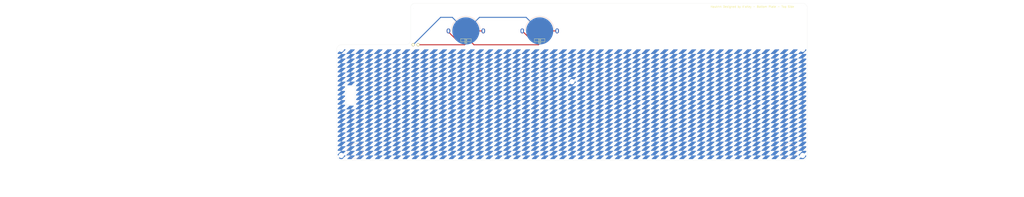
<source format=kicad_pcb>
(kicad_pcb (version 20240108) (generator "pcbnew") (generator_version "8.0")
  (layers (0 "F.Cu" signal) (31 "B.Cu" signal) (34 "B.Paste" user) (35 "F.Paste" user) (36 "B.SilkS" user "B.Silkscreen") (37 "F.SilkS" user "F.Silkscreen") (38 "B.Mask" user) (39 "F.Mask" user) (44 "Edge.Cuts" user))
  (net 0 "")
  (net 1 "bat-")
  (net 2 "Net-(BT1-+)")
  (net 3 "Net-(BT2-+)")
  (net 4 "bat+")
  (footprint "kbd_Hole:m2_Screw_Hole" (layer "F.Cu") (at 261.9375 69.05625)
    (property "Reference" "J7")
    (property "Value" "Conn_01x01")
  )
  (footprint "kbd_Parts:Battery_BMP_2pin" (layer "F.Cu") (at 61.9125 66.675 -90)
    (property "Reference" "J1" (hide yes))
    (property "Value" "Conn_01x02" (hide yes))
  )
  (footprint "kbd_Hole:m2_Screw_Hole" (layer "F.Cu") (at 142.875 85.725)
    (property "Reference" "J7")
    (property "Value" "Conn_01x01")
  )
  (footprint "kbd_Hole:m2_Screw_Hole" (layer "F.Cu") (at 157.1625 57.15)
    (property "Reference" "J7")
    (property "Value" "Conn_01x01")
  )
  (footprint "kbd_Hole:m2_Screw_Hole" (layer "F.Cu") (at 261.9375 47.625)
    (property "Reference" "J7")
    (property "Value" "Conn_01x01")
  )
  (footprint "kbd_Hole:m2_Screw_Hole" (layer "F.Cu") (at 23.8125 123.825)
    (property "Reference" "J7")
    (property "Value" "Conn_01x01")
  )
  (footprint "kbd_Hole:m2_Screw_Hole" (layer "F.Cu") (at 261.9375 123.825)
    (property "Reference" "J7")
    (property "Value" "Conn_01x01")
  )
  (footprint "kbd_Hole:m2_Screw_Hole" (layer "F.Cu") (at 61.9125 47.625)
    (property "Reference" "J7")
    (property "Value" "Conn_01x01")
  )
  (footprint "kbd_Hole:m2_Screw_Hole" (layer "F.Cu") (at 23.8125 69.05625)
    (property "Reference" "J7")
    (property "Value" "Conn_01x01")
  )
  (footprint "kbd_Parts:Battery_ali_CR1632" (layer "B.Cu") (at 126.20625 59.53125)
    (property "Reference" "BT2" (hide yes))
    (property "Value" "Battery_Cell")
  )
  (footprint "kbd_Parts:Diode_SMD" (layer "B.Cu") (at 88.10625 64.29375 180)
    (property "Reference" "D1")
    (property "Value" "D" (hide yes))
  )
  (footprint "kbd_Parts:Battery_ali_CR1632" (layer "B.Cu") (at 88.10625 59.53125)
    (property "Reference" "BT1" (hide yes))
    (property "Value" "Battery_Cell")
  )
  (footprint "kbd_Parts:Diode_SMD" (layer "B.Cu") (at 126.20625 64.29375 180)
    (property "Reference" "D2")
    (property "Value" "D" (hide yes))
  )
  (gr_circle (center 254.79375 121.44375) (end 258.79375 121.44375) (stroke (width 0.1)) (fill none) (layer "B.SilkS"))
  (gr_circle (center 30.95625 121.44375) (end 34.95625 121.44375) (stroke (width 0.1)) (fill none) (layer "B.SilkS"))
  (gr_arc (start 264.31875 123.825) (mid 263.621298 125.508798) (end 261.9375 126.20625) (stroke (width 0.05)) (layer "Edge.Cuts"))
  (gr_line (start 26.19375 97.63125) (end 30.95625 97.63125) (stroke (width 0.05)) (layer "Edge.Cuts"))
  (gr_line (start 26.19375 88.10625) (end 26.19375 97.63125) (stroke (width 0.05)) (layer "Edge.Cuts"))
  (gr_arc (start 59.53125 47.625) (mid 60.228702 45.941202) (end 61.9125 45.24375) (stroke (width 0.05)) (layer "Edge.Cuts"))
  (gr_arc (start 23.8125 126.20625) (mid 22.128702 125.508798) (end 21.43125 123.825) (stroke (width 0.05)) (layer "Edge.Cuts"))
  (gr_line (start 30.95625 97.63125) (end 30.95625 88.10625) (stroke (width 0.05)) (layer "Edge.Cuts"))
  (gr_line (start 261.9375 126.20625) (end 23.8125 126.20625) (stroke (width 0.05)) (layer "Edge.Cuts"))
  (gr_line (start 61.9125 45.24375) (end 261.9375 45.24375) (stroke (width 0.05)) (layer "Edge.Cuts"))
  (gr_arc (start 21.43125 69.05625) (mid 22.128702 67.372452) (end 23.8125 66.675) (stroke (width 0.05)) (layer "Edge.Cuts"))
  (gr_line (start 57.15 66.675) (end 23.8125 66.675) (stroke (width 0.05)) (layer "Edge.Cuts"))
  (gr_line (start 264.31875 47.625) (end 264.31875 123.825) (stroke (width 0.05)) (layer "Edge.Cuts"))
  (gr_line (start 59.53125 47.625) (end 59.53125 64.29375) (stroke (width 0.05)) (layer "Edge.Cuts"))
  (gr_arc (start 261.9375 45.24375) (mid 263.621298 45.941202) (end 264.31875 47.625) (stroke (width 0.05)) (layer "Edge.Cuts"))
  (gr_line (start 30.95625 88.10625) (end 26.19375 88.10625) (stroke (width 0.05)) (layer "Edge.Cuts"))
  (gr_arc (start 59.53125 64.29375) (mid 58.833798 65.977548) (end 57.15 66.675) (stroke (width 0.05)) (layer "Edge.Cuts"))
  (gr_line (start 21.43125 123.825) (end 21.43125 69.05625) (stroke (width 0.05)) (layer "Edge.Cuts"))
  (gr_text "Hawk44 Designed by A'sKey - Bottom Plate - Top Side" (at 214.3125 47.625 0) (layer "F.SilkS") (effects (font (size 1 1)) (justify left bottom)))
  (segment (start 75.060249 52.531251) (end 81.106251 52.531251) (width 0.5) (layer "B.Cu") (net 1))
  (segment (start 95.106249 52.531251) (end 119.206251 52.531251) (width 0.5) (layer "B.Cu") (net 1))
  (segment (start 119.206251 52.531251) (end 126.20625 59.53125) (width 0.5) (layer "B.Cu") (net 1))
  (segment (start 88.10625 59.53125) (end 95.106249 52.531251) (width 0.5) (layer "B.Cu") (net 1))
  (segment (start 81.106251 52.531251) (end 88.10625 59.53125) (width 0.5) (layer "B.Cu") (net 1))
  (segment (start 60.9165 66.675) (end 75.060249 52.531251) (width 0.5) (layer "B.Cu") (net 1))
  (segment (start 86.33125 64.29375) (end 83.34375 64.29375) (width 0.5) (layer "F.Cu") (net 2))
  (segment (start 83.34375 64.29375) (end 79.10625 60.05625) (width 0.5) (layer "F.Cu") (net 2))
  (segment (start 86.33125 64.29375) (end 91.09375 59.53125) (width 0.5) (layer "F.Cu") (net 2))
  (segment (start 79.10625 60.05625) (end 79.10625 59.53125) (width 0.5) (layer "F.Cu") (net 2))
  (segment (start 91.09375 59.53125) (end 97.10625 59.53125) (width 0.5) (layer "F.Cu") (net 2))
  (segment (start 121.96875 64.29375) (end 117.20625 59.53125) (width 0.5) (layer "F.Cu") (net 3))
  (segment (start 129.19375 59.53125) (end 135.20625 59.53125) (width 0.5) (layer "F.Cu") (net 3))
  (segment (start 124.43125 64.29375) (end 129.19375 59.53125) (width 0.5) (layer "F.Cu") (net 3))
  (segment (start 124.43125 64.29375) (end 121.96875 64.29375) (width 0.5) (layer "F.Cu") (net 3))
  (segment (start 87.5 66.675) (end 89.88125 64.29375) (width 0.5) (layer "F.Cu") (net 4))
  (segment (start 92.2625 66.675) (end 125.6 66.675) (width 0.5) (layer "F.Cu") (net 4))
  (segment (start 63.4565 66.675) (end 87.5 66.675) (width 0.5) (layer "F.Cu") (net 4))
  (segment (start 89.88125 64.29375) (end 92.2625 66.675) (width 0.5) (layer "F.Cu") (net 4))
  (segment (start 125.6 66.675) (end 127.98125 64.29375) (width 0.5) (layer "F.Cu") (net 4))
  (zone (net 0) (net_name "") (layer "B.Cu") (connect_pads (clearance 0)) (min_thickness 0.25)
    (keepout (tracks allowed) (vias allowed) (pads allowed) (copperpour not_allowed) (footprints allowed))
    (fill (thermal_gap 0.5) (thermal_bridge_width 0.5))
    (polygon (pts (xy -11.90625 121.44375) (xy -14.2875 123.825) (xy -11.90625 123.825) (xy -9.525 121.44375)))
  )
  (zone (net 0) (net_name "") (layer "B.Cu") (connect_pads (clearance 0)) (min_thickness 0.25)
    (keepout (tracks allowed) (vias allowed) (pads allowed) (copperpour not_allowed) (footprints allowed))
    (fill (thermal_gap 0.5) (thermal_bridge_width 0.5))
    (polygon (pts (xy 292.89375 133.35) (xy 290.5125 135.73125) (xy 292.89375 135.73125) (xy 295.275 133.35)))
  )
  (zone (net 0) (net_name "") (layer "B.Cu") (connect_pads (clearance 0)) (min_thickness 0.25)
    (keepout (tracks allowed) (vias allowed) (pads allowed) (copperpour not_allowed) (footprints allowed))
    (fill (thermal_gap 0.5) (thermal_bridge_width 0.5))
    (polygon (pts (xy 283.36875 135.73125) (xy 280.9875 138.1125) (xy 283.36875 138.1125) (xy 285.75 135.73125)))
  )
  (zone (net 0) (net_name "") (layer "B.Cu") (connect_pads (clearance 0)) (min_thickness 0.25)
    (keepout (tracks allowed) (vias allowed) (pads allowed) (copperpour not_allowed) (footprints allowed))
    (fill (thermal_gap 0.5) (thermal_bridge_width 0.5))
    (polygon (pts (xy 202.40625 121.44375) (xy 200.025 123.825) (xy 202.40625 123.825) (xy 204.7875 121.44375)))
  )
  (zone (net 0) (net_name "") (layer "B.Cu") (connect_pads (clearance 0)) (min_thickness 0.25)
    (keepout (tracks allowed) (vias allowed) (pads allowed) (copperpour not_allowed) (footprints allowed))
    (fill (thermal_gap 0.5) (thermal_bridge_width 0.5))
    (polygon (pts (xy 283.36875 95.25) (xy 280.9875 97.63125) (xy 283.36875 97.63125) (xy 285.75 95.25)))
  )
  (zone (net 0) (net_name "") (layer "B.Cu") (connect_pads (clearance 0)) (min_thickness 0.25)
    (keepout (tracks allowed) (vias allowed) (pads allowed) (copperpour not_allowed) (footprints allowed))
    (fill (thermal_gap 0.5) (thermal_bridge_width 0.5))
    (polygon (pts (xy 230.98125 140.49375) (xy 228.6 142.875) (xy 230.98125 142.875) (xy 233.3625 140.49375)))
  )
  (zone (net 0) (net_name "") (layer "B.Cu") (connect_pads (clearance 0)) (min_thickness 0.25)
    (keepout (tracks allowed) (vias allowed) (pads allowed) (copperpour not_allowed) (footprints allowed))
    (fill (thermal_gap 0.5) (thermal_bridge_width 0.5))
    (polygon (pts (xy 211.93125 133.35) (xy 209.55 135.73125) (xy 211.93125 135.73125) (xy 214.3125 133.35)))
  )
  (zone (net 0) (net_name "") (layer "B.Cu") (connect_pads (clearance 0)) (min_thickness 0.25)
    (keepout (tracks allowed) (vias allowed) (pads allowed) (copperpour not_allowed) (footprints allowed))
    (fill (thermal_gap 0.5) (thermal_bridge_width 0.5))
    (polygon (pts (xy 159.54375 83.34375) (xy 157.1625 85.725) (xy 159.54375 85.725) (xy 161.925 83.34375)))
  )
  (zone (net 0) (net_name "") (layer "B.Cu") (connect_pads (clearance 0)) (min_thickness 0.25)
    (keepout (tracks allowed) (vias allowed) (pads allowed) (copperpour not_allowed) (footprints allowed))
    (fill (thermal_gap 0.5) (thermal_bridge_width 0.5))
    (polygon (pts (xy 207.16875 78.58125) (xy 204.7875 80.9625) (xy 207.16875 80.9625) (xy 209.55 78.58125)))
  )
  (zone (net 0) (net_name "") (layer "B.Cu") (connect_pads (clearance 0)) (min_thickness 0.25)
    (keepout (tracks allowed) (vias allowed) (pads allowed) (copperpour not_allowed) (footprints allowed))
    (fill (thermal_gap 0.5) (thermal_bridge_width 0.5))
    (polygon (pts (xy 169.06875 138.1125) (xy 166.6875 140.49375) (xy 169.06875 140.49375) (xy 171.45 138.1125)))
  )
  (zone (net 0) (net_name "") (layer "B.Cu") (connect_pads (clearance 0)) (min_thickness 0.25)
    (keepout (tracks allowed) (vias allowed) (pads allowed) (copperpour not_allowed) (footprints allowed))
    (fill (thermal_gap 0.5) (thermal_bridge_width 0.5))
    (polygon (pts (xy 135.73125 135.73125) (xy 133.35 138.1125) (xy 135.73125 138.1125) (xy 138.1125 135.73125)))
  )
  (zone (net 0) (net_name "") (layer "B.Cu") (connect_pads (clearance 0)) (min_thickness 0.25)
    (keepout (tracks allowed) (vias allowed) (pads allowed) (copperpour not_allowed) (footprints allowed))
    (fill (thermal_gap 0.5) (thermal_bridge_width 0.5))
    (polygon (pts (xy 69.05625 88.10625) (xy 66.675 90.4875) (xy 69.05625 90.4875) (xy 71.4375 88.10625)))
  )
  (zone (net 0) (net_name "") (layer "B.Cu") (connect_pads (clearance 0)) (min_thickness 0.25)
    (keepout (tracks allowed) (vias allowed) (pads allowed) (copperpour not_allowed) (footprints allowed))
    (fill (thermal_gap 0.5) (thermal_bridge_width 0.5))
    (polygon (pts (xy 154.78125 135.73125) (xy 152.4 138.1125) (xy 154.78125 138.1125) (xy 157.1625 135.73125)))
  )
  (zone (net 0) (net_name "") (layer "B.Cu") (connect_pads (clearance 0)) (min_thickness 0.25)
    (keepout (tracks allowed) (vias allowed) (pads allowed) (copperpour not_allowed) (footprints allowed))
    (fill (thermal_gap 0.5) (thermal_bridge_width 0.5))
    (polygon (pts (xy 121.44375 102.39375) (xy 119.0625 104.775) (xy 121.44375 104.775) (xy 123.825 102.39375)))
  )
  (zone (net 0) (net_name "") (layer "B.Cu") (connect_pads (clearance 0)) (min_thickness 0.25)
    (keepout (tracks allowed) (vias allowed) (pads allowed) (copperpour not_allowed) (footprints allowed))
    (fill (thermal_gap 0.5) (thermal_bridge_width 0.5))
    (polygon (pts (xy 273.84375 104.775) (xy 271.4625 107.15625) (xy 273.84375 107.15625) (xy 276.225 104.775)))
  )
  (zone (net 0) (net_name "") (layer "B.Cu") (connect_pads (clearance 0)) (min_thickness 0.25)
    (keepout (tracks allowed) (vias allowed) (pads allowed) (copperpour not_allowed) (footprints allowed))
    (fill (thermal_gap 0.5) (thermal_bridge_width 0.5))
    (polygon (pts (xy 273.84375 76.2) (xy 271.4625 78.58125) (xy 273.84375 78.58125) (xy 276.225 76.2)))
  )
  (zone (net 0) (net_name "") (layer "B.Cu") (connect_pads (clearance 0)) (min_thickness 0.25)
    (keepout (tracks allowed) (vias allowed) (pads allowed) (copperpour not_allowed) (footprints allowed))
    (fill (thermal_gap 0.5) (thermal_bridge_width 0.5))
    (polygon (pts (xy -69.05625 73.81875) (xy -71.4375 76.2) (xy -69.05625 76.2) (xy -66.675 73.81875)))
  )
  (zone (net 0) (net_name "") (layer "B.Cu") (connect_pads (clearance 0)) (min_thickness 0.25)
    (keepout (tracks allowed) (vias allowed) (pads allowed) (copperpour not_allowed) (footprints allowed))
    (fill (thermal_gap 0.5) (thermal_bridge_width 0.5))
    (polygon (pts (xy -40.48125 135.73125) (xy -42.8625 138.1125) (xy -40.48125 138.1125) (xy -38.1 135.73125)))
  )
  (zone (net 0) (net_name "") (layer "B.Cu") (connect_pads (clearance 0)) (min_thickness 0.25)
    (keepout (tracks allowed) (vias allowed) (pads allowed) (copperpour not_allowed) (footprints allowed))
    (fill (thermal_gap 0.5) (thermal_bridge_width 0.5))
    (polygon (pts (xy 278.60625 92.86875) (xy 276.225 95.25) (xy 278.60625 95.25) (xy 280.9875 92.86875)))
  )
  (zone (net 0) (net_name "") (layer "B.Cu") (connect_pads (clearance 0)) (min_thickness 0.25)
    (keepout (tracks allowed) (vias allowed) (pads allowed) (copperpour not_allowed) (footprints allowed))
    (fill (thermal_gap 0.5) (thermal_bridge_width 0.5))
    (polygon (pts (xy 26.19375 130.96875) (xy 23.8125 133.35) (xy 26.19375 133.35) (xy 28.575 130.96875)))
  )
  (zone (net 0) (net_name "") (layer "B.Cu") (connect_pads (clearance 0)) (min_thickness 0.25)
    (keepout (tracks allowed) (vias allowed) (pads allowed) (copperpour not_allowed) (footprints allowed))
    (fill (thermal_gap 0.5) (thermal_bridge_width 0.5))
    (polygon (pts (xy -2.38125 100.0125) (xy -4.7625 102.39375) (xy -2.38125 102.39375) (xy 0 100.0125)))
  )
  (zone (net 0) (net_name "") (layer "B.Cu") (connect_pads (clearance 0)) (min_thickness 0.25)
    (keepout (tracks allowed) (vias allowed) (pads allowed) (copperpour not_allowed) (footprints allowed))
    (fill (thermal_gap 0.5) (thermal_bridge_width 0.5))
    (polygon (pts (xy 88.10625 73.81875) (xy 85.725 76.2) (xy 88.10625 76.2) (xy 90.4875 73.81875)))
  )
  (zone (net 0) (net_name "") (layer "B.Cu") (connect_pads (clearance 0)) (min_thickness 0.25)
    (keepout (tracks allowed) (vias allowed) (pads allowed) (copperpour not_allowed) (footprints allowed))
    (fill (thermal_gap 0.5) (thermal_bridge_width 0.5))
    (polygon (pts (xy 169.06875 130.96875) (xy 166.6875 133.35) (xy 169.06875 133.35) (xy 171.45 130.96875)))
  )
  (zone (net 0) (net_name "") (layer "B.Cu") (connect_pads (clearance 0)) (min_thickness 0.25)
    (keepout (tracks allowed) (vias allowed) (pads allowed) (copperpour not_allowed) (footprints allowed))
    (fill (thermal_gap 0.5) (thermal_bridge_width 0.5))
    (polygon (pts (xy -59.53125 97.63125) (xy -61.9125 100.0125) (xy -59.53125 100.0125) (xy -57.15 97.63125)))
  )
  (zone (net 0) (net_name "") (layer "B.Cu") (connect_pads (clearance 0)) (min_thickness 0.25)
    (keepout (tracks allowed) (vias allowed) (pads allowed) (copperpour not_allowed) (footprints allowed))
    (fill (thermal_gap 0.5) (thermal_bridge_width 0.5))
    (polygon (pts (xy 73.81875 97.63125) (xy 71.4375 100.0125) (xy 73.81875 100.0125) (xy 76.2 97.63125)))
  )
  (zone (net 0) (net_name "") (layer "B.Cu") (connect_pads (clearance 0)) (min_thickness 0.25)
    (keepout (tracks allowed) (vias allowed) (pads allowed) (copperpour not_allowed) (footprints allowed))
    (fill (thermal_gap 0.5) (thermal_bridge_width 0.5))
    (polygon (pts (xy -2.38125 71.4375) (xy -4.7625 73.81875) (xy -2.38125 73.81875) (xy 0 71.4375)))
  )
  (zone (net 0) (net_name "") (layer "B.Cu") (connect_pads (clearance 0)) (min_thickness 0.25)
    (keepout (tracks allowed) (vias allowed) (pads allowed) (copperpour not_allowed) (footprints allowed))
    (fill (thermal_gap 0.5) (thermal_bridge_width 0.5))
    (polygon (pts (xy -69.05625 135.73125) (xy -71.4375 138.1125) (xy -69.05625 138.1125) (xy -66.675 135.73125)))
  )
  (zone (net 0) (net_name "") (layer "B.Cu") (connect_pads (clearance 0)) (min_thickness 0.25)
    (keepout (tracks allowed) (vias allowed) (pads allowed) (copperpour not_allowed) (footprints allowed))
    (fill (thermal_gap 0.5) (thermal_bridge_width 0.5))
    (polygon (pts (xy 192.88125 88.10625) (xy 190.5 90.4875) (xy 192.88125 90.4875) (xy 195.2625 88.10625)))
  )
  (zone (net 0) (net_name "") (layer "B.Cu") (connect_pads (clearance 0)) (min_thickness 0.25)
    (keepout (tracks allowed) (vias allowed) (pads allowed) (copperpour not_allowed) (footprints allowed))
    (fill (thermal_gap 0.5) (thermal_bridge_width 0.5))
    (polygon (pts (xy 197.64375 100.0125) (xy 195.2625 102.39375) (xy 197.64375 102.39375) (xy 200.025 100.0125)))
  )
  (zone (net 0) (net_name "") (layer "B.Cu") (connect_pads (clearance 0)) (min_thickness 0.25)
    (keepout (tracks allowed) (vias allowed) (pads allowed) (copperpour not_allowed) (footprints allowed))
    (fill (thermal_gap 0.5) (thermal_bridge_width 0.5))
    (polygon (pts (xy 159.54375 142.875) (xy 157.1625 145.25625) (xy 159.54375 145.25625) (xy 161.925 142.875)))
  )
  (zone (net 0) (net_name "") (layer "B.Cu") (connect_pads (clearance 0)) (min_thickness 0.25)
    (keepout (tracks allowed) (vias allowed) (pads allowed) (copperpour not_allowed) (footprints allowed))
    (fill (thermal_gap 0.5) (thermal_bridge_width 0.5))
    (polygon (pts (xy 69.05625 97.63125) (xy 66.675 100.0125) (xy 69.05625 100.0125) (xy 71.4375 97.63125)))
  )
  (zone (net 0) (net_name "") (layer "B.Cu") (connect_pads (clearance 0)) (min_thickness 0.25)
    (keepout (tracks allowed) (vias allowed) (pads allowed) (copperpour not_allowed) (footprints allowed))
    (fill (thermal_gap 0.5) (thermal_bridge_width 0.5))
    (polygon (pts (xy -126.20625 126.20625) (xy -128.5875 128.5875) (xy -126.20625 128.5875) (xy -123.825 126.20625)))
  )
  (zone (net 0) (net_name "") (layer "B.Cu") (connect_pads (clearance 0)) (min_thickness 0.25)
    (keepout (tracks allowed) (vias allowed) (pads allowed) (copperpour not_allowed) (footprints allowed))
    (fill (thermal_gap 0.5) (thermal_bridge_width 0.5))
    (polygon (pts (xy 178.59375 73.81875) (xy 176.2125 76.2) (xy 178.59375 76.2) (xy 180.975 73.81875)))
  )
  (zone (net 0) (net_name "") (layer "B.Cu") (connect_pads (clearance 0)) (min_thickness 0.25)
    (keepout (tracks allowed) (vias allowed) (pads allowed) (copperpour not_allowed) (footprints allowed))
    (fill (thermal_gap 0.5) (thermal_bridge_width 0.5))
    (polygon (pts (xy -73.81875 73.81875) (xy -76.2 76.2) (xy -73.81875 76.2) (xy -71.4375 73.81875)))
  )
  (zone (net 0) (net_name "") (layer "B.Cu") (connect_pads (clearance 0)) (min_thickness 0.25)
    (keepout (tracks allowed) (vias allowed) (pads allowed) (copperpour not_allowed) (footprints allowed))
    (fill (thermal_gap 0.5) (thermal_bridge_width 0.5))
    (polygon (pts (xy 7.14375 142.875) (xy 4.7625 145.25625) (xy 7.14375 145.25625) (xy 9.525 142.875)))
  )
  (zone (net 0) (net_name "") (layer "B.Cu") (connect_pads (clearance 0)) (min_thickness 0.25)
    (keepout (tracks allowed) (vias allowed) (pads allowed) (copperpour not_allowed) (footprints allowed))
    (fill (thermal_gap 0.5) (thermal_bridge_width 0.5))
    (polygon (pts (xy 7.14375 76.2) (xy 4.7625 78.58125) (xy 7.14375 78.58125) (xy 9.525 76.2)))
  )
  (zone (net 0) (net_name "") (layer "B.Cu") (connect_pads (clearance 0)) (min_thickness 0.25)
    (keepout (tracks allowed) (vias allowed) (pads allowed) (copperpour not_allowed) (footprints allowed))
    (fill (thermal_gap 0.5) (thermal_bridge_width 0.5))
    (polygon (pts (xy 154.78125 102.39375) (xy 152.4 104.775) (xy 154.78125 104.775) (xy 157.1625 102.39375)))
  )
  (zone (net 0) (net_name "") (layer "B.Cu") (connect_pads (clearance 0)) (min_thickness 0.25)
    (keepout (tracks allowed) (vias allowed) (pads allowed) (copperpour not_allowed) (footprints allowed))
    (fill (thermal_gap 0.5) (thermal_bridge_width 0.5))
    (polygon (pts (xy 254.79375 109.5375) (xy 252.4125 111.91875) (xy 254.79375 111.91875) (xy 257.175 109.5375)))
  )
  (zone (net 0) (net_name "") (layer "B.Cu") (connect_pads (clearance 0)) (min_thickness 0.25)
    (keepout (tracks allowed) (vias allowed) (pads allowed) (copperpour not_allowed) (footprints allowed))
    (fill (thermal_gap 0.5) (thermal_bridge_width 0.5))
    (polygon (pts (xy 135.73125 76.2) (xy 133.35 78.58125) (xy 135.73125 78.58125) (xy 138.1125 76.2)))
  )
  (zone (net 0) (net_name "") (layer "B.Cu") (connect_pads (clearance 0)) (min_thickness 0.25)
    (keepout (tracks allowed) (vias allowed) (pads allowed) (copperpour not_allowed) (footprints allowed))
    (fill (thermal_gap 0.5) (thermal_bridge_width 0.5))
    (polygon (pts (xy -45.24375 78.58125) (xy -47.625 80.9625) (xy -45.24375 80.9625) (xy -42.8625 78.58125)))
  )
  (zone (net 0) (net_name "") (layer "B.Cu") (connect_pads (clearance 0)) (min_thickness 0.25)
    (keepout (tracks allowed) (vias allowed) (pads allowed) (copperpour not_allowed) (footprints allowed))
    (fill (thermal_gap 0.5) (thermal_bridge_width 0.5))
    (polygon (pts (xy 78.58125 76.2) (xy 76.2 78.58125) (xy 78.58125 78.58125) (xy 80.9625 76.2)))
  )
  (zone (net 0) (net_name "") (layer "B.Cu") (connect_pads (clearance 0)) (min_thickness 0.25)
    (keepout (tracks allowed) (vias allowed) (pads allowed) (copperpour not_allowed) (footprints allowed))
    (fill (thermal_gap 0.5) (thermal_bridge_width 0.5))
    (polygon (pts (xy -92.86875 126.20625) (xy -95.25 128.5875) (xy -92.86875 128.5875) (xy -90.4875 126.20625)))
  )
  (zone (net 0) (net_name "") (layer "B.Cu") (connect_pads (clearance 0)) (min_thickness 0.25)
    (keepout (tracks allowed) (vias allowed) (pads allowed) (copperpour not_allowed) (footprints allowed))
    (fill (thermal_gap 0.5) (thermal_bridge_width 0.5))
    (polygon (pts (xy 64.29375 78.58125) (xy 61.9125 80.9625) (xy 64.29375 80.9625) (xy 66.675 78.58125)))
  )
  (zone (net 0) (net_name "") (layer "B.Cu") (connect_pads (clearance 0)) (min_thickness 0.25)
    (keepout (tracks allowed) (vias allowed) (pads allowed) (copperpour not_allowed) (footprints allowed))
    (fill (thermal_gap 0.5) (thermal_bridge_width 0.5))
    (polygon (pts (xy -26.19375 90.4875) (xy -28.575 92.86875) (xy -26.19375 92.86875) (xy -23.8125 90.4875)))
  )
  (zone (net 0) (net_name "") (layer "B.Cu") (connect_pads (clearance 0)) (min_thickness 0.25)
    (keepout (tracks allowed) (vias allowed) (pads allowed) (copperpour not_allowed) (footprints allowed))
    (fill (thermal_gap 0.5) (thermal_bridge_width 0.5))
    (polygon (pts (xy 245.26875 73.81875) (xy 242.8875 76.2) (xy 245.26875 76.2) (xy 247.65 73.81875)))
  )
  (zone (net 0) (net_name "") (layer "B.Cu") (connect_pads (clearance 0)) (min_thickness 0.25)
    (keepout (tracks allowed) (vias allowed) (pads allowed) (copperpour not_allowed) (footprints allowed))
    (fill (thermal_gap 0.5) (thermal_bridge_width 0.5))
    (polygon (pts (xy 135.73125 71.4375) (xy 133.35 73.81875) (xy 135.73125 73.81875) (xy 138.1125 71.4375)))
  )
  (zone (net 0) (net_name "") (layer "B.Cu") (connect_pads (clearance 0)) (min_thickness 0.25)
    (keepout (tracks allowed) (vias allowed) (pads allowed) (copperpour not_allowed) (footprints allowed))
    (fill (thermal_gap 0.5) (thermal_bridge_width 0.5))
    (polygon (pts (xy 307.18125 69.05625) (xy 304.8 71.4375) (xy 307.18125 71.4375) (xy 309.5625 69.05625)))
  )
  (zone (net 0) (net_name "") (layer "B.Cu") (connect_pads (clearance 0)) (min_thickness 0.25)
    (keepout (tracks allowed) (vias allowed) (pads allowed) (copperpour not_allowed) (footprints allowed))
    (fill (thermal_gap 0.5) (thermal_bridge_width 0.5))
    (polygon (pts (xy -54.76875 69.05625) (xy -57.15 71.4375) (xy -54.76875 71.4375) (xy -52.3875 69.05625)))
  )
  (zone (net 0) (net_name "") (layer "B.Cu") (connect_pads (clearance 0)) (min_thickness 0.25)
    (keepout (tracks allowed) (vias allowed) (pads allowed) (copperpour not_allowed) (footprints allowed))
    (fill (thermal_gap 0.5) (thermal_bridge_width 0.5))
    (polygon (pts (xy 21.43125 102.39375) (xy 19.05 104.775) (xy 21.43125 104.775) (xy 23.8125 102.39375)))
  )
  (zone (net 0) (net_name "") (layer "B.Cu") (connect_pads (clearance 0)) (min_thickness 0.25)
    (keepout (tracks allowed) (vias allowed) (pads allowed) (copperpour not_allowed) (footprints allowed))
    (fill (thermal_gap 0.5) (thermal_bridge_width 0.5))
    (polygon (pts (xy -116.68125 107.15625) (xy -119.0625 109.5375) (xy -116.68125 109.5375) (xy -114.3 107.15625)))
  )
  (zone (net 0) (net_name "") (layer "B.Cu") (connect_pads (clearance 0)) (min_thickness 0.25)
    (keepout (tracks allowed) (vias allowed) (pads allowed) (copperpour not_allowed) (footprints allowed))
    (fill (thermal_gap 0.5) (thermal_bridge_width 0.5))
    (polygon (pts (xy 169.06875 104.775) (xy 166.6875 107.15625) (xy 169.06875 107.15625) (xy 171.45 104.775)))
  )
  (zone (net 0) (net_name "") (layer "B.Cu") (connect_pads (clearance 0)) (min_thickness 0.25)
    (keepout (tracks allowed) (vias allowed) (pads allowed) (copperpour not_allowed) (footprints allowed))
    (fill (thermal_gap 0.5) (thermal_bridge_width 0.5))
    (polygon (pts (xy -35.71875 123.825) (xy -38.1 126.20625) (xy -35.71875 126.20625) (xy -33.3375 123.825)))
  )
  (zone (net 0) (net_name "") (layer "B.Cu") (connect_pads (clearance 0)) (min_thickness 0.25)
    (keepout (tracks allowed) (vias allowed) (pads allowed) (copperpour not_allowed) (footprints allowed))
    (fill (thermal_gap 0.5) (thermal_bridge_width 0.5))
    (polygon (pts (xy 264.31875 85.725) (xy 261.9375 88.10625) (xy 264.31875 88.10625) (xy 266.7 85.725)))
  )
  (zone (net 0) (net_name "") (layer "B.Cu") (connect_pads (clearance 0)) (min_thickness 0.25)
    (keepout (tracks allowed) (vias allowed) (pads allowed) (copperpour not_allowed) (footprints allowed))
    (fill (thermal_gap 0.5) (thermal_bridge_width 0.5))
    (polygon (pts (xy -16.66875 121.44375) (xy -19.05 123.825) (xy -16.66875 123.825) (xy -14.2875 121.44375)))
  )
  (zone (net 0) (net_name "") (layer "B.Cu") (connect_pads (clearance 0)) (min_thickness 0.25)
    (keepout (tracks allowed) (vias allowed) (pads allowed) (copperpour not_allowed) (footprints allowed))
    (fill (thermal_gap 0.5) (thermal_bridge_width 0.5))
    (polygon (pts (xy -45.24375 123.825) (xy -47.625 126.20625) (xy -45.24375 126.20625) (xy -42.8625 123.825)))
  )
  (zone (net 0) (net_name "") (layer "B.Cu") (connect_pads (clearance 0)) (min_thickness 0.25)
    (keepout (tracks allowed) (vias allowed) (pads allowed) (copperpour not_allowed) (footprints allowed))
    (fill (thermal_gap 0.5) (thermal_bridge_width 0.5))
    (polygon (pts (xy -107.15625 119.0625) (xy -109.5375 121.44375) (xy -107.15625 121.44375) (xy -104.775 119.0625)))
  )
  (zone (net 0) (net_name "") (layer "B.Cu") (connect_pads (clearance 0)) (min_thickness 0.25)
    (keepout (tracks allowed) (vias allowed) (pads allowed) (copperpour not_allowed) (footprints allowed))
    (fill (thermal_gap 0.5) (thermal_bridge_width 0.5))
    (polygon (pts (xy 221.45625 121.44375) (xy 219.075 123.825) (xy 221.45625 123.825) (xy 223.8375 121.44375)))
  )
  (zone (net 0) (net_name "") (layer "B.Cu") (connect_pads (clearance 0)) (min_thickness 0.25)
    (keepout (tracks allowed) (vias allowed) (pads allowed) (copperpour not_allowed) (footprints allowed))
    (fill (thermal_gap 0.5) (thermal_bridge_width 0.5))
    (polygon (pts (xy 21.43125 123.825) (xy 19.05 126.20625) (xy 21.43125 126.20625) (xy 23.8125 123.825)))
  )
  (zone (net 0) (net_name "") (layer "B.Cu") (connect_pads (clearance 0)) (min_thickness 0.25)
    (keepout (tracks allowed) (vias allowed) (pads allowed) (copperpour not_allowed) (footprints allowed))
    (fill (thermal_gap 0.5) (thermal_bridge_width 0.5))
    (polygon (pts (xy -78.58125 130.96875) (xy -80.9625 133.35) (xy -78.58125 133.35) (xy -76.2 130.96875)))
  )
  (zone (net 0) (net_name "") (layer "B.Cu") (connect_pads (clearance 0)) (min_thickness 0.25)
    (keepout (tracks allowed) (vias allowed) (pads allowed) (copperpour not_allowed) (footprints allowed))
    (fill (thermal_gap 0.5) (thermal_bridge_width 0.5))
    (polygon (pts (xy -126.20625 123.825) (xy -128.5875 126.20625) (xy -126.20625 126.20625) (xy -123.825 123.825)))
  )
  (zone (net 0) (net_name "") (layer "B.Cu") (connect_pads (clearance 0)) (min_thickness 0.25)
    (keepout (tracks allowed) (vias allowed) (pads allowed) (copperpour not_allowed) (footprints allowed))
    (fill (thermal_gap 0.5) (thermal_bridge_width 0.5))
    (polygon (pts (xy 202.40625 71.4375) (xy 200.025 73.81875) (xy 202.40625 73.81875) (xy 204.7875 71.4375)))
  )
  (zone (net 0) (net_name "") (layer "B.Cu") (connect_pads (clearance 0)) (min_thickness 0.25)
    (keepout (tracks allowed) (vias allowed) (pads allowed) (copperpour not_allowed) (footprints allowed))
    (fill (thermal_gap 0.5) (thermal_bridge_width 0.5))
    (polygon (pts (xy 126.20625 123.825) (xy 123.825 126.20625) (xy 126.20625 126.20625) (xy 128.5875 123.825)))
  )
  (zone (net 0) (net_name "") (layer "B.Cu") (connect_pads (clearance 0)) (min_thickness 0.25)
    (keepout (tracks allowed) (vias allowed) (pads allowed) (copperpour not_allowed) (footprints allowed))
    (fill (thermal_gap 0.5) (thermal_bridge_width 0.5))
    (polygon (pts (xy 45.24375 102.39375) (xy 42.8625 104.775) (xy 45.24375 104.775) (xy 47.625 102.39375)))
  )
  (zone (net 0) (net_name "") (layer "B.Cu") (connect_pads (clearance 0)) (min_thickness 0.25)
    (keepout (tracks allowed) (vias allowed) (pads allowed) (copperpour not_allowed) (footprints allowed))
    (fill (thermal_gap 0.5) (thermal_bridge_width 0.5))
    (polygon (pts (xy 59.53125 135.73125) (xy 57.15 138.1125) (xy 59.53125 138.1125) (xy 61.9125 135.73125)))
  )
  (zone (net 0) (net_name "") (layer "B.Cu") (connect_pads (clearance 0)) (min_thickness 0.25)
    (keepout (tracks allowed) (vias allowed) (pads allowed) (copperpour not_allowed) (footprints allowed))
    (fill (thermal_gap 0.5) (thermal_bridge_width 0.5))
    (polygon (pts (xy 69.05625 78.58125) (xy 66.675 80.9625) (xy 69.05625 80.9625) (xy 71.4375 78.58125)))
  )
  (zone (net 0) (net_name "") (layer "B.Cu") (connect_pads (clearance 0)) (min_thickness 0.25)
    (keepout (tracks allowed) (vias allowed) (pads allowed) (copperpour not_allowed) (footprints allowed))
    (fill (thermal_gap 0.5) (thermal_bridge_width 0.5))
    (polygon (pts (xy -107.15625 107.15625) (xy -109.5375 109.5375) (xy -107.15625 109.5375) (xy -104.775 107.15625)))
  )
  (zone (net 0) (net_name "") (layer "B.Cu") (connect_pads (clearance 0)) (min_thickness 0.25)
    (keepout (tracks allowed) (vias allowed) (pads allowed) (copperpour not_allowed) (footprints allowed))
    (fill (thermal_gap 0.5) (thermal_bridge_width 0.5))
    (polygon (pts (xy -30.95625 128.5875) (xy -33.3375 130.96875) (xy -30.95625 130.96875) (xy -28.575 128.5875)))
  )
  (zone (net 0) (net_name "") (layer "B.Cu") (connect_pads (clearance 0)) (min_thickness 0.25)
    (keepout (tracks allowed) (vias allowed) (pads allowed) (copperpour not_allowed) (footprints allowed))
    (fill (thermal_gap 0.5) (thermal_bridge_width 0.5))
    (polygon (pts (xy 11.90625 78.58125) (xy 9.525 80.9625) (xy 11.90625 80.9625) (xy 14.2875 78.58125)))
  )
  (zone (net 0) (net_name "") (layer "B.Cu") (connect_pads (clearance 0)) (min_thickness 0.25)
    (keepout (tracks allowed) (vias allowed) (pads allowed) (copperpour not_allowed) (footprints allowed))
    (fill (thermal_gap 0.5) (thermal_bridge_width 0.5))
    (polygon (pts (xy 140.49375 102.39375) (xy 138.1125 104.775) (xy 140.49375 104.775) (xy 142.875 102.39375)))
  )
  (zone (net 0) (net_name "") (layer "B.Cu") (connect_pads (clearance 0)) (min_thickness 0.25)
    (keepout (tracks allowed) (vias allowed) (pads allowed) (copperpour not_allowed) (footprints allowed))
    (fill (thermal_gap 0.5) (thermal_bridge_width 0.5))
    (polygon (pts (xy 54.76875 123.825) (xy 52.3875 126.20625) (xy 54.76875 126.20625) (xy 57.15 123.825)))
  )
  (zone (net 0) (net_name "") (layer "B.Cu") (connect_pads (clearance 0)) (min_thickness 0.25)
    (keepout (tracks allowed) (vias allowed) (pads allowed) (copperpour not_allowed) (footprints allowed))
    (fill (thermal_gap 0.5) (thermal_bridge_width 0.5))
    (polygon (pts (xy 145.25625 78.58125) (xy 142.875 80.9625) (xy 145.25625 80.9625) (xy 147.6375 78.58125)))
  )
  (zone (net 0) (net_name "") (layer "B.Cu") (connect_pads (clearance 0)) (min_thickness 0.25)
    (keepout (tracks allowed) (vias allowed) (pads allowed) (copperpour not_allowed) (footprints allowed))
    (fill (thermal_gap 0.5) (thermal_bridge_width 0.5))
    (polygon (pts (xy 107.15625 85.725) (xy 104.775 88.10625) (xy 107.15625 88.10625) (xy 109.5375 85.725)))
  )
  (zone (net 0) (net_name "") (layer "B.Cu") (connect_pads (clearance 0)) (min_thickness 0.25)
    (keepout (tracks allowed) (vias allowed) (pads allowed) (copperpour not_allowed) (footprints allowed))
    (fill (thermal_gap 0.5) (thermal_bridge_width 0.5))
    (polygon (pts (xy 273.84375 116.68125) (xy 271.4625 119.0625) (xy 273.84375 119.0625) (xy 276.225 116.68125)))
  )
  (zone (net 0) (net_name "") (layer "B.Cu") (connect_pads (clearance 0)) (min_thickness 0.25)
    (keepout (tracks allowed) (vias allowed) (pads allowed) (copperpour not_allowed) (footprints allowed))
    (fill (thermal_gap 0.5) (thermal_bridge_width 0.5))
    (polygon (pts (xy 283.36875 128.5875) (xy 280.9875 130.96875) (xy 283.36875 130.96875) (xy 285.75 128.5875)))
  )
  (zone (net 0) (net_name "") (layer "B.Cu") (connect_pads (clearance 0)) (min_thickness 0.25)
    (keepout (tracks allowed) (vias allowed) (pads allowed) (copperpour not_allowed) (footprints allowed))
    (fill (thermal_gap 0.5) (thermal_bridge_width 0.5))
    (polygon (pts (xy -78.58125 135.73125) (xy -80.9625 138.1125) (xy -78.58125 138.1125) (xy -76.2 135.73125)))
  )
  (zone (net 0) (net_name "") (layer "B.Cu") (connect_pads (clearance 0)) (min_thickness 0.25)
    (keepout (tracks allowed) (vias allowed) (pads allowed) (copperpour not_allowed) (footprints allowed))
    (fill (thermal_gap 0.5) (thermal_bridge_width 0.5))
    (polygon (pts (xy 154.78125 126.20625) (xy 152.4 128.5875) (xy 154.78125 128.5875) (xy 157.1625 126.20625)))
  )
  (zone (net 0) (net_name "") (layer "B.Cu") (connect_pads (clearance 0)) (min_thickness 0.25)
    (keepout (tracks allowed) (vias allowed) (pads allowed) (copperpour not_allowed) (footprints allowed))
    (fill (thermal_gap 0.5) (thermal_bridge_width 0.5))
    (polygon (pts (xy 83.34375 107.15625) (xy 80.9625 109.5375) (xy 83.34375 109.5375) (xy 85.725 107.15625)))
  )
  (zone (net 0) (net_name "") (layer "B.Cu") (connect_pads (clearance 0)) (min_thickness 0.25)
    (keepout (tracks allowed) (vias allowed) (pads allowed) (copperpour not_allowed) (footprints allowed))
    (fill (thermal_gap 0.5) (thermal_bridge_width 0.5))
    (polygon (pts (xy -59.53125 135.73125) (xy -61.9125 138.1125) (xy -59.53125 138.1125) (xy -57.15 135.73125)))
  )
  (zone (net 0) (net_name "") (layer "B.Cu") (connect_pads (clearance 0)) (min_thickness 0.25)
    (keepout (tracks allowed) (vias allowed) (pads allowed) (copperpour not_allowed) (footprints allowed))
    (fill (thermal_gap 0.5) (thermal_bridge_width 0.5))
    (polygon (pts (xy 292.89375 92.86875) (xy 290.5125 95.25) (xy 292.89375 95.25) (xy 295.275 92.86875)))
  )
  (zone (net 0) (net_name "") (layer "B.Cu") (connect_pads (clearance 0)) (min_thickness 0.25)
    (keepout (tracks allowed) (vias allowed) (pads allowed) (copperpour not_allowed) (footprints allowed))
    (fill (thermal_gap 0.5) (thermal_bridge_width 0.5))
    (polygon (pts (xy -73.81875 97.63125) (xy -76.2 100.0125) (xy -73.81875 100.0125) (xy -71.4375 97.63125)))
  )
  (zone (net 0) (net_name "") (layer "B.Cu") (connect_pads (clearance 0)) (min_thickness 0.25)
    (keepout (tracks allowed) (vias allowed) (pads allowed) (copperpour not_allowed) (footprints allowed))
    (fill (thermal_gap 0.5) (thermal_bridge_width 0.5))
    (polygon (pts (xy -21.43125 76.2) (xy -23.8125 78.58125) (xy -21.43125 78.58125) (xy -19.05 76.2)))
  )
  (zone (net 0) (net_name "") (layer "B.Cu") (connect_pads (clearance 0)) (min_thickness 0.25)
    (keepout (tracks allowed) (vias allowed) (pads allowed) (copperpour not_allowed) (footprints allowed))
    (fill (thermal_gap 0.5) (thermal_bridge_width 0.5))
    (polygon (pts (xy -16.66875 90.4875) (xy -19.05 92.86875) (xy -16.66875 92.86875) (xy -14.2875 90.4875)))
  )
  (zone (net 0) (net_name "") (layer "B.Cu") (connect_pads (clearance 0)) (min_thickness 0.25)
    (keepout (tracks allowed) (vias allowed) (pads allowed) (copperpour not_allowed) (footprints allowed))
    (fill (thermal_gap 0.5) (thermal_bridge_width 0.5))
    (polygon (pts (xy 78.58125 85.725) (xy 76.2 88.10625) (xy 78.58125 88.10625) (xy 80.9625 85.725)))
  )
  (zone (net 0) (net_name "") (layer "B.Cu") (connect_pads (clearance 0)) (min_thickness 0.25)
    (keepout (tracks allowed) (vias allowed) (pads allowed) (copperpour not_allowed) (footprints allowed))
    (fill (thermal_gap 0.5) (thermal_bridge_width 0.5))
    (polygon (pts (xy 235.74375 71.4375) (xy 233.3625 73.81875) (xy 235.74375 73.81875) (xy 238.125 71.4375)))
  )
  (zone (net 0) (net_name "") (layer "B.Cu") (connect_pads (clearance 0)) (min_thickness 0.25)
    (keepout (tracks allowed) (vias allowed) (pads allowed) (copperpour not_allowed) (footprints allowed))
    (fill (thermal_gap 0.5) (thermal_bridge_width 0.5))
    (polygon (pts (xy 264.31875 76.2) (xy 261.9375 78.58125) (xy 264.31875 78.58125) (xy 266.7 76.2)))
  )
  (zone (net 0) (net_name "") (layer "B.Cu") (connect_pads (clearance 0)) (min_thickness 0.25)
    (keepout (tracks allowed) (vias allowed) (pads allowed) (copperpour not_allowed) (footprints allowed))
    (fill (thermal_gap 0.5) (thermal_bridge_width 0.5))
    (polygon (pts (xy 130.96875 71.4375) (xy 128.5875 73.81875) (xy 130.96875 73.81875) (xy 133.35 71.4375)))
  )
  (zone (net 0) (net_name "") (layer "B.Cu") (connect_pads (clearance 0)) (min_thickness 0.25)
    (keepout (tracks allowed) (vias allowed) (pads allowed) (copperpour not_allowed) (footprints allowed))
    (fill (thermal_gap 0.5) (thermal_bridge_width 0.5))
    (polygon (pts (xy 121.44375 123.825) (xy 119.0625 126.20625) (xy 121.44375 126.20625) (xy 123.825 123.825)))
  )
  (zone (net 0) (net_name "") (layer "B.Cu") (connect_pads (clearance 0)) (min_thickness 0.25)
    (keepout (tracks allowed) (vias allowed) (pads allowed) (copperpour not_allowed) (footprints allowed))
    (fill (thermal_gap 0.5) (thermal_bridge_width 0.5))
    (polygon (pts (xy 326.23125 71.4375) (xy 323.85 73.81875) (xy 326.23125 73.81875) (xy 328.6125 71.4375)))
  )
  (zone (net 0) (net_name "") (layer "B.Cu") (connect_pads (clearance 0)) (min_thickness 0.25)
    (keepout (tracks allowed) (vias allowed) (pads allowed) (copperpour not_allowed) (footprints allowed))
    (fill (thermal_gap 0.5) (thermal_bridge_width 0.5))
    (polygon (pts (xy -45.24375 73.81875) (xy -47.625 76.2) (xy -45.24375 76.2) (xy -42.8625 73.81875)))
  )
  (zone (net 0) (net_name "") (layer "B.Cu") (connect_pads (clearance 0)) (min_thickness 0.25)
    (keepout (tracks allowed) (vias allowed) (pads allowed) (copperpour not_allowed) (footprints allowed))
    (fill (thermal_gap 0.5) (thermal_bridge_width 0.5))
    (polygon (pts (xy -30.95625 111.91875) (xy -33.3375 114.3) (xy -30.95625 114.3) (xy -28.575 111.91875)))
  )
  (zone (net 0) (net_name "") (layer "B.Cu") (connect_pads (clearance 0)) (min_thickness 0.25)
    (keepout (tracks allowed) (vias allowed) (pads allowed) (copperpour not_allowed) (footprints allowed))
    (fill (thermal_gap 0.5) (thermal_bridge_width 0.5))
    (polygon (pts (xy 245.26875 111.91875) (xy 242.8875 114.3) (xy 245.26875 114.3) (xy 247.65 111.91875)))
  )
  (zone (net 0) (net_name "") (layer "B.Cu") (connect_pads (clearance 0)) (min_thickness 0.25)
    (keepout (tracks allowed) (vias allowed) (pads allowed) (copperpour not_allowed) (footprints allowed))
    (fill (thermal_gap 0.5) (thermal_bridge_width 0.5))
    (polygon (pts (xy -126.20625 116.68125) (xy -128.5875 119.0625) (xy -126.20625 119.0625) (xy -123.825 116.68125)))
  )
  (zone (net 0) (net_name "") (layer "B.Cu") (connect_pads (clearance 0)) (min_thickness 0.25)
    (keepout (tracks allowed) (vias allowed) (pads allowed) (copperpour not_allowed) (footprints allowed))
    (fill (thermal_gap 0.5) (thermal_bridge_width 0.5))
    (polygon (pts (xy -30.95625 114.3) (xy -33.3375 116.68125) (xy -30.95625 116.68125) (xy -28.575 114.3)))
  )
  (zone (net 0) (net_name "") (layer "B.Cu") (connect_pads (clearance 0)) (min_thickness 0.25)
    (keepout (tracks allowed) (vias allowed) (pads allowed) (copperpour not_allowed) (footprints allowed))
    (fill (thermal_gap 0.5) (thermal_bridge_width 0.5))
    (polygon (pts (xy 192.88125 121.44375) (xy 190.5 123.825) (xy 192.88125 123.825) (xy 195.2625 121.44375)))
  )
  (zone (net 0) (net_name "") (layer "B.Cu") (connect_pads (clearance 0)) (min_thickness 0.25)
    (keepout (tracks allowed) (vias allowed) (pads allowed) (copperpour not_allowed) (footprints allowed))
    (fill (thermal_gap 0.5) (thermal_bridge_width 0.5))
    (polygon (pts (xy 335.75625 76.2) (xy 333.375 78.58125) (xy 335.75625 78.58125) (xy 338.1375 76.2)))
  )
  (zone (net 0) (net_name "") (layer "B.Cu") (connect_pads (clearance 0)) (min_thickness 0.25)
    (keepout (tracks allowed) (vias allowed) (pads allowed) (copperpour not_allowed) (footprints allowed))
    (fill (thermal_gap 0.5) (thermal_bridge_width 0.5))
    (polygon (pts (xy -73.81875 80.9625) (xy -76.2 83.34375) (xy -73.81875 83.34375) (xy -71.4375 80.9625)))
  )
  (zone (net 0) (net_name "") (layer "B.Cu") (connect_pads (clearance 0)) (min_thickness 0.25)
    (keepout (tracks allowed) (vias allowed) (pads allowed) (copperpour not_allowed) (footprints allowed))
    (fill (thermal_gap 0.5) (thermal_bridge_width 0.5))
    (polygon (pts (xy 245.26875 83.34375) (xy 242.8875 85.725) (xy 245.26875 85.725) (xy 247.65 83.34375)))
  )
  (zone (net 0) (net_name "") (layer "B.Cu") (connect_pads (clearance 0)) (min_thickness 0.25)
    (keepout (tracks allowed) (vias allowed) (pads allowed) (copperpour not_allowed) (footprints allowed))
    (fill (thermal_gap 0.5) (thermal_bridge_width 0.5))
    (polygon (pts (xy 59.53125 109.5375) (xy 57.15 111.91875) (xy 59.53125 111.91875) (xy 61.9125 109.5375)))
  )
  (zone (net 0) (net_name "") (layer "B.Cu") (connect_pads (clearance 0)) (min_thickness 0.25)
    (keepout (tracks allowed) (vias allowed) (pads allowed) (copperpour not_allowed) (footprints allowed))
    (fill (thermal_gap 0.5) (thermal_bridge_width 0.5))
    (polygon (pts (xy -59.53125 109.5375) (xy -61.9125 111.91875) (xy -59.53125 111.91875) (xy -57.15 109.5375)))
  )
  (zone (net 0) (net_name "") (layer "B.Cu") (connect_pads (clearance 0)) (min_thickness 0.25)
    (keepout (tracks allowed) (vias allowed) (pads allowed) (copperpour not_allowed) (footprints allowed))
    (fill (thermal_gap 0.5) (thermal_bridge_width 0.5))
    (polygon (pts (xy 145.25625 107.15625) (xy 142.875 109.5375) (xy 145.25625 109.5375) (xy 147.6375 107.15625)))
  )
  (zone (net 0) (net_name "") (layer "B.Cu") (connect_pads (clearance 0)) (min_thickness 0.25)
    (keepout (tracks allowed) (vias allowed) (pads allowed) (copperpour not_allowed) (footprints allowed))
    (fill (thermal_gap 0.5) (thermal_bridge_width 0.5))
    (polygon (pts (xy 307.18125 85.725) (xy 304.8 88.10625) (xy 307.18125 88.10625) (xy 309.5625 85.725)))
  )
  (zone (net 0) (net_name "") (layer "B.Cu") (connect_pads (clearance 0)) (min_thickness 0.25)
    (keepout (tracks allowed) (vias allowed) (pads allowed) (copperpour not_allowed) (footprints allowed))
    (fill (thermal_gap 0.5) (thermal_bridge_width 0.5))
    (polygon (pts (xy 45.24375 135.73125) (xy 42.8625 138.1125) (xy 45.24375 138.1125) (xy 47.625 135.73125)))
  )
  (zone (net 0) (net_name "") (layer "B.Cu") (connect_pads (clearance 0)) (min_thickness 0.25)
    (keepout (tracks allowed) (vias allowed) (pads allowed) (copperpour not_allowed) (footprints allowed))
    (fill (thermal_gap 0.5) (thermal_bridge_width 0.5))
    (polygon (pts (xy 45.24375 83.34375) (xy 42.8625 85.725) (xy 45.24375 85.725) (xy 47.625 83.34375)))
  )
  (zone (net 0) (net_name "") (layer "B.Cu") (connect_pads (clearance 0)) (min_thickness 0.25)
    (keepout (tracks allowed) (vias allowed) (pads allowed) (copperpour not_allowed) (footprints allowed))
    (fill (thermal_gap 0.5) (thermal_bridge_width 0.5))
    (polygon (pts (xy 359.56875 85.725) (xy 357.1875 88.10625) (xy 359.56875 88.10625) (xy 361.95 85.725)))
  )
  (zone (net 0) (net_name "") (layer "B.Cu") (connect_pads (clearance 0)) (min_thickness 0.25)
    (keepout (tracks allowed) (vias allowed) (pads allowed) (copperpour not_allowed) (footprints allowed))
    (fill (thermal_gap 0.5) (thermal_bridge_width 0.5))
    (polygon (pts (xy 30.95625 119.0625) (xy 28.575 121.44375) (xy 30.95625 121.44375) (xy 33.3375 119.0625)))
  )
  (zone (net 0) (net_name "") (layer "B.Cu") (connect_pads (clearance 0)) (min_thickness 0.25)
    (keepout (tracks allowed) (vias allowed) (pads allowed) (copperpour not_allowed) (footprints allowed))
    (fill (thermal_gap 0.5) (thermal_bridge_width 0.5))
    (polygon (pts (xy 211.93125 95.25) (xy 209.55 97.63125) (xy 211.93125 97.63125) (xy 214.3125 95.25)))
  )
  (zone (net 0) (net_name "") (layer "B.Cu") (connect_pads (clearance 0)) (min_thickness 0.25)
    (keepout (tracks allowed) (vias allowed) (pads allowed) (copperpour not_allowed) (footprints allowed))
    (fill (thermal_gap 0.5) (thermal_bridge_width 0.5))
    (polygon (pts (xy 21.43125 138.1125) (xy 19.05 140.49375) (xy 21.43125 140.49375) (xy 23.8125 138.1125)))
  )
  (zone (net 0) (net_name "") (layer "B.Cu") (connect_pads (clearance 0)) (min_thickness 0.25)
    (keepout (tracks allowed) (vias allowed) (pads allowed) (copperpour not_allowed) (footprints allowed))
    (fill (thermal_gap 0.5) (thermal_bridge_width 0.5))
    (polygon (pts (xy 64.29375 83.34375) (xy 61.9125 85.725) (xy 64.29375 85.725) (xy 66.675 83.34375)))
  )
  (zone (net 0) (net_name "") (layer "B.Cu") (connect_pads (clearance 0)) (min_thickness 0.25)
    (keepout (tracks allowed) (vias allowed) (pads allowed) (copperpour not_allowed) (footprints allowed))
    (fill (thermal_gap 0.5) (thermal_bridge_width 0.5))
    (polygon (pts (xy 207.16875 126.20625) (xy 204.7875 128.5875) (xy 207.16875 128.5875) (xy 209.55 126.20625)))
  )
  (zone (net 0) (net_name "") (layer "B.Cu") (connect_pads (clearance 0)) (min_thickness 0.25)
    (keepout (tracks allowed) (vias allowed) (pads allowed) (copperpour not_allowed) (footprints allowed))
    (fill (thermal_gap 0.5) (thermal_bridge_width 0.5))
    (polygon (pts (xy -30.95625 92.86875) (xy -33.3375 95.25) (xy -30.95625 95.25) (xy -28.575 92.86875)))
  )
  (zone (net 0) (net_name "") (layer "B.Cu") (connect_pads (clearance 0)) (min_thickness 0.25)
    (keepout (tracks allowed) (vias allowed) (pads allowed) (copperpour not_allowed) (footprints allowed))
    (fill (thermal_gap 0.5) (thermal_bridge_width 0.5))
    (polygon (pts (xy 340.51875 90.4875) (xy 338.1375 92.86875) (xy 340.51875 92.86875) (xy 342.9 90.4875)))
  )
  (zone (net 0) (net_name "") (layer "B.Cu") (connect_pads (clearance 0)) (min_thickness 0.25)
    (keepout (tracks allowed) (vias allowed) (pads allowed) (copperpour not_allowed) (footprints allowed))
    (fill (thermal_gap 0.5) (thermal_bridge_width 0.5))
    (polygon (pts (xy 107.15625 78.58125) (xy 104.775 80.9625) (xy 107.15625 80.9625) (xy 109.5375 78.58125)))
  )
  (zone (net 0) (net_name "") (layer "B.Cu") (connect_pads (clearance 0)) (min_thickness 0.25)
    (keepout (tracks allowed) (vias allowed) (pads allowed) (copperpour not_allowed) (footprints allowed))
    (fill (thermal_gap 0.5) (thermal_bridge_width 0.5))
    (polygon (pts (xy 26.19375 121.44375) (xy 23.8125 123.825) (xy 26.19375 123.825) (xy 28.575 121.44375)))
  )
  (zone (net 0) (net_name "") (layer "B.Cu") (connect_pads (clearance 0.5)) (min_thickness 0.25) (fill yes (thermal_gap 0.5) (thermal_bridge_width 0.5) (island_removal_mode 1) (island_area_min 10))
    (polygon (pts (xy 19.05 128.5875) (xy 19.05 69.05625) (xy 266.7 69.05625) (xy 266.7 128.5875)))
  )
  (zone (net 0) (net_name "") (layer "B.Cu") (connect_pads (clearance 0)) (min_thickness 0.25)
    (keepout (tracks allowed) (vias allowed) (pads allowed) (copperpour not_allowed) (footprints allowed))
    (fill (thermal_gap 0.5) (thermal_bridge_width 0.5))
    (polygon (pts (xy -2.38125 111.91875) (xy -4.7625 114.3) (xy -2.38125 114.3) (xy 0 111.91875)))
  )
  (zone (net 0) (net_name "") (layer "B.Cu") (connect_pads (clearance 0)) (min_thickness 0.25)
    (keepout (tracks allowed) (vias allowed) (pads allowed) (copperpour not_allowed) (footprints allowed))
    (fill (thermal_gap 0.5) (thermal_bridge_width 0.5))
    (polygon (pts (xy -78.58125 85.725) (xy -80.9625 88.10625) (xy -78.58125 88.10625) (xy -76.2 85.725)))
  )
  (zone (net 0) (net_name "") (layer "B.Cu") (connect_pads (clearance 0)) (min_thickness 0.25)
    (keepout (tracks allowed) (vias allowed) (pads allowed) (copperpour not_allowed) (footprints allowed))
    (fill (thermal_gap 0.5) (thermal_bridge_width 0.5))
    (polygon (pts (xy -73.81875 142.875) (xy -76.2 145.25625) (xy -73.81875 145.25625) (xy -71.4375 142.875)))
  )
  (zone (net 0) (net_name "") (layer "B.Cu") (connect_pads (clearance 0)) (min_thickness 0.25)
    (keepout (tracks allowed) (vias allowed) (pads allowed) (copperpour not_allowed) (footprints allowed))
    (fill (thermal_gap 0.5) (thermal_bridge_width 0.5))
    (polygon (pts (xy -145.25625 140.49375) (xy -147.6375 142.875) (xy -145.25625 142.875) (xy -142.875 140.49375)))
  )
  (zone (net 0) (net_name "") (layer "B.Cu") (connect_pads (clearance 0)) (min_thickness 0.25)
    (keepout (tracks allowed) (vias allowed) (pads allowed) (copperpour not_allowed) (footprints allowed))
    (fill (thermal_gap 0.5) (thermal_bridge_width 0.5))
    (polygon (pts (xy -64.29375 90.4875) (xy -66.675 92.86875) (xy -64.29375 92.86875) (xy -61.9125 90.4875)))
  )
  (zone (net 0) (net_name "") (layer "B.Cu") (connect_pads (clearance 0)) (min_thickness 0.25)
    (keepout (tracks allowed) (vias allowed) (pads allowed) (copperpour not_allowed) (footprints allowed))
    (fill (thermal_gap 0.5) (thermal_bridge_width 0.5))
    (polygon (pts (xy 302.41875 133.35) (xy 300.0375 135.73125) (xy 302.41875 135.73125) (xy 304.8 133.35)))
  )
  (zone (net 0) (net_name "") (layer "B.Cu") (connect_pads (clearance 0)) (min_thickness 0.25)
    (keepout (tracks allowed) (vias allowed) (pads allowed) (copperpour not_allowed) (footprints allowed))
    (fill (thermal_gap 0.5) (thermal_bridge_width 0.5))
    (polygon (pts (xy 202.40625 90.4875) (xy 200.025 92.86875) (xy 202.40625 92.86875) (xy 204.7875 90.4875)))
  )
  (zone (net 0) (net_name "") (layer "B.Cu") (connect_pads (clearance 0)) (min_thickness 0.25)
    (keepout (tracks allowed) (vias allowed) (pads allowed) (copperpour not_allowed) (footprints allowed))
    (fill (thermal_gap 0.5) (thermal_bridge_width 0.5))
    (polygon (pts (xy 216.69375 100.0125) (xy 214.3125 102.39375) (xy 216.69375 102.39375) (xy 219.075 100.0125)))
  )
  (zone (net 0) (net_name "") (layer "B.Cu") (connect_pads (clearance 0)) (min_thickness 0.25)
    (keepout (tracks allowed) (vias allowed) (pads allowed) (copperpour not_allowed) (footprints allowed))
    (fill (thermal_gap 0.5) (thermal_bridge_width 0.5))
    (polygon (pts (xy 7.14375 123.825) (xy 4.7625 126.20625) (xy 7.14375 126.20625) (xy 9.525 123.825)))
  )
  (zone (net 0) (net_name "") (layer "B.Cu") (connect_pads (clearance 0)) (min_thickness 0.25)
    (keepout (tracks allowed) (vias allowed) (pads allowed) (copperpour not_allowed) (footprints allowed))
    (fill (thermal_gap 0.5) (thermal_bridge_width 0.5))
    (polygon (pts (xy 321.46875 102.39375) (xy 319.0875 104.775) (xy 321.46875 104.775) (xy 323.85 102.39375)))
  )
  (zone (net 0) (net_name "") (layer "B.Cu") (connect_pads (clearance 0)) (min_thickness 0.25)
    (keepout (tracks allowed) (vias allowed) (pads allowed) (copperpour not_allowed) (footprints allowed))
    (fill (thermal_gap 0.5) (thermal_bridge_width 0.5))
    (polygon (pts (xy 111.91875 90.4875) (xy 109.5375 92.86875) (xy 111.91875 92.86875) (xy 114.3 90.4875)))
  )
  (zone (net 0) (net_name "") (layer "B.Cu") (connect_pads (clearance 0)) (min_thickness 0.25)
    (keepout (tracks allowed) (vias allowed) (pads allowed) (copperpour not_allowed) (footprints allowed))
    (fill (thermal_gap 0.5) (thermal_bridge_width 0.5))
    (polygon (pts (xy -78.58125 80.9625) (xy -80.9625 83.34375) (xy -78.58125 83.34375) (xy -76.2 80.9625)))
  )
  (zone (net 0) (net_name "") (layer "B.Cu") (connect_pads (clearance 0)) (min_thickness 0.25)
    (keepout (tracks allowed) (vias allowed) (pads allowed) (copperpour not_allowed) (footprints allowed))
    (fill (thermal_gap 0.5) (thermal_bridge_width 0.5))
    (polygon (pts (xy 226.21875 85.725) (xy 223.8375 88.10625) (xy 226.21875 88.10625) (xy 228.6 85.725)))
  )
  (zone (net 0) (net_name "") (layer "B.Cu") (connect_pads (clearance 0)) (min_thickness 0.25)
    (keepout (tracks allowed) (vias allowed) (pads allowed) (copperpour not_allowed) (footprints allowed))
    (fill (thermal_gap 0.5) (thermal_bridge_width 0.5))
    (polygon (pts (xy 73.81875 83.34375) (xy 71.4375 85.725) (xy 73.81875 85.725) (xy 76.2 83.34375)))
  )
  (zone (net 0) (net_name "") (layer "B.Cu") (connect_pads (clearance 0)) (min_thickness 0.25)
    (keepout (tracks allowed) (vias allowed) (pads allowed) (copperpour not_allowed) (footprints allowed))
    (fill (thermal_gap 0.5) (thermal_bridge_width 0.5))
    (polygon (pts (xy 7.14375 95.25) (xy 4.7625 97.63125) (xy 7.14375 97.63125) (xy 9.525 95.25)))
  )
  (zone (net 0) (net_name "") (layer "B.Cu") (connect_pads (clearance 0)) (min_thickness 0.25)
    (keepout (tracks allowed) (vias allowed) (pads allowed) (copperpour not_allowed) (footprints allowed))
    (fill (thermal_gap 0.5) (thermal_bridge_width 0.5))
    (polygon (pts (xy 311.94375 83.34375) (xy 309.5625 85.725) (xy 311.94375 85.725) (xy 314.325 83.34375)))
  )
  (zone (net 0) (net_name "") (layer "B.Cu") (connect_pads (clearance 0)) (min_thickness 0.25)
    (keepout (tracks allowed) (vias allowed) (pads allowed) (copperpour not_allowed) (footprints allowed))
    (fill (thermal_gap 0.5) (thermal_bridge_width 0.5))
    (polygon (pts (xy 240.50625 133.35) (xy 238.125 135.73125) (xy 240.50625 135.73125) (xy 242.8875 133.35)))
  )
  (zone (net 0) (net_name "") (layer "B.Cu") (connect_pads (clearance 0)) (min_thickness 0.25)
    (keepout (tracks allowed) (vias allowed) (pads allowed) (copperpour not_allowed) (footprints allowed))
    (fill (thermal_gap 0.5) (thermal_bridge_width 0.5))
    (polygon (pts (xy 250.03125 73.81875) (xy 247.65 76.2) (xy 250.03125 76.2) (xy 252.4125 73.81875)))
  )
  (zone (net 0) (net_name "") (layer "B.Cu") (connect_pads (clearance 0)) (min_thickness 0.25)
    (keepout (tracks allowed) (vias allowed) (pads allowed) (copperpour not_allowed) (footprints allowed))
    (fill (thermal_gap 0.5) (thermal_bridge_width 0.5))
    (polygon (pts (xy 16.66875 102.39375) (xy 14.2875 104.775) (xy 16.66875 104.775) (xy 19.05 102.39375)))
  )
  (zone (net 0) (net_name "") (layer "B.Cu") (connect_pads (clearance 0)) (min_thickness 0.25)
    (keepout (tracks allowed) (vias allowed) (pads allowed) (copperpour not_allowed) (footprints allowed))
    (fill (thermal_gap 0.5) (thermal_bridge_width 0.5))
    (polygon (pts (xy 78.58125 111.91875) (xy 76.2 114.3) (xy 78.58125 114.3) (xy 80.9625 111.91875)))
  )
  (zone (net 0) (net_name "") (layer "B.Cu") (connect_pads (clearance 0)) (min_thickness 0.25)
    (keepout (tracks allowed) (vias allowed) (pads allowed) (copperpour not_allowed) (footprints allowed))
    (fill (thermal_gap 0.5) (thermal_bridge_width 0.5))
    (polygon (pts (xy 226.21875 111.91875) (xy 223.8375 114.3) (xy 226.21875 114.3) (xy 228.6 111.91875)))
  )
  (zone (net 0) (net_name "") (layer "B.Cu") (connect_pads (clearance 0)) (min_thickness 0.25)
    (keepout (tracks allowed) (vias allowed) (pads allowed) (copperpour not_allowed) (footprints allowed))
    (fill (thermal_gap 0.5) (thermal_bridge_width 0.5))
    (polygon (pts (xy 116.68125 133.35) (xy 114.3 135.73125) (xy 116.68125 135.73125) (xy 119.0625 133.35)))
  )
  (zone (net 0) (net_name "") (layer "B.Cu") (connect_pads (clearance 0)) (min_thickness 0.25)
    (keepout (tracks allowed) (vias allowed) (pads allowed) (copperpour not_allowed) (footprints allowed))
    (fill (thermal_gap 0.5) (thermal_bridge_width 0.5))
    (polygon (pts (xy 164.30625 92.86875) (xy 161.925 95.25) (xy 164.30625 95.25) (xy 166.6875 92.86875)))
  )
  (zone (net 0) (net_name "") (layer "B.Cu") (connect_pads (clearance 0)) (min_thickness 0.25)
    (keepout (tracks allowed) (vias allowed) (pads allowed) (copperpour not_allowed) (footprints allowed))
    (fill (thermal_gap 0.5) (thermal_bridge_width 0.5))
    (polygon (pts (xy 264.31875 126.20625) (xy 261.9375 128.5875) (xy 264.31875 128.5875) (xy 266.7 126.20625)))
  )
  (zone (net 0) (net_name "") (layer "B.Cu") (connect_pads (clearance 0)) (min_thickness 0.25)
    (keepout (tracks allowed) (vias allowed) (pads allowed) (copperpour not_allowed) (footprints allowed))
    (fill (thermal_gap 0.5) (thermal_bridge_width 0.5))
    (polygon (pts (xy 326.23125 78.58125) (xy 323.85 80.9625) (xy 326.23125 80.9625) (xy 328.6125 78.58125)))
  )
  (zone (net 0) (net_name "") (layer "B.Cu") (connect_pads (clearance 0)) (min_thickness 0.25)
    (keepout (tracks allowed) (vias allowed) (pads allowed) (copperpour not_allowed) (footprints allowed))
    (fill (thermal_gap 0.5) (thermal_bridge_width 0.5))
    (polygon (pts (xy 245.26875 90.4875) (xy 242.8875 92.86875) (xy 245.26875 92.86875) (xy 247.65 90.4875)))
  )
  (zone (net 0) (net_name "") (layer "B.Cu") (connect_pads (clearance 0)) (min_thickness 0.25)
    (keepout (tracks allowed) (vias allowed) (pads allowed) (copperpour not_allowed) (footprints allowed))
    (fill (thermal_gap 0.5) (thermal_bridge_width 0.5))
    (polygon (pts (xy 207.16875 116.68125) (xy 204.7875 119.0625) (xy 207.16875 119.0625) (xy 209.55 116.68125)))
  )
  (zone (net 0) (net_name "") (layer "B.Cu") (connect_pads (clearance 0)) (min_thickness 0.25)
    (keepout (tracks allowed) (vias allowed) (pads allowed) (copperpour not_allowed) (footprints allowed))
    (fill (thermal_gap 0.5) (thermal_bridge_width 0.5))
    (polygon (pts (xy -102.39375 123.825) (xy -104.775 126.20625) (xy -102.39375 126.20625) (xy -100.0125 123.825)))
  )
  (zone (net 0) (net_name "") (layer "B.Cu") (connect_pads (clearance 0)) (min_thickness 0.25)
    (keepout (tracks allowed) (vias allowed) (pads allowed) (copperpour not_allowed) (footprints allowed))
    (fill (thermal_gap 0.5) (thermal_bridge_width 0.5))
    (polygon (pts (xy 121.44375 104.775) (xy 119.0625 107.15625) (xy 121.44375 107.15625) (xy 123.825 104.775)))
  )
  (zone (net 0) (net_name "") (layer "B.Cu") (connect_pads (clearance 0)) (min_thickness 0.25)
    (keepout (tracks allowed) (vias allowed) (pads allowed) (copperpour not_allowed) (footprints allowed))
    (fill (thermal_gap 0.5) (thermal_bridge_width 0.5))
    (polygon (pts (xy 50.00625 97.63125) (xy 47.625 100.0125) (xy 50.00625 100.0125) (xy 52.3875 97.63125)))
  )
  (zone (net 0) (net_name "") (layer "B.Cu") (connect_pads (clearance 0)) (min_thickness 0.25)
    (keepout (tracks allowed) (vias allowed) (pads allowed) (copperpour not_allowed) (footprints allowed))
    (fill (thermal_gap 0.5) (thermal_bridge_width 0.5))
    (polygon (pts (xy 121.44375 114.3) (xy 119.0625 116.68125) (xy 121.44375 116.68125) (xy 123.825 114.3)))
  )
  (zone (net 0) (net_name "") (layer "B.Cu") (connect_pads (clearance 0)) (min_thickness 0.25)
    (keepout (tracks allowed) (vias allowed) (pads allowed) (copperpour not_allowed) (footprints allowed))
    (fill (thermal_gap 0.5) (thermal_bridge_width 0.5))
    (polygon (pts (xy 288.13125 142.875) (xy 285.75 145.25625) (xy 288.13125 145.25625) (xy 290.5125 142.875)))
  )
  (zone (net 0) (net_name "") (layer "B.Cu") (connect_pads (clearance 0)) (min_thickness 0.25)
    (keepout (tracks allowed) (vias allowed) (pads allowed) (copperpour not_allowed) (footprints allowed))
    (fill (thermal_gap 0.5) (thermal_bridge_width 0.5))
    (polygon (pts (xy -2.38125 76.2) (xy -4.7625 78.58125) (xy -2.38125 78.58125) (xy 0 76.2)))
  )
  (zone (net 0) (net_name "") (layer "B.Cu") (connect_pads (clearance 0)) (min_thickness 0.25)
    (keepout (tracks allowed) (vias allowed) (pads allowed) (copperpour not_allowed) (footprints allowed))
    (fill (thermal_gap 0.5) (thermal_bridge_width 0.5))
    (polygon (pts (xy -78.58125 111.91875) (xy -80.9625 114.3) (xy -78.58125 114.3) (xy -76.2 111.91875)))
  )
  (zone (net 0) (net_name "") (layer "B.Cu") (connect_pads (clearance 0)) (min_thickness 0.25)
    (keepout (tracks allowed) (vias allowed) (pads allowed) (copperpour not_allowed) (footprints allowed))
    (fill (thermal_gap 0.5) (thermal_bridge_width 0.5))
    (polygon (pts (xy 73.81875 138.1125) (xy 71.4375 140.49375) (xy 73.81875 140.49375) (xy 76.2 138.1125)))
  )
  (zone (net 0) (net_name "") (layer "B.Cu") (connect_pads (clearance 0)) (min_thickness 0.25)
    (keepout (tracks allowed) (vias allowed) (pads allowed) (copperpour not_allowed) (footprints allowed))
    (fill (thermal_gap 0.5) (thermal_bridge_width 0.5))
    (polygon (pts (xy -83.34375 119.0625) (xy -85.725 121.44375) (xy -83.34375 121.44375) (xy -80.9625 119.0625)))
  )
  (zone (net 0) (net_name "") (layer "B.Cu") (connect_pads (clearance 0)) (min_thickness 0.25)
    (keepout (tracks allowed) (vias allowed) (pads allowed) (copperpour not_allowed) (footprints allowed))
    (fill (thermal_gap 0.5) (thermal_bridge_width 0.5))
    (polygon (pts (xy 169.06875 71.4375) (xy 166.6875 73.81875) (xy 169.06875 73.81875) (xy 171.45 71.4375)))
  )
  (zone (net 0) (net_name "") (layer "B.Cu") (connect_pads (clearance 0)) (min_thickness 0.25)
    (keepout (tracks allowed) (vias allowed) (pads allowed) (copperpour not_allowed) (footprints allowed))
    (fill (thermal_gap 0.5) (thermal_bridge_width 0.5))
    (polygon (pts (xy 254.79375 138.1125) (xy 252.4125 140.49375) (xy 254.79375 140.49375) (xy 257.175 138.1125)))
  )
  (zone (net 0) (net_name "") (layer "B.Cu") (connect_pads (clearance 0)) (min_thickness 0.25)
    (keepout (tracks allowed) (vias allowed) (pads allowed) (copperpour not_allowed) (footprints allowed))
    (fill (thermal_gap 0.5) (thermal_bridge_width 0.5))
    (polygon (pts (xy 2.38125 85.725) (xy 0 88.10625) (xy 2.38125 88.10625) (xy 4.7625 85.725)))
  )
  (zone (net 0) (net_name "") (layer "B.Cu") (connect_pads (clearance 0)) (min_thickness 0.25)
    (keepout (tracks allowed) (vias allowed) (pads allowed) (copperpour not_allowed) (footprints allowed))
    (fill (thermal_gap 0.5) (thermal_bridge_width 0.5))
    (polygon (pts (xy -21.43125 104.775) (xy -23.8125 107.15625) (xy -21.43125 107.15625) (xy -19.05 104.775)))
  )
  (zone (net 0) (net_name "") (layer "B.Cu") (connect_pads (clearance 0)) (min_thickness 0.25)
    (keepout (tracks allowed) (vias allowed) (pads allowed) (copperpour not_allowed) (footprints allowed))
    (fill (thermal_gap 0.5) (thermal_bridge_width 0.5))
    (polygon (pts (xy 73.81875 92.86875) (xy 71.4375 95.25) (xy 73.81875 95.25) (xy 76.2 92.86875)))
  )
  (zone (net 0) (net_name "") (layer "B.Cu") (connect_pads (clearance 0)) (min_thickness 0.25)
    (keepout (tracks allowed) (vias allowed) (pads allowed) (copperpour not_allowed) (footprints allowed))
    (fill (thermal_gap 0.5) (thermal_bridge_width 0.5))
    (polygon (pts (xy 259.55625 95.25) (xy 257.175 97.63125) (xy 259.55625 97.63125) (xy 261.9375 95.25)))
  )
  (zone (net 0) (net_name "") (layer "B.Cu") (connect_pads (clearance 0)) (min_thickness 0.25)
    (keepout (tracks allowed) (vias allowed) (pads allowed) (copperpour not_allowed) (footprints allowed))
    (fill (thermal_gap 0.5) (thermal_bridge_width 0.5))
    (polygon (pts (xy 264.31875 73.81875) (xy 261.9375 76.2) (xy 264.31875 76.2) (xy 266.7 73.81875)))
  )
  (zone (net 0) (net_name "") (layer "B.Cu") (connect_pads (clearance 0)) (min_thickness 0.25)
    (keepout (tracks allowed) (vias allowed) (pads allowed) (copperpour not_allowed) (footprints allowed))
    (fill (thermal_gap 0.5) (thermal_bridge_width 0.5))
    (polygon (pts (xy 2.38125 135.73125) (xy 0 138.1125) (xy 2.38125 138.1125) (xy 4.7625 135.73125)))
  )
  (zone (net 0) (net_name "") (layer "B.Cu") (connect_pads (clearance 0)) (min_thickness 0.25)
    (keepout (tracks allowed) (vias allowed) (pads allowed) (copperpour not_allowed) (footprints allowed))
    (fill (thermal_gap 0.5) (thermal_bridge_width 0.5))
    (polygon (pts (xy 116.68125 83.34375) (xy 114.3 85.725) (xy 116.68125 85.725) (xy 119.0625 83.34375)))
  )
  (zone (net 0) (net_name "") (layer "B.Cu") (connect_pads (clearance 0)) (min_thickness 0.25)
    (keepout (tracks allowed) (vias allowed) (pads allowed) (copperpour not_allowed) (footprints allowed))
    (fill (thermal_gap 0.5) (thermal_bridge_width 0.5))
    (polygon (pts (xy 121.44375 78.58125) (xy 119.0625 80.9625) (xy 121.44375 80.9625) (xy 123.825 78.58125)))
  )
  (zone (net 0) (net_name "") (layer "B.Cu") (connect_pads (clearance 0)) (min_thickness 0.25)
    (keepout (tracks allowed) (vias allowed) (pads allowed) (copperpour not_allowed) (footprints allowed))
    (fill (thermal_gap 0.5) (thermal_bridge_width 0.5))
    (polygon (pts (xy 245.26875 116.68125) (xy 242.8875 119.0625) (xy 245.26875 119.0625) (xy 247.65 116.68125)))
  )
  (zone (net 0) (net_name "") (layer "B.Cu") (connect_pads (clearance 0)) (min_thickness 0.25)
    (keepout (tracks allowed) (vias allowed) (pads allowed) (copperpour not_allowed) (footprints allowed))
    (fill (thermal_gap 0.5) (thermal_bridge_width 0.5))
    (polygon (pts (xy 7.14375 83.34375) (xy 4.7625 85.725) (xy 7.14375 85.725) (xy 9.525 83.34375)))
  )
  (zone (net 0) (net_name "") (layer "B.Cu") (connect_pads (clearance 0)) (min_thickness 0.25)
    (keepout (tracks allowed) (vias allowed) (pads allowed) (copperpour not_allowed) (footprints allowed))
    (fill (thermal_gap 0.5) (thermal_bridge_width 0.5))
    (polygon (pts (xy 235.74375 114.3) (xy 233.3625 116.68125) (xy 235.74375 116.68125) (xy 238.125 114.3)))
  )
  (zone (net 0) (net_name "") (layer "B.Cu") (connect_pads (clearance 0)) (min_thickness 0.25)
    (keepout (tracks allowed) (vias allowed) (pads allowed) (copperpour not_allowed) (footprints allowed))
    (fill (thermal_gap 0.5) (thermal_bridge_width 0.5))
    (polygon (pts (xy 292.89375 76.2) (xy 290.5125 78.58125) (xy 292.89375 78.58125) (xy 295.275 76.2)))
  )
  (zone (net 0) (net_name "") (layer "B.Cu") (connect_pads (clearance 0)) (min_thickness 0.25)
    (keepout (tracks allowed) (vias allowed) (pads allowed) (copperpour not_allowed) (footprints allowed))
    (fill (thermal_gap 0.5) (thermal_bridge_width 0.5))
    (polygon (pts (xy 121.44375 88.10625) (xy 119.0625 90.4875) (xy 121.44375 90.4875) (xy 123.825 88.10625)))
  )
  (zone (net 0) (net_name "") (layer "B.Cu") (connect_pads (clearance 0)) (min_thickness 0.25)
    (keepout (tracks allowed) (vias allowed) (pads allowed) (copperpour not_allowed) (footprints allowed))
    (fill (thermal_gap 0.5) (thermal_bridge_width 0.5))
    (polygon (pts (xy 316.70625 80.9625) (xy 314.325 83.34375) (xy 316.70625 83.34375) (xy 319.0875 80.9625)))
  )
  (zone (net 0) (net_name "") (layer "B.Cu") (connect_pads (clearance 0)) (min_thickness 0.25)
    (keepout (tracks allowed) (vias allowed) (pads allowed) (copperpour not_allowed) (footprints allowed))
    (fill (thermal_gap 0.5) (thermal_bridge_width 0.5))
    (polygon (pts (xy 330.99375 97.63125) (xy 328.6125 100.0125) (xy 330.99375 100.0125) (xy 333.375 97.63125)))
  )
  (zone (net 0) (net_name "") (layer "B.Cu") (connect_pads (clearance 0)) (min_thickness 0.25)
    (keepout (tracks allowed) (vias allowed) (pads allowed) (copperpour not_allowed) (footprints allowed))
    (fill (thermal_gap 0.5) (thermal_bridge_width 0.5))
    (polygon (pts (xy 245.26875 76.2) (xy 242.8875 78.58125) (xy 245.26875 78.58125) (xy 247.65 76.2)))
  )
  (zone (net 0) (net_name "") (layer "B.Cu") (connect_pads (clearance 0)) (min_thickness 0.25)
    (keepout (tracks allowed) (vias allowed) (pads allowed) (copperpour not_allowed) (footprints allowed))
    (fill (thermal_gap 0.5) (thermal_bridge_width 0.5))
    (polygon (pts (xy 64.29375 121.44375) (xy 61.9125 123.825) (xy 64.29375 123.825) (xy 66.675 121.44375)))
  )
  (zone (net 0) (net_name "") (layer "B.Cu") (connect_pads (clearance 0)) (min_thickness 0.25)
    (keepout (tracks allowed) (vias allowed) (pads allowed) (copperpour not_allowed) (footprints allowed))
    (fill (thermal_gap 0.5) (thermal_bridge_width 0.5))
    (polygon (pts (xy -11.90625 135.73125) (xy -14.2875 138.1125) (xy -11.90625 138.1125) (xy -9.525 135.73125)))
  )
  (zone (net 0) (net_name "") (layer "B.Cu") (connect_pads (clearance 0)) (min_thickness 0.25)
    (keepout (tracks allowed) (vias allowed) (pads allowed) (copperpour not_allowed) (footprints allowed))
    (fill (thermal_gap 0.5) (thermal_bridge_width 0.5))
    (polygon (pts (xy 302.41875 128.5875) (xy 300.0375 130.96875) (xy 302.41875 130.96875) (xy 304.8 128.5875)))
  )
  (zone (net 0) (net_name "") (layer "B.Cu") (connect_pads (clearance 0)) (min_thickness 0.25)
    (keepout (tracks allowed) (vias allowed) (pads allowed) (copperpour not_allowed) (footprints allowed))
    (fill (thermal_gap 0.5) (thermal_bridge_width 0.5))
    (polygon (pts (xy -45.24375 140.49375) (xy -47.625 142.875) (xy -45.24375 142.875) (xy -42.8625 140.49375)))
  )
  (zone (net 0) (net_name "") (layer "B.Cu") (connect_pads (clearance 0)) (min_thickness 0.25)
    (keepout (tracks allowed) (vias allowed) (pads allowed) (copperpour not_allowed) (footprints allowed))
    (fill (thermal_gap 0.5) (thermal_bridge_width 0.5))
    (polygon (pts (xy 16.66875 109.5375) (xy 14.2875 111.91875) (xy 16.66875 111.91875) (xy 19.05 109.5375)))
  )
  (zone (net 0) (net_name "") (layer "B.Cu") (connect_pads (clearance 0)) (min_thickness 0.25)
    (keepout (tracks allowed) (vias allowed) (pads allowed) (copperpour not_allowed) (footprints allowed))
    (fill (thermal_gap 0.5) (thermal_bridge_width 0.5))
    (polygon (pts (xy -35.71875 126.20625) (xy -38.1 128.5875) (xy -35.71875 128.5875) (xy -33.3375 126.20625)))
  )
  (zone (net 0) (net_name "") (layer "B.Cu") (connect_pads (clearance 0)) (min_thickness 0.25)
    (keepout (tracks allowed) (vias allowed) (pads allowed) (copperpour not_allowed) (footprints allowed))
    (fill (thermal_gap 0.5) (thermal_bridge_width 0.5))
    (polygon (pts (xy 278.60625 73.81875) (xy 276.225 76.2) (xy 278.60625 76.2) (xy 280.9875 73.81875)))
  )
  (zone (net 0) (net_name "") (layer "B.Cu") (connect_pads (clearance 0)) (min_thickness 0.25)
    (keepout (tracks allowed) (vias allowed) (pads allowed) (copperpour not_allowed) (footprints allowed))
    (fill (thermal_gap 0.5) (thermal_bridge_width 0.5))
    (polygon (pts (xy 221.45625 80.9625) (xy 219.075 83.34375) (xy 221.45625 83.34375) (xy 223.8375 80.9625)))
  )
  (zone (net 0) (net_name "") (layer "B.Cu") (connect_pads (clearance 0)) (min_thickness 0.25)
    (keepout (tracks allowed) (vias allowed) (pads allowed) (copperpour not_allowed) (footprints allowed))
    (fill (thermal_gap 0.5) (thermal_bridge_width 0.5))
    (polygon (pts (xy 2.38125 119.0625) (xy 0 121.44375) (xy 2.38125 121.44375) (xy 4.7625 119.0625)))
  )
  (zone (net 0) (net_name "") (layer "B.Cu") (connect_pads (clearance 0)) (min_thickness 0.25)
    (keepout (tracks allowed) (vias allowed) (pads allowed) (copperpour not_allowed) (footprints allowed))
    (fill (thermal_gap 0.5) (thermal_bridge_width 0.5))
    (polygon (pts (xy 226.21875 78.58125) (xy 223.8375 80.9625) (xy 226.21875 80.9625) (xy 228.6 78.58125)))
  )
  (zone (net 0) (net_name "") (layer "B.Cu") (connect_pads (clearance 0)) (min_thickness 0.25)
    (keepout (tracks allowed) (vias allowed) (pads allowed) (copperpour not_allowed) (footprints allowed))
    (fill (thermal_gap 0.5) (thermal_bridge_width 0.5))
    (polygon (pts (xy 92.86875 126.20625) (xy 90.4875 128.5875) (xy 92.86875 128.5875) (xy 95.25 126.20625)))
  )
  (zone (net 0) (net_name "") (layer "B.Cu") (connect_pads (clearance 0)) (min_thickness 0.25)
    (keepout (tracks allowed) (vias allowed) (pads allowed) (copperpour not_allowed) (footprints allowed))
    (fill (thermal_gap 0.5) (thermal_bridge_width 0.5))
    (polygon (pts (xy 316.70625 116.68125) (xy 314.325 119.0625) (xy 316.70625 119.0625) (xy 319.0875 116.68125)))
  )
  (zone (net 0) (net_name "") (layer "B.Cu") (connect_pads (clearance 0)) (min_thickness 0.25)
    (keepout (tracks allowed) (vias allowed) (pads allowed) (copperpour not_allowed) (footprints allowed))
    (fill (thermal_gap 0.5) (thermal_bridge_width 0.5))
    (polygon (pts (xy 211.93125 83.34375) (xy 209.55 85.725) (xy 211.93125 85.725) (xy 214.3125 83.34375)))
  )
  (zone (net 0) (net_name "") (layer "B.Cu") (connect_pads (clearance 0)) (min_thickness 0.25)
    (keepout (tracks allowed) (vias allowed) (pads allowed) (copperpour not_allowed) (footprints allowed))
    (fill (thermal_gap 0.5) (thermal_bridge_width 0.5))
    (polygon (pts (xy 97.63125 140.49375) (xy 95.25 142.875) (xy 97.63125 142.875) (xy 100.0125 140.49375)))
  )
  (zone (net 0) (net_name "") (layer "B.Cu") (connect_pads (clearance 0)) (min_thickness 0.25)
    (keepout (tracks allowed) (vias allowed) (pads allowed) (copperpour not_allowed) (footprints allowed))
    (fill (thermal_gap 0.5) (thermal_bridge_width 0.5))
    (polygon (pts (xy 45.24375 80.9625) (xy 42.8625 83.34375) (xy 45.24375 83.34375) (xy 47.625 80.9625)))
  )
  (zone (net 0) (net_name "") (layer "B.Cu") (connect_pads (clearance 0)) (min_thickness 0.25)
    (keepout (tracks allowed) (vias allowed) (pads allowed) (copperpour not_allowed) (footprints allowed))
    (fill (thermal_gap 0.5) (thermal_bridge_width 0.5))
    (polygon (pts (xy 197.64375 104.775) (xy 195.2625 107.15625) (xy 197.64375 107.15625) (xy 200.025 104.775)))
  )
  (zone (net 0) (net_name "") (layer "B.Cu") (connect_pads (clearance 0)) (min_thickness 0.25)
    (keepout (tracks allowed) (vias allowed) (pads allowed) (copperpour not_allowed) (footprints allowed))
    (fill (thermal_gap 0.5) (thermal_bridge_width 0.5))
    (polygon (pts (xy 173.83125 116.68125) (xy 171.45 119.0625) (xy 173.83125 119.0625) (xy 176.2125 116.68125)))
  )
  (zone (net 0) (net_name "") (layer "B.Cu") (connect_pads (clearance 0)) (min_thickness 0.25)
    (keepout (tracks allowed) (vias allowed) (pads allowed) (copperpour not_allowed) (footprints allowed))
    (fill (thermal_gap 0.5) (thermal_bridge_width 0.5))
    (polygon (pts (xy 107.15625 128.5875) (xy 104.775 130.96875) (xy 107.15625 130.96875) (xy 109.5375 128.5875)))
  )
  (zone (net 0) (net_name "") (layer "B.Cu") (connect_pads (clearance 0)) (min_thickness 0.25)
    (keepout (tracks allowed) (vias allowed) (pads allowed) (copperpour not_allowed) (footprints allowed))
    (fill (thermal_gap 0.5) (thermal_bridge_width 0.5))
    (polygon (pts (xy 321.46875 85.725) (xy 319.0875 88.10625) (xy 321.46875 88.10625) (xy 323.85 85.725)))
  )
  (zone (net 0) (net_name "") (layer "B.Cu") (connect_pads (clearance 0)) (min_thickness 0.25)
    (keepout (tracks allowed) (vias allowed) (pads allowed) (copperpour not_allowed) (footprints allowed))
    (fill (thermal_gap 0.5) (thermal_bridge_width 0.5))
    (polygon (pts (xy -69.05625 76.2) (xy -71.4375 78.58125) (xy -69.05625 78.58125) (xy -66.675 76.2)))
  )
  (zone (net 0) (net_name "") (layer "B.Cu") (connect_pads (clearance 0)) (min_thickness 0.25)
    (keepout (tracks allowed) (vias allowed) (pads allowed) (copperpour not_allowed) (footprints allowed))
    (fill (thermal_gap 0.5) (thermal_bridge_width 0.5))
    (polygon (pts (xy 307.18125 114.3) (xy 304.8 116.68125) (xy 307.18125 116.68125) (xy 309.5625 114.3)))
  )
  (zone (net 0) (net_name "") (layer "B.Cu") (connect_pads (clearance 0)) (min_thickness 0.25)
    (keepout (tracks allowed) (vias allowed) (pads allowed) (copperpour not_allowed) (footprints allowed))
    (fill (thermal_gap 0.5) (thermal_bridge_width 0.5))
    (polygon (pts (xy 369.09375 71.4375) (xy 366.7125 73.81875) (xy 369.09375 73.81875) (xy 371.475 71.4375)))
  )
  (zone (net 0) (net_name "") (layer "B.Cu") (connect_pads (clearance 0)) (min_thickness 0.25)
    (keepout (tracks allowed) (vias allowed) (pads allowed) (copperpour not_allowed) (footprints allowed))
    (fill (thermal_gap 0.5) (thermal_bridge_width 0.5))
    (polygon (pts (xy 183.35625 111.91875) (xy 180.975 114.3) (xy 183.35625 114.3) (xy 185.7375 111.91875)))
  )
  (zone (net 0) (net_name "") (layer "B.Cu") (connect_pads (clearance 0)) (min_thickness 0.25)
    (keepout (tracks allowed) (vias allowed) (pads allowed) (copperpour not_allowed) (footprints allowed))
    (fill (thermal_gap 0.5) (thermal_bridge_width 0.5))
    (polygon (pts (xy -45.24375 88.10625) (xy -47.625 90.4875) (xy -45.24375 90.4875) (xy -42.8625 88.10625)))
  )
  (zone (net 0) (net_name "") (layer "B.Cu") (connect_pads (clearance 0)) (min_thickness 0.25)
    (keepout (tracks allowed) (vias allowed) (pads allowed) (copperpour not_allowed) (footprints allowed))
    (fill (thermal_gap 0.5) (thermal_bridge_width 0.5))
    (polygon (pts (xy -116.68125 114.3) (xy -119.0625 116.68125) (xy -116.68125 116.68125) (xy -114.3 114.3)))
  )
  (zone (net 0) (net_name "") (layer "B.Cu") (connect_pads (clearance 0)) (min_thickness 0.25)
    (keepout (tracks allowed) (vias allowed) (pads allowed) (copperpour not_allowed) (footprints allowed))
    (fill (thermal_gap 0.5) (thermal_bridge_width 0.5))
    (polygon (pts (xy 278.60625 119.0625) (xy 276.225 121.44375) (xy 278.60625 121.44375) (xy 280.9875 119.0625)))
  )
  (zone (net 0) (net_name "") (layer "B.Cu") (connect_pads (clearance 0)) (min_thickness 0.25)
    (keepout (tracks allowed) (vias allowed) (pads allowed) (copperpour not_allowed) (footprints allowed))
    (fill (thermal_gap 0.5) (thermal_bridge_width 0.5))
    (polygon (pts (xy 107.15625 83.34375) (xy 104.775 85.725) (xy 107.15625 85.725) (xy 109.5375 83.34375)))
  )
  (zone (net 0) (net_name "") (layer "B.Cu") (connect_pads (clearance 0)) (min_thickness 0.25)
    (keepout (tracks allowed) (vias allowed) (pads allowed) (copperpour not_allowed) (footprints allowed))
    (fill (thermal_gap 0.5) (thermal_bridge_width 0.5))
    (polygon (pts (xy 226.21875 97.63125) (xy 223.8375 100.0125) (xy 226.21875 100.0125) (xy 228.6 97.63125)))
  )
  (zone (net 0) (net_name "") (layer "B.Cu") (connect_pads (clearance 0)) (min_thickness 0.25)
    (keepout (tracks allowed) (vias allowed) (pads allowed) (copperpour not_allowed) (footprints allowed))
    (fill (thermal_gap 0.5) (thermal_bridge_width 0.5))
    (polygon (pts (xy -7.14375 92.86875) (xy -9.525 95.25) (xy -7.14375 95.25) (xy -4.7625 92.86875)))
  )
  (zone (net 0) (net_name "") (layer "B.Cu") (connect_pads (clearance 0)) (min_thickness 0.25)
    (keepout (tracks allowed) (vias allowed) (pads allowed) (copperpour not_allowed) (footprints allowed))
    (fill (thermal_gap 0.5) (thermal_bridge_width 0.5))
    (polygon (pts (xy -64.29375 85.725) (xy -66.675 88.10625) (xy -64.29375 88.10625) (xy -61.9125 85.725)))
  )
  (zone (net 0) (net_name "") (layer "B.Cu") (connect_pads (clearance 0)) (min_thickness 0.25)
    (keepout (tracks allowed) (vias allowed) (pads allowed) (copperpour not_allowed) (footprints allowed))
    (fill (thermal_gap 0.5) (thermal_bridge_width 0.5))
    (polygon (pts (xy 102.39375 142.875) (xy 100.0125 145.25625) (xy 102.39375 145.25625) (xy 104.775 142.875)))
  )
  (zone (net 0) (net_name "") (layer "B.Cu") (connect_pads (clearance 0)) (min_thickness 0.25)
    (keepout (tracks allowed) (vias allowed) (pads allowed) (copperpour not_allowed) (footprints allowed))
    (fill (thermal_gap 0.5) (thermal_bridge_width 0.5))
    (polygon (pts (xy 311.94375 104.775) (xy 309.5625 107.15625) (xy 311.94375 107.15625) (xy 314.325 104.775)))
  )
  (zone (net 0) (net_name "") (layer "B.Cu") (connect_pads (clearance 0)) (min_thickness 0.25)
    (keepout (tracks allowed) (vias allowed) (pads allowed) (copperpour not_allowed) (footprints allowed))
    (fill (thermal_gap 0.5) (thermal_bridge_width 0.5))
    (polygon (pts (xy -83.34375 76.2) (xy -85.725 78.58125) (xy -83.34375 78.58125) (xy -80.9625 76.2)))
  )
  (zone (net 0) (net_name "") (layer "B.Cu") (connect_pads (clearance 0)) (min_thickness 0.25)
    (keepout (tracks allowed) (vias allowed) (pads allowed) (copperpour not_allowed) (footprints allowed))
    (fill (thermal_gap 0.5) (thermal_bridge_width 0.5))
    (polygon (pts (xy 340.51875 100.0125) (xy 338.1375 102.39375) (xy 340.51875 102.39375) (xy 342.9 100.0125)))
  )
  (zone (net 0) (net_name "") (layer "B.Cu") (connect_pads (clearance 0)) (min_thickness 0.25)
    (keepout (tracks allowed) (vias allowed) (pads allowed) (copperpour not_allowed) (footprints allowed))
    (fill (thermal_gap 0.5) (thermal_bridge_width 0.5))
    (polygon (pts (xy -16.66875 107.15625) (xy -19.05 109.5375) (xy -16.66875 109.5375) (xy -14.2875 107.15625)))
  )
  (zone (net 0) (net_name "") (layer "B.Cu") (connect_pads (clearance 0)) (min_thickness 0.25)
    (keepout (tracks allowed) (vias allowed) (pads allowed) (copperpour not_allowed) (footprints allowed))
    (fill (thermal_gap 0.5) (thermal_bridge_width 0.5))
    (polygon (pts (xy -78.58125 133.35) (xy -80.9625 135.73125) (xy -78.58125 135.73125) (xy -76.2 133.35)))
  )
  (zone (net 0) (net_name "") (layer "B.Cu") (connect_pads (clearance 0)) (min_thickness 0.25)
    (keepout (tracks allowed) (vias allowed) (pads allowed) (copperpour not_allowed) (footprints allowed))
    (fill (thermal_gap 0.5) (thermal_bridge_width 0.5))
    (polygon (pts (xy 2.38125 73.81875) (xy 0 76.2) (xy 2.38125 76.2) (xy 4.7625 73.81875)))
  )
  (zone (net 0) (net_name "") (layer "B.Cu") (connect_pads (clearance 0)) (min_thickness 0.25)
    (keepout (tracks allowed) (vias allowed) (pads allowed) (copperpour not_allowed) (footprints allowed))
    (fill (thermal_gap 0.5) (thermal_bridge_width 0.5))
    (polygon (pts (xy 164.30625 111.91875) (xy 161.925 114.3) (xy 164.30625 114.3) (xy 166.6875 111.91875)))
  )
  (zone (net 0) (net_name "") (layer "B.Cu") (connect_pads (clearance 0)) (min_thickness 0.25)
    (keepout (tracks allowed) (vias allowed) (pads allowed) (copperpour not_allowed) (footprints allowed))
    (fill (thermal_gap 0.5) (thermal_bridge_width 0.5))
    (polygon (pts (xy 40.48125 107.15625) (xy 38.1 109.5375) (xy 40.48125 109.5375) (xy 42.8625 107.15625)))
  )
  (zone (net 0) (net_name "") (layer "B.Cu") (connect_pads (clearance 0)) (min_thickness 0.25)
    (keepout (tracks allowed) (vias allowed) (pads allowed) (copperpour not_allowed) (footprints allowed))
    (fill (thermal_gap 0.5) (thermal_bridge_width 0.5))
    (polygon (pts (xy -16.66875 138.1125) (xy -19.05 140.49375) (xy -16.66875 140.49375) (xy -14.2875 138.1125)))
  )
  (zone (net 0) (net_name "") (layer "B.Cu") (connect_pads (clearance 0)) (min_thickness 0.25)
    (keepout (tracks allowed) (vias allowed) (pads allowed) (copperpour not_allowed) (footprints allowed))
    (fill (thermal_gap 0.5) (thermal_bridge_width 0.5))
    (polygon (pts (xy -97.63125 128.5875) (xy -100.0125 130.96875) (xy -97.63125 130.96875) (xy -95.25 128.5875)))
  )
  (zone (net 0) (net_name "") (layer "B.Cu") (connect_pads (clearance 0)) (min_thickness 0.25)
    (keepout (tracks allowed) (vias allowed) (pads allowed) (copperpour not_allowed) (footprints allowed))
    (fill (thermal_gap 0.5) (thermal_bridge_width 0.5))
    (polygon (pts (xy 169.06875 80.9625) (xy 166.6875 83.34375) (xy 169.06875 83.34375) (xy 171.45 80.9625)))
  )
  (zone (net 0) (net_name "") (layer "B.Cu") (connect_pads (clearance 0)) (min_thickness 0.25)
    (keepout (tracks allowed) (vias allowed) (pads allowed) (copperpour not_allowed) (footprints allowed))
    (fill (thermal_gap 0.5) (thermal_bridge_width 0.5))
    (polygon (pts (xy 235.74375 80.9625) (xy 233.3625 83.34375) (xy 235.74375 83.34375) (xy 238.125 80.9625)))
  )
  (zone (net 0) (net_name "") (layer "B.Cu") (connect_pads (clearance 0)) (min_thickness 0.25)
    (keepout (tracks allowed) (vias allowed) (pads allowed) (copperpour not_allowed) (footprints allowed))
    (fill (thermal_gap 0.5) (thermal_bridge_width 0.5))
    (polygon (pts (xy -78.58125 97.63125) (xy -80.9625 100.0125) (xy -78.58125 100.0125) (xy -76.2 97.63125)))
  )
  (zone (net 0) (net_name "") (layer "B.Cu") (connect_pads (clearance 0)) (min_thickness 0.25)
    (keepout (tracks allowed) (vias allowed) (pads allowed) (copperpour not_allowed) (footprints allowed))
    (fill (thermal_gap 0.5) (thermal_bridge_width 0.5))
    (polygon (pts (xy 78.58125 83.34375) (xy 76.2 85.725) (xy 78.58125 85.725) (xy 80.9625 83.34375)))
  )
  (zone (net 0) (net_name "") (layer "B.Cu") (connect_pads (clearance 0)) (min_thickness 0.25)
    (keepout (tracks allowed) (vias allowed) (pads allowed) (copperpour not_allowed) (footprints allowed))
    (fill (thermal_gap 0.5) (thermal_bridge_width 0.5))
    (polygon (pts (xy 188.11875 130.96875) (xy 185.7375 133.35) (xy 188.11875 133.35) (xy 190.5 130.96875)))
  )
  (zone (net 0) (net_name "") (layer "B.Cu") (connect_pads (clearance 0)) (min_thickness 0.25)
    (keepout (tracks allowed) (vias allowed) (pads allowed) (copperpour not_allowed) (footprints allowed))
    (fill (thermal_gap 0.5) (thermal_bridge_width 0.5))
    (polygon (pts (xy -78.58125 78.58125) (xy -80.9625 80.9625) (xy -78.58125 80.9625) (xy -76.2 78.58125)))
  )
  (zone (net 0) (net_name "") (layer "B.Cu") (connect_pads (clearance 0)) (min_thickness 0.25)
    (keepout (tracks allowed) (vias allowed) (pads allowed) (copperpour not_allowed) (footprints allowed))
    (fill (thermal_gap 0.5) (thermal_bridge_width 0.5))
    (polygon (pts (xy 159.54375 133.35) (xy 157.1625 135.73125) (xy 159.54375 135.73125) (xy 161.925 133.35)))
  )
  (zone (net 0) (net_name "") (layer "B.Cu") (connect_pads (clearance 0)) (min_thickness 0.25)
    (keepout (tracks allowed) (vias allowed) (pads allowed) (copperpour not_allowed) (footprints allowed))
    (fill (thermal_gap 0.5) (thermal_bridge_width 0.5))
    (polygon (pts (xy 269.08125 92.86875) (xy 266.7 95.25) (xy 269.08125 95.25) (xy 271.4625 92.86875)))
  )
  (zone (net 0) (net_name "") (layer "B.Cu") (connect_pads (clearance 0)) (min_thickness 0.25)
    (keepout (tracks allowed) (vias allowed) (pads allowed) (copperpour not_allowed) (footprints allowed))
    (fill (thermal_gap 0.5) (thermal_bridge_width 0.5))
    (polygon (pts (xy -102.39375 104.775) (xy -104.775 107.15625) (xy -102.39375 107.15625) (xy -100.0125 104.775)))
  )
  (zone (net 0) (net_name "") (layer "B.Cu") (connect_pads (clearance 0)) (min_thickness 0.25)
    (keepout (tracks allowed) (vias allowed) (pads allowed) (copperpour not_allowed) (footprints allowed))
    (fill (thermal_gap 0.5) (thermal_bridge_width 0.5))
    (polygon (pts (xy 311.94375 121.44375) (xy 309.5625 123.825) (xy 311.94375 123.825) (xy 314.325 121.44375)))
  )
  (zone (net 0) (net_name "") (layer "B.Cu") (connect_pads (clearance 0)) (min_thickness 0.25)
    (keepout (tracks allowed) (vias allowed) (pads allowed) (copperpour not_allowed) (footprints allowed))
    (fill (thermal_gap 0.5) (thermal_bridge_width 0.5))
    (polygon (pts (xy -54.76875 71.4375) (xy -57.15 73.81875) (xy -54.76875 73.81875) (xy -52.3875 71.4375)))
  )
  (zone (net 0) (net_name "") (layer "B.Cu") (connect_pads (clearance 0)) (min_thickness 0.25)
    (keepout (tracks allowed) (vias allowed) (pads allowed) (copperpour not_allowed) (footprints allowed))
    (fill (thermal_gap 0.5) (thermal_bridge_width 0.5))
    (polygon (pts (xy 107.15625 116.68125) (xy 104.775 119.0625) (xy 107.15625 119.0625) (xy 109.5375 116.68125)))
  )
  (zone (net 0) (net_name "") (layer "B.Cu") (connect_pads (clearance 0)) (min_thickness 0.25)
    (keepout (tracks allowed) (vias allowed) (pads allowed) (copperpour not_allowed) (footprints allowed))
    (fill (thermal_gap 0.5) (thermal_bridge_width 0.5))
    (polygon (pts (xy -69.05625 133.35) (xy -71.4375 135.73125) (xy -69.05625 135.73125) (xy -66.675 133.35)))
  )
  (zone (net 0) (net_name "") (layer "B.Cu") (connect_pads (clearance 0)) (min_thickness 0.25)
    (keepout (tracks allowed) (vias allowed) (pads allowed) (copperpour not_allowed) (footprints allowed))
    (fill (thermal_gap 0.5) (thermal_bridge_width 0.5))
    (polygon (pts (xy 145.25625 123.825) (xy 142.875 126.20625) (xy 145.25625 126.20625) (xy 147.6375 123.825)))
  )
  (zone (net 0) (net_name "") (layer "B.Cu") (connect_pads (clearance 0)) (min_thickness 0.25)
    (keepout (tracks allowed) (vias allowed) (pads allowed) (copperpour not_allowed) (footprints allowed))
    (fill (thermal_gap 0.5) (thermal_bridge_width 0.5))
    (polygon (pts (xy -111.91875 128.5875) (xy -114.3 130.96875) (xy -111.91875 130.96875) (xy -109.5375 128.5875)))
  )
  (zone (net 0) (net_name "") (layer "B.Cu") (connect_pads (clearance 0)) (min_thickness 0.25)
    (keepout (tracks allowed) (vias allowed) (pads allowed) (copperpour not_allowed) (footprints allowed))
    (fill (thermal_gap 0.5) (thermal_bridge_width 0.5))
    (polygon (pts (xy 297.65625 138.1125) (xy 295.275 140.49375) (xy 297.65625 140.49375) (xy 300.0375 138.1125)))
  )
  (zone (net 0) (net_name "") (layer "B.Cu") (connect_pads (clearance 0)) (min_thickness 0.25)
    (keepout (tracks allowed) (vias allowed) (pads allowed) (copperpour not_allowed) (footprints allowed))
    (fill (thermal_gap 0.5) (thermal_bridge_width 0.5))
    (polygon (pts (xy -64.29375 107.15625) (xy -66.675 109.5375) (xy -64.29375 109.5375) (xy -61.9125 107.15625)))
  )
  (zone (net 0) (net_name "") (layer "B.Cu") (connect_pads (clearance 0)) (min_thickness 0.25)
    (keepout (tracks allowed) (vias allowed) (pads allowed) (copperpour not_allowed) (footprints allowed))
    (fill (thermal_gap 0.5) (thermal_bridge_width 0.5))
    (polygon (pts (xy 169.06875 119.0625) (xy 166.6875 121.44375) (xy 169.06875 121.44375) (xy 171.45 119.0625)))
  )
  (zone (net 0) (net_name "") (layer "B.Cu") (connect_pads (clearance 0)) (min_thickness 0.25)
    (keepout (tracks allowed) (vias allowed) (pads allowed) (copperpour not_allowed) (footprints allowed))
    (fill (thermal_gap 0.5) (thermal_bridge_width 0.5))
    (polygon (pts (xy -88.10625 116.68125) (xy -90.4875 119.0625) (xy -88.10625 119.0625) (xy -85.725 116.68125)))
  )
  (zone (net 0) (net_name "") (layer "B.Cu") (connect_pads (clearance 0)) (min_thickness 0.25)
    (keepout (tracks allowed) (vias allowed) (pads allowed) (copperpour not_allowed) (footprints allowed))
    (fill (thermal_gap 0.5) (thermal_bridge_width 0.5))
    (polygon (pts (xy 54.76875 102.39375) (xy 52.3875 104.775) (xy 54.76875 104.775) (xy 57.15 102.39375)))
  )
  (zone (net 0) (net_name "") (layer "B.Cu") (connect_pads (clearance 0)) (min_thickness 0.25)
    (keepout (tracks allowed) (vias allowed) (pads allowed) (copperpour not_allowed) (footprints allowed))
    (fill (thermal_gap 0.5) (thermal_bridge_width 0.5))
    (polygon (pts (xy 111.91875 69.05625) (xy 109.5375 71.4375) (xy 111.91875 71.4375) (xy 114.3 69.05625)))
  )
  (zone (net 0) (net_name "") (layer "B.Cu") (connect_pads (clearance 0)) (min_thickness 0.25)
    (keepout (tracks allowed) (vias allowed) (pads allowed) (copperpour not_allowed) (footprints allowed))
    (fill (thermal_gap 0.5) (thermal_bridge_width 0.5))
    (polygon (pts (xy 316.70625 73.81875) (xy 314.325 76.2) (xy 316.70625 76.2) (xy 319.0875 73.81875)))
  )
  (zone (net 0) (net_name "") (layer "B.Cu") (connect_pads (clearance 0)) (min_thickness 0.25)
    (keepout (tracks allowed) (vias allowed) (pads allowed) (copperpour not_allowed) (footprints allowed))
    (fill (thermal_gap 0.5) (thermal_bridge_width 0.5))
    (polygon (pts (xy 178.59375 78.58125) (xy 176.2125 80.9625) (xy 178.59375 80.9625) (xy 180.975 78.58125)))
  )
  (zone (net 0) (net_name "") (layer "B.Cu") (connect_pads (clearance 0)) (min_thickness 0.25)
    (keepout (tracks allowed) (vias allowed) (pads allowed) (copperpour not_allowed) (footprints allowed))
    (fill (thermal_gap 0.5) (thermal_bridge_width 0.5))
    (polygon (pts (xy 235.74375 95.25) (xy 233.3625 97.63125) (xy 235.74375 97.63125) (xy 238.125 95.25)))
  )
  (zone (net 0) (net_name "") (layer "B.Cu") (connect_pads (clearance 0)) (min_thickness 0.25)
    (keepout (tracks allowed) (vias allowed) (pads allowed) (copperpour not_allowed) (footprints allowed))
    (fill (thermal_gap 0.5) (thermal_bridge_width 0.5))
    (polygon (pts (xy -64.29375 73.81875) (xy -66.675 76.2) (xy -64.29375 76.2) (xy -61.9125 73.81875)))
  )
  (zone (net 0) (net_name "") (layer "B.Cu") (connect_pads (clearance 0)) (min_thickness 0.25)
    (keepout (tracks allowed) (vias allowed) (pads allowed) (copperpour not_allowed) (footprints allowed))
    (fill (thermal_gap 0.5) (thermal_bridge_width 0.5))
    (polygon (pts (xy 169.06875 126.20625) (xy 166.6875 128.5875) (xy 169.06875 128.5875) (xy 171.45 126.20625)))
  )
  (zone (net 0) (net_name "") (layer "B.Cu") (connect_pads (clearance 0)) (min_thickness 0.25)
    (keepout (tracks allowed) (vias allowed) (pads allowed) (copperpour not_allowed) (footprints allowed))
    (fill (thermal_gap 0.5) (thermal_bridge_width 0.5))
    (polygon (pts (xy 159.54375 69.05625) (xy 157.1625 71.4375) (xy 159.54375 71.4375) (xy 161.925 69.05625)))
  )
  (zone (net 0) (net_name "") (layer "B.Cu") (connect_pads (clearance 0)) (min_thickness 0.25)
    (keepout (tracks allowed) (vias allowed) (pads allowed) (copperpour not_allowed) (footprints allowed))
    (fill (thermal_gap 0.5) (thermal_bridge_width 0.5))
    (polygon (pts (xy -16.66875 102.39375) (xy -19.05 104.775) (xy -16.66875 104.775) (xy -14.2875 102.39375)))
  )
  (zone (net 0) (net_name "") (layer "B.Cu") (connect_pads (clearance 0)) (min_thickness 0.25)
    (keepout (tracks allowed) (vias allowed) (pads allowed) (copperpour not_allowed) (footprints allowed))
    (fill (thermal_gap 0.5) (thermal_bridge_width 0.5))
    (polygon (pts (xy 92.86875 100.0125) (xy 90.4875 102.39375) (xy 92.86875 102.39375) (xy 95.25 100.0125)))
  )
  (zone (net 0) (net_name "") (layer "B.Cu") (connect_pads (clearance 0)) (min_thickness 0.25)
    (keepout (tracks allowed) (vias allowed) (pads allowed) (copperpour not_allowed) (footprints allowed))
    (fill (thermal_gap 0.5) (thermal_bridge_width 0.5))
    (polygon (pts (xy 2.38125 121.44375) (xy 0 123.825) (xy 2.38125 123.825) (xy 4.7625 121.44375)))
  )
  (zone (net 0) (net_name "") (layer "B.Cu") (connect_pads (clearance 0)) (min_thickness 0.25)
    (keepout (tracks allowed) (vias allowed) (pads allowed) (copperpour not_allowed) (footprints allowed))
    (fill (thermal_gap 0.5) (thermal_bridge_width 0.5))
    (polygon (pts (xy 202.40625 123.825) (xy 200.025 126.20625) (xy 202.40625 126.20625) (xy 204.7875 123.825)))
  )
  (zone (net 0) (net_name "") (layer "B.Cu") (connect_pads (clearance 0)) (min_thickness 0.25)
    (keepout (tracks allowed) (vias allowed) (pads allowed) (copperpour not_allowed) (footprints allowed))
    (fill (thermal_gap 0.5) (thermal_bridge_width 0.5))
    (polygon (pts (xy 45.24375 97.63125) (xy 42.8625 100.0125) (xy 45.24375 100.0125) (xy 47.625 97.63125)))
  )
  (zone (net 0) (net_name "") (layer "B.Cu") (connect_pads (clearance 0)) (min_thickness 0.25)
    (keepout (tracks allowed) (vias allowed) (pads allowed) (copperpour not_allowed) (footprints allowed))
    (fill (thermal_gap 0.5) (thermal_bridge_width 0.5))
    (polygon (pts (xy 35.71875 140.49375) (xy 33.3375 142.875) (xy 35.71875 142.875) (xy 38.1 140.49375)))
  )
  (zone (net 0) (net_name "") (layer "B.Cu") (connect_pads (clearance 0)) (min_thickness 0.25)
    (keepout (tracks allowed) (vias allowed) (pads allowed) (copperpour not_allowed) (footprints allowed))
    (fill (thermal_gap 0.5) (thermal_bridge_width 0.5))
    (polygon (pts (xy -16.66875 128.5875) (xy -19.05 130.96875) (xy -16.66875 130.96875) (xy -14.2875 128.5875)))
  )
  (zone (net 0) (net_name "") (layer "B.Cu") (connect_pads (clearance 0)) (min_thickness 0.25)
    (keepout (tracks allowed) (vias allowed) (pads allowed) (copperpour not_allowed) (footprints allowed))
    (fill (thermal_gap 0.5) (thermal_bridge_width 0.5))
    (polygon (pts (xy 88.10625 90.4875) (xy 85.725 92.86875) (xy 88.10625 92.86875) (xy 90.4875 90.4875)))
  )
  (zone (net 0) (net_name "") (layer "B.Cu") (connect_pads (clearance 0)) (min_thickness 0.25)
    (keepout (tracks allowed) (vias allowed) (pads allowed) (copperpour not_allowed) (footprints allowed))
    (fill (thermal_gap 0.5) (thermal_bridge_width 0.5))
    (polygon (pts (xy 35.71875 78.58125) (xy 33.3375 80.9625) (xy 35.71875 80.9625) (xy 38.1 78.58125)))
  )
  (zone (net 0) (net_name "") (layer "B.Cu") (connect_pads (clearance 0)) (min_thickness 0.25)
    (keepout (tracks allowed) (vias allowed) (pads allowed) (copperpour not_allowed) (footprints allowed))
    (fill (thermal_gap 0.5) (thermal_bridge_width 0.5))
    (polygon (pts (xy 26.19375 111.91875) (xy 23.8125 114.3) (xy 26.19375 114.3) (xy 28.575 111.91875)))
  )
  (zone (net 0) (net_name "") (layer "B.Cu") (connect_pads (clearance 0)) (min_thickness 0.25)
    (keepout (tracks allowed) (vias allowed) (pads allowed) (copperpour not_allowed) (footprints allowed))
    (fill (thermal_gap 0.5) (thermal_bridge_width 0.5))
    (polygon (pts (xy 45.24375 69.05625) (xy 42.8625 71.4375) (xy 45.24375 71.4375) (xy 47.625 69.05625)))
  )
  (zone (net 0) (net_name "") (layer "B.Cu") (connect_pads (clearance 0)) (min_thickness 0.25)
    (keepout (tracks allowed) (vias allowed) (pads allowed) (copperpour not_allowed) (footprints allowed))
    (fill (thermal_gap 0.5) (thermal_bridge_width 0.5))
    (polygon (pts (xy 78.58125 78.58125) (xy 76.2 80.9625) (xy 78.58125 80.9625) (xy 80.9625 78.58125)))
  )
  (zone (net 0) (net_name "") (layer "B.Cu") (connect_pads (clearance 0)) (min_thickness 0.25)
    (keepout (tracks allowed) (vias allowed) (pads allowed) (copperpour not_allowed) (footprints allowed))
    (fill (thermal_gap 0.5) (thermal_bridge_width 0.5))
    (polygon (pts (xy 302.41875 76.2) (xy 300.0375 78.58125) (xy 302.41875 78.58125) (xy 304.8 76.2)))
  )
  (zone (net 0) (net_name "") (layer "B.Cu") (connect_pads (clearance 0)) (min_thickness 0.25)
    (keepout (tracks allowed) (vias allowed) (pads allowed) (copperpour not_allowed) (footprints allowed))
    (fill (thermal_gap 0.5) (thermal_bridge_width 0.5))
    (polygon (pts (xy 183.35625 114.3) (xy 180.975 116.68125) (xy 183.35625 116.68125) (xy 185.7375 114.3)))
  )
  (zone (net 0) (net_name "") (layer "B.Cu") (connect_pads (clearance 0)) (min_thickness 0.25)
    (keepout (tracks allowed) (vias allowed) (pads allowed) (copperpour not_allowed) (footprints allowed))
    (fill (thermal_gap 0.5) (thermal_bridge_width 0.5))
    (polygon (pts (xy 202.40625 119.0625) (xy 200.025 121.44375) (xy 202.40625 121.44375) (xy 204.7875 119.0625)))
  )
  (zone (net 0) (net_name "") (layer "B.Cu") (connect_pads (clearance 0)) (min_thickness 0.25)
    (keepout (tracks allowed) (vias allowed) (pads allowed) (copperpour not_allowed) (footprints allowed))
    (fill (thermal_gap 0.5) (thermal_bridge_width 0.5))
    (polygon (pts (xy 164.30625 140.49375) (xy 161.925 142.875) (xy 164.30625 142.875) (xy 166.6875 140.49375)))
  )
  (zone (net 0) (net_name "") (layer "B.Cu") (connect_pads (clearance 0)) (min_thickness 0.25)
    (keepout (tracks allowed) (vias allowed) (pads allowed) (copperpour not_allowed) (footprints allowed))
    (fill (thermal_gap 0.5) (thermal_bridge_width 0.5))
    (polygon (pts (xy -64.29375 88.10625) (xy -66.675 90.4875) (xy -64.29375 90.4875) (xy -61.9125 88.10625)))
  )
  (zone (net 0) (net_name "") (layer "B.Cu") (connect_pads (clearance 0)) (min_thickness 0.25)
    (keepout (tracks allowed) (vias allowed) (pads allowed) (copperpour not_allowed) (footprints allowed))
    (fill (thermal_gap 0.5) (thermal_bridge_width 0.5))
    (polygon (pts (xy 340.51875 76.2) (xy 338.1375 78.58125) (xy 340.51875 78.58125) (xy 342.9 76.2)))
  )
  (zone (net 0) (net_name "") (layer "B.Cu") (connect_pads (clearance 0)) (min_thickness 0.25)
    (keepout (tracks allowed) (vias allowed) (pads allowed) (copperpour not_allowed) (footprints allowed))
    (fill (thermal_gap 0.5) (thermal_bridge_width 0.5))
    (polygon (pts (xy 188.11875 90.4875) (xy 185.7375 92.86875) (xy 188.11875 92.86875) (xy 190.5 90.4875)))
  )
  (zone (net 0) (net_name "") (layer "B.Cu") (connect_pads (clearance 0)) (min_thickness 0.25)
    (keepout (tracks allowed) (vias allowed) (pads allowed) (copperpour not_allowed) (footprints allowed))
    (fill (thermal_gap 0.5) (thermal_bridge_width 0.5))
    (polygon (pts (xy 226.21875 128.5875) (xy 223.8375 130.96875) (xy 226.21875 130.96875) (xy 228.6 128.5875)))
  )
  (zone (net 0) (net_name "") (layer "B.Cu") (connect_pads (clearance 0)) (min_thickness 0.25)
    (keepout (tracks allowed) (vias allowed) (pads allowed) (copperpour not_allowed) (footprints allowed))
    (fill (thermal_gap 0.5) (thermal_bridge_width 0.5))
    (polygon (pts (xy -30.95625 138.1125) (xy -33.3375 140.49375) (xy -30.95625 140.49375) (xy -28.575 138.1125)))
  )
  (zone (net 0) (net_name "") (layer "B.Cu") (connect_pads (clearance 0)) (min_thickness 0.25)
    (keepout (tracks allowed) (vias allowed) (pads allowed) (copperpour not_allowed) (footprints allowed))
    (fill (thermal_gap 0.5) (thermal_bridge_width 0.5))
    (polygon (pts (xy -97.63125 114.3) (xy -100.0125 116.68125) (xy -97.63125 116.68125) (xy -95.25 114.3)))
  )
  (zone (net 0) (net_name "") (layer "B.Cu") (connect_pads (clearance 0)) (min_thickness 0.25)
    (keepout (tracks allowed) (vias allowed) (pads allowed) (copperpour not_allowed) (footprints allowed))
    (fill (thermal_gap 0.5) (thermal_bridge_width 0.5))
    (polygon (pts (xy 21.43125 133.35) (xy 19.05 135.73125) (xy 21.43125 135.73125) (xy 23.8125 133.35)))
  )
  (zone (net 0) (net_name "") (layer "B.Cu") (connect_pads (clearance 0)) (min_thickness 0.25)
    (keepout (tracks allowed) (vias allowed) (pads allowed) (copperpour not_allowed) (footprints allowed))
    (fill (thermal_gap 0.5) (thermal_bridge_width 0.5))
    (polygon (pts (xy 173.83125 71.4375) (xy 171.45 73.81875) (xy 173.83125 73.81875) (xy 176.2125 71.4375)))
  )
  (zone (net 0) (net_name "") (layer "B.Cu") (connect_pads (clearance 0)) (min_thickness 0.25)
    (keepout (tracks allowed) (vias allowed) (pads allowed) (copperpour not_allowed) (footprints allowed))
    (fill (thermal_gap 0.5) (thermal_bridge_width 0.5))
    (polygon (pts (xy 335.75625 109.5375) (xy 333.375 111.91875) (xy 335.75625 111.91875) (xy 338.1375 109.5375)))
  )
  (zone (net 0) (net_name "") (layer "B.Cu") (connect_pads (clearance 0)) (min_thickness 0.25)
    (keepout (tracks allowed) (vias allowed) (pads allowed) (copperpour not_allowed) (footprints allowed))
    (fill (thermal_gap 0.5) (thermal_bridge_width 0.5))
    (polygon (pts (xy 102.39375 138.1125) (xy 100.0125 140.49375) (xy 102.39375 140.49375) (xy 104.775 138.1125)))
  )
  (zone (net 0) (net_name "") (layer "B.Cu") (connect_pads (clearance 0)) (min_thickness 0.25)
    (keepout (tracks allowed) (vias allowed) (pads allowed) (copperpour not_allowed) (footprints allowed))
    (fill (thermal_gap 0.5) (thermal_bridge_width 0.5))
    (polygon (pts (xy 250.03125 135.73125) (xy 247.65 138.1125) (xy 250.03125 138.1125) (xy 252.4125 135.73125)))
  )
  (zone (net 0) (net_name "") (layer "B.Cu") (connect_pads (clearance 0)) (min_thickness 0.25)
    (keepout (tracks allowed) (vias allowed) (pads allowed) (copperpour not_allowed) (footprints allowed))
    (fill (thermal_gap 0.5) (thermal_bridge_width 0.5))
    (polygon (pts (xy 297.65625 95.25) (xy 295.275 97.63125) (xy 297.65625 97.63125) (xy 300.0375 95.25)))
  )
  (zone (net 0) (net_name "") (layer "B.Cu") (connect_pads (clearance 0)) (min_thickness 0.25)
    (keepout (tracks allowed) (vias allowed) (pads allowed) (copperpour not_allowed) (footprints allowed))
    (fill (thermal_gap 0.5) (thermal_bridge_width 0.5))
    (polygon (pts (xy 173.83125 128.5875) (xy 171.45 130.96875) (xy 173.83125 130.96875) (xy 176.2125 128.5875)))
  )
  (zone (net 0) (net_name "") (layer "B.Cu") (connect_pads (clearance 0)) (min_thickness 0.25)
    (keepout (tracks allowed) (vias allowed) (pads allowed) (copperpour not_allowed) (footprints allowed))
    (fill (thermal_gap 0.5) (thermal_bridge_width 0.5))
    (polygon (pts (xy 121.44375 95.25) (xy 119.0625 97.63125) (xy 121.44375 97.63125) (xy 123.825 95.25)))
  )
  (zone (net 0) (net_name "") (layer "B.Cu") (connect_pads (clearance 0)) (min_thickness 0.25)
    (keepout (tracks allowed) (vias allowed) (pads allowed) (copperpour not_allowed) (footprints allowed))
    (fill (thermal_gap 0.5) (thermal_bridge_width 0.5))
    (polygon (pts (xy 250.03125 123.825) (xy 247.65 126.20625) (xy 250.03125 126.20625) (xy 252.4125 123.825)))
  )
  (zone (net 0) (net_name "") (layer "B.Cu") (connect_pads (clearance 0)) (min_thickness 0.25)
    (keepout (tracks allowed) (vias allowed) (pads allowed) (copperpour not_allowed) (footprints allowed))
    (fill (thermal_gap 0.5) (thermal_bridge_width 0.5))
    (polygon (pts (xy 30.95625 104.775) (xy 28.575 107.15625) (xy 30.95625 107.15625) (xy 33.3375 104.775)))
  )
  (zone (net 0) (net_name "") (layer "B.Cu") (connect_pads (clearance 0)) (min_thickness 0.25)
    (keepout (tracks allowed) (vias allowed) (pads allowed) (copperpour not_allowed) (footprints allowed))
    (fill (thermal_gap 0.5) (thermal_bridge_width 0.5))
    (polygon (pts (xy 211.93125 100.0125) (xy 209.55 102.39375) (xy 211.93125 102.39375) (xy 214.3125 100.0125)))
  )
  (zone (net 0) (net_name "") (layer "B.Cu") (connect_pads (clearance 0)) (min_thickness 0.25)
    (keepout (tracks allowed) (vias allowed) (pads allowed) (copperpour not_allowed) (footprints allowed))
    (fill (thermal_gap 0.5) (thermal_bridge_width 0.5))
    (polygon (pts (xy 59.53125 114.3) (xy 57.15 116.68125) (xy 59.53125 116.68125) (xy 61.9125 114.3)))
  )
  (zone (net 0) (net_name "") (layer "B.Cu") (connect_pads (clearance 0)) (min_thickness 0.25)
    (keepout (tracks allowed) (vias allowed) (pads allowed) (copperpour not_allowed) (footprints allowed))
    (fill (thermal_gap 0.5) (thermal_bridge_width 0.5))
    (polygon (pts (xy 126.20625 78.58125) (xy 123.825 80.9625) (xy 126.20625 80.9625) (xy 128.5875 78.58125)))
  )
  (zone (net 0) (net_name "") (layer "B.Cu") (connect_pads (clearance 0)) (min_thickness 0.25)
    (keepout (tracks allowed) (vias allowed) (pads allowed) (copperpour not_allowed) (footprints allowed))
    (fill (thermal_gap 0.5) (thermal_bridge_width 0.5))
    (polygon (pts (xy 245.26875 121.44375) (xy 242.8875 123.825) (xy 245.26875 123.825) (xy 247.65 121.44375)))
  )
  (zone (net 0) (net_name "") (layer "B.Cu") (connect_pads (clearance 0)) (min_thickness 0.25)
    (keepout (tracks allowed) (vias allowed) (pads allowed) (copperpour not_allowed) (footprints allowed))
    (fill (thermal_gap 0.5) (thermal_bridge_width 0.5))
    (polygon (pts (xy 188.11875 123.825) (xy 185.7375 126.20625) (xy 188.11875 126.20625) (xy 190.5 123.825)))
  )
  (zone (net 0) (net_name "") (layer "B.Cu") (connect_pads (clearance 0)) (min_thickness 0.25)
    (keepout (tracks allowed) (vias allowed) (pads allowed) (copperpour not_allowed) (footprints allowed))
    (fill (thermal_gap 0.5) (thermal_bridge_width 0.5))
    (polygon (pts (xy 283.36875 142.875) (xy 280.9875 145.25625) (xy 283.36875 145.25625) (xy 285.75 142.875)))
  )
  (zone (net 0) (net_name "") (layer "B.Cu") (connect_pads (clearance 0)) (min_thickness 0.25)
    (keepout (tracks allowed) (vias allowed) (pads allowed) (copperpour not_allowed) (footprints allowed))
    (fill (thermal_gap 0.5) (thermal_bridge_width 0.5))
    (polygon (pts (xy 164.30625 138.1125) (xy 161.925 140.49375) (xy 164.30625 140.49375) (xy 166.6875 138.1125)))
  )
  (zone (net 0) (net_name "") (layer "B.Cu") (connect_pads (clearance 0)) (min_thickness 0.25)
    (keepout (tracks allowed) (vias allowed) (pads allowed) (copperpour not_allowed) (footprints allowed))
    (fill (thermal_gap 0.5) (thermal_bridge_width 0.5))
    (polygon (pts (xy 211.93125 111.91875) (xy 209.55 114.3) (xy 211.93125 114.3) (xy 214.3125 111.91875)))
  )
  (zone (net 0) (net_name "") (layer "B.Cu") (connect_pads (clearance 0)) (min_thickness 0.25)
    (keepout (tracks allowed) (vias allowed) (pads allowed) (copperpour not_allowed) (footprints allowed))
    (fill (thermal_gap 0.5) (thermal_bridge_width 0.5))
    (polygon (pts (xy -78.58125 69.05625) (xy -80.9625 71.4375) (xy -78.58125 71.4375) (xy -76.2 69.05625)))
  )
  (zone (net 0) (net_name "") (layer "B.Cu") (connect_pads (clearance 0)) (min_thickness 0.25)
    (keepout (tracks allowed) (vias allowed) (pads allowed) (copperpour not_allowed) (footprints allowed))
    (fill (thermal_gap 0.5) (thermal_bridge_width 0.5))
    (polygon (pts (xy 159.54375 92.86875) (xy 157.1625 95.25) (xy 159.54375 95.25) (xy 161.925 92.86875)))
  )
  (zone (net 0) (net_name "") (layer "B.Cu") (connect_pads (clearance 0)) (min_thickness 0.25)
    (keepout (tracks allowed) (vias allowed) (pads allowed) (copperpour not_allowed) (footprints allowed))
    (fill (thermal_gap 0.5) (thermal_bridge_width 0.5))
    (polygon (pts (xy 216.69375 142.875) (xy 214.3125 145.25625) (xy 216.69375 145.25625) (xy 219.075 142.875)))
  )
  (zone (net 0) (net_name "") (layer "B.Cu") (connect_pads (clearance 0)) (min_thickness 0.25)
    (keepout (tracks allowed) (vias allowed) (pads allowed) (copperpour not_allowed) (footprints allowed))
    (fill (thermal_gap 0.5) (thermal_bridge_width 0.5))
    (polygon (pts (xy 226.21875 80.9625) (xy 223.8375 83.34375) (xy 226.21875 83.34375) (xy 228.6 80.9625)))
  )
  (zone (net 0) (net_name "") (layer "B.Cu") (connect_pads (clearance 0)) (min_thickness 0.25)
    (keepout (tracks allowed) (vias allowed) (pads allowed) (copperpour not_allowed) (footprints allowed))
    (fill (thermal_gap 0.5) (thermal_bridge_width 0.5))
    (polygon (pts (xy 64.29375 88.10625) (xy 61.9125 90.4875) (xy 64.29375 90.4875) (xy 66.675 88.10625)))
  )
  (zone (net 0) (net_name "") (layer "B.Cu") (connect_pads (clearance 0)) (min_thickness 0.25)
    (keepout (tracks allowed) (vias allowed) (pads allowed) (copperpour not_allowed) (footprints allowed))
    (fill (thermal_gap 0.5) (thermal_bridge_width 0.5))
    (polygon (pts (xy 364.33125 73.81875) (xy 361.95 76.2) (xy 364.33125 76.2) (xy 366.7125 73.81875)))
  )
  (zone (net 0) (net_name "") (layer "B.Cu") (connect_pads (clearance 0)) (min_thickness 0.25)
    (keepout (tracks allowed) (vias allowed) (pads allowed) (copperpour not_allowed) (footprints allowed))
    (fill (thermal_gap 0.5) (thermal_bridge_width 0.5))
    (polygon (pts (xy 235.74375 111.91875) (xy 233.3625 114.3) (xy 235.74375 114.3) (xy 238.125 111.91875)))
  )
  (zone (net 0) (net_name "") (layer "B.Cu") (connect_pads (clearance 0)) (min_thickness 0.25)
    (keepout (tracks allowed) (vias allowed) (pads allowed) (copperpour not_allowed) (footprints allowed))
    (fill (thermal_gap 0.5) (thermal_bridge_width 0.5))
    (polygon (pts (xy 211.93125 107.15625) (xy 209.55 109.5375) (xy 211.93125 109.5375) (xy 214.3125 107.15625)))
  )
  (zone (net 0) (net_name "") (layer "B.Cu") (connect_pads (clearance 0)) (min_thickness 0.25)
    (keepout (tracks allowed) (vias allowed) (pads allowed) (copperpour not_allowed) (footprints allowed))
    (fill (thermal_gap 0.5) (thermal_bridge_width 0.5))
    (polygon (pts (xy 73.81875 95.25) (xy 71.4375 97.63125) (xy 73.81875 97.63125) (xy 76.2 95.25)))
  )
  (zone (net 0) (net_name "") (layer "B.Cu") (connect_pads (clearance 0)) (min_thickness 0.25)
    (keepout (tracks allowed) (vias allowed) (pads allowed) (copperpour not_allowed) (footprints allowed))
    (fill (thermal_gap 0.5) (thermal_bridge_width 0.5))
    (polygon (pts (xy 73.81875 90.4875) (xy 71.4375 92.86875) (xy 73.81875 92.86875) (xy 76.2 90.4875)))
  )
  (zone (net 0) (net_name "") (layer "B.Cu") (connect_pads (clearance 0)) (min_thickness 0.25)
    (keepout (tracks allowed) (vias allowed) (pads allowed) (copperpour not_allowed) (footprints allowed))
    (fill (thermal_gap 0.5) (thermal_bridge_width 0.5))
    (polygon (pts (xy 240.50625 83.34375) (xy 238.125 85.725) (xy 240.50625 85.725) (xy 242.8875 83.34375)))
  )
  (zone (net 0) (net_name "") (layer "B.Cu") (connect_pads (clearance 0)) (min_thickness 0.25)
    (keepout (tracks allowed) (vias allowed) (pads allowed) (copperpour not_allowed) (footprints allowed))
    (fill (thermal_gap 0.5) (thermal_bridge_width 0.5))
    (polygon (pts (xy 297.65625 88.10625) (xy 295.275 90.4875) (xy 297.65625 90.4875) (xy 300.0375 88.10625)))
  )
  (zone (net 0) (net_name "") (layer "B.Cu") (connect_pads (clearance 0)) (min_thickness 0.25)
    (keepout (tracks allowed) (vias allowed) (pads allowed) (copperpour not_allowed) (footprints allowed))
    (fill (thermal_gap 0.5) (thermal_bridge_width 0.5))
    (polygon (pts (xy 269.08125 80.9625) (xy 266.7 83.34375) (xy 269.08125 83.34375) (xy 271.4625 80.9625)))
  )
  (zone (net 0) (net_name "") (layer "B.Cu") (connect_pads (clearance 0)) (min_thickness 0.25)
    (keepout (tracks allowed) (vias allowed) (pads allowed) (copperpour not_allowed) (footprints allowed))
    (fill (thermal_gap 0.5) (thermal_bridge_width 0.5))
    (polygon (pts (xy 145.25625 69.05625) (xy 142.875 71.4375) (xy 145.25625 71.4375) (xy 147.6375 69.05625)))
  )
  (zone (net 0) (net_name "") (layer "B.Cu") (connect_pads (clearance 0)) (min_thickness 0.25)
    (keepout (tracks allowed) (vias allowed) (pads allowed) (copperpour not_allowed) (footprints allowed))
    (fill (thermal_gap 0.5) (thermal_bridge_width 0.5))
    (polygon (pts (xy 278.60625 109.5375) (xy 276.225 111.91875) (xy 278.60625 111.91875) (xy 280.9875 109.5375)))
  )
  (zone (net 0) (net_name "") (layer "B.Cu") (connect_pads (clearance 0)) (min_thickness 0.25)
    (keepout (tracks allowed) (vias allowed) (pads allowed) (copperpour not_allowed) (footprints allowed))
    (fill (thermal_gap 0.5) (thermal_bridge_width 0.5))
    (polygon (pts (xy 102.39375 100.0125) (xy 100.0125 102.39375) (xy 102.39375 102.39375) (xy 104.775 100.0125)))
  )
  (zone (net 0) (net_name "") (layer "B.Cu") (connect_pads (clearance 0)) (min_thickness 0.25)
    (keepout (tracks allowed) (vias allowed) (pads allowed) (copperpour not_allowed) (footprints allowed))
    (fill (thermal_gap 0.5) (thermal_bridge_width 0.5))
    (polygon (pts (xy 88.10625 142.875) (xy 85.725 145.25625) (xy 88.10625 145.25625) (xy 90.4875 142.875)))
  )
  (zone (net 0) (net_name "") (layer "B.Cu") (connect_pads (clearance 0)) (min_thickness 0.25)
    (keepout (tracks allowed) (vias allowed) (pads allowed) (copperpour not_allowed) (footprints allowed))
    (fill (thermal_gap 0.5) (thermal_bridge_width 0.5))
    (polygon (pts (xy 207.16875 111.91875) (xy 204.7875 114.3) (xy 207.16875 114.3) (xy 209.55 111.91875)))
  )
  (zone (net 0) (net_name "") (layer "B.Cu") (connect_pads (clearance 0)) (min_thickness 0.25)
    (keepout (tracks allowed) (vias allowed) (pads allowed) (copperpour not_allowed) (footprints allowed))
    (fill (thermal_gap 0.5) (thermal_bridge_width 0.5))
    (polygon (pts (xy 130.96875 107.15625) (xy 128.5875 109.5375) (xy 130.96875 109.5375) (xy 133.35 107.15625)))
  )
  (zone (net 0) (net_name "") (layer "B.Cu") (connect_pads (clearance 0)) (min_thickness 0.25)
    (keepout (tracks allowed) (vias allowed) (pads allowed) (copperpour not_allowed) (footprints allowed))
    (fill (thermal_gap 0.5) (thermal_bridge_width 0.5))
    (polygon (pts (xy 207.16875 133.35) (xy 204.7875 135.73125) (xy 207.16875 135.73125) (xy 209.55 133.35)))
  )
  (zone (net 0) (net_name "") (layer "B.Cu") (connect_pads (clearance 0)) (min_thickness 0.25)
    (keepout (tracks allowed) (vias allowed) (pads allowed) (copperpour not_allowed) (footprints allowed))
    (fill (thermal_gap 0.5) (thermal_bridge_width 0.5))
    (polygon (pts (xy 207.16875 76.2) (xy 204.7875 78.58125) (xy 207.16875 78.58125) (xy 209.55 76.2)))
  )
  (zone (net 0) (net_name "") (layer "B.Cu") (connect_pads (clearance 0)) (min_thickness 0.25)
    (keepout (tracks allowed) (vias allowed) (pads allowed) (copperpour not_allowed) (footprints allowed))
    (fill (thermal_gap 0.5) (thermal_bridge_width 0.5))
    (polygon (pts (xy -54.76875 138.1125) (xy -57.15 140.49375) (xy -54.76875 140.49375) (xy -52.3875 138.1125)))
  )
  (zone (net 0) (net_name "") (layer "B.Cu") (connect_pads (clearance 0)) (min_thickness 0.25)
    (keepout (tracks allowed) (vias allowed) (pads allowed) (copperpour not_allowed) (footprints allowed))
    (fill (thermal_gap 0.5) (thermal_bridge_width 0.5))
    (polygon (pts (xy 188.11875 111.91875) (xy 185.7375 114.3) (xy 188.11875 114.3) (xy 190.5 111.91875)))
  )
  (zone (net 0) (net_name "") (layer "B.Cu") (connect_pads (clearance 0)) (min_thickness 0.25)
    (keepout (tracks allowed) (vias allowed) (pads allowed) (copperpour not_allowed) (footprints allowed))
    (fill (thermal_gap 0.5) (thermal_bridge_width 0.5))
    (polygon (pts (xy 302.41875 100.0125) (xy 300.0375 102.39375) (xy 302.41875 102.39375) (xy 304.8 100.0125)))
  )
  (zone (net 0) (net_name "") (layer "B.Cu") (connect_pads (clearance 0)) (min_thickness 0.25)
    (keepout (tracks allowed) (vias allowed) (pads allowed) (copperpour not_allowed) (footprints allowed))
    (fill (thermal_gap 0.5) (thermal_bridge_width 0.5))
    (polygon (pts (xy 288.13125 76.2) (xy 285.75 78.58125) (xy 288.13125 78.58125) (xy 290.5125 76.2)))
  )
  (zone (net 0) (net_name "") (layer "B.Cu") (connect_pads (clearance 0)) (min_thickness 0.25)
    (keepout (tracks allowed) (vias allowed) (pads allowed) (copperpour not_allowed) (footprints allowed))
    (fill (thermal_gap 0.5) (thermal_bridge_width 0.5))
    (polygon (pts (xy 188.11875 78.58125) (xy 185.7375 80.9625) (xy 188.11875 80.9625) (xy 190.5 78.58125)))
  )
  (zone (net 0) (net_name "") (layer "B.Cu") (connect_pads (clearance 0)) (min_thickness 0.25)
    (keepout (tracks allowed) (vias allowed) (pads allowed) (copperpour not_allowed) (footprints allowed))
    (fill (thermal_gap 0.5) (thermal_bridge_width 0.5))
    (polygon (pts (xy 154.78125 92.86875) (xy 152.4 95.25) (xy 154.78125 95.25) (xy 157.1625 92.86875)))
  )
  (zone (net 0) (net_name "") (layer "B.Cu") (connect_pads (clearance 0)) (min_thickness 0.25)
    (keepout (tracks allowed) (vias allowed) (pads allowed) (copperpour not_allowed) (footprints allowed))
    (fill (thermal_gap 0.5) (thermal_bridge_width 0.5))
    (polygon (pts (xy -83.34375 104.775) (xy -85.725 107.15625) (xy -83.34375 107.15625) (xy -80.9625 104.775)))
  )
  (zone (net 0) (net_name "") (layer "B.Cu") (connect_pads (clearance 0)) (min_thickness 0.25)
    (keepout (tracks allowed) (vias allowed) (pads allowed) (copperpour not_allowed) (footprints allowed))
    (fill (thermal_gap 0.5) (thermal_bridge_width 0.5))
    (polygon (pts (xy 345.28125 71.4375) (xy 342.9 73.81875) (xy 345.28125 73.81875) (xy 347.6625 71.4375)))
  )
  (zone (net 0) (net_name "") (layer "B.Cu") (connect_pads (clearance 0)) (min_thickness 0.25)
    (keepout (tracks allowed) (vias allowed) (pads allowed) (copperpour not_allowed) (footprints allowed))
    (fill (thermal_gap 0.5) (thermal_bridge_width 0.5))
    (polygon (pts (xy 102.39375 78.58125) (xy 100.0125 80.9625) (xy 102.39375 80.9625) (xy 104.775 78.58125)))
  )
  (zone (net 0) (net_name "") (layer "B.Cu") (connect_pads (clearance 0)) (min_thickness 0.25)
    (keepout (tracks allowed) (vias allowed) (pads allowed) (copperpour not_allowed) (footprints allowed))
    (fill (thermal_gap 0.5) (thermal_bridge_width 0.5))
    (polygon (pts (xy 297.65625 126.20625) (xy 295.275 128.5875) (xy 297.65625 128.5875) (xy 300.0375 126.20625)))
  )
  (zone (net 0) (net_name "") (layer "B.Cu") (connect_pads (clearance 0)) (min_thickness 0.25)
    (keepout (tracks allowed) (vias allowed) (pads allowed) (copperpour not_allowed) (footprints allowed))
    (fill (thermal_gap 0.5) (thermal_bridge_width 0.5))
    (polygon (pts (xy 226.21875 133.35) (xy 223.8375 135.73125) (xy 226.21875 135.73125) (xy 228.6 133.35)))
  )
  (zone (net 0) (net_name "") (layer "B.Cu") (connect_pads (clearance 0)) (min_thickness 0.25)
    (keepout (tracks allowed) (vias allowed) (pads allowed) (copperpour not_allowed) (footprints allowed))
    (fill (thermal_gap 0.5) (thermal_bridge_width 0.5))
    (polygon (pts (xy 311.94375 130.96875) (xy 309.5625 133.35) (xy 311.94375 133.35) (xy 314.325 130.96875)))
  )
  (zone (net 0) (net_name "") (layer "B.Cu") (connect_pads (clearance 0)) (min_thickness 0.25)
    (keepout (tracks allowed) (vias allowed) (pads allowed) (copperpour not_allowed) (footprints allowed))
    (fill (thermal_gap 0.5) (thermal_bridge_width 0.5))
    (polygon (pts (xy -26.19375 69.05625) (xy -28.575 71.4375) (xy -26.19375 71.4375) (xy -23.8125 69.05625)))
  )
  (zone (net 0) (net_name "") (layer "B.Cu") (connect_pads (clearance 0)) (min_thickness 0.25)
    (keepout (tracks allowed) (vias allowed) (pads allowed) (copperpour not_allowed) (footprints allowed))
    (fill (thermal_gap 0.5) (thermal_bridge_width 0.5))
    (polygon (pts (xy 264.31875 133.35) (xy 261.9375 135.73125) (xy 264.31875 135.73125) (xy 266.7 133.35)))
  )
  (zone (net 0) (net_name "") (layer "B.Cu") (connect_pads (clearance 0)) (min_thickness 0.25)
    (keepout (tracks allowed) (vias allowed) (pads allowed) (copperpour not_allowed) (footprints allowed))
    (fill (thermal_gap 0.5) (thermal_bridge_width 0.5))
    (polygon (pts (xy 88.10625 114.3) (xy 85.725 116.68125) (xy 88.10625 116.68125) (xy 90.4875 114.3)))
  )
  (zone (net 0) (net_name "") (layer "B.Cu") (connect_pads (clearance 0)) (min_thickness 0.25)
    (keepout (tracks allowed) (vias allowed) (pads allowed) (copperpour not_allowed) (footprints allowed))
    (fill (thermal_gap 0.5) (thermal_bridge_width 0.5))
    (polygon (pts (xy 59.53125 107.15625) (xy 57.15 109.5375) (xy 59.53125 109.5375) (xy 61.9125 107.15625)))
  )
  (zone (net 0) (net_name "") (layer "B.Cu") (connect_pads (clearance 0)) (min_thickness 0.25)
    (keepout (tracks allowed) (vias allowed) (pads allowed) (copperpour not_allowed) (footprints allowed))
    (fill (thermal_gap 0.5) (thermal_bridge_width 0.5))
    (polygon (pts (xy 226.21875 104.775) (xy 223.8375 107.15625) (xy 226.21875 107.15625) (xy 228.6 104.775)))
  )
  (zone (net 0) (net_name "") (layer "B.Cu") (connect_pads (clearance 0)) (min_thickness 0.25)
    (keepout (tracks allowed) (vias allowed) (pads allowed) (copperpour not_allowed) (footprints allowed))
    (fill (thermal_gap 0.5) (thermal_bridge_width 0.5))
    (polygon (pts (xy 116.68125 85.725) (xy 114.3 88.10625) (xy 116.68125 88.10625) (xy 119.0625 85.725)))
  )
  (zone (net 0) (net_name "") (layer "B.Cu") (connect_pads (clearance 0)) (min_thickness 0.25)
    (keepout (tracks allowed) (vias allowed) (pads allowed) (copperpour not_allowed) (footprints allowed))
    (fill (thermal_gap 0.5) (thermal_bridge_width 0.5))
    (polygon (pts (xy 121.44375 71.4375) (xy 119.0625 73.81875) (xy 121.44375 73.81875) (xy 123.825 71.4375)))
  )
  (zone (net 0) (net_name "") (layer "B.Cu") (connect_pads (clearance 0)) (min_thickness 0.25)
    (keepout (tracks allowed) (vias allowed) (pads allowed) (copperpour not_allowed) (footprints allowed))
    (fill (thermal_gap 0.5) (thermal_bridge_width 0.5))
    (polygon (pts (xy 288.13125 111.91875) (xy 285.75 114.3) (xy 288.13125 114.3) (xy 290.5125 111.91875)))
  )
  (zone (net 0) (net_name "") (layer "B.Cu") (connect_pads (clearance 0)) (min_thickness 0.25)
    (keepout (tracks allowed) (vias allowed) (pads allowed) (copperpour not_allowed) (footprints allowed))
    (fill (thermal_gap 0.5) (thermal_bridge_width 0.5))
    (polygon (pts (xy 192.88125 107.15625) (xy 190.5 109.5375) (xy 192.88125 109.5375) (xy 195.2625 107.15625)))
  )
  (zone (net 0) (net_name "") (layer "B.Cu") (connect_pads (clearance 0)) (min_thickness 0.25)
    (keepout (tracks allowed) (vias allowed) (pads allowed) (copperpour not_allowed) (footprints allowed))
    (fill (thermal_gap 0.5) (thermal_bridge_width 0.5))
    (polygon (pts (xy 73.81875 135.73125) (xy 71.4375 138.1125) (xy 73.81875 138.1125) (xy 76.2 135.73125)))
  )
  (zone (net 0) (net_name "") (layer "B.Cu") (connect_pads (clearance 0)) (min_thickness 0.25)
    (keepout (tracks allowed) (vias allowed) (pads allowed) (copperpour not_allowed) (footprints allowed))
    (fill (thermal_gap 0.5) (thermal_bridge_width 0.5))
    (polygon (pts (xy 83.34375 128.5875) (xy 80.9625 130.96875) (xy 83.34375 130.96875) (xy 85.725 128.5875)))
  )
  (zone (net 0) (net_name "") (layer "B.Cu") (connect_pads (clearance 0)) (min_thickness 0.25)
    (keepout (tracks allowed) (vias allowed) (pads allowed) (copperpour not_allowed) (footprints allowed))
    (fill (thermal_gap 0.5) (thermal_bridge_width 0.5))
    (polygon (pts (xy -92.86875 116.68125) (xy -95.25 119.0625) (xy -92.86875 119.0625) (xy -90.4875 116.68125)))
  )
  (zone (net 0) (net_name "") (layer "B.Cu") (connect_pads (clearance 0)) (min_thickness 0.25)
    (keepout (tracks allowed) (vias allowed) (pads allowed) (copperpour not_allowed) (footprints allowed))
    (fill (thermal_gap 0.5) (thermal_bridge_width 0.5))
    (polygon (pts (xy 16.66875 140.49375) (xy 14.2875 142.875) (xy 16.66875 142.875) (xy 19.05 140.49375)))
  )
  (zone (net 0) (net_name "") (layer "B.Cu") (connect_pads (clearance 0)) (min_thickness 0.25)
    (keepout (tracks allowed) (vias allowed) (pads allowed) (copperpour not_allowed) (footprints allowed))
    (fill (thermal_gap 0.5) (thermal_bridge_width 0.5))
    (polygon (pts (xy 254.79375 71.4375) (xy 252.4125 73.81875) (xy 254.79375 73.81875) (xy 257.175 71.4375)))
  )
  (zone (net 0) (net_name "") (layer "B.Cu") (connect_pads (clearance 0)) (min_thickness 0.25)
    (keepout (tracks allowed) (vias allowed) (pads allowed) (copperpour not_allowed) (footprints allowed))
    (fill (thermal_gap 0.5) (thermal_bridge_width 0.5))
    (polygon (pts (xy -107.15625 142.875) (xy -109.5375 145.25625) (xy -107.15625 145.25625) (xy -104.775 142.875)))
  )
  (zone (net 0) (net_name "") (layer "B.Cu") (connect_pads (clearance 0)) (min_thickness 0.25)
    (keepout (tracks allowed) (vias allowed) (pads allowed) (copperpour not_allowed) (footprints allowed))
    (fill (thermal_gap 0.5) (thermal_bridge_width 0.5))
    (polygon (pts (xy 188.11875 121.44375) (xy 185.7375 123.825) (xy 188.11875 123.825) (xy 190.5 121.44375)))
  )
  (zone (net 0) (net_name "") (layer "B.Cu") (connect_pads (clearance 0)) (min_thickness 0.25)
    (keepout (tracks allowed) (vias allowed) (pads allowed) (copperpour not_allowed) (footprints allowed))
    (fill (thermal_gap 0.5) (thermal_bridge_width 0.5))
    (polygon (pts (xy 240.50625 73.81875) (xy 238.125 76.2) (xy 240.50625 76.2) (xy 242.8875 73.81875)))
  )
  (zone (net 0) (net_name "") (layer "B.Cu") (connect_pads (clearance 0)) (min_thickness 0.25)
    (keepout (tracks allowed) (vias allowed) (pads allowed) (copperpour not_allowed) (footprints allowed))
    (fill (thermal_gap 0.5) (thermal_bridge_width 0.5))
    (polygon (pts (xy 159.54375 97.63125) (xy 157.1625 100.0125) (xy 159.54375 100.0125) (xy 161.925 97.63125)))
  )
  (zone (net 0) (net_name "") (layer "B.Cu") (connect_pads (clearance 0)) (min_thickness 0.25)
    (keepout (tracks allowed) (vias allowed) (pads allowed) (copperpour not_allowed) (footprints allowed))
    (fill (thermal_gap 0.5) (thermal_bridge_width 0.5))
    (polygon (pts (xy 92.86875 130.96875) (xy 90.4875 133.35) (xy 92.86875 133.35) (xy 95.25 130.96875)))
  )
  (zone (net 0) (net_name "") (layer "B.Cu") (connect_pads (clearance 0)) (min_thickness 0.25)
    (keepout (tracks allowed) (vias allowed) (pads allowed) (copperpour not_allowed) (footprints allowed))
    (fill (thermal_gap 0.5) (thermal_bridge_width 0.5))
    (polygon (pts (xy 321.46875 80.9625) (xy 319.0875 83.34375) (xy 321.46875 83.34375) (xy 323.85 80.9625)))
  )
  (zone (net 0) (net_name "") (layer "B.Cu") (connect_pads (clearance 0)) (min_thickness 0.25)
    (keepout (tracks allowed) (vias allowed) (pads allowed) (copperpour not_allowed) (footprints allowed))
    (fill (thermal_gap 0.5) (thermal_bridge_width 0.5))
    (polygon (pts (xy 59.53125 123.825) (xy 57.15 126.20625) (xy 59.53125 126.20625) (xy 61.9125 123.825)))
  )
  (zone (net 0) (net_name "") (layer "B.Cu") (connect_pads (clearance 0)) (min_thickness 0.25)
    (keepout (tracks allowed) (vias allowed) (pads allowed) (copperpour not_allowed) (footprints allowed))
    (fill (thermal_gap 0.5) (thermal_bridge_width 0.5))
    (polygon (pts (xy -102.39375 130.96875) (xy -104.775 133.35) (xy -102.39375 133.35) (xy -100.0125 130.96875)))
  )
  (zone (net 0) (net_name "") (layer "B.Cu") (connect_pads (clearance 0)) (min_thickness 0.25)
    (keepout (tracks allowed) (vias allowed) (pads allowed) (copperpour not_allowed) (footprints allowed))
    (fill (thermal_gap 0.5) (thermal_bridge_width 0.5))
    (polygon (pts (xy 264.31875 95.25) (xy 261.9375 97.63125) (xy 264.31875 97.63125) (xy 266.7 95.25)))
  )
  (zone (net 0) (net_name "") (layer "B.Cu") (connect_pads (clearance 0)) (min_thickness 0.25)
    (keepout (tracks allowed) (vias allowed) (pads allowed) (copperpour not_allowed) (footprints allowed))
    (fill (thermal_gap 0.5) (thermal_bridge_width 0.5))
    (polygon (pts (xy -40.48125 88.10625) (xy -42.8625 90.4875) (xy -40.48125 90.4875) (xy -38.1 88.10625)))
  )
  (zone (net 0) (net_name "") (layer "B.Cu") (connect_pads (clearance 0)) (min_thickness 0.25)
    (keepout (tracks allowed) (vias allowed) (pads allowed) (copperpour not_allowed) (footprints allowed))
    (fill (thermal_gap 0.5) (thermal_bridge_width 0.5))
    (polygon (pts (xy -78.58125 71.4375) (xy -80.9625 73.81875) (xy -78.58125 73.81875) (xy -76.2 71.4375)))
  )
  (zone (net 0) (net_name "") (layer "B.Cu") (connect_pads (clearance 0)) (min_thickness 0.25)
    (keepout (tracks allowed) (vias allowed) (pads allowed) (copperpour not_allowed) (footprints allowed))
    (fill (thermal_gap 0.5) (thermal_bridge_width 0.5))
    (polygon (pts (xy 88.10625 78.58125) (xy 85.725 80.9625) (xy 88.10625 80.9625) (xy 90.4875 78.58125)))
  )
  (zone (net 0) (net_name "") (layer "B.Cu") (connect_pads (clearance 0)) (min_thickness 0.25)
    (keepout (tracks allowed) (vias allowed) (pads allowed) (copperpour not_allowed) (footprints allowed))
    (fill (thermal_gap 0.5) (thermal_bridge_width 0.5))
    (polygon (pts (xy -35.71875 102.39375) (xy -38.1 104.775) (xy -35.71875 104.775) (xy -33.3375 102.39375)))
  )
  (zone (net 0) (net_name "") (layer "B.Cu") (connect_pads (clearance 0)) (min_thickness 0.25)
    (keepout (tracks allowed) (vias allowed) (pads allowed) (copperpour not_allowed) (footprints allowed))
    (fill (thermal_gap 0.5) (thermal_bridge_width 0.5))
    (polygon (pts (xy 111.91875 78.58125) (xy 109.5375 80.9625) (xy 111.91875 80.9625) (xy 114.3 78.58125)))
  )
  (zone (net 0) (net_name "") (layer "B.Cu") (connect_pads (clearance 0)) (min_thickness 0.25)
    (keepout (tracks allowed) (vias allowed) (pads allowed) (copperpour not_allowed) (footprints allowed))
    (fill (thermal_gap 0.5) (thermal_bridge_width 0.5))
    (polygon (pts (xy 69.05625 138.1125) (xy 66.675 140.49375) (xy 69.05625 140.49375) (xy 71.4375 138.1125)))
  )
  (zone (net 0) (net_name "") (layer "B.Cu") (connect_pads (clearance 0)) (min_thickness 0.25)
    (keepout (tracks allowed) (vias allowed) (pads allowed) (copperpour not_allowed) (footprints allowed))
    (fill (thermal_gap 0.5) (thermal_bridge_width 0.5))
    (polygon (pts (xy 126.20625 76.2) (xy 123.825 78.58125) (xy 126.20625 78.58125) (xy 128.5875 76.2)))
  )
  (zone (net 0) (net_name "") (layer "B.Cu") (connect_pads (clearance 0)) (min_thickness 0.25)
    (keepout (tracks allowed) (vias allowed) (pads allowed) (copperpour not_allowed) (footprints allowed))
    (fill (thermal_gap 0.5) (thermal_bridge_width 0.5))
    (polygon (pts (xy 307.18125 116.68125) (xy 304.8 119.0625) (xy 307.18125 119.0625) (xy 309.5625 116.68125)))
  )
  (zone (net 0) (net_name "") (layer "B.Cu") (connect_pads (clearance 0)) (min_thickness 0.25)
    (keepout (tracks allowed) (vias allowed) (pads allowed) (copperpour not_allowed) (footprints allowed))
    (fill (thermal_gap 0.5) (thermal_bridge_width 0.5))
    (polygon (pts (xy 121.44375 116.68125) (xy 119.0625 119.0625) (xy 121.44375 119.0625) (xy 123.825 116.68125)))
  )
  (zone (net 0) (net_name "") (layer "B.Cu") (connect_pads (clearance 0)) (min_thickness 0.25)
    (keepout (tracks allowed) (vias allowed) (pads allowed) (copperpour not_allowed) (footprints allowed))
    (fill (thermal_gap 0.5) (thermal_bridge_width 0.5))
    (polygon (pts (xy 288.13125 83.34375) (xy 285.75 85.725) (xy 288.13125 85.725) (xy 290.5125 83.34375)))
  )
  (zone (net 0) (net_name "") (layer "B.Cu") (connect_pads (clearance 0)) (min_thickness 0.25)
    (keepout (tracks allowed) (vias allowed) (pads allowed) (copperpour not_allowed) (footprints allowed))
    (fill (thermal_gap 0.5) (thermal_bridge_width 0.5))
    (polygon (pts (xy 335.75625 100.0125) (xy 333.375 102.39375) (xy 335.75625 102.39375) (xy 338.1375 100.0125)))
  )
  (zone (net 0) (net_name "") (layer "B.Cu") (connect_pads (clearance 0)) (min_thickness 0.25)
    (keepout (tracks allowed) (vias allowed) (pads allowed) (copperpour not_allowed) (footprints allowed))
    (fill (thermal_gap 0.5) (thermal_bridge_width 0.5))
    (polygon (pts (xy 111.91875 95.25) (xy 109.5375 97.63125) (xy 111.91875 97.63125) (xy 114.3 95.25)))
  )
  (zone (net 0) (net_name "") (layer "B.Cu") (connect_pads (clearance 0)) (min_thickness 0.25)
    (keepout (tracks allowed) (vias allowed) (pads allowed) (copperpour not_allowed) (footprints allowed))
    (fill (thermal_gap 0.5) (thermal_bridge_width 0.5))
    (polygon (pts (xy 102.39375 107.15625) (xy 100.0125 109.5375) (xy 102.39375 109.5375) (xy 104.775 107.15625)))
  )
  (zone (net 0) (net_name "") (layer "B.Cu") (connect_pads (clearance 0)) (min_thickness 0.25)
    (keepout (tracks allowed) (vias allowed) (pads allowed) (copperpour not_allowed) (footprints allowed))
    (fill (thermal_gap 0.5) (thermal_bridge_width 0.5))
    (polygon (pts (xy -26.19375 76.2) (xy -28.575 78.58125) (xy -26.19375 78.58125) (xy -23.8125 76.2)))
  )
  (zone (net 0) (net_name "") (layer "B.Cu") (connect_pads (clearance 0)) (min_thickness 0.25)
    (keepout (tracks allowed) (vias allowed) (pads allowed) (copperpour not_allowed) (footprints allowed))
    (fill (thermal_gap 0.5) (thermal_bridge_width 0.5))
    (polygon (pts (xy -11.90625 140.49375) (xy -14.2875 142.875) (xy -11.90625 142.875) (xy -9.525 140.49375)))
  )
  (zone (net 0) (net_name "") (layer "B.Cu") (connect_pads (clearance 0)) (min_thickness 0.25)
    (keepout (tracks allowed) (vias allowed) (pads allowed) (copperpour not_allowed) (footprints allowed))
    (fill (thermal_gap 0.5) (thermal_bridge_width 0.5))
    (polygon (pts (xy 2.38125 80.9625) (xy 0 83.34375) (xy 2.38125 83.34375) (xy 4.7625 80.9625)))
  )
  (zone (net 0) (net_name "") (layer "B.Cu") (connect_pads (clearance 0)) (min_thickness 0.25)
    (keepout (tracks allowed) (vias allowed) (pads allowed) (copperpour not_allowed) (footprints allowed))
    (fill (thermal_gap 0.5) (thermal_bridge_width 0.5))
    (polygon (pts (xy -83.34375 111.91875) (xy -85.725 114.3) (xy -83.34375 114.3) (xy -80.9625 111.91875)))
  )
  (zone (net 0) (net_name "") (layer "B.Cu") (connect_pads (clearance 0)) (min_thickness 0.25)
    (keepout (tracks allowed) (vias allowed) (pads allowed) (copperpour not_allowed) (footprints allowed))
    (fill (thermal_gap 0.5) (thermal_bridge_width 0.5))
    (polygon (pts (xy 135.73125 83.34375) (xy 133.35 85.725) (xy 135.73125 85.725) (xy 138.1125 83.34375)))
  )
  (zone (net 0) (net_name "") (layer "B.Cu") (connect_pads (clearance 0)) (min_thickness 0.25)
    (keepout (tracks allowed) (vias allowed) (pads allowed) (copperpour not_allowed) (footprints allowed))
    (fill (thermal_gap 0.5) (thermal_bridge_width 0.5))
    (polygon (pts (xy -40.48125 80.9625) (xy -42.8625 83.34375) (xy -40.48125 83.34375) (xy -38.1 80.9625)))
  )
  (zone (net 0) (net_name "") (layer "B.Cu") (connect_pads (clearance 0)) (min_thickness 0.25)
    (keepout (tracks allowed) (vias allowed) (pads allowed) (copperpour not_allowed) (footprints allowed))
    (fill (thermal_gap 0.5) (thermal_bridge_width 0.5))
    (polygon (pts (xy 126.20625 90.4875) (xy 123.825 92.86875) (xy 126.20625 92.86875) (xy 128.5875 90.4875)))
  )
  (zone (net 0) (net_name "") (layer "B.Cu") (connect_pads (clearance 0)) (min_thickness 0.25)
    (keepout (tracks allowed) (vias allowed) (pads allowed) (copperpour not_allowed) (footprints allowed))
    (fill (thermal_gap 0.5) (thermal_bridge_width 0.5))
    (polygon (pts (xy 183.35625 97.63125) (xy 180.975 100.0125) (xy 183.35625 100.0125) (xy 185.7375 97.63125)))
  )
  (zone (net 0) (net_name "") (layer "B.Cu") (connect_pads (clearance 0)) (min_thickness 0.25)
    (keepout (tracks allowed) (vias allowed) (pads allowed) (copperpour not_allowed) (footprints allowed))
    (fill (thermal_gap 0.5) (thermal_bridge_width 0.5))
    (polygon (pts (xy 159.54375 135.73125) (xy 157.1625 138.1125) (xy 159.54375 138.1125) (xy 161.925 135.73125)))
  )
  (zone (net 0) (net_name "") (layer "B.Cu") (connect_pads (clearance 0)) (min_thickness 0.25)
    (keepout (tracks allowed) (vias allowed) (pads allowed) (copperpour not_allowed) (footprints allowed))
    (fill (thermal_gap 0.5) (thermal_bridge_width 0.5))
    (polygon (pts (xy 250.03125 95.25) (xy 247.65 97.63125) (xy 250.03125 97.63125) (xy 252.4125 95.25)))
  )
  (zone (net 0) (net_name "") (layer "B.Cu") (connect_pads (clearance 0)) (min_thickness 0.25)
    (keepout (tracks allowed) (vias allowed) (pads allowed) (copperpour not_allowed) (footprints allowed))
    (fill (thermal_gap 0.5) (thermal_bridge_width 0.5))
    (polygon (pts (xy 288.13125 90.4875) (xy 285.75 92.86875) (xy 288.13125 92.86875) (xy 290.5125 90.4875)))
  )
  (zone (net 0) (net_name "") (layer "B.Cu") (connect_pads (clearance 0)) (min_thickness 0.25)
    (keepout (tracks allowed) (vias allowed) (pads allowed) (copperpour not_allowed) (footprints allowed))
    (fill (thermal_gap 0.5) (thermal_bridge_width 0.5))
    (polygon (pts (xy -83.34375 90.4875) (xy -85.725 92.86875) (xy -83.34375 92.86875) (xy -80.9625 90.4875)))
  )
  (zone (net 0) (net_name "") (layer "B.Cu") (connect_pads (clearance 0)) (min_thickness 0.25)
    (keepout (tracks allowed) (vias allowed) (pads allowed) (copperpour not_allowed) (footprints allowed))
    (fill (thermal_gap 0.5) (thermal_bridge_width 0.5))
    (polygon (pts (xy 73.81875 133.35) (xy 71.4375 135.73125) (xy 73.81875 135.73125) (xy 76.2 133.35)))
  )
  (zone (net 0) (net_name "") (layer "B.Cu") (connect_pads (clearance 0)) (min_thickness 0.25)
    (keepout (tracks allowed) (vias allowed) (pads allowed) (copperpour not_allowed) (footprints allowed))
    (fill (thermal_gap 0.5) (thermal_bridge_width 0.5))
    (polygon (pts (xy 135.73125 88.10625) (xy 133.35 90.4875) (xy 135.73125 90.4875) (xy 138.1125 88.10625)))
  )
  (zone (net 0) (net_name "") (layer "B.Cu") (connect_pads (clearance 0)) (min_thickness 0.25)
    (keepout (tracks allowed) (vias allowed) (pads allowed) (copperpour not_allowed) (footprints allowed))
    (fill (thermal_gap 0.5) (thermal_bridge_width 0.5))
    (polygon (pts (xy 359.56875 76.2) (xy 357.1875 78.58125) (xy 359.56875 78.58125) (xy 361.95 76.2)))
  )
  (zone (net 0) (net_name "") (layer "B.Cu") (connect_pads (clearance 0)) (min_thickness 0.25)
    (keepout (tracks allowed) (vias allowed) (pads allowed) (copperpour not_allowed) (footprints allowed))
    (fill (thermal_gap 0.5) (thermal_bridge_width 0.5))
    (polygon (pts (xy 88.10625 128.5875) (xy 85.725 130.96875) (xy 88.10625 130.96875) (xy 90.4875 128.5875)))
  )
  (zone (net 0) (net_name "") (layer "B.Cu") (connect_pads (clearance 0)) (min_thickness 0.25)
    (keepout (tracks allowed) (vias allowed) (pads allowed) (copperpour not_allowed) (footprints allowed))
    (fill (thermal_gap 0.5) (thermal_bridge_width 0.5))
    (polygon (pts (xy -97.63125 97.63125) (xy -100.0125 100.0125) (xy -97.63125 100.0125) (xy -95.25 97.63125)))
  )
  (zone (net 0) (net_name "") (layer "B.Cu") (connect_pads (clearance 0)) (min_thickness 0.25)
    (keepout (tracks allowed) (vias allowed) (pads allowed) (copperpour not_allowed) (footprints allowed))
    (fill (thermal_gap 0.5) (thermal_bridge_width 0.5))
    (polygon (pts (xy 7.14375 130.96875) (xy 4.7625 133.35) (xy 7.14375 133.35) (xy 9.525 130.96875)))
  )
  (zone (net 0) (net_name "") (layer "B.Cu") (connect_pads (clearance 0)) (min_thickness 0.25)
    (keepout (tracks allowed) (vias allowed) (pads allowed) (copperpour not_allowed) (footprints allowed))
    (fill (thermal_gap 0.5) (thermal_bridge_width 0.5))
    (polygon (pts (xy 226.21875 73.81875) (xy 223.8375 76.2) (xy 226.21875 76.2) (xy 228.6 73.81875)))
  )
  (zone (net 0) (net_name "") (layer "B.Cu") (connect_pads (clearance 0)) (min_thickness 0.25)
    (keepout (tracks allowed) (vias allowed) (pads allowed) (copperpour not_allowed) (footprints allowed))
    (fill (thermal_gap 0.5) (thermal_bridge_width 0.5))
    (polygon (pts (xy 45.24375 95.25) (xy 42.8625 97.63125) (xy 45.24375 97.63125) (xy 47.625 95.25)))
  )
  (zone (net 0) (net_name "") (layer "B.Cu") (connect_pads (clearance 0)) (min_thickness 0.25)
    (keepout (tracks allowed) (vias allowed) (pads allowed) (copperpour not_allowed) (footprints allowed))
    (fill (thermal_gap 0.5) (thermal_bridge_width 0.5))
    (polygon (pts (xy 159.54375 138.1125) (xy 157.1625 140.49375) (xy 159.54375 140.49375) (xy 161.925 138.1125)))
  )
  (zone (net 0) (net_name "") (layer "B.Cu") (connect_pads (clearance 0)) (min_thickness 0.25)
    (keepout (tracks allowed) (vias allowed) (pads allowed) (copperpour not_allowed) (footprints allowed))
    (fill (thermal_gap 0.5) (thermal_bridge_width 0.5))
    (polygon (pts (xy 288.13125 119.0625) (xy 285.75 121.44375) (xy 288.13125 121.44375) (xy 290.5125 119.0625)))
  )
  (zone (net 0) (net_name "") (layer "B.Cu") (connect_pads (clearance 0)) (min_thickness 0.25)
    (keepout (tracks allowed) (vias allowed) (pads allowed) (copperpour not_allowed) (footprints allowed))
    (fill (thermal_gap 0.5) (thermal_bridge_width 0.5))
    (polygon (pts (xy 50.00625 69.05625) (xy 47.625 71.4375) (xy 50.00625 71.4375) (xy 52.3875 69.05625)))
  )
  (zone (net 0) (net_name "") (layer "B.Cu") (connect_pads (clearance 0)) (min_thickness 0.25)
    (keepout (tracks allowed) (vias allowed) (pads allowed) (copperpour not_allowed) (footprints allowed))
    (fill (thermal_gap 0.5) (thermal_bridge_width 0.5))
    (polygon (pts (xy 254.79375 133.35) (xy 252.4125 135.73125) (xy 254.79375 135.73125) (xy 257.175 133.35)))
  )
  (zone (net 0) (net_name "") (layer "B.Cu") (connect_pads (clearance 0)) (min_thickness 0.25)
    (keepout (tracks allowed) (vias allowed) (pads allowed) (copperpour not_allowed) (footprints allowed))
    (fill (thermal_gap 0.5) (thermal_bridge_width 0.5))
    (polygon (pts (xy -2.38125 109.5375) (xy -4.7625 111.91875) (xy -2.38125 111.91875) (xy 0 109.5375)))
  )
  (zone (net 0) (net_name "") (layer "B.Cu") (connect_pads (clearance 0)) (min_thickness 0.25)
    (keepout (tracks allowed) (vias allowed) (pads allowed) (copperpour not_allowed) (footprints allowed))
    (fill (thermal_gap 0.5) (thermal_bridge_width 0.5))
    (polygon (pts (xy 50.00625 128.5875) (xy 47.625 130.96875) (xy 50.00625 130.96875) (xy 52.3875 128.5875)))
  )
  (zone (net 0) (net_name "") (layer "B.Cu") (connect_pads (clearance 0)) (min_thickness 0.25)
    (keepout (tracks allowed) (vias allowed) (pads allowed) (copperpour not_allowed) (footprints allowed))
    (fill (thermal_gap 0.5) (thermal_bridge_width 0.5))
    (polygon (pts (xy 197.64375 140.49375) (xy 195.2625 142.875) (xy 197.64375 142.875) (xy 200.025 140.49375)))
  )
  (zone (net 0) (net_name "") (layer "B.Cu") (connect_pads (clearance 0)) (min_thickness 0.25)
    (keepout (tracks allowed) (vias allowed) (pads allowed) (copperpour not_allowed) (footprints allowed))
    (fill (thermal_gap 0.5) (thermal_bridge_width 0.5))
    (polygon (pts (xy 240.50625 95.25) (xy 238.125 97.63125) (xy 240.50625 97.63125) (xy 242.8875 95.25)))
  )
  (zone (net 0) (net_name "") (layer "B.Cu") (connect_pads (clearance 0)) (min_thickness 0.25)
    (keepout (tracks allowed) (vias allowed) (pads allowed) (copperpour not_allowed) (footprints allowed))
    (fill (thermal_gap 0.5) (thermal_bridge_width 0.5))
    (polygon (pts (xy 154.78125 85.725) (xy 152.4 88.10625) (xy 154.78125 88.10625) (xy 157.1625 85.725)))
  )
  (zone (net 0) (net_name "") (layer "B.Cu") (connect_pads (clearance 0)) (min_thickness 0.25)
    (keepout (tracks allowed) (vias allowed) (pads allowed) (copperpour not_allowed) (footprints allowed))
    (fill (thermal_gap 0.5) (thermal_bridge_width 0.5))
    (polygon (pts (xy 73.81875 130.96875) (xy 71.4375 133.35) (xy 73.81875 133.35) (xy 76.2 130.96875)))
  )
  (zone (net 0) (net_name "") (layer "B.Cu") (connect_pads (clearance 0)) (min_thickness 0.25)
    (keepout (tracks allowed) (vias allowed) (pads allowed) (copperpour not_allowed) (footprints allowed))
    (fill (thermal_gap 0.5) (thermal_bridge_width 0.5))
    (polygon (pts (xy 278.60625 71.4375) (xy 276.225 73.81875) (xy 278.60625 73.81875) (xy 280.9875 71.4375)))
  )
  (zone (net 0) (net_name "") (layer "B.Cu") (connect_pads (clearance 0)) (min_thickness 0.25)
    (keepout (tracks allowed) (vias allowed) (pads allowed) (copperpour not_allowed) (footprints allowed))
    (fill (thermal_gap 0.5) (thermal_bridge_width 0.5))
    (polygon (pts (xy 140.49375 80.9625) (xy 138.1125 83.34375) (xy 140.49375 83.34375) (xy 142.875 80.9625)))
  )
  (zone (net 0) (net_name "") (layer "B.Cu") (connect_pads (clearance 0)) (min_thickness 0.25)
    (keepout (tracks allowed) (vias allowed) (pads allowed) (copperpour not_allowed) (footprints allowed))
    (fill (thermal_gap 0.5) (thermal_bridge_width 0.5))
    (polygon (pts (xy 188.11875 80.9625) (xy 185.7375 83.34375) (xy 188.11875 83.34375) (xy 190.5 80.9625)))
  )
  (zone (net 0) (net_name "") (layer "B.Cu") (connect_pads (clearance 0)) (min_thickness 0.25)
    (keepout (tracks allowed) (vias allowed) (pads allowed) (copperpour not_allowed) (footprints allowed))
    (fill (thermal_gap 0.5) (thermal_bridge_width 0.5))
    (polygon (pts (xy 197.64375 78.58125) (xy 195.2625 80.9625) (xy 197.64375 80.9625) (xy 200.025 78.58125)))
  )
  (zone (net 0) (net_name "") (layer "B.Cu") (connect_pads (clearance 0)) (min_thickness 0.25)
    (keepout (tracks allowed) (vias allowed) (pads allowed) (copperpour not_allowed) (footprints allowed))
    (fill (thermal_gap 0.5) (thermal_bridge_width 0.5))
    (polygon (pts (xy 135.73125 69.05625) (xy 133.35 71.4375) (xy 135.73125 71.4375) (xy 138.1125 69.05625)))
  )
  (zone (net 0) (net_name "") (layer "B.Cu") (connect_pads (clearance 0)) (min_thickness 0.25)
    (keepout (tracks allowed) (vias allowed) (pads allowed) (copperpour not_allowed) (footprints allowed))
    (fill (thermal_gap 0.5) (thermal_bridge_width 0.5))
    (polygon (pts (xy 245.26875 130.96875) (xy 242.8875 133.35) (xy 245.26875 133.35) (xy 247.65 130.96875)))
  )
  (zone (net 0) (net_name "") (layer "B.Cu") (connect_pads (clearance 0)) (min_thickness 0.25)
    (keepout (tracks allowed) (vias allowed) (pads allowed) (copperpour not_allowed) (footprints allowed))
    (fill (thermal_gap 0.5) (thermal_bridge_width 0.5))
    (polygon (pts (xy 2.38125 104.775) (xy 0 107.15625) (xy 2.38125 107.15625) (xy 4.7625 104.775)))
  )
  (zone (net 0) (net_name "") (layer "B.Cu") (connect_pads (clearance 0)) (min_thickness 0.25)
    (keepout (tracks allowed) (vias allowed) (pads allowed) (copperpour not_allowed) (footprints allowed))
    (fill (thermal_gap 0.5) (thermal_bridge_width 0.5))
    (polygon (pts (xy 188.11875 100.0125) (xy 185.7375 102.39375) (xy 188.11875 102.39375) (xy 190.5 100.0125)))
  )
  (zone (net 0) (net_name "") (layer "B.Cu") (connect_pads (clearance 0)) (min_thickness 0.25)
    (keepout (tracks allowed) (vias allowed) (pads allowed) (copperpour not_allowed) (footprints allowed))
    (fill (thermal_gap 0.5) (thermal_bridge_width 0.5))
    (polygon (pts (xy 92.86875 116.68125) (xy 90.4875 119.0625) (xy 92.86875 119.0625) (xy 95.25 116.68125)))
  )
  (zone (net 0) (net_name "") (layer "B.Cu") (connect_pads (clearance 0)) (min_thickness 0.25)
    (keepout (tracks allowed) (vias allowed) (pads allowed) (copperpour not_allowed) (footprints allowed))
    (fill (thermal_gap 0.5) (thermal_bridge_width 0.5))
    (polygon (pts (xy -121.44375 111.91875) (xy -123.825 114.3) (xy -121.44375 114.3) (xy -119.0625 111.91875)))
  )
  (zone (net 0) (net_name "") (layer "B.Cu") (connect_pads (clearance 0)) (min_thickness 0.25)
    (keepout (tracks allowed) (vias allowed) (pads allowed) (copperpour not_allowed) (footprints allowed))
    (fill (thermal_gap 0.5) (thermal_bridge_width 0.5))
    (polygon (pts (xy 154.78125 83.34375) (xy 152.4 85.725) (xy 154.78125 85.725) (xy 157.1625 83.34375)))
  )
  (zone (net 0) (net_name "") (layer "B.Cu") (connect_pads (clearance 0)) (min_thickness 0.25)
    (keepout (tracks allowed) (vias allowed) (pads allowed) (copperpour not_allowed) (footprints allowed))
    (fill (thermal_gap 0.5) (thermal_bridge_width 0.5))
    (polygon (pts (xy 130.96875 111.91875) (xy 128.5875 114.3) (xy 130.96875 114.3) (xy 133.35 111.91875)))
  )
  (zone (net 0) (net_name "") (layer "B.Cu") (connect_pads (clearance 0)) (min_thickness 0.25)
    (keepout (tracks allowed) (vias allowed) (pads allowed) (copperpour not_allowed) (footprints allowed))
    (fill (thermal_gap 0.5) (thermal_bridge_width 0.5))
    (polygon (pts (xy 259.55625 100.0125) (xy 257.175 102.39375) (xy 259.55625 102.39375) (xy 261.9375 100.0125)))
  )
  (zone (net 0) (net_name "") (layer "B.Cu") (connect_pads (clearance 0)) (min_thickness 0.25)
    (keepout (tracks allowed) (vias allowed) (pads allowed) (copperpour not_allowed) (footprints allowed))
    (fill (thermal_gap 0.5) (thermal_bridge_width 0.5))
    (polygon (pts (xy -7.14375 76.2) (xy -9.525 78.58125) (xy -7.14375 78.58125) (xy -4.7625 76.2)))
  )
  (zone (net 0) (net_name "") (layer "B.Cu") (connect_pads (clearance 0)) (min_thickness 0.25)
    (keepout (tracks allowed) (vias allowed) (pads allowed) (copperpour not_allowed) (footprints allowed))
    (fill (thermal_gap 0.5) (thermal_bridge_width 0.5))
    (polygon (pts (xy -54.76875 78.58125) (xy -57.15 80.9625) (xy -54.76875 80.9625) (xy -52.3875 78.58125)))
  )
  (zone (net 0) (net_name "") (layer "B.Cu") (connect_pads (clearance 0)) (min_thickness 0.25)
    (keepout (tracks allowed) (vias allowed) (pads allowed) (copperpour not_allowed) (footprints allowed))
    (fill (thermal_gap 0.5) (thermal_bridge_width 0.5))
    (polygon (pts (xy 226.21875 114.3) (xy 223.8375 116.68125) (xy 226.21875 116.68125) (xy 228.6 114.3)))
  )
  (zone (net 0) (net_name "") (layer "B.Cu") (connect_pads (clearance 0)) (min_thickness 0.25)
    (keepout (tracks allowed) (vias allowed) (pads allowed) (copperpour not_allowed) (footprints allowed))
    (fill (thermal_gap 0.5) (thermal_bridge_width 0.5))
    (polygon (pts (xy -7.14375 85.725) (xy -9.525 88.10625) (xy -7.14375 88.10625) (xy -4.7625 85.725)))
  )
  (zone (net 0) (net_name "") (layer "B.Cu") (connect_pads (clearance 0)) (min_thickness 0.25)
    (keepout (tracks allowed) (vias allowed) (pads allowed) (copperpour not_allowed) (footprints allowed))
    (fill (thermal_gap 0.5) (thermal_bridge_width 0.5))
    (polygon (pts (xy 230.98125 126.20625) (xy 228.6 128.5875) (xy 230.98125 128.5875) (xy 233.3625 126.20625)))
  )
  (zone (net 0) (net_name "") (layer "B.Cu") (connect_pads (clearance 0)) (min_thickness 0.25)
    (keepout (tracks allowed) (vias allowed) (pads allowed) (copperpour not_allowed) (footprints allowed))
    (fill (thermal_gap 0.5) (thermal_bridge_width 0.5))
    (polygon (pts (xy 64.29375 71.4375) (xy 61.9125 73.81875) (xy 64.29375 73.81875) (xy 66.675 71.4375)))
  )
  (zone (net 0) (net_name "") (layer "B.Cu") (connect_pads (clearance 0)) (min_thickness 0.25)
    (keepout (tracks allowed) (vias allowed) (pads allowed) (copperpour not_allowed) (footprints allowed))
    (fill (thermal_gap 0.5) (thermal_bridge_width 0.5))
    (polygon (pts (xy -26.19375 140.49375) (xy -28.575 142.875) (xy -26.19375 142.875) (xy -23.8125 140.49375)))
  )
  (zone (net 0) (net_name "") (layer "B.Cu") (connect_pads (clearance 0)) (min_thickness 0.25)
    (keepout (tracks allowed) (vias allowed) (pads allowed) (copperpour not_allowed) (footprints allowed))
    (fill (thermal_gap 0.5) (thermal_bridge_width 0.5))
    (polygon (pts (xy -59.53125 138.1125) (xy -61.9125 140.49375) (xy -59.53125 140.49375) (xy -57.15 138.1125)))
  )
  (zone (net 0) (net_name "") (layer "B.Cu") (connect_pads (clearance 0)) (min_thickness 0.25)
    (keepout (tracks allowed) (vias allowed) (pads allowed) (copperpour not_allowed) (footprints allowed))
    (fill (thermal_gap 0.5) (thermal_bridge_width 0.5))
    (polygon (pts (xy 59.53125 130.96875) (xy 57.15 133.35) (xy 59.53125 133.35) (xy 61.9125 130.96875)))
  )
  (zone (net 0) (net_name "") (layer "B.Cu") (connect_pads (clearance 0)) (min_thickness 0.25)
    (keepout (tracks allowed) (vias allowed) (pads allowed) (copperpour not_allowed) (footprints allowed))
    (fill (thermal_gap 0.5) (thermal_bridge_width 0.5))
    (polygon (pts (xy -30.95625 116.68125) (xy -33.3375 119.0625) (xy -30.95625 119.0625) (xy -28.575 116.68125)))
  )
  (zone (net 0) (net_name "") (layer "B.Cu") (connect_pads (clearance 0)) (min_thickness 0.25)
    (keepout (tracks allowed) (vias allowed) (pads allowed) (copperpour not_allowed) (footprints allowed))
    (fill (thermal_gap 0.5) (thermal_bridge_width 0.5))
    (polygon (pts (xy 197.64375 69.05625) (xy 195.2625 71.4375) (xy 197.64375 71.4375) (xy 200.025 69.05625)))
  )
  (zone (net 0) (net_name "") (layer "B.Cu") (connect_pads (clearance 0)) (min_thickness 0.25)
    (keepout (tracks allowed) (vias allowed) (pads allowed) (copperpour not_allowed) (footprints allowed))
    (fill (thermal_gap 0.5) (thermal_bridge_width 0.5))
    (polygon (pts (xy 340.51875 83.34375) (xy 338.1375 85.725) (xy 340.51875 85.725) (xy 342.9 83.34375)))
  )
  (zone (net 0) (net_name "") (layer "B.Cu") (connect_pads (clearance 0)) (min_thickness 0.25)
    (keepout (tracks allowed) (vias allowed) (pads allowed) (copperpour not_allowed) (footprints allowed))
    (fill (thermal_gap 0.5) (thermal_bridge_width 0.5))
    (polygon (pts (xy -73.81875 111.91875) (xy -76.2 114.3) (xy -73.81875 114.3) (xy -71.4375 111.91875)))
  )
  (zone (net 0) (net_name "") (layer "B.Cu") (connect_pads (clearance 0)) (min_thickness 0.25)
    (keepout (tracks allowed) (vias allowed) (pads allowed) (copperpour not_allowed) (footprints allowed))
    (fill (thermal_gap 0.5) (thermal_bridge_width 0.5))
    (polygon (pts (xy 78.58125 138.1125) (xy 76.2 140.49375) (xy 78.58125 140.49375) (xy 80.9625 138.1125)))
  )
  (zone (net 0) (net_name "") (layer "B.Cu") (connect_pads (clearance 0)) (min_thickness 0.25)
    (keepout (tracks allowed) (vias allowed) (pads allowed) (copperpour not_allowed) (footprints allowed))
    (fill (thermal_gap 0.5) (thermal_bridge_width 0.5))
    (polygon (pts (xy 207.16875 128.5875) (xy 204.7875 130.96875) (xy 207.16875 130.96875) (xy 209.55 128.5875)))
  )
  (zone (net 0) (net_name "") (layer "B.Cu") (connect_pads (clearance 0)) (min_thickness 0.25)
    (keepout (tracks allowed) (vias allowed) (pads allowed) (copperpour not_allowed) (footprints allowed))
    (fill (thermal_gap 0.5) (thermal_bridge_width 0.5))
    (polygon (pts (xy 292.89375 85.725) (xy 290.5125 88.10625) (xy 292.89375 88.10625) (xy 295.275 85.725)))
  )
  (zone (net 0) (net_name "") (layer "B.Cu") (connect_pads (clearance 0)) (min_thickness 0.25)
    (keepout (tracks allowed) (vias allowed) (pads allowed) (copperpour not_allowed) (footprints allowed))
    (fill (thermal_gap 0.5) (thermal_bridge_width 0.5))
    (polygon (pts (xy 297.65625 102.39375) (xy 295.275 104.775) (xy 297.65625 104.775) (xy 300.0375 102.39375)))
  )
  (zone (net 0) (net_name "") (layer "B.Cu") (connect_pads (clearance 0)) (min_thickness 0.25)
    (keepout (tracks allowed) (vias allowed) (pads allowed) (copperpour not_allowed) (footprints allowed))
    (fill (thermal_gap 0.5) (thermal_bridge_width 0.5))
    (polygon (pts (xy 159.54375 76.2) (xy 157.1625 78.58125) (xy 159.54375 78.58125) (xy 161.925 76.2)))
  )
  (zone (net 0) (net_name "") (layer "B.Cu") (connect_pads (clearance 0)) (min_thickness 0.25)
    (keepout (tracks allowed) (vias allowed) (pads allowed) (copperpour not_allowed) (footprints allowed))
    (fill (thermal_gap 0.5) (thermal_bridge_width 0.5))
    (polygon (pts (xy -73.81875 88.10625) (xy -76.2 90.4875) (xy -73.81875 90.4875) (xy -71.4375 88.10625)))
  )
  (zone (net 0) (net_name "") (layer "B.Cu") (connect_pads (clearance 0)) (min_thickness 0.25)
    (keepout (tracks allowed) (vias allowed) (pads allowed) (copperpour not_allowed) (footprints allowed))
    (fill (thermal_gap 0.5) (thermal_bridge_width 0.5))
    (polygon (pts (xy -83.34375 85.725) (xy -85.725 88.10625) (xy -83.34375 88.10625) (xy -80.9625 85.725)))
  )
  (zone (net 0) (net_name "") (layer "B.Cu") (connect_pads (clearance 0)) (min_thickness 0.25)
    (keepout (tracks allowed) (vias allowed) (pads allowed) (copperpour not_allowed) (footprints allowed))
    (fill (thermal_gap 0.5) (thermal_bridge_width 0.5))
    (polygon (pts (xy 116.68125 107.15625) (xy 114.3 109.5375) (xy 116.68125 109.5375) (xy 119.0625 107.15625)))
  )
  (zone (net 0) (net_name "") (layer "B.Cu") (connect_pads (clearance 0)) (min_thickness 0.25)
    (keepout (tracks allowed) (vias allowed) (pads allowed) (copperpour not_allowed) (footprints allowed))
    (fill (thermal_gap 0.5) (thermal_bridge_width 0.5))
    (polygon (pts (xy 250.03125 130.96875) (xy 247.65 133.35) (xy 250.03125 133.35) (xy 252.4125 130.96875)))
  )
  (zone (net 0) (net_name "") (layer "B.Cu") (connect_pads (clearance 0)) (min_thickness 0.25)
    (keepout (tracks allowed) (vias allowed) (pads allowed) (copperpour not_allowed) (footprints allowed))
    (fill (thermal_gap 0.5) (thermal_bridge_width 0.5))
    (polygon (pts (xy 254.79375 123.825) (xy 252.4125 126.20625) (xy 254.79375 126.20625) (xy 257.175 123.825)))
  )
  (zone (net 0) (net_name "") (layer "B.Cu") (connect_pads (clearance 0)) (min_thickness 0.25)
    (keepout (tracks allowed) (vias allowed) (pads allowed) (copperpour not_allowed) (footprints allowed))
    (fill (thermal_gap 0.5) (thermal_bridge_width 0.5))
    (polygon (pts (xy 40.48125 119.0625) (xy 38.1 121.44375) (xy 40.48125 121.44375) (xy 42.8625 119.0625)))
  )
  (zone (net 0) (net_name "") (layer "B.Cu") (connect_pads (clearance 0)) (min_thickness 0.25)
    (keepout (tracks allowed) (vias allowed) (pads allowed) (copperpour not_allowed) (footprints allowed))
    (fill (thermal_gap 0.5) (thermal_bridge_width 0.5))
    (polygon (pts (xy 16.66875 142.875) (xy 14.2875 145.25625) (xy 16.66875 145.25625) (xy 19.05 142.875)))
  )
  (zone (net 0) (net_name "") (layer "B.Cu") (connect_pads (clearance 0)) (min_thickness 0.25)
    (keepout (tracks allowed) (vias allowed) (pads allowed) (copperpour not_allowed) (footprints allowed))
    (fill (thermal_gap 0.5) (thermal_bridge_width 0.5))
    (polygon (pts (xy 273.84375 128.5875) (xy 271.4625 130.96875) (xy 273.84375 130.96875) (xy 276.225 128.5875)))
  )
  (zone (net 0) (net_name "") (layer "B.Cu") (connect_pads (clearance 0)) (min_thickness 0.25)
    (keepout (tracks allowed) (vias allowed) (pads allowed) (copperpour not_allowed) (footprints allowed))
    (fill (thermal_gap 0.5) (thermal_bridge_width 0.5))
    (polygon (pts (xy -45.24375 133.35) (xy -47.625 135.73125) (xy -45.24375 135.73125) (xy -42.8625 133.35)))
  )
  (zone (net 0) (net_name "") (layer "B.Cu") (connect_pads (clearance 0)) (min_thickness 0.25)
    (keepout (tracks allowed) (vias allowed) (pads allowed) (copperpour not_allowed) (footprints allowed))
    (fill (thermal_gap 0.5) (thermal_bridge_width 0.5))
    (polygon (pts (xy 54.76875 142.875) (xy 52.3875 145.25625) (xy 54.76875 145.25625) (xy 57.15 142.875)))
  )
  (zone (net 0) (net_name "") (layer "B.Cu") (connect_pads (clearance 0)) (min_thickness 0.25)
    (keepout (tracks allowed) (vias allowed) (pads allowed) (copperpour not_allowed) (footprints allowed))
    (fill (thermal_gap 0.5) (thermal_bridge_width 0.5))
    (polygon (pts (xy 345.28125 78.58125) (xy 342.9 80.9625) (xy 345.28125 80.9625) (xy 347.6625 78.58125)))
  )
  (zone (net 0) (net_name "") (layer "B.Cu") (connect_pads (clearance 0)) (min_thickness 0.25)
    (keepout (tracks allowed) (vias allowed) (pads allowed) (copperpour not_allowed) (footprints allowed))
    (fill (thermal_gap 0.5) (thermal_bridge_width 0.5))
    (polygon (pts (xy 321.46875 97.63125) (xy 319.0875 100.0125) (xy 321.46875 100.0125) (xy 323.85 97.63125)))
  )
  (zone (net 0) (net_name "") (layer "B.Cu") (connect_pads (clearance 0)) (min_thickness 0.25)
    (keepout (tracks allowed) (vias allowed) (pads allowed) (copperpour not_allowed) (footprints allowed))
    (fill (thermal_gap 0.5) (thermal_bridge_width 0.5))
    (polygon (pts (xy 16.66875 111.91875) (xy 14.2875 114.3) (xy 16.66875 114.3) (xy 19.05 111.91875)))
  )
  (zone (net 0) (net_name "") (layer "B.Cu") (connect_pads (clearance 0)) (min_thickness 0.25)
    (keepout (tracks allowed) (vias allowed) (pads allowed) (copperpour not_allowed) (footprints allowed))
    (fill (thermal_gap 0.5) (thermal_bridge_width 0.5))
    (polygon (pts (xy 330.99375 90.4875) (xy 328.6125 92.86875) (xy 330.99375 92.86875) (xy 333.375 90.4875)))
  )
  (zone (net 0) (net_name "") (layer "B.Cu") (connect_pads (clearance 0)) (min_thickness 0.25)
    (keepout (tracks allowed) (vias allowed) (pads allowed) (copperpour not_allowed) (footprints allowed))
    (fill (thermal_gap 0.5) (thermal_bridge_width 0.5))
    (polygon (pts (xy 216.69375 140.49375) (xy 214.3125 142.875) (xy 216.69375 142.875) (xy 219.075 140.49375)))
  )
  (zone (net 0) (net_name "") (layer "B.Cu") (connect_pads (clearance 0)) (min_thickness 0.25)
    (keepout (tracks allowed) (vias allowed) (pads allowed) (copperpour not_allowed) (footprints allowed))
    (fill (thermal_gap 0.5) (thermal_bridge_width 0.5))
    (polygon (pts (xy 54.76875 76.2) (xy 52.3875 78.58125) (xy 54.76875 78.58125) (xy 57.15 76.2)))
  )
  (zone (net 0) (net_name "") (layer "B.Cu") (connect_pads (clearance 0)) (min_thickness 0.25)
    (keepout (tracks allowed) (vias allowed) (pads allowed) (copperpour not_allowed) (footprints allowed))
    (fill (thermal_gap 0.5) (thermal_bridge_width 0.5))
    (polygon (pts (xy 59.53125 104.775) (xy 57.15 107.15625) (xy 59.53125 107.15625) (xy 61.9125 104.775)))
  )
  (zone (net 0) (net_name "") (layer "B.Cu") (connect_pads (clearance 0)) (min_thickness 0.25)
    (keepout (tracks allowed) (vias allowed) (pads allowed) (copperpour not_allowed) (footprints allowed))
    (fill (thermal_gap 0.5) (thermal_bridge_width 0.5))
    (polygon (pts (xy 311.94375 92.86875) (xy 309.5625 95.25) (xy 311.94375 95.25) (xy 314.325 92.86875)))
  )
  (zone (net 0) (net_name "") (layer "B.Cu") (connect_pads (clearance 0)) (min_thickness 0.25)
    (keepout (tracks allowed) (vias allowed) (pads allowed) (copperpour not_allowed) (footprints allowed))
    (fill (thermal_gap 0.5) (thermal_bridge_width 0.5))
    (polygon (pts (xy 69.05625 121.44375) (xy 66.675 123.825) (xy 69.05625 123.825) (xy 71.4375 121.44375)))
  )
  (zone (net 0) (net_name "") (layer "B.Cu") (connect_pads (clearance 0)) (min_thickness 0.25)
    (keepout (tracks allowed) (vias allowed) (pads allowed) (copperpour not_allowed) (footprints allowed))
    (fill (thermal_gap 0.5) (thermal_bridge_width 0.5))
    (polygon (pts (xy -97.63125 138.1125) (xy -100.0125 140.49375) (xy -97.63125 140.49375) (xy -95.25 138.1125)))
  )
  (zone (net 0) (net_name "") (layer "B.Cu") (connect_pads (clearance 0)) (min_thickness 0.25)
    (keepout (tracks allowed) (vias allowed) (pads allowed) (copperpour not_allowed) (footprints allowed))
    (fill (thermal_gap 0.5) (thermal_bridge_width 0.5))
    (polygon (pts (xy 283.36875 140.49375) (xy 280.9875 142.875) (xy 283.36875 142.875) (xy 285.75 140.49375)))
  )
  (zone (net 0) (net_name "") (layer "B.Cu") (connect_pads (clearance 0)) (min_thickness 0.25)
    (keepout (tracks allowed) (vias allowed) (pads allowed) (copperpour not_allowed) (footprints allowed))
    (fill (thermal_gap 0.5) (thermal_bridge_width 0.5))
    (polygon (pts (xy -54.76875 80.9625) (xy -57.15 83.34375) (xy -54.76875 83.34375) (xy -52.3875 80.9625)))
  )
  (zone (net 0) (net_name "") (layer "B.Cu") (connect_pads (clearance 0)) (min_thickness 0.25)
    (keepout (tracks allowed) (vias allowed) (pads allowed) (copperpour not_allowed) (footprints allowed))
    (fill (thermal_gap 0.5) (thermal_bridge_width 0.5))
    (polygon (pts (xy 330.99375 104.775) (xy 328.6125 107.15625) (xy 330.99375 107.15625) (xy 333.375 104.775)))
  )
  (zone (net 0) (net_name "") (layer "B.Cu") (connect_pads (clearance 0)) (min_thickness 0.25)
    (keepout (tracks allowed) (vias allowed) (pads allowed) (copperpour not_allowed) (footprints allowed))
    (fill (thermal_gap 0.5) (thermal_bridge_width 0.5))
    (polygon (pts (xy 16.66875 90.4875) (xy 14.2875 92.86875) (xy 16.66875 92.86875) (xy 19.05 90.4875)))
  )
  (zone (net 0) (net_name "") (layer "B.Cu") (connect_pads (clearance 0)) (min_thickness 0.25)
    (keepout (tracks allowed) (vias allowed) (pads allowed) (copperpour not_allowed) (footprints allowed))
    (fill (thermal_gap 0.5) (thermal_bridge_width 0.5))
    (polygon (pts (xy 7.14375 71.4375) (xy 4.7625 73.81875) (xy 7.14375 73.81875) (xy 9.525 71.4375)))
  )
  (zone (net 0) (net_name "") (layer "B.Cu") (connect_pads (clearance 0)) (min_thickness 0.25)
    (keepout (tracks allowed) (vias allowed) (pads allowed) (copperpour not_allowed) (footprints allowed))
    (fill (thermal_gap 0.5) (thermal_bridge_width 0.5))
    (polygon (pts (xy 297.65625 111.91875) (xy 295.275 114.3) (xy 297.65625 114.3) (xy 300.0375 111.91875)))
  )
  (zone (net 0) (net_name "") (layer "B.Cu") (connect_pads (clearance 0)) (min_thickness 0.25)
    (keepout (tracks allowed) (vias allowed) (pads allowed) (copperpour not_allowed) (footprints allowed))
    (fill (thermal_gap 0.5) (thermal_bridge_width 0.5))
    (polygon (pts (xy 35.71875 128.5875) (xy 33.3375 130.96875) (xy 35.71875 130.96875) (xy 38.1 128.5875)))
  )
  (zone (net 0) (net_name "") (layer "B.Cu") (connect_pads (clearance 0)) (min_thickness 0.25)
    (keepout (tracks allowed) (vias allowed) (pads allowed) (copperpour not_allowed) (footprints allowed))
    (fill (thermal_gap 0.5) (thermal_bridge_width 0.5))
    (polygon (pts (xy -16.66875 92.86875) (xy -19.05 95.25) (xy -16.66875 95.25) (xy -14.2875 92.86875)))
  )
  (zone (net 0) (net_name "") (layer "B.Cu") (connect_pads (clearance 0)) (min_thickness 0.25)
    (keepout (tracks allowed) (vias allowed) (pads allowed) (copperpour not_allowed) (footprints allowed))
    (fill (thermal_gap 0.5) (thermal_bridge_width 0.5))
    (polygon (pts (xy 102.39375 69.05625) (xy 100.0125 71.4375) (xy 102.39375 71.4375) (xy 104.775 69.05625)))
  )
  (zone (net 0) (net_name "") (layer "B.Cu") (connect_pads (clearance 0)) (min_thickness 0.25)
    (keepout (tracks allowed) (vias allowed) (pads allowed) (copperpour not_allowed) (footprints allowed))
    (fill (thermal_gap 0.5) (thermal_bridge_width 0.5))
    (polygon (pts (xy -26.19375 128.5875) (xy -28.575 130.96875) (xy -26.19375 130.96875) (xy -23.8125 128.5875)))
  )
  (zone (net 0) (net_name "") (layer "B.Cu") (connect_pads (clearance 0)) (min_thickness 0.25)
    (keepout (tracks allowed) (vias allowed) (pads allowed) (copperpour not_allowed) (footprints allowed))
    (fill (thermal_gap 0.5) (thermal_bridge_width 0.5))
    (polygon (pts (xy 245.26875 138.1125) (xy 242.8875 140.49375) (xy 245.26875 140.49375) (xy 247.65 138.1125)))
  )
  (zone (net 0) (net_name "") (layer "B.Cu") (connect_pads (clearance 0)) (min_thickness 0.25)
    (keepout (tracks allowed) (vias allowed) (pads allowed) (copperpour not_allowed) (footprints allowed))
    (fill (thermal_gap 0.5) (thermal_bridge_width 0.5))
    (polygon (pts (xy -73.81875 109.5375) (xy -76.2 111.91875) (xy -73.81875 111.91875) (xy -71.4375 109.5375)))
  )
  (zone (net 0) (net_name "") (layer "B.Cu") (connect_pads (clearance 0)) (min_thickness 0.25)
    (keepout (tracks allowed) (vias allowed) (pads allowed) (copperpour not_allowed) (footprints allowed))
    (fill (thermal_gap 0.5) (thermal_bridge_width 0.5))
    (polygon (pts (xy -54.76875 76.2) (xy -57.15 78.58125) (xy -54.76875 78.58125) (xy -52.3875 76.2)))
  )
  (zone (net 0) (net_name "") (layer "B.Cu") (connect_pads (clearance 0)) (min_thickness 0.25)
    (keepout (tracks allowed) (vias allowed) (pads allowed) (copperpour not_allowed) (footprints allowed))
    (fill (thermal_gap 0.5) (thermal_bridge_width 0.5))
    (polygon (pts (xy -64.29375 126.20625) (xy -66.675 128.5875) (xy -64.29375 128.5875) (xy -61.9125 126.20625)))
  )
  (zone (net 0) (net_name "") (layer "B.Cu") (connect_pads (clearance 0)) (min_thickness 0.25)
    (keepout (tracks allowed) (vias allowed) (pads allowed) (copperpour not_allowed) (footprints allowed))
    (fill (thermal_gap 0.5) (thermal_bridge_width 0.5))
    (polygon (pts (xy 192.88125 142.875) (xy 190.5 145.25625) (xy 192.88125 145.25625) (xy 195.2625 142.875)))
  )
  (zone (net 0) (net_name "") (layer "B.Cu") (connect_pads (clearance 0)) (min_thickness 0.25)
    (keepout (tracks allowed) (vias allowed) (pads allowed) (copperpour not_allowed) (footprints allowed))
    (fill (thermal_gap 0.5) (thermal_bridge_width 0.5))
    (polygon (pts (xy -64.29375 133.35) (xy -66.675 135.73125) (xy -64.29375 135.73125) (xy -61.9125 133.35)))
  )
  (zone (net 0) (net_name "") (layer "B.Cu") (connect_pads (clearance 0)) (min_thickness 0.25)
    (keepout (tracks allowed) (vias allowed) (pads allowed) (copperpour not_allowed) (footprints allowed))
    (fill (thermal_gap 0.5) (thermal_bridge_width 0.5))
    (polygon (pts (xy 297.65625 140.49375) (xy 295.275 142.875) (xy 297.65625 142.875) (xy 300.0375 140.49375)))
  )
  (zone (net 0) (net_name "") (layer "B.Cu") (connect_pads (clearance 0)) (min_thickness 0.25)
    (keepout (tracks allowed) (vias allowed) (pads allowed) (copperpour not_allowed) (footprints allowed))
    (fill (thermal_gap 0.5) (thermal_bridge_width 0.5))
    (polygon (pts (xy 292.89375 140.49375) (xy 290.5125 142.875) (xy 292.89375 142.875) (xy 295.275 140.49375)))
  )
  (zone (net 0) (net_name "") (layer "B.Cu") (connect_pads (clearance 0)) (min_thickness 0.25)
    (keepout (tracks allowed) (vias allowed) (pads allowed) (copperpour not_allowed) (footprints allowed))
    (fill (thermal_gap 0.5) (thermal_bridge_width 0.5))
    (polygon (pts (xy 97.63125 90.4875) (xy 95.25 92.86875) (xy 97.63125 92.86875) (xy 100.0125 90.4875)))
  )
  (zone (net 0) (net_name "") (layer "B.Cu") (connect_pads (clearance 0)) (min_thickness 0.25)
    (keepout (tracks allowed) (vias allowed) (pads allowed) (copperpour not_allowed) (footprints allowed))
    (fill (thermal_gap 0.5) (thermal_bridge_width 0.5))
    (polygon (pts (xy 221.45625 97.63125) (xy 219.075 100.0125) (xy 221.45625 100.0125) (xy 223.8375 97.63125)))
  )
  (zone (net 0) (net_name "") (layer "B.Cu") (connect_pads (clearance 0)) (min_thickness 0.25)
    (keepout (tracks allowed) (vias allowed) (pads allowed) (copperpour not_allowed) (footprints allowed))
    (fill (thermal_gap 0.5) (thermal_bridge_width 0.5))
    (polygon (pts (xy 202.40625 142.875) (xy 200.025 145.25625) (xy 202.40625 145.25625) (xy 204.7875 142.875)))
  )
  (zone (net 0) (net_name "") (layer "B.Cu") (connect_pads (clearance 0)) (min_thickness 0.25)
    (keepout (tracks allowed) (vias allowed) (pads allowed) (copperpour not_allowed) (footprints allowed))
    (fill (thermal_gap 0.5) (thermal_bridge_width 0.5))
    (polygon (pts (xy 221.45625 71.4375) (xy 219.075 73.81875) (xy 221.45625 73.81875) (xy 223.8375 71.4375)))
  )
  (zone (net 0) (net_name "") (layer "B.Cu") (connect_pads (clearance 0)) (min_thickness 0.25)
    (keepout (tracks allowed) (vias allowed) (pads allowed) (copperpour not_allowed) (footprints allowed))
    (fill (thermal_gap 0.5) (thermal_bridge_width 0.5))
    (polygon (pts (xy -59.53125 73.81875) (xy -61.9125 76.2) (xy -59.53125 76.2) (xy -57.15 73.81875)))
  )
  (zone (net 0) (net_name "") (layer "B.Cu") (connect_pads (clearance 0)) (min_thickness 0.25)
    (keepout (tracks allowed) (vias allowed) (pads allowed) (copperpour not_allowed) (footprints allowed))
    (fill (thermal_gap 0.5) (thermal_bridge_width 0.5))
    (polygon (pts (xy 54.76875 100.0125) (xy 52.3875 102.39375) (xy 54.76875 102.39375) (xy 57.15 100.0125)))
  )
  (zone (net 0) (net_name "") (layer "B.Cu") (connect_pads (clearance 0)) (min_thickness 0.25)
    (keepout (tracks allowed) (vias allowed) (pads allowed) (copperpour not_allowed) (footprints allowed))
    (fill (thermal_gap 0.5) (thermal_bridge_width 0.5))
    (polygon (pts (xy 154.78125 88.10625) (xy 152.4 90.4875) (xy 154.78125 90.4875) (xy 157.1625 88.10625)))
  )
  (zone (net 0) (net_name "") (layer "B.Cu") (connect_pads (clearance 0)) (min_thickness 0.25)
    (keepout (tracks allowed) (vias allowed) (pads allowed) (copperpour not_allowed) (footprints allowed))
    (fill (thermal_gap 0.5) (thermal_bridge_width 0.5))
    (polygon (pts (xy 197.64375 142.875) (xy 195.2625 145.25625) (xy 197.64375 145.25625) (xy 200.025 142.875)))
  )
  (zone (net 0) (net_name "") (layer "B.Cu") (connect_pads (clearance 0)) (min_thickness 0.25)
    (keepout (tracks allowed) (vias allowed) (pads allowed) (copperpour not_allowed) (footprints allowed))
    (fill (thermal_gap 0.5) (thermal_bridge_width 0.5))
    (polygon (pts (xy 216.69375 133.35) (xy 214.3125 135.73125) (xy 216.69375 135.73125) (xy 219.075 133.35)))
  )
  (zone (net 0) (net_name "") (layer "B.Cu") (connect_pads (clearance 0)) (min_thickness 0.25)
    (keepout (tracks allowed) (vias allowed) (pads allowed) (copperpour not_allowed) (footprints allowed))
    (fill (thermal_gap 0.5) (thermal_bridge_width 0.5))
    (polygon (pts (xy 2.38125 78.58125) (xy 0 80.9625) (xy 2.38125 80.9625) (xy 4.7625 78.58125)))
  )
  (zone (net 0) (net_name "") (layer "B.Cu") (connect_pads (clearance 0)) (min_thickness 0.25)
    (keepout (tracks allowed) (vias allowed) (pads allowed) (copperpour not_allowed) (footprints allowed))
    (fill (thermal_gap 0.5) (thermal_bridge_width 0.5))
    (polygon (pts (xy 126.20625 135.73125) (xy 123.825 138.1125) (xy 126.20625 138.1125) (xy 128.5875 135.73125)))
  )
  (zone (net 0) (net_name "") (layer "B.Cu") (connect_pads (clearance 0)) (min_thickness 0.25)
    (keepout (tracks allowed) (vias allowed) (pads allowed) (copperpour not_allowed) (footprints allowed))
    (fill (thermal_gap 0.5) (thermal_bridge_width 0.5))
    (polygon (pts (xy 26.19375 80.9625) (xy 23.8125 83.34375) (xy 26.19375 83.34375) (xy 28.575 80.9625)))
  )
  (zone (net 0) (net_name "") (layer "B.Cu") (connect_pads (clearance 0)) (min_thickness 0.25)
    (keepout (tracks allowed) (vias allowed) (pads allowed) (copperpour not_allowed) (footprints allowed))
    (fill (thermal_gap 0.5) (thermal_bridge_width 0.5))
    (polygon (pts (xy 126.20625 97.63125) (xy 123.825 100.0125) (xy 126.20625 100.0125) (xy 128.5875 97.63125)))
  )
  (zone (net 0) (net_name "") (layer "B.Cu") (connect_pads (clearance 0)) (min_thickness 0.25)
    (keepout (tracks allowed) (vias allowed) (pads allowed) (copperpour not_allowed) (footprints allowed))
    (fill (thermal_gap 0.5) (thermal_bridge_width 0.5))
    (polygon (pts (xy -11.90625 133.35) (xy -14.2875 135.73125) (xy -11.90625 135.73125) (xy -9.525 133.35)))
  )
  (zone (net 0) (net_name "") (layer "B.Cu") (connect_pads (clearance 0)) (min_thickness 0.25)
    (keepout (tracks allowed) (vias allowed) (pads allowed) (copperpour not_allowed) (footprints allowed))
    (fill (thermal_gap 0.5) (thermal_bridge_width 0.5))
    (polygon (pts (xy 159.54375 140.49375) (xy 157.1625 142.875) (xy 159.54375 142.875) (xy 161.925 140.49375)))
  )
  (zone (net 0) (net_name "") (layer "B.Cu") (connect_pads (clearance 0)) (min_thickness 0.25)
    (keepout (tracks allowed) (vias allowed) (pads allowed) (copperpour not_allowed) (footprints allowed))
    (fill (thermal_gap 0.5) (thermal_bridge_width 0.5))
    (polygon (pts (xy -50.00625 133.35) (xy -52.3875 135.73125) (xy -50.00625 135.73125) (xy -47.625 133.35)))
  )
  (zone (net 0) (net_name "") (layer "B.Cu") (connect_pads (clearance 0)) (min_thickness 0.25)
    (keepout (tracks allowed) (vias allowed) (pads allowed) (copperpour not_allowed) (footprints allowed))
    (fill (thermal_gap 0.5) (thermal_bridge_width 0.5))
    (polygon (pts (xy 2.38125 123.825) (xy 0 126.20625) (xy 2.38125 126.20625) (xy 4.7625 123.825)))
  )
  (zone (net 0) (net_name "") (layer "B.Cu") (connect_pads (clearance 0)) (min_thickness 0.25)
    (keepout (tracks allowed) (vias allowed) (pads allowed) (copperpour not_allowed) (footprints allowed))
    (fill (thermal_gap 0.5) (thermal_bridge_width 0.5))
    (polygon (pts (xy 107.15625 97.63125) (xy 104.775 100.0125) (xy 107.15625 100.0125) (xy 109.5375 97.63125)))
  )
  (zone (net 0) (net_name "") (layer "B.Cu") (connect_pads (clearance 0)) (min_thickness 0.25)
    (keepout (tracks allowed) (vias allowed) (pads allowed) (copperpour not_allowed) (footprints allowed))
    (fill (thermal_gap 0.5) (thermal_bridge_width 0.5))
    (polygon (pts (xy 140.49375 100.0125) (xy 138.1125 102.39375) (xy 140.49375 102.39375) (xy 142.875 100.0125)))
  )
  (zone (net 0) (net_name "") (layer "B.Cu") (connect_pads (clearance 0)) (min_thickness 0.25)
    (keepout (tracks allowed) (vias allowed) (pads allowed) (copperpour not_allowed) (footprints allowed))
    (fill (thermal_gap 0.5) (thermal_bridge_width 0.5))
    (polygon (pts (xy 45.24375 90.4875) (xy 42.8625 92.86875) (xy 45.24375 92.86875) (xy 47.625 90.4875)))
  )
  (zone (net 0) (net_name "") (layer "B.Cu") (connect_pads (clearance 0)) (min_thickness 0.25)
    (keepout (tracks allowed) (vias allowed) (pads allowed) (copperpour not_allowed) (footprints allowed))
    (fill (thermal_gap 0.5) (thermal_bridge_width 0.5))
    (polygon (pts (xy 240.50625 102.39375) (xy 238.125 104.775) (xy 240.50625 104.775) (xy 242.8875 102.39375)))
  )
  (zone (net 0) (net_name "") (layer "B.Cu") (connect_pads (clearance 0)) (min_thickness 0.25)
    (keepout (tracks allowed) (vias allowed) (pads allowed) (copperpour not_allowed) (footprints allowed))
    (fill (thermal_gap 0.5) (thermal_bridge_width 0.5))
    (polygon (pts (xy 183.35625 92.86875) (xy 180.975 95.25) (xy 183.35625 95.25) (xy 185.7375 92.86875)))
  )
  (zone (net 0) (net_name "") (layer "B.Cu") (connect_pads (clearance 0)) (min_thickness 0.25)
    (keepout (tracks allowed) (vias allowed) (pads allowed) (copperpour not_allowed) (footprints allowed))
    (fill (thermal_gap 0.5) (thermal_bridge_width 0.5))
    (polygon (pts (xy 164.30625 130.96875) (xy 161.925 133.35) (xy 164.30625 133.35) (xy 166.6875 130.96875)))
  )
  (zone (net 0) (net_name "") (layer "B.Cu") (connect_pads (clearance 0)) (min_thickness 0.25)
    (keepout (tracks allowed) (vias allowed) (pads allowed) (copperpour not_allowed) (footprints allowed))
    (fill (thermal_gap 0.5) (thermal_bridge_width 0.5))
    (polygon (pts (xy 159.54375 90.4875) (xy 157.1625 92.86875) (xy 159.54375 92.86875) (xy 161.925 90.4875)))
  )
  (zone (net 0) (net_name "") (layer "B.Cu") (connect_pads (clearance 0)) (min_thickness 0.25)
    (keepout (tracks allowed) (vias allowed) (pads allowed) (copperpour not_allowed) (footprints allowed))
    (fill (thermal_gap 0.5) (thermal_bridge_width 0.5))
    (polygon (pts (xy 288.13125 97.63125) (xy 285.75 100.0125) (xy 288.13125 100.0125) (xy 290.5125 97.63125)))
  )
  (zone (net 0) (net_name "") (layer "B.Cu") (connect_pads (clearance 0)) (min_thickness 0.25)
    (keepout (tracks allowed) (vias allowed) (pads allowed) (copperpour not_allowed) (footprints allowed))
    (fill (thermal_gap 0.5) (thermal_bridge_width 0.5))
    (polygon (pts (xy 45.24375 85.725) (xy 42.8625 88.10625) (xy 45.24375 88.10625) (xy 47.625 85.725)))
  )
  (zone (net 0) (net_name "") (layer "B.Cu") (connect_pads (clearance 0)) (min_thickness 0.25)
    (keepout (tracks allowed) (vias allowed) (pads allowed) (copperpour not_allowed) (footprints allowed))
    (fill (thermal_gap 0.5) (thermal_bridge_width 0.5))
    (polygon (pts (xy -73.81875 114.3) (xy -76.2 116.68125) (xy -73.81875 116.68125) (xy -71.4375 114.3)))
  )
  (zone (net 0) (net_name "") (layer "B.Cu") (connect_pads (clearance 0)) (min_thickness 0.25)
    (keepout (tracks allowed) (vias allowed) (pads allowed) (copperpour not_allowed) (footprints allowed))
    (fill (thermal_gap 0.5) (thermal_bridge_width 0.5))
    (polygon (pts (xy 150.01875 116.68125) (xy 147.6375 119.0625) (xy 150.01875 119.0625) (xy 152.4 116.68125)))
  )
  (zone (net 0) (net_name "") (layer "B.Cu") (connect_pads (clearance 0)) (min_thickness 0.25)
    (keepout (tracks allowed) (vias allowed) (pads allowed) (copperpour not_allowed) (footprints allowed))
    (fill (thermal_gap 0.5) (thermal_bridge_width 0.5))
    (polygon (pts (xy 169.06875 100.0125) (xy 166.6875 102.39375) (xy 169.06875 102.39375) (xy 171.45 100.0125)))
  )
  (zone (net 0) (net_name "") (layer "B.Cu") (connect_pads (clearance 0)) (min_thickness 0.25)
    (keepout (tracks allowed) (vias allowed) (pads allowed) (copperpour not_allowed) (footprints allowed))
    (fill (thermal_gap 0.5) (thermal_bridge_width 0.5))
    (polygon (pts (xy -97.63125 90.4875) (xy -100.0125 92.86875) (xy -97.63125 92.86875) (xy -95.25 90.4875)))
  )
  (zone (net 0) (net_name "") (layer "B.Cu") (connect_pads (clearance 0)) (min_thickness 0.25)
    (keepout (tracks allowed) (vias allowed) (pads allowed) (copperpour not_allowed) (footprints allowed))
    (fill (thermal_gap 0.5) (thermal_bridge_width 0.5))
    (polygon (pts (xy 202.40625 109.5375) (xy 200.025 111.91875) (xy 202.40625 111.91875) (xy 204.7875 109.5375)))
  )
  (zone (net 0) (net_name "") (layer "B.Cu") (connect_pads (clearance 0)) (min_thickness 0.25)
    (keepout (tracks allowed) (vias allowed) (pads allowed) (copperpour not_allowed) (footprints allowed))
    (fill (thermal_gap 0.5) (thermal_bridge_width 0.5))
    (polygon (pts (xy -121.44375 126.20625) (xy -123.825 128.5875) (xy -121.44375 128.5875) (xy -119.0625 126.20625)))
  )
  (zone (net 0) (net_name "") (layer "B.Cu") (connect_pads (clearance 0)) (min_thickness 0.25)
    (keepout (tracks allowed) (vias allowed) (pads allowed) (copperpour not_allowed) (footprints allowed))
    (fill (thermal_gap 0.5) (thermal_bridge_width 0.5))
    (polygon (pts (xy 154.78125 138.1125) (xy 152.4 140.49375) (xy 154.78125 140.49375) (xy 157.1625 138.1125)))
  )
  (zone (net 0) (net_name "") (layer "B.Cu") (connect_pads (clearance 0)) (min_thickness 0.25)
    (keepout (tracks allowed) (vias allowed) (pads allowed) (copperpour not_allowed) (footprints allowed))
    (fill (thermal_gap 0.5) (thermal_bridge_width 0.5))
    (polygon (pts (xy -59.53125 76.2) (xy -61.9125 78.58125) (xy -59.53125 78.58125) (xy -57.15 76.2)))
  )
  (zone (net 0) (net_name "") (layer "B.Cu") (connect_pads (clearance 0)) (min_thickness 0.25)
    (keepout (tracks allowed) (vias allowed) (pads allowed) (copperpour not_allowed) (footprints allowed))
    (fill (thermal_gap 0.5) (thermal_bridge_width 0.5))
    (polygon (pts (xy 140.49375 140.49375) (xy 138.1125 142.875) (xy 140.49375 142.875) (xy 142.875 140.49375)))
  )
  (zone (net 0) (net_name "") (layer "B.Cu") (connect_pads (clearance 0)) (min_thickness 0.25)
    (keepout (tracks allowed) (vias allowed) (pads allowed) (copperpour not_allowed) (footprints allowed))
    (fill (thermal_gap 0.5) (thermal_bridge_width 0.5))
    (polygon (pts (xy -2.38125 90.4875) (xy -4.7625 92.86875) (xy -2.38125 92.86875) (xy 0 90.4875)))
  )
  (zone (net 0) (net_name "") (layer "B.Cu") (connect_pads (clearance 0)) (min_thickness 0.25)
    (keepout (tracks allowed) (vias allowed) (pads allowed) (copperpour not_allowed) (footprints allowed))
    (fill (thermal_gap 0.5) (thermal_bridge_width 0.5))
    (polygon (pts (xy -45.24375 104.775) (xy -47.625 107.15625) (xy -45.24375 107.15625) (xy -42.8625 104.775)))
  )
  (zone (net 0) (net_name "") (layer "B.Cu") (connect_pads (clearance 0)) (min_thickness 0.25)
    (keepout (tracks allowed) (vias allowed) (pads allowed) (copperpour not_allowed) (footprints allowed))
    (fill (thermal_gap 0.5) (thermal_bridge_width 0.5))
    (polygon (pts (xy 269.08125 116.68125) (xy 266.7 119.0625) (xy 269.08125 119.0625) (xy 271.4625 116.68125)))
  )
  (zone (net 0) (net_name "") (layer "B.Cu") (connect_pads (clearance 0)) (min_thickness 0.25)
    (keepout (tracks allowed) (vias allowed) (pads allowed) (copperpour not_allowed) (footprints allowed))
    (fill (thermal_gap 0.5) (thermal_bridge_width 0.5))
    (polygon (pts (xy 135.73125 114.3) (xy 133.35 116.68125) (xy 135.73125 116.68125) (xy 138.1125 114.3)))
  )
  (zone (net 0) (net_name "") (layer "B.Cu") (connect_pads (clearance 0)) (min_thickness 0.25)
    (keepout (tracks allowed) (vias allowed) (pads allowed) (copperpour not_allowed) (footprints allowed))
    (fill (thermal_gap 0.5) (thermal_bridge_width 0.5))
    (polygon (pts (xy 35.71875 97.63125) (xy 33.3375 100.0125) (xy 35.71875 100.0125) (xy 38.1 97.63125)))
  )
  (zone (net 0) (net_name "") (layer "B.Cu") (connect_pads (clearance 0)) (min_thickness 0.25)
    (keepout (tracks allowed) (vias allowed) (pads allowed) (copperpour not_allowed) (footprints allowed))
    (fill (thermal_gap 0.5) (thermal_bridge_width 0.5))
    (polygon (pts (xy 26.19375 138.1125) (xy 23.8125 140.49375) (xy 26.19375 140.49375) (xy 28.575 138.1125)))
  )
  (zone (net 0) (net_name "") (layer "B.Cu") (connect_pads (clearance 0)) (min_thickness 0.25)
    (keepout (tracks allowed) (vias allowed) (pads allowed) (copperpour not_allowed) (footprints allowed))
    (fill (thermal_gap 0.5) (thermal_bridge_width 0.5))
    (polygon (pts (xy 35.71875 80.9625) (xy 33.3375 83.34375) (xy 35.71875 83.34375) (xy 38.1 80.9625)))
  )
  (zone (net 0) (net_name "") (layer "B.Cu") (connect_pads (clearance 0)) (min_thickness 0.25)
    (keepout (tracks allowed) (vias allowed) (pads allowed) (copperpour not_allowed) (footprints allowed))
    (fill (thermal_gap 0.5) (thermal_bridge_width 0.5))
    (polygon (pts (xy 188.11875 76.2) (xy 185.7375 78.58125) (xy 188.11875 78.58125) (xy 190.5 76.2)))
  )
  (zone (net 0) (net_name "") (layer "B.Cu") (connect_pads (clearance 0)) (min_thickness 0.25)
    (keepout (tracks allowed) (vias allowed) (pads allowed) (copperpour not_allowed) (footprints allowed))
    (fill (thermal_gap 0.5) (thermal_bridge_width 0.5))
    (polygon (pts (xy 164.30625 97.63125) (xy 161.925 100.0125) (xy 164.30625 100.0125) (xy 166.6875 97.63125)))
  )
  (zone (net 0) (net_name "") (layer "B.Cu") (connect_pads (clearance 0)) (min_thickness 0.25)
    (keepout (tracks allowed) (vias allowed) (pads allowed) (copperpour not_allowed) (footprints allowed))
    (fill (thermal_gap 0.5) (thermal_bridge_width 0.5))
    (polygon (pts (xy -11.90625 128.5875) (xy -14.2875 130.96875) (xy -11.90625 130.96875) (xy -9.525 128.5875)))
  )
  (zone (net 0) (net_name "") (layer "B.Cu") (connect_pads (clearance 0)) (min_thickness 0.25)
    (keepout (tracks allowed) (vias allowed) (pads allowed) (copperpour not_allowed) (footprints allowed))
    (fill (thermal_gap 0.5) (thermal_bridge_width 0.5))
    (polygon (pts (xy 197.64375 123.825) (xy 195.2625 126.20625) (xy 197.64375 126.20625) (xy 200.025 123.825)))
  )
  (zone (net 0) (net_name "") (layer "B.Cu") (connect_pads (clearance 0)) (min_thickness 0.25)
    (keepout (tracks allowed) (vias allowed) (pads allowed) (copperpour not_allowed) (footprints allowed))
    (fill (thermal_gap 0.5) (thermal_bridge_width 0.5))
    (polygon (pts (xy 64.29375 133.35) (xy 61.9125 135.73125) (xy 64.29375 135.73125) (xy 66.675 133.35)))
  )
  (zone (net 0) (net_name "") (layer "B.Cu") (connect_pads (clearance 0)) (min_thickness 0.25)
    (keepout (tracks allowed) (vias allowed) (pads allowed) (copperpour not_allowed) (footprints allowed))
    (fill (thermal_gap 0.5) (thermal_bridge_width 0.5))
    (polygon (pts (xy 226.21875 140.49375) (xy 223.8375 142.875) (xy 226.21875 142.875) (xy 228.6 140.49375)))
  )
  (zone (net 0) (net_name "") (layer "B.Cu") (connect_pads (clearance 0)) (min_thickness 0.25)
    (keepout (tracks allowed) (vias allowed) (pads allowed) (copperpour not_allowed) (footprints allowed))
    (fill (thermal_gap 0.5) (thermal_bridge_width 0.5))
    (polygon (pts (xy 259.55625 121.44375) (xy 257.175 123.825) (xy 259.55625 123.825) (xy 261.9375 121.44375)))
  )
  (zone (net 0) (net_name "") (layer "B.Cu") (connect_pads (clearance 0)) (min_thickness 0.25)
    (keepout (tracks allowed) (vias allowed) (pads allowed) (copperpour not_allowed) (footprints allowed))
    (fill (thermal_gap 0.5) (thermal_bridge_width 0.5))
    (polygon (pts (xy 7.14375 102.39375) (xy 4.7625 104.775) (xy 7.14375 104.775) (xy 9.525 102.39375)))
  )
  (zone (net 0) (net_name "") (layer "B.Cu") (connect_pads (clearance 0)) (min_thickness 0.25)
    (keepout (tracks allowed) (vias allowed) (pads allowed) (copperpour not_allowed) (footprints allowed))
    (fill (thermal_gap 0.5) (thermal_bridge_width 0.5))
    (polygon (pts (xy 192.88125 80.9625) (xy 190.5 83.34375) (xy 192.88125 83.34375) (xy 195.2625 80.9625)))
  )
  (zone (net 0) (net_name "") (layer "B.Cu") (connect_pads (clearance 0)) (min_thickness 0.25)
    (keepout (tracks allowed) (vias allowed) (pads allowed) (copperpour not_allowed) (footprints allowed))
    (fill (thermal_gap 0.5) (thermal_bridge_width 0.5))
    (polygon (pts (xy 169.06875 121.44375) (xy 166.6875 123.825) (xy 169.06875 123.825) (xy 171.45 121.44375)))
  )
  (zone (net 0) (net_name "") (layer "B.Cu") (connect_pads (clearance 0)) (min_thickness 0.25)
    (keepout (tracks allowed) (vias allowed) (pads allowed) (copperpour not_allowed) (footprints allowed))
    (fill (thermal_gap 0.5) (thermal_bridge_width 0.5))
    (polygon (pts (xy 321.46875 95.25) (xy 319.0875 97.63125) (xy 321.46875 97.63125) (xy 323.85 95.25)))
  )
  (zone (net 0) (net_name "") (layer "B.Cu") (connect_pads (clearance 0)) (min_thickness 0.25)
    (keepout (tracks allowed) (vias allowed) (pads allowed) (copperpour not_allowed) (footprints allowed))
    (fill (thermal_gap 0.5) (thermal_bridge_width 0.5))
    (polygon (pts (xy 111.91875 111.91875) (xy 109.5375 114.3) (xy 111.91875 114.3) (xy 114.3 111.91875)))
  )
  (zone (net 0) (net_name "") (layer "B.Cu") (connect_pads (clearance 0)) (min_thickness 0.25)
    (keepout (tracks allowed) (vias allowed) (pads allowed) (copperpour not_allowed) (footprints allowed))
    (fill (thermal_gap 0.5) (thermal_bridge_width 0.5))
    (polygon (pts (xy -83.34375 100.0125) (xy -85.725 102.39375) (xy -83.34375 102.39375) (xy -80.9625 100.0125)))
  )
  (zone (net 0) (net_name "") (layer "B.Cu") (connect_pads (clearance 0)) (min_thickness 0.25)
    (keepout (tracks allowed) (vias allowed) (pads allowed) (copperpour not_allowed) (footprints allowed))
    (fill (thermal_gap 0.5) (thermal_bridge_width 0.5))
    (polygon (pts (xy 264.31875 140.49375) (xy 261.9375 142.875) (xy 264.31875 142.875) (xy 266.7 140.49375)))
  )
  (zone (net 0) (net_name "") (layer "B.Cu") (connect_pads (clearance 0)) (min_thickness 0.25)
    (keepout (tracks allowed) (vias allowed) (pads allowed) (copperpour not_allowed) (footprints allowed))
    (fill (thermal_gap 0.5) (thermal_bridge_width 0.5))
    (polygon (pts (xy 150.01875 111.91875) (xy 147.6375 114.3) (xy 150.01875 114.3) (xy 152.4 111.91875)))
  )
  (zone (net 0) (net_name "") (layer "B.Cu") (connect_pads (clearance 0)) (min_thickness 0.25)
    (keepout (tracks allowed) (vias allowed) (pads allowed) (copperpour not_allowed) (footprints allowed))
    (fill (thermal_gap 0.5) (thermal_bridge_width 0.5))
    (polygon (pts (xy -11.90625 88.10625) (xy -14.2875 90.4875) (xy -11.90625 90.4875) (xy -9.525 88.10625)))
  )
  (zone (net 0) (net_name "") (layer "B.Cu") (connect_pads (clearance 0)) (min_thickness 0.25)
    (keepout (tracks allowed) (vias allowed) (pads allowed) (copperpour not_allowed) (footprints allowed))
    (fill (thermal_gap 0.5) (thermal_bridge_width 0.5))
    (polygon (pts (xy 73.81875 107.15625) (xy 71.4375 109.5375) (xy 73.81875 109.5375) (xy 76.2 107.15625)))
  )
  (zone (net 0) (net_name "") (layer "B.Cu") (connect_pads (clearance 0)) (min_thickness 0.25)
    (keepout (tracks allowed) (vias allowed) (pads allowed) (copperpour not_allowed) (footprints allowed))
    (fill (thermal_gap 0.5) (thermal_bridge_width 0.5))
    (polygon (pts (xy 259.55625 85.725) (xy 257.175 88.10625) (xy 259.55625 88.10625) (xy 261.9375 85.725)))
  )
  (zone (net 0) (net_name "") (layer "B.Cu") (connect_pads (clearance 0)) (min_thickness 0.25)
    (keepout (tracks allowed) (vias allowed) (pads allowed) (copperpour not_allowed) (footprints allowed))
    (fill (thermal_gap 0.5) (thermal_bridge_width 0.5))
    (polygon (pts (xy 35.71875 142.875) (xy 33.3375 145.25625) (xy 35.71875 145.25625) (xy 38.1 142.875)))
  )
  (zone (net 0) (net_name "") (layer "B.Cu") (connect_pads (clearance 0)) (min_thickness 0.25)
    (keepout (tracks allowed) (vias allowed) (pads allowed) (copperpour not_allowed) (footprints allowed))
    (fill (thermal_gap 0.5) (thermal_bridge_width 0.5))
    (polygon (pts (xy 283.36875 76.2) (xy 280.9875 78.58125) (xy 283.36875 78.58125) (xy 285.75 76.2)))
  )
  (zone (net 0) (net_name "") (layer "B.Cu") (connect_pads (clearance 0)) (min_thickness 0.25)
    (keepout (tracks allowed) (vias allowed) (pads allowed) (copperpour not_allowed) (footprints allowed))
    (fill (thermal_gap 0.5) (thermal_bridge_width 0.5))
    (polygon (pts (xy 311.94375 128.5875) (xy 309.5625 130.96875) (xy 311.94375 130.96875) (xy 314.325 128.5875)))
  )
  (zone (net 0) (net_name "") (layer "B.Cu") (connect_pads (clearance 0)) (min_thickness 0.25)
    (keepout (tracks allowed) (vias allowed) (pads allowed) (copperpour not_allowed) (footprints allowed))
    (fill (thermal_gap 0.5) (thermal_bridge_width 0.5))
    (polygon (pts (xy 221.45625 92.86875) (xy 219.075 95.25) (xy 221.45625 95.25) (xy 223.8375 92.86875)))
  )
  (zone (net 0) (net_name "") (layer "B.Cu") (connect_pads (clearance 0)) (min_thickness 0.25)
    (keepout (tracks allowed) (vias allowed) (pads allowed) (copperpour not_allowed) (footprints allowed))
    (fill (thermal_gap 0.5) (thermal_bridge_width 0.5))
    (polygon (pts (xy -2.38125 73.81875) (xy -4.7625 76.2) (xy -2.38125 76.2) (xy 0 73.81875)))
  )
  (zone (net 0) (net_name "") (layer "B.Cu") (connect_pads (clearance 0)) (min_thickness 0.25)
    (keepout (tracks allowed) (vias allowed) (pads allowed) (copperpour not_allowed) (footprints allowed))
    (fill (thermal_gap 0.5) (thermal_bridge_width 0.5))
    (polygon (pts (xy 7.14375 109.5375) (xy 4.7625 111.91875) (xy 7.14375 111.91875) (xy 9.525 109.5375)))
  )
  (zone (net 0) (net_name "") (layer "B.Cu") (connect_pads (clearance 0)) (min_thickness 0.25)
    (keepout (tracks allowed) (vias allowed) (pads allowed) (copperpour not_allowed) (footprints allowed))
    (fill (thermal_gap 0.5) (thermal_bridge_width 0.5))
    (polygon (pts (xy 154.78125 71.4375) (xy 152.4 73.81875) (xy 154.78125 73.81875) (xy 157.1625 71.4375)))
  )
  (zone (net 0) (net_name "") (layer "B.Cu") (connect_pads (clearance 0)) (min_thickness 0.25)
    (keepout (tracks allowed) (vias allowed) (pads allowed) (copperpour not_allowed) (footprints allowed))
    (fill (thermal_gap 0.5) (thermal_bridge_width 0.5))
    (polygon (pts (xy 302.41875 90.4875) (xy 300.0375 92.86875) (xy 302.41875 92.86875) (xy 304.8 90.4875)))
  )
  (zone (net 0) (net_name "") (layer "B.Cu") (connect_pads (clearance 0)) (min_thickness 0.25)
    (keepout (tracks allowed) (vias allowed) (pads allowed) (copperpour not_allowed) (footprints allowed))
    (fill (thermal_gap 0.5) (thermal_bridge_width 0.5))
    (polygon (pts (xy 97.63125 126.20625) (xy 95.25 128.5875) (xy 97.63125 128.5875) (xy 100.0125 126.20625)))
  )
  (zone (net 0) (net_name "") (layer "B.Cu") (connect_pads (clearance 0)) (min_thickness 0.25)
    (keepout (tracks allowed) (vias allowed) (pads allowed) (copperpour not_allowed) (footprints allowed))
    (fill (thermal_gap 0.5) (thermal_bridge_width 0.5))
    (polygon (pts (xy 288.13125 107.15625) (xy 285.75 109.5375) (xy 288.13125 109.5375) (xy 290.5125 107.15625)))
  )
  (zone (net 0) (net_name "") (layer "B.Cu") (connect_pads (clearance 0)) (min_thickness 0.25)
    (keepout (tracks allowed) (vias allowed) (pads allowed) (copperpour not_allowed) (footprints allowed))
    (fill (thermal_gap 0.5) (thermal_bridge_width 0.5))
    (polygon (pts (xy 40.48125 138.1125) (xy 38.1 140.49375) (xy 40.48125 140.49375) (xy 42.8625 138.1125)))
  )
  (zone (net 0) (net_name "") (layer "B.Cu") (connect_pads (clearance 0)) (min_thickness 0.25)
    (keepout (tracks allowed) (vias allowed) (pads allowed) (copperpour not_allowed) (footprints allowed))
    (fill (thermal_gap 0.5) (thermal_bridge_width 0.5))
    (polygon (pts (xy 164.30625 135.73125) (xy 161.925 138.1125) (xy 164.30625 138.1125) (xy 166.6875 135.73125)))
  )
  (zone (net 0) (net_name "") (layer "B.Cu") (connect_pads (clearance 0)) (min_thickness 0.25)
    (keepout (tracks allowed) (vias allowed) (pads allowed) (copperpour not_allowed) (footprints allowed))
    (fill (thermal_gap 0.5) (thermal_bridge_width 0.5))
    (polygon (pts (xy 16.66875 138.1125) (xy 14.2875 140.49375) (xy 16.66875 140.49375) (xy 19.05 138.1125)))
  )
  (zone (net 0) (net_name "") (layer "B.Cu") (connect_pads (clearance 0)) (min_thickness 0.25)
    (keepout (tracks allowed) (vias allowed) (pads allowed) (copperpour not_allowed) (footprints allowed))
    (fill (thermal_gap 0.5) (thermal_bridge_width 0.5))
    (polygon (pts (xy 150.01875 130.96875) (xy 147.6375 133.35) (xy 150.01875 133.35) (xy 152.4 130.96875)))
  )
  (zone (net 0) (net_name "") (layer "B.Cu") (connect_pads (clearance 0)) (min_thickness 0.25)
    (keepout (tracks allowed) (vias allowed) (pads allowed) (copperpour not_allowed) (footprints allowed))
    (fill (thermal_gap 0.5) (thermal_bridge_width 0.5))
    (polygon (pts (xy 150.01875 97.63125) (xy 147.6375 100.0125) (xy 150.01875 100.0125) (xy 152.4 97.63125)))
  )
  (zone (net 0) (net_name "") (layer "B.Cu") (connect_pads (clearance 0)) (min_thickness 0.25)
    (keepout (tracks allowed) (vias allowed) (pads allowed) (copperpour not_allowed) (footprints allowed))
    (fill (thermal_gap 0.5) (thermal_bridge_width 0.5))
    (polygon (pts (xy 302.41875 116.68125) (xy 300.0375 119.0625) (xy 302.41875 119.0625) (xy 304.8 116.68125)))
  )
  (zone (net 0) (net_name "") (layer "B.Cu") (connect_pads (clearance 0)) (min_thickness 0.25)
    (keepout (tracks allowed) (vias allowed) (pads allowed) (copperpour not_allowed) (footprints allowed))
    (fill (thermal_gap 0.5) (thermal_bridge_width 0.5))
    (polygon (pts (xy 302.41875 85.725) (xy 300.0375 88.10625) (xy 302.41875 88.10625) (xy 304.8 85.725)))
  )
  (zone (net 0) (net_name "") (layer "B.Cu") (connect_pads (clearance 0)) (min_thickness 0.25)
    (keepout (tracks allowed) (vias allowed) (pads allowed) (copperpour not_allowed) (footprints allowed))
    (fill (thermal_gap 0.5) (thermal_bridge_width 0.5))
    (polygon (pts (xy 150.01875 121.44375) (xy 147.6375 123.825) (xy 150.01875 123.825) (xy 152.4 121.44375)))
  )
  (zone (net 0) (net_name "") (layer "B.Cu") (connect_pads (clearance 0)) (min_thickness 0.25)
    (keepout (tracks allowed) (vias allowed) (pads allowed) (copperpour not_allowed) (footprints allowed))
    (fill (thermal_gap 0.5) (thermal_bridge_width 0.5))
    (polygon (pts (xy 116.68125 142.875) (xy 114.3 145.25625) (xy 116.68125 145.25625) (xy 119.0625 142.875)))
  )
  (zone (net 0) (net_name "") (layer "B.Cu") (connect_pads (clearance 0)) (min_thickness 0.25)
    (keepout (tracks allowed) (vias allowed) (pads allowed) (copperpour not_allowed) (footprints allowed))
    (fill (thermal_gap 0.5) (thermal_bridge_width 0.5))
    (polygon (pts (xy -116.68125 133.35) (xy -119.0625 135.73125) (xy -116.68125 135.73125) (xy -114.3 133.35)))
  )
  (zone (net 0) (net_name "") (layer "B.Cu") (connect_pads (clearance 0)) (min_thickness 0.25)
    (keepout (tracks allowed) (vias allowed) (pads allowed) (copperpour not_allowed) (footprints allowed))
    (fill (thermal_gap 0.5) (thermal_bridge_width 0.5))
    (polygon (pts (xy -50.00625 104.775) (xy -52.3875 107.15625) (xy -50.00625 107.15625) (xy -47.625 104.775)))
  )
  (zone (net 0) (net_name "") (layer "B.Cu") (connect_pads (clearance 0)) (min_thickness 0.25)
    (keepout (tracks allowed) (vias allowed) (pads allowed) (copperpour not_allowed) (footprints allowed))
    (fill (thermal_gap 0.5) (thermal_bridge_width 0.5))
    (polygon (pts (xy 2.38125 111.91875) (xy 0 114.3) (xy 2.38125 114.3) (xy 4.7625 111.91875)))
  )
  (zone (net 0) (net_name "") (layer "B.Cu") (connect_pads (clearance 0)) (min_thickness 0.25)
    (keepout (tracks allowed) (vias allowed) (pads allowed) (copperpour not_allowed) (footprints allowed))
    (fill (thermal_gap 0.5) (thermal_bridge_width 0.5))
    (polygon (pts (xy 154.78125 133.35) (xy 152.4 135.73125) (xy 154.78125 135.73125) (xy 157.1625 133.35)))
  )
  (zone (net 0) (net_name "") (layer "B.Cu") (connect_pads (clearance 0)) (min_thickness 0.25)
    (keepout (tracks allowed) (vias allowed) (pads allowed) (copperpour not_allowed) (footprints allowed))
    (fill (thermal_gap 0.5) (thermal_bridge_width 0.5))
    (polygon (pts (xy 97.63125 76.2) (xy 95.25 78.58125) (xy 97.63125 78.58125) (xy 100.0125 76.2)))
  )
  (zone (net 0) (net_name "") (layer "B.Cu") (connect_pads (clearance 0)) (min_thickness 0.25)
    (keepout (tracks allowed) (vias allowed) (pads allowed) (copperpour not_allowed) (footprints allowed))
    (fill (thermal_gap 0.5) (thermal_bridge_width 0.5))
    (polygon (pts (xy 11.90625 102.39375) (xy 9.525 104.775) (xy 11.90625 104.775) (xy 14.2875 102.39375)))
  )
  (zone (net 0) (net_name "") (layer "B.Cu") (connect_pads (clearance 0)) (min_thickness 0.25)
    (keepout (tracks allowed) (vias allowed) (pads allowed) (copperpour not_allowed) (footprints allowed))
    (fill (thermal_gap 0.5) (thermal_bridge_width 0.5))
    (polygon (pts (xy -11.90625 138.1125) (xy -14.2875 140.49375) (xy -11.90625 140.49375) (xy -9.525 138.1125)))
  )
  (zone (net 0) (net_name "") (layer "B.Cu") (connect_pads (clearance 0)) (min_thickness 0.25)
    (keepout (tracks allowed) (vias allowed) (pads allowed) (copperpour not_allowed) (footprints allowed))
    (fill (thermal_gap 0.5) (thermal_bridge_width 0.5))
    (polygon (pts (xy 116.68125 78.58125) (xy 114.3 80.9625) (xy 116.68125 80.9625) (xy 119.0625 78.58125)))
  )
  (zone (net 0) (net_name "") (layer "B.Cu") (connect_pads (clearance 0)) (min_thickness 0.25)
    (keepout (tracks allowed) (vias allowed) (pads allowed) (copperpour not_allowed) (footprints allowed))
    (fill (thermal_gap 0.5) (thermal_bridge_width 0.5))
    (polygon (pts (xy 211.93125 71.4375) (xy 209.55 73.81875) (xy 211.93125 73.81875) (xy 214.3125 71.4375)))
  )
  (zone (net 0) (net_name "") (layer "B.Cu") (connect_pads (clearance 0)) (min_thickness 0.25)
    (keepout (tracks allowed) (vias allowed) (pads allowed) (copperpour not_allowed) (footprints allowed))
    (fill (thermal_gap 0.5) (thermal_bridge_width 0.5))
    (polygon (pts (xy 78.58125 88.10625) (xy 76.2 90.4875) (xy 78.58125 90.4875) (xy 80.9625 88.10625)))
  )
  (zone (net 0) (net_name "") (layer "B.Cu") (connect_pads (clearance 0)) (min_thickness 0.25)
    (keepout (tracks allowed) (vias allowed) (pads allowed) (copperpour not_allowed) (footprints allowed))
    (fill (thermal_gap 0.5) (thermal_bridge_width 0.5))
    (polygon (pts (xy 226.21875 121.44375) (xy 223.8375 123.825) (xy 226.21875 123.825) (xy 228.6 121.44375)))
  )
  (zone (net 0) (net_name "") (layer "B.Cu") (connect_pads (clearance 0)) (min_thickness 0.25)
    (keepout (tracks allowed) (vias allowed) (pads allowed) (copperpour not_allowed) (footprints allowed))
    (fill (thermal_gap 0.5) (thermal_bridge_width 0.5))
    (polygon (pts (xy 273.84375 102.39375) (xy 271.4625 104.775) (xy 273.84375 104.775) (xy 276.225 102.39375)))
  )
  (zone (net 0) (net_name "") (layer "B.Cu") (connect_pads (clearance 0)) (min_thickness 0.25)
    (keepout (tracks allowed) (vias allowed) (pads allowed) (copperpour not_allowed) (footprints allowed))
    (fill (thermal_gap 0.5) (thermal_bridge_width 0.5))
    (polygon (pts (xy -130.96875 123.825) (xy -133.35 126.20625) (xy -130.96875 126.20625) (xy -128.5875 123.825)))
  )
  (zone (net 0) (net_name "") (layer "B.Cu") (connect_pads (clearance 0)) (min_thickness 0.25)
    (keepout (tracks allowed) (vias allowed) (pads allowed) (copperpour not_allowed) (footprints allowed))
    (fill (thermal_gap 0.5) (thermal_bridge_width 0.5))
    (polygon (pts (xy 326.23125 102.39375) (xy 323.85 104.775) (xy 326.23125 104.775) (xy 328.6125 102.39375)))
  )
  (zone (net 0) (net_name "") (layer "B.Cu") (connect_pads (clearance 0)) (min_thickness 0.25)
    (keepout (tracks allowed) (vias allowed) (pads allowed) (copperpour not_allowed) (footprints allowed))
    (fill (thermal_gap 0.5) (thermal_bridge_width 0.5))
    (polygon (pts (xy 169.06875 85.725) (xy 166.6875 88.10625) (xy 169.06875 88.10625) (xy 171.45 85.725)))
  )
  (zone (net 0) (net_name "") (layer "B.Cu") (connect_pads (clearance 0)) (min_thickness 0.25)
    (keepout (tracks allowed) (vias allowed) (pads allowed) (copperpour not_allowed) (footprints allowed))
    (fill (thermal_gap 0.5) (thermal_bridge_width 0.5))
    (polygon (pts (xy 192.88125 116.68125) (xy 190.5 119.0625) (xy 192.88125 119.0625) (xy 195.2625 116.68125)))
  )
  (zone (net 0) (net_name "") (layer "B.Cu") (connect_pads (clearance 0)) (min_thickness 0.25)
    (keepout (tracks allowed) (vias allowed) (pads allowed) (copperpour not_allowed) (footprints allowed))
    (fill (thermal_gap 0.5) (thermal_bridge_width 0.5))
    (polygon (pts (xy 78.58125 133.35) (xy 76.2 135.73125) (xy 78.58125 135.73125) (xy 80.9625 133.35)))
  )
  (zone (net 0) (net_name "") (layer "B.Cu") (connect_pads (clearance 0)) (min_thickness 0.25)
    (keepout (tracks allowed) (vias allowed) (pads allowed) (copperpour not_allowed) (footprints allowed))
    (fill (thermal_gap 0.5) (thermal_bridge_width 0.5))
    (polygon (pts (xy 92.86875 80.9625) (xy 90.4875 83.34375) (xy 92.86875 83.34375) (xy 95.25 80.9625)))
  )
  (zone (net 0) (net_name "") (layer "B.Cu") (connect_pads (clearance 0)) (min_thickness 0.25)
    (keepout (tracks allowed) (vias allowed) (pads allowed) (copperpour not_allowed) (footprints allowed))
    (fill (thermal_gap 0.5) (thermal_bridge_width 0.5))
    (polygon (pts (xy 354.80625 90.4875) (xy 352.425 92.86875) (xy 354.80625 92.86875) (xy 357.1875 90.4875)))
  )
  (zone (net 0) (net_name "") (layer "B.Cu") (connect_pads (clearance 0)) (min_thickness 0.25)
    (keepout (tracks allowed) (vias allowed) (pads allowed) (copperpour not_allowed) (footprints allowed))
    (fill (thermal_gap 0.5) (thermal_bridge_width 0.5))
    (polygon (pts (xy 83.34375 140.49375) (xy 80.9625 142.875) (xy 83.34375 142.875) (xy 85.725 140.49375)))
  )
  (zone (net 0) (net_name "") (layer "B.Cu") (connect_pads (clearance 0)) (min_thickness 0.25)
    (keepout (tracks allowed) (vias allowed) (pads allowed) (copperpour not_allowed) (footprints allowed))
    (fill (thermal_gap 0.5) (thermal_bridge_width 0.5))
    (polygon (pts (xy -126.20625 128.5875) (xy -128.5875 130.96875) (xy -126.20625 130.96875) (xy -123.825 128.5875)))
  )
  (zone (net 0) (net_name "") (layer "B.Cu") (connect_pads (clearance 0)) (min_thickness 0.25)
    (keepout (tracks allowed) (vias allowed) (pads allowed) (copperpour not_allowed) (footprints allowed))
    (fill (thermal_gap 0.5) (thermal_bridge_width 0.5))
    (polygon (pts (xy -21.43125 95.25) (xy -23.8125 97.63125) (xy -21.43125 97.63125) (xy -19.05 95.25)))
  )
  (zone (net 0) (net_name "") (layer "B.Cu") (connect_pads (clearance 0)) (min_thickness 0.25)
    (keepout (tracks allowed) (vias allowed) (pads allowed) (copperpour not_allowed) (footprints allowed))
    (fill (thermal_gap 0.5) (thermal_bridge_width 0.5))
    (polygon (pts (xy 69.05625 140.49375) (xy 66.675 142.875) (xy 69.05625 142.875) (xy 71.4375 140.49375)))
  )
  (zone (net 0) (net_name "") (layer "B.Cu") (connect_pads (clearance 0)) (min_thickness 0.25)
    (keepout (tracks allowed) (vias allowed) (pads allowed) (copperpour not_allowed) (footprints allowed))
    (fill (thermal_gap 0.5) (thermal_bridge_width 0.5))
    (polygon (pts (xy 216.69375 107.15625) (xy 214.3125 109.5375) (xy 216.69375 109.5375) (xy 219.075 107.15625)))
  )
  (zone (net 0) (net_name "") (layer "B.Cu") (connect_pads (clearance 0)) (min_thickness 0.25)
    (keepout (tracks allowed) (vias allowed) (pads allowed) (copperpour not_allowed) (footprints allowed))
    (fill (thermal_gap 0.5) (thermal_bridge_width 0.5))
    (polygon (pts (xy -116.68125 116.68125) (xy -119.0625 119.0625) (xy -116.68125 119.0625) (xy -114.3 116.68125)))
  )
  (zone (net 0) (net_name "") (layer "B.Cu") (connect_pads (clearance 0)) (min_thickness 0.25)
    (keepout (tracks allowed) (vias allowed) (pads allowed) (copperpour not_allowed) (footprints allowed))
    (fill (thermal_gap 0.5) (thermal_bridge_width 0.5))
    (polygon (pts (xy 183.35625 128.5875) (xy 180.975 130.96875) (xy 183.35625 130.96875) (xy 185.7375 128.5875)))
  )
  (zone (net 0) (net_name "") (layer "B.Cu") (connect_pads (clearance 0)) (min_thickness 0.25)
    (keepout (tracks allowed) (vias allowed) (pads allowed) (copperpour not_allowed) (footprints allowed))
    (fill (thermal_gap 0.5) (thermal_bridge_width 0.5))
    (polygon (pts (xy 16.66875 128.5875) (xy 14.2875 130.96875) (xy 16.66875 130.96875) (xy 19.05 128.5875)))
  )
  (zone (net 0) (net_name "") (layer "B.Cu") (connect_pads (clearance 0)) (min_thickness 0.25)
    (keepout (tracks allowed) (vias allowed) (pads allowed) (copperpour not_allowed) (footprints allowed))
    (fill (thermal_gap 0.5) (thermal_bridge_width 0.5))
    (polygon (pts (xy 302.41875 97.63125) (xy 300.0375 100.0125) (xy 302.41875 100.0125) (xy 304.8 97.63125)))
  )
  (zone (net 0) (net_name "") (layer "B.Cu") (connect_pads (clearance 0)) (min_thickness 0.25)
    (keepout (tracks allowed) (vias allowed) (pads allowed) (copperpour not_allowed) (footprints allowed))
    (fill (thermal_gap 0.5) (thermal_bridge_width 0.5))
    (polygon (pts (xy 188.11875 107.15625) (xy 185.7375 109.5375) (xy 188.11875 109.5375) (xy 190.5 107.15625)))
  )
  (zone (net 0) (net_name "") (layer "B.Cu") (connect_pads (clearance 0)) (min_thickness 0.25)
    (keepout (tracks allowed) (vias allowed) (pads allowed) (copperpour not_allowed) (footprints allowed))
    (fill (thermal_gap 0.5) (thermal_bridge_width 0.5))
    (polygon (pts (xy 235.74375 85.725) (xy 233.3625 88.10625) (xy 235.74375 88.10625) (xy 238.125 85.725)))
  )
  (zone (net 0) (net_name "") (layer "B.Cu") (connect_pads (clearance 0)) (min_thickness 0.25)
    (keepout (tracks allowed) (vias allowed) (pads allowed) (copperpour not_allowed) (footprints allowed))
    (fill (thermal_gap 0.5) (thermal_bridge_width 0.5))
    (polygon (pts (xy 369.09375 76.2) (xy 366.7125 78.58125) (xy 369.09375 78.58125) (xy 371.475 76.2)))
  )
  (zone (net 0) (net_name "") (layer "B.Cu") (connect_pads (clearance 0)) (min_thickness 0.25)
    (keepout (tracks allowed) (vias allowed) (pads allowed) (copperpour not_allowed) (footprints allowed))
    (fill (thermal_gap 0.5) (thermal_bridge_width 0.5))
    (polygon (pts (xy -64.29375 78.58125) (xy -66.675 80.9625) (xy -64.29375 80.9625) (xy -61.9125 78.58125)))
  )
  (zone (net 0) (net_name "") (layer "B.Cu") (connect_pads (clearance 0)) (min_thickness 0.25)
    (keepout (tracks allowed) (vias allowed) (pads allowed) (copperpour not_allowed) (footprints allowed))
    (fill (thermal_gap 0.5) (thermal_bridge_width 0.5))
    (polygon (pts (xy 26.19375 71.4375) (xy 23.8125 73.81875) (xy 26.19375 73.81875) (xy 28.575 71.4375)))
  )
  (zone (net 0) (net_name "") (layer "B.Cu") (connect_pads (clearance 0)) (min_thickness 0.25)
    (keepout (tracks allowed) (vias allowed) (pads allowed) (copperpour not_allowed) (footprints allowed))
    (fill (thermal_gap 0.5) (thermal_bridge_width 0.5))
    (polygon (pts (xy -88.10625 80.9625) (xy -90.4875 83.34375) (xy -88.10625 83.34375) (xy -85.725 80.9625)))
  )
  (zone (net 0) (net_name "") (layer "B.Cu") (connect_pads (clearance 0)) (min_thickness 0.25)
    (keepout (tracks allowed) (vias allowed) (pads allowed) (copperpour not_allowed) (footprints allowed))
    (fill (thermal_gap 0.5) (thermal_bridge_width 0.5))
    (polygon (pts (xy 230.98125 111.91875) (xy 228.6 114.3) (xy 230.98125 114.3) (xy 233.3625 111.91875)))
  )
  (zone (net 0) (net_name "") (layer "B.Cu") (connect_pads (clearance 0)) (min_thickness 0.25)
    (keepout (tracks allowed) (vias allowed) (pads allowed) (copperpour not_allowed) (footprints allowed))
    (fill (thermal_gap 0.5) (thermal_bridge_width 0.5))
    (polygon (pts (xy 64.29375 100.0125) (xy 61.9125 102.39375) (xy 64.29375 102.39375) (xy 66.675 100.0125)))
  )
  (zone (net 0) (net_name "") (layer "B.Cu") (connect_pads (clearance 0)) (min_thickness 0.25)
    (keepout (tracks allowed) (vias allowed) (pads allowed) (copperpour not_allowed) (footprints allowed))
    (fill (thermal_gap 0.5) (thermal_bridge_width 0.5))
    (polygon (pts (xy 264.31875 130.96875) (xy 261.9375 133.35) (xy 264.31875 133.35) (xy 266.7 130.96875)))
  )
  (zone (net 0) (net_name "") (layer "B.Cu") (connect_pads (clearance 0)) (min_thickness 0.25)
    (keepout (tracks allowed) (vias allowed) (pads allowed) (copperpour not_allowed) (footprints allowed))
    (fill (thermal_gap 0.5) (thermal_bridge_width 0.5))
    (polygon (pts (xy -45.24375 69.05625) (xy -47.625 71.4375) (xy -45.24375 71.4375) (xy -42.8625 69.05625)))
  )
  (zone (net 0) (net_name "") (layer "B.Cu") (connect_pads (clearance 0)) (min_thickness 0.25)
    (keepout (tracks allowed) (vias allowed) (pads allowed) (copperpour not_allowed) (footprints allowed))
    (fill (thermal_gap 0.5) (thermal_bridge_width 0.5))
    (polygon (pts (xy -78.58125 126.20625) (xy -80.9625 128.5875) (xy -78.58125 128.5875) (xy -76.2 126.20625)))
  )
  (zone (net 0) (net_name "") (layer "B.Cu") (connect_pads (clearance 0)) (min_thickness 0.25)
    (keepout (tracks allowed) (vias allowed) (pads allowed) (copperpour not_allowed) (footprints allowed))
    (fill (thermal_gap 0.5) (thermal_bridge_width 0.5))
    (polygon (pts (xy 221.45625 76.2) (xy 219.075 78.58125) (xy 221.45625 78.58125) (xy 223.8375 76.2)))
  )
  (zone (net 0) (net_name "") (layer "B.Cu") (connect_pads (clearance 0)) (min_thickness 0.25)
    (keepout (tracks allowed) (vias allowed) (pads allowed) (copperpour not_allowed) (footprints allowed))
    (fill (thermal_gap 0.5) (thermal_bridge_width 0.5))
    (polygon (pts (xy 164.30625 107.15625) (xy 161.925 109.5375) (xy 164.30625 109.5375) (xy 166.6875 107.15625)))
  )
  (zone (net 0) (net_name "") (layer "B.Cu") (connect_pads (clearance 0)) (min_thickness 0.25)
    (keepout (tracks allowed) (vias allowed) (pads allowed) (copperpour not_allowed) (footprints allowed))
    (fill (thermal_gap 0.5) (thermal_bridge_width 0.5))
    (polygon (pts (xy 59.53125 138.1125) (xy 57.15 140.49375) (xy 59.53125 140.49375) (xy 61.9125 138.1125)))
  )
  (zone (net 0) (net_name "") (layer "B.Cu") (connect_pads (clearance 0)) (min_thickness 0.25)
    (keepout (tracks allowed) (vias allowed) (pads allowed) (copperpour not_allowed) (footprints allowed))
    (fill (thermal_gap 0.5) (thermal_bridge_width 0.5))
    (polygon (pts (xy 240.50625 104.775) (xy 238.125 107.15625) (xy 240.50625 107.15625) (xy 242.8875 104.775)))
  )
  (zone (net 0) (net_name "") (layer "B.Cu") (connect_pads (clearance 0)) (min_thickness 0.25)
    (keepout (tracks allowed) (vias allowed) (pads allowed) (copperpour not_allowed) (footprints allowed))
    (fill (thermal_gap 0.5) (thermal_bridge_width 0.5))
    (polygon (pts (xy 197.64375 138.1125) (xy 195.2625 140.49375) (xy 197.64375 140.49375) (xy 200.025 138.1125)))
  )
  (zone (net 0) (net_name "") (layer "B.Cu") (connect_pads (clearance 0)) (min_thickness 0.25)
    (keepout (tracks allowed) (vias allowed) (pads allowed) (copperpour not_allowed) (footprints allowed))
    (fill (thermal_gap 0.5) (thermal_bridge_width 0.5))
    (polygon (pts (xy 254.79375 107.15625) (xy 252.4125 109.5375) (xy 254.79375 109.5375) (xy 257.175 107.15625)))
  )
  (zone (net 0) (net_name "") (layer "B.Cu") (connect_pads (clearance 0)) (min_thickness 0.25)
    (keepout (tracks allowed) (vias allowed) (pads allowed) (copperpour not_allowed) (footprints allowed))
    (fill (thermal_gap 0.5) (thermal_bridge_width 0.5))
    (polygon (pts (xy -26.19375 116.68125) (xy -28.575 119.0625) (xy -26.19375 119.0625) (xy -23.8125 116.68125)))
  )
  (zone (net 0) (net_name "") (layer "B.Cu") (connect_pads (clearance 0)) (min_thickness 0.25)
    (keepout (tracks allowed) (vias allowed) (pads allowed) (copperpour not_allowed) (footprints allowed))
    (fill (thermal_gap 0.5) (thermal_bridge_width 0.5))
    (polygon (pts (xy -35.71875 73.81875) (xy -38.1 76.2) (xy -35.71875 76.2) (xy -33.3375 73.81875)))
  )
  (zone (net 0) (net_name "") (layer "B.Cu") (connect_pads (clearance 0)) (min_thickness 0.25)
    (keepout (tracks allowed) (vias allowed) (pads allowed) (copperpour not_allowed) (footprints allowed))
    (fill (thermal_gap 0.5) (thermal_bridge_width 0.5))
    (polygon (pts (xy -102.39375 138.1125) (xy -104.775 140.49375) (xy -102.39375 140.49375) (xy -100.0125 138.1125)))
  )
  (zone (net 0) (net_name "") (layer "B.Cu") (connect_pads (clearance 0)) (min_thickness 0.25)
    (keepout (tracks allowed) (vias allowed) (pads allowed) (copperpour not_allowed) (footprints allowed))
    (fill (thermal_gap 0.5) (thermal_bridge_width 0.5))
    (polygon (pts (xy 245.26875 140.49375) (xy 242.8875 142.875) (xy 245.26875 142.875) (xy 247.65 140.49375)))
  )
  (zone (net 0) (net_name "") (layer "B.Cu") (connect_pads (clearance 0)) (min_thickness 0.25)
    (keepout (tracks allowed) (vias allowed) (pads allowed) (copperpour not_allowed) (footprints allowed))
    (fill (thermal_gap 0.5) (thermal_bridge_width 0.5))
    (polygon (pts (xy 297.65625 90.4875) (xy 295.275 92.86875) (xy 297.65625 92.86875) (xy 300.0375 90.4875)))
  )
  (zone (net 0) (net_name "") (layer "B.Cu") (connect_pads (clearance 0)) (min_thickness 0.25)
    (keepout (tracks allowed) (vias allowed) (pads allowed) (copperpour not_allowed) (footprints allowed))
    (fill (thermal_gap 0.5) (thermal_bridge_width 0.5))
    (polygon (pts (xy 302.41875 95.25) (xy 300.0375 97.63125) (xy 302.41875 97.63125) (xy 304.8 95.25)))
  )
  (zone (net 0) (net_name "") (layer "B.Cu") (connect_pads (clearance 0)) (min_thickness 0.25)
    (keepout (tracks allowed) (vias allowed) (pads allowed) (copperpour not_allowed) (footprints allowed))
    (fill (thermal_gap 0.5) (thermal_bridge_width 0.5))
    (polygon (pts (xy 283.36875 119.0625) (xy 280.9875 121.44375) (xy 283.36875 121.44375) (xy 285.75 119.0625)))
  )
  (zone (net 0) (net_name "") (layer "B.Cu") (connect_pads (clearance 0)) (min_thickness 0.25)
    (keepout (tracks allowed) (vias allowed) (pads allowed) (copperpour not_allowed) (footprints allowed))
    (fill (thermal_gap 0.5) (thermal_bridge_width 0.5))
    (polygon (pts (xy -97.63125 104.775) (xy -100.0125 107.15625) (xy -97.63125 107.15625) (xy -95.25 104.775)))
  )
  (zone (net 0) (net_name "") (layer "B.Cu") (connect_pads (clearance 0)) (min_thickness 0.25)
    (keepout (tracks allowed) (vias allowed) (pads allowed) (copperpour not_allowed) (footprints allowed))
    (fill (thermal_gap 0.5) (thermal_bridge_width 0.5))
    (polygon (pts (xy 188.11875 114.3) (xy 185.7375 116.68125) (xy 188.11875 116.68125) (xy 190.5 114.3)))
  )
  (zone (net 0) (net_name "") (layer "B.Cu") (connect_pads (clearance 0)) (min_thickness 0.25)
    (keepout (tracks allowed) (vias allowed) (pads allowed) (copperpour not_allowed) (footprints allowed))
    (fill (thermal_gap 0.5) (thermal_bridge_width 0.5))
    (polygon (pts (xy 269.08125 130.96875) (xy 266.7 133.35) (xy 269.08125 133.35) (xy 271.4625 130.96875)))
  )
  (zone (net 0) (net_name "") (layer "B.Cu") (connect_pads (clearance 0)) (min_thickness 0.25)
    (keepout (tracks allowed) (vias allowed) (pads allowed) (copperpour not_allowed) (footprints allowed))
    (fill (thermal_gap 0.5) (thermal_bridge_width 0.5))
    (polygon (pts (xy 130.96875 119.0625) (xy 128.5875 121.44375) (xy 130.96875 121.44375) (xy 133.35 119.0625)))
  )
  (zone (net 0) (net_name "") (layer "B.Cu") (connect_pads (clearance 0)) (min_thickness 0.25)
    (keepout (tracks allowed) (vias allowed) (pads allowed) (copperpour not_allowed) (footprints allowed))
    (fill (thermal_gap 0.5) (thermal_bridge_width 0.5))
    (polygon (pts (xy -116.68125 140.49375) (xy -119.0625 142.875) (xy -116.68125 142.875) (xy -114.3 140.49375)))
  )
  (zone (net 0) (net_name "") (layer "B.Cu") (connect_pads (clearance 0)) (min_thickness 0.25)
    (keepout (tracks allowed) (vias allowed) (pads allowed) (copperpour not_allowed) (footprints allowed))
    (fill (thermal_gap 0.5) (thermal_bridge_width 0.5))
    (polygon (pts (xy -64.29375 97.63125) (xy -66.675 100.0125) (xy -64.29375 100.0125) (xy -61.9125 97.63125)))
  )
  (zone (net 0) (net_name "") (layer "B.Cu") (connect_pads (clearance 0)) (min_thickness 0.25)
    (keepout (tracks allowed) (vias allowed) (pads allowed) (copperpour not_allowed) (footprints allowed))
    (fill (thermal_gap 0.5) (thermal_bridge_width 0.5))
    (polygon (pts (xy 292.89375 109.5375) (xy 290.5125 111.91875) (xy 292.89375 111.91875) (xy 295.275 109.5375)))
  )
  (zone (net 0) (net_name "") (layer "B.Cu") (connect_pads (clearance 0)) (min_thickness 0.25)
    (keepout (tracks allowed) (vias allowed) (pads allowed) (copperpour not_allowed) (footprints allowed))
    (fill (thermal_gap 0.5) (thermal_bridge_width 0.5))
    (polygon (pts (xy 173.83125 142.875) (xy 171.45 145.25625) (xy 173.83125 145.25625) (xy 176.2125 142.875)))
  )
  (zone (net 0) (net_name "") (layer "B.Cu") (connect_pads (clearance 0)) (min_thickness 0.25)
    (keepout (tracks allowed) (vias allowed) (pads allowed) (copperpour not_allowed) (footprints allowed))
    (fill (thermal_gap 0.5) (thermal_bridge_width 0.5))
    (polygon (pts (xy 292.89375 78.58125) (xy 290.5125 80.9625) (xy 292.89375 80.9625) (xy 295.275 78.58125)))
  )
  (zone (net 0) (net_name "") (layer "B.Cu") (connect_pads (clearance 0)) (min_thickness 0.25)
    (keepout (tracks allowed) (vias allowed) (pads allowed) (copperpour not_allowed) (footprints allowed))
    (fill (thermal_gap 0.5) (thermal_bridge_width 0.5))
    (polygon (pts (xy 278.60625 97.63125) (xy 276.225 100.0125) (xy 278.60625 100.0125) (xy 280.9875 97.63125)))
  )
  (zone (net 0) (net_name "") (layer "B.Cu") (connect_pads (clearance 0)) (min_thickness 0.25)
    (keepout (tracks allowed) (vias allowed) (pads allowed) (copperpour not_allowed) (footprints allowed))
    (fill (thermal_gap 0.5) (thermal_bridge_width 0.5))
    (polygon (pts (xy 216.69375 121.44375) (xy 214.3125 123.825) (xy 216.69375 123.825) (xy 219.075 121.44375)))
  )
  (zone (net 0) (net_name "") (layer "B.Cu") (connect_pads (clearance 0)) (min_thickness 0.25)
    (keepout (tracks allowed) (vias allowed) (pads allowed) (copperpour not_allowed) (footprints allowed))
    (fill (thermal_gap 0.5) (thermal_bridge_width 0.5))
    (polygon (pts (xy 321.46875 109.5375) (xy 319.0875 111.91875) (xy 321.46875 111.91875) (xy 323.85 109.5375)))
  )
  (zone (net 0) (net_name "") (layer "B.Cu") (connect_pads (clearance 0)) (min_thickness 0.25)
    (keepout (tracks allowed) (vias allowed) (pads allowed) (copperpour not_allowed) (footprints allowed))
    (fill (thermal_gap 0.5) (thermal_bridge_width 0.5))
    (polygon (pts (xy 250.03125 138.1125) (xy 247.65 140.49375) (xy 250.03125 140.49375) (xy 252.4125 138.1125)))
  )
  (zone (net 0) (net_name "") (layer "B.Cu") (connect_pads (clearance 0)) (min_thickness 0.25)
    (keepout (tracks allowed) (vias allowed) (pads allowed) (copperpour not_allowed) (footprints allowed))
    (fill (thermal_gap 0.5) (thermal_bridge_width 0.5))
    (polygon (pts (xy 111.91875 138.1125) (xy 109.5375 140.49375) (xy 111.91875 140.49375) (xy 114.3 138.1125)))
  )
  (zone (net 0) (net_name "") (layer "B.Cu") (connect_pads (clearance 0)) (min_thickness 0.25)
    (keepout (tracks allowed) (vias allowed) (pads allowed) (copperpour not_allowed) (footprints allowed))
    (fill (thermal_gap 0.5) (thermal_bridge_width 0.5))
    (polygon (pts (xy -121.44375 130.96875) (xy -123.825 133.35) (xy -121.44375 133.35) (xy -119.0625 130.96875)))
  )
  (zone (net 0) (net_name "") (layer "B.Cu") (connect_pads (clearance 0)) (min_thickness 0.25)
    (keepout (tracks allowed) (vias allowed) (pads allowed) (copperpour not_allowed) (footprints allowed))
    (fill (thermal_gap 0.5) (thermal_bridge_width 0.5))
    (polygon (pts (xy 2.38125 95.25) (xy 0 97.63125) (xy 2.38125 97.63125) (xy 4.7625 95.25)))
  )
  (zone (net 0) (net_name "") (layer "B.Cu") (connect_pads (clearance 0)) (min_thickness 0.25)
    (keepout (tracks allowed) (vias allowed) (pads allowed) (copperpour not_allowed) (footprints allowed))
    (fill (thermal_gap 0.5) (thermal_bridge_width 0.5))
    (polygon (pts (xy 59.53125 97.63125) (xy 57.15 100.0125) (xy 59.53125 100.0125) (xy 61.9125 97.63125)))
  )
  (zone (net 0) (net_name "") (layer "B.Cu") (connect_pads (clearance 0)) (min_thickness 0.25)
    (keepout (tracks allowed) (vias allowed) (pads allowed) (copperpour not_allowed) (footprints allowed))
    (fill (thermal_gap 0.5) (thermal_bridge_width 0.5))
    (polygon (pts (xy 21.43125 80.9625) (xy 19.05 83.34375) (xy 21.43125 83.34375) (xy 23.8125 80.9625)))
  )
  (zone (net 0) (net_name "") (layer "B.Cu") (connect_pads (clearance 0)) (min_thickness 0.25)
    (keepout (tracks allowed) (vias allowed) (pads allowed) (copperpour not_allowed) (footprints allowed))
    (fill (thermal_gap 0.5) (thermal_bridge_width 0.5))
    (polygon (pts (xy 264.31875 102.39375) (xy 261.9375 104.775) (xy 264.31875 104.775) (xy 266.7 102.39375)))
  )
  (zone (net 0) (net_name "") (layer "B.Cu") (connect_pads (clearance 0)) (min_thickness 0.25)
    (keepout (tracks allowed) (vias allowed) (pads allowed) (copperpour not_allowed) (footprints allowed))
    (fill (thermal_gap 0.5) (thermal_bridge_width 0.5))
    (polygon (pts (xy 88.10625 102.39375) (xy 85.725 104.775) (xy 88.10625 104.775) (xy 90.4875 102.39375)))
  )
  (zone (net 0) (net_name "") (layer "B.Cu") (connect_pads (clearance 0)) (min_thickness 0.25)
    (keepout (tracks allowed) (vias allowed) (pads allowed) (copperpour not_allowed) (footprints allowed))
    (fill (thermal_gap 0.5) (thermal_bridge_width 0.5))
    (polygon (pts (xy 97.63125 111.91875) (xy 95.25 114.3) (xy 97.63125 114.3) (xy 100.0125 111.91875)))
  )
  (zone (net 0) (net_name "") (layer "B.Cu") (connect_pads (clearance 0)) (min_thickness 0.25)
    (keepout (tracks allowed) (vias allowed) (pads allowed) (copperpour not_allowed) (footprints allowed))
    (fill (thermal_gap 0.5) (thermal_bridge_width 0.5))
    (polygon (pts (xy 202.40625 85.725) (xy 200.025 88.10625) (xy 202.40625 88.10625) (xy 204.7875 85.725)))
  )
  (zone (net 0) (net_name "") (layer "B.Cu") (connect_pads (clearance 0)) (min_thickness 0.25)
    (keepout (tracks allowed) (vias allowed) (pads allowed) (copperpour not_allowed) (footprints allowed))
    (fill (thermal_gap 0.5) (thermal_bridge_width 0.5))
    (polygon (pts (xy -78.58125 100.0125) (xy -80.9625 102.39375) (xy -78.58125 102.39375) (xy -76.2 100.0125)))
  )
  (zone (net 0) (net_name "") (layer "B.Cu") (connect_pads (clearance 0)) (min_thickness 0.25)
    (keepout (tracks allowed) (vias allowed) (pads allowed) (copperpour not_allowed) (footprints allowed))
    (fill (thermal_gap 0.5) (thermal_bridge_width 0.5))
    (polygon (pts (xy 221.45625 128.5875) (xy 219.075 130.96875) (xy 221.45625 130.96875) (xy 223.8375 128.5875)))
  )
  (zone (net 0) (net_name "") (layer "B.Cu") (connect_pads (clearance 0)) (min_thickness 0.25)
    (keepout (tracks allowed) (vias allowed) (pads allowed) (copperpour not_allowed) (footprints allowed))
    (fill (thermal_gap 0.5) (thermal_bridge_width 0.5))
    (polygon (pts (xy 226.21875 142.875) (xy 223.8375 145.25625) (xy 226.21875 145.25625) (xy 228.6 142.875)))
  )
  (zone (net 0) (net_name "") (layer "B.Cu") (connect_pads (clearance 0)) (min_thickness 0.25)
    (keepout (tracks allowed) (vias allowed) (pads allowed) (copperpour not_allowed) (footprints allowed))
    (fill (thermal_gap 0.5) (thermal_bridge_width 0.5))
    (polygon (pts (xy -35.71875 128.5875) (xy -38.1 130.96875) (xy -35.71875 130.96875) (xy -33.3375 128.5875)))
  )
  (zone (net 0) (net_name "") (layer "B.Cu") (connect_pads (clearance 0)) (min_thickness 0.25)
    (keepout (tracks allowed) (vias allowed) (pads allowed) (copperpour not_allowed) (footprints allowed))
    (fill (thermal_gap 0.5) (thermal_bridge_width 0.5))
    (polygon (pts (xy 221.45625 104.775) (xy 219.075 107.15625) (xy 221.45625 107.15625) (xy 223.8375 104.775)))
  )
  (zone (net 0) (net_name "") (layer "B.Cu") (connect_pads (clearance 0)) (min_thickness 0.25)
    (keepout (tracks allowed) (vias allowed) (pads allowed) (copperpour not_allowed) (footprints allowed))
    (fill (thermal_gap 0.5) (thermal_bridge_width 0.5))
    (polygon (pts (xy 78.58125 69.05625) (xy 76.2 71.4375) (xy 78.58125 71.4375) (xy 80.9625 69.05625)))
  )
  (zone (net 0) (net_name "") (layer "B.Cu") (connect_pads (clearance 0)) (min_thickness 0.25)
    (keepout (tracks allowed) (vias allowed) (pads allowed) (copperpour not_allowed) (footprints allowed))
    (fill (thermal_gap 0.5) (thermal_bridge_width 0.5))
    (polygon (pts (xy 126.20625 71.4375) (xy 123.825 73.81875) (xy 126.20625 73.81875) (xy 128.5875 71.4375)))
  )
  (zone (net 0) (net_name "") (layer "B.Cu") (connect_pads (clearance 0)) (min_thickness 0.25)
    (keepout (tracks allowed) (vias allowed) (pads allowed) (copperpour not_allowed) (footprints allowed))
    (fill (thermal_gap 0.5) (thermal_bridge_width 0.5))
    (polygon (pts (xy -126.20625 142.875) (xy -128.5875 145.25625) (xy -126.20625 145.25625) (xy -123.825 142.875)))
  )
  (zone (net 0) (net_name "") (layer "B.Cu") (connect_pads (clearance 0)) (min_thickness 0.25)
    (keepout (tracks allowed) (vias allowed) (pads allowed) (copperpour not_allowed) (footprints allowed))
    (fill (thermal_gap 0.5) (thermal_bridge_width 0.5))
    (polygon (pts (xy -2.38125 78.58125) (xy -4.7625 80.9625) (xy -2.38125 80.9625) (xy 0 78.58125)))
  )
  (zone (net 0) (net_name "") (layer "B.Cu") (connect_pads (clearance 0)) (min_thickness 0.25)
    (keepout (tracks allowed) (vias allowed) (pads allowed) (copperpour not_allowed) (footprints allowed))
    (fill (thermal_gap 0.5) (thermal_bridge_width 0.5))
    (polygon (pts (xy 88.10625 111.91875) (xy 85.725 114.3) (xy 88.10625 114.3) (xy 90.4875 111.91875)))
  )
  (zone (net 0) (net_name "") (layer "B.Cu") (connect_pads (clearance 0)) (min_thickness 0.25)
    (keepout (tracks allowed) (vias allowed) (pads allowed) (copperpour not_allowed) (footprints allowed))
    (fill (thermal_gap 0.5) (thermal_bridge_width 0.5))
    (polygon (pts (xy 107.15625 76.2) (xy 104.775 78.58125) (xy 107.15625 78.58125) (xy 109.5375 76.2)))
  )
  (zone (net 0) (net_name "") (layer "B.Cu") (connect_pads (clearance 0)) (min_thickness 0.25)
    (keepout (tracks allowed) (vias allowed) (pads allowed) (copperpour not_allowed) (footprints allowed))
    (fill (thermal_gap 0.5) (thermal_bridge_width 0.5))
    (polygon (pts (xy 250.03125 109.5375) (xy 247.65 111.91875) (xy 250.03125 111.91875) (xy 252.4125 109.5375)))
  )
  (zone (net 0) (net_name "") (layer "B.Cu") (connect_pads (clearance 0)) (min_thickness 0.25)
    (keepout (tracks allowed) (vias allowed) (pads allowed) (copperpour not_allowed) (footprints allowed))
    (fill (thermal_gap 0.5) (thermal_bridge_width 0.5))
    (polygon (pts (xy -26.19375 138.1125) (xy -28.575 140.49375) (xy -26.19375 140.49375) (xy -23.8125 138.1125)))
  )
  (zone (net 0) (net_name "") (layer "B.Cu") (connect_pads (clearance 0)) (min_thickness 0.25)
    (keepout (tracks allowed) (vias allowed) (pads allowed) (copperpour not_allowed) (footprints allowed))
    (fill (thermal_gap 0.5) (thermal_bridge_width 0.5))
    (polygon (pts (xy -88.10625 107.15625) (xy -90.4875 109.5375) (xy -88.10625 109.5375) (xy -85.725 107.15625)))
  )
  (zone (net 0) (net_name "") (layer "B.Cu") (connect_pads (clearance 0)) (min_thickness 0.25)
    (keepout (tracks allowed) (vias allowed) (pads allowed) (copperpour not_allowed) (footprints allowed))
    (fill (thermal_gap 0.5) (thermal_bridge_width 0.5))
    (polygon (pts (xy 354.80625 80.9625) (xy 352.425 83.34375) (xy 354.80625 83.34375) (xy 357.1875 80.9625)))
  )
  (zone (net 0) (net_name "") (layer "B.Cu") (connect_pads (clearance 0)) (min_thickness 0.25)
    (keepout (tracks allowed) (vias allowed) (pads allowed) (copperpour not_allowed) (footprints allowed))
    (fill (thermal_gap 0.5) (thermal_bridge_width 0.5))
    (polygon (pts (xy 7.14375 114.3) (xy 4.7625 116.68125) (xy 7.14375 116.68125) (xy 9.525 114.3)))
  )
  (zone (net 0) (net_name "") (layer "B.Cu") (connect_pads (clearance 0)) (min_thickness 0.25)
    (keepout (tracks allowed) (vias allowed) (pads allowed) (copperpour not_allowed) (footprints allowed))
    (fill (thermal_gap 0.5) (thermal_bridge_width 0.5))
    (polygon (pts (xy 278.60625 69.05625) (xy 276.225 71.4375) (xy 278.60625 71.4375) (xy 280.9875 69.05625)))
  )
  (zone (net 0) (net_name "") (layer "B.Cu") (connect_pads (clearance 0)) (min_thickness 0.25)
    (keepout (tracks allowed) (vias allowed) (pads allowed) (copperpour not_allowed) (footprints allowed))
    (fill (thermal_gap 0.5) (thermal_bridge_width 0.5))
    (polygon (pts (xy 40.48125 116.68125) (xy 38.1 119.0625) (xy 40.48125 119.0625) (xy 42.8625 116.68125)))
  )
  (zone (net 0) (net_name "") (layer "B.Cu") (connect_pads (clearance 0)) (min_thickness 0.25)
    (keepout (tracks allowed) (vias allowed) (pads allowed) (copperpour not_allowed) (footprints allowed))
    (fill (thermal_gap 0.5) (thermal_bridge_width 0.5))
    (polygon (pts (xy 250.03125 97.63125) (xy 247.65 100.0125) (xy 250.03125 100.0125) (xy 252.4125 97.63125)))
  )
  (zone (net 0) (net_name "") (layer "B.Cu") (connect_pads (clearance 0)) (min_thickness 0.25)
    (keepout (tracks allowed) (vias allowed) (pads allowed) (copperpour not_allowed) (footprints allowed))
    (fill (thermal_gap 0.5) (thermal_bridge_width 0.5))
    (polygon (pts (xy 7.14375 133.35) (xy 4.7625 135.73125) (xy 7.14375 135.73125) (xy 9.525 133.35)))
  )
  (zone (net 0) (net_name "") (layer "B.Cu") (connect_pads (clearance 0)) (min_thickness 0.25)
    (keepout (tracks allowed) (vias allowed) (pads allowed) (copperpour not_allowed) (footprints allowed))
    (fill (thermal_gap 0.5) (thermal_bridge_width 0.5))
    (polygon (pts (xy 11.90625 109.5375) (xy 9.525 111.91875) (xy 11.90625 111.91875) (xy 14.2875 109.5375)))
  )
  (zone (net 0) (net_name "") (layer "B.Cu") (connect_pads (clearance 0)) (min_thickness 0.25)
    (keepout (tracks allowed) (vias allowed) (pads allowed) (copperpour not_allowed) (footprints allowed))
    (fill (thermal_gap 0.5) (thermal_bridge_width 0.5))
    (polygon (pts (xy 254.79375 140.49375) (xy 252.4125 142.875) (xy 254.79375 142.875) (xy 257.175 140.49375)))
  )
  (zone (net 0) (net_name "") (layer "B.Cu") (connect_pads (clearance 0)) (min_thickness 0.25)
    (keepout (tracks allowed) (vias allowed) (pads allowed) (copperpour not_allowed) (footprints allowed))
    (fill (thermal_gap 0.5) (thermal_bridge_width 0.5))
    (polygon (pts (xy 92.86875 102.39375) (xy 90.4875 104.775) (xy 92.86875 104.775) (xy 95.25 102.39375)))
  )
  (zone (net 0) (net_name "") (layer "B.Cu") (connect_pads (clearance 0)) (min_thickness 0.25)
    (keepout (tracks allowed) (vias allowed) (pads allowed) (copperpour not_allowed) (footprints allowed))
    (fill (thermal_gap 0.5) (thermal_bridge_width 0.5))
    (polygon (pts (xy 216.69375 119.0625) (xy 214.3125 121.44375) (xy 216.69375 121.44375) (xy 219.075 119.0625)))
  )
  (zone (net 0) (net_name "") (layer "B.Cu") (connect_pads (clearance 0)) (min_thickness 0.25)
    (keepout (tracks allowed) (vias allowed) (pads allowed) (copperpour not_allowed) (footprints allowed))
    (fill (thermal_gap 0.5) (thermal_bridge_width 0.5))
    (polygon (pts (xy 173.83125 83.34375) (xy 171.45 85.725) (xy 173.83125 85.725) (xy 176.2125 83.34375)))
  )
  (zone (net 0) (net_name "") (layer "B.Cu") (connect_pads (clearance 0)) (min_thickness 0.25)
    (keepout (tracks allowed) (vias allowed) (pads allowed) (copperpour not_allowed) (footprints allowed))
    (fill (thermal_gap 0.5) (thermal_bridge_width 0.5))
    (polygon (pts (xy -59.53125 128.5875) (xy -61.9125 130.96875) (xy -59.53125 130.96875) (xy -57.15 128.5875)))
  )
  (zone (net 0) (net_name "") (layer "B.Cu") (connect_pads (clearance 0)) (min_thickness 0.25)
    (keepout (tracks allowed) (vias allowed) (pads allowed) (copperpour not_allowed) (footprints allowed))
    (fill (thermal_gap 0.5) (thermal_bridge_width 0.5))
    (polygon (pts (xy -35.71875 107.15625) (xy -38.1 109.5375) (xy -35.71875 109.5375) (xy -33.3375 107.15625)))
  )
  (zone (net 0) (net_name "") (layer "B.Cu") (connect_pads (clearance 0)) (min_thickness 0.25)
    (keepout (tracks allowed) (vias allowed) (pads allowed) (copperpour not_allowed) (footprints allowed))
    (fill (thermal_gap 0.5) (thermal_bridge_width 0.5))
    (polygon (pts (xy 11.90625 135.73125) (xy 9.525 138.1125) (xy 11.90625 138.1125) (xy 14.2875 135.73125)))
  )
  (zone (net 0) (net_name "") (layer "B.Cu") (connect_pads (clearance 0)) (min_thickness 0.25)
    (keepout (tracks allowed) (vias allowed) (pads allowed) (copperpour not_allowed) (footprints allowed))
    (fill (thermal_gap 0.5) (thermal_bridge_width 0.5))
    (polygon (pts (xy 278.60625 121.44375) (xy 276.225 123.825) (xy 278.60625 123.825) (xy 280.9875 121.44375)))
  )
  (zone (net 0) (net_name "") (layer "B.Cu") (connect_pads (clearance 0)) (min_thickness 0.25)
    (keepout (tracks allowed) (vias allowed) (pads allowed) (copperpour not_allowed) (footprints allowed))
    (fill (thermal_gap 0.5) (thermal_bridge_width 0.5))
    (polygon (pts (xy 35.71875 85.725) (xy 33.3375 88.10625) (xy 35.71875 88.10625) (xy 38.1 85.725)))
  )
  (zone (net 0) (net_name "") (layer "B.Cu") (connect_pads (clearance 0)) (min_thickness 0.25)
    (keepout (tracks allowed) (vias allowed) (pads allowed) (copperpour not_allowed) (footprints allowed))
    (fill (thermal_gap 0.5) (thermal_bridge_width 0.5))
    (polygon (pts (xy 307.18125 104.775) (xy 304.8 107.15625) (xy 307.18125 107.15625) (xy 309.5625 104.775)))
  )
  (zone (net 0) (net_name "") (layer "B.Cu") (connect_pads (clearance 0)) (min_thickness 0.25)
    (keepout (tracks allowed) (vias allowed) (pads allowed) (copperpour not_allowed) (footprints allowed))
    (fill (thermal_gap 0.5) (thermal_bridge_width 0.5))
    (polygon (pts (xy 211.93125 90.4875) (xy 209.55 92.86875) (xy 211.93125 92.86875) (xy 214.3125 90.4875)))
  )
  (zone (net 0) (net_name "") (layer "B.Cu") (connect_pads (clearance 0)) (min_thickness 0.25)
    (keepout (tracks allowed) (vias allowed) (pads allowed) (copperpour not_allowed) (footprints allowed))
    (fill (thermal_gap 0.5) (thermal_bridge_width 0.5))
    (polygon (pts (xy 192.88125 102.39375) (xy 190.5 104.775) (xy 192.88125 104.775) (xy 195.2625 102.39375)))
  )
  (zone (net 0) (net_name "") (layer "B.Cu") (connect_pads (clearance 0)) (min_thickness 0.25)
    (keepout (tracks allowed) (vias allowed) (pads allowed) (copperpour not_allowed) (footprints allowed))
    (fill (thermal_gap 0.5) (thermal_bridge_width 0.5))
    (polygon (pts (xy 230.98125 130.96875) (xy 228.6 133.35) (xy 230.98125 133.35) (xy 233.3625 130.96875)))
  )
  (zone (net 0) (net_name "") (layer "B.Cu") (connect_pads (clearance 0)) (min_thickness 0.25)
    (keepout (tracks allowed) (vias allowed) (pads allowed) (copperpour not_allowed) (footprints allowed))
    (fill (thermal_gap 0.5) (thermal_bridge_width 0.5))
    (polygon (pts (xy -78.58125 140.49375) (xy -80.9625 142.875) (xy -78.58125 142.875) (xy -76.2 140.49375)))
  )
  (zone (net 0) (net_name "") (layer "B.Cu") (connect_pads (clearance 0)) (min_thickness 0.25)
    (keepout (tracks allowed) (vias allowed) (pads allowed) (copperpour not_allowed) (footprints allowed))
    (fill (thermal_gap 0.5) (thermal_bridge_width 0.5))
    (polygon (pts (xy 50.00625 114.3) (xy 47.625 116.68125) (xy 50.00625 116.68125) (xy 52.3875 114.3)))
  )
  (zone (net 0) (net_name "") (layer "B.Cu") (connect_pads (clearance 0)) (min_thickness 0.25)
    (keepout (tracks allowed) (vias allowed) (pads allowed) (copperpour not_allowed) (footprints allowed))
    (fill (thermal_gap 0.5) (thermal_bridge_width 0.5))
    (polygon (pts (xy 35.71875 69.05625) (xy 33.3375 71.4375) (xy 35.71875 71.4375) (xy 38.1 69.05625)))
  )
  (zone (net 0) (net_name "") (layer "B.Cu") (connect_pads (clearance 0)) (min_thickness 0.25)
    (keepout (tracks allowed) (vias allowed) (pads allowed) (copperpour not_allowed) (footprints allowed))
    (fill (thermal_gap 0.5) (thermal_bridge_width 0.5))
    (polygon (pts (xy 169.06875 123.825) (xy 166.6875 126.20625) (xy 169.06875 126.20625) (xy 171.45 123.825)))
  )
  (zone (net 0) (net_name "") (layer "B.Cu") (connect_pads (clearance 0)) (min_thickness 0.25)
    (keepout (tracks allowed) (vias allowed) (pads allowed) (copperpour not_allowed) (footprints allowed))
    (fill (thermal_gap 0.5) (thermal_bridge_width 0.5))
    (polygon (pts (xy -45.24375 90.4875) (xy -47.625 92.86875) (xy -45.24375 92.86875) (xy -42.8625 90.4875)))
  )
  (zone (net 0) (net_name "") (layer "B.Cu") (connect_pads (clearance 0)) (min_thickness 0.25)
    (keepout (tracks allowed) (vias allowed) (pads allowed) (copperpour not_allowed) (footprints allowed))
    (fill (thermal_gap 0.5) (thermal_bridge_width 0.5))
    (polygon (pts (xy -102.39375 128.5875) (xy -104.775 130.96875) (xy -102.39375 130.96875) (xy -100.0125 128.5875)))
  )
  (zone (net 0) (net_name "") (layer "B.Cu") (connect_pads (clearance 0)) (min_thickness 0.25)
    (keepout (tracks allowed) (vias allowed) (pads allowed) (copperpour not_allowed) (footprints allowed))
    (fill (thermal_gap 0.5) (thermal_bridge_width 0.5))
    (polygon (pts (xy -111.91875 111.91875) (xy -114.3 114.3) (xy -111.91875 114.3) (xy -109.5375 111.91875)))
  )
  (zone (net 0) (net_name "") (layer "B.Cu") (connect_pads (clearance 0)) (min_thickness 0.25)
    (keepout (tracks allowed) (vias allowed) (pads allowed) (copperpour not_allowed) (footprints allowed))
    (fill (thermal_gap 0.5) (thermal_bridge_width 0.5))
    (polygon (pts (xy 69.05625 102.39375) (xy 66.675 104.775) (xy 69.05625 104.775) (xy 71.4375 102.39375)))
  )
  (zone (net 0) (net_name "") (layer "B.Cu") (connect_pads (clearance 0)) (min_thickness 0.25)
    (keepout (tracks allowed) (vias allowed) (pads allowed) (copperpour not_allowed) (footprints allowed))
    (fill (thermal_gap 0.5) (thermal_bridge_width 0.5))
    (polygon (pts (xy 354.80625 78.58125) (xy 352.425 80.9625) (xy 354.80625 80.9625) (xy 357.1875 78.58125)))
  )
  (zone (net 0) (net_name "") (layer "B.Cu") (connect_pads (clearance 0)) (min_thickness 0.25)
    (keepout (tracks allowed) (vias allowed) (pads allowed) (copperpour not_allowed) (footprints allowed))
    (fill (thermal_gap 0.5) (thermal_bridge_width 0.5))
    (polygon (pts (xy 16.66875 116.68125) (xy 14.2875 119.0625) (xy 16.66875 119.0625) (xy 19.05 116.68125)))
  )
  (zone (net 0) (net_name "") (layer "B.Cu") (connect_pads (clearance 0)) (min_thickness 0.25)
    (keepout (tracks allowed) (vias allowed) (pads allowed) (copperpour not_allowed) (footprints allowed))
    (fill (thermal_gap 0.5) (thermal_bridge_width 0.5))
    (polygon (pts (xy 283.36875 138.1125) (xy 280.9875 140.49375) (xy 283.36875 140.49375) (xy 285.75 138.1125)))
  )
  (zone (net 0) (net_name "") (layer "B.Cu") (connect_pads (clearance 0)) (min_thickness 0.25)
    (keepout (tracks allowed) (vias allowed) (pads allowed) (copperpour not_allowed) (footprints allowed))
    (fill (thermal_gap 0.5) (thermal_bridge_width 0.5))
    (polygon (pts (xy 121.44375 107.15625) (xy 119.0625 109.5375) (xy 121.44375 109.5375) (xy 123.825 107.15625)))
  )
  (zone (net 0) (net_name "") (layer "B.Cu") (connect_pads (clearance 0)) (min_thickness 0.25)
    (keepout (tracks allowed) (vias allowed) (pads allowed) (copperpour not_allowed) (footprints allowed))
    (fill (thermal_gap 0.5) (thermal_bridge_width 0.5))
    (polygon (pts (xy 88.10625 88.10625) (xy 85.725 90.4875) (xy 88.10625 90.4875) (xy 90.4875 88.10625)))
  )
  (zone (net 0) (net_name "") (layer "B.Cu") (connect_pads (clearance 0)) (min_thickness 0.25)
    (keepout (tracks allowed) (vias allowed) (pads allowed) (copperpour not_allowed) (footprints allowed))
    (fill (thermal_gap 0.5) (thermal_bridge_width 0.5))
    (polygon (pts (xy 102.39375 85.725) (xy 100.0125 88.10625) (xy 102.39375 88.10625) (xy 104.775 85.725)))
  )
  (zone (net 0) (net_name "") (layer "B.Cu") (connect_pads (clearance 0)) (min_thickness 0.25)
    (keepout (tracks allowed) (vias allowed) (pads allowed) (copperpour not_allowed) (footprints allowed))
    (fill (thermal_gap 0.5) (thermal_bridge_width 0.5))
    (polygon (pts (xy 54.76875 128.5875) (xy 52.3875 130.96875) (xy 54.76875 130.96875) (xy 57.15 128.5875)))
  )
  (zone (net 0) (net_name "") (layer "B.Cu") (connect_pads (clearance 0)) (min_thickness 0.25)
    (keepout (tracks allowed) (vias allowed) (pads allowed) (copperpour not_allowed) (footprints allowed))
    (fill (thermal_gap 0.5) (thermal_bridge_width 0.5))
    (polygon (pts (xy -40.48125 130.96875) (xy -42.8625 133.35) (xy -40.48125 133.35) (xy -38.1 130.96875)))
  )
  (zone (net 0) (net_name "") (layer "B.Cu") (connect_pads (clearance 0)) (min_thickness 0.25)
    (keepout (tracks allowed) (vias allowed) (pads allowed) (copperpour not_allowed) (footprints allowed))
    (fill (thermal_gap 0.5) (thermal_bridge_width 0.5))
    (polygon (pts (xy -59.53125 69.05625) (xy -61.9125 71.4375) (xy -59.53125 71.4375) (xy -57.15 69.05625)))
  )
  (zone (net 0) (net_name "") (layer "B.Cu") (connect_pads (clearance 0)) (min_thickness 0.25)
    (keepout (tracks allowed) (vias allowed) (pads allowed) (copperpour not_allowed) (footprints allowed))
    (fill (thermal_gap 0.5) (thermal_bridge_width 0.5))
    (polygon (pts (xy -2.38125 140.49375) (xy -4.7625 142.875) (xy -2.38125 142.875) (xy 0 140.49375)))
  )
  (zone (net 0) (net_name "") (layer "B.Cu") (connect_pads (clearance 0)) (min_thickness 0.25)
    (keepout (tracks allowed) (vias allowed) (pads allowed) (copperpour not_allowed) (footprints allowed))
    (fill (thermal_gap 0.5) (thermal_bridge_width 0.5))
    (polygon (pts (xy 230.98125 92.86875) (xy 228.6 95.25) (xy 230.98125 95.25) (xy 233.3625 92.86875)))
  )
  (zone (net 0) (net_name "") (layer "B.Cu") (connect_pads (clearance 0)) (min_thickness 0.25)
    (keepout (tracks allowed) (vias allowed) (pads allowed) (copperpour not_allowed) (footprints allowed))
    (fill (thermal_gap 0.5) (thermal_bridge_width 0.5))
    (polygon (pts (xy 183.35625 123.825) (xy 180.975 126.20625) (xy 183.35625 126.20625) (xy 185.7375 123.825)))
  )
  (zone (net 0) (net_name "") (layer "B.Cu") (connect_pads (clearance 0)) (min_thickness 0.25)
    (keepout (tracks allowed) (vias allowed) (pads allowed) (copperpour not_allowed) (footprints allowed))
    (fill (thermal_gap 0.5) (thermal_bridge_width 0.5))
    (polygon (pts (xy 7.14375 97.63125) (xy 4.7625 100.0125) (xy 7.14375 100.0125) (xy 9.525 97.63125)))
  )
  (zone (net 0) (net_name "") (layer "B.Cu") (connect_pads (clearance 0)) (min_thickness 0.25)
    (keepout (tracks allowed) (vias allowed) (pads allowed) (copperpour not_allowed) (footprints allowed))
    (fill (thermal_gap 0.5) (thermal_bridge_width 0.5))
    (polygon (pts (xy 102.39375 119.0625) (xy 100.0125 121.44375) (xy 102.39375 121.44375) (xy 104.775 119.0625)))
  )
  (zone (net 0) (net_name "") (layer "B.Cu") (connect_pads (clearance 0)) (min_thickness 0.25)
    (keepout (tracks allowed) (vias allowed) (pads allowed) (copperpour not_allowed) (footprints allowed))
    (fill (thermal_gap 0.5) (thermal_bridge_width 0.5))
    (polygon (pts (xy 235.74375 88.10625) (xy 233.3625 90.4875) (xy 235.74375 90.4875) (xy 238.125 88.10625)))
  )
  (zone (net 0) (net_name "") (layer "B.Cu") (connect_pads (clearance 0)) (min_thickness 0.25)
    (keepout (tracks allowed) (vias allowed) (pads allowed) (copperpour not_allowed) (footprints allowed))
    (fill (thermal_gap 0.5) (thermal_bridge_width 0.5))
    (polygon (pts (xy 297.65625 76.2) (xy 295.275 78.58125) (xy 297.65625 78.58125) (xy 300.0375 76.2)))
  )
  (zone (net 0) (net_name "") (layer "B.Cu") (connect_pads (clearance 0)) (min_thickness 0.25)
    (keepout (tracks allowed) (vias allowed) (pads allowed) (copperpour not_allowed) (footprints allowed))
    (fill (thermal_gap 0.5) (thermal_bridge_width 0.5))
    (polygon (pts (xy 54.76875 85.725) (xy 52.3875 88.10625) (xy 54.76875 88.10625) (xy 57.15 85.725)))
  )
  (zone (net 0) (net_name "") (layer "B.Cu") (connect_pads (clearance 0)) (min_thickness 0.25)
    (keepout (tracks allowed) (vias allowed) (pads allowed) (copperpour not_allowed) (footprints allowed))
    (fill (thermal_gap 0.5) (thermal_bridge_width 0.5))
    (polygon (pts (xy 150.01875 140.49375) (xy 147.6375 142.875) (xy 150.01875 142.875) (xy 152.4 140.49375)))
  )
  (zone (net 0) (net_name "") (layer "B.Cu") (connect_pads (clearance 0)) (min_thickness 0.25)
    (keepout (tracks allowed) (vias allowed) (pads allowed) (copperpour not_allowed) (footprints allowed))
    (fill (thermal_gap 0.5) (thermal_bridge_width 0.5))
    (polygon (pts (xy 254.79375 76.2) (xy 252.4125 78.58125) (xy 254.79375 78.58125) (xy 257.175 76.2)))
  )
  (zone (net 0) (net_name "") (layer "B.Cu") (connect_pads (clearance 0)) (min_thickness 0.25)
    (keepout (tracks allowed) (vias allowed) (pads allowed) (copperpour not_allowed) (footprints allowed))
    (fill (thermal_gap 0.5) (thermal_bridge_width 0.5))
    (polygon (pts (xy 216.69375 78.58125) (xy 214.3125 80.9625) (xy 216.69375 80.9625) (xy 219.075 78.58125)))
  )
  (zone (net 0) (net_name "") (layer "B.Cu") (connect_pads (clearance 0)) (min_thickness 0.25)
    (keepout (tracks allowed) (vias allowed) (pads allowed) (copperpour not_allowed) (footprints allowed))
    (fill (thermal_gap 0.5) (thermal_bridge_width 0.5))
    (polygon (pts (xy -111.91875 140.49375) (xy -114.3 142.875) (xy -111.91875 142.875) (xy -109.5375 140.49375)))
  )
  (zone (net 0) (net_name "") (layer "B.Cu") (connect_pads (clearance 0)) (min_thickness 0.25)
    (keepout (tracks allowed) (vias allowed) (pads allowed) (copperpour not_allowed) (footprints allowed))
    (fill (thermal_gap 0.5) (thermal_bridge_width 0.5))
    (polygon (pts (xy 335.75625 71.4375) (xy 333.375 73.81875) (xy 335.75625 73.81875) (xy 338.1375 71.4375)))
  )
  (zone (net 0) (net_name "") (layer "B.Cu") (connect_pads (clearance 0)) (min_thickness 0.25)
    (keepout (tracks allowed) (vias allowed) (pads allowed) (copperpour not_allowed) (footprints allowed))
    (fill (thermal_gap 0.5) (thermal_bridge_width 0.5))
    (polygon (pts (xy 140.49375 76.2) (xy 138.1125 78.58125) (xy 140.49375 78.58125) (xy 142.875 76.2)))
  )
  (zone (net 0) (net_name "") (layer "B.Cu") (connect_pads (clearance 0)) (min_thickness 0.25)
    (keepout (tracks allowed) (vias allowed) (pads allowed) (copperpour not_allowed) (footprints allowed))
    (fill (thermal_gap 0.5) (thermal_bridge_width 0.5))
    (polygon (pts (xy 121.44375 97.63125) (xy 119.0625 100.0125) (xy 121.44375 100.0125) (xy 123.825 97.63125)))
  )
  (zone (net 0) (net_name "") (layer "B.Cu") (connect_pads (clearance 0)) (min_thickness 0.25)
    (keepout (tracks allowed) (vias allowed) (pads allowed) (copperpour not_allowed) (footprints allowed))
    (fill (thermal_gap 0.5) (thermal_bridge_width 0.5))
    (polygon (pts (xy 245.26875 95.25) (xy 242.8875 97.63125) (xy 245.26875 97.63125) (xy 247.65 95.25)))
  )
  (zone (net 0) (net_name "") (layer "B.Cu") (connect_pads (clearance 0)) (min_thickness 0.25)
    (keepout (tracks allowed) (vias allowed) (pads allowed) (copperpour not_allowed) (footprints allowed))
    (fill (thermal_gap 0.5) (thermal_bridge_width 0.5))
    (polygon (pts (xy 302.41875 73.81875) (xy 300.0375 76.2) (xy 302.41875 76.2) (xy 304.8 73.81875)))
  )
  (zone (net 0) (net_name "") (layer "B.Cu") (connect_pads (clearance 0)) (min_thickness 0.25)
    (keepout (tracks allowed) (vias allowed) (pads allowed) (copperpour not_allowed) (footprints allowed))
    (fill (thermal_gap 0.5) (thermal_bridge_width 0.5))
    (polygon (pts (xy -16.66875 76.2) (xy -19.05 78.58125) (xy -16.66875 78.58125) (xy -14.2875 76.2)))
  )
  (zone (net 0) (net_name "") (layer "B.Cu") (connect_pads (clearance 0)) (min_thickness 0.25)
    (keepout (tracks allowed) (vias allowed) (pads allowed) (copperpour not_allowed) (footprints allowed))
    (fill (thermal_gap 0.5) (thermal_bridge_width 0.5))
    (polygon (pts (xy 183.35625 142.875) (xy 180.975 145.25625) (xy 183.35625 145.25625) (xy 185.7375 142.875)))
  )
  (zone (net 0) (net_name "") (layer "B.Cu") (connect_pads (clearance 0)) (min_thickness 0.25)
    (keepout (tracks allowed) (vias allowed) (pads allowed) (copperpour not_allowed) (footprints allowed))
    (fill (thermal_gap 0.5) (thermal_bridge_width 0.5))
    (polygon (pts (xy 197.64375 92.86875) (xy 195.2625 95.25) (xy 197.64375 95.25) (xy 200.025 92.86875)))
  )
  (zone (net 0) (net_name "") (layer "B.Cu") (connect_pads (clearance 0)) (min_thickness 0.25)
    (keepout (tracks allowed) (vias allowed) (pads allowed) (copperpour not_allowed) (footprints allowed))
    (fill (thermal_gap 0.5) (thermal_bridge_width 0.5))
    (polygon (pts (xy 107.15625 140.49375) (xy 104.775 142.875) (xy 107.15625 142.875) (xy 109.5375 140.49375)))
  )
  (zone (net 0) (net_name "") (layer "B.Cu") (connect_pads (clearance 0)) (min_thickness 0.25)
    (keepout (tracks allowed) (vias allowed) (pads allowed) (copperpour not_allowed) (footprints allowed))
    (fill (thermal_gap 0.5) (thermal_bridge_width 0.5))
    (polygon (pts (xy 83.34375 104.775) (xy 80.9625 107.15625) (xy 83.34375 107.15625) (xy 85.725 104.775)))
  )
  (zone (net 0) (net_name "") (layer "B.Cu") (connect_pads (clearance 0)) (min_thickness 0.25)
    (keepout (tracks allowed) (vias allowed) (pads allowed) (copperpour not_allowed) (footprints allowed))
    (fill (thermal_gap 0.5) (thermal_bridge_width 0.5))
    (polygon (pts (xy 326.23125 109.5375) (xy 323.85 111.91875) (xy 326.23125 111.91875) (xy 328.6125 109.5375)))
  )
  (zone (net 0) (net_name "") (layer "B.Cu") (connect_pads (clearance 0)) (min_thickness 0.25)
    (keepout (tracks allowed) (vias allowed) (pads allowed) (copperpour not_allowed) (footprints allowed))
    (fill (thermal_gap 0.5) (thermal_bridge_width 0.5))
    (polygon (pts (xy -7.14375 116.68125) (xy -9.525 119.0625) (xy -7.14375 119.0625) (xy -4.7625 116.68125)))
  )
  (zone (net 0) (net_name "") (layer "B.Cu") (connect_pads (clearance 0)) (min_thickness 0.25)
    (keepout (tracks allowed) (vias allowed) (pads allowed) (copperpour not_allowed) (footprints allowed))
    (fill (thermal_gap 0.5) (thermal_bridge_width 0.5))
    (polygon (pts (xy 221.45625 119.0625) (xy 219.075 121.44375) (xy 221.45625 121.44375) (xy 223.8375 119.0625)))
  )
  (zone (net 0) (net_name "") (layer "B.Cu") (connect_pads (clearance 0)) (min_thickness 0.25)
    (keepout (tracks allowed) (vias allowed) (pads allowed) (copperpour not_allowed) (footprints allowed))
    (fill (thermal_gap 0.5) (thermal_bridge_width 0.5))
    (polygon (pts (xy 121.44375 85.725) (xy 119.0625 88.10625) (xy 121.44375 88.10625) (xy 123.825 85.725)))
  )
  (zone (net 0) (net_name "") (layer "B.Cu") (connect_pads (clearance 0)) (min_thickness 0.25)
    (keepout (tracks allowed) (vias allowed) (pads allowed) (copperpour not_allowed) (footprints allowed))
    (fill (thermal_gap 0.5) (thermal_bridge_width 0.5))
    (polygon (pts (xy -64.29375 121.44375) (xy -66.675 123.825) (xy -64.29375 123.825) (xy -61.9125 121.44375)))
  )
  (zone (net 0) (net_name "") (layer "B.Cu") (connect_pads (clearance 0)) (min_thickness 0.25)
    (keepout (tracks allowed) (vias allowed) (pads allowed) (copperpour not_allowed) (footprints allowed))
    (fill (thermal_gap 0.5) (thermal_bridge_width 0.5))
    (polygon (pts (xy 102.39375 76.2) (xy 100.0125 78.58125) (xy 102.39375 78.58125) (xy 104.775 76.2)))
  )
  (zone (net 0) (net_name "") (layer "B.Cu") (connect_pads (clearance 0)) (min_thickness 0.25)
    (keepout (tracks allowed) (vias allowed) (pads allowed) (copperpour not_allowed) (footprints allowed))
    (fill (thermal_gap 0.5) (thermal_bridge_width 0.5))
    (polygon (pts (xy 235.74375 73.81875) (xy 233.3625 76.2) (xy 235.74375 76.2) (xy 238.125 73.81875)))
  )
  (zone (net 0) (net_name "") (layer "B.Cu") (connect_pads (clearance 0)) (min_thickness 0.25)
    (keepout (tracks allowed) (vias allowed) (pads allowed) (copperpour not_allowed) (footprints allowed))
    (fill (thermal_gap 0.5) (thermal_bridge_width 0.5))
    (polygon (pts (xy -83.34375 92.86875) (xy -85.725 95.25) (xy -83.34375 95.25) (xy -80.9625 92.86875)))
  )
  (zone (net 0) (net_name "") (layer "B.Cu") (connect_pads (clearance 0)) (min_thickness 0.25)
    (keepout (tracks allowed) (vias allowed) (pads allowed) (copperpour not_allowed) (footprints allowed))
    (fill (thermal_gap 0.5) (thermal_bridge_width 0.5))
    (polygon (pts (xy 226.21875 109.5375) (xy 223.8375 111.91875) (xy 226.21875 111.91875) (xy 228.6 109.5375)))
  )
  (zone (net 0) (net_name "") (layer "B.Cu") (connect_pads (clearance 0)) (min_thickness 0.25)
    (keepout (tracks allowed) (vias allowed) (pads allowed) (copperpour not_allowed) (footprints allowed))
    (fill (thermal_gap 0.5) (thermal_bridge_width 0.5))
    (polygon (pts (xy 297.65625 104.775) (xy 295.275 107.15625) (xy 297.65625 107.15625) (xy 300.0375 104.775)))
  )
  (zone (net 0) (net_name "") (layer "B.Cu") (connect_pads (clearance 0)) (min_thickness 0.25)
    (keepout (tracks allowed) (vias allowed) (pads allowed) (copperpour not_allowed) (footprints allowed))
    (fill (thermal_gap 0.5) (thermal_bridge_width 0.5))
    (polygon (pts (xy 183.35625 104.775) (xy 180.975 107.15625) (xy 183.35625 107.15625) (xy 185.7375 104.775)))
  )
  (zone (net 0) (net_name "") (layer "B.Cu") (connect_pads (clearance 0)) (min_thickness 0.25)
    (keepout (tracks allowed) (vias allowed) (pads allowed) (copperpour not_allowed) (footprints allowed))
    (fill (thermal_gap 0.5) (thermal_bridge_width 0.5))
    (polygon (pts (xy -130.96875 140.49375) (xy -133.35 142.875) (xy -130.96875 142.875) (xy -128.5875 140.49375)))
  )
  (zone (net 0) (net_name "") (layer "B.Cu") (connect_pads (clearance 0)) (min_thickness 0.25)
    (keepout (tracks allowed) (vias allowed) (pads allowed) (copperpour not_allowed) (footprints allowed))
    (fill (thermal_gap 0.5) (thermal_bridge_width 0.5))
    (polygon (pts (xy 130.96875 135.73125) (xy 128.5875 138.1125) (xy 130.96875 138.1125) (xy 133.35 135.73125)))
  )
  (zone (net 0) (net_name "") (layer "B.Cu") (connect_pads (clearance 0)) (min_thickness 0.25)
    (keepout (tracks allowed) (vias allowed) (pads allowed) (copperpour not_allowed) (footprints allowed))
    (fill (thermal_gap 0.5) (thermal_bridge_width 0.5))
    (polygon (pts (xy -102.39375 142.875) (xy -104.775 145.25625) (xy -102.39375 145.25625) (xy -100.0125 142.875)))
  )
  (zone (net 0) (net_name "") (layer "B.Cu") (connect_pads (clearance 0)) (min_thickness 0.25)
    (keepout (tracks allowed) (vias allowed) (pads allowed) (copperpour not_allowed) (footprints allowed))
    (fill (thermal_gap 0.5) (thermal_bridge_width 0.5))
    (polygon (pts (xy -59.53125 100.0125) (xy -61.9125 102.39375) (xy -59.53125 102.39375) (xy -57.15 100.0125)))
  )
  (zone (net 0) (net_name "") (layer "B.Cu") (connect_pads (clearance 0)) (min_thickness 0.25)
    (keepout (tracks allowed) (vias allowed) (pads allowed) (copperpour not_allowed) (footprints allowed))
    (fill (thermal_gap 0.5) (thermal_bridge_width 0.5))
    (polygon (pts (xy 264.31875 114.3) (xy 261.9375 116.68125) (xy 264.31875 116.68125) (xy 266.7 114.3)))
  )
  (zone (net 0) (net_name "") (layer "B.Cu") (connect_pads (clearance 0)) (min_thickness 0.25)
    (keepout (tracks allowed) (vias allowed) (pads allowed) (copperpour not_allowed) (footprints allowed))
    (fill (thermal_gap 0.5) (thermal_bridge_width 0.5))
    (polygon (pts (xy 259.55625 126.20625) (xy 257.175 128.5875) (xy 259.55625 128.5875) (xy 261.9375 126.20625)))
  )
  (zone (net 0) (net_name "") (layer "B.Cu") (connect_pads (clearance 0)) (min_thickness 0.25)
    (keepout (tracks allowed) (vias allowed) (pads allowed) (copperpour not_allowed) (footprints allowed))
    (fill (thermal_gap 0.5) (thermal_bridge_width 0.5))
    (polygon (pts (xy -64.29375 138.1125) (xy -66.675 140.49375) (xy -64.29375 140.49375) (xy -61.9125 138.1125)))
  )
  (zone (net 0) (net_name "") (layer "B.Cu") (connect_pads (clearance 0)) (min_thickness 0.25)
    (keepout (tracks allowed) (vias allowed) (pads allowed) (copperpour not_allowed) (footprints allowed))
    (fill (thermal_gap 0.5) (thermal_bridge_width 0.5))
    (polygon (pts (xy 111.91875 140.49375) (xy 109.5375 142.875) (xy 111.91875 142.875) (xy 114.3 140.49375)))
  )
  (zone (net 0) (net_name "") (layer "B.Cu") (connect_pads (clearance 0)) (min_thickness 0.25)
    (keepout (tracks allowed) (vias allowed) (pads allowed) (copperpour not_allowed) (footprints allowed))
    (fill (thermal_gap 0.5) (thermal_bridge_width 0.5))
    (polygon (pts (xy -97.63125 135.73125) (xy -100.0125 138.1125) (xy -97.63125 138.1125) (xy -95.25 135.73125)))
  )
  (zone (net 0) (net_name "") (layer "B.Cu") (connect_pads (clearance 0)) (min_thickness 0.25)
    (keepout (tracks allowed) (vias allowed) (pads allowed) (copperpour not_allowed) (footprints allowed))
    (fill (thermal_gap 0.5) (thermal_bridge_width 0.5))
    (polygon (pts (xy -54.76875 104.775) (xy -57.15 107.15625) (xy -54.76875 107.15625) (xy -52.3875 104.775)))
  )
  (zone (net 0) (net_name "") (layer "B.Cu") (connect_pads (clearance 0)) (min_thickness 0.25)
    (keepout (tracks allowed) (vias allowed) (pads allowed) (copperpour not_allowed) (footprints allowed))
    (fill (thermal_gap 0.5) (thermal_bridge_width 0.5))
    (polygon (pts (xy -73.81875 83.34375) (xy -76.2 85.725) (xy -73.81875 85.725) (xy -71.4375 83.34375)))
  )
  (zone (net 0) (net_name "") (layer "B.Cu") (connect_pads (clearance 0)) (min_thickness 0.25)
    (keepout (tracks allowed) (vias allowed) (pads allowed) (copperpour not_allowed) (footprints allowed))
    (fill (thermal_gap 0.5) (thermal_bridge_width 0.5))
    (polygon (pts (xy -26.19375 119.0625) (xy -28.575 121.44375) (xy -26.19375 121.44375) (xy -23.8125 119.0625)))
  )
  (zone (net 0) (net_name "") (layer "B.Cu") (connect_pads (clearance 0)) (min_thickness 0.25)
    (keepout (tracks allowed) (vias allowed) (pads allowed) (copperpour not_allowed) (footprints allowed))
    (fill (thermal_gap 0.5) (thermal_bridge_width 0.5))
    (polygon (pts (xy 230.98125 138.1125) (xy 228.6 140.49375) (xy 230.98125 140.49375) (xy 233.3625 138.1125)))
  )
  (zone (net 0) (net_name "") (layer "B.Cu") (connect_pads (clearance 0)) (min_thickness 0.25)
    (keepout (tracks allowed) (vias allowed) (pads allowed) (copperpour not_allowed) (footprints allowed))
    (fill (thermal_gap 0.5) (thermal_bridge_width 0.5))
    (polygon (pts (xy 178.59375 126.20625) (xy 176.2125 128.5875) (xy 178.59375 128.5875) (xy 180.975 126.20625)))
  )
  (zone (net 0) (net_name "") (layer "B.Cu") (connect_pads (clearance 0)) (min_thickness 0.25)
    (keepout (tracks allowed) (vias allowed) (pads allowed) (copperpour not_allowed) (footprints allowed))
    (fill (thermal_gap 0.5) (thermal_bridge_width 0.5))
    (polygon (pts (xy -35.71875 121.44375) (xy -38.1 123.825) (xy -35.71875 123.825) (xy -33.3375 121.44375)))
  )
  (zone (net 0) (net_name "") (layer "B.Cu") (connect_pads (clearance 0)) (min_thickness 0.25)
    (keepout (tracks allowed) (vias allowed) (pads allowed) (copperpour not_allowed) (footprints allowed))
    (fill (thermal_gap 0.5) (thermal_bridge_width 0.5))
    (polygon (pts (xy -2.38125 138.1125) (xy -4.7625 140.49375) (xy -2.38125 140.49375) (xy 0 138.1125)))
  )
  (zone (net 0) (net_name "") (layer "B.Cu") (connect_pads (clearance 0)) (min_thickness 0.25)
    (keepout (tracks allowed) (vias allowed) (pads allowed) (copperpour not_allowed) (footprints allowed))
    (fill (thermal_gap 0.5) (thermal_bridge_width 0.5))
    (polygon (pts (xy -88.10625 78.58125) (xy -90.4875 80.9625) (xy -88.10625 80.9625) (xy -85.725 78.58125)))
  )
  (zone (net 0) (net_name "") (layer "B.Cu") (connect_pads (clearance 0)) (min_thickness 0.25)
    (keepout (tracks allowed) (vias allowed) (pads allowed) (copperpour not_allowed) (footprints allowed))
    (fill (thermal_gap 0.5) (thermal_bridge_width 0.5))
    (polygon (pts (xy 50.00625 83.34375) (xy 47.625 85.725) (xy 50.00625 85.725) (xy 52.3875 83.34375)))
  )
  (zone (net 0) (net_name "") (layer "B.Cu") (connect_pads (clearance 0)) (min_thickness 0.25)
    (keepout (tracks allowed) (vias allowed) (pads allowed) (copperpour not_allowed) (footprints allowed))
    (fill (thermal_gap 0.5) (thermal_bridge_width 0.5))
    (polygon (pts (xy 273.84375 142.875) (xy 271.4625 145.25625) (xy 273.84375 145.25625) (xy 276.225 142.875)))
  )
  (zone (net 0) (net_name "") (layer "B.Cu") (connect_pads (clearance 0)) (min_thickness 0.25)
    (keepout (tracks allowed) (vias allowed) (pads allowed) (copperpour not_allowed) (footprints allowed))
    (fill (thermal_gap 0.5) (thermal_bridge_width 0.5))
    (polygon (pts (xy 230.98125 83.34375) (xy 228.6 85.725) (xy 230.98125 85.725) (xy 233.3625 83.34375)))
  )
  (zone (net 0) (net_name "") (layer "B.Cu") (connect_pads (clearance 0)) (min_thickness 0.25)
    (keepout (tracks allowed) (vias allowed) (pads allowed) (copperpour not_allowed) (footprints allowed))
    (fill (thermal_gap 0.5) (thermal_bridge_width 0.5))
    (polygon (pts (xy 326.23125 116.68125) (xy 323.85 119.0625) (xy 326.23125 119.0625) (xy 328.6125 116.68125)))
  )
  (zone (net 0) (net_name "") (layer "B.Cu") (connect_pads (clearance 0)) (min_thickness 0.25)
    (keepout (tracks allowed) (vias allowed) (pads allowed) (copperpour not_allowed) (footprints allowed))
    (fill (thermal_gap 0.5) (thermal_bridge_width 0.5))
    (polygon (pts (xy -73.81875 92.86875) (xy -76.2 95.25) (xy -73.81875 95.25) (xy -71.4375 92.86875)))
  )
  (zone (net 0) (net_name "") (layer "B.Cu") (connect_pads (clearance 0)) (min_thickness 0.25)
    (keepout (tracks allowed) (vias allowed) (pads allowed) (copperpour not_allowed) (footprints allowed))
    (fill (thermal_gap 0.5) (thermal_bridge_width 0.5))
    (polygon (pts (xy 311.94375 88.10625) (xy 309.5625 90.4875) (xy 311.94375 90.4875) (xy 314.325 88.10625)))
  )
  (zone (net 0) (net_name "") (layer "B.Cu") (connect_pads (clearance 0)) (min_thickness 0.25)
    (keepout (tracks allowed) (vias allowed) (pads allowed) (copperpour not_allowed) (footprints allowed))
    (fill (thermal_gap 0.5) (thermal_bridge_width 0.5))
    (polygon (pts (xy -30.95625 90.4875) (xy -33.3375 92.86875) (xy -30.95625 92.86875) (xy -28.575 90.4875)))
  )
  (zone (net 0) (net_name "") (layer "B.Cu") (connect_pads (clearance 0)) (min_thickness 0.25)
    (keepout (tracks allowed) (vias allowed) (pads allowed) (copperpour not_allowed) (footprints allowed))
    (fill (thermal_gap 0.5) (thermal_bridge_width 0.5))
    (polygon (pts (xy 169.06875 133.35) (xy 166.6875 135.73125) (xy 169.06875 135.73125) (xy 171.45 133.35)))
  )
  (zone (net 0) (net_name "") (layer "B.Cu") (connect_pads (clearance 0)) (min_thickness 0.25)
    (keepout (tracks allowed) (vias allowed) (pads allowed) (copperpour not_allowed) (footprints allowed))
    (fill (thermal_gap 0.5) (thermal_bridge_width 0.5))
    (polygon (pts (xy 16.66875 107.15625) (xy 14.2875 109.5375) (xy 16.66875 109.5375) (xy 19.05 107.15625)))
  )
  (zone (net 0) (net_name "") (layer "B.Cu") (connect_pads (clearance 0)) (min_thickness 0.25)
    (keepout (tracks allowed) (vias allowed) (pads allowed) (copperpour not_allowed) (footprints allowed))
    (fill (thermal_gap 0.5) (thermal_bridge_width 0.5))
    (polygon (pts (xy 59.53125 69.05625) (xy 57.15 71.4375) (xy 59.53125 71.4375) (xy 61.9125 69.05625)))
  )
  (zone (net 0) (net_name "") (layer "B.Cu") (connect_pads (clearance 0)) (min_thickness 0.25)
    (keepout (tracks allowed) (vias allowed) (pads allowed) (copperpour not_allowed) (footprints allowed))
    (fill (thermal_gap 0.5) (thermal_bridge_width 0.5))
    (polygon (pts (xy -83.34375 142.875) (xy -85.725 145.25625) (xy -83.34375 145.25625) (xy -80.9625 142.875)))
  )
  (zone (net 0) (net_name "") (layer "B.Cu") (connect_pads (clearance 0)) (min_thickness 0.25)
    (keepout (tracks allowed) (vias allowed) (pads allowed) (copperpour not_allowed) (footprints allowed))
    (fill (thermal_gap 0.5) (thermal_bridge_width 0.5))
    (polygon (pts (xy 254.79375 142.875) (xy 252.4125 145.25625) (xy 254.79375 145.25625) (xy 257.175 142.875)))
  )
  (zone (net 0) (net_name "") (layer "B.Cu") (connect_pads (clearance 0)) (min_thickness 0.25)
    (keepout (tracks allowed) (vias allowed) (pads allowed) (copperpour not_allowed) (footprints allowed))
    (fill (thermal_gap 0.5) (thermal_bridge_width 0.5))
    (polygon (pts (xy -97.63125 140.49375) (xy -100.0125 142.875) (xy -97.63125 142.875) (xy -95.25 140.49375)))
  )
  (zone (net 0) (net_name "") (layer "B.Cu") (connect_pads (clearance 0)) (min_thickness 0.25)
    (keepout (tracks allowed) (vias allowed) (pads allowed) (copperpour not_allowed) (footprints allowed))
    (fill (thermal_gap 0.5) (thermal_bridge_width 0.5))
    (polygon (pts (xy 92.86875 142.875) (xy 90.4875 145.25625) (xy 92.86875 145.25625) (xy 95.25 142.875)))
  )
  (zone (net 0) (net_name "") (layer "B.Cu") (connect_pads (clearance 0)) (min_thickness 0.25)
    (keepout (tracks allowed) (vias allowed) (pads allowed) (copperpour not_allowed) (footprints allowed))
    (fill (thermal_gap 0.5) (thermal_bridge_width 0.5))
    (polygon (pts (xy 178.59375 128.5875) (xy 176.2125 130.96875) (xy 178.59375 130.96875) (xy 180.975 128.5875)))
  )
  (zone (net 0) (net_name "") (layer "B.Cu") (connect_pads (clearance 0)) (min_thickness 0.25)
    (keepout (tracks allowed) (vias allowed) (pads allowed) (copperpour not_allowed) (footprints allowed))
    (fill (thermal_gap 0.5) (thermal_bridge_width 0.5))
    (polygon (pts (xy -2.38125 119.0625) (xy -4.7625 121.44375) (xy -2.38125 121.44375) (xy 0 119.0625)))
  )
  (zone (net 0) (net_name "") (layer "B.Cu") (connect_pads (clearance 0)) (min_thickness 0.25)
    (keepout (tracks allowed) (vias allowed) (pads allowed) (copperpour not_allowed) (footprints allowed))
    (fill (thermal_gap 0.5) (thermal_bridge_width 0.5))
    (polygon (pts (xy 145.25625 111.91875) (xy 142.875 114.3) (xy 145.25625 114.3) (xy 147.6375 111.91875)))
  )
  (zone (net 0) (net_name "") (layer "B.Cu") (connect_pads (clearance 0)) (min_thickness 0.25)
    (keepout (tracks allowed) (vias allowed) (pads allowed) (copperpour not_allowed) (footprints allowed))
    (fill (thermal_gap 0.5) (thermal_bridge_width 0.5))
    (polygon (pts (xy 321.46875 90.4875) (xy 319.0875 92.86875) (xy 321.46875 92.86875) (xy 323.85 90.4875)))
  )
  (zone (net 0) (net_name "") (layer "B.Cu") (connect_pads (clearance 0)) (min_thickness 0.25)
    (keepout (tracks allowed) (vias allowed) (pads allowed) (copperpour not_allowed) (footprints allowed))
    (fill (thermal_gap 0.5) (thermal_bridge_width 0.5))
    (polygon (pts (xy 40.48125 97.63125) (xy 38.1 100.0125) (xy 40.48125 100.0125) (xy 42.8625 97.63125)))
  )
  (zone (net 0) (net_name "") (layer "B.Cu") (connect_pads (clearance 0)) (min_thickness 0.25)
    (keepout (tracks allowed) (vias allowed) (pads allowed) (copperpour not_allowed) (footprints allowed))
    (fill (thermal_gap 0.5) (thermal_bridge_width 0.5))
    (polygon (pts (xy 230.98125 102.39375) (xy 228.6 104.775) (xy 230.98125 104.775) (xy 233.3625 102.39375)))
  )
  (zone (net 0) (net_name "") (layer "B.Cu") (connect_pads (clearance 0)) (min_thickness 0.25)
    (keepout (tracks allowed) (vias allowed) (pads allowed) (copperpour not_allowed) (footprints allowed))
    (fill (thermal_gap 0.5) (thermal_bridge_width 0.5))
    (polygon (pts (xy 83.34375 95.25) (xy 80.9625 97.63125) (xy 83.34375 97.63125) (xy 85.725 95.25)))
  )
  (zone (net 0) (net_name "") (layer "B.Cu") (connect_pads (clearance 0)) (min_thickness 0.25)
    (keepout (tracks allowed) (vias allowed) (pads allowed) (copperpour not_allowed) (footprints allowed))
    (fill (thermal_gap 0.5) (thermal_bridge_width 0.5))
    (polygon (pts (xy 35.71875 126.20625) (xy 33.3375 128.5875) (xy 35.71875 128.5875) (xy 38.1 126.20625)))
  )
  (zone (net 0) (net_name "") (layer "B.Cu") (connect_pads (clearance 0)) (min_thickness 0.25)
    (keepout (tracks allowed) (vias allowed) (pads allowed) (copperpour not_allowed) (footprints allowed))
    (fill (thermal_gap 0.5) (thermal_bridge_width 0.5))
    (polygon (pts (xy 135.73125 97.63125) (xy 133.35 100.0125) (xy 135.73125 100.0125) (xy 138.1125 97.63125)))
  )
  (zone (net 0) (net_name "") (layer "B.Cu") (connect_pads (clearance 0)) (min_thickness 0.25)
    (keepout (tracks allowed) (vias allowed) (pads allowed) (copperpour not_allowed) (footprints allowed))
    (fill (thermal_gap 0.5) (thermal_bridge_width 0.5))
    (polygon (pts (xy 340.51875 92.86875) (xy 338.1375 95.25) (xy 340.51875 95.25) (xy 342.9 92.86875)))
  )
  (zone (net 0) (net_name "") (layer "B.Cu") (connect_pads (clearance 0)) (min_thickness 0.25)
    (keepout (tracks allowed) (vias allowed) (pads allowed) (copperpour not_allowed) (footprints allowed))
    (fill (thermal_gap 0.5) (thermal_bridge_width 0.5))
    (polygon (pts (xy 207.16875 130.96875) (xy 204.7875 133.35) (xy 207.16875 133.35) (xy 209.55 130.96875)))
  )
  (zone (net 0) (net_name "") (layer "B.Cu") (connect_pads (clearance 0)) (min_thickness 0.25)
    (keepout (tracks allowed) (vias allowed) (pads allowed) (copperpour not_allowed) (footprints allowed))
    (fill (thermal_gap 0.5) (thermal_bridge_width 0.5))
    (polygon (pts (xy 16.66875 78.58125) (xy 14.2875 80.9625) (xy 16.66875 80.9625) (xy 19.05 78.58125)))
  )
  (zone (net 0) (net_name "") (layer "B.Cu") (connect_pads (clearance 0)) (min_thickness 0.25)
    (keepout (tracks allowed) (vias allowed) (pads allowed) (copperpour not_allowed) (footprints allowed))
    (fill (thermal_gap 0.5) (thermal_bridge_width 0.5))
    (polygon (pts (xy 330.99375 92.86875) (xy 328.6125 95.25) (xy 330.99375 95.25) (xy 333.375 92.86875)))
  )
  (zone (net 0) (net_name "") (layer "B.Cu") (connect_pads (clearance 0)) (min_thickness 0.25)
    (keepout (tracks allowed) (vias allowed) (pads allowed) (copperpour not_allowed) (footprints allowed))
    (fill (thermal_gap 0.5) (thermal_bridge_width 0.5))
    (polygon (pts (xy 45.24375 107.15625) (xy 42.8625 109.5375) (xy 45.24375 109.5375) (xy 47.625 107.15625)))
  )
  (zone (net 0) (net_name "") (layer "B.Cu") (connect_pads (clearance 0)) (min_thickness 0.25)
    (keepout (tracks allowed) (vias allowed) (pads allowed) (copperpour not_allowed) (footprints allowed))
    (fill (thermal_gap 0.5) (thermal_bridge_width 0.5))
    (polygon (pts (xy -107.15625 133.35) (xy -109.5375 135.73125) (xy -107.15625 135.73125) (xy -104.775 133.35)))
  )
  (zone (net 0) (net_name "") (layer "B.Cu") (connect_pads (clearance 0)) (min_thickness 0.25)
    (keepout (tracks allowed) (vias allowed) (pads allowed) (copperpour not_allowed) (footprints allowed))
    (fill (thermal_gap 0.5) (thermal_bridge_width 0.5))
    (polygon (pts (xy -35.71875 76.2) (xy -38.1 78.58125) (xy -35.71875 78.58125) (xy -33.3375 76.2)))
  )
  (zone (net 0) (net_name "") (layer "B.Cu") (connect_pads (clearance 0)) (min_thickness 0.25)
    (keepout (tracks allowed) (vias allowed) (pads allowed) (copperpour not_allowed) (footprints allowed))
    (fill (thermal_gap 0.5) (thermal_bridge_width 0.5))
    (polygon (pts (xy 178.59375 121.44375) (xy 176.2125 123.825) (xy 178.59375 123.825) (xy 180.975 121.44375)))
  )
  (zone (net 0) (net_name "") (layer "B.Cu") (connect_pads (clearance 0)) (min_thickness 0.25)
    (keepout (tracks allowed) (vias allowed) (pads allowed) (copperpour not_allowed) (footprints allowed))
    (fill (thermal_gap 0.5) (thermal_bridge_width 0.5))
    (polygon (pts (xy -35.71875 130.96875) (xy -38.1 133.35) (xy -35.71875 133.35) (xy -33.3375 130.96875)))
  )
  (zone (net 0) (net_name "") (layer "B.Cu") (connect_pads (clearance 0)) (min_thickness 0.25)
    (keepout (tracks allowed) (vias allowed) (pads allowed) (copperpour not_allowed) (footprints allowed))
    (fill (thermal_gap 0.5) (thermal_bridge_width 0.5))
    (polygon (pts (xy 178.59375 71.4375) (xy 176.2125 73.81875) (xy 178.59375 73.81875) (xy 180.975 71.4375)))
  )
  (zone (net 0) (net_name "") (layer "B.Cu") (connect_pads (clearance 0)) (min_thickness 0.25)
    (keepout (tracks allowed) (vias allowed) (pads allowed) (copperpour not_allowed) (footprints allowed))
    (fill (thermal_gap 0.5) (thermal_bridge_width 0.5))
    (polygon (pts (xy 178.59375 69.05625) (xy 176.2125 71.4375) (xy 178.59375 71.4375) (xy 180.975 69.05625)))
  )
  (zone (net 0) (net_name "") (layer "B.Cu") (connect_pads (clearance 0)) (min_thickness 0.25)
    (keepout (tracks allowed) (vias allowed) (pads allowed) (copperpour not_allowed) (footprints allowed))
    (fill (thermal_gap 0.5) (thermal_bridge_width 0.5))
    (polygon (pts (xy 307.18125 138.1125) (xy 304.8 140.49375) (xy 307.18125 140.49375) (xy 309.5625 138.1125)))
  )
  (zone (net 0) (net_name "") (layer "B.Cu") (connect_pads (clearance 0)) (min_thickness 0.25)
    (keepout (tracks allowed) (vias allowed) (pads allowed) (copperpour not_allowed) (footprints allowed))
    (fill (thermal_gap 0.5) (thermal_bridge_width 0.5))
    (polygon (pts (xy -111.91875 102.39375) (xy -114.3 104.775) (xy -111.91875 104.775) (xy -109.5375 102.39375)))
  )
  (zone (net 0) (net_name "") (layer "B.Cu") (connect_pads (clearance 0)) (min_thickness 0.25)
    (keepout (tracks allowed) (vias allowed) (pads allowed) (copperpour not_allowed) (footprints allowed))
    (fill (thermal_gap 0.5) (thermal_bridge_width 0.5))
    (polygon (pts (xy 21.43125 126.20625) (xy 19.05 128.5875) (xy 21.43125 128.5875) (xy 23.8125 126.20625)))
  )
  (zone (net 0) (net_name "") (layer "B.Cu") (connect_pads (clearance 0)) (min_thickness 0.25)
    (keepout (tracks allowed) (vias allowed) (pads allowed) (copperpour not_allowed) (footprints allowed))
    (fill (thermal_gap 0.5) (thermal_bridge_width 0.5))
    (polygon (pts (xy 264.31875 107.15625) (xy 261.9375 109.5375) (xy 264.31875 109.5375) (xy 266.7 107.15625)))
  )
  (zone (net 0) (net_name "") (layer "B.Cu") (connect_pads (clearance 0)) (min_thickness 0.25)
    (keepout (tracks allowed) (vias allowed) (pads allowed) (copperpour not_allowed) (footprints allowed))
    (fill (thermal_gap 0.5) (thermal_bridge_width 0.5))
    (polygon (pts (xy 40.48125 109.5375) (xy 38.1 111.91875) (xy 40.48125 111.91875) (xy 42.8625 109.5375)))
  )
  (zone (net 0) (net_name "") (layer "B.Cu") (connect_pads (clearance 0)) (min_thickness 0.25)
    (keepout (tracks allowed) (vias allowed) (pads allowed) (copperpour not_allowed) (footprints allowed))
    (fill (thermal_gap 0.5) (thermal_bridge_width 0.5))
    (polygon (pts (xy 107.15625 92.86875) (xy 104.775 95.25) (xy 107.15625 95.25) (xy 109.5375 92.86875)))
  )
  (zone (net 0) (net_name "") (layer "B.Cu") (connect_pads (clearance 0)) (min_thickness 0.25)
    (keepout (tracks allowed) (vias allowed) (pads allowed) (copperpour not_allowed) (footprints allowed))
    (fill (thermal_gap 0.5) (thermal_bridge_width 0.5))
    (polygon (pts (xy 188.11875 126.20625) (xy 185.7375 128.5875) (xy 188.11875 128.5875) (xy 190.5 126.20625)))
  )
  (zone (net 0) (net_name "") (layer "B.Cu") (connect_pads (clearance 0)) (min_thickness 0.25)
    (keepout (tracks allowed) (vias allowed) (pads allowed) (copperpour not_allowed) (footprints allowed))
    (fill (thermal_gap 0.5) (thermal_bridge_width 0.5))
    (polygon (pts (xy -59.53125 95.25) (xy -61.9125 97.63125) (xy -59.53125 97.63125) (xy -57.15 95.25)))
  )
  (zone (net 0) (net_name "") (layer "B.Cu") (connect_pads (clearance 0)) (min_thickness 0.25)
    (keepout (tracks allowed) (vias allowed) (pads allowed) (copperpour not_allowed) (footprints allowed))
    (fill (thermal_gap 0.5) (thermal_bridge_width 0.5))
    (polygon (pts (xy 102.39375 73.81875) (xy 100.0125 76.2) (xy 102.39375 76.2) (xy 104.775 73.81875)))
  )
  (zone (net 0) (net_name "") (layer "B.Cu") (connect_pads (clearance 0)) (min_thickness 0.25)
    (keepout (tracks allowed) (vias allowed) (pads allowed) (copperpour not_allowed) (footprints allowed))
    (fill (thermal_gap 0.5) (thermal_bridge_width 0.5))
    (polygon (pts (xy 178.59375 114.3) (xy 176.2125 116.68125) (xy 178.59375 116.68125) (xy 180.975 114.3)))
  )
  (zone (net 0) (net_name "") (layer "B.Cu") (connect_pads (clearance 0)) (min_thickness 0.25)
    (keepout (tracks allowed) (vias allowed) (pads allowed) (copperpour not_allowed) (footprints allowed))
    (fill (thermal_gap 0.5) (thermal_bridge_width 0.5))
    (polygon (pts (xy 69.05625 128.5875) (xy 66.675 130.96875) (xy 69.05625 130.96875) (xy 71.4375 128.5875)))
  )
  (zone (net 0) (net_name "") (layer "B.Cu") (connect_pads (clearance 0)) (min_thickness 0.25)
    (keepout (tracks allowed) (vias allowed) (pads allowed) (copperpour not_allowed) (footprints allowed))
    (fill (thermal_gap 0.5) (thermal_bridge_width 0.5))
    (polygon (pts (xy 221.45625 142.875) (xy 219.075 145.25625) (xy 221.45625 145.25625) (xy 223.8375 142.875)))
  )
  (zone (net 0) (net_name "") (layer "B.Cu") (connect_pads (clearance 0)) (min_thickness 0.25)
    (keepout (tracks allowed) (vias allowed) (pads allowed) (copperpour not_allowed) (footprints allowed))
    (fill (thermal_gap 0.5) (thermal_bridge_width 0.5))
    (polygon (pts (xy 178.59375 83.34375) (xy 176.2125 85.725) (xy 178.59375 85.725) (xy 180.975 83.34375)))
  )
  (zone (net 0) (net_name "") (layer "B.Cu") (connect_pads (clearance 0)) (min_thickness 0.25)
    (keepout (tracks allowed) (vias allowed) (pads allowed) (copperpour not_allowed) (footprints allowed))
    (fill (thermal_gap 0.5) (thermal_bridge_width 0.5))
    (polygon (pts (xy 116.68125 76.2) (xy 114.3 78.58125) (xy 116.68125 78.58125) (xy 119.0625 76.2)))
  )
  (zone (net 0) (net_name "") (layer "B.Cu") (connect_pads (clearance 0)) (min_thickness 0.25)
    (keepout (tracks allowed) (vias allowed) (pads allowed) (copperpour not_allowed) (footprints allowed))
    (fill (thermal_gap 0.5) (thermal_bridge_width 0.5))
    (polygon (pts (xy 83.34375 92.86875) (xy 80.9625 95.25) (xy 83.34375 95.25) (xy 85.725 92.86875)))
  )
  (zone (net 0) (net_name "") (layer "B.Cu") (connect_pads (clearance 0)) (min_thickness 0.25)
    (keepout (tracks allowed) (vias allowed) (pads allowed) (copperpour not_allowed) (footprints allowed))
    (fill (thermal_gap 0.5) (thermal_bridge_width 0.5))
    (polygon (pts (xy 59.53125 140.49375) (xy 57.15 142.875) (xy 59.53125 142.875) (xy 61.9125 140.49375)))
  )
  (zone (net 0) (net_name "") (layer "B.Cu") (connect_pads (clearance 0)) (min_thickness 0.25)
    (keepout (tracks allowed) (vias allowed) (pads allowed) (copperpour not_allowed) (footprints allowed))
    (fill (thermal_gap 0.5) (thermal_bridge_width 0.5))
    (polygon (pts (xy 230.98125 78.58125) (xy 228.6 80.9625) (xy 230.98125 80.9625) (xy 233.3625 78.58125)))
  )
  (zone (net 0) (net_name "") (layer "B.Cu") (connect_pads (clearance 0)) (min_thickness 0.25)
    (keepout (tracks allowed) (vias allowed) (pads allowed) (copperpour not_allowed) (footprints allowed))
    (fill (thermal_gap 0.5) (thermal_bridge_width 0.5))
    (polygon (pts (xy 283.36875 90.4875) (xy 280.9875 92.86875) (xy 283.36875 92.86875) (xy 285.75 90.4875)))
  )
  (zone (net 0) (net_name "") (layer "B.Cu") (connect_pads (clearance 0)) (min_thickness 0.25)
    (keepout (tracks allowed) (vias allowed) (pads allowed) (copperpour not_allowed) (footprints allowed))
    (fill (thermal_gap 0.5) (thermal_bridge_width 0.5))
    (polygon (pts (xy -73.81875 126.20625) (xy -76.2 128.5875) (xy -73.81875 128.5875) (xy -71.4375 126.20625)))
  )
  (zone (net 0) (net_name "") (layer "B.Cu") (connect_pads (clearance 0)) (min_thickness 0.25)
    (keepout (tracks allowed) (vias allowed) (pads allowed) (copperpour not_allowed) (footprints allowed))
    (fill (thermal_gap 0.5) (thermal_bridge_width 0.5))
    (polygon (pts (xy -50.00625 135.73125) (xy -52.3875 138.1125) (xy -50.00625 138.1125) (xy -47.625 135.73125)))
  )
  (zone (net 0) (net_name "") (layer "B.Cu") (connect_pads (clearance 0)) (min_thickness 0.25)
    (keepout (tracks allowed) (vias allowed) (pads allowed) (copperpour not_allowed) (footprints allowed))
    (fill (thermal_gap 0.5) (thermal_bridge_width 0.5))
    (polygon (pts (xy 140.49375 142.875) (xy 138.1125 145.25625) (xy 140.49375 145.25625) (xy 142.875 142.875)))
  )
  (zone (net 0) (net_name "") (layer "B.Cu") (connect_pads (clearance 0)) (min_thickness 0.25)
    (keepout (tracks allowed) (vias allowed) (pads allowed) (copperpour not_allowed) (footprints allowed))
    (fill (thermal_gap 0.5) (thermal_bridge_width 0.5))
    (polygon (pts (xy 173.83125 95.25) (xy 171.45 97.63125) (xy 173.83125 97.63125) (xy 176.2125 95.25)))
  )
  (zone (net 0) (net_name "") (layer "B.Cu") (connect_pads (clearance 0)) (min_thickness 0.25)
    (keepout (tracks allowed) (vias allowed) (pads allowed) (copperpour not_allowed) (footprints allowed))
    (fill (thermal_gap 0.5) (thermal_bridge_width 0.5))
    (polygon (pts (xy -107.15625 116.68125) (xy -109.5375 119.0625) (xy -107.15625 119.0625) (xy -104.775 116.68125)))
  )
  (zone (net 0) (net_name "") (layer "B.Cu") (connect_pads (clearance 0)) (min_thickness 0.25)
    (keepout (tracks allowed) (vias allowed) (pads allowed) (copperpour not_allowed) (footprints allowed))
    (fill (thermal_gap 0.5) (thermal_bridge_width 0.5))
    (polygon (pts (xy 64.29375 76.2) (xy 61.9125 78.58125) (xy 64.29375 78.58125) (xy 66.675 76.2)))
  )
  (zone (net 0) (net_name "") (layer "B.Cu") (connect_pads (clearance 0)) (min_thickness 0.25)
    (keepout (tracks allowed) (vias allowed) (pads allowed) (copperpour not_allowed) (footprints allowed))
    (fill (thermal_gap 0.5) (thermal_bridge_width 0.5))
    (polygon (pts (xy 88.10625 69.05625) (xy 85.725 71.4375) (xy 88.10625 71.4375) (xy 90.4875 69.05625)))
  )
  (zone (net 0) (net_name "") (layer "B.Cu") (connect_pads (clearance 0)) (min_thickness 0.25)
    (keepout (tracks allowed) (vias allowed) (pads allowed) (copperpour not_allowed) (footprints allowed))
    (fill (thermal_gap 0.5) (thermal_bridge_width 0.5))
    (polygon (pts (xy 97.63125 123.825) (xy 95.25 126.20625) (xy 97.63125 126.20625) (xy 100.0125 123.825)))
  )
  (zone (net 0) (net_name "") (layer "B.Cu") (connect_pads (clearance 0)) (min_thickness 0.25)
    (keepout (tracks allowed) (vias allowed) (pads allowed) (copperpour not_allowed) (footprints allowed))
    (fill (thermal_gap 0.5) (thermal_bridge_width 0.5))
    (polygon (pts (xy -64.29375 104.775) (xy -66.675 107.15625) (xy -64.29375 107.15625) (xy -61.9125 104.775)))
  )
  (zone (net 0) (net_name "") (layer "B.Cu") (connect_pads (clearance 0)) (min_thickness 0.25)
    (keepout (tracks allowed) (vias allowed) (pads allowed) (copperpour not_allowed) (footprints allowed))
    (fill (thermal_gap 0.5) (thermal_bridge_width 0.5))
    (polygon (pts (xy 345.28125 88.10625) (xy 342.9 90.4875) (xy 345.28125 90.4875) (xy 347.6625 88.10625)))
  )
  (zone (net 0) (net_name "") (layer "B.Cu") (connect_pads (clearance 0)) (min_thickness 0.25)
    (keepout (tracks allowed) (vias allowed) (pads allowed) (copperpour not_allowed) (footprints allowed))
    (fill (thermal_gap 0.5) (thermal_bridge_width 0.5))
    (polygon (pts (xy 154.78125 130.96875) (xy 152.4 133.35) (xy 154.78125 133.35) (xy 157.1625 130.96875)))
  )
  (zone (net 0) (net_name "") (layer "B.Cu") (connect_pads (clearance 0)) (min_thickness 0.25)
    (keepout (tracks allowed) (vias allowed) (pads allowed) (copperpour not_allowed) (footprints allowed))
    (fill (thermal_gap 0.5) (thermal_bridge_width 0.5))
    (polygon (pts (xy 226.21875 119.0625) (xy 223.8375 121.44375) (xy 226.21875 121.44375) (xy 228.6 119.0625)))
  )
  (zone (net 0) (net_name "") (layer "B.Cu") (connect_pads (clearance 0)) (min_thickness 0.25)
    (keepout (tracks allowed) (vias allowed) (pads allowed) (copperpour not_allowed) (footprints allowed))
    (fill (thermal_gap 0.5) (thermal_bridge_width 0.5))
    (polygon (pts (xy -45.24375 95.25) (xy -47.625 97.63125) (xy -45.24375 97.63125) (xy -42.8625 95.25)))
  )
  (zone (net 0) (net_name "") (layer "B.Cu") (connect_pads (clearance 0)) (min_thickness 0.25)
    (keepout (tracks allowed) (vias allowed) (pads allowed) (copperpour not_allowed) (footprints allowed))
    (fill (thermal_gap 0.5) (thermal_bridge_width 0.5))
    (polygon (pts (xy 59.53125 142.875) (xy 57.15 145.25625) (xy 59.53125 145.25625) (xy 61.9125 142.875)))
  )
  (zone (net 0) (net_name "") (layer "B.Cu") (connect_pads (clearance 0)) (min_thickness 0.25)
    (keepout (tracks allowed) (vias allowed) (pads allowed) (copperpour not_allowed) (footprints allowed))
    (fill (thermal_gap 0.5) (thermal_bridge_width 0.5))
    (polygon (pts (xy 321.46875 78.58125) (xy 319.0875 80.9625) (xy 321.46875 80.9625) (xy 323.85 78.58125)))
  )
  (zone (net 0) (net_name "") (layer "B.Cu") (connect_pads (clearance 0)) (min_thickness 0.25)
    (keepout (tracks allowed) (vias allowed) (pads allowed) (copperpour not_allowed) (footprints allowed))
    (fill (thermal_gap 0.5) (thermal_bridge_width 0.5))
    (polygon (pts (xy -92.86875 119.0625) (xy -95.25 121.44375) (xy -92.86875 121.44375) (xy -90.4875 119.0625)))
  )
  (zone (net 0) (net_name "") (layer "B.Cu") (connect_pads (clearance 0)) (min_thickness 0.25)
    (keepout (tracks allowed) (vias allowed) (pads allowed) (copperpour not_allowed) (footprints allowed))
    (fill (thermal_gap 0.5) (thermal_bridge_width 0.5))
    (polygon (pts (xy -45.24375 130.96875) (xy -47.625 133.35) (xy -45.24375 133.35) (xy -42.8625 130.96875)))
  )
  (zone (net 0) (net_name "") (layer "B.Cu") (connect_pads (clearance 0)) (min_thickness 0.25)
    (keepout (tracks allowed) (vias allowed) (pads allowed) (copperpour not_allowed) (footprints allowed))
    (fill (thermal_gap 0.5) (thermal_bridge_width 0.5))
    (polygon (pts (xy 145.25625 121.44375) (xy 142.875 123.825) (xy 145.25625 123.825) (xy 147.6375 121.44375)))
  )
  (zone (net 0) (net_name "") (layer "B.Cu") (connect_pads (clearance 0)) (min_thickness 0.25)
    (keepout (tracks allowed) (vias allowed) (pads allowed) (copperpour not_allowed) (footprints allowed))
    (fill (thermal_gap 0.5) (thermal_bridge_width 0.5))
    (polygon (pts (xy 35.71875 104.775) (xy 33.3375 107.15625) (xy 35.71875 107.15625) (xy 38.1 104.775)))
  )
  (zone (net 0) (net_name "") (layer "B.Cu") (connect_pads (clearance 0)) (min_thickness 0.25)
    (keepout (tracks allowed) (vias allowed) (pads allowed) (copperpour not_allowed) (footprints allowed))
    (fill (thermal_gap 0.5) (thermal_bridge_width 0.5))
    (polygon (pts (xy 269.08125 123.825) (xy 266.7 126.20625) (xy 269.08125 126.20625) (xy 271.4625 123.825)))
  )
  (zone (net 0) (net_name "") (layer "B.Cu") (connect_pads (clearance 0)) (min_thickness 0.25)
    (keepout (tracks allowed) (vias allowed) (pads allowed) (copperpour not_allowed) (footprints allowed))
    (fill (thermal_gap 0.5) (thermal_bridge_width 0.5))
    (polygon (pts (xy 254.79375 126.20625) (xy 252.4125 128.5875) (xy 254.79375 128.5875) (xy 257.175 126.20625)))
  )
  (zone (net 0) (net_name "") (layer "B.Cu") (connect_pads (clearance 0)) (min_thickness 0.25)
    (keepout (tracks allowed) (vias allowed) (pads allowed) (copperpour not_allowed) (footprints allowed))
    (fill (thermal_gap 0.5) (thermal_bridge_width 0.5))
    (polygon (pts (xy 78.58125 142.875) (xy 76.2 145.25625) (xy 78.58125 145.25625) (xy 80.9625 142.875)))
  )
  (zone (net 0) (net_name "") (layer "B.Cu") (connect_pads (clearance 0)) (min_thickness 0.25)
    (keepout (tracks allowed) (vias allowed) (pads allowed) (copperpour not_allowed) (footprints allowed))
    (fill (thermal_gap 0.5) (thermal_bridge_width 0.5))
    (polygon (pts (xy 221.45625 90.4875) (xy 219.075 92.86875) (xy 221.45625 92.86875) (xy 223.8375 90.4875)))
  )
  (zone (net 0) (net_name "") (layer "B.Cu") (connect_pads (clearance 0)) (min_thickness 0.25)
    (keepout (tracks allowed) (vias allowed) (pads allowed) (copperpour not_allowed) (footprints allowed))
    (fill (thermal_gap 0.5) (thermal_bridge_width 0.5))
    (polygon (pts (xy -116.68125 128.5875) (xy -119.0625 130.96875) (xy -116.68125 130.96875) (xy -114.3 128.5875)))
  )
  (zone (net 0) (net_name "") (layer "B.Cu") (connect_pads (clearance 0)) (min_thickness 0.25)
    (keepout (tracks allowed) (vias allowed) (pads allowed) (copperpour not_allowed) (footprints allowed))
    (fill (thermal_gap 0.5) (thermal_bridge_width 0.5))
    (polygon (pts (xy 245.26875 107.15625) (xy 242.8875 109.5375) (xy 245.26875 109.5375) (xy 247.65 107.15625)))
  )
  (zone (net 0) (net_name "") (layer "B.Cu") (connect_pads (clearance 0)) (min_thickness 0.25)
    (keepout (tracks allowed) (vias allowed) (pads allowed) (copperpour not_allowed) (footprints allowed))
    (fill (thermal_gap 0.5) (thermal_bridge_width 0.5))
    (polygon (pts (xy 211.93125 92.86875) (xy 209.55 95.25) (xy 211.93125 95.25) (xy 214.3125 92.86875)))
  )
  (zone (net 0) (net_name "") (layer "B.Cu") (connect_pads (clearance 0)) (min_thickness 0.25)
    (keepout (tracks allowed) (vias allowed) (pads allowed) (copperpour not_allowed) (footprints allowed))
    (fill (thermal_gap 0.5) (thermal_bridge_width 0.5))
    (polygon (pts (xy 221.45625 116.68125) (xy 219.075 119.0625) (xy 221.45625 119.0625) (xy 223.8375 116.68125)))
  )
  (zone (net 0) (net_name "") (layer "B.Cu") (connect_pads (clearance 0)) (min_thickness 0.25)
    (keepout (tracks allowed) (vias allowed) (pads allowed) (copperpour not_allowed) (footprints allowed))
    (fill (thermal_gap 0.5) (thermal_bridge_width 0.5))
    (polygon (pts (xy -11.90625 97.63125) (xy -14.2875 100.0125) (xy -11.90625 100.0125) (xy -9.525 97.63125)))
  )
  (zone (net 0) (net_name "") (layer "B.Cu") (connect_pads (clearance 0)) (min_thickness 0.25)
    (keepout (tracks allowed) (vias allowed) (pads allowed) (copperpour not_allowed) (footprints allowed))
    (fill (thermal_gap 0.5) (thermal_bridge_width 0.5))
    (polygon (pts (xy 26.19375 76.2) (xy 23.8125 78.58125) (xy 26.19375 78.58125) (xy 28.575 76.2)))
  )
  (zone (net 0) (net_name "") (layer "B.Cu") (connect_pads (clearance 0)) (min_thickness 0.25)
    (keepout (tracks allowed) (vias allowed) (pads allowed) (copperpour not_allowed) (footprints allowed))
    (fill (thermal_gap 0.5) (thermal_bridge_width 0.5))
    (polygon (pts (xy 183.35625 78.58125) (xy 180.975 80.9625) (xy 183.35625 80.9625) (xy 185.7375 78.58125)))
  )
  (zone (net 0) (net_name "") (layer "B.Cu") (connect_pads (clearance 0)) (min_thickness 0.25)
    (keepout (tracks allowed) (vias allowed) (pads allowed) (copperpour not_allowed) (footprints allowed))
    (fill (thermal_gap 0.5) (thermal_bridge_width 0.5))
    (polygon (pts (xy 259.55625 140.49375) (xy 257.175 142.875) (xy 259.55625 142.875) (xy 261.9375 140.49375)))
  )
  (zone (net 0) (net_name "") (layer "B.Cu") (connect_pads (clearance 0)) (min_thickness 0.25)
    (keepout (tracks allowed) (vias allowed) (pads allowed) (copperpour not_allowed) (footprints allowed))
    (fill (thermal_gap 0.5) (thermal_bridge_width 0.5))
    (polygon (pts (xy 316.70625 119.0625) (xy 314.325 121.44375) (xy 316.70625 121.44375) (xy 319.0875 119.0625)))
  )
  (zone (net 0) (net_name "") (layer "B.Cu") (connect_pads (clearance 0)) (min_thickness 0.25)
    (keepout (tracks allowed) (vias allowed) (pads allowed) (copperpour not_allowed) (footprints allowed))
    (fill (thermal_gap 0.5) (thermal_bridge_width 0.5))
    (polygon (pts (xy 30.95625 138.1125) (xy 28.575 140.49375) (xy 30.95625 140.49375) (xy 33.3375 138.1125)))
  )
  (zone (net 0) (net_name "") (layer "B.Cu") (connect_pads (clearance 0)) (min_thickness 0.25)
    (keepout (tracks allowed) (vias allowed) (pads allowed) (copperpour not_allowed) (footprints allowed))
    (fill (thermal_gap 0.5) (thermal_bridge_width 0.5))
    (polygon (pts (xy 59.53125 128.5875) (xy 57.15 130.96875) (xy 59.53125 130.96875) (xy 61.9125 128.5875)))
  )
  (zone (net 0) (net_name "") (layer "B.Cu") (connect_pads (clearance 0)) (min_thickness 0.25)
    (keepout (tracks allowed) (vias allowed) (pads allowed) (copperpour not_allowed) (footprints allowed))
    (fill (thermal_gap 0.5) (thermal_bridge_width 0.5))
    (polygon (pts (xy 230.98125 135.73125) (xy 228.6 138.1125) (xy 230.98125 138.1125) (xy 233.3625 135.73125)))
  )
  (zone (net 0) (net_name "") (layer "B.Cu") (connect_pads (clearance 0)) (min_thickness 0.25)
    (keepout (tracks allowed) (vias allowed) (pads allowed) (copperpour not_allowed) (footprints allowed))
    (fill (thermal_gap 0.5) (thermal_bridge_width 0.5))
    (polygon (pts (xy 316.70625 92.86875) (xy 314.325 95.25) (xy 316.70625 95.25) (xy 319.0875 92.86875)))
  )
  (zone (net 0) (net_name "") (layer "B.Cu") (connect_pads (clearance 0)) (min_thickness 0.25)
    (keepout (tracks allowed) (vias allowed) (pads allowed) (copperpour not_allowed) (footprints allowed))
    (fill (thermal_gap 0.5) (thermal_bridge_width 0.5))
    (polygon (pts (xy 288.13125 133.35) (xy 285.75 135.73125) (xy 288.13125 135.73125) (xy 290.5125 133.35)))
  )
  (zone (net 0) (net_name "") (layer "B.Cu") (connect_pads (clearance 0)) (min_thickness 0.25)
    (keepout (tracks allowed) (vias allowed) (pads allowed) (copperpour not_allowed) (footprints allowed))
    (fill (thermal_gap 0.5) (thermal_bridge_width 0.5))
    (polygon (pts (xy 230.98125 116.68125) (xy 228.6 119.0625) (xy 230.98125 119.0625) (xy 233.3625 116.68125)))
  )
  (zone (net 0) (net_name "") (layer "B.Cu") (connect_pads (clearance 0)) (min_thickness 0.25)
    (keepout (tracks allowed) (vias allowed) (pads allowed) (copperpour not_allowed) (footprints allowed))
    (fill (thermal_gap 0.5) (thermal_bridge_width 0.5))
    (polygon (pts (xy 292.89375 69.05625) (xy 290.5125 71.4375) (xy 292.89375 71.4375) (xy 295.275 69.05625)))
  )
  (zone (net 0) (net_name "") (layer "B.Cu") (connect_pads (clearance 0)) (min_thickness 0.25)
    (keepout (tracks allowed) (vias allowed) (pads allowed) (copperpour not_allowed) (footprints allowed))
    (fill (thermal_gap 0.5) (thermal_bridge_width 0.5))
    (polygon (pts (xy -30.95625 71.4375) (xy -33.3375 73.81875) (xy -30.95625 73.81875) (xy -28.575 71.4375)))
  )
  (zone (net 0) (net_name "") (layer "B.Cu") (connect_pads (clearance 0)) (min_thickness 0.25)
    (keepout (tracks allowed) (vias allowed) (pads allowed) (copperpour not_allowed) (footprints allowed))
    (fill (thermal_gap 0.5) (thermal_bridge_width 0.5))
    (polygon (pts (xy 116.68125 114.3) (xy 114.3 116.68125) (xy 116.68125 116.68125) (xy 119.0625 114.3)))
  )
  (zone (net 0) (net_name "") (layer "B.Cu") (connect_pads (clearance 0)) (min_thickness 0.25)
    (keepout (tracks allowed) (vias allowed) (pads allowed) (copperpour not_allowed) (footprints allowed))
    (fill (thermal_gap 0.5) (thermal_bridge_width 0.5))
    (polygon (pts (xy -140.49375 133.35) (xy -142.875 135.73125) (xy -140.49375 135.73125) (xy -138.1125 133.35)))
  )
  (zone (net 0) (net_name "") (layer "B.Cu") (connect_pads (clearance 0)) (min_thickness 0.25)
    (keepout (tracks allowed) (vias allowed) (pads allowed) (copperpour not_allowed) (footprints allowed))
    (fill (thermal_gap 0.5) (thermal_bridge_width 0.5))
    (polygon (pts (xy 326.23125 88.10625) (xy 323.85 90.4875) (xy 326.23125 90.4875) (xy 328.6125 88.10625)))
  )
  (zone (net 0) (net_name "") (layer "B.Cu") (connect_pads (clearance 0)) (min_thickness 0.25)
    (keepout (tracks allowed) (vias allowed) (pads allowed) (copperpour not_allowed) (footprints allowed))
    (fill (thermal_gap 0.5) (thermal_bridge_width 0.5))
    (polygon (pts (xy 197.64375 71.4375) (xy 195.2625 73.81875) (xy 197.64375 73.81875) (xy 200.025 71.4375)))
  )
  (zone (net 0) (net_name "") (layer "B.Cu") (connect_pads (clearance 0)) (min_thickness 0.25)
    (keepout (tracks allowed) (vias allowed) (pads allowed) (copperpour not_allowed) (footprints allowed))
    (fill (thermal_gap 0.5) (thermal_bridge_width 0.5))
    (polygon (pts (xy 245.26875 135.73125) (xy 242.8875 138.1125) (xy 245.26875 138.1125) (xy 247.65 135.73125)))
  )
  (zone (net 0) (net_name "") (layer "B.Cu") (connect_pads (clearance 0)) (min_thickness 0.25)
    (keepout (tracks allowed) (vias allowed) (pads allowed) (copperpour not_allowed) (footprints allowed))
    (fill (thermal_gap 0.5) (thermal_bridge_width 0.5))
    (polygon (pts (xy 16.66875 76.2) (xy 14.2875 78.58125) (xy 16.66875 78.58125) (xy 19.05 76.2)))
  )
  (zone (net 0) (net_name "") (layer "B.Cu") (connect_pads (clearance 0)) (min_thickness 0.25)
    (keepout (tracks allowed) (vias allowed) (pads allowed) (copperpour not_allowed) (footprints allowed))
    (fill (thermal_gap 0.5) (thermal_bridge_width 0.5))
    (polygon (pts (xy 173.83125 121.44375) (xy 171.45 123.825) (xy 173.83125 123.825) (xy 176.2125 121.44375)))
  )
  (zone (net 0) (net_name "") (layer "B.Cu") (connect_pads (clearance 0)) (min_thickness 0.25)
    (keepout (tracks allowed) (vias allowed) (pads allowed) (copperpour not_allowed) (footprints allowed))
    (fill (thermal_gap 0.5) (thermal_bridge_width 0.5))
    (polygon (pts (xy -78.58125 116.68125) (xy -80.9625 119.0625) (xy -78.58125 119.0625) (xy -76.2 116.68125)))
  )
  (zone (net 0) (net_name "") (layer "B.Cu") (connect_pads (clearance 0)) (min_thickness 0.25)
    (keepout (tracks allowed) (vias allowed) (pads allowed) (copperpour not_allowed) (footprints allowed))
    (fill (thermal_gap 0.5) (thermal_bridge_width 0.5))
    (polygon (pts (xy 183.35625 130.96875) (xy 180.975 133.35) (xy 183.35625 133.35) (xy 185.7375 130.96875)))
  )
  (zone (net 0) (net_name "") (layer "B.Cu") (connect_pads (clearance 0)) (min_thickness 0.25)
    (keepout (tracks allowed) (vias allowed) (pads allowed) (copperpour not_allowed) (footprints allowed))
    (fill (thermal_gap 0.5) (thermal_bridge_width 0.5))
    (polygon (pts (xy -97.63125 121.44375) (xy -100.0125 123.825) (xy -97.63125 123.825) (xy -95.25 121.44375)))
  )
  (zone (net 0) (net_name "") (layer "B.Cu") (connect_pads (clearance 0)) (min_thickness 0.25)
    (keepout (tracks allowed) (vias allowed) (pads allowed) (copperpour not_allowed) (footprints allowed))
    (fill (thermal_gap 0.5) (thermal_bridge_width 0.5))
    (polygon (pts (xy 311.94375 69.05625) (xy 309.5625 71.4375) (xy 311.94375 71.4375) (xy 314.325 69.05625)))
  )
  (zone (net 0) (net_name "") (layer "B.Cu") (connect_pads (clearance 0)) (min_thickness 0.25)
    (keepout (tracks allowed) (vias allowed) (pads allowed) (copperpour not_allowed) (footprints allowed))
    (fill (thermal_gap 0.5) (thermal_bridge_width 0.5))
    (polygon (pts (xy -40.48125 128.5875) (xy -42.8625 130.96875) (xy -40.48125 130.96875) (xy -38.1 128.5875)))
  )
  (zone (net 0) (net_name "") (layer "B.Cu") (connect_pads (clearance 0)) (min_thickness 0.25)
    (keepout (tracks allowed) (vias allowed) (pads allowed) (copperpour not_allowed) (footprints allowed))
    (fill (thermal_gap 0.5) (thermal_bridge_width 0.5))
    (polygon (pts (xy 340.51875 78.58125) (xy 338.1375 80.9625) (xy 340.51875 80.9625) (xy 342.9 78.58125)))
  )
  (zone (net 0) (net_name "") (layer "B.Cu") (connect_pads (clearance 0)) (min_thickness 0.25)
    (keepout (tracks allowed) (vias allowed) (pads allowed) (copperpour not_allowed) (footprints allowed))
    (fill (thermal_gap 0.5) (thermal_bridge_width 0.5))
    (polygon (pts (xy 240.50625 88.10625) (xy 238.125 90.4875) (xy 240.50625 90.4875) (xy 242.8875 88.10625)))
  )
  (zone (net 0) (net_name "") (layer "B.Cu") (connect_pads (clearance 0)) (min_thickness 0.25)
    (keepout (tracks allowed) (vias allowed) (pads allowed) (copperpour not_allowed) (footprints allowed))
    (fill (thermal_gap 0.5) (thermal_bridge_width 0.5))
    (polygon (pts (xy 173.83125 100.0125) (xy 171.45 102.39375) (xy 173.83125 102.39375) (xy 176.2125 100.0125)))
  )
  (zone (net 0) (net_name "") (layer "B.Cu") (connect_pads (clearance 0)) (min_thickness 0.25)
    (keepout (tracks allowed) (vias allowed) (pads allowed) (copperpour not_allowed) (footprints allowed))
    (fill (thermal_gap 0.5) (thermal_bridge_width 0.5))
    (polygon (pts (xy 159.54375 95.25) (xy 157.1625 97.63125) (xy 159.54375 97.63125) (xy 161.925 95.25)))
  )
  (zone (net 0) (net_name "") (layer "B.Cu") (connect_pads (clearance 0)) (min_thickness 0.25)
    (keepout (tracks allowed) (vias allowed) (pads allowed) (copperpour not_allowed) (footprints allowed))
    (fill (thermal_gap 0.5) (thermal_bridge_width 0.5))
    (polygon (pts (xy 335.75625 85.725) (xy 333.375 88.10625) (xy 335.75625 88.10625) (xy 338.1375 85.725)))
  )
  (zone (net 0) (net_name "") (layer "B.Cu") (connect_pads (clearance 0)) (min_thickness 0.25)
    (keepout (tracks allowed) (vias allowed) (pads allowed) (copperpour not_allowed) (footprints allowed))
    (fill (thermal_gap 0.5) (thermal_bridge_width 0.5))
    (polygon (pts (xy 126.20625 142.875) (xy 123.825 145.25625) (xy 126.20625 145.25625) (xy 128.5875 142.875)))
  )
  (zone (net 0) (net_name "") (layer "B.Cu") (connect_pads (clearance 0)) (min_thickness 0.25)
    (keepout (tracks allowed) (vias allowed) (pads allowed) (copperpour not_allowed) (footprints allowed))
    (fill (thermal_gap 0.5) (thermal_bridge_width 0.5))
    (polygon (pts (xy 264.31875 83.34375) (xy 261.9375 85.725) (xy 264.31875 85.725) (xy 266.7 83.34375)))
  )
  (zone (net 0) (net_name "") (layer "B.Cu") (connect_pads (clearance 0)) (min_thickness 0.25)
    (keepout (tracks allowed) (vias allowed) (pads allowed) (copperpour not_allowed) (footprints allowed))
    (fill (thermal_gap 0.5) (thermal_bridge_width 0.5))
    (polygon (pts (xy 316.70625 111.91875) (xy 314.325 114.3) (xy 316.70625 114.3) (xy 319.0875 111.91875)))
  )
  (zone (net 0) (net_name "") (layer "B.Cu") (connect_pads (clearance 0)) (min_thickness 0.25)
    (keepout (tracks allowed) (vias allowed) (pads allowed) (copperpour not_allowed) (footprints allowed))
    (fill (thermal_gap 0.5) (thermal_bridge_width 0.5))
    (polygon (pts (xy 73.81875 119.0625) (xy 71.4375 121.44375) (xy 73.81875 121.44375) (xy 76.2 119.0625)))
  )
  (zone (net 0) (net_name "") (layer "B.Cu") (connect_pads (clearance 0)) (min_thickness 0.25)
    (keepout (tracks allowed) (vias allowed) (pads allowed) (copperpour not_allowed) (footprints allowed))
    (fill (thermal_gap 0.5) (thermal_bridge_width 0.5))
    (polygon (pts (xy -21.43125 78.58125) (xy -23.8125 80.9625) (xy -21.43125 80.9625) (xy -19.05 78.58125)))
  )
  (zone (net 0) (net_name "") (layer "B.Cu") (connect_pads (clearance 0)) (min_thickness 0.25)
    (keepout (tracks allowed) (vias allowed) (pads allowed) (copperpour not_allowed) (footprints allowed))
    (fill (thermal_gap 0.5) (thermal_bridge_width 0.5))
    (polygon (pts (xy 26.19375 88.10625) (xy 23.8125 90.4875) (xy 26.19375 90.4875) (xy 28.575 88.10625)))
  )
  (zone (net 0) (net_name "") (layer "B.Cu") (connect_pads (clearance 0)) (min_thickness 0.25)
    (keepout (tracks allowed) (vias allowed) (pads allowed) (copperpour not_allowed) (footprints allowed))
    (fill (thermal_gap 0.5) (thermal_bridge_width 0.5))
    (polygon (pts (xy 302.41875 104.775) (xy 300.0375 107.15625) (xy 302.41875 107.15625) (xy 304.8 104.775)))
  )
  (zone (net 0) (net_name "") (layer "B.Cu") (connect_pads (clearance 0)) (min_thickness 0.25)
    (keepout (tracks allowed) (vias allowed) (pads allowed) (copperpour not_allowed) (footprints allowed))
    (fill (thermal_gap 0.5) (thermal_bridge_width 0.5))
    (polygon (pts (xy 154.78125 69.05625) (xy 152.4 71.4375) (xy 154.78125 71.4375) (xy 157.1625 69.05625)))
  )
  (zone (net 0) (net_name "") (layer "B.Cu") (connect_pads (clearance 0)) (min_thickness 0.25)
    (keepout (tracks allowed) (vias allowed) (pads allowed) (copperpour not_allowed) (footprints allowed))
    (fill (thermal_gap 0.5) (thermal_bridge_width 0.5))
    (polygon (pts (xy 111.91875 71.4375) (xy 109.5375 73.81875) (xy 111.91875 73.81875) (xy 114.3 71.4375)))
  )
  (zone (net 0) (net_name "") (layer "B.Cu") (connect_pads (clearance 0)) (min_thickness 0.25)
    (keepout (tracks allowed) (vias allowed) (pads allowed) (copperpour not_allowed) (footprints allowed))
    (fill (thermal_gap 0.5) (thermal_bridge_width 0.5))
    (polygon (pts (xy -140.49375 135.73125) (xy -142.875 138.1125) (xy -140.49375 138.1125) (xy -138.1125 135.73125)))
  )
  (zone (net 0) (net_name "") (layer "B.Cu") (connect_pads (clearance 0)) (min_thickness 0.25)
    (keepout (tracks allowed) (vias allowed) (pads allowed) (copperpour not_allowed) (footprints allowed))
    (fill (thermal_gap 0.5) (thermal_bridge_width 0.5))
    (polygon (pts (xy 350.04375 92.86875) (xy 347.6625 95.25) (xy 350.04375 95.25) (xy 352.425 92.86875)))
  )
  (zone (net 0) (net_name "") (layer "B.Cu") (connect_pads (clearance 0)) (min_thickness 0.25)
    (keepout (tracks allowed) (vias allowed) (pads allowed) (copperpour not_allowed) (footprints allowed))
    (fill (thermal_gap 0.5) (thermal_bridge_width 0.5))
    (polygon (pts (xy 211.93125 142.875) (xy 209.55 145.25625) (xy 211.93125 145.25625) (xy 214.3125 142.875)))
  )
  (zone (net 0) (net_name "") (layer "B.Cu") (connect_pads (clearance 0)) (min_thickness 0.25)
    (keepout (tracks allowed) (vias allowed) (pads allowed) (copperpour not_allowed) (footprints allowed))
    (fill (thermal_gap 0.5) (thermal_bridge_width 0.5))
    (polygon (pts (xy 54.76875 107.15625) (xy 52.3875 109.5375) (xy 54.76875 109.5375) (xy 57.15 107.15625)))
  )
  (zone (net 0) (net_name "") (layer "B.Cu") (connect_pads (clearance 0)) (min_thickness 0.25)
    (keepout (tracks allowed) (vias allowed) (pads allowed) (copperpour not_allowed) (footprints allowed))
    (fill (thermal_gap 0.5) (thermal_bridge_width 0.5))
    (polygon (pts (xy 164.30625 90.4875) (xy 161.925 92.86875) (xy 164.30625 92.86875) (xy 166.6875 90.4875)))
  )
  (zone (net 0) (net_name "") (layer "B.Cu") (connect_pads (clearance 0)) (min_thickness 0.25)
    (keepout (tracks allowed) (vias allowed) (pads allowed) (copperpour not_allowed) (footprints allowed))
    (fill (thermal_gap 0.5) (thermal_bridge_width 0.5))
    (polygon (pts (xy 145.25625 116.68125) (xy 142.875 119.0625) (xy 145.25625 119.0625) (xy 147.6375 116.68125)))
  )
  (zone (net 0) (net_name "") (layer "B.Cu") (connect_pads (clearance 0)) (min_thickness 0.25)
    (keepout (tracks allowed) (vias allowed) (pads allowed) (copperpour not_allowed) (footprints allowed))
    (fill (thermal_gap 0.5) (thermal_bridge_width 0.5))
    (polygon (pts (xy 259.55625 90.4875) (xy 257.175 92.86875) (xy 259.55625 92.86875) (xy 261.9375 90.4875)))
  )
  (zone (net 0) (net_name "") (layer "B.Cu") (connect_pads (clearance 0)) (min_thickness 0.25)
    (keepout (tracks allowed) (vias allowed) (pads allowed) (copperpour not_allowed) (footprints allowed))
    (fill (thermal_gap 0.5) (thermal_bridge_width 0.5))
    (polygon (pts (xy 135.73125 140.49375) (xy 133.35 142.875) (xy 135.73125 142.875) (xy 138.1125 140.49375)))
  )
  (zone (net 0) (net_name "") (layer "B.Cu") (connect_pads (clearance 0)) (min_thickness 0.25)
    (keepout (tracks allowed) (vias allowed) (pads allowed) (copperpour not_allowed) (footprints allowed))
    (fill (thermal_gap 0.5) (thermal_bridge_width 0.5))
    (polygon (pts (xy 121.44375 119.0625) (xy 119.0625 121.44375) (xy 121.44375 121.44375) (xy 123.825 119.0625)))
  )
  (zone (net 0) (net_name "") (layer "B.Cu") (connect_pads (clearance 0)) (min_thickness 0.25)
    (keepout (tracks allowed) (vias allowed) (pads allowed) (copperpour not_allowed) (footprints allowed))
    (fill (thermal_gap 0.5) (thermal_bridge_width 0.5))
    (polygon (pts (xy 83.34375 90.4875) (xy 80.9625 92.86875) (xy 83.34375 92.86875) (xy 85.725 90.4875)))
  )
  (zone (net 0) (net_name "") (layer "B.Cu") (connect_pads (clearance 0)) (min_thickness 0.25)
    (keepout (tracks allowed) (vias allowed) (pads allowed) (copperpour not_allowed) (footprints allowed))
    (fill (thermal_gap 0.5) (thermal_bridge_width 0.5))
    (polygon (pts (xy -88.10625 126.20625) (xy -90.4875 128.5875) (xy -88.10625 128.5875) (xy -85.725 126.20625)))
  )
  (zone (net 0) (net_name "") (layer "B.Cu") (connect_pads (clearance 0)) (min_thickness 0.25)
    (keepout (tracks allowed) (vias allowed) (pads allowed) (copperpour not_allowed) (footprints allowed))
    (fill (thermal_gap 0.5) (thermal_bridge_width 0.5))
    (polygon (pts (xy 21.43125 142.875) (xy 19.05 145.25625) (xy 21.43125 145.25625) (xy 23.8125 142.875)))
  )
  (zone (net 0) (net_name "") (layer "B.Cu") (connect_pads (clearance 0)) (min_thickness 0.25)
    (keepout (tracks allowed) (vias allowed) (pads allowed) (copperpour not_allowed) (footprints allowed))
    (fill (thermal_gap 0.5) (thermal_bridge_width 0.5))
    (polygon (pts (xy -69.05625 88.10625) (xy -71.4375 90.4875) (xy -69.05625 90.4875) (xy -66.675 88.10625)))
  )
  (zone (net 0) (net_name "") (layer "B.Cu") (connect_pads (clearance 0)) (min_thickness 0.25)
    (keepout (tracks allowed) (vias allowed) (pads allowed) (copperpour not_allowed) (footprints allowed))
    (fill (thermal_gap 0.5) (thermal_bridge_width 0.5))
    (polygon (pts (xy 35.71875 90.4875) (xy 33.3375 92.86875) (xy 35.71875 92.86875) (xy 38.1 90.4875)))
  )
  (zone (net 0) (net_name "") (layer "B.Cu") (connect_pads (clearance 0)) (min_thickness 0.25)
    (keepout (tracks allowed) (vias allowed) (pads allowed) (copperpour not_allowed) (footprints allowed))
    (fill (thermal_gap 0.5) (thermal_bridge_width 0.5))
    (polygon (pts (xy 135.73125 130.96875) (xy 133.35 133.35) (xy 135.73125 133.35) (xy 138.1125 130.96875)))
  )
  (zone (net 0) (net_name "") (layer "B.Cu") (connect_pads (clearance 0)) (min_thickness 0.25)
    (keepout (tracks allowed) (vias allowed) (pads allowed) (copperpour not_allowed) (footprints allowed))
    (fill (thermal_gap 0.5) (thermal_bridge_width 0.5))
    (polygon (pts (xy -69.05625 69.05625) (xy -71.4375 71.4375) (xy -69.05625 71.4375) (xy -66.675 69.05625)))
  )
  (zone (net 0) (net_name "") (layer "B.Cu") (connect_pads (clearance 0)) (min_thickness 0.25)
    (keepout (tracks allowed) (vias allowed) (pads allowed) (copperpour not_allowed) (footprints allowed))
    (fill (thermal_gap 0.5) (thermal_bridge_width 0.5))
    (polygon (pts (xy 159.54375 88.10625) (xy 157.1625 90.4875) (xy 159.54375 90.4875) (xy 161.925 88.10625)))
  )
  (zone (net 0) (net_name "") (layer "B.Cu") (connect_pads (clearance 0)) (min_thickness 0.25)
    (keepout (tracks allowed) (vias allowed) (pads allowed) (copperpour not_allowed) (footprints allowed))
    (fill (thermal_gap 0.5) (thermal_bridge_width 0.5))
    (polygon (pts (xy 211.93125 85.725) (xy 209.55 88.10625) (xy 211.93125 88.10625) (xy 214.3125 85.725)))
  )
  (zone (net 0) (net_name "") (layer "B.Cu") (connect_pads (clearance 0)) (min_thickness 0.25)
    (keepout (tracks allowed) (vias allowed) (pads allowed) (copperpour not_allowed) (footprints allowed))
    (fill (thermal_gap 0.5) (thermal_bridge_width 0.5))
    (polygon (pts (xy -40.48125 102.39375) (xy -42.8625 104.775) (xy -40.48125 104.775) (xy -38.1 102.39375)))
  )
  (zone (net 0) (net_name "") (layer "B.Cu") (connect_pads (clearance 0)) (min_thickness 0.25)
    (keepout (tracks allowed) (vias allowed) (pads allowed) (copperpour not_allowed) (footprints allowed))
    (fill (thermal_gap 0.5) (thermal_bridge_width 0.5))
    (polygon (pts (xy -111.91875 121.44375) (xy -114.3 123.825) (xy -111.91875 123.825) (xy -109.5375 121.44375)))
  )
  (zone (net 0) (net_name "") (layer "B.Cu") (connect_pads (clearance 0)) (min_thickness 0.25)
    (keepout (tracks allowed) (vias allowed) (pads allowed) (copperpour not_allowed) (footprints allowed))
    (fill (thermal_gap 0.5) (thermal_bridge_width 0.5))
    (polygon (pts (xy -7.14375 114.3) (xy -9.525 116.68125) (xy -7.14375 116.68125) (xy -4.7625 114.3)))
  )
  (zone (net 0) (net_name "") (layer "B.Cu") (connect_pads (clearance 0)) (min_thickness 0.25)
    (keepout (tracks allowed) (vias allowed) (pads allowed) (copperpour not_allowed) (footprints allowed))
    (fill (thermal_gap 0.5) (thermal_bridge_width 0.5))
    (polygon (pts (xy 254.79375 90.4875) (xy 252.4125 92.86875) (xy 254.79375 92.86875) (xy 257.175 90.4875)))
  )
  (zone (net 0) (net_name "") (layer "B.Cu") (connect_pads (clearance 0)) (min_thickness 0.25)
    (keepout (tracks allowed) (vias allowed) (pads allowed) (copperpour not_allowed) (footprints allowed))
    (fill (thermal_gap 0.5) (thermal_bridge_width 0.5))
    (polygon (pts (xy -69.05625 90.4875) (xy -71.4375 92.86875) (xy -69.05625 92.86875) (xy -66.675 90.4875)))
  )
  (zone (net 0) (net_name "") (layer "B.Cu") (connect_pads (clearance 0)) (min_thickness 0.25)
    (keepout (tracks allowed) (vias allowed) (pads allowed) (copperpour not_allowed) (footprints allowed))
    (fill (thermal_gap 0.5) (thermal_bridge_width 0.5))
    (polygon (pts (xy 16.66875 73.81875) (xy 14.2875 76.2) (xy 16.66875 76.2) (xy 19.05 73.81875)))
  )
  (zone (net 0) (net_name "") (layer "B.Cu") (connect_pads (clearance 0)) (min_thickness 0.25)
    (keepout (tracks allowed) (vias allowed) (pads allowed) (copperpour not_allowed) (footprints allowed))
    (fill (thermal_gap 0.5) (thermal_bridge_width 0.5))
    (polygon (pts (xy -102.39375 119.0625) (xy -104.775 121.44375) (xy -102.39375 121.44375) (xy -100.0125 119.0625)))
  )
  (zone (net 0) (net_name "") (layer "B.Cu") (connect_pads (clearance 0)) (min_thickness 0.25)
    (keepout (tracks allowed) (vias allowed) (pads allowed) (copperpour not_allowed) (footprints allowed))
    (fill (thermal_gap 0.5) (thermal_bridge_width 0.5))
    (polygon (pts (xy -73.81875 107.15625) (xy -76.2 109.5375) (xy -73.81875 109.5375) (xy -71.4375 107.15625)))
  )
  (zone (net 0) (net_name "") (layer "B.Cu") (connect_pads (clearance 0)) (min_thickness 0.25)
    (keepout (tracks allowed) (vias allowed) (pads allowed) (copperpour not_allowed) (footprints allowed))
    (fill (thermal_gap 0.5) (thermal_bridge_width 0.5))
    (polygon (pts (xy 26.19375 104.775) (xy 23.8125 107.15625) (xy 26.19375 107.15625) (xy 28.575 104.775)))
  )
  (zone (net 0) (net_name "") (layer "B.Cu") (connect_pads (clearance 0)) (min_thickness 0.25)
    (keepout (tracks allowed) (vias allowed) (pads allowed) (copperpour not_allowed) (footprints allowed))
    (fill (thermal_gap 0.5) (thermal_bridge_width 0.5))
    (polygon (pts (xy 97.63125 138.1125) (xy 95.25 140.49375) (xy 97.63125 140.49375) (xy 100.0125 138.1125)))
  )
  (zone (net 0) (net_name "") (layer "B.Cu") (connect_pads (clearance 0)) (min_thickness 0.25)
    (keepout (tracks allowed) (vias allowed) (pads allowed) (copperpour not_allowed) (footprints allowed))
    (fill (thermal_gap 0.5) (thermal_bridge_width 0.5))
    (polygon (pts (xy -50.00625 71.4375) (xy -52.3875 73.81875) (xy -50.00625 73.81875) (xy -47.625 71.4375)))
  )
  (zone (net 0) (net_name "") (layer "B.Cu") (connect_pads (clearance 0)) (min_thickness 0.25)
    (keepout (tracks allowed) (vias allowed) (pads allowed) (copperpour not_allowed) (footprints allowed))
    (fill (thermal_gap 0.5) (thermal_bridge_width 0.5))
    (polygon (pts (xy 183.35625 95.25) (xy 180.975 97.63125) (xy 183.35625 97.63125) (xy 185.7375 95.25)))
  )
  (zone (net 0) (net_name "") (layer "B.Cu") (connect_pads (clearance 0)) (min_thickness 0.25)
    (keepout (tracks allowed) (vias allowed) (pads allowed) (copperpour not_allowed) (footprints allowed))
    (fill (thermal_gap 0.5) (thermal_bridge_width 0.5))
    (polygon (pts (xy 230.98125 85.725) (xy 228.6 88.10625) (xy 230.98125 88.10625) (xy 233.3625 85.725)))
  )
  (zone (net 0) (net_name "") (layer "B.Cu") (connect_pads (clearance 0)) (min_thickness 0.25)
    (keepout (tracks allowed) (vias allowed) (pads allowed) (copperpour not_allowed) (footprints allowed))
    (fill (thermal_gap 0.5) (thermal_bridge_width 0.5))
    (polygon (pts (xy 26.19375 109.5375) (xy 23.8125 111.91875) (xy 26.19375 111.91875) (xy 28.575 109.5375)))
  )
  (zone (net 0) (net_name "") (layer "B.Cu") (connect_pads (clearance 0)) (min_thickness 0.25)
    (keepout (tracks allowed) (vias allowed) (pads allowed) (copperpour not_allowed) (footprints allowed))
    (fill (thermal_gap 0.5) (thermal_bridge_width 0.5))
    (polygon (pts (xy 211.93125 121.44375) (xy 209.55 123.825) (xy 211.93125 123.825) (xy 214.3125 121.44375)))
  )
  (zone (net 0) (net_name "") (layer "B.Cu") (connect_pads (clearance 0)) (min_thickness 0.25)
    (keepout (tracks allowed) (vias allowed) (pads allowed) (copperpour not_allowed) (footprints allowed))
    (fill (thermal_gap 0.5) (thermal_bridge_width 0.5))
    (polygon (pts (xy 11.90625 73.81875) (xy 9.525 76.2) (xy 11.90625 76.2) (xy 14.2875 73.81875)))
  )
  (zone (net 0) (net_name "") (layer "B.Cu") (connect_pads (clearance 0)) (min_thickness 0.25)
    (keepout (tracks allowed) (vias allowed) (pads allowed) (copperpour not_allowed) (footprints allowed))
    (fill (thermal_gap 0.5) (thermal_bridge_width 0.5))
    (polygon (pts (xy -30.95625 119.0625) (xy -33.3375 121.44375) (xy -30.95625 121.44375) (xy -28.575 119.0625)))
  )
  (zone (net 0) (net_name "") (layer "B.Cu") (connect_pads (clearance 0)) (min_thickness 0.25)
    (keepout (tracks allowed) (vias allowed) (pads allowed) (copperpour not_allowed) (footprints allowed))
    (fill (thermal_gap 0.5) (thermal_bridge_width 0.5))
    (polygon (pts (xy 11.90625 121.44375) (xy 9.525 123.825) (xy 11.90625 123.825) (xy 14.2875 121.44375)))
  )
  (zone (net 0) (net_name "") (layer "B.Cu") (connect_pads (clearance 0)) (min_thickness 0.25)
    (keepout (tracks allowed) (vias allowed) (pads allowed) (copperpour not_allowed) (footprints allowed))
    (fill (thermal_gap 0.5) (thermal_bridge_width 0.5))
    (polygon (pts (xy 259.55625 116.68125) (xy 257.175 119.0625) (xy 259.55625 119.0625) (xy 261.9375 116.68125)))
  )
  (zone (net 0) (net_name "") (layer "B.Cu") (connect_pads (clearance 0)) (min_thickness 0.25)
    (keepout (tracks allowed) (vias allowed) (pads allowed) (copperpour not_allowed) (footprints allowed))
    (fill (thermal_gap 0.5) (thermal_bridge_width 0.5))
    (polygon (pts (xy 197.64375 88.10625) (xy 195.2625 90.4875) (xy 197.64375 90.4875) (xy 200.025 88.10625)))
  )
  (zone (net 0) (net_name "") (layer "B.Cu") (connect_pads (clearance 0)) (min_thickness 0.25)
    (keepout (tracks allowed) (vias allowed) (pads allowed) (copperpour not_allowed) (footprints allowed))
    (fill (thermal_gap 0.5) (thermal_bridge_width 0.5))
    (polygon (pts (xy 202.40625 83.34375) (xy 200.025 85.725) (xy 202.40625 85.725) (xy 204.7875 83.34375)))
  )
  (zone (net 0) (net_name "") (layer "B.Cu") (connect_pads (clearance 0)) (min_thickness 0.25)
    (keepout (tracks allowed) (vias allowed) (pads allowed) (copperpour not_allowed) (footprints allowed))
    (fill (thermal_gap 0.5) (thermal_bridge_width 0.5))
    (polygon (pts (xy 64.29375 128.5875) (xy 61.9125 130.96875) (xy 64.29375 130.96875) (xy 66.675 128.5875)))
  )
  (zone (net 0) (net_name "") (layer "B.Cu") (connect_pads (clearance 0)) (min_thickness 0.25)
    (keepout (tracks allowed) (vias allowed) (pads allowed) (copperpour not_allowed) (footprints allowed))
    (fill (thermal_gap 0.5) (thermal_bridge_width 0.5))
    (polygon (pts (xy 216.69375 80.9625) (xy 214.3125 83.34375) (xy 216.69375 83.34375) (xy 219.075 80.9625)))
  )
  (zone (net 0) (net_name "") (layer "B.Cu") (connect_pads (clearance 0)) (min_thickness 0.25)
    (keepout (tracks allowed) (vias allowed) (pads allowed) (copperpour not_allowed) (footprints allowed))
    (fill (thermal_gap 0.5) (thermal_bridge_width 0.5))
    (polygon (pts (xy 150.01875 138.1125) (xy 147.6375 140.49375) (xy 150.01875 140.49375) (xy 152.4 138.1125)))
  )
  (zone (net 0) (net_name "") (layer "B.Cu") (connect_pads (clearance 0)) (min_thickness 0.25)
    (keepout (tracks allowed) (vias allowed) (pads allowed) (copperpour not_allowed) (footprints allowed))
    (fill (thermal_gap 0.5) (thermal_bridge_width 0.5))
    (polygon (pts (xy -54.76875 73.81875) (xy -57.15 76.2) (xy -54.76875 76.2) (xy -52.3875 73.81875)))
  )
  (zone (net 0) (net_name "") (layer "B.Cu") (connect_pads (clearance 0)) (min_thickness 0.25)
    (keepout (tracks allowed) (vias allowed) (pads allowed) (copperpour not_allowed) (footprints allowed))
    (fill (thermal_gap 0.5) (thermal_bridge_width 0.5))
    (polygon (pts (xy 83.34375 119.0625) (xy 80.9625 121.44375) (xy 83.34375 121.44375) (xy 85.725 119.0625)))
  )
  (zone (net 0) (net_name "") (layer "B.Cu") (connect_pads (clearance 0)) (min_thickness 0.25)
    (keepout (tracks allowed) (vias allowed) (pads allowed) (copperpour not_allowed) (footprints allowed))
    (fill (thermal_gap 0.5) (thermal_bridge_width 0.5))
    (polygon (pts (xy 78.58125 104.775) (xy 76.2 107.15625) (xy 78.58125 107.15625) (xy 80.9625 104.775)))
  )
  (zone (net 0) (net_name "") (layer "B.Cu") (connect_pads (clearance 0)) (min_thickness 0.25)
    (keepout (tracks allowed) (vias allowed) (pads allowed) (copperpour not_allowed) (footprints allowed))
    (fill (thermal_gap 0.5) (thermal_bridge_width 0.5))
    (polygon (pts (xy -97.63125 100.0125) (xy -100.0125 102.39375) (xy -97.63125 102.39375) (xy -95.25 100.0125)))
  )
  (zone (net 0) (net_name "") (layer "B.Cu") (connect_pads (clearance 0)) (min_thickness 0.25)
    (keepout (tracks allowed) (vias allowed) (pads allowed) (copperpour not_allowed) (footprints allowed))
    (fill (thermal_gap 0.5) (thermal_bridge_width 0.5))
    (polygon (pts (xy 273.84375 90.4875) (xy 271.4625 92.86875) (xy 273.84375 92.86875) (xy 276.225 90.4875)))
  )
  (zone (net 0) (net_name "") (layer "B.Cu") (connect_pads (clearance 0)) (min_thickness 0.25)
    (keepout (tracks allowed) (vias allowed) (pads allowed) (copperpour not_allowed) (footprints allowed))
    (fill (thermal_gap 0.5) (thermal_bridge_width 0.5))
    (polygon (pts (xy -97.63125 107.15625) (xy -100.0125 109.5375) (xy -97.63125 109.5375) (xy -95.25 107.15625)))
  )
  (zone (net 0) (net_name "") (layer "B.Cu") (connect_pads (clearance 0)) (min_thickness 0.25)
    (keepout (tracks allowed) (vias allowed) (pads allowed) (copperpour not_allowed) (footprints allowed))
    (fill (thermal_gap 0.5) (thermal_bridge_width 0.5))
    (polygon (pts (xy 54.76875 130.96875) (xy 52.3875 133.35) (xy 54.76875 133.35) (xy 57.15 130.96875)))
  )
  (zone (net 0) (net_name "") (layer "B.Cu") (connect_pads (clearance 0)) (min_thickness 0.25)
    (keepout (tracks allowed) (vias allowed) (pads allowed) (copperpour not_allowed) (footprints allowed))
    (fill (thermal_gap 0.5) (thermal_bridge_width 0.5))
    (polygon (pts (xy 154.78125 73.81875) (xy 152.4 76.2) (xy 154.78125 76.2) (xy 157.1625 73.81875)))
  )
  (zone (net 0) (net_name "") (layer "B.Cu") (connect_pads (clearance 0)) (min_thickness 0.25)
    (keepout (tracks allowed) (vias allowed) (pads allowed) (copperpour not_allowed) (footprints allowed))
    (fill (thermal_gap 0.5) (thermal_bridge_width 0.5))
    (polygon (pts (xy 307.18125 100.0125) (xy 304.8 102.39375) (xy 307.18125 102.39375) (xy 309.5625 100.0125)))
  )
  (zone (net 0) (net_name "") (layer "B.Cu") (connect_pads (clearance 0)) (min_thickness 0.25)
    (keepout (tracks allowed) (vias allowed) (pads allowed) (copperpour not_allowed) (footprints allowed))
    (fill (thermal_gap 0.5) (thermal_bridge_width 0.5))
    (polygon (pts (xy -54.76875 88.10625) (xy -57.15 90.4875) (xy -54.76875 90.4875) (xy -52.3875 88.10625)))
  )
  (zone (net 0) (net_name "") (layer "B.Cu") (connect_pads (clearance 0)) (min_thickness 0.25)
    (keepout (tracks allowed) (vias allowed) (pads allowed) (copperpour not_allowed) (footprints allowed))
    (fill (thermal_gap 0.5) (thermal_bridge_width 0.5))
    (polygon (pts (xy 50.00625 121.44375) (xy 47.625 123.825) (xy 50.00625 123.825) (xy 52.3875 121.44375)))
  )
  (zone (net 0) (net_name "") (layer "B.Cu") (connect_pads (clearance 0)) (min_thickness 0.25)
    (keepout (tracks allowed) (vias allowed) (pads allowed) (copperpour not_allowed) (footprints allowed))
    (fill (thermal_gap 0.5) (thermal_bridge_width 0.5))
    (polygon (pts (xy 69.05625 83.34375) (xy 66.675 85.725) (xy 69.05625 85.725) (xy 71.4375 83.34375)))
  )
  (zone (net 0) (net_name "") (layer "B.Cu") (connect_pads (clearance 0)) (min_thickness 0.25)
    (keepout (tracks allowed) (vias allowed) (pads allowed) (copperpour not_allowed) (footprints allowed))
    (fill (thermal_gap 0.5) (thermal_bridge_width 0.5))
    (polygon (pts (xy 150.01875 88.10625) (xy 147.6375 90.4875) (xy 150.01875 90.4875) (xy 152.4 88.10625)))
  )
  (zone (net 0) (net_name "") (layer "B.Cu") (connect_pads (clearance 0)) (min_thickness 0.25)
    (keepout (tracks allowed) (vias allowed) (pads allowed) (copperpour not_allowed) (footprints allowed))
    (fill (thermal_gap 0.5) (thermal_bridge_width 0.5))
    (polygon (pts (xy 173.83125 92.86875) (xy 171.45 95.25) (xy 173.83125 95.25) (xy 176.2125 92.86875)))
  )
  (zone (net 0) (net_name "") (layer "B.Cu") (connect_pads (clearance 0)) (min_thickness 0.25)
    (keepout (tracks allowed) (vias allowed) (pads allowed) (copperpour not_allowed) (footprints allowed))
    (fill (thermal_gap 0.5) (thermal_bridge_width 0.5))
    (polygon (pts (xy 59.53125 95.25) (xy 57.15 97.63125) (xy 59.53125 97.63125) (xy 61.9125 95.25)))
  )
  (zone (net 0) (net_name "") (layer "B.Cu") (connect_pads (clearance 0)) (min_thickness 0.25)
    (keepout (tracks allowed) (vias allowed) (pads allowed) (copperpour not_allowed) (footprints allowed))
    (fill (thermal_gap 0.5) (thermal_bridge_width 0.5))
    (polygon (pts (xy 54.76875 133.35) (xy 52.3875 135.73125) (xy 54.76875 135.73125) (xy 57.15 133.35)))
  )
  (zone (net 0) (net_name "") (layer "B.Cu") (connect_pads (clearance 0)) (min_thickness 0.25)
    (keepout (tracks allowed) (vias allowed) (pads allowed) (copperpour not_allowed) (footprints allowed))
    (fill (thermal_gap 0.5) (thermal_bridge_width 0.5))
    (polygon (pts (xy -88.10625 92.86875) (xy -90.4875 95.25) (xy -88.10625 95.25) (xy -85.725 92.86875)))
  )
  (zone (net 0) (net_name "") (layer "B.Cu") (connect_pads (clearance 0)) (min_thickness 0.25)
    (keepout (tracks allowed) (vias allowed) (pads allowed) (copperpour not_allowed) (footprints allowed))
    (fill (thermal_gap 0.5) (thermal_bridge_width 0.5))
    (polygon (pts (xy 173.83125 90.4875) (xy 171.45 92.86875) (xy 173.83125 92.86875) (xy 176.2125 90.4875)))
  )
  (zone (net 0) (net_name "") (layer "B.Cu") (connect_pads (clearance 0)) (min_thickness 0.25)
    (keepout (tracks allowed) (vias allowed) (pads allowed) (copperpour not_allowed) (footprints allowed))
    (fill (thermal_gap 0.5) (thermal_bridge_width 0.5))
    (polygon (pts (xy 254.79375 121.44375) (xy 252.4125 123.825) (xy 254.79375 123.825) (xy 257.175 121.44375)))
  )
  (zone (net 0) (net_name "") (layer "B.Cu") (connect_pads (clearance 0)) (min_thickness 0.25)
    (keepout (tracks allowed) (vias allowed) (pads allowed) (copperpour not_allowed) (footprints allowed))
    (fill (thermal_gap 0.5) (thermal_bridge_width 0.5))
    (polygon (pts (xy 283.36875 69.05625) (xy 280.9875 71.4375) (xy 283.36875 71.4375) (xy 285.75 69.05625)))
  )
  (zone (net 0) (net_name "") (layer "B.Cu") (connect_pads (clearance 0)) (min_thickness 0.25)
    (keepout (tracks allowed) (vias allowed) (pads allowed) (copperpour not_allowed) (footprints allowed))
    (fill (thermal_gap 0.5) (thermal_bridge_width 0.5))
    (polygon (pts (xy 354.80625 73.81875) (xy 352.425 76.2) (xy 354.80625 76.2) (xy 357.1875 73.81875)))
  )
  (zone (net 0) (net_name "") (layer "B.Cu") (connect_pads (clearance 0)) (min_thickness 0.25)
    (keepout (tracks allowed) (vias allowed) (pads allowed) (copperpour not_allowed) (footprints allowed))
    (fill (thermal_gap 0.5) (thermal_bridge_width 0.5))
    (polygon (pts (xy 130.96875 69.05625) (xy 128.5875 71.4375) (xy 130.96875 71.4375) (xy 133.35 69.05625)))
  )
  (zone (net 0) (net_name "") (layer "B.Cu") (connect_pads (clearance 0)) (min_thickness 0.25)
    (keepout (tracks allowed) (vias allowed) (pads allowed) (copperpour not_allowed) (footprints allowed))
    (fill (thermal_gap 0.5) (thermal_bridge_width 0.5))
    (polygon (pts (xy -88.10625 90.4875) (xy -90.4875 92.86875) (xy -88.10625 92.86875) (xy -85.725 90.4875)))
  )
  (zone (net 0) (net_name "") (layer "B.Cu") (connect_pads (clearance 0)) (min_thickness 0.25)
    (keepout (tracks allowed) (vias allowed) (pads allowed) (copperpour not_allowed) (footprints allowed))
    (fill (thermal_gap 0.5) (thermal_bridge_width 0.5))
    (polygon (pts (xy 150.01875 119.0625) (xy 147.6375 121.44375) (xy 150.01875 121.44375) (xy 152.4 119.0625)))
  )
  (zone (net 0) (net_name "") (layer "B.Cu") (connect_pads (clearance 0)) (min_thickness 0.25)
    (keepout (tracks allowed) (vias allowed) (pads allowed) (copperpour not_allowed) (footprints allowed))
    (fill (thermal_gap 0.5) (thermal_bridge_width 0.5))
    (polygon (pts (xy 188.11875 95.25) (xy 185.7375 97.63125) (xy 188.11875 97.63125) (xy 190.5 95.25)))
  )
  (zone (net 0) (net_name "") (layer "B.Cu") (connect_pads (clearance 0)) (min_thickness 0.25)
    (keepout (tracks allowed) (vias allowed) (pads allowed) (copperpour not_allowed) (footprints allowed))
    (fill (thermal_gap 0.5) (thermal_bridge_width 0.5))
    (polygon (pts (xy 92.86875 133.35) (xy 90.4875 135.73125) (xy 92.86875 135.73125) (xy 95.25 133.35)))
  )
  (zone (net 0) (net_name "") (layer "B.Cu") (connect_pads (clearance 0)) (min_thickness 0.25)
    (keepout (tracks allowed) (vias allowed) (pads allowed) (copperpour not_allowed) (footprints allowed))
    (fill (thermal_gap 0.5) (thermal_bridge_width 0.5))
    (polygon (pts (xy -16.66875 95.25) (xy -19.05 97.63125) (xy -16.66875 97.63125) (xy -14.2875 95.25)))
  )
  (zone (net 0) (net_name "") (layer "B.Cu") (connect_pads (clearance 0)) (min_thickness 0.25)
    (keepout (tracks allowed) (vias allowed) (pads allowed) (copperpour not_allowed) (footprints allowed))
    (fill (thermal_gap 0.5) (thermal_bridge_width 0.5))
    (polygon (pts (xy 159.54375 100.0125) (xy 157.1625 102.39375) (xy 159.54375 102.39375) (xy 161.925 100.0125)))
  )
  (zone (net 0) (net_name "") (layer "B.Cu") (connect_pads (clearance 0)) (min_thickness 0.25)
    (keepout (tracks allowed) (vias allowed) (pads allowed) (copperpour not_allowed) (footprints allowed))
    (fill (thermal_gap 0.5) (thermal_bridge_width 0.5))
    (polygon (pts (xy 164.30625 88.10625) (xy 161.925 90.4875) (xy 164.30625 90.4875) (xy 166.6875 88.10625)))
  )
  (zone (net 0) (net_name "") (layer "B.Cu") (connect_pads (clearance 0)) (min_thickness 0.25)
    (keepout (tracks allowed) (vias allowed) (pads allowed) (copperpour not_allowed) (footprints allowed))
    (fill (thermal_gap 0.5) (thermal_bridge_width 0.5))
    (polygon (pts (xy -88.10625 114.3) (xy -90.4875 116.68125) (xy -88.10625 116.68125) (xy -85.725 114.3)))
  )
  (zone (net 0) (net_name "") (layer "B.Cu") (connect_pads (clearance 0)) (min_thickness 0.25)
    (keepout (tracks allowed) (vias allowed) (pads allowed) (copperpour not_allowed) (footprints allowed))
    (fill (thermal_gap 0.5) (thermal_bridge_width 0.5))
    (polygon (pts (xy 97.63125 92.86875) (xy 95.25 95.25) (xy 97.63125 95.25) (xy 100.0125 92.86875)))
  )
  (zone (net 0) (net_name "") (layer "B.Cu") (connect_pads (clearance 0)) (min_thickness 0.25)
    (keepout (tracks allowed) (vias allowed) (pads allowed) (copperpour not_allowed) (footprints allowed))
    (fill (thermal_gap 0.5) (thermal_bridge_width 0.5))
    (polygon (pts (xy 159.54375 73.81875) (xy 157.1625 76.2) (xy 159.54375 76.2) (xy 161.925 73.81875)))
  )
  (zone (net 0) (net_name "") (layer "B.Cu") (connect_pads (clearance 0)) (min_thickness 0.25)
    (keepout (tracks allowed) (vias allowed) (pads allowed) (copperpour not_allowed) (footprints allowed))
    (fill (thermal_gap 0.5) (thermal_bridge_width 0.5))
    (polygon (pts (xy 221.45625 138.1125) (xy 219.075 140.49375) (xy 221.45625 140.49375) (xy 223.8375 138.1125)))
  )
  (zone (net 0) (net_name "") (layer "B.Cu") (connect_pads (clearance 0)) (min_thickness 0.25)
    (keepout (tracks allowed) (vias allowed) (pads allowed) (copperpour not_allowed) (footprints allowed))
    (fill (thermal_gap 0.5) (thermal_bridge_width 0.5))
    (polygon (pts (xy 121.44375 111.91875) (xy 119.0625 114.3) (xy 121.44375 114.3) (xy 123.825 111.91875)))
  )
  (zone (net 0) (net_name "") (layer "B.Cu") (connect_pads (clearance 0)) (min_thickness 0.25)
    (keepout (tracks allowed) (vias allowed) (pads allowed) (copperpour not_allowed) (footprints allowed))
    (fill (thermal_gap 0.5) (thermal_bridge_width 0.5))
    (polygon (pts (xy 7.14375 69.05625) (xy 4.7625 71.4375) (xy 7.14375 71.4375) (xy 9.525 69.05625)))
  )
  (zone (net 0) (net_name "") (layer "B.Cu") (connect_pads (clearance 0)) (min_thickness 0.25)
    (keepout (tracks allowed) (vias allowed) (pads allowed) (copperpour not_allowed) (footprints allowed))
    (fill (thermal_gap 0.5) (thermal_bridge_width 0.5))
    (polygon (pts (xy 183.35625 109.5375) (xy 180.975 111.91875) (xy 183.35625 111.91875) (xy 185.7375 109.5375)))
  )
  (zone (net 0) (net_name "") (layer "B.Cu") (connect_pads (clearance 0)) (min_thickness 0.25)
    (keepout (tracks allowed) (vias allowed) (pads allowed) (copperpour not_allowed) (footprints allowed))
    (fill (thermal_gap 0.5) (thermal_bridge_width 0.5))
    (polygon (pts (xy 78.58125 109.5375) (xy 76.2 111.91875) (xy 78.58125 111.91875) (xy 80.9625 109.5375)))
  )
  (zone (net 0) (net_name "") (layer "B.Cu") (connect_pads (clearance 0)) (min_thickness 0.25)
    (keepout (tracks allowed) (vias allowed) (pads allowed) (copperpour not_allowed) (footprints allowed))
    (fill (thermal_gap 0.5) (thermal_bridge_width 0.5))
    (polygon (pts (xy 207.16875 119.0625) (xy 204.7875 121.44375) (xy 207.16875 121.44375) (xy 209.55 119.0625)))
  )
  (zone (net 0) (net_name "") (layer "B.Cu") (connect_pads (clearance 0)) (min_thickness 0.25)
    (keepout (tracks allowed) (vias allowed) (pads allowed) (copperpour not_allowed) (footprints allowed))
    (fill (thermal_gap 0.5) (thermal_bridge_width 0.5))
    (polygon (pts (xy -69.05625 107.15625) (xy -71.4375 109.5375) (xy -69.05625 109.5375) (xy -66.675 107.15625)))
  )
  (zone (net 0) (net_name "") (layer "B.Cu") (connect_pads (clearance 0)) (min_thickness 0.25)
    (keepout (tracks allowed) (vias allowed) (pads allowed) (copperpour not_allowed) (footprints allowed))
    (fill (thermal_gap 0.5) (thermal_bridge_width 0.5))
    (polygon (pts (xy 154.78125 109.5375) (xy 152.4 111.91875) (xy 154.78125 111.91875) (xy 157.1625 109.5375)))
  )
  (zone (net 0) (net_name "") (layer "B.Cu") (connect_pads (clearance 0)) (min_thickness 0.25)
    (keepout (tracks allowed) (vias allowed) (pads allowed) (copperpour not_allowed) (footprints allowed))
    (fill (thermal_gap 0.5) (thermal_bridge_width 0.5))
    (polygon (pts (xy 173.83125 102.39375) (xy 171.45 104.775) (xy 173.83125 104.775) (xy 176.2125 102.39375)))
  )
  (zone (net 0) (net_name "") (layer "B.Cu") (connect_pads (clearance 0)) (min_thickness 0.25)
    (keepout (tracks allowed) (vias allowed) (pads allowed) (copperpour not_allowed) (footprints allowed))
    (fill (thermal_gap 0.5) (thermal_bridge_width 0.5))
    (polygon (pts (xy 30.95625 107.15625) (xy 28.575 109.5375) (xy 30.95625 109.5375) (xy 33.3375 107.15625)))
  )
  (zone (net 0) (net_name "") (layer "B.Cu") (connect_pads (clearance 0)) (min_thickness 0.25)
    (keepout (tracks allowed) (vias allowed) (pads allowed) (copperpour not_allowed) (footprints allowed))
    (fill (thermal_gap 0.5) (thermal_bridge_width 0.5))
    (polygon (pts (xy -78.58125 107.15625) (xy -80.9625 109.5375) (xy -78.58125 109.5375) (xy -76.2 107.15625)))
  )
  (zone (net 0) (net_name "") (layer "B.Cu") (connect_pads (clearance 0)) (min_thickness 0.25)
    (keepout (tracks allowed) (vias allowed) (pads allowed) (copperpour not_allowed) (footprints allowed))
    (fill (thermal_gap 0.5) (thermal_bridge_width 0.5))
    (polygon (pts (xy -54.76875 95.25) (xy -57.15 97.63125) (xy -54.76875 97.63125) (xy -52.3875 95.25)))
  )
  (zone (net 0) (net_name "") (layer "B.Cu") (connect_pads (clearance 0)) (min_thickness 0.25)
    (keepout (tracks allowed) (vias allowed) (pads allowed) (copperpour not_allowed) (footprints allowed))
    (fill (thermal_gap 0.5) (thermal_bridge_width 0.5))
    (polygon (pts (xy 102.39375 109.5375) (xy 100.0125 111.91875) (xy 102.39375 111.91875) (xy 104.775 109.5375)))
  )
  (zone (net 0) (net_name "") (layer "B.Cu") (connect_pads (clearance 0)) (min_thickness 0.25)
    (keepout (tracks allowed) (vias allowed) (pads allowed) (copperpour not_allowed) (footprints allowed))
    (fill (thermal_gap 0.5) (thermal_bridge_width 0.5))
    (polygon (pts (xy 69.05625 104.775) (xy 66.675 107.15625) (xy 69.05625 107.15625) (xy 71.4375 104.775)))
  )
  (zone (net 0) (net_name "") (layer "B.Cu") (connect_pads (clearance 0)) (min_thickness 0.25)
    (keepout (tracks allowed) (vias allowed) (pads allowed) (copperpour not_allowed) (footprints allowed))
    (fill (thermal_gap 0.5) (thermal_bridge_width 0.5))
    (polygon (pts (xy 116.68125 102.39375) (xy 114.3 104.775) (xy 116.68125 104.775) (xy 119.0625 102.39375)))
  )
  (zone (net 0) (net_name "") (layer "B.Cu") (connect_pads (clearance 0)) (min_thickness 0.25)
    (keepout (tracks allowed) (vias allowed) (pads allowed) (copperpour not_allowed) (footprints allowed))
    (fill (thermal_gap 0.5) (thermal_bridge_width 0.5))
    (polygon (pts (xy -121.44375 142.875) (xy -123.825 145.25625) (xy -121.44375 145.25625) (xy -119.0625 142.875)))
  )
  (zone (net 0) (net_name "") (layer "B.Cu") (connect_pads (clearance 0)) (min_thickness 0.25)
    (keepout (tracks allowed) (vias allowed) (pads allowed) (copperpour not_allowed) (footprints allowed))
    (fill (thermal_gap 0.5) (thermal_bridge_width 0.5))
    (polygon (pts (xy 307.18125 83.34375) (xy 304.8 85.725) (xy 307.18125 85.725) (xy 309.5625 83.34375)))
  )
  (zone (net 0) (net_name "") (layer "B.Cu") (connect_pads (clearance 0)) (min_thickness 0.25)
    (keepout (tracks allowed) (vias allowed) (pads allowed) (copperpour not_allowed) (footprints allowed))
    (fill (thermal_gap 0.5) (thermal_bridge_width 0.5))
    (polygon (pts (xy 50.00625 95.25) (xy 47.625 97.63125) (xy 50.00625 97.63125) (xy 52.3875 95.25)))
  )
  (zone (net 0) (net_name "") (layer "B.Cu") (connect_pads (clearance 0)) (min_thickness 0.25)
    (keepout (tracks allowed) (vias allowed) (pads allowed) (copperpour not_allowed) (footprints allowed))
    (fill (thermal_gap 0.5) (thermal_bridge_width 0.5))
    (polygon (pts (xy 83.34375 76.2) (xy 80.9625 78.58125) (xy 83.34375 78.58125) (xy 85.725 76.2)))
  )
  (zone (net 0) (net_name "") (layer "B.Cu") (connect_pads (clearance 0)) (min_thickness 0.25)
    (keepout (tracks allowed) (vias allowed) (pads allowed) (copperpour not_allowed) (footprints allowed))
    (fill (thermal_gap 0.5) (thermal_bridge_width 0.5))
    (polygon (pts (xy -40.48125 107.15625) (xy -42.8625 109.5375) (xy -40.48125 109.5375) (xy -38.1 107.15625)))
  )
  (zone (net 0) (net_name "") (layer "B.Cu") (connect_pads (clearance 0)) (min_thickness 0.25)
    (keepout (tracks allowed) (vias allowed) (pads allowed) (copperpour not_allowed) (footprints allowed))
    (fill (thermal_gap 0.5) (thermal_bridge_width 0.5))
    (polygon (pts (xy -54.76875 126.20625) (xy -57.15 128.5875) (xy -54.76875 128.5875) (xy -52.3875 126.20625)))
  )
  (zone (net 0) (net_name "") (layer "B.Cu") (connect_pads (clearance 0)) (min_thickness 0.25)
    (keepout (tracks allowed) (vias allowed) (pads allowed) (copperpour not_allowed) (footprints allowed))
    (fill (thermal_gap 0.5) (thermal_bridge_width 0.5))
    (polygon (pts (xy 126.20625 104.775) (xy 123.825 107.15625) (xy 126.20625 107.15625) (xy 128.5875 104.775)))
  )
  (zone (net 0) (net_name "") (layer "B.Cu") (connect_pads (clearance 0)) (min_thickness 0.25)
    (keepout (tracks allowed) (vias allowed) (pads allowed) (copperpour not_allowed) (footprints allowed))
    (fill (thermal_gap 0.5) (thermal_bridge_width 0.5))
    (polygon (pts (xy -88.10625 119.0625) (xy -90.4875 121.44375) (xy -88.10625 121.44375) (xy -85.725 119.0625)))
  )
  (zone (net 0) (net_name "") (layer "B.Cu") (connect_pads (clearance 0)) (min_thickness 0.25)
    (keepout (tracks allowed) (vias allowed) (pads allowed) (copperpour not_allowed) (footprints allowed))
    (fill (thermal_gap 0.5) (thermal_bridge_width 0.5))
    (polygon (pts (xy 197.64375 102.39375) (xy 195.2625 104.775) (xy 197.64375 104.775) (xy 200.025 102.39375)))
  )
  (zone (net 0) (net_name "") (layer "B.Cu") (connect_pads (clearance 0)) (min_thickness 0.25)
    (keepout (tracks allowed) (vias allowed) (pads allowed) (copperpour not_allowed) (footprints allowed))
    (fill (thermal_gap 0.5) (thermal_bridge_width 0.5))
    (polygon (pts (xy 169.06875 135.73125) (xy 166.6875 138.1125) (xy 169.06875 138.1125) (xy 171.45 135.73125)))
  )
  (zone (net 0) (net_name "") (layer "B.Cu") (connect_pads (clearance 0)) (min_thickness 0.25)
    (keepout (tracks allowed) (vias allowed) (pads allowed) (copperpour not_allowed) (footprints allowed))
    (fill (thermal_gap 0.5) (thermal_bridge_width 0.5))
    (polygon (pts (xy -35.71875 100.0125) (xy -38.1 102.39375) (xy -35.71875 102.39375) (xy -33.3375 100.0125)))
  )
  (zone (net 0) (net_name "") (layer "B.Cu") (connect_pads (clearance 0)) (min_thickness 0.25)
    (keepout (tracks allowed) (vias allowed) (pads allowed) (copperpour not_allowed) (footprints allowed))
    (fill (thermal_gap 0.5) (thermal_bridge_width 0.5))
    (polygon (pts (xy 16.66875 114.3) (xy 14.2875 116.68125) (xy 16.66875 116.68125) (xy 19.05 114.3)))
  )
  (zone (net 0) (net_name "") (layer "B.Cu") (connect_pads (clearance 0)) (min_thickness 0.25)
    (keepout (tracks allowed) (vias allowed) (pads allowed) (copperpour not_allowed) (footprints allowed))
    (fill (thermal_gap 0.5) (thermal_bridge_width 0.5))
    (polygon (pts (xy 245.26875 142.875) (xy 242.8875 145.25625) (xy 245.26875 145.25625) (xy 247.65 142.875)))
  )
  (zone (net 0) (net_name "") (layer "B.Cu") (connect_pads (clearance 0)) (min_thickness 0.25)
    (keepout (tracks allowed) (vias allowed) (pads allowed) (copperpour not_allowed) (footprints allowed))
    (fill (thermal_gap 0.5) (thermal_bridge_width 0.5))
    (polygon (pts (xy -107.15625 138.1125) (xy -109.5375 140.49375) (xy -107.15625 140.49375) (xy -104.775 138.1125)))
  )
  (zone (net 0) (net_name "") (layer "B.Cu") (connect_pads (clearance 0)) (min_thickness 0.25)
    (keepout (tracks allowed) (vias allowed) (pads allowed) (copperpour not_allowed) (footprints allowed))
    (fill (thermal_gap 0.5) (thermal_bridge_width 0.5))
    (polygon (pts (xy 64.29375 116.68125) (xy 61.9125 119.0625) (xy 64.29375 119.0625) (xy 66.675 116.68125)))
  )
  (zone (net 0) (net_name "") (layer "B.Cu") (connect_pads (clearance 0)) (min_thickness 0.25)
    (keepout (tracks allowed) (vias allowed) (pads allowed) (copperpour not_allowed) (footprints allowed))
    (fill (thermal_gap 0.5) (thermal_bridge_width 0.5))
    (polygon (pts (xy 316.70625 90.4875) (xy 314.325 92.86875) (xy 316.70625 92.86875) (xy 319.0875 90.4875)))
  )
  (zone (net 0) (net_name "") (layer "B.Cu") (connect_pads (clearance 0)) (min_thickness 0.25)
    (keepout (tracks allowed) (vias allowed) (pads allowed) (copperpour not_allowed) (footprints allowed))
    (fill (thermal_gap 0.5) (thermal_bridge_width 0.5))
    (polygon (pts (xy -116.68125 111.91875) (xy -119.0625 114.3) (xy -116.68125 114.3) (xy -114.3 111.91875)))
  )
  (zone (net 0) (net_name "") (layer "B.Cu") (connect_pads (clearance 0)) (min_thickness 0.25)
    (keepout (tracks allowed) (vias allowed) (pads allowed) (copperpour not_allowed) (footprints allowed))
    (fill (thermal_gap 0.5) (thermal_bridge_width 0.5))
    (polygon (pts (xy 273.84375 135.73125) (xy 271.4625 138.1125) (xy 273.84375 138.1125) (xy 276.225 135.73125)))
  )
  (zone (net 0) (net_name "") (layer "B.Cu") (connect_pads (clearance 0)) (min_thickness 0.25)
    (keepout (tracks allowed) (vias allowed) (pads allowed) (copperpour not_allowed) (footprints allowed))
    (fill (thermal_gap 0.5) (thermal_bridge_width 0.5))
    (polygon (pts (xy 207.16875 90.4875) (xy 204.7875 92.86875) (xy 207.16875 92.86875) (xy 209.55 90.4875)))
  )
  (zone (net 0) (net_name "") (layer "B.Cu") (connect_pads (clearance 0)) (min_thickness 0.25)
    (keepout (tracks allowed) (vias allowed) (pads allowed) (copperpour not_allowed) (footprints allowed))
    (fill (thermal_gap 0.5) (thermal_bridge_width 0.5))
    (polygon (pts (xy 92.86875 119.0625) (xy 90.4875 121.44375) (xy 92.86875 121.44375) (xy 95.25 119.0625)))
  )
  (zone (net 0) (net_name "") (layer "B.Cu") (connect_pads (clearance 0)) (min_thickness 0.25)
    (keepout (tracks allowed) (vias allowed) (pads allowed) (copperpour not_allowed) (footprints allowed))
    (fill (thermal_gap 0.5) (thermal_bridge_width 0.5))
    (polygon (pts (xy -88.10625 121.44375) (xy -90.4875 123.825) (xy -88.10625 123.825) (xy -85.725 121.44375)))
  )
  (zone (net 0) (net_name "") (layer "B.Cu") (connect_pads (clearance 0)) (min_thickness 0.25)
    (keepout (tracks allowed) (vias allowed) (pads allowed) (copperpour not_allowed) (footprints allowed))
    (fill (thermal_gap 0.5) (thermal_bridge_width 0.5))
    (polygon (pts (xy -111.91875 138.1125) (xy -114.3 140.49375) (xy -111.91875 140.49375) (xy -109.5375 138.1125)))
  )
  (zone (net 0) (net_name "") (layer "B.Cu") (connect_pads (clearance 0)) (min_thickness 0.25)
    (keepout (tracks allowed) (vias allowed) (pads allowed) (copperpour not_allowed) (footprints allowed))
    (fill (thermal_gap 0.5) (thermal_bridge_width 0.5))
    (polygon (pts (xy 145.25625 92.86875) (xy 142.875 95.25) (xy 145.25625 95.25) (xy 147.6375 92.86875)))
  )
  (zone (net 0) (net_name "") (layer "B.Cu") (connect_pads (clearance 0)) (min_thickness 0.25)
    (keepout (tracks allowed) (vias allowed) (pads allowed) (copperpour not_allowed) (footprints allowed))
    (fill (thermal_gap 0.5) (thermal_bridge_width 0.5))
    (polygon (pts (xy -16.66875 133.35) (xy -19.05 135.73125) (xy -16.66875 135.73125) (xy -14.2875 133.35)))
  )
  (zone (net 0) (net_name "") (layer "B.Cu") (connect_pads (clearance 0)) (min_thickness 0.25)
    (keepout (tracks allowed) (vias allowed) (pads allowed) (copperpour not_allowed) (footprints allowed))
    (fill (thermal_gap 0.5) (thermal_bridge_width 0.5))
    (polygon (pts (xy 121.44375 92.86875) (xy 119.0625 95.25) (xy 121.44375 95.25) (xy 123.825 92.86875)))
  )
  (zone (net 0) (net_name "") (layer "B.Cu") (connect_pads (clearance 0)) (min_thickness 0.25)
    (keepout (tracks allowed) (vias allowed) (pads allowed) (copperpour not_allowed) (footprints allowed))
    (fill (thermal_gap 0.5) (thermal_bridge_width 0.5))
    (polygon (pts (xy 130.96875 102.39375) (xy 128.5875 104.775) (xy 130.96875 104.775) (xy 133.35 102.39375)))
  )
  (zone (net 0) (net_name "") (layer "B.Cu") (connect_pads (clearance 0)) (min_thickness 0.25)
    (keepout (tracks allowed) (vias allowed) (pads allowed) (copperpour not_allowed) (footprints allowed))
    (fill (thermal_gap 0.5) (thermal_bridge_width 0.5))
    (polygon (pts (xy 354.80625 71.4375) (xy 352.425 73.81875) (xy 354.80625 73.81875) (xy 357.1875 71.4375)))
  )
  (zone (net 0) (net_name "") (layer "B.Cu") (connect_pads (clearance 0)) (min_thickness 0.25)
    (keepout (tracks allowed) (vias allowed) (pads allowed) (copperpour not_allowed) (footprints allowed))
    (fill (thermal_gap 0.5) (thermal_bridge_width 0.5))
    (polygon (pts (xy 121.44375 138.1125) (xy 119.0625 140.49375) (xy 121.44375 140.49375) (xy 123.825 138.1125)))
  )
  (zone (net 0) (net_name "") (layer "B.Cu") (connect_pads (clearance 0)) (min_thickness 0.25)
    (keepout (tracks allowed) (vias allowed) (pads allowed) (copperpour not_allowed) (footprints allowed))
    (fill (thermal_gap 0.5) (thermal_bridge_width 0.5))
    (polygon (pts (xy 273.84375 121.44375) (xy 271.4625 123.825) (xy 273.84375 123.825) (xy 276.225 121.44375)))
  )
  (zone (net 0) (net_name "") (layer "B.Cu") (connect_pads (clearance 0)) (min_thickness 0.25)
    (keepout (tracks allowed) (vias allowed) (pads allowed) (copperpour not_allowed) (footprints allowed))
    (fill (thermal_gap 0.5) (thermal_bridge_width 0.5))
    (polygon (pts (xy 140.49375 130.96875) (xy 138.1125 133.35) (xy 140.49375 133.35) (xy 142.875 130.96875)))
  )
  (zone (net 0) (net_name "") (layer "B.Cu") (connect_pads (clearance 0)) (min_thickness 0.25)
    (keepout (tracks allowed) (vias allowed) (pads allowed) (copperpour not_allowed) (footprints allowed))
    (fill (thermal_gap 0.5) (thermal_bridge_width 0.5))
    (polygon (pts (xy 226.21875 123.825) (xy 223.8375 126.20625) (xy 226.21875 126.20625) (xy 228.6 123.825)))
  )
  (zone (net 0) (net_name "") (layer "B.Cu") (connect_pads (clearance 0)) (min_thickness 0.25)
    (keepout (tracks allowed) (vias allowed) (pads allowed) (copperpour not_allowed) (footprints allowed))
    (fill (thermal_gap 0.5) (thermal_bridge_width 0.5))
    (polygon (pts (xy 154.78125 107.15625) (xy 152.4 109.5375) (xy 154.78125 109.5375) (xy 157.1625 107.15625)))
  )
  (zone (net 0) (net_name "") (layer "B.Cu") (connect_pads (clearance 0)) (min_thickness 0.25)
    (keepout (tracks allowed) (vias allowed) (pads allowed) (copperpour not_allowed) (footprints allowed))
    (fill (thermal_gap 0.5) (thermal_bridge_width 0.5))
    (polygon (pts (xy 216.69375 73.81875) (xy 214.3125 76.2) (xy 216.69375 76.2) (xy 219.075 73.81875)))
  )
  (zone (net 0) (net_name "") (layer "B.Cu") (connect_pads (clearance 0)) (min_thickness 0.25)
    (keepout (tracks allowed) (vias allowed) (pads allowed) (copperpour not_allowed) (footprints allowed))
    (fill (thermal_gap 0.5) (thermal_bridge_width 0.5))
    (polygon (pts (xy -7.14375 73.81875) (xy -9.525 76.2) (xy -7.14375 76.2) (xy -4.7625 73.81875)))
  )
  (zone (net 0) (net_name "") (layer "B.Cu") (connect_pads (clearance 0)) (min_thickness 0.25)
    (keepout (tracks allowed) (vias allowed) (pads allowed) (copperpour not_allowed) (footprints allowed))
    (fill (thermal_gap 0.5) (thermal_bridge_width 0.5))
    (polygon (pts (xy 273.84375 83.34375) (xy 271.4625 85.725) (xy 273.84375 85.725) (xy 276.225 83.34375)))
  )
  (zone (net 0) (net_name "") (layer "B.Cu") (connect_pads (clearance 0)) (min_thickness 0.25)
    (keepout (tracks allowed) (vias allowed) (pads allowed) (copperpour not_allowed) (footprints allowed))
    (fill (thermal_gap 0.5) (thermal_bridge_width 0.5))
    (polygon (pts (xy -30.95625 76.2) (xy -33.3375 78.58125) (xy -30.95625 78.58125) (xy -28.575 76.2)))
  )
  (zone (net 0) (net_name "") (layer "B.Cu") (connect_pads (clearance 0)) (min_thickness 0.25)
    (keepout (tracks allowed) (vias allowed) (pads allowed) (copperpour not_allowed) (footprints allowed))
    (fill (thermal_gap 0.5) (thermal_bridge_width 0.5))
    (polygon (pts (xy 88.10625 97.63125) (xy 85.725 100.0125) (xy 88.10625 100.0125) (xy 90.4875 97.63125)))
  )
  (zone (net 0) (net_name "") (layer "B.Cu") (connect_pads (clearance 0)) (min_thickness 0.25)
    (keepout (tracks allowed) (vias allowed) (pads allowed) (copperpour not_allowed) (footprints allowed))
    (fill (thermal_gap 0.5) (thermal_bridge_width 0.5))
    (polygon (pts (xy 269.08125 142.875) (xy 266.7 145.25625) (xy 269.08125 145.25625) (xy 271.4625 142.875)))
  )
  (zone (net 0) (net_name "") (layer "B.Cu") (connect_pads (clearance 0)) (min_thickness 0.25)
    (keepout (tracks allowed) (vias allowed) (pads allowed) (copperpour not_allowed) (footprints allowed))
    (fill (thermal_gap 0.5) (thermal_bridge_width 0.5))
    (polygon (pts (xy 130.96875 97.63125) (xy 128.5875 100.0125) (xy 130.96875 100.0125) (xy 133.35 97.63125)))
  )
  (zone (net 0) (net_name "") (layer "B.Cu") (connect_pads (clearance 0)) (min_thickness 0.25)
    (keepout (tracks allowed) (vias allowed) (pads allowed) (copperpour not_allowed) (footprints allowed))
    (fill (thermal_gap 0.5) (thermal_bridge_width 0.5))
    (polygon (pts (xy -45.24375 107.15625) (xy -47.625 109.5375) (xy -45.24375 109.5375) (xy -42.8625 107.15625)))
  )
  (zone (net 0) (net_name "") (layer "B.Cu") (connect_pads (clearance 0)) (min_thickness 0.25)
    (keepout (tracks allowed) (vias allowed) (pads allowed) (copperpour not_allowed) (footprints allowed))
    (fill (thermal_gap 0.5) (thermal_bridge_width 0.5))
    (polygon (pts (xy -2.38125 107.15625) (xy -4.7625 109.5375) (xy -2.38125 109.5375) (xy 0 107.15625)))
  )
  (zone (net 0) (net_name "") (layer "B.Cu") (connect_pads (clearance 0)) (min_thickness 0.25)
    (keepout (tracks allowed) (vias allowed) (pads allowed) (copperpour not_allowed) (footprints allowed))
    (fill (thermal_gap 0.5) (thermal_bridge_width 0.5))
    (polygon (pts (xy 202.40625 88.10625) (xy 200.025 90.4875) (xy 202.40625 90.4875) (xy 204.7875 88.10625)))
  )
  (zone (net 0) (net_name "") (layer "B.Cu") (connect_pads (clearance 0)) (min_thickness 0.25)
    (keepout (tracks allowed) (vias allowed) (pads allowed) (copperpour not_allowed) (footprints allowed))
    (fill (thermal_gap 0.5) (thermal_bridge_width 0.5))
    (polygon (pts (xy 221.45625 85.725) (xy 219.075 88.10625) (xy 221.45625 88.10625) (xy 223.8375 85.725)))
  )
  (zone (net 0) (net_name "") (layer "B.Cu") (connect_pads (clearance 0)) (min_thickness 0.25)
    (keepout (tracks allowed) (vias allowed) (pads allowed) (copperpour not_allowed) (footprints allowed))
    (fill (thermal_gap 0.5) (thermal_bridge_width 0.5))
    (polygon (pts (xy -26.19375 133.35) (xy -28.575 135.73125) (xy -26.19375 135.73125) (xy -23.8125 133.35)))
  )
  (zone (net 0) (net_name "") (layer "B.Cu") (connect_pads (clearance 0)) (min_thickness 0.25)
    (keepout (tracks allowed) (vias allowed) (pads allowed) (copperpour not_allowed) (footprints allowed))
    (fill (thermal_gap 0.5) (thermal_bridge_width 0.5))
    (polygon (pts (xy -26.19375 114.3) (xy -28.575 116.68125) (xy -26.19375 116.68125) (xy -23.8125 114.3)))
  )
  (zone (net 0) (net_name "") (layer "B.Cu") (connect_pads (clearance 0)) (min_thickness 0.25)
    (keepout (tracks allowed) (vias allowed) (pads allowed) (copperpour not_allowed) (footprints allowed))
    (fill (thermal_gap 0.5) (thermal_bridge_width 0.5))
    (polygon (pts (xy 69.05625 90.4875) (xy 66.675 92.86875) (xy 69.05625 92.86875) (xy 71.4375 90.4875)))
  )
  (zone (net 0) (net_name "") (layer "B.Cu") (connect_pads (clearance 0)) (min_thickness 0.25)
    (keepout (tracks allowed) (vias allowed) (pads allowed) (copperpour not_allowed) (footprints allowed))
    (fill (thermal_gap 0.5) (thermal_bridge_width 0.5))
    (polygon (pts (xy -40.48125 138.1125) (xy -42.8625 140.49375) (xy -40.48125 140.49375) (xy -38.1 138.1125)))
  )
  (zone (net 0) (net_name "") (layer "B.Cu") (connect_pads (clearance 0)) (min_thickness 0.25)
    (keepout (tracks allowed) (vias allowed) (pads allowed) (copperpour not_allowed) (footprints allowed))
    (fill (thermal_gap 0.5) (thermal_bridge_width 0.5))
    (polygon (pts (xy 307.18125 92.86875) (xy 304.8 95.25) (xy 307.18125 95.25) (xy 309.5625 92.86875)))
  )
  (zone (net 0) (net_name "") (layer "B.Cu") (connect_pads (clearance 0)) (min_thickness 0.25)
    (keepout (tracks allowed) (vias allowed) (pads allowed) (copperpour not_allowed) (footprints allowed))
    (fill (thermal_gap 0.5) (thermal_bridge_width 0.5))
    (polygon (pts (xy 188.11875 128.5875) (xy 185.7375 130.96875) (xy 188.11875 130.96875) (xy 190.5 128.5875)))
  )
  (zone (net 0) (net_name "") (layer "B.Cu") (connect_pads (clearance 0)) (min_thickness 0.25)
    (keepout (tracks allowed) (vias allowed) (pads allowed) (copperpour not_allowed) (footprints allowed))
    (fill (thermal_gap 0.5) (thermal_bridge_width 0.5))
    (polygon (pts (xy 307.18125 121.44375) (xy 304.8 123.825) (xy 307.18125 123.825) (xy 309.5625 121.44375)))
  )
  (zone (net 0) (net_name "") (layer "B.Cu") (connect_pads (clearance 0)) (min_thickness 0.25)
    (keepout (tracks allowed) (vias allowed) (pads allowed) (copperpour not_allowed) (footprints allowed))
    (fill (thermal_gap 0.5) (thermal_bridge_width 0.5))
    (polygon (pts (xy -59.53125 71.4375) (xy -61.9125 73.81875) (xy -59.53125 73.81875) (xy -57.15 71.4375)))
  )
  (zone (net 0) (net_name "") (layer "B.Cu") (connect_pads (clearance 0)) (min_thickness 0.25)
    (keepout (tracks allowed) (vias allowed) (pads allowed) (copperpour not_allowed) (footprints allowed))
    (fill (thermal_gap 0.5) (thermal_bridge_width 0.5))
    (polygon (pts (xy 92.86875 95.25) (xy 90.4875 97.63125) (xy 92.86875 97.63125) (xy 95.25 95.25)))
  )
  (zone (net 0) (net_name "") (layer "B.Cu") (connect_pads (clearance 0)) (min_thickness 0.25)
    (keepout (tracks allowed) (vias allowed) (pads allowed) (copperpour not_allowed) (footprints allowed))
    (fill (thermal_gap 0.5) (thermal_bridge_width 0.5))
    (polygon (pts (xy -35.71875 88.10625) (xy -38.1 90.4875) (xy -35.71875 90.4875) (xy -33.3375 88.10625)))
  )
  (zone (net 0) (net_name "") (layer "B.Cu") (connect_pads (clearance 0)) (min_thickness 0.25)
    (keepout (tracks allowed) (vias allowed) (pads allowed) (copperpour not_allowed) (footprints allowed))
    (fill (thermal_gap 0.5) (thermal_bridge_width 0.5))
    (polygon (pts (xy 130.96875 88.10625) (xy 128.5875 90.4875) (xy 130.96875 90.4875) (xy 133.35 88.10625)))
  )
  (zone (net 0) (net_name "") (layer "B.Cu") (connect_pads (clearance 0)) (min_thickness 0.25)
    (keepout (tracks allowed) (vias allowed) (pads allowed) (copperpour not_allowed) (footprints allowed))
    (fill (thermal_gap 0.5) (thermal_bridge_width 0.5))
    (polygon (pts (xy 97.63125 121.44375) (xy 95.25 123.825) (xy 97.63125 123.825) (xy 100.0125 121.44375)))
  )
  (zone (net 0) (net_name "") (layer "B.Cu") (connect_pads (clearance 0)) (min_thickness 0.25)
    (keepout (tracks allowed) (vias allowed) (pads allowed) (copperpour not_allowed) (footprints allowed))
    (fill (thermal_gap 0.5) (thermal_bridge_width 0.5))
    (polygon (pts (xy 326.23125 100.0125) (xy 323.85 102.39375) (xy 326.23125 102.39375) (xy 328.6125 100.0125)))
  )
  (zone (net 0) (net_name "") (layer "B.Cu") (connect_pads (clearance 0)) (min_thickness 0.25)
    (keepout (tracks allowed) (vias allowed) (pads allowed) (copperpour not_allowed) (footprints allowed))
    (fill (thermal_gap 0.5) (thermal_bridge_width 0.5))
    (polygon (pts (xy -78.58125 83.34375) (xy -80.9625 85.725) (xy -78.58125 85.725) (xy -76.2 83.34375)))
  )
  (zone (net 0) (net_name "") (layer "B.Cu") (connect_pads (clearance 0)) (min_thickness 0.25)
    (keepout (tracks allowed) (vias allowed) (pads allowed) (copperpour not_allowed) (footprints allowed))
    (fill (thermal_gap 0.5) (thermal_bridge_width 0.5))
    (polygon (pts (xy 288.13125 78.58125) (xy 285.75 80.9625) (xy 288.13125 80.9625) (xy 290.5125 78.58125)))
  )
  (zone (net 0) (net_name "") (layer "B.Cu") (connect_pads (clearance 0)) (min_thickness 0.25)
    (keepout (tracks allowed) (vias allowed) (pads allowed) (copperpour not_allowed) (footprints allowed))
    (fill (thermal_gap 0.5) (thermal_bridge_width 0.5))
    (polygon (pts (xy -59.53125 130.96875) (xy -61.9125 133.35) (xy -59.53125 133.35) (xy -57.15 130.96875)))
  )
  (zone (net 0) (net_name "") (layer "B.Cu") (connect_pads (clearance 0)) (min_thickness 0.25)
    (keepout (tracks allowed) (vias allowed) (pads allowed) (copperpour not_allowed) (footprints allowed))
    (fill (thermal_gap 0.5) (thermal_bridge_width 0.5))
    (polygon (pts (xy -64.29375 71.4375) (xy -66.675 73.81875) (xy -64.29375 73.81875) (xy -61.9125 71.4375)))
  )
  (zone (net 0) (net_name "") (layer "B.Cu") (connect_pads (clearance 0)) (min_thickness 0.25)
    (keepout (tracks allowed) (vias allowed) (pads allowed) (copperpour not_allowed) (footprints allowed))
    (fill (thermal_gap 0.5) (thermal_bridge_width 0.5))
    (polygon (pts (xy 26.19375 92.86875) (xy 23.8125 95.25) (xy 26.19375 95.25) (xy 28.575 92.86875)))
  )
  (zone (net 0) (net_name "") (layer "B.Cu") (connect_pads (clearance 0)) (min_thickness 0.25)
    (keepout (tracks allowed) (vias allowed) (pads allowed) (copperpour not_allowed) (footprints allowed))
    (fill (thermal_gap 0.5) (thermal_bridge_width 0.5))
    (polygon (pts (xy 2.38125 130.96875) (xy 0 133.35) (xy 2.38125 133.35) (xy 4.7625 130.96875)))
  )
  (zone (net 0) (net_name "") (layer "B.Cu") (connect_pads (clearance 0)) (min_thickness 0.25)
    (keepout (tracks allowed) (vias allowed) (pads allowed) (copperpour not_allowed) (footprints allowed))
    (fill (thermal_gap 0.5) (thermal_bridge_width 0.5))
    (polygon (pts (xy 230.98125 109.5375) (xy 228.6 111.91875) (xy 230.98125 111.91875) (xy 233.3625 109.5375)))
  )
  (zone (net 0) (net_name "") (layer "B.Cu") (connect_pads (clearance 0)) (min_thickness 0.25)
    (keepout (tracks allowed) (vias allowed) (pads allowed) (copperpour not_allowed) (footprints allowed))
    (fill (thermal_gap 0.5) (thermal_bridge_width 0.5))
    (polygon (pts (xy 130.96875 76.2) (xy 128.5875 78.58125) (xy 130.96875 78.58125) (xy 133.35 76.2)))
  )
  (zone (net 0) (net_name "") (layer "B.Cu") (connect_pads (clearance 0)) (min_thickness 0.25)
    (keepout (tracks allowed) (vias allowed) (pads allowed) (copperpour not_allowed) (footprints allowed))
    (fill (thermal_gap 0.5) (thermal_bridge_width 0.5))
    (polygon (pts (xy -145.25625 142.875) (xy -147.6375 145.25625) (xy -145.25625 145.25625) (xy -142.875 142.875)))
  )
  (zone (net 0) (net_name "") (layer "B.Cu") (connect_pads (clearance 0)) (min_thickness 0.25)
    (keepout (tracks allowed) (vias allowed) (pads allowed) (copperpour not_allowed) (footprints allowed))
    (fill (thermal_gap 0.5) (thermal_bridge_width 0.5))
    (polygon (pts (xy 164.30625 83.34375) (xy 161.925 85.725) (xy 164.30625 85.725) (xy 166.6875 83.34375)))
  )
  (zone (net 0) (net_name "") (layer "B.Cu") (connect_pads (clearance 0)) (min_thickness 0.25)
    (keepout (tracks allowed) (vias allowed) (pads allowed) (copperpour not_allowed) (footprints allowed))
    (fill (thermal_gap 0.5) (thermal_bridge_width 0.5))
    (polygon (pts (xy -30.95625 107.15625) (xy -33.3375 109.5375) (xy -30.95625 109.5375) (xy -28.575 107.15625)))
  )
  (zone (net 0) (net_name "") (layer "B.Cu") (connect_pads (clearance 0)) (min_thickness 0.25)
    (keepout (tracks allowed) (vias allowed) (pads allowed) (copperpour not_allowed) (footprints allowed))
    (fill (thermal_gap 0.5) (thermal_bridge_width 0.5))
    (polygon (pts (xy 288.13125 88.10625) (xy 285.75 90.4875) (xy 288.13125 90.4875) (xy 290.5125 88.10625)))
  )
  (zone (net 0) (net_name "") (layer "B.Cu") (connect_pads (clearance 0)) (min_thickness 0.25)
    (keepout (tracks allowed) (vias allowed) (pads allowed) (copperpour not_allowed) (footprints allowed))
    (fill (thermal_gap 0.5) (thermal_bridge_width 0.5))
    (polygon (pts (xy 283.36875 78.58125) (xy 280.9875 80.9625) (xy 283.36875 80.9625) (xy 285.75 78.58125)))
  )
  (zone (net 0) (net_name "") (layer "B.Cu") (connect_pads (clearance 0)) (min_thickness 0.25)
    (keepout (tracks allowed) (vias allowed) (pads allowed) (copperpour not_allowed) (footprints allowed))
    (fill (thermal_gap 0.5) (thermal_bridge_width 0.5))
    (polygon (pts (xy 121.44375 128.5875) (xy 119.0625 130.96875) (xy 121.44375 130.96875) (xy 123.825 128.5875)))
  )
  (zone (net 0) (net_name "") (layer "B.Cu") (connect_pads (clearance 0)) (min_thickness 0.25)
    (keepout (tracks allowed) (vias allowed) (pads allowed) (copperpour not_allowed) (footprints allowed))
    (fill (thermal_gap 0.5) (thermal_bridge_width 0.5))
    (polygon (pts (xy 145.25625 90.4875) (xy 142.875 92.86875) (xy 145.25625 92.86875) (xy 147.6375 90.4875)))
  )
  (zone (net 0) (net_name "") (layer "B.Cu") (connect_pads (clearance 0)) (min_thickness 0.25)
    (keepout (tracks allowed) (vias allowed) (pads allowed) (copperpour not_allowed) (footprints allowed))
    (fill (thermal_gap 0.5) (thermal_bridge_width 0.5))
    (polygon (pts (xy 126.20625 128.5875) (xy 123.825 130.96875) (xy 126.20625 130.96875) (xy 128.5875 128.5875)))
  )
  (zone (net 0) (net_name "") (layer "B.Cu") (connect_pads (clearance 0)) (min_thickness 0.25)
    (keepout (tracks allowed) (vias allowed) (pads allowed) (copperpour not_allowed) (footprints allowed))
    (fill (thermal_gap 0.5) (thermal_bridge_width 0.5))
    (polygon (pts (xy -16.66875 123.825) (xy -19.05 126.20625) (xy -16.66875 126.20625) (xy -14.2875 123.825)))
  )
  (zone (net 0) (net_name "") (layer "B.Cu") (connect_pads (clearance 0)) (min_thickness 0.25)
    (keepout (tracks allowed) (vias allowed) (pads allowed) (copperpour not_allowed) (footprints allowed))
    (fill (thermal_gap 0.5) (thermal_bridge_width 0.5))
    (polygon (pts (xy 245.26875 78.58125) (xy 242.8875 80.9625) (xy 245.26875 80.9625) (xy 247.65 78.58125)))
  )
  (zone (net 0) (net_name "") (layer "B.Cu") (connect_pads (clearance 0)) (min_thickness 0.25)
    (keepout (tracks allowed) (vias allowed) (pads allowed) (copperpour not_allowed) (footprints allowed))
    (fill (thermal_gap 0.5) (thermal_bridge_width 0.5))
    (polygon (pts (xy 340.51875 102.39375) (xy 338.1375 104.775) (xy 340.51875 104.775) (xy 342.9 102.39375)))
  )
  (zone (net 0) (net_name "") (layer "B.Cu") (connect_pads (clearance 0)) (min_thickness 0.25)
    (keepout (tracks allowed) (vias allowed) (pads allowed) (copperpour not_allowed) (footprints allowed))
    (fill (thermal_gap 0.5) (thermal_bridge_width 0.5))
    (polygon (pts (xy -64.29375 69.05625) (xy -66.675 71.4375) (xy -64.29375 71.4375) (xy -61.9125 69.05625)))
  )
  (zone (net 0) (net_name "") (layer "B.Cu") (connect_pads (clearance 0)) (min_thickness 0.25)
    (keepout (tracks allowed) (vias allowed) (pads allowed) (copperpour not_allowed) (footprints allowed))
    (fill (thermal_gap 0.5) (thermal_bridge_width 0.5))
    (polygon (pts (xy 83.34375 135.73125) (xy 80.9625 138.1125) (xy 83.34375 138.1125) (xy 85.725 135.73125)))
  )
  (zone (net 0) (net_name "") (layer "B.Cu") (connect_pads (clearance 0)) (min_thickness 0.25)
    (keepout (tracks allowed) (vias allowed) (pads allowed) (copperpour not_allowed) (footprints allowed))
    (fill (thermal_gap 0.5) (thermal_bridge_width 0.5))
    (polygon (pts (xy 54.76875 138.1125) (xy 52.3875 140.49375) (xy 54.76875 140.49375) (xy 57.15 138.1125)))
  )
  (zone (net 0) (net_name "") (layer "B.Cu") (connect_pads (clearance 0)) (min_thickness 0.25)
    (keepout (tracks allowed) (vias allowed) (pads allowed) (copperpour not_allowed) (footprints allowed))
    (fill (thermal_gap 0.5) (thermal_bridge_width 0.5))
    (polygon (pts (xy 226.21875 107.15625) (xy 223.8375 109.5375) (xy 226.21875 109.5375) (xy 228.6 107.15625)))
  )
  (zone (net 0) (net_name "") (layer "B.Cu") (connect_pads (clearance 0)) (min_thickness 0.25)
    (keepout (tracks allowed) (vias allowed) (pads allowed) (copperpour not_allowed) (footprints allowed))
    (fill (thermal_gap 0.5) (thermal_bridge_width 0.5))
    (polygon (pts (xy 45.24375 114.3) (xy 42.8625 116.68125) (xy 45.24375 116.68125) (xy 47.625 114.3)))
  )
  (zone (net 0) (net_name "") (layer "B.Cu") (connect_pads (clearance 0)) (min_thickness 0.25)
    (keepout (tracks allowed) (vias allowed) (pads allowed) (copperpour not_allowed) (footprints allowed))
    (fill (thermal_gap 0.5) (thermal_bridge_width 0.5))
    (polygon (pts (xy -69.05625 78.58125) (xy -71.4375 80.9625) (xy -69.05625 80.9625) (xy -66.675 78.58125)))
  )
  (zone (net 0) (net_name "") (layer "B.Cu") (connect_pads (clearance 0)) (min_thickness 0.25)
    (keepout (tracks allowed) (vias allowed) (pads allowed) (copperpour not_allowed) (footprints allowed))
    (fill (thermal_gap 0.5) (thermal_bridge_width 0.5))
    (polygon (pts (xy 135.73125 133.35) (xy 133.35 135.73125) (xy 135.73125 135.73125) (xy 138.1125 133.35)))
  )
  (zone (net 0) (net_name "") (layer "B.Cu") (connect_pads (clearance 0)) (min_thickness 0.25)
    (keepout (tracks allowed) (vias allowed) (pads allowed) (copperpour not_allowed) (footprints allowed))
    (fill (thermal_gap 0.5) (thermal_bridge_width 0.5))
    (polygon (pts (xy -78.58125 104.775) (xy -80.9625 107.15625) (xy -78.58125 107.15625) (xy -76.2 104.775)))
  )
  (zone (net 0) (net_name "") (layer "B.Cu") (connect_pads (clearance 0)) (min_thickness 0.25)
    (keepout (tracks allowed) (vias allowed) (pads allowed) (copperpour not_allowed) (footprints allowed))
    (fill (thermal_gap 0.5) (thermal_bridge_width 0.5))
    (polygon (pts (xy 311.94375 107.15625) (xy 309.5625 109.5375) (xy 311.94375 109.5375) (xy 314.325 107.15625)))
  )
  (zone (net 0) (net_name "") (layer "B.Cu") (connect_pads (clearance 0)) (min_thickness 0.25)
    (keepout (tracks allowed) (vias allowed) (pads allowed) (copperpour not_allowed) (footprints allowed))
    (fill (thermal_gap 0.5) (thermal_bridge_width 0.5))
    (polygon (pts (xy 278.60625 100.0125) (xy 276.225 102.39375) (xy 278.60625 102.39375) (xy 280.9875 100.0125)))
  )
  (zone (net 0) (net_name "") (layer "B.Cu") (connect_pads (clearance 0)) (min_thickness 0.25)
    (keepout (tracks allowed) (vias allowed) (pads allowed) (copperpour not_allowed) (footprints allowed))
    (fill (thermal_gap 0.5) (thermal_bridge_width 0.5))
    (polygon (pts (xy 307.18125 130.96875) (xy 304.8 133.35) (xy 307.18125 133.35) (xy 309.5625 130.96875)))
  )
  (zone (net 0) (net_name "") (layer "B.Cu") (connect_pads (clearance 0)) (min_thickness 0.25)
    (keepout (tracks allowed) (vias allowed) (pads allowed) (copperpour not_allowed) (footprints allowed))
    (fill (thermal_gap 0.5) (thermal_bridge_width 0.5))
    (polygon (pts (xy 107.15625 107.15625) (xy 104.775 109.5375) (xy 107.15625 109.5375) (xy 109.5375 107.15625)))
  )
  (zone (net 0) (net_name "") (layer "B.Cu") (connect_pads (clearance 0)) (min_thickness 0.25)
    (keepout (tracks allowed) (vias allowed) (pads allowed) (copperpour not_allowed) (footprints allowed))
    (fill (thermal_gap 0.5) (thermal_bridge_width 0.5))
    (polygon (pts (xy 169.06875 142.875) (xy 166.6875 145.25625) (xy 169.06875 145.25625) (xy 171.45 142.875)))
  )
  (zone (net 0) (net_name "") (layer "B.Cu") (connect_pads (clearance 0)) (min_thickness 0.25)
    (keepout (tracks allowed) (vias allowed) (pads allowed) (copperpour not_allowed) (footprints allowed))
    (fill (thermal_gap 0.5) (thermal_bridge_width 0.5))
    (polygon (pts (xy 21.43125 73.81875) (xy 19.05 76.2) (xy 21.43125 76.2) (xy 23.8125 73.81875)))
  )
  (zone (net 0) (net_name "") (layer "B.Cu") (connect_pads (clearance 0)) (min_thickness 0.25)
    (keepout (tracks allowed) (vias allowed) (pads allowed) (copperpour not_allowed) (footprints allowed))
    (fill (thermal_gap 0.5) (thermal_bridge_width 0.5))
    (polygon (pts (xy 88.10625 80.9625) (xy 85.725 83.34375) (xy 88.10625 83.34375) (xy 90.4875 80.9625)))
  )
  (zone (net 0) (net_name "") (layer "B.Cu") (connect_pads (clearance 0)) (min_thickness 0.25)
    (keepout (tracks allowed) (vias allowed) (pads allowed) (copperpour not_allowed) (footprints allowed))
    (fill (thermal_gap 0.5) (thermal_bridge_width 0.5))
    (polygon (pts (xy -102.39375 114.3) (xy -104.775 116.68125) (xy -102.39375 116.68125) (xy -100.0125 114.3)))
  )
  (zone (net 0) (net_name "") (layer "B.Cu") (connect_pads (clearance 0)) (min_thickness 0.25)
    (keepout (tracks allowed) (vias allowed) (pads allowed) (copperpour not_allowed) (footprints allowed))
    (fill (thermal_gap 0.5) (thermal_bridge_width 0.5))
    (polygon (pts (xy 197.64375 126.20625) (xy 195.2625 128.5875) (xy 197.64375 128.5875) (xy 200.025 126.20625)))
  )
  (zone (net 0) (net_name "") (layer "B.Cu") (connect_pads (clearance 0)) (min_thickness 0.25)
    (keepout (tracks allowed) (vias allowed) (pads allowed) (copperpour not_allowed) (footprints allowed))
    (fill (thermal_gap 0.5) (thermal_bridge_width 0.5))
    (polygon (pts (xy 297.65625 107.15625) (xy 295.275 109.5375) (xy 297.65625 109.5375) (xy 300.0375 107.15625)))
  )
  (zone (net 0) (net_name "") (layer "B.Cu") (connect_pads (clearance 0)) (min_thickness 0.25)
    (keepout (tracks allowed) (vias allowed) (pads allowed) (copperpour not_allowed) (footprints allowed))
    (fill (thermal_gap 0.5) (thermal_bridge_width 0.5))
    (polygon (pts (xy 330.99375 71.4375) (xy 328.6125 73.81875) (xy 330.99375 73.81875) (xy 333.375 71.4375)))
  )
  (zone (net 0) (net_name "") (layer "B.Cu") (connect_pads (clearance 0)) (min_thickness 0.25)
    (keepout (tracks allowed) (vias allowed) (pads allowed) (copperpour not_allowed) (footprints allowed))
    (fill (thermal_gap 0.5) (thermal_bridge_width 0.5))
    (polygon (pts (xy 159.54375 130.96875) (xy 157.1625 133.35) (xy 159.54375 133.35) (xy 161.925 130.96875)))
  )
  (zone (net 0) (net_name "") (layer "B.Cu") (connect_pads (clearance 0)) (min_thickness 0.25)
    (keepout (tracks allowed) (vias allowed) (pads allowed) (copperpour not_allowed) (footprints allowed))
    (fill (thermal_gap 0.5) (thermal_bridge_width 0.5))
    (polygon (pts (xy -21.43125 90.4875) (xy -23.8125 92.86875) (xy -21.43125 92.86875) (xy -19.05 90.4875)))
  )
  (zone (net 0) (net_name "") (layer "B.Cu") (connect_pads (clearance 0)) (min_thickness 0.25)
    (keepout (tracks allowed) (vias allowed) (pads allowed) (copperpour not_allowed) (footprints allowed))
    (fill (thermal_gap 0.5) (thermal_bridge_width 0.5))
    (polygon (pts (xy 269.08125 83.34375) (xy 266.7 85.725) (xy 269.08125 85.725) (xy 271.4625 83.34375)))
  )
  (zone (net 0) (net_name "") (layer "B.Cu") (connect_pads (clearance 0)) (min_thickness 0.25)
    (keepout (tracks allowed) (vias allowed) (pads allowed) (copperpour not_allowed) (footprints allowed))
    (fill (thermal_gap 0.5) (thermal_bridge_width 0.5))
    (polygon (pts (xy 197.64375 95.25) (xy 195.2625 97.63125) (xy 197.64375 97.63125) (xy 200.025 95.25)))
  )
  (zone (net 0) (net_name "") (layer "B.Cu") (connect_pads (clearance 0)) (min_thickness 0.25)
    (keepout (tracks allowed) (vias allowed) (pads allowed) (copperpour not_allowed) (footprints allowed))
    (fill (thermal_gap 0.5) (thermal_bridge_width 0.5))
    (polygon (pts (xy 288.13125 128.5875) (xy 285.75 130.96875) (xy 288.13125 130.96875) (xy 290.5125 128.5875)))
  )
  (zone (net 0) (net_name "") (layer "B.Cu") (connect_pads (clearance 0)) (min_thickness 0.25)
    (keepout (tracks allowed) (vias allowed) (pads allowed) (copperpour not_allowed) (footprints allowed))
    (fill (thermal_gap 0.5) (thermal_bridge_width 0.5))
    (polygon (pts (xy 7.14375 121.44375) (xy 4.7625 123.825) (xy 7.14375 123.825) (xy 9.525 121.44375)))
  )
  (zone (net 0) (net_name "") (layer "B.Cu") (connect_pads (clearance 0)) (min_thickness 0.25)
    (keepout (tracks allowed) (vias allowed) (pads allowed) (copperpour not_allowed) (footprints allowed))
    (fill (thermal_gap 0.5) (thermal_bridge_width 0.5))
    (polygon (pts (xy 273.84375 133.35) (xy 271.4625 135.73125) (xy 273.84375 135.73125) (xy 276.225 133.35)))
  )
  (zone (net 0) (net_name "") (layer "B.Cu") (connect_pads (clearance 0)) (min_thickness 0.25)
    (keepout (tracks allowed) (vias allowed) (pads allowed) (copperpour not_allowed) (footprints allowed))
    (fill (thermal_gap 0.5) (thermal_bridge_width 0.5))
    (polygon (pts (xy -111.91875 116.68125) (xy -114.3 119.0625) (xy -111.91875 119.0625) (xy -109.5375 116.68125)))
  )
  (zone (net 0) (net_name "") (layer "B.Cu") (connect_pads (clearance 0)) (min_thickness 0.25)
    (keepout (tracks allowed) (vias allowed) (pads allowed) (copperpour not_allowed) (footprints allowed))
    (fill (thermal_gap 0.5) (thermal_bridge_width 0.5))
    (polygon (pts (xy -50.00625 109.5375) (xy -52.3875 111.91875) (xy -50.00625 111.91875) (xy -47.625 109.5375)))
  )
  (zone (net 0) (net_name "") (layer "B.Cu") (connect_pads (clearance 0)) (min_thickness 0.25)
    (keepout (tracks allowed) (vias allowed) (pads allowed) (copperpour not_allowed) (footprints allowed))
    (fill (thermal_gap 0.5) (thermal_bridge_width 0.5))
    (polygon (pts (xy 321.46875 76.2) (xy 319.0875 78.58125) (xy 321.46875 78.58125) (xy 323.85 76.2)))
  )
  (zone (net 0) (net_name "") (layer "B.Cu") (connect_pads (clearance 0)) (min_thickness 0.25)
    (keepout (tracks allowed) (vias allowed) (pads allowed) (copperpour not_allowed) (footprints allowed))
    (fill (thermal_gap 0.5) (thermal_bridge_width 0.5))
    (polygon (pts (xy -73.81875 116.68125) (xy -76.2 119.0625) (xy -73.81875 119.0625) (xy -71.4375 116.68125)))
  )
  (zone (net 0) (net_name "") (layer "B.Cu") (connect_pads (clearance 0)) (min_thickness 0.25)
    (keepout (tracks allowed) (vias allowed) (pads allowed) (copperpour not_allowed) (footprints allowed))
    (fill (thermal_gap 0.5) (thermal_bridge_width 0.5))
    (polygon (pts (xy 45.24375 138.1125) (xy 42.8625 140.49375) (xy 45.24375 140.49375) (xy 47.625 138.1125)))
  )
  (zone (net 0) (net_name "") (layer "B.Cu") (connect_pads (clearance 0)) (min_thickness 0.25)
    (keepout (tracks allowed) (vias allowed) (pads allowed) (copperpour not_allowed) (footprints allowed))
    (fill (thermal_gap 0.5) (thermal_bridge_width 0.5))
    (polygon (pts (xy -11.90625 100.0125) (xy -14.2875 102.39375) (xy -11.90625 102.39375) (xy -9.525 100.0125)))
  )
  (zone (net 0) (net_name "") (layer "B.Cu") (connect_pads (clearance 0)) (min_thickness 0.25)
    (keepout (tracks allowed) (vias allowed) (pads allowed) (copperpour not_allowed) (footprints allowed))
    (fill (thermal_gap 0.5) (thermal_bridge_width 0.5))
    (polygon (pts (xy -73.81875 102.39375) (xy -76.2 104.775) (xy -73.81875 104.775) (xy -71.4375 102.39375)))
  )
  (zone (net 0) (net_name "") (layer "B.Cu") (connect_pads (clearance 0)) (min_thickness 0.25)
    (keepout (tracks allowed) (vias allowed) (pads allowed) (copperpour not_allowed) (footprints allowed))
    (fill (thermal_gap 0.5) (thermal_bridge_width 0.5))
    (polygon (pts (xy 26.19375 102.39375) (xy 23.8125 104.775) (xy 26.19375 104.775) (xy 28.575 102.39375)))
  )
  (zone (net 0) (net_name "") (layer "B.Cu") (connect_pads (clearance 0)) (min_thickness 0.25)
    (keepout (tracks allowed) (vias allowed) (pads allowed) (copperpour not_allowed) (footprints allowed))
    (fill (thermal_gap 0.5) (thermal_bridge_width 0.5))
    (polygon (pts (xy 107.15625 135.73125) (xy 104.775 138.1125) (xy 107.15625 138.1125) (xy 109.5375 135.73125)))
  )
  (zone (net 0) (net_name "") (layer "B.Cu") (connect_pads (clearance 0)) (min_thickness 0.25)
    (keepout (tracks allowed) (vias allowed) (pads allowed) (copperpour not_allowed) (footprints allowed))
    (fill (thermal_gap 0.5) (thermal_bridge_width 0.5))
    (polygon (pts (xy 145.25625 133.35) (xy 142.875 135.73125) (xy 145.25625 135.73125) (xy 147.6375 133.35)))
  )
  (zone (net 0) (net_name "") (layer "B.Cu") (connect_pads (clearance 0)) (min_thickness 0.25)
    (keepout (tracks allowed) (vias allowed) (pads allowed) (copperpour not_allowed) (footprints allowed))
    (fill (thermal_gap 0.5) (thermal_bridge_width 0.5))
    (polygon (pts (xy 207.16875 104.775) (xy 204.7875 107.15625) (xy 207.16875 107.15625) (xy 209.55 104.775)))
  )
  (zone (net 0) (net_name "") (layer "B.Cu") (connect_pads (clearance 0)) (min_thickness 0.25)
    (keepout (tracks allowed) (vias allowed) (pads allowed) (copperpour not_allowed) (footprints allowed))
    (fill (thermal_gap 0.5) (thermal_bridge_width 0.5))
    (polygon (pts (xy 173.83125 78.58125) (xy 171.45 80.9625) (xy 173.83125 80.9625) (xy 176.2125 78.58125)))
  )
  (zone (net 0) (net_name "") (layer "B.Cu") (connect_pads (clearance 0)) (min_thickness 0.25)
    (keepout (tracks allowed) (vias allowed) (pads allowed) (copperpour not_allowed) (footprints allowed))
    (fill (thermal_gap 0.5) (thermal_bridge_width 0.5))
    (polygon (pts (xy 330.99375 83.34375) (xy 328.6125 85.725) (xy 330.99375 85.725) (xy 333.375 83.34375)))
  )
  (zone (net 0) (net_name "") (layer "B.Cu") (connect_pads (clearance 0)) (min_thickness 0.25)
    (keepout (tracks allowed) (vias allowed) (pads allowed) (copperpour not_allowed) (footprints allowed))
    (fill (thermal_gap 0.5) (thermal_bridge_width 0.5))
    (polygon (pts (xy 321.46875 116.68125) (xy 319.0875 119.0625) (xy 321.46875 119.0625) (xy 323.85 116.68125)))
  )
  (zone (net 0) (net_name "") (layer "B.Cu") (connect_pads (clearance 0)) (min_thickness 0.25)
    (keepout (tracks allowed) (vias allowed) (pads allowed) (copperpour not_allowed) (footprints allowed))
    (fill (thermal_gap 0.5) (thermal_bridge_width 0.5))
    (polygon (pts (xy 245.26875 128.5875) (xy 242.8875 130.96875) (xy 245.26875 130.96875) (xy 247.65 128.5875)))
  )
  (zone (net 0) (net_name "") (layer "B.Cu") (connect_pads (clearance 0)) (min_thickness 0.25)
    (keepout (tracks allowed) (vias allowed) (pads allowed) (copperpour not_allowed) (footprints allowed))
    (fill (thermal_gap 0.5) (thermal_bridge_width 0.5))
    (polygon (pts (xy 45.24375 128.5875) (xy 42.8625 130.96875) (xy 45.24375 130.96875) (xy 47.625 128.5875)))
  )
  (zone (net 0) (net_name "") (layer "B.Cu") (connect_pads (clearance 0)) (min_thickness 0.25)
    (keepout (tracks allowed) (vias allowed) (pads allowed) (copperpour not_allowed) (footprints allowed))
    (fill (thermal_gap 0.5) (thermal_bridge_width 0.5))
    (polygon (pts (xy -107.15625 102.39375) (xy -109.5375 104.775) (xy -107.15625 104.775) (xy -104.775 102.39375)))
  )
  (zone (net 0) (net_name "") (layer "B.Cu") (connect_pads (clearance 0)) (min_thickness 0.25)
    (keepout (tracks allowed) (vias allowed) (pads allowed) (copperpour not_allowed) (footprints allowed))
    (fill (thermal_gap 0.5) (thermal_bridge_width 0.5))
    (polygon (pts (xy 359.56875 71.4375) (xy 357.1875 73.81875) (xy 359.56875 73.81875) (xy 361.95 71.4375)))
  )
  (zone (net 0) (net_name "") (layer "B.Cu") (connect_pads (clearance 0)) (min_thickness 0.25)
    (keepout (tracks allowed) (vias allowed) (pads allowed) (copperpour not_allowed) (footprints allowed))
    (fill (thermal_gap 0.5) (thermal_bridge_width 0.5))
    (polygon (pts (xy -88.10625 130.96875) (xy -90.4875 133.35) (xy -88.10625 133.35) (xy -85.725 130.96875)))
  )
  (zone (net 0) (net_name "") (layer "B.Cu") (connect_pads (clearance 0)) (min_thickness 0.25)
    (keepout (tracks allowed) (vias allowed) (pads allowed) (copperpour not_allowed) (footprints allowed))
    (fill (thermal_gap 0.5) (thermal_bridge_width 0.5))
    (polygon (pts (xy 59.53125 119.0625) (xy 57.15 121.44375) (xy 59.53125 121.44375) (xy 61.9125 119.0625)))
  )
  (zone (net 0) (net_name "") (layer "B.Cu") (connect_pads (clearance 0)) (min_thickness 0.25)
    (keepout (tracks allowed) (vias allowed) (pads allowed) (copperpour not_allowed) (footprints allowed))
    (fill (thermal_gap 0.5) (thermal_bridge_width 0.5))
    (polygon (pts (xy 97.63125 69.05625) (xy 95.25 71.4375) (xy 97.63125 71.4375) (xy 100.0125 69.05625)))
  )
  (zone (net 0) (net_name "") (layer "B.Cu") (connect_pads (clearance 0)) (min_thickness 0.25)
    (keepout (tracks allowed) (vias allowed) (pads allowed) (copperpour not_allowed) (footprints allowed))
    (fill (thermal_gap 0.5) (thermal_bridge_width 0.5))
    (polygon (pts (xy 188.11875 73.81875) (xy 185.7375 76.2) (xy 188.11875 76.2) (xy 190.5 73.81875)))
  )
  (zone (net 0) (net_name "") (layer "B.Cu") (connect_pads (clearance 0)) (min_thickness 0.25)
    (keepout (tracks allowed) (vias allowed) (pads allowed) (copperpour not_allowed) (footprints allowed))
    (fill (thermal_gap 0.5) (thermal_bridge_width 0.5))
    (polygon (pts (xy -26.19375 71.4375) (xy -28.575 73.81875) (xy -26.19375 73.81875) (xy -23.8125 71.4375)))
  )
  (zone (net 0) (net_name "") (layer "B.Cu") (connect_pads (clearance 0)) (min_thickness 0.25)
    (keepout (tracks allowed) (vias allowed) (pads allowed) (copperpour not_allowed) (footprints allowed))
    (fill (thermal_gap 0.5) (thermal_bridge_width 0.5))
    (polygon (pts (xy 235.74375 126.20625) (xy 233.3625 128.5875) (xy 235.74375 128.5875) (xy 238.125 126.20625)))
  )
  (zone (net 0) (net_name "") (layer "B.Cu") (connect_pads (clearance 0)) (min_thickness 0.25)
    (keepout (tracks allowed) (vias allowed) (pads allowed) (copperpour not_allowed) (footprints allowed))
    (fill (thermal_gap 0.5) (thermal_bridge_width 0.5))
    (polygon (pts (xy 307.18125 97.63125) (xy 304.8 100.0125) (xy 307.18125 100.0125) (xy 309.5625 97.63125)))
  )
  (zone (net 0) (net_name "") (layer "B.Cu") (connect_pads (clearance 0)) (min_thickness 0.25)
    (keepout (tracks allowed) (vias allowed) (pads allowed) (copperpour not_allowed) (footprints allowed))
    (fill (thermal_gap 0.5) (thermal_bridge_width 0.5))
    (polygon (pts (xy 111.91875 83.34375) (xy 109.5375 85.725) (xy 111.91875 85.725) (xy 114.3 83.34375)))
  )
  (zone (net 0) (net_name "") (layer "B.Cu") (connect_pads (clearance 0)) (min_thickness 0.25)
    (keepout (tracks allowed) (vias allowed) (pads allowed) (copperpour not_allowed) (footprints allowed))
    (fill (thermal_gap 0.5) (thermal_bridge_width 0.5))
    (polygon (pts (xy 173.83125 76.2) (xy 171.45 78.58125) (xy 173.83125 78.58125) (xy 176.2125 76.2)))
  )
  (zone (net 0) (net_name "") (layer "B.Cu") (connect_pads (clearance 0)) (min_thickness 0.25)
    (keepout (tracks allowed) (vias allowed) (pads allowed) (copperpour not_allowed) (footprints allowed))
    (fill (thermal_gap 0.5) (thermal_bridge_width 0.5))
    (polygon (pts (xy 7.14375 90.4875) (xy 4.7625 92.86875) (xy 7.14375 92.86875) (xy 9.525 90.4875)))
  )
  (zone (net 0) (net_name "") (layer "B.Cu") (connect_pads (clearance 0)) (min_thickness 0.25)
    (keepout (tracks allowed) (vias allowed) (pads allowed) (copperpour not_allowed) (footprints allowed))
    (fill (thermal_gap 0.5) (thermal_bridge_width 0.5))
    (polygon (pts (xy 126.20625 133.35) (xy 123.825 135.73125) (xy 126.20625 135.73125) (xy 128.5875 133.35)))
  )
  (zone (net 0) (net_name "") (layer "B.Cu") (connect_pads (clearance 0)) (min_thickness 0.25)
    (keepout (tracks allowed) (vias allowed) (pads allowed) (copperpour not_allowed) (footprints allowed))
    (fill (thermal_gap 0.5) (thermal_bridge_width 0.5))
    (polygon (pts (xy 173.83125 97.63125) (xy 171.45 100.0125) (xy 173.83125 100.0125) (xy 176.2125 97.63125)))
  )
  (zone (net 0) (net_name "") (layer "B.Cu") (connect_pads (clearance 0)) (min_thickness 0.25)
    (keepout (tracks allowed) (vias allowed) (pads allowed) (copperpour not_allowed) (footprints allowed))
    (fill (thermal_gap 0.5) (thermal_bridge_width 0.5))
    (polygon (pts (xy 250.03125 90.4875) (xy 247.65 92.86875) (xy 250.03125 92.86875) (xy 252.4125 90.4875)))
  )
  (zone (net 0) (net_name "") (layer "B.Cu") (connect_pads (clearance 0)) (min_thickness 0.25)
    (keepout (tracks allowed) (vias allowed) (pads allowed) (copperpour not_allowed) (footprints allowed))
    (fill (thermal_gap 0.5) (thermal_bridge_width 0.5))
    (polygon (pts (xy -54.76875 116.68125) (xy -57.15 119.0625) (xy -54.76875 119.0625) (xy -52.3875 116.68125)))
  )
  (zone (net 0) (net_name "") (layer "B.Cu") (connect_pads (clearance 0)) (min_thickness 0.25)
    (keepout (tracks allowed) (vias allowed) (pads allowed) (copperpour not_allowed) (footprints allowed))
    (fill (thermal_gap 0.5) (thermal_bridge_width 0.5))
    (polygon (pts (xy -102.39375 133.35) (xy -104.775 135.73125) (xy -102.39375 135.73125) (xy -100.0125 133.35)))
  )
  (zone (net 0) (net_name "") (layer "B.Cu") (connect_pads (clearance 0)) (min_thickness 0.25)
    (keepout (tracks allowed) (vias allowed) (pads allowed) (copperpour not_allowed) (footprints allowed))
    (fill (thermal_gap 0.5) (thermal_bridge_width 0.5))
    (polygon (pts (xy 240.50625 116.68125) (xy 238.125 119.0625) (xy 240.50625 119.0625) (xy 242.8875 116.68125)))
  )
  (zone (net 0) (net_name "") (layer "B.Cu") (connect_pads (clearance 0)) (min_thickness 0.25)
    (keepout (tracks allowed) (vias allowed) (pads allowed) (copperpour not_allowed) (footprints allowed))
    (fill (thermal_gap 0.5) (thermal_bridge_width 0.5))
    (polygon (pts (xy -121.44375 123.825) (xy -123.825 126.20625) (xy -121.44375 126.20625) (xy -119.0625 123.825)))
  )
  (zone (net 0) (net_name "") (layer "B.Cu") (connect_pads (clearance 0)) (min_thickness 0.25)
    (keepout (tracks allowed) (vias allowed) (pads allowed) (copperpour not_allowed) (footprints allowed))
    (fill (thermal_gap 0.5) (thermal_bridge_width 0.5))
    (polygon (pts (xy 254.79375 80.9625) (xy 252.4125 83.34375) (xy 254.79375 83.34375) (xy 257.175 80.9625)))
  )
  (zone (net 0) (net_name "") (layer "B.Cu") (connect_pads (clearance 0)) (min_thickness 0.25)
    (keepout (tracks allowed) (vias allowed) (pads allowed) (copperpour not_allowed) (footprints allowed))
    (fill (thermal_gap 0.5) (thermal_bridge_width 0.5))
    (polygon (pts (xy 292.89375 114.3) (xy 290.5125 116.68125) (xy 292.89375 116.68125) (xy 295.275 114.3)))
  )
  (zone (net 0) (net_name "") (layer "B.Cu") (connect_pads (clearance 0)) (min_thickness 0.25)
    (keepout (tracks allowed) (vias allowed) (pads allowed) (copperpour not_allowed) (footprints allowed))
    (fill (thermal_gap 0.5) (thermal_bridge_width 0.5))
    (polygon (pts (xy 16.66875 97.63125) (xy 14.2875 100.0125) (xy 16.66875 100.0125) (xy 19.05 97.63125)))
  )
  (zone (net 0) (net_name "") (layer "B.Cu") (connect_pads (clearance 0)) (min_thickness 0.25)
    (keepout (tracks allowed) (vias allowed) (pads allowed) (copperpour not_allowed) (footprints allowed))
    (fill (thermal_gap 0.5) (thermal_bridge_width 0.5))
    (polygon (pts (xy 11.90625 83.34375) (xy 9.525 85.725) (xy 11.90625 85.725) (xy 14.2875 83.34375)))
  )
  (zone (net 0) (net_name "") (layer "B.Cu") (connect_pads (clearance 0)) (min_thickness 0.25)
    (keepout (tracks allowed) (vias allowed) (pads allowed) (copperpour not_allowed) (footprints allowed))
    (fill (thermal_gap 0.5) (thermal_bridge_width 0.5))
    (polygon (pts (xy -45.24375 100.0125) (xy -47.625 102.39375) (xy -45.24375 102.39375) (xy -42.8625 100.0125)))
  )
  (zone (net 0) (net_name "") (layer "B.Cu") (connect_pads (clearance 0)) (min_thickness 0.25)
    (keepout (tracks allowed) (vias allowed) (pads allowed) (copperpour not_allowed) (footprints allowed))
    (fill (thermal_gap 0.5) (thermal_bridge_width 0.5))
    (polygon (pts (xy 154.78125 80.9625) (xy 152.4 83.34375) (xy 154.78125 83.34375) (xy 157.1625 80.9625)))
  )
  (zone (net 0) (net_name "") (layer "B.Cu") (connect_pads (clearance 0)) (min_thickness 0.25)
    (keepout (tracks allowed) (vias allowed) (pads allowed) (copperpour not_allowed) (footprints allowed))
    (fill (thermal_gap 0.5) (thermal_bridge_width 0.5))
    (polygon (pts (xy 50.00625 78.58125) (xy 47.625 80.9625) (xy 50.00625 80.9625) (xy 52.3875 78.58125)))
  )
  (zone (net 0) (net_name "") (layer "B.Cu") (connect_pads (clearance 0)) (min_thickness 0.25)
    (keepout (tracks allowed) (vias allowed) (pads allowed) (copperpour not_allowed) (footprints allowed))
    (fill (thermal_gap 0.5) (thermal_bridge_width 0.5))
    (polygon (pts (xy 292.89375 126.20625) (xy 290.5125 128.5875) (xy 292.89375 128.5875) (xy 295.275 126.20625)))
  )
  (zone (net 0) (net_name "") (layer "B.Cu") (connect_pads (clearance 0)) (min_thickness 0.25)
    (keepout (tracks allowed) (vias allowed) (pads allowed) (copperpour not_allowed) (footprints allowed))
    (fill (thermal_gap 0.5) (thermal_bridge_width 0.5))
    (polygon (pts (xy 11.90625 114.3) (xy 9.525 116.68125) (xy 11.90625 116.68125) (xy 14.2875 114.3)))
  )
  (zone (net 0) (net_name "") (layer "B.Cu") (connect_pads (clearance 0)) (min_thickness 0.25)
    (keepout (tracks allowed) (vias allowed) (pads allowed) (copperpour not_allowed) (footprints allowed))
    (fill (thermal_gap 0.5) (thermal_bridge_width 0.5))
    (polygon (pts (xy 230.98125 100.0125) (xy 228.6 102.39375) (xy 230.98125 102.39375) (xy 233.3625 100.0125)))
  )
  (zone (net 0) (net_name "") (layer "B.Cu") (connect_pads (clearance 0)) (min_thickness 0.25)
    (keepout (tracks allowed) (vias allowed) (pads allowed) (copperpour not_allowed) (footprints allowed))
    (fill (thermal_gap 0.5) (thermal_bridge_width 0.5))
    (polygon (pts (xy 307.18125 109.5375) (xy 304.8 111.91875) (xy 307.18125 111.91875) (xy 309.5625 109.5375)))
  )
  (zone (net 0) (net_name "") (layer "B.Cu") (connect_pads (clearance 0)) (min_thickness 0.25)
    (keepout (tracks allowed) (vias allowed) (pads allowed) (copperpour not_allowed) (footprints allowed))
    (fill (thermal_gap 0.5) (thermal_bridge_width 0.5))
    (polygon (pts (xy 211.93125 69.05625) (xy 209.55 71.4375) (xy 211.93125 71.4375) (xy 214.3125 69.05625)))
  )
  (zone (net 0) (net_name "") (layer "B.Cu") (connect_pads (clearance 0)) (min_thickness 0.25)
    (keepout (tracks allowed) (vias allowed) (pads allowed) (copperpour not_allowed) (footprints allowed))
    (fill (thermal_gap 0.5) (thermal_bridge_width 0.5))
    (polygon (pts (xy 302.41875 71.4375) (xy 300.0375 73.81875) (xy 302.41875 73.81875) (xy 304.8 71.4375)))
  )
  (zone (net 0) (net_name "") (layer "B.Cu") (connect_pads (clearance 0)) (min_thickness 0.25)
    (keepout (tracks allowed) (vias allowed) (pads allowed) (copperpour not_allowed) (footprints allowed))
    (fill (thermal_gap 0.5) (thermal_bridge_width 0.5))
    (polygon (pts (xy -2.38125 97.63125) (xy -4.7625 100.0125) (xy -2.38125 100.0125) (xy 0 97.63125)))
  )
  (zone (net 0) (net_name "") (layer "B.Cu") (connect_pads (clearance 0)) (min_thickness 0.25)
    (keepout (tracks allowed) (vias allowed) (pads allowed) (copperpour not_allowed) (footprints allowed))
    (fill (thermal_gap 0.5) (thermal_bridge_width 0.5))
    (polygon (pts (xy 230.98125 104.775) (xy 228.6 107.15625) (xy 230.98125 107.15625) (xy 233.3625 104.775)))
  )
  (zone (net 0) (net_name "") (layer "B.Cu") (connect_pads (clearance 0)) (min_thickness 0.25)
    (keepout (tracks allowed) (vias allowed) (pads allowed) (copperpour not_allowed) (footprints allowed))
    (fill (thermal_gap 0.5) (thermal_bridge_width 0.5))
    (polygon (pts (xy 221.45625 126.20625) (xy 219.075 128.5875) (xy 221.45625 128.5875) (xy 223.8375 126.20625)))
  )
  (zone (net 0) (net_name "") (layer "B.Cu") (connect_pads (clearance 0)) (min_thickness 0.25)
    (keepout (tracks allowed) (vias allowed) (pads allowed) (copperpour not_allowed) (footprints allowed))
    (fill (thermal_gap 0.5) (thermal_bridge_width 0.5))
    (polygon (pts (xy -73.81875 104.775) (xy -76.2 107.15625) (xy -73.81875 107.15625) (xy -71.4375 104.775)))
  )
  (zone (net 0) (net_name "") (layer "B.Cu") (connect_pads (clearance 0)) (min_thickness 0.25)
    (keepout (tracks allowed) (vias allowed) (pads allowed) (copperpour not_allowed) (footprints allowed))
    (fill (thermal_gap 0.5) (thermal_bridge_width 0.5))
    (polygon (pts (xy 111.91875 128.5875) (xy 109.5375 130.96875) (xy 111.91875 130.96875) (xy 114.3 128.5875)))
  )
  (zone (net 0) (net_name "") (layer "B.Cu") (connect_pads (clearance 0)) (min_thickness 0.25)
    (keepout (tracks allowed) (vias allowed) (pads allowed) (copperpour not_allowed) (footprints allowed))
    (fill (thermal_gap 0.5) (thermal_bridge_width 0.5))
    (polygon (pts (xy -11.90625 109.5375) (xy -14.2875 111.91875) (xy -11.90625 111.91875) (xy -9.525 109.5375)))
  )
  (zone (net 0) (net_name "") (layer "B.Cu") (connect_pads (clearance 0)) (min_thickness 0.25)
    (keepout (tracks allowed) (vias allowed) (pads allowed) (copperpour not_allowed) (footprints allowed))
    (fill (thermal_gap 0.5) (thermal_bridge_width 0.5))
    (polygon (pts (xy -73.81875 128.5875) (xy -76.2 130.96875) (xy -73.81875 130.96875) (xy -71.4375 128.5875)))
  )
  (zone (net 0) (net_name "") (layer "B.Cu") (connect_pads (clearance 0)) (min_thickness 0.25)
    (keepout (tracks allowed) (vias allowed) (pads allowed) (copperpour not_allowed) (footprints allowed))
    (fill (thermal_gap 0.5) (thermal_bridge_width 0.5))
    (polygon (pts (xy 150.01875 102.39375) (xy 147.6375 104.775) (xy 150.01875 104.775) (xy 152.4 102.39375)))
  )
  (zone (net 0) (net_name "") (layer "B.Cu") (connect_pads (clearance 0)) (min_thickness 0.25)
    (keepout (tracks allowed) (vias allowed) (pads allowed) (copperpour not_allowed) (footprints allowed))
    (fill (thermal_gap 0.5) (thermal_bridge_width 0.5))
    (polygon (pts (xy 273.84375 71.4375) (xy 271.4625 73.81875) (xy 273.84375 73.81875) (xy 276.225 71.4375)))
  )
  (zone (net 0) (net_name "") (layer "B.Cu") (connect_pads (clearance 0)) (min_thickness 0.25)
    (keepout (tracks allowed) (vias allowed) (pads allowed) (copperpour not_allowed) (footprints allowed))
    (fill (thermal_gap 0.5) (thermal_bridge_width 0.5))
    (polygon (pts (xy 2.38125 71.4375) (xy 0 73.81875) (xy 2.38125 73.81875) (xy 4.7625 71.4375)))
  )
  (zone (net 0) (net_name "") (layer "B.Cu") (connect_pads (clearance 0)) (min_thickness 0.25)
    (keepout (tracks allowed) (vias allowed) (pads allowed) (copperpour not_allowed) (footprints allowed))
    (fill (thermal_gap 0.5) (thermal_bridge_width 0.5))
    (polygon (pts (xy 297.65625 92.86875) (xy 295.275 95.25) (xy 297.65625 95.25) (xy 300.0375 92.86875)))
  )
  (zone (net 0) (net_name "") (layer "B.Cu") (connect_pads (clearance 0)) (min_thickness 0.25)
    (keepout (tracks allowed) (vias allowed) (pads allowed) (copperpour not_allowed) (footprints allowed))
    (fill (thermal_gap 0.5) (thermal_bridge_width 0.5))
    (polygon (pts (xy 116.68125 95.25) (xy 114.3 97.63125) (xy 116.68125 97.63125) (xy 119.0625 95.25)))
  )
  (zone (net 0) (net_name "") (layer "B.Cu") (connect_pads (clearance 0)) (min_thickness 0.25)
    (keepout (tracks allowed) (vias allowed) (pads allowed) (copperpour not_allowed) (footprints allowed))
    (fill (thermal_gap 0.5) (thermal_bridge_width 0.5))
    (polygon (pts (xy 226.21875 100.0125) (xy 223.8375 102.39375) (xy 226.21875 102.39375) (xy 228.6 100.0125)))
  )
  (zone (net 0) (net_name "") (layer "B.Cu") (connect_pads (clearance 0)) (min_thickness 0.25)
    (keepout (tracks allowed) (vias allowed) (pads allowed) (copperpour not_allowed) (footprints allowed))
    (fill (thermal_gap 0.5) (thermal_bridge_width 0.5))
    (polygon (pts (xy 250.03125 121.44375) (xy 247.65 123.825) (xy 250.03125 123.825) (xy 252.4125 121.44375)))
  )
  (zone (net 0) (net_name "") (layer "B.Cu") (connect_pads (clearance 0)) (min_thickness 0.25)
    (keepout (tracks allowed) (vias allowed) (pads allowed) (copperpour not_allowed) (footprints allowed))
    (fill (thermal_gap 0.5) (thermal_bridge_width 0.5))
    (polygon (pts (xy 250.03125 104.775) (xy 247.65 107.15625) (xy 250.03125 107.15625) (xy 252.4125 104.775)))
  )
  (zone (net 0) (net_name "") (layer "B.Cu") (connect_pads (clearance 0)) (min_thickness 0.25)
    (keepout (tracks allowed) (vias allowed) (pads allowed) (copperpour not_allowed) (footprints allowed))
    (fill (thermal_gap 0.5) (thermal_bridge_width 0.5))
    (polygon (pts (xy 269.08125 133.35) (xy 266.7 135.73125) (xy 269.08125 135.73125) (xy 271.4625 133.35)))
  )
  (zone (net 0) (net_name "") (layer "B.Cu") (connect_pads (clearance 0)) (min_thickness 0.25)
    (keepout (tracks allowed) (vias allowed) (pads allowed) (copperpour not_allowed) (footprints allowed))
    (fill (thermal_gap 0.5) (thermal_bridge_width 0.5))
    (polygon (pts (xy -21.43125 119.0625) (xy -23.8125 121.44375) (xy -21.43125 121.44375) (xy -19.05 119.0625)))
  )
  (zone (net 0) (net_name "") (layer "B.Cu") (connect_pads (clearance 0)) (min_thickness 0.25)
    (keepout (tracks allowed) (vias allowed) (pads allowed) (copperpour not_allowed) (footprints allowed))
    (fill (thermal_gap 0.5) (thermal_bridge_width 0.5))
    (polygon (pts (xy 269.08125 73.81875) (xy 266.7 76.2) (xy 269.08125 76.2) (xy 271.4625 73.81875)))
  )
  (zone (net 0) (net_name "") (layer "B.Cu") (connect_pads (clearance 0)) (min_thickness 0.25)
    (keepout (tracks allowed) (vias allowed) (pads allowed) (copperpour not_allowed) (footprints allowed))
    (fill (thermal_gap 0.5) (thermal_bridge_width 0.5))
    (polygon (pts (xy 50.00625 73.81875) (xy 47.625 76.2) (xy 50.00625 76.2) (xy 52.3875 73.81875)))
  )
  (zone (net 0) (net_name "") (layer "B.Cu") (connect_pads (clearance 0)) (min_thickness 0.25)
    (keepout (tracks allowed) (vias allowed) (pads allowed) (copperpour not_allowed) (footprints allowed))
    (fill (thermal_gap 0.5) (thermal_bridge_width 0.5))
    (polygon (pts (xy 307.18125 123.825) (xy 304.8 126.20625) (xy 307.18125 126.20625) (xy 309.5625 123.825)))
  )
  (zone (net 0) (net_name "") (layer "B.Cu") (connect_pads (clearance 0)) (min_thickness 0.25)
    (keepout (tracks allowed) (vias allowed) (pads allowed) (copperpour not_allowed) (footprints allowed))
    (fill (thermal_gap 0.5) (thermal_bridge_width 0.5))
    (polygon (pts (xy 364.33125 71.4375) (xy 361.95 73.81875) (xy 364.33125 73.81875) (xy 366.7125 71.4375)))
  )
  (zone (net 0) (net_name "") (layer "B.Cu") (connect_pads (clearance 0)) (min_thickness 0.25)
    (keepout (tracks allowed) (vias allowed) (pads allowed) (copperpour not_allowed) (footprints allowed))
    (fill (thermal_gap 0.5) (thermal_bridge_width 0.5))
    (polygon (pts (xy 235.74375 69.05625) (xy 233.3625 71.4375) (xy 235.74375 71.4375) (xy 238.125 69.05625)))
  )
  (zone (net 0) (net_name "") (layer "B.Cu") (connect_pads (clearance 0)) (min_thickness 0.25)
    (keepout (tracks allowed) (vias allowed) (pads allowed) (copperpour not_allowed) (footprints allowed))
    (fill (thermal_gap 0.5) (thermal_bridge_width 0.5))
    (polygon (pts (xy 21.43125 97.63125) (xy 19.05 100.0125) (xy 21.43125 100.0125) (xy 23.8125 97.63125)))
  )
  (zone (net 0) (net_name "") (layer "B.Cu") (connect_pads (clearance 0)) (min_thickness 0.25)
    (keepout (tracks allowed) (vias allowed) (pads allowed) (copperpour not_allowed) (footprints allowed))
    (fill (thermal_gap 0.5) (thermal_bridge_width 0.5))
    (polygon (pts (xy 11.90625 123.825) (xy 9.525 126.20625) (xy 11.90625 126.20625) (xy 14.2875 123.825)))
  )
  (zone (net 0) (net_name "") (layer "B.Cu") (connect_pads (clearance 0)) (min_thickness 0.25)
    (keepout (tracks allowed) (vias allowed) (pads allowed) (copperpour not_allowed) (footprints allowed))
    (fill (thermal_gap 0.5) (thermal_bridge_width 0.5))
    (polygon (pts (xy 97.63125 119.0625) (xy 95.25 121.44375) (xy 97.63125 121.44375) (xy 100.0125 119.0625)))
  )
  (zone (net 0) (net_name "") (layer "B.Cu") (connect_pads (clearance 0)) (min_thickness 0.25)
    (keepout (tracks allowed) (vias allowed) (pads allowed) (copperpour not_allowed) (footprints allowed))
    (fill (thermal_gap 0.5) (thermal_bridge_width 0.5))
    (polygon (pts (xy 64.29375 95.25) (xy 61.9125 97.63125) (xy 64.29375 97.63125) (xy 66.675 95.25)))
  )
  (zone (net 0) (net_name "") (layer "B.Cu") (connect_pads (clearance 0)) (min_thickness 0.25)
    (keepout (tracks allowed) (vias allowed) (pads allowed) (copperpour not_allowed) (footprints allowed))
    (fill (thermal_gap 0.5) (thermal_bridge_width 0.5))
    (polygon (pts (xy 235.74375 78.58125) (xy 233.3625 80.9625) (xy 235.74375 80.9625) (xy 238.125 78.58125)))
  )
  (zone (net 0) (net_name "") (layer "B.Cu") (connect_pads (clearance 0)) (min_thickness 0.25)
    (keepout (tracks allowed) (vias allowed) (pads allowed) (copperpour not_allowed) (footprints allowed))
    (fill (thermal_gap 0.5) (thermal_bridge_width 0.5))
    (polygon (pts (xy 92.86875 104.775) (xy 90.4875 107.15625) (xy 92.86875 107.15625) (xy 95.25 104.775)))
  )
  (zone (net 0) (net_name "") (layer "B.Cu") (connect_pads (clearance 0)) (min_thickness 0.25)
    (keepout (tracks allowed) (vias allowed) (pads allowed) (copperpour not_allowed) (footprints allowed))
    (fill (thermal_gap 0.5) (thermal_bridge_width 0.5))
    (polygon (pts (xy 350.04375 88.10625) (xy 347.6625 90.4875) (xy 350.04375 90.4875) (xy 352.425 88.10625)))
  )
  (zone (net 0) (net_name "") (layer "B.Cu") (connect_pads (clearance 0)) (min_thickness 0.25)
    (keepout (tracks allowed) (vias allowed) (pads allowed) (copperpour not_allowed) (footprints allowed))
    (fill (thermal_gap 0.5) (thermal_bridge_width 0.5))
    (polygon (pts (xy -83.34375 116.68125) (xy -85.725 119.0625) (xy -83.34375 119.0625) (xy -80.9625 116.68125)))
  )
  (zone (net 0) (net_name "") (layer "B.Cu") (connect_pads (clearance 0)) (min_thickness 0.25)
    (keepout (tracks allowed) (vias allowed) (pads allowed) (copperpour not_allowed) (footprints allowed))
    (fill (thermal_gap 0.5) (thermal_bridge_width 0.5))
    (polygon (pts (xy 297.65625 116.68125) (xy 295.275 119.0625) (xy 297.65625 119.0625) (xy 300.0375 116.68125)))
  )
  (zone (net 0) (net_name "") (layer "B.Cu") (connect_pads (clearance 0)) (min_thickness 0.25)
    (keepout (tracks allowed) (vias allowed) (pads allowed) (copperpour not_allowed) (footprints allowed))
    (fill (thermal_gap 0.5) (thermal_bridge_width 0.5))
    (polygon (pts (xy -50.00625 73.81875) (xy -52.3875 76.2) (xy -50.00625 76.2) (xy -47.625 73.81875)))
  )
  (zone (net 0) (net_name "") (layer "B.Cu") (connect_pads (clearance 0)) (min_thickness 0.25)
    (keepout (tracks allowed) (vias allowed) (pads allowed) (copperpour not_allowed) (footprints allowed))
    (fill (thermal_gap 0.5) (thermal_bridge_width 0.5))
    (polygon (pts (xy 283.36875 92.86875) (xy 280.9875 95.25) (xy 283.36875 95.25) (xy 285.75 92.86875)))
  )
  (zone (net 0) (net_name "") (layer "B.Cu") (connect_pads (clearance 0)) (min_thickness 0.25)
    (keepout (tracks allowed) (vias allowed) (pads allowed) (copperpour not_allowed) (footprints allowed))
    (fill (thermal_gap 0.5) (thermal_bridge_width 0.5))
    (polygon (pts (xy -40.48125 78.58125) (xy -42.8625 80.9625) (xy -40.48125 80.9625) (xy -38.1 78.58125)))
  )
  (zone (net 0) (net_name "") (layer "B.Cu") (connect_pads (clearance 0)) (min_thickness 0.25)
    (keepout (tracks allowed) (vias allowed) (pads allowed) (copperpour not_allowed) (footprints allowed))
    (fill (thermal_gap 0.5) (thermal_bridge_width 0.5))
    (polygon (pts (xy -7.14375 123.825) (xy -9.525 126.20625) (xy -7.14375 126.20625) (xy -4.7625 123.825)))
  )
  (zone (net 0) (net_name "") (layer "B.Cu") (connect_pads (clearance 0)) (min_thickness 0.25)
    (keepout (tracks allowed) (vias allowed) (pads allowed) (copperpour not_allowed) (footprints allowed))
    (fill (thermal_gap 0.5) (thermal_bridge_width 0.5))
    (polygon (pts (xy 240.50625 130.96875) (xy 238.125 133.35) (xy 240.50625 133.35) (xy 242.8875 130.96875)))
  )
  (zone (net 0) (net_name "") (layer "B.Cu") (connect_pads (clearance 0)) (min_thickness 0.25)
    (keepout (tracks allowed) (vias allowed) (pads allowed) (copperpour not_allowed) (footprints allowed))
    (fill (thermal_gap 0.5) (thermal_bridge_width 0.5))
    (polygon (pts (xy 316.70625 71.4375) (xy 314.325 73.81875) (xy 316.70625 73.81875) (xy 319.0875 71.4375)))
  )
  (zone (net 0) (net_name "") (layer "B.Cu") (connect_pads (clearance 0)) (min_thickness 0.25)
    (keepout (tracks allowed) (vias allowed) (pads allowed) (copperpour not_allowed) (footprints allowed))
    (fill (thermal_gap 0.5) (thermal_bridge_width 0.5))
    (polygon (pts (xy 278.60625 126.20625) (xy 276.225 128.5875) (xy 278.60625 128.5875) (xy 280.9875 126.20625)))
  )
  (zone (net 0) (net_name "") (layer "B.Cu") (connect_pads (clearance 0)) (min_thickness 0.25)
    (keepout (tracks allowed) (vias allowed) (pads allowed) (copperpour not_allowed) (footprints allowed))
    (fill (thermal_gap 0.5) (thermal_bridge_width 0.5))
    (polygon (pts (xy 326.23125 83.34375) (xy 323.85 85.725) (xy 326.23125 85.725) (xy 328.6125 83.34375)))
  )
  (zone (net 0) (net_name "") (layer "B.Cu") (connect_pads (clearance 0)) (min_thickness 0.25)
    (keepout (tracks allowed) (vias allowed) (pads allowed) (copperpour not_allowed) (footprints allowed))
    (fill (thermal_gap 0.5) (thermal_bridge_width 0.5))
    (polygon (pts (xy 207.16875 114.3) (xy 204.7875 116.68125) (xy 207.16875 116.68125) (xy 209.55 114.3)))
  )
  (zone (net 0) (net_name "") (layer "B.Cu") (connect_pads (clearance 0)) (min_thickness 0.25)
    (keepout (tracks allowed) (vias allowed) (pads allowed) (copperpour not_allowed) (footprints allowed))
    (fill (thermal_gap 0.5) (thermal_bridge_width 0.5))
    (polygon (pts (xy -64.29375 128.5875) (xy -66.675 130.96875) (xy -64.29375 130.96875) (xy -61.9125 128.5875)))
  )
  (zone (net 0) (net_name "") (layer "B.Cu") (connect_pads (clearance 0)) (min_thickness 0.25)
    (keepout (tracks allowed) (vias allowed) (pads allowed) (copperpour not_allowed) (footprints allowed))
    (fill (thermal_gap 0.5) (thermal_bridge_width 0.5))
    (polygon (pts (xy -11.90625 119.0625) (xy -14.2875 121.44375) (xy -11.90625 121.44375) (xy -9.525 119.0625)))
  )
  (zone (net 0) (net_name "") (layer "B.Cu") (connect_pads (clearance 0)) (min_thickness 0.25)
    (keepout (tracks allowed) (vias allowed) (pads allowed) (copperpour not_allowed) (footprints allowed))
    (fill (thermal_gap 0.5) (thermal_bridge_width 0.5))
    (polygon (pts (xy -11.90625 80.9625) (xy -14.2875 83.34375) (xy -11.90625 83.34375) (xy -9.525 80.9625)))
  )
  (zone (net 0) (net_name "") (layer "B.Cu") (connect_pads (clearance 0)) (min_thickness 0.25)
    (keepout (tracks allowed) (vias allowed) (pads allowed) (copperpour not_allowed) (footprints allowed))
    (fill (thermal_gap 0.5) (thermal_bridge_width 0.5))
    (polygon (pts (xy 288.13125 130.96875) (xy 285.75 133.35) (xy 288.13125 133.35) (xy 290.5125 130.96875)))
  )
  (zone (net 0) (net_name "") (layer "B.Cu") (connect_pads (clearance 0)) (min_thickness 0.25)
    (keepout (tracks allowed) (vias allowed) (pads allowed) (copperpour not_allowed) (footprints allowed))
    (fill (thermal_gap 0.5) (thermal_bridge_width 0.5))
    (polygon (pts (xy 7.14375 107.15625) (xy 4.7625 109.5375) (xy 7.14375 109.5375) (xy 9.525 107.15625)))
  )
  (zone (net 0) (net_name "") (layer "B.Cu") (connect_pads (clearance 0)) (min_thickness 0.25)
    (keepout (tracks allowed) (vias allowed) (pads allowed) (copperpour not_allowed) (footprints allowed))
    (fill (thermal_gap 0.5) (thermal_bridge_width 0.5))
    (polygon (pts (xy 59.53125 76.2) (xy 57.15 78.58125) (xy 59.53125 78.58125) (xy 61.9125 76.2)))
  )
  (zone (net 0) (net_name "") (layer "B.Cu") (connect_pads (clearance 0)) (min_thickness 0.25)
    (keepout (tracks allowed) (vias allowed) (pads allowed) (copperpour not_allowed) (footprints allowed))
    (fill (thermal_gap 0.5) (thermal_bridge_width 0.5))
    (polygon (pts (xy -116.68125 142.875) (xy -119.0625 145.25625) (xy -116.68125 145.25625) (xy -114.3 142.875)))
  )
  (zone (net 0) (net_name "") (layer "B.Cu") (connect_pads (clearance 0)) (min_thickness 0.25)
    (keepout (tracks allowed) (vias allowed) (pads allowed) (copperpour not_allowed) (footprints allowed))
    (fill (thermal_gap 0.5) (thermal_bridge_width 0.5))
    (polygon (pts (xy 69.05625 119.0625) (xy 66.675 121.44375) (xy 69.05625 121.44375) (xy 71.4375 119.0625)))
  )
  (zone (net 0) (net_name "") (layer "B.Cu") (connect_pads (clearance 0)) (min_thickness 0.25)
    (keepout (tracks allowed) (vias allowed) (pads allowed) (copperpour not_allowed) (footprints allowed))
    (fill (thermal_gap 0.5) (thermal_bridge_width 0.5))
    (polygon (pts (xy 45.24375 130.96875) (xy 42.8625 133.35) (xy 45.24375 133.35) (xy 47.625 130.96875)))
  )
  (zone (net 0) (net_name "") (layer "B.Cu") (connect_pads (clearance 0)) (min_thickness 0.25)
    (keepout (tracks allowed) (vias allowed) (pads allowed) (copperpour not_allowed) (footprints allowed))
    (fill (thermal_gap 0.5) (thermal_bridge_width 0.5))
    (polygon (pts (xy 335.75625 102.39375) (xy 333.375 104.775) (xy 335.75625 104.775) (xy 338.1375 102.39375)))
  )
  (zone (net 0) (net_name "") (layer "B.Cu") (connect_pads (clearance 0)) (min_thickness 0.25)
    (keepout (tracks allowed) (vias allowed) (pads allowed) (copperpour not_allowed) (footprints allowed))
    (fill (thermal_gap 0.5) (thermal_bridge_width 0.5))
    (polygon (pts (xy 116.68125 71.4375) (xy 114.3 73.81875) (xy 116.68125 73.81875) (xy 119.0625 71.4375)))
  )
  (zone (net 0) (net_name "") (layer "B.Cu") (connect_pads (clearance 0)) (min_thickness 0.25)
    (keepout (tracks allowed) (vias allowed) (pads allowed) (copperpour not_allowed) (footprints allowed))
    (fill (thermal_gap 0.5) (thermal_bridge_width 0.5))
    (polygon (pts (xy 145.25625 85.725) (xy 142.875 88.10625) (xy 145.25625 88.10625) (xy 147.6375 85.725)))
  )
  (zone (net 0) (net_name "") (layer "B.Cu") (connect_pads (clearance 0)) (min_thickness 0.25)
    (keepout (tracks allowed) (vias allowed) (pads allowed) (copperpour not_allowed) (footprints allowed))
    (fill (thermal_gap 0.5) (thermal_bridge_width 0.5))
    (polygon (pts (xy 169.06875 83.34375) (xy 166.6875 85.725) (xy 169.06875 85.725) (xy 171.45 83.34375)))
  )
  (zone (net 0) (net_name "") (layer "B.Cu") (connect_pads (clearance 0)) (min_thickness 0.25)
    (keepout (tracks allowed) (vias allowed) (pads allowed) (copperpour not_allowed) (footprints allowed))
    (fill (thermal_gap 0.5) (thermal_bridge_width 0.5))
    (polygon (pts (xy 216.69375 135.73125) (xy 214.3125 138.1125) (xy 216.69375 138.1125) (xy 219.075 135.73125)))
  )
  (zone (net 0) (net_name "") (layer "B.Cu") (connect_pads (clearance 0)) (min_thickness 0.25)
    (keepout (tracks allowed) (vias allowed) (pads allowed) (copperpour not_allowed) (footprints allowed))
    (fill (thermal_gap 0.5) (thermal_bridge_width 0.5))
    (polygon (pts (xy -50.00625 80.9625) (xy -52.3875 83.34375) (xy -50.00625 83.34375) (xy -47.625 80.9625)))
  )
  (zone (net 0) (net_name "") (layer "B.Cu") (connect_pads (clearance 0)) (min_thickness 0.25)
    (keepout (tracks allowed) (vias allowed) (pads allowed) (copperpour not_allowed) (footprints allowed))
    (fill (thermal_gap 0.5) (thermal_bridge_width 0.5))
    (polygon (pts (xy -97.63125 123.825) (xy -100.0125 126.20625) (xy -97.63125 126.20625) (xy -95.25 123.825)))
  )
  (zone (net 0) (net_name "") (layer "B.Cu") (connect_pads (clearance 0)) (min_thickness 0.25)
    (keepout (tracks allowed) (vias allowed) (pads allowed) (copperpour not_allowed) (footprints allowed))
    (fill (thermal_gap 0.5) (thermal_bridge_width 0.5))
    (polygon (pts (xy -107.15625 100.0125) (xy -109.5375 102.39375) (xy -107.15625 102.39375) (xy -104.775 100.0125)))
  )
  (zone (net 0) (net_name "") (layer "B.Cu") (connect_pads (clearance 0)) (min_thickness 0.25)
    (keepout (tracks allowed) (vias allowed) (pads allowed) (copperpour not_allowed) (footprints allowed))
    (fill (thermal_gap 0.5) (thermal_bridge_width 0.5))
    (polygon (pts (xy 7.14375 80.9625) (xy 4.7625 83.34375) (xy 7.14375 83.34375) (xy 9.525 80.9625)))
  )
  (zone (net 0) (net_name "") (layer "B.Cu") (connect_pads (clearance 0)) (min_thickness 0.25)
    (keepout (tracks allowed) (vias allowed) (pads allowed) (copperpour not_allowed) (footprints allowed))
    (fill (thermal_gap 0.5) (thermal_bridge_width 0.5))
    (polygon (pts (xy -73.81875 138.1125) (xy -76.2 140.49375) (xy -73.81875 140.49375) (xy -71.4375 138.1125)))
  )
  (zone (net 0) (net_name "") (layer "B.Cu") (connect_pads (clearance 0)) (min_thickness 0.25)
    (keepout (tracks allowed) (vias allowed) (pads allowed) (copperpour not_allowed) (footprints allowed))
    (fill (thermal_gap 0.5) (thermal_bridge_width 0.5))
    (polygon (pts (xy 102.39375 102.39375) (xy 100.0125 104.775) (xy 102.39375 104.775) (xy 104.775 102.39375)))
  )
  (zone (net 0) (net_name "") (layer "B.Cu") (connect_pads (clearance 0)) (min_thickness 0.25)
    (keepout (tracks allowed) (vias allowed) (pads allowed) (copperpour not_allowed) (footprints allowed))
    (fill (thermal_gap 0.5) (thermal_bridge_width 0.5))
    (polygon (pts (xy 54.76875 88.10625) (xy 52.3875 90.4875) (xy 54.76875 90.4875) (xy 57.15 88.10625)))
  )
  (zone (net 0) (net_name "") (layer "B.Cu") (connect_pads (clearance 0)) (min_thickness 0.25)
    (keepout (tracks allowed) (vias allowed) (pads allowed) (copperpour not_allowed) (footprints allowed))
    (fill (thermal_gap 0.5) (thermal_bridge_width 0.5))
    (polygon (pts (xy 126.20625 83.34375) (xy 123.825 85.725) (xy 126.20625 85.725) (xy 128.5875 83.34375)))
  )
  (zone (net 0) (net_name "") (layer "B.Cu") (connect_pads (clearance 0)) (min_thickness 0.25)
    (keepout (tracks allowed) (vias allowed) (pads allowed) (copperpour not_allowed) (footprints allowed))
    (fill (thermal_gap 0.5) (thermal_bridge_width 0.5))
    (polygon (pts (xy 2.38125 102.39375) (xy 0 104.775) (xy 2.38125 104.775) (xy 4.7625 102.39375)))
  )
  (zone (net 0) (net_name "") (layer "B.Cu") (connect_pads (clearance 0)) (min_thickness 0.25)
    (keepout (tracks allowed) (vias allowed) (pads allowed) (copperpour not_allowed) (footprints allowed))
    (fill (thermal_gap 0.5) (thermal_bridge_width 0.5))
    (polygon (pts (xy 345.28125 85.725) (xy 342.9 88.10625) (xy 345.28125 88.10625) (xy 347.6625 85.725)))
  )
  (zone (net 0) (net_name "") (layer "B.Cu") (connect_pads (clearance 0)) (min_thickness 0.25)
    (keepout (tracks allowed) (vias allowed) (pads allowed) (copperpour not_allowed) (footprints allowed))
    (fill (thermal_gap 0.5) (thermal_bridge_width 0.5))
    (polygon (pts (xy -26.19375 126.20625) (xy -28.575 128.5875) (xy -26.19375 128.5875) (xy -23.8125 126.20625)))
  )
  (zone (net 0) (net_name "") (layer "B.Cu") (connect_pads (clearance 0)) (min_thickness 0.25)
    (keepout (tracks allowed) (vias allowed) (pads allowed) (copperpour not_allowed) (footprints allowed))
    (fill (thermal_gap 0.5) (thermal_bridge_width 0.5))
    (polygon (pts (xy 92.86875 76.2) (xy 90.4875 78.58125) (xy 92.86875 78.58125) (xy 95.25 76.2)))
  )
  (zone (net 0) (net_name "") (layer "B.Cu") (connect_pads (clearance 0)) (min_thickness 0.25)
    (keepout (tracks allowed) (vias allowed) (pads allowed) (copperpour not_allowed) (footprints allowed))
    (fill (thermal_gap 0.5) (thermal_bridge_width 0.5))
    (polygon (pts (xy 54.76875 95.25) (xy 52.3875 97.63125) (xy 54.76875 97.63125) (xy 57.15 95.25)))
  )
  (zone (net 0) (net_name "") (layer "B.Cu") (connect_pads (clearance 0)) (min_thickness 0.25)
    (keepout (tracks allowed) (vias allowed) (pads allowed) (copperpour not_allowed) (footprints allowed))
    (fill (thermal_gap 0.5) (thermal_bridge_width 0.5))
    (polygon (pts (xy -54.76875 83.34375) (xy -57.15 85.725) (xy -54.76875 85.725) (xy -52.3875 83.34375)))
  )
  (zone (net 0) (net_name "") (layer "B.Cu") (connect_pads (clearance 0)) (min_thickness 0.25)
    (keepout (tracks allowed) (vias allowed) (pads allowed) (copperpour not_allowed) (footprints allowed))
    (fill (thermal_gap 0.5) (thermal_bridge_width 0.5))
    (polygon (pts (xy 50.00625 135.73125) (xy 47.625 138.1125) (xy 50.00625 138.1125) (xy 52.3875 135.73125)))
  )
  (zone (net 0) (net_name "") (layer "B.Cu") (connect_pads (clearance 0)) (min_thickness 0.25)
    (keepout (tracks allowed) (vias allowed) (pads allowed) (copperpour not_allowed) (footprints allowed))
    (fill (thermal_gap 0.5) (thermal_bridge_width 0.5))
    (polygon (pts (xy 97.63125 83.34375) (xy 95.25 85.725) (xy 97.63125 85.725) (xy 100.0125 83.34375)))
  )
  (zone (net 0) (net_name "") (layer "B.Cu") (connect_pads (clearance 0)) (min_thickness 0.25)
    (keepout (tracks allowed) (vias allowed) (pads allowed) (copperpour not_allowed) (footprints allowed))
    (fill (thermal_gap 0.5) (thermal_bridge_width 0.5))
    (polygon (pts (xy 92.86875 114.3) (xy 90.4875 116.68125) (xy 92.86875 116.68125) (xy 95.25 114.3)))
  )
  (zone (net 0) (net_name "") (layer "B.Cu") (connect_pads (clearance 0)) (min_thickness 0.25)
    (keepout (tracks allowed) (vias allowed) (pads allowed) (copperpour not_allowed) (footprints allowed))
    (fill (thermal_gap 0.5) (thermal_bridge_width 0.5))
    (polygon (pts (xy 240.50625 71.4375) (xy 238.125 73.81875) (xy 240.50625 73.81875) (xy 242.8875 71.4375)))
  )
  (zone (net 0) (net_name "") (layer "B.Cu") (connect_pads (clearance 0)) (min_thickness 0.25)
    (keepout (tracks allowed) (vias allowed) (pads allowed) (copperpour not_allowed) (footprints allowed))
    (fill (thermal_gap 0.5) (thermal_bridge_width 0.5))
    (polygon (pts (xy 2.38125 76.2) (xy 0 78.58125) (xy 2.38125 78.58125) (xy 4.7625 76.2)))
  )
  (zone (net 0) (net_name "") (layer "B.Cu") (connect_pads (clearance 0)) (min_thickness 0.25)
    (keepout (tracks allowed) (vias allowed) (pads allowed) (copperpour not_allowed) (footprints allowed))
    (fill (thermal_gap 0.5) (thermal_bridge_width 0.5))
    (polygon (pts (xy 21.43125 90.4875) (xy 19.05 92.86875) (xy 21.43125 92.86875) (xy 23.8125 90.4875)))
  )
  (zone (net 0) (net_name "") (layer "B.Cu") (connect_pads (clearance 0)) (min_thickness 0.25)
    (keepout (tracks allowed) (vias allowed) (pads allowed) (copperpour not_allowed) (footprints allowed))
    (fill (thermal_gap 0.5) (thermal_bridge_width 0.5))
    (polygon (pts (xy 30.95625 114.3) (xy 28.575 116.68125) (xy 30.95625 116.68125) (xy 33.3375 114.3)))
  )
  (zone (net 0) (net_name "") (layer "B.Cu") (connect_pads (clearance 0)) (min_thickness 0.25)
    (keepout (tracks allowed) (vias allowed) (pads allowed) (copperpour not_allowed) (footprints allowed))
    (fill (thermal_gap 0.5) (thermal_bridge_width 0.5))
    (polygon (pts (xy 316.70625 76.2) (xy 314.325 78.58125) (xy 316.70625 78.58125) (xy 319.0875 76.2)))
  )
  (zone (net 0) (net_name "") (layer "B.Cu") (connect_pads (clearance 0)) (min_thickness 0.25)
    (keepout (tracks allowed) (vias allowed) (pads allowed) (copperpour not_allowed) (footprints allowed))
    (fill (thermal_gap 0.5) (thermal_bridge_width 0.5))
    (polygon (pts (xy 311.94375 100.0125) (xy 309.5625 102.39375) (xy 311.94375 102.39375) (xy 314.325 100.0125)))
  )
  (zone (net 0) (net_name "") (layer "B.Cu") (connect_pads (clearance 0)) (min_thickness 0.25)
    (keepout (tracks allowed) (vias allowed) (pads allowed) (copperpour not_allowed) (footprints allowed))
    (fill (thermal_gap 0.5) (thermal_bridge_width 0.5))
    (polygon (pts (xy 2.38125 69.05625) (xy 0 71.4375) (xy 2.38125 71.4375) (xy 4.7625 69.05625)))
  )
  (zone (net 0) (net_name "") (layer "B.Cu") (connect_pads (clearance 0)) (min_thickness 0.25)
    (keepout (tracks allowed) (vias allowed) (pads allowed) (copperpour not_allowed) (footprints allowed))
    (fill (thermal_gap 0.5) (thermal_bridge_width 0.5))
    (polygon (pts (xy 30.95625 121.44375) (xy 28.575 123.825) (xy 30.95625 123.825) (xy 33.3375 121.44375)))
  )
  (zone (net 0) (net_name "") (layer "B.Cu") (connect_pads (clearance 0)) (min_thickness 0.25)
    (keepout (tracks allowed) (vias allowed) (pads allowed) (copperpour not_allowed) (footprints allowed))
    (fill (thermal_gap 0.5) (thermal_bridge_width 0.5))
    (polygon (pts (xy 297.65625 100.0125) (xy 295.275 102.39375) (xy 297.65625 102.39375) (xy 300.0375 100.0125)))
  )
  (zone (net 0) (net_name "") (layer "B.Cu") (connect_pads (clearance 0)) (min_thickness 0.25)
    (keepout (tracks allowed) (vias allowed) (pads allowed) (copperpour not_allowed) (footprints allowed))
    (fill (thermal_gap 0.5) (thermal_bridge_width 0.5))
    (polygon (pts (xy 83.34375 97.63125) (xy 80.9625 100.0125) (xy 83.34375 100.0125) (xy 85.725 97.63125)))
  )
  (zone (net 0) (net_name "") (layer "B.Cu") (connect_pads (clearance 0)) (min_thickness 0.25)
    (keepout (tracks allowed) (vias allowed) (pads allowed) (copperpour not_allowed) (footprints allowed))
    (fill (thermal_gap 0.5) (thermal_bridge_width 0.5))
    (polygon (pts (xy 364.33125 69.05625) (xy 361.95 71.4375) (xy 364.33125 71.4375) (xy 366.7125 69.05625)))
  )
  (zone (net 0) (net_name "") (layer "B.Cu") (connect_pads (clearance 0)) (min_thickness 0.25)
    (keepout (tracks allowed) (vias allowed) (pads allowed) (copperpour not_allowed) (footprints allowed))
    (fill (thermal_gap 0.5) (thermal_bridge_width 0.5))
    (polygon (pts (xy -73.81875 123.825) (xy -76.2 126.20625) (xy -73.81875 126.20625) (xy -71.4375 123.825)))
  )
  (zone (net 0) (net_name "") (layer "B.Cu") (connect_pads (clearance 0)) (min_thickness 0.25)
    (keepout (tracks allowed) (vias allowed) (pads allowed) (copperpour not_allowed) (footprints allowed))
    (fill (thermal_gap 0.5) (thermal_bridge_width 0.5))
    (polygon (pts (xy 173.83125 88.10625) (xy 171.45 90.4875) (xy 173.83125 90.4875) (xy 176.2125 88.10625)))
  )
  (zone (net 0) (net_name "") (layer "B.Cu") (connect_pads (clearance 0)) (min_thickness 0.25)
    (keepout (tracks allowed) (vias allowed) (pads allowed) (copperpour not_allowed) (footprints allowed))
    (fill (thermal_gap 0.5) (thermal_bridge_width 0.5))
    (polygon (pts (xy -59.53125 90.4875) (xy -61.9125 92.86875) (xy -59.53125 92.86875) (xy -57.15 90.4875)))
  )
  (zone (net 0) (net_name "") (layer "B.Cu") (connect_pads (clearance 0)) (min_thickness 0.25)
    (keepout (tracks allowed) (vias allowed) (pads allowed) (copperpour not_allowed) (footprints allowed))
    (fill (thermal_gap 0.5) (thermal_bridge_width 0.5))
    (polygon (pts (xy -69.05625 92.86875) (xy -71.4375 95.25) (xy -69.05625 95.25) (xy -66.675 92.86875)))
  )
  (zone (net 0) (net_name "") (layer "B.Cu") (connect_pads (clearance 0)) (min_thickness 0.25)
    (keepout (tracks allowed) (vias allowed) (pads allowed) (copperpour not_allowed) (footprints allowed))
    (fill (thermal_gap 0.5) (thermal_bridge_width 0.5))
    (polygon (pts (xy 145.25625 104.775) (xy 142.875 107.15625) (xy 145.25625 107.15625) (xy 147.6375 104.775)))
  )
  (zone (net 0) (net_name "") (layer "B.Cu") (connect_pads (clearance 0)) (min_thickness 0.25)
    (keepout (tracks allowed) (vias allowed) (pads allowed) (copperpour not_allowed) (footprints allowed))
    (fill (thermal_gap 0.5) (thermal_bridge_width 0.5))
    (polygon (pts (xy -92.86875 135.73125) (xy -95.25 138.1125) (xy -92.86875 138.1125) (xy -90.4875 135.73125)))
  )
  (zone (net 0) (net_name "") (layer "B.Cu") (connect_pads (clearance 0)) (min_thickness 0.25)
    (keepout (tracks allowed) (vias allowed) (pads allowed) (copperpour not_allowed) (footprints allowed))
    (fill (thermal_gap 0.5) (thermal_bridge_width 0.5))
    (polygon (pts (xy 259.55625 88.10625) (xy 257.175 90.4875) (xy 259.55625 90.4875) (xy 261.9375 88.10625)))
  )
  (zone (net 0) (net_name "") (layer "B.Cu") (connect_pads (clearance 0)) (min_thickness 0.25)
    (keepout (tracks allowed) (vias allowed) (pads allowed) (copperpour not_allowed) (footprints allowed))
    (fill (thermal_gap 0.5) (thermal_bridge_width 0.5))
    (polygon (pts (xy -21.43125 121.44375) (xy -23.8125 123.825) (xy -21.43125 123.825) (xy -19.05 121.44375)))
  )
  (zone (net 0) (net_name "") (layer "B.Cu") (connect_pads (clearance 0)) (min_thickness 0.25)
    (keepout (tracks allowed) (vias allowed) (pads allowed) (copperpour not_allowed) (footprints allowed))
    (fill (thermal_gap 0.5) (thermal_bridge_width 0.5))
    (polygon (pts (xy 250.03125 114.3) (xy 247.65 116.68125) (xy 250.03125 116.68125) (xy 252.4125 114.3)))
  )
  (zone (net 0) (net_name "") (layer "B.Cu") (connect_pads (clearance 0)) (min_thickness 0.25)
    (keepout (tracks allowed) (vias allowed) (pads allowed) (copperpour not_allowed) (footprints allowed))
    (fill (thermal_gap 0.5) (thermal_bridge_width 0.5))
    (polygon (pts (xy 235.74375 102.39375) (xy 233.3625 104.775) (xy 235.74375 104.775) (xy 238.125 102.39375)))
  )
  (zone (net 0) (net_name "") (layer "B.Cu") (connect_pads (clearance 0)) (min_thickness 0.25)
    (keepout (tracks allowed) (vias allowed) (pads allowed) (copperpour not_allowed) (footprints allowed))
    (fill (thermal_gap 0.5) (thermal_bridge_width 0.5))
    (polygon (pts (xy 164.30625 142.875) (xy 161.925 145.25625) (xy 164.30625 145.25625) (xy 166.6875 142.875)))
  )
  (zone (net 0) (net_name "") (layer "B.Cu") (connect_pads (clearance 0)) (min_thickness 0.25)
    (keepout (tracks allowed) (vias allowed) (pads allowed) (copperpour not_allowed) (footprints allowed))
    (fill (thermal_gap 0.5) (thermal_bridge_width 0.5))
    (polygon (pts (xy 278.60625 88.10625) (xy 276.225 90.4875) (xy 278.60625 90.4875) (xy 280.9875 88.10625)))
  )
  (zone (net 0) (net_name "") (layer "B.Cu") (connect_pads (clearance 0)) (min_thickness 0.25)
    (keepout (tracks allowed) (vias allowed) (pads allowed) (copperpour not_allowed) (footprints allowed))
    (fill (thermal_gap 0.5) (thermal_bridge_width 0.5))
    (polygon (pts (xy 192.88125 114.3) (xy 190.5 116.68125) (xy 192.88125 116.68125) (xy 195.2625 114.3)))
  )
  (zone (net 0) (net_name "") (layer "B.Cu") (connect_pads (clearance 0)) (min_thickness 0.25)
    (keepout (tracks allowed) (vias allowed) (pads allowed) (copperpour not_allowed) (footprints allowed))
    (fill (thermal_gap 0.5) (thermal_bridge_width 0.5))
    (polygon (pts (xy 264.31875 92.86875) (xy 261.9375 95.25) (xy 264.31875 95.25) (xy 266.7 92.86875)))
  )
  (zone (net 0) (net_name "") (layer "B.Cu") (connect_pads (clearance 0)) (min_thickness 0.25)
    (keepout (tracks allowed) (vias allowed) (pads allowed) (copperpour not_allowed) (footprints allowed))
    (fill (thermal_gap 0.5) (thermal_bridge_width 0.5))
    (polygon (pts (xy 202.40625 111.91875) (xy 200.025 114.3) (xy 202.40625 114.3) (xy 204.7875 111.91875)))
  )
  (zone (net 0) (net_name "") (layer "B.Cu") (connect_pads (clearance 0)) (min_thickness 0.25)
    (keepout (tracks allowed) (vias allowed) (pads allowed) (copperpour not_allowed) (footprints allowed))
    (fill (thermal_gap 0.5) (thermal_bridge_width 0.5))
    (polygon (pts (xy -92.86875 92.86875) (xy -95.25 95.25) (xy -92.86875 95.25) (xy -90.4875 92.86875)))
  )
  (zone (net 0) (net_name "") (layer "B.Cu") (connect_pads (clearance 0)) (min_thickness 0.25)
    (keepout (tracks allowed) (vias allowed) (pads allowed) (copperpour not_allowed) (footprints allowed))
    (fill (thermal_gap 0.5) (thermal_bridge_width 0.5))
    (polygon (pts (xy 78.58125 107.15625) (xy 76.2 109.5375) (xy 78.58125 109.5375) (xy 80.9625 107.15625)))
  )
  (zone (net 0) (net_name "") (layer "B.Cu") (connect_pads (clearance 0)) (min_thickness 0.25)
    (keepout (tracks allowed) (vias allowed) (pads allowed) (copperpour not_allowed) (footprints allowed))
    (fill (thermal_gap 0.5) (thermal_bridge_width 0.5))
    (polygon (pts (xy -73.81875 140.49375) (xy -76.2 142.875) (xy -73.81875 142.875) (xy -71.4375 140.49375)))
  )
  (zone (net 0) (net_name "") (layer "B.Cu") (connect_pads (clearance 0)) (min_thickness 0.25)
    (keepout (tracks allowed) (vias allowed) (pads allowed) (copperpour not_allowed) (footprints allowed))
    (fill (thermal_gap 0.5) (thermal_bridge_width 0.5))
    (polygon (pts (xy 164.30625 76.2) (xy 161.925 78.58125) (xy 164.30625 78.58125) (xy 166.6875 76.2)))
  )
  (zone (net 0) (net_name "") (layer "B.Cu") (connect_pads (clearance 0)) (min_thickness 0.25)
    (keepout (tracks allowed) (vias allowed) (pads allowed) (copperpour not_allowed) (footprints allowed))
    (fill (thermal_gap 0.5) (thermal_bridge_width 0.5))
    (polygon (pts (xy -30.95625 135.73125) (xy -33.3375 138.1125) (xy -30.95625 138.1125) (xy -28.575 135.73125)))
  )
  (zone (net 0) (net_name "") (layer "B.Cu") (connect_pads (clearance 0)) (min_thickness 0.25)
    (keepout (tracks allowed) (vias allowed) (pads allowed) (copperpour not_allowed) (footprints allowed))
    (fill (thermal_gap 0.5) (thermal_bridge_width 0.5))
    (polygon (pts (xy -69.05625 85.725) (xy -71.4375 88.10625) (xy -69.05625 88.10625) (xy -66.675 85.725)))
  )
  (zone (net 0) (net_name "") (layer "B.Cu") (connect_pads (clearance 0)) (min_thickness 0.25)
    (keepout (tracks allowed) (vias allowed) (pads allowed) (copperpour not_allowed) (footprints allowed))
    (fill (thermal_gap 0.5) (thermal_bridge_width 0.5))
    (polygon (pts (xy 273.84375 119.0625) (xy 271.4625 121.44375) (xy 273.84375 121.44375) (xy 276.225 119.0625)))
  )
  (zone (net 0) (net_name "") (layer "B.Cu") (connect_pads (clearance 0)) (min_thickness 0.25)
    (keepout (tracks allowed) (vias allowed) (pads allowed) (copperpour not_allowed) (footprints allowed))
    (fill (thermal_gap 0.5) (thermal_bridge_width 0.5))
    (polygon (pts (xy 307.18125 95.25) (xy 304.8 97.63125) (xy 307.18125 97.63125) (xy 309.5625 95.25)))
  )
  (zone (net 0) (net_name "") (layer "B.Cu") (connect_pads (clearance 0)) (min_thickness 0.25)
    (keepout (tracks allowed) (vias allowed) (pads allowed) (copperpour not_allowed) (footprints allowed))
    (fill (thermal_gap 0.5) (thermal_bridge_width 0.5))
    (polygon (pts (xy 245.26875 114.3) (xy 242.8875 116.68125) (xy 245.26875 116.68125) (xy 247.65 114.3)))
  )
  (zone (net 0) (net_name "") (layer "B.Cu") (connect_pads (clearance 0)) (min_thickness 0.25)
    (keepout (tracks allowed) (vias allowed) (pads allowed) (copperpour not_allowed) (footprints allowed))
    (fill (thermal_gap 0.5) (thermal_bridge_width 0.5))
    (polygon (pts (xy 302.41875 102.39375) (xy 300.0375 104.775) (xy 302.41875 104.775) (xy 304.8 102.39375)))
  )
  (zone (net 0) (net_name "") (layer "B.Cu") (connect_pads (clearance 0)) (min_thickness 0.25)
    (keepout (tracks allowed) (vias allowed) (pads allowed) (copperpour not_allowed) (footprints allowed))
    (fill (thermal_gap 0.5) (thermal_bridge_width 0.5))
    (polygon (pts (xy -116.68125 126.20625) (xy -119.0625 128.5875) (xy -116.68125 128.5875) (xy -114.3 126.20625)))
  )
  (zone (net 0) (net_name "") (layer "B.Cu") (connect_pads (clearance 0)) (min_thickness 0.25)
    (keepout (tracks allowed) (vias allowed) (pads allowed) (copperpour not_allowed) (footprints allowed))
    (fill (thermal_gap 0.5) (thermal_bridge_width 0.5))
    (polygon (pts (xy 359.56875 78.58125) (xy 357.1875 80.9625) (xy 359.56875 80.9625) (xy 361.95 78.58125)))
  )
  (zone (net 0) (net_name "") (layer "B.Cu") (connect_pads (clearance 0)) (min_thickness 0.25)
    (keepout (tracks allowed) (vias allowed) (pads allowed) (copperpour not_allowed) (footprints allowed))
    (fill (thermal_gap 0.5) (thermal_bridge_width 0.5))
    (polygon (pts (xy -150.01875 142.875) (xy -152.4 145.25625) (xy -150.01875 145.25625) (xy -147.6375 142.875)))
  )
  (zone (net 0) (net_name "") (layer "B.Cu") (connect_pads (clearance 0)) (min_thickness 0.25)
    (keepout (tracks allowed) (vias allowed) (pads allowed) (copperpour not_allowed) (footprints allowed))
    (fill (thermal_gap 0.5) (thermal_bridge_width 0.5))
    (polygon (pts (xy 11.90625 97.63125) (xy 9.525 100.0125) (xy 11.90625 100.0125) (xy 14.2875 97.63125)))
  )
  (zone (net 0) (net_name "") (layer "B.Cu") (connect_pads (clearance 0)) (min_thickness 0.25)
    (keepout (tracks allowed) (vias allowed) (pads allowed) (copperpour not_allowed) (footprints allowed))
    (fill (thermal_gap 0.5) (thermal_bridge_width 0.5))
    (polygon (pts (xy 292.89375 73.81875) (xy 290.5125 76.2) (xy 292.89375 76.2) (xy 295.275 73.81875)))
  )
  (zone (net 0) (net_name "") (layer "B.Cu") (connect_pads (clearance 0)) (min_thickness 0.25)
    (keepout (tracks allowed) (vias allowed) (pads allowed) (copperpour not_allowed) (footprints allowed))
    (fill (thermal_gap 0.5) (thermal_bridge_width 0.5))
    (polygon (pts (xy 250.03125 78.58125) (xy 247.65 80.9625) (xy 250.03125 80.9625) (xy 252.4125 78.58125)))
  )
  (zone (net 0) (net_name "") (layer "B.Cu") (connect_pads (clearance 0)) (min_thickness 0.25)
    (keepout (tracks allowed) (vias allowed) (pads allowed) (copperpour not_allowed) (footprints allowed))
    (fill (thermal_gap 0.5) (thermal_bridge_width 0.5))
    (polygon (pts (xy 330.99375 88.10625) (xy 328.6125 90.4875) (xy 330.99375 90.4875) (xy 333.375 88.10625)))
  )
  (zone (net 0) (net_name "") (layer "B.Cu") (connect_pads (clearance 0)) (min_thickness 0.25)
    (keepout (tracks allowed) (vias allowed) (pads allowed) (copperpour not_allowed) (footprints allowed))
    (fill (thermal_gap 0.5) (thermal_bridge_width 0.5))
    (polygon (pts (xy 88.10625 85.725) (xy 85.725 88.10625) (xy 88.10625 88.10625) (xy 90.4875 85.725)))
  )
  (zone (net 0) (net_name "") (layer "B.Cu") (connect_pads (clearance 0)) (min_thickness 0.25)
    (keepout (tracks allowed) (vias allowed) (pads allowed) (copperpour not_allowed) (footprints allowed))
    (fill (thermal_gap 0.5) (thermal_bridge_width 0.5))
    (polygon (pts (xy 11.90625 80.9625) (xy 9.525 83.34375) (xy 11.90625 83.34375) (xy 14.2875 80.9625)))
  )
  (zone (net 0) (net_name "") (layer "B.Cu") (connect_pads (clearance 0)) (min_thickness 0.25)
    (keepout (tracks allowed) (vias allowed) (pads allowed) (copperpour not_allowed) (footprints allowed))
    (fill (thermal_gap 0.5) (thermal_bridge_width 0.5))
    (polygon (pts (xy 64.29375 119.0625) (xy 61.9125 121.44375) (xy 64.29375 121.44375) (xy 66.675 119.0625)))
  )
  (zone (net 0) (net_name "") (layer "B.Cu") (connect_pads (clearance 0)) (min_thickness 0.25)
    (keepout (tracks allowed) (vias allowed) (pads allowed) (copperpour not_allowed) (footprints allowed))
    (fill (thermal_gap 0.5) (thermal_bridge_width 0.5))
    (polygon (pts (xy 130.96875 142.875) (xy 128.5875 145.25625) (xy 130.96875 145.25625) (xy 133.35 142.875)))
  )
  (zone (net 0) (net_name "") (layer "B.Cu") (connect_pads (clearance 0)) (min_thickness 0.25)
    (keepout (tracks allowed) (vias allowed) (pads allowed) (copperpour not_allowed) (footprints allowed))
    (fill (thermal_gap 0.5) (thermal_bridge_width 0.5))
    (polygon (pts (xy 178.59375 88.10625) (xy 176.2125 90.4875) (xy 178.59375 90.4875) (xy 180.975 88.10625)))
  )
  (zone (net 0) (net_name "") (layer "B.Cu") (connect_pads (clearance 0)) (min_thickness 0.25)
    (keepout (tracks allowed) (vias allowed) (pads allowed) (copperpour not_allowed) (footprints allowed))
    (fill (thermal_gap 0.5) (thermal_bridge_width 0.5))
    (polygon (pts (xy 373.85625 69.05625) (xy 371.475 71.4375) (xy 373.85625 71.4375) (xy 376.2375 69.05625)))
  )
  (zone (net 0) (net_name "") (layer "B.Cu") (connect_pads (clearance 0)) (min_thickness 0.25)
    (keepout (tracks allowed) (vias allowed) (pads allowed) (copperpour not_allowed) (footprints allowed))
    (fill (thermal_gap 0.5) (thermal_bridge_width 0.5))
    (polygon (pts (xy 126.20625 126.20625) (xy 123.825 128.5875) (xy 126.20625 128.5875) (xy 128.5875 126.20625)))
  )
  (zone (net 0) (net_name "") (layer "B.Cu") (connect_pads (clearance 0)) (min_thickness 0.25)
    (keepout (tracks allowed) (vias allowed) (pads allowed) (copperpour not_allowed) (footprints allowed))
    (fill (thermal_gap 0.5) (thermal_bridge_width 0.5))
    (polygon (pts (xy 359.56875 69.05625) (xy 357.1875 71.4375) (xy 359.56875 71.4375) (xy 361.95 69.05625)))
  )
  (zone (net 0) (net_name "") (layer "B.Cu") (connect_pads (clearance 0)) (min_thickness 0.25)
    (keepout (tracks allowed) (vias allowed) (pads allowed) (copperpour not_allowed) (footprints allowed))
    (fill (thermal_gap 0.5) (thermal_bridge_width 0.5))
    (polygon (pts (xy 159.54375 126.20625) (xy 157.1625 128.5875) (xy 159.54375 128.5875) (xy 161.925 126.20625)))
  )
  (zone (net 0) (net_name "") (layer "B.Cu") (connect_pads (clearance 0)) (min_thickness 0.25)
    (keepout (tracks allowed) (vias allowed) (pads allowed) (copperpour not_allowed) (footprints allowed))
    (fill (thermal_gap 0.5) (thermal_bridge_width 0.5))
    (polygon (pts (xy 245.26875 88.10625) (xy 242.8875 90.4875) (xy 245.26875 90.4875) (xy 247.65 88.10625)))
  )
  (zone (net 0) (net_name "") (layer "B.Cu") (connect_pads (clearance 0)) (min_thickness 0.25)
    (keepout (tracks allowed) (vias allowed) (pads allowed) (copperpour not_allowed) (footprints allowed))
    (fill (thermal_gap 0.5) (thermal_bridge_width 0.5))
    (polygon (pts (xy -83.34375 95.25) (xy -85.725 97.63125) (xy -83.34375 97.63125) (xy -80.9625 95.25)))
  )
  (zone (net 0) (net_name "") (layer "B.Cu") (connect_pads (clearance 0)) (min_thickness 0.25)
    (keepout (tracks allowed) (vias allowed) (pads allowed) (copperpour not_allowed) (footprints allowed))
    (fill (thermal_gap 0.5) (thermal_bridge_width 0.5))
    (polygon (pts (xy 145.25625 83.34375) (xy 142.875 85.725) (xy 145.25625 85.725) (xy 147.6375 83.34375)))
  )
  (zone (net 0) (net_name "") (layer "B.Cu") (connect_pads (clearance 0)) (min_thickness 0.25)
    (keepout (tracks allowed) (vias allowed) (pads allowed) (copperpour not_allowed) (footprints allowed))
    (fill (thermal_gap 0.5) (thermal_bridge_width 0.5))
    (polygon (pts (xy 178.59375 76.2) (xy 176.2125 78.58125) (xy 178.59375 78.58125) (xy 180.975 76.2)))
  )
  (zone (net 0) (net_name "") (layer "B.Cu") (connect_pads (clearance 0)) (min_thickness 0.25)
    (keepout (tracks allowed) (vias allowed) (pads allowed) (copperpour not_allowed) (footprints allowed))
    (fill (thermal_gap 0.5) (thermal_bridge_width 0.5))
    (polygon (pts (xy 307.18125 126.20625) (xy 304.8 128.5875) (xy 307.18125 128.5875) (xy 309.5625 126.20625)))
  )
  (zone (net 0) (net_name "") (layer "B.Cu") (connect_pads (clearance 0)) (min_thickness 0.25)
    (keepout (tracks allowed) (vias allowed) (pads allowed) (copperpour not_allowed) (footprints allowed))
    (fill (thermal_gap 0.5) (thermal_bridge_width 0.5))
    (polygon (pts (xy 197.64375 111.91875) (xy 195.2625 114.3) (xy 197.64375 114.3) (xy 200.025 111.91875)))
  )
  (zone (net 0) (net_name "") (layer "B.Cu") (connect_pads (clearance 0)) (min_thickness 0.25)
    (keepout (tracks allowed) (vias allowed) (pads allowed) (copperpour not_allowed) (footprints allowed))
    (fill (thermal_gap 0.5) (thermal_bridge_width 0.5))
    (polygon (pts (xy 7.14375 138.1125) (xy 4.7625 140.49375) (xy 7.14375 140.49375) (xy 9.525 138.1125)))
  )
  (zone (net 0) (net_name "") (layer "B.Cu") (connect_pads (clearance 0)) (min_thickness 0.25)
    (keepout (tracks allowed) (vias allowed) (pads allowed) (copperpour not_allowed) (footprints allowed))
    (fill (thermal_gap 0.5) (thermal_bridge_width 0.5))
    (polygon (pts (xy -21.43125 97.63125) (xy -23.8125 100.0125) (xy -21.43125 100.0125) (xy -19.05 97.63125)))
  )
  (zone (net 0) (net_name "") (layer "B.Cu") (connect_pads (clearance 0)) (min_thickness 0.25)
    (keepout (tracks allowed) (vias allowed) (pads allowed) (copperpour not_allowed) (footprints allowed))
    (fill (thermal_gap 0.5) (thermal_bridge_width 0.5))
    (polygon (pts (xy 330.99375 111.91875) (xy 328.6125 114.3) (xy 330.99375 114.3) (xy 333.375 111.91875)))
  )
  (zone (net 0) (net_name "") (layer "B.Cu") (connect_pads (clearance 0)) (min_thickness 0.25)
    (keepout (tracks allowed) (vias allowed) (pads allowed) (copperpour not_allowed) (footprints allowed))
    (fill (thermal_gap 0.5) (thermal_bridge_width 0.5))
    (polygon (pts (xy -107.15625 135.73125) (xy -109.5375 138.1125) (xy -107.15625 138.1125) (xy -104.775 135.73125)))
  )
  (zone (net 0) (net_name "") (layer "B.Cu") (connect_pads (clearance 0)) (min_thickness 0.25)
    (keepout (tracks allowed) (vias allowed) (pads allowed) (copperpour not_allowed) (footprints allowed))
    (fill (thermal_gap 0.5) (thermal_bridge_width 0.5))
    (polygon (pts (xy -2.38125 104.775) (xy -4.7625 107.15625) (xy -2.38125 107.15625) (xy 0 104.775)))
  )
  (zone (net 0) (net_name "") (layer "B.Cu") (connect_pads (clearance 0)) (min_thickness 0.25)
    (keepout (tracks allowed) (vias allowed) (pads allowed) (copperpour not_allowed) (footprints allowed))
    (fill (thermal_gap 0.5) (thermal_bridge_width 0.5))
    (polygon (pts (xy -35.71875 85.725) (xy -38.1 88.10625) (xy -35.71875 88.10625) (xy -33.3375 85.725)))
  )
  (zone (net 0) (net_name "") (layer "B.Cu") (connect_pads (clearance 0)) (min_thickness 0.25)
    (keepout (tracks allowed) (vias allowed) (pads allowed) (copperpour not_allowed) (footprints allowed))
    (fill (thermal_gap 0.5) (thermal_bridge_width 0.5))
    (polygon (pts (xy 21.43125 92.86875) (xy 19.05 95.25) (xy 21.43125 95.25) (xy 23.8125 92.86875)))
  )
  (zone (net 0) (net_name "") (layer "B.Cu") (connect_pads (clearance 0)) (min_thickness 0.25)
    (keepout (tracks allowed) (vias allowed) (pads allowed) (copperpour not_allowed) (footprints allowed))
    (fill (thermal_gap 0.5) (thermal_bridge_width 0.5))
    (polygon (pts (xy 88.10625 130.96875) (xy 85.725 133.35) (xy 88.10625 133.35) (xy 90.4875 130.96875)))
  )
  (zone (net 0) (net_name "") (layer "B.Cu") (connect_pads (clearance 0)) (min_thickness 0.25)
    (keepout (tracks allowed) (vias allowed) (pads allowed) (copperpour not_allowed) (footprints allowed))
    (fill (thermal_gap 0.5) (thermal_bridge_width 0.5))
    (polygon (pts (xy 164.30625 78.58125) (xy 161.925 80.9625) (xy 164.30625 80.9625) (xy 166.6875 78.58125)))
  )
  (zone (net 0) (net_name "") (layer "B.Cu") (connect_pads (clearance 0)) (min_thickness 0.25)
    (keepout (tracks allowed) (vias allowed) (pads allowed) (copperpour not_allowed) (footprints allowed))
    (fill (thermal_gap 0.5) (thermal_bridge_width 0.5))
    (polygon (pts (xy 316.70625 78.58125) (xy 314.325 80.9625) (xy 316.70625 80.9625) (xy 319.0875 78.58125)))
  )
  (zone (net 0) (net_name "") (layer "B.Cu") (connect_pads (clearance 0)) (min_thickness 0.25)
    (keepout (tracks allowed) (vias allowed) (pads allowed) (copperpour not_allowed) (footprints allowed))
    (fill (thermal_gap 0.5) (thermal_bridge_width 0.5))
    (polygon (pts (xy 30.95625 133.35) (xy 28.575 135.73125) (xy 30.95625 135.73125) (xy 33.3375 133.35)))
  )
  (zone (net 0) (net_name "") (layer "B.Cu") (connect_pads (clearance 0)) (min_thickness 0.25)
    (keepout (tracks allowed) (vias allowed) (pads allowed) (copperpour not_allowed) (footprints allowed))
    (fill (thermal_gap 0.5) (thermal_bridge_width 0.5))
    (polygon (pts (xy -92.86875 97.63125) (xy -95.25 100.0125) (xy -92.86875 100.0125) (xy -90.4875 97.63125)))
  )
  (zone (net 0) (net_name "") (layer "B.Cu") (connect_pads (clearance 0)) (min_thickness 0.25)
    (keepout (tracks allowed) (vias allowed) (pads allowed) (copperpour not_allowed) (footprints allowed))
    (fill (thermal_gap 0.5) (thermal_bridge_width 0.5))
    (polygon (pts (xy 235.74375 135.73125) (xy 233.3625 138.1125) (xy 235.74375 138.1125) (xy 238.125 135.73125)))
  )
  (zone (net 0) (net_name "") (layer "B.Cu") (connect_pads (clearance 0)) (min_thickness 0.25)
    (keepout (tracks allowed) (vias allowed) (pads allowed) (copperpour not_allowed) (footprints allowed))
    (fill (thermal_gap 0.5) (thermal_bridge_width 0.5))
    (polygon (pts (xy 130.96875 104.775) (xy 128.5875 107.15625) (xy 130.96875 107.15625) (xy 133.35 104.775)))
  )
  (zone (net 0) (net_name "") (layer "B.Cu") (connect_pads (clearance 0)) (min_thickness 0.25)
    (keepout (tracks allowed) (vias allowed) (pads allowed) (copperpour not_allowed) (footprints allowed))
    (fill (thermal_gap 0.5) (thermal_bridge_width 0.5))
    (polygon (pts (xy 26.19375 69.05625) (xy 23.8125 71.4375) (xy 26.19375 71.4375) (xy 28.575 69.05625)))
  )
  (zone (net 0) (net_name "") (layer "B.Cu") (connect_pads (clearance 0)) (min_thickness 0.25)
    (keepout (tracks allowed) (vias allowed) (pads allowed) (copperpour not_allowed) (footprints allowed))
    (fill (thermal_gap 0.5) (thermal_bridge_width 0.5))
    (polygon (pts (xy 230.98125 80.9625) (xy 228.6 83.34375) (xy 230.98125 83.34375) (xy 233.3625 80.9625)))
  )
  (zone (net 0) (net_name "") (layer "B.Cu") (connect_pads (clearance 0)) (min_thickness 0.25)
    (keepout (tracks allowed) (vias allowed) (pads allowed) (copperpour not_allowed) (footprints allowed))
    (fill (thermal_gap 0.5) (thermal_bridge_width 0.5))
    (polygon (pts (xy 192.88125 97.63125) (xy 190.5 100.0125) (xy 192.88125 100.0125) (xy 195.2625 97.63125)))
  )
  (zone (net 0) (net_name "") (layer "B.Cu") (connect_pads (clearance 0)) (min_thickness 0.25)
    (keepout (tracks allowed) (vias allowed) (pads allowed) (copperpour not_allowed) (footprints allowed))
    (fill (thermal_gap 0.5) (thermal_bridge_width 0.5))
    (polygon (pts (xy 97.63125 100.0125) (xy 95.25 102.39375) (xy 97.63125 102.39375) (xy 100.0125 100.0125)))
  )
  (zone (net 0) (net_name "") (layer "B.Cu") (connect_pads (clearance 0)) (min_thickness 0.25)
    (keepout (tracks allowed) (vias allowed) (pads allowed) (copperpour not_allowed) (footprints allowed))
    (fill (thermal_gap 0.5) (thermal_bridge_width 0.5))
    (polygon (pts (xy -54.76875 107.15625) (xy -57.15 109.5375) (xy -54.76875 109.5375) (xy -52.3875 107.15625)))
  )
  (zone (net 0) (net_name "") (layer "B.Cu") (connect_pads (clearance 0)) (min_thickness 0.25)
    (keepout (tracks allowed) (vias allowed) (pads allowed) (copperpour not_allowed) (footprints allowed))
    (fill (thermal_gap 0.5) (thermal_bridge_width 0.5))
    (polygon (pts (xy -54.76875 92.86875) (xy -57.15 95.25) (xy -54.76875 95.25) (xy -52.3875 92.86875)))
  )
  (zone (net 0) (net_name "") (layer "B.Cu") (connect_pads (clearance 0)) (min_thickness 0.25)
    (keepout (tracks allowed) (vias allowed) (pads allowed) (copperpour not_allowed) (footprints allowed))
    (fill (thermal_gap 0.5) (thermal_bridge_width 0.5))
    (polygon (pts (xy -40.48125 114.3) (xy -42.8625 116.68125) (xy -40.48125 116.68125) (xy -38.1 114.3)))
  )
  (zone (net 0) (net_name "") (layer "B.Cu") (connect_pads (clearance 0)) (min_thickness 0.25)
    (keepout (tracks allowed) (vias allowed) (pads allowed) (copperpour not_allowed) (footprints allowed))
    (fill (thermal_gap 0.5) (thermal_bridge_width 0.5))
    (polygon (pts (xy 69.05625 116.68125) (xy 66.675 119.0625) (xy 69.05625 119.0625) (xy 71.4375 116.68125)))
  )
  (zone (net 0) (net_name "") (layer "B.Cu") (connect_pads (clearance 0)) (min_thickness 0.25)
    (keepout (tracks allowed) (vias allowed) (pads allowed) (copperpour not_allowed) (footprints allowed))
    (fill (thermal_gap 0.5) (thermal_bridge_width 0.5))
    (polygon (pts (xy 2.38125 97.63125) (xy 0 100.0125) (xy 2.38125 100.0125) (xy 4.7625 97.63125)))
  )
  (zone (net 0) (net_name "") (layer "B.Cu") (connect_pads (clearance 0)) (min_thickness 0.25)
    (keepout (tracks allowed) (vias allowed) (pads allowed) (copperpour not_allowed) (footprints allowed))
    (fill (thermal_gap 0.5) (thermal_bridge_width 0.5))
    (polygon (pts (xy -83.34375 107.15625) (xy -85.725 109.5375) (xy -83.34375 109.5375) (xy -80.9625 107.15625)))
  )
  (zone (net 0) (net_name "") (layer "B.Cu") (connect_pads (clearance 0)) (min_thickness 0.25)
    (keepout (tracks allowed) (vias allowed) (pads allowed) (copperpour not_allowed) (footprints allowed))
    (fill (thermal_gap 0.5) (thermal_bridge_width 0.5))
    (polygon (pts (xy -102.39375 102.39375) (xy -104.775 104.775) (xy -102.39375 104.775) (xy -100.0125 102.39375)))
  )
  (zone (net 0) (net_name "") (layer "B.Cu") (connect_pads (clearance 0)) (min_thickness 0.25)
    (keepout (tracks allowed) (vias allowed) (pads allowed) (copperpour not_allowed) (footprints allowed))
    (fill (thermal_gap 0.5) (thermal_bridge_width 0.5))
    (polygon (pts (xy 64.29375 90.4875) (xy 61.9125 92.86875) (xy 64.29375 92.86875) (xy 66.675 90.4875)))
  )
  (zone (net 0) (net_name "") (layer "B.Cu") (connect_pads (clearance 0)) (min_thickness 0.25)
    (keepout (tracks allowed) (vias allowed) (pads allowed) (copperpour not_allowed) (footprints allowed))
    (fill (thermal_gap 0.5) (thermal_bridge_width 0.5))
    (polygon (pts (xy 192.88125 126.20625) (xy 190.5 128.5875) (xy 192.88125 128.5875) (xy 195.2625 126.20625)))
  )
  (zone (net 0) (net_name "") (layer "B.Cu") (connect_pads (clearance 0)) (min_thickness 0.25)
    (keepout (tracks allowed) (vias allowed) (pads allowed) (copperpour not_allowed) (footprints allowed))
    (fill (thermal_gap 0.5) (thermal_bridge_width 0.5))
    (polygon (pts (xy 97.63125 78.58125) (xy 95.25 80.9625) (xy 97.63125 80.9625) (xy 100.0125 78.58125)))
  )
  (zone (net 0) (net_name "") (layer "B.Cu") (connect_pads (clearance 0)) (min_thickness 0.25)
    (keepout (tracks allowed) (vias allowed) (pads allowed) (copperpour not_allowed) (footprints allowed))
    (fill (thermal_gap 0.5) (thermal_bridge_width 0.5))
    (polygon (pts (xy -7.14375 111.91875) (xy -9.525 114.3) (xy -7.14375 114.3) (xy -4.7625 111.91875)))
  )
  (zone (net 0) (net_name "") (layer "B.Cu") (connect_pads (clearance 0)) (min_thickness 0.25)
    (keepout (tracks allowed) (vias allowed) (pads allowed) (copperpour not_allowed) (footprints allowed))
    (fill (thermal_gap 0.5) (thermal_bridge_width 0.5))
    (polygon (pts (xy 16.66875 71.4375) (xy 14.2875 73.81875) (xy 16.66875 73.81875) (xy 19.05 71.4375)))
  )
  (zone (net 0) (net_name "") (layer "B.Cu") (connect_pads (clearance 0)) (min_thickness 0.25)
    (keepout (tracks allowed) (vias allowed) (pads allowed) (copperpour not_allowed) (footprints allowed))
    (fill (thermal_gap 0.5) (thermal_bridge_width 0.5))
    (polygon (pts (xy 111.91875 88.10625) (xy 109.5375 90.4875) (xy 111.91875 90.4875) (xy 114.3 88.10625)))
  )
  (zone (net 0) (net_name "") (layer "B.Cu") (connect_pads (clearance 0)) (min_thickness 0.25)
    (keepout (tracks allowed) (vias allowed) (pads allowed) (copperpour not_allowed) (footprints allowed))
    (fill (thermal_gap 0.5) (thermal_bridge_width 0.5))
    (polygon (pts (xy -16.66875 97.63125) (xy -19.05 100.0125) (xy -16.66875 100.0125) (xy -14.2875 97.63125)))
  )
  (zone (net 0) (net_name "") (layer "B.Cu") (connect_pads (clearance 0)) (min_thickness 0.25)
    (keepout (tracks allowed) (vias allowed) (pads allowed) (copperpour not_allowed) (footprints allowed))
    (fill (thermal_gap 0.5) (thermal_bridge_width 0.5))
    (polygon (pts (xy -30.95625 140.49375) (xy -33.3375 142.875) (xy -30.95625 142.875) (xy -28.575 140.49375)))
  )
  (zone (net 0) (net_name "") (layer "B.Cu") (connect_pads (clearance 0)) (min_thickness 0.25)
    (keepout (tracks allowed) (vias allowed) (pads allowed) (copperpour not_allowed) (footprints allowed))
    (fill (thermal_gap 0.5) (thermal_bridge_width 0.5))
    (polygon (pts (xy 240.50625 111.91875) (xy 238.125 114.3) (xy 240.50625 114.3) (xy 242.8875 111.91875)))
  )
  (zone (net 0) (net_name "") (layer "B.Cu") (connect_pads (clearance 0)) (min_thickness 0.25)
    (keepout (tracks allowed) (vias allowed) (pads allowed) (copperpour not_allowed) (footprints allowed))
    (fill (thermal_gap 0.5) (thermal_bridge_width 0.5))
    (polygon (pts (xy 40.48125 123.825) (xy 38.1 126.20625) (xy 40.48125 126.20625) (xy 42.8625 123.825)))
  )
  (zone (net 0) (net_name "") (layer "B.Cu") (connect_pads (clearance 0)) (min_thickness 0.25)
    (keepout (tracks allowed) (vias allowed) (pads allowed) (copperpour not_allowed) (footprints allowed))
    (fill (thermal_gap 0.5) (thermal_bridge_width 0.5))
    (polygon (pts (xy -102.39375 116.68125) (xy -104.775 119.0625) (xy -102.39375 119.0625) (xy -100.0125 116.68125)))
  )
  (zone (net 0) (net_name "") (layer "B.Cu") (connect_pads (clearance 0)) (min_thickness 0.25)
    (keepout (tracks allowed) (vias allowed) (pads allowed) (copperpour not_allowed) (footprints allowed))
    (fill (thermal_gap 0.5) (thermal_bridge_width 0.5))
    (polygon (pts (xy 40.48125 111.91875) (xy 38.1 114.3) (xy 40.48125 114.3) (xy 42.8625 111.91875)))
  )
  (zone (net 0) (net_name "") (layer "B.Cu") (connect_pads (clearance 0)) (min_thickness 0.25)
    (keepout (tracks allowed) (vias allowed) (pads allowed) (copperpour not_allowed) (footprints allowed))
    (fill (thermal_gap 0.5) (thermal_bridge_width 0.5))
    (polygon (pts (xy -11.90625 116.68125) (xy -14.2875 119.0625) (xy -11.90625 119.0625) (xy -9.525 116.68125)))
  )
  (zone (net 0) (net_name "") (layer "B.Cu") (connect_pads (clearance 0)) (min_thickness 0.25)
    (keepout (tracks allowed) (vias allowed) (pads allowed) (copperpour not_allowed) (footprints allowed))
    (fill (thermal_gap 0.5) (thermal_bridge_width 0.5))
    (polygon (pts (xy 288.13125 116.68125) (xy 285.75 119.0625) (xy 288.13125 119.0625) (xy 290.5125 116.68125)))
  )
  (zone (net 0) (net_name "") (layer "B.Cu") (connect_pads (clearance 0)) (min_thickness 0.25)
    (keepout (tracks allowed) (vias allowed) (pads allowed) (copperpour not_allowed) (footprints allowed))
    (fill (thermal_gap 0.5) (thermal_bridge_width 0.5))
    (polygon (pts (xy 178.59375 100.0125) (xy 176.2125 102.39375) (xy 178.59375 102.39375) (xy 180.975 100.0125)))
  )
  (zone (net 0) (net_name "") (layer "B.Cu") (connect_pads (clearance 0)) (min_thickness 0.25)
    (keepout (tracks allowed) (vias allowed) (pads allowed) (copperpour not_allowed) (footprints allowed))
    (fill (thermal_gap 0.5) (thermal_bridge_width 0.5))
    (polygon (pts (xy 273.84375 78.58125) (xy 271.4625 80.9625) (xy 273.84375 80.9625) (xy 276.225 78.58125)))
  )
  (zone (net 0) (net_name "") (layer "B.Cu") (connect_pads (clearance 0)) (min_thickness 0.25)
    (keepout (tracks allowed) (vias allowed) (pads allowed) (copperpour not_allowed) (footprints allowed))
    (fill (thermal_gap 0.5) (thermal_bridge_width 0.5))
    (polygon (pts (xy 192.88125 92.86875) (xy 190.5 95.25) (xy 192.88125 95.25) (xy 195.2625 92.86875)))
  )
  (zone (net 0) (net_name "") (layer "B.Cu") (connect_pads (clearance 0)) (min_thickness 0.25)
    (keepout (tracks allowed) (vias allowed) (pads allowed) (copperpour not_allowed) (footprints allowed))
    (fill (thermal_gap 0.5) (thermal_bridge_width 0.5))
    (polygon (pts (xy 340.51875 104.775) (xy 338.1375 107.15625) (xy 340.51875 107.15625) (xy 342.9 104.775)))
  )
  (zone (net 0) (net_name "") (layer "B.Cu") (connect_pads (clearance 0)) (min_thickness 0.25)
    (keepout (tracks allowed) (vias allowed) (pads allowed) (copperpour not_allowed) (footprints allowed))
    (fill (thermal_gap 0.5) (thermal_bridge_width 0.5))
    (polygon (pts (xy 350.04375 76.2) (xy 347.6625 78.58125) (xy 350.04375 78.58125) (xy 352.425 76.2)))
  )
  (zone (net 0) (net_name "") (layer "B.Cu") (connect_pads (clearance 0)) (min_thickness 0.25)
    (keepout (tracks allowed) (vias allowed) (pads allowed) (copperpour not_allowed) (footprints allowed))
    (fill (thermal_gap 0.5) (thermal_bridge_width 0.5))
    (polygon (pts (xy -102.39375 92.86875) (xy -104.775 95.25) (xy -102.39375 95.25) (xy -100.0125 92.86875)))
  )
  (zone (net 0) (net_name "") (layer "B.Cu") (connect_pads (clearance 0)) (min_thickness 0.25)
    (keepout (tracks allowed) (vias allowed) (pads allowed) (copperpour not_allowed) (footprints allowed))
    (fill (thermal_gap 0.5) (thermal_bridge_width 0.5))
    (polygon (pts (xy -11.90625 71.4375) (xy -14.2875 73.81875) (xy -11.90625 73.81875) (xy -9.525 71.4375)))
  )
  (zone (net 0) (net_name "") (layer "B.Cu") (connect_pads (clearance 0)) (min_thickness 0.25)
    (keepout (tracks allowed) (vias allowed) (pads allowed) (copperpour not_allowed) (footprints allowed))
    (fill (thermal_gap 0.5) (thermal_bridge_width 0.5))
    (polygon (pts (xy 121.44375 135.73125) (xy 119.0625 138.1125) (xy 121.44375 138.1125) (xy 123.825 135.73125)))
  )
  (zone (net 0) (net_name "") (layer "B.Cu") (connect_pads (clearance 0)) (min_thickness 0.25)
    (keepout (tracks allowed) (vias allowed) (pads allowed) (copperpour not_allowed) (footprints allowed))
    (fill (thermal_gap 0.5) (thermal_bridge_width 0.5))
    (polygon (pts (xy 326.23125 97.63125) (xy 323.85 100.0125) (xy 326.23125 100.0125) (xy 328.6125 97.63125)))
  )
  (zone (net 0) (net_name "") (layer "B.Cu") (connect_pads (clearance 0)) (min_thickness 0.25)
    (keepout (tracks allowed) (vias allowed) (pads allowed) (copperpour not_allowed) (footprints allowed))
    (fill (thermal_gap 0.5) (thermal_bridge_width 0.5))
    (polygon (pts (xy 26.19375 116.68125) (xy 23.8125 119.0625) (xy 26.19375 119.0625) (xy 28.575 116.68125)))
  )
  (zone (net 0) (net_name "") (layer "B.Cu") (connect_pads (clearance 0)) (min_thickness 0.25)
    (keepout (tracks allowed) (vias allowed) (pads allowed) (copperpour not_allowed) (footprints allowed))
    (fill (thermal_gap 0.5) (thermal_bridge_width 0.5))
    (polygon (pts (xy -140.49375 140.49375) (xy -142.875 142.875) (xy -140.49375 142.875) (xy -138.1125 140.49375)))
  )
  (zone (net 0) (net_name "") (layer "B.Cu") (connect_pads (clearance 0)) (min_thickness 0.25)
    (keepout (tracks allowed) (vias allowed) (pads allowed) (copperpour not_allowed) (footprints allowed))
    (fill (thermal_gap 0.5) (thermal_bridge_width 0.5))
    (polygon (pts (xy 88.10625 95.25) (xy 85.725 97.63125) (xy 88.10625 97.63125) (xy 90.4875 95.25)))
  )
  (zone (net 0) (net_name "") (layer "B.Cu") (connect_pads (clearance 0)) (min_thickness 0.25)
    (keepout (tracks allowed) (vias allowed) (pads allowed) (copperpour not_allowed) (footprints allowed))
    (fill (thermal_gap 0.5) (thermal_bridge_width 0.5))
    (polygon (pts (xy -92.86875 121.44375) (xy -95.25 123.825) (xy -92.86875 123.825) (xy -90.4875 121.44375)))
  )
  (zone (net 0) (net_name "") (layer "B.Cu") (connect_pads (clearance 0)) (min_thickness 0.25)
    (keepout (tracks allowed) (vias allowed) (pads allowed) (copperpour not_allowed) (footprints allowed))
    (fill (thermal_gap 0.5) (thermal_bridge_width 0.5))
    (polygon (pts (xy 211.93125 116.68125) (xy 209.55 119.0625) (xy 211.93125 119.0625) (xy 214.3125 116.68125)))
  )
  (zone (net 0) (net_name "") (layer "B.Cu") (connect_pads (clearance 0)) (min_thickness 0.25)
    (keepout (tracks allowed) (vias allowed) (pads allowed) (copperpour not_allowed) (footprints allowed))
    (fill (thermal_gap 0.5) (thermal_bridge_width 0.5))
    (polygon (pts (xy 40.48125 95.25) (xy 38.1 97.63125) (xy 40.48125 97.63125) (xy 42.8625 95.25)))
  )
  (zone (net 0) (net_name "") (layer "B.Cu") (connect_pads (clearance 0)) (min_thickness 0.25)
    (keepout (tracks allowed) (vias allowed) (pads allowed) (copperpour not_allowed) (footprints allowed))
    (fill (thermal_gap 0.5) (thermal_bridge_width 0.5))
    (polygon (pts (xy 40.48125 130.96875) (xy 38.1 133.35) (xy 40.48125 133.35) (xy 42.8625 130.96875)))
  )
  (zone (net 0) (net_name "") (layer "B.Cu") (connect_pads (clearance 0)) (min_thickness 0.25)
    (keepout (tracks allowed) (vias allowed) (pads allowed) (copperpour not_allowed) (footprints allowed))
    (fill (thermal_gap 0.5) (thermal_bridge_width 0.5))
    (polygon (pts (xy -40.48125 140.49375) (xy -42.8625 142.875) (xy -40.48125 142.875) (xy -38.1 140.49375)))
  )
  (zone (net 0) (net_name "") (layer "B.Cu") (connect_pads (clearance 0)) (min_thickness 0.25)
    (keepout (tracks allowed) (vias allowed) (pads allowed) (copperpour not_allowed) (footprints allowed))
    (fill (thermal_gap 0.5) (thermal_bridge_width 0.5))
    (polygon (pts (xy 35.71875 100.0125) (xy 33.3375 102.39375) (xy 35.71875 102.39375) (xy 38.1 100.0125)))
  )
  (zone (net 0) (net_name "") (layer "B.Cu") (connect_pads (clearance 0)) (min_thickness 0.25)
    (keepout (tracks allowed) (vias allowed) (pads allowed) (copperpour not_allowed) (footprints allowed))
    (fill (thermal_gap 0.5) (thermal_bridge_width 0.5))
    (polygon (pts (xy 283.36875 100.0125) (xy 280.9875 102.39375) (xy 283.36875 102.39375) (xy 285.75 100.0125)))
  )
  (zone (net 0) (net_name "") (layer "B.Cu") (connect_pads (clearance 0)) (min_thickness 0.25)
    (keepout (tracks allowed) (vias allowed) (pads allowed) (copperpour not_allowed) (footprints allowed))
    (fill (thermal_gap 0.5) (thermal_bridge_width 0.5))
    (polygon (pts (xy -45.24375 76.2) (xy -47.625 78.58125) (xy -45.24375 78.58125) (xy -42.8625 76.2)))
  )
  (zone (net 0) (net_name "") (layer "B.Cu") (connect_pads (clearance 0)) (min_thickness 0.25)
    (keepout (tracks allowed) (vias allowed) (pads allowed) (copperpour not_allowed) (footprints allowed))
    (fill (thermal_gap 0.5) (thermal_bridge_width 0.5))
    (polygon (pts (xy 173.83125 135.73125) (xy 171.45 138.1125) (xy 173.83125 138.1125) (xy 176.2125 135.73125)))
  )
  (zone (net 0) (net_name "") (layer "B.Cu") (connect_pads (clearance 0)) (min_thickness 0.25)
    (keepout (tracks allowed) (vias allowed) (pads allowed) (copperpour not_allowed) (footprints allowed))
    (fill (thermal_gap 0.5) (thermal_bridge_width 0.5))
    (polygon (pts (xy 273.84375 73.81875) (xy 271.4625 76.2) (xy 273.84375 76.2) (xy 276.225 73.81875)))
  )
  (zone (net 0) (net_name "") (layer "B.Cu") (connect_pads (clearance 0)) (min_thickness 0.25)
    (keepout (tracks allowed) (vias allowed) (pads allowed) (copperpour not_allowed) (footprints allowed))
    (fill (thermal_gap 0.5) (thermal_bridge_width 0.5))
    (polygon (pts (xy 50.00625 116.68125) (xy 47.625 119.0625) (xy 50.00625 119.0625) (xy 52.3875 116.68125)))
  )
  (zone (net 0) (net_name "") (layer "B.Cu") (connect_pads (clearance 0)) (min_thickness 0.25)
    (keepout (tracks allowed) (vias allowed) (pads allowed) (copperpour not_allowed) (footprints allowed))
    (fill (thermal_gap 0.5) (thermal_bridge_width 0.5))
    (polygon (pts (xy 50.00625 130.96875) (xy 47.625 133.35) (xy 50.00625 133.35) (xy 52.3875 130.96875)))
  )
  (zone (net 0) (net_name "") (layer "B.Cu") (connect_pads (clearance 0)) (min_thickness 0.25)
    (keepout (tracks allowed) (vias allowed) (pads allowed) (copperpour not_allowed) (footprints allowed))
    (fill (thermal_gap 0.5) (thermal_bridge_width 0.5))
    (polygon (pts (xy 245.26875 71.4375) (xy 242.8875 73.81875) (xy 245.26875 73.81875) (xy 247.65 71.4375)))
  )
  (zone (net 0) (net_name "") (layer "B.Cu") (connect_pads (clearance 0)) (min_thickness 0.25)
    (keepout (tracks allowed) (vias allowed) (pads allowed) (copperpour not_allowed) (footprints allowed))
    (fill (thermal_gap 0.5) (thermal_bridge_width 0.5))
    (polygon (pts (xy 254.79375 135.73125) (xy 252.4125 138.1125) (xy 254.79375 138.1125) (xy 257.175 135.73125)))
  )
  (zone (net 0) (net_name "") (layer "B.Cu") (connect_pads (clearance 0)) (min_thickness 0.25)
    (keepout (tracks allowed) (vias allowed) (pads allowed) (copperpour not_allowed) (footprints allowed))
    (fill (thermal_gap 0.5) (thermal_bridge_width 0.5))
    (polygon (pts (xy 278.60625 104.775) (xy 276.225 107.15625) (xy 278.60625 107.15625) (xy 280.9875 104.775)))
  )
  (zone (net 0) (net_name "") (layer "B.Cu") (connect_pads (clearance 0)) (min_thickness 0.25)
    (keepout (tracks allowed) (vias allowed) (pads allowed) (copperpour not_allowed) (footprints allowed))
    (fill (thermal_gap 0.5) (thermal_bridge_width 0.5))
    (polygon (pts (xy 73.81875 78.58125) (xy 71.4375 80.9625) (xy 73.81875 80.9625) (xy 76.2 78.58125)))
  )
  (zone (net 0) (net_name "") (layer "B.Cu") (connect_pads (clearance 0)) (min_thickness 0.25)
    (keepout (tracks allowed) (vias allowed) (pads allowed) (copperpour not_allowed) (footprints allowed))
    (fill (thermal_gap 0.5) (thermal_bridge_width 0.5))
    (polygon (pts (xy 78.58125 92.86875) (xy 76.2 95.25) (xy 78.58125 95.25) (xy 80.9625 92.86875)))
  )
  (zone (net 0) (net_name "") (layer "B.Cu") (connect_pads (clearance 0)) (min_thickness 0.25)
    (keepout (tracks allowed) (vias allowed) (pads allowed) (copperpour not_allowed) (footprints allowed))
    (fill (thermal_gap 0.5) (thermal_bridge_width 0.5))
    (polygon (pts (xy 345.28125 76.2) (xy 342.9 78.58125) (xy 345.28125 78.58125) (xy 347.6625 76.2)))
  )
  (zone (net 0) (net_name "") (layer "B.Cu") (connect_pads (clearance 0)) (min_thickness 0.25)
    (keepout (tracks allowed) (vias allowed) (pads allowed) (copperpour not_allowed) (footprints allowed))
    (fill (thermal_gap 0.5) (thermal_bridge_width 0.5))
    (polygon (pts (xy -40.48125 109.5375) (xy -42.8625 111.91875) (xy -40.48125 111.91875) (xy -38.1 109.5375)))
  )
  (zone (net 0) (net_name "") (layer "B.Cu") (connect_pads (clearance 0)) (min_thickness 0.25)
    (keepout (tracks allowed) (vias allowed) (pads allowed) (copperpour not_allowed) (footprints allowed))
    (fill (thermal_gap 0.5) (thermal_bridge_width 0.5))
    (polygon (pts (xy 169.06875 92.86875) (xy 166.6875 95.25) (xy 169.06875 95.25) (xy 171.45 92.86875)))
  )
  (zone (net 0) (net_name "") (layer "B.Cu") (connect_pads (clearance 0)) (min_thickness 0.25)
    (keepout (tracks allowed) (vias allowed) (pads allowed) (copperpour not_allowed) (footprints allowed))
    (fill (thermal_gap 0.5) (thermal_bridge_width 0.5))
    (polygon (pts (xy 216.69375 90.4875) (xy 214.3125 92.86875) (xy 216.69375 92.86875) (xy 219.075 90.4875)))
  )
  (zone (net 0) (net_name "") (layer "B.Cu") (connect_pads (clearance 0)) (min_thickness 0.25)
    (keepout (tracks allowed) (vias allowed) (pads allowed) (copperpour not_allowed) (footprints allowed))
    (fill (thermal_gap 0.5) (thermal_bridge_width 0.5))
    (polygon (pts (xy -40.48125 90.4875) (xy -42.8625 92.86875) (xy -40.48125 92.86875) (xy -38.1 90.4875)))
  )
  (zone (net 0) (net_name "") (layer "B.Cu") (connect_pads (clearance 0)) (min_thickness 0.25)
    (keepout (tracks allowed) (vias allowed) (pads allowed) (copperpour not_allowed) (footprints allowed))
    (fill (thermal_gap 0.5) (thermal_bridge_width 0.5))
    (polygon (pts (xy 259.55625 104.775) (xy 257.175 107.15625) (xy 259.55625 107.15625) (xy 261.9375 104.775)))
  )
  (zone (net 0) (net_name "") (layer "B.Cu") (connect_pads (clearance 0)) (min_thickness 0.25)
    (keepout (tracks allowed) (vias allowed) (pads allowed) (copperpour not_allowed) (footprints allowed))
    (fill (thermal_gap 0.5) (thermal_bridge_width 0.5))
    (polygon (pts (xy -111.91875 119.0625) (xy -114.3 121.44375) (xy -111.91875 121.44375) (xy -109.5375 119.0625)))
  )
  (zone (net 0) (net_name "") (layer "B.Cu") (connect_pads (clearance 0)) (min_thickness 0.25)
    (keepout (tracks allowed) (vias allowed) (pads allowed) (copperpour not_allowed) (footprints allowed))
    (fill (thermal_gap 0.5) (thermal_bridge_width 0.5))
    (polygon (pts (xy 35.71875 71.4375) (xy 33.3375 73.81875) (xy 35.71875 73.81875) (xy 38.1 71.4375)))
  )
  (zone (net 0) (net_name "") (layer "B.Cu") (connect_pads (clearance 0)) (min_thickness 0.25)
    (keepout (tracks allowed) (vias allowed) (pads allowed) (copperpour not_allowed) (footprints allowed))
    (fill (thermal_gap 0.5) (thermal_bridge_width 0.5))
    (polygon (pts (xy 330.99375 85.725) (xy 328.6125 88.10625) (xy 330.99375 88.10625) (xy 333.375 85.725)))
  )
  (zone (net 0) (net_name "") (layer "B.Cu") (connect_pads (clearance 0)) (min_thickness 0.25)
    (keepout (tracks allowed) (vias allowed) (pads allowed) (copperpour not_allowed) (footprints allowed))
    (fill (thermal_gap 0.5) (thermal_bridge_width 0.5))
    (polygon (pts (xy 269.08125 119.0625) (xy 266.7 121.44375) (xy 269.08125 121.44375) (xy 271.4625 119.0625)))
  )
  (zone (net 0) (net_name "") (layer "B.Cu") (connect_pads (clearance 0)) (min_thickness 0.25)
    (keepout (tracks allowed) (vias allowed) (pads allowed) (copperpour not_allowed) (footprints allowed))
    (fill (thermal_gap 0.5) (thermal_bridge_width 0.5))
    (polygon (pts (xy -7.14375 130.96875) (xy -9.525 133.35) (xy -7.14375 133.35) (xy -4.7625 130.96875)))
  )
  (zone (net 0) (net_name "") (layer "B.Cu") (connect_pads (clearance 0)) (min_thickness 0.25)
    (keepout (tracks allowed) (vias allowed) (pads allowed) (copperpour not_allowed) (footprints allowed))
    (fill (thermal_gap 0.5) (thermal_bridge_width 0.5))
    (polygon (pts (xy -102.39375 111.91875) (xy -104.775 114.3) (xy -102.39375 114.3) (xy -100.0125 111.91875)))
  )
  (zone (net 0) (net_name "") (layer "B.Cu") (connect_pads (clearance 0)) (min_thickness 0.25)
    (keepout (tracks allowed) (vias allowed) (pads allowed) (copperpour not_allowed) (footprints allowed))
    (fill (thermal_gap 0.5) (thermal_bridge_width 0.5))
    (polygon (pts (xy -83.34375 128.5875) (xy -85.725 130.96875) (xy -83.34375 130.96875) (xy -80.9625 128.5875)))
  )
  (zone (net 0) (net_name "") (layer "B.Cu") (connect_pads (clearance 0)) (min_thickness 0.25)
    (keepout (tracks allowed) (vias allowed) (pads allowed) (copperpour not_allowed) (footprints allowed))
    (fill (thermal_gap 0.5) (thermal_bridge_width 0.5))
    (polygon (pts (xy 235.74375 97.63125) (xy 233.3625 100.0125) (xy 235.74375 100.0125) (xy 238.125 97.63125)))
  )
  (zone (net 0) (net_name "") (layer "B.Cu") (connect_pads (clearance 0)) (min_thickness 0.25)
    (keepout (tracks allowed) (vias allowed) (pads allowed) (copperpour not_allowed) (footprints allowed))
    (fill (thermal_gap 0.5) (thermal_bridge_width 0.5))
    (polygon (pts (xy -50.00625 88.10625) (xy -52.3875 90.4875) (xy -50.00625 90.4875) (xy -47.625 88.10625)))
  )
  (zone (net 0) (net_name "") (layer "B.Cu") (connect_pads (clearance 0)) (min_thickness 0.25)
    (keepout (tracks allowed) (vias allowed) (pads allowed) (copperpour not_allowed) (footprints allowed))
    (fill (thermal_gap 0.5) (thermal_bridge_width 0.5))
    (polygon (pts (xy -69.05625 109.5375) (xy -71.4375 111.91875) (xy -69.05625 111.91875) (xy -66.675 109.5375)))
  )
  (zone (net 0) (net_name "") (layer "B.Cu") (connect_pads (clearance 0)) (min_thickness 0.25)
    (keepout (tracks allowed) (vias allowed) (pads allowed) (copperpour not_allowed) (footprints allowed))
    (fill (thermal_gap 0.5) (thermal_bridge_width 0.5))
    (polygon (pts (xy -21.43125 92.86875) (xy -23.8125 95.25) (xy -21.43125 95.25) (xy -19.05 92.86875)))
  )
  (zone (net 0) (net_name "") (layer "B.Cu") (connect_pads (clearance 0)) (min_thickness 0.25)
    (keepout (tracks allowed) (vias allowed) (pads allowed) (copperpour not_allowed) (footprints allowed))
    (fill (thermal_gap 0.5) (thermal_bridge_width 0.5))
    (polygon (pts (xy 164.30625 80.9625) (xy 161.925 83.34375) (xy 164.30625 83.34375) (xy 166.6875 80.9625)))
  )
  (zone (net 0) (net_name "") (layer "B.Cu") (connect_pads (clearance 0)) (min_thickness 0.25)
    (keepout (tracks allowed) (vias allowed) (pads allowed) (copperpour not_allowed) (footprints allowed))
    (fill (thermal_gap 0.5) (thermal_bridge_width 0.5))
    (polygon (pts (xy 254.79375 114.3) (xy 252.4125 116.68125) (xy 254.79375 116.68125) (xy 257.175 114.3)))
  )
  (zone (net 0) (net_name "") (layer "B.Cu") (connect_pads (clearance 0)) (min_thickness 0.25)
    (keepout (tracks allowed) (vias allowed) (pads allowed) (copperpour not_allowed) (footprints allowed))
    (fill (thermal_gap 0.5) (thermal_bridge_width 0.5))
    (polygon (pts (xy -7.14375 121.44375) (xy -9.525 123.825) (xy -7.14375 123.825) (xy -4.7625 121.44375)))
  )
  (zone (net 0) (net_name "") (layer "B.Cu") (connect_pads (clearance 0)) (min_thickness 0.25)
    (keepout (tracks allowed) (vias allowed) (pads allowed) (copperpour not_allowed) (footprints allowed))
    (fill (thermal_gap 0.5) (thermal_bridge_width 0.5))
    (polygon (pts (xy -69.05625 114.3) (xy -71.4375 116.68125) (xy -69.05625 116.68125) (xy -66.675 114.3)))
  )
  (zone (net 0) (net_name "") (layer "B.Cu") (connect_pads (clearance 0)) (min_thickness 0.25)
    (keepout (tracks allowed) (vias allowed) (pads allowed) (copperpour not_allowed) (footprints allowed))
    (fill (thermal_gap 0.5) (thermal_bridge_width 0.5))
    (polygon (pts (xy 269.08125 71.4375) (xy 266.7 73.81875) (xy 269.08125 73.81875) (xy 271.4625 71.4375)))
  )
  (zone (net 0) (net_name "") (layer "B.Cu") (connect_pads (clearance 0)) (min_thickness 0.25)
    (keepout (tracks allowed) (vias allowed) (pads allowed) (copperpour not_allowed) (footprints allowed))
    (fill (thermal_gap 0.5) (thermal_bridge_width 0.5))
    (polygon (pts (xy -64.29375 92.86875) (xy -66.675 95.25) (xy -64.29375 95.25) (xy -61.9125 92.86875)))
  )
  (zone (net 0) (net_name "") (layer "B.Cu") (connect_pads (clearance 0)) (min_thickness 0.25)
    (keepout (tracks allowed) (vias allowed) (pads allowed) (copperpour not_allowed) (footprints allowed))
    (fill (thermal_gap 0.5) (thermal_bridge_width 0.5))
    (polygon (pts (xy 216.69375 83.34375) (xy 214.3125 85.725) (xy 216.69375 85.725) (xy 219.075 83.34375)))
  )
  (zone (net 0) (net_name "") (layer "B.Cu") (connect_pads (clearance 0)) (min_thickness 0.25)
    (keepout (tracks allowed) (vias allowed) (pads allowed) (copperpour not_allowed) (footprints allowed))
    (fill (thermal_gap 0.5) (thermal_bridge_width 0.5))
    (polygon (pts (xy 54.76875 135.73125) (xy 52.3875 138.1125) (xy 54.76875 138.1125) (xy 57.15 135.73125)))
  )
  (zone (net 0) (net_name "") (layer "B.Cu") (connect_pads (clearance 0)) (min_thickness 0.25)
    (keepout (tracks allowed) (vias allowed) (pads allowed) (copperpour not_allowed) (footprints allowed))
    (fill (thermal_gap 0.5) (thermal_bridge_width 0.5))
    (polygon (pts (xy 11.90625 111.91875) (xy 9.525 114.3) (xy 11.90625 114.3) (xy 14.2875 111.91875)))
  )
  (zone (net 0) (net_name "") (layer "B.Cu") (connect_pads (clearance 0)) (min_thickness 0.25)
    (keepout (tracks allowed) (vias allowed) (pads allowed) (copperpour not_allowed) (footprints allowed))
    (fill (thermal_gap 0.5) (thermal_bridge_width 0.5))
    (polygon (pts (xy 26.19375 95.25) (xy 23.8125 97.63125) (xy 26.19375 97.63125) (xy 28.575 95.25)))
  )
  (zone (net 0) (net_name "") (layer "B.Cu") (connect_pads (clearance 0)) (min_thickness 0.25)
    (keepout (tracks allowed) (vias allowed) (pads allowed) (copperpour not_allowed) (footprints allowed))
    (fill (thermal_gap 0.5) (thermal_bridge_width 0.5))
    (polygon (pts (xy -50.00625 142.875) (xy -52.3875 145.25625) (xy -50.00625 145.25625) (xy -47.625 142.875)))
  )
  (zone (net 0) (net_name "") (layer "B.Cu") (connect_pads (clearance 0)) (min_thickness 0.25)
    (keepout (tracks allowed) (vias allowed) (pads allowed) (copperpour not_allowed) (footprints allowed))
    (fill (thermal_gap 0.5) (thermal_bridge_width 0.5))
    (polygon (pts (xy -35.71875 69.05625) (xy -38.1 71.4375) (xy -35.71875 71.4375) (xy -33.3375 69.05625)))
  )
  (zone (net 0) (net_name "") (layer "B.Cu") (connect_pads (clearance 0)) (min_thickness 0.25)
    (keepout (tracks allowed) (vias allowed) (pads allowed) (copperpour not_allowed) (footprints allowed))
    (fill (thermal_gap 0.5) (thermal_bridge_width 0.5))
    (polygon (pts (xy 207.16875 92.86875) (xy 204.7875 95.25) (xy 207.16875 95.25) (xy 209.55 92.86875)))
  )
  (zone (net 0) (net_name "") (layer "B.Cu") (connect_pads (clearance 0)) (min_thickness 0.25)
    (keepout (tracks allowed) (vias allowed) (pads allowed) (copperpour not_allowed) (footprints allowed))
    (fill (thermal_gap 0.5) (thermal_bridge_width 0.5))
    (polygon (pts (xy 178.59375 140.49375) (xy 176.2125 142.875) (xy 178.59375 142.875) (xy 180.975 140.49375)))
  )
  (zone (net 0) (net_name "") (layer "B.Cu") (connect_pads (clearance 0)) (min_thickness 0.25)
    (keepout (tracks allowed) (vias allowed) (pads allowed) (copperpour not_allowed) (footprints allowed))
    (fill (thermal_gap 0.5) (thermal_bridge_width 0.5))
    (polygon (pts (xy -64.29375 135.73125) (xy -66.675 138.1125) (xy -64.29375 138.1125) (xy -61.9125 135.73125)))
  )
  (zone (net 0) (net_name "") (layer "B.Cu") (connect_pads (clearance 0)) (min_thickness 0.25)
    (keepout (tracks allowed) (vias allowed) (pads allowed) (copperpour not_allowed) (footprints allowed))
    (fill (thermal_gap 0.5) (thermal_bridge_width 0.5))
    (polygon (pts (xy 264.31875 128.5875) (xy 261.9375 130.96875) (xy 264.31875 130.96875) (xy 266.7 128.5875)))
  )
  (zone (net 0) (net_name "") (layer "B.Cu") (connect_pads (clearance 0)) (min_thickness 0.25)
    (keepout (tracks allowed) (vias allowed) (pads allowed) (copperpour not_allowed) (footprints allowed))
    (fill (thermal_gap 0.5) (thermal_bridge_width 0.5))
    (polygon (pts (xy 173.83125 104.775) (xy 171.45 107.15625) (xy 173.83125 107.15625) (xy 176.2125 104.775)))
  )
  (zone (net 0) (net_name "") (layer "B.Cu") (connect_pads (clearance 0)) (min_thickness 0.25)
    (keepout (tracks allowed) (vias allowed) (pads allowed) (copperpour not_allowed) (footprints allowed))
    (fill (thermal_gap 0.5) (thermal_bridge_width 0.5))
    (polygon (pts (xy 330.99375 114.3) (xy 328.6125 116.68125) (xy 330.99375 116.68125) (xy 333.375 114.3)))
  )
  (zone (net 0) (net_name "") (layer "B.Cu") (connect_pads (clearance 0)) (min_thickness 0.25)
    (keepout (tracks allowed) (vias allowed) (pads allowed) (copperpour not_allowed) (footprints allowed))
    (fill (thermal_gap 0.5) (thermal_bridge_width 0.5))
    (polygon (pts (xy -145.25625 138.1125) (xy -147.6375 140.49375) (xy -145.25625 140.49375) (xy -142.875 138.1125)))
  )
  (zone (net 0) (net_name "") (layer "B.Cu") (connect_pads (clearance 0)) (min_thickness 0.25)
    (keepout (tracks allowed) (vias allowed) (pads allowed) (copperpour not_allowed) (footprints allowed))
    (fill (thermal_gap 0.5) (thermal_bridge_width 0.5))
    (polygon (pts (xy -40.48125 83.34375) (xy -42.8625 85.725) (xy -40.48125 85.725) (xy -38.1 83.34375)))
  )
  (zone (net 0) (net_name "") (layer "B.Cu") (connect_pads (clearance 0)) (min_thickness 0.25)
    (keepout (tracks allowed) (vias allowed) (pads allowed) (copperpour not_allowed) (footprints allowed))
    (fill (thermal_gap 0.5) (thermal_bridge_width 0.5))
    (polygon (pts (xy 21.43125 114.3) (xy 19.05 116.68125) (xy 21.43125 116.68125) (xy 23.8125 114.3)))
  )
  (zone (net 0) (net_name "") (layer "B.Cu") (connect_pads (clearance 0)) (min_thickness 0.25)
    (keepout (tracks allowed) (vias allowed) (pads allowed) (copperpour not_allowed) (footprints allowed))
    (fill (thermal_gap 0.5) (thermal_bridge_width 0.5))
    (polygon (pts (xy 140.49375 69.05625) (xy 138.1125 71.4375) (xy 140.49375 71.4375) (xy 142.875 69.05625)))
  )
  (zone (net 0) (net_name "") (layer "B.Cu") (connect_pads (clearance 0)) (min_thickness 0.25)
    (keepout (tracks allowed) (vias allowed) (pads allowed) (copperpour not_allowed) (footprints allowed))
    (fill (thermal_gap 0.5) (thermal_bridge_width 0.5))
    (polygon (pts (xy 126.20625 100.0125) (xy 123.825 102.39375) (xy 126.20625 102.39375) (xy 128.5875 100.0125)))
  )
  (zone (net 0) (net_name "") (layer "B.Cu") (connect_pads (clearance 0)) (min_thickness 0.25)
    (keepout (tracks allowed) (vias allowed) (pads allowed) (copperpour not_allowed) (footprints allowed))
    (fill (thermal_gap 0.5) (thermal_bridge_width 0.5))
    (polygon (pts (xy 30.95625 92.86875) (xy 28.575 95.25) (xy 30.95625 95.25) (xy 33.3375 92.86875)))
  )
  (zone (net 0) (net_name "") (layer "B.Cu") (connect_pads (clearance 0)) (min_thickness 0.25)
    (keepout (tracks allowed) (vias allowed) (pads allowed) (copperpour not_allowed) (footprints allowed))
    (fill (thermal_gap 0.5) (thermal_bridge_width 0.5))
    (polygon (pts (xy 207.16875 140.49375) (xy 204.7875 142.875) (xy 207.16875 142.875) (xy 209.55 140.49375)))
  )
  (zone (net 0) (net_name "") (layer "B.Cu") (connect_pads (clearance 0)) (min_thickness 0.25)
    (keepout (tracks allowed) (vias allowed) (pads allowed) (copperpour not_allowed) (footprints allowed))
    (fill (thermal_gap 0.5) (thermal_bridge_width 0.5))
    (polygon (pts (xy 150.01875 73.81875) (xy 147.6375 76.2) (xy 150.01875 76.2) (xy 152.4 73.81875)))
  )
  (zone (net 0) (net_name "") (layer "B.Cu") (connect_pads (clearance 0)) (min_thickness 0.25)
    (keepout (tracks allowed) (vias allowed) (pads allowed) (copperpour not_allowed) (footprints allowed))
    (fill (thermal_gap 0.5) (thermal_bridge_width 0.5))
    (polygon (pts (xy 259.55625 97.63125) (xy 257.175 100.0125) (xy 259.55625 100.0125) (xy 261.9375 97.63125)))
  )
  (zone (net 0) (net_name "") (layer "B.Cu") (connect_pads (clearance 0)) (min_thickness 0.25)
    (keepout (tracks allowed) (vias allowed) (pads allowed) (copperpour not_allowed) (footprints allowed))
    (fill (thermal_gap 0.5) (thermal_bridge_width 0.5))
    (polygon (pts (xy 230.98125 88.10625) (xy 228.6 90.4875) (xy 230.98125 90.4875) (xy 233.3625 88.10625)))
  )
  (zone (net 0) (net_name "") (layer "B.Cu") (connect_pads (clearance 0)) (min_thickness 0.25)
    (keepout (tracks allowed) (vias allowed) (pads allowed) (copperpour not_allowed) (footprints allowed))
    (fill (thermal_gap 0.5) (thermal_bridge_width 0.5))
    (polygon (pts (xy 164.30625 104.775) (xy 161.925 107.15625) (xy 164.30625 107.15625) (xy 166.6875 104.775)))
  )
  (zone (net 0) (net_name "") (layer "B.Cu") (connect_pads (clearance 0)) (min_thickness 0.25)
    (keepout (tracks allowed) (vias allowed) (pads allowed) (copperpour not_allowed) (footprints allowed))
    (fill (thermal_gap 0.5) (thermal_bridge_width 0.5))
    (polygon (pts (xy 40.48125 133.35) (xy 38.1 135.73125) (xy 40.48125 135.73125) (xy 42.8625 133.35)))
  )
  (zone (net 0) (net_name "") (layer "B.Cu") (connect_pads (clearance 0)) (min_thickness 0.25)
    (keepout (tracks allowed) (vias allowed) (pads allowed) (copperpour not_allowed) (footprints allowed))
    (fill (thermal_gap 0.5) (thermal_bridge_width 0.5))
    (polygon (pts (xy 169.06875 88.10625) (xy 166.6875 90.4875) (xy 169.06875 90.4875) (xy 171.45 88.10625)))
  )
  (zone (net 0) (net_name "") (layer "B.Cu") (connect_pads (clearance 0)) (min_thickness 0.25)
    (keepout (tracks allowed) (vias allowed) (pads allowed) (copperpour not_allowed) (footprints allowed))
    (fill (thermal_gap 0.5) (thermal_bridge_width 0.5))
    (polygon (pts (xy 235.74375 109.5375) (xy 233.3625 111.91875) (xy 235.74375 111.91875) (xy 238.125 109.5375)))
  )
  (zone (net 0) (net_name "") (layer "B.Cu") (connect_pads (clearance 0)) (min_thickness 0.25)
    (keepout (tracks allowed) (vias allowed) (pads allowed) (copperpour not_allowed) (footprints allowed))
    (fill (thermal_gap 0.5) (thermal_bridge_width 0.5))
    (polygon (pts (xy 292.89375 80.9625) (xy 290.5125 83.34375) (xy 292.89375 83.34375) (xy 295.275 80.9625)))
  )
  (zone (net 0) (net_name "") (layer "B.Cu") (connect_pads (clearance 0)) (min_thickness 0.25)
    (keepout (tracks allowed) (vias allowed) (pads allowed) (copperpour not_allowed) (footprints allowed))
    (fill (thermal_gap 0.5) (thermal_bridge_width 0.5))
    (polygon (pts (xy 273.84375 138.1125) (xy 271.4625 140.49375) (xy 273.84375 140.49375) (xy 276.225 138.1125)))
  )
  (zone (net 0) (net_name "") (layer "B.Cu") (connect_pads (clearance 0)) (min_thickness 0.25)
    (keepout (tracks allowed) (vias allowed) (pads allowed) (copperpour not_allowed) (footprints allowed))
    (fill (thermal_gap 0.5) (thermal_bridge_width 0.5))
    (polygon (pts (xy -111.91875 133.35) (xy -114.3 135.73125) (xy -111.91875 135.73125) (xy -109.5375 133.35)))
  )
  (zone (net 0) (net_name "") (layer "B.Cu") (connect_pads (clearance 0)) (min_thickness 0.25)
    (keepout (tracks allowed) (vias allowed) (pads allowed) (copperpour not_allowed) (footprints allowed))
    (fill (thermal_gap 0.5) (thermal_bridge_width 0.5))
    (polygon (pts (xy 259.55625 111.91875) (xy 257.175 114.3) (xy 259.55625 114.3) (xy 261.9375 111.91875)))
  )
  (zone (net 0) (net_name "") (layer "B.Cu") (connect_pads (clearance 0)) (min_thickness 0.25)
    (keepout (tracks allowed) (vias allowed) (pads allowed) (copperpour not_allowed) (footprints allowed))
    (fill (thermal_gap 0.5) (thermal_bridge_width 0.5))
    (polygon (pts (xy 83.34375 100.0125) (xy 80.9625 102.39375) (xy 83.34375 102.39375) (xy 85.725 100.0125)))
  )
  (zone (net 0) (net_name "") (layer "B.Cu") (connect_pads (clearance 0)) (min_thickness 0.25)
    (keepout (tracks allowed) (vias allowed) (pads allowed) (copperpour not_allowed) (footprints allowed))
    (fill (thermal_gap 0.5) (thermal_bridge_width 0.5))
    (polygon (pts (xy 259.55625 135.73125) (xy 257.175 138.1125) (xy 259.55625 138.1125) (xy 261.9375 135.73125)))
  )
  (zone (net 0) (net_name "") (layer "B.Cu") (connect_pads (clearance 0)) (min_thickness 0.25)
    (keepout (tracks allowed) (vias allowed) (pads allowed) (copperpour not_allowed) (footprints allowed))
    (fill (thermal_gap 0.5) (thermal_bridge_width 0.5))
    (polygon (pts (xy 183.35625 69.05625) (xy 180.975 71.4375) (xy 183.35625 71.4375) (xy 185.7375 69.05625)))
  )
  (zone (net 0) (net_name "") (layer "B.Cu") (connect_pads (clearance 0)) (min_thickness 0.25)
    (keepout (tracks allowed) (vias allowed) (pads allowed) (copperpour not_allowed) (footprints allowed))
    (fill (thermal_gap 0.5) (thermal_bridge_width 0.5))
    (polygon (pts (xy 73.81875 121.44375) (xy 71.4375 123.825) (xy 73.81875 123.825) (xy 76.2 121.44375)))
  )
  (zone (net 0) (net_name "") (layer "B.Cu") (connect_pads (clearance 0)) (min_thickness 0.25)
    (keepout (tracks allowed) (vias allowed) (pads allowed) (copperpour not_allowed) (footprints allowed))
    (fill (thermal_gap 0.5) (thermal_bridge_width 0.5))
    (polygon (pts (xy 121.44375 142.875) (xy 119.0625 145.25625) (xy 121.44375 145.25625) (xy 123.825 142.875)))
  )
  (zone (net 0) (net_name "") (layer "B.Cu") (connect_pads (clearance 0)) (min_thickness 0.25)
    (keepout (tracks allowed) (vias allowed) (pads allowed) (copperpour not_allowed) (footprints allowed))
    (fill (thermal_gap 0.5) (thermal_bridge_width 0.5))
    (polygon (pts (xy 211.93125 114.3) (xy 209.55 116.68125) (xy 211.93125 116.68125) (xy 214.3125 114.3)))
  )
  (zone (net 0) (net_name "") (layer "B.Cu") (connect_pads (clearance 0)) (min_thickness 0.25)
    (keepout (tracks allowed) (vias allowed) (pads allowed) (copperpour not_allowed) (footprints allowed))
    (fill (thermal_gap 0.5) (thermal_bridge_width 0.5))
    (polygon (pts (xy 288.13125 135.73125) (xy 285.75 138.1125) (xy 288.13125 138.1125) (xy 290.5125 135.73125)))
  )
  (zone (net 0) (net_name "") (layer "B.Cu") (connect_pads (clearance 0)) (min_thickness 0.25)
    (keepout (tracks allowed) (vias allowed) (pads allowed) (copperpour not_allowed) (footprints allowed))
    (fill (thermal_gap 0.5) (thermal_bridge_width 0.5))
    (polygon (pts (xy 321.46875 92.86875) (xy 319.0875 95.25) (xy 321.46875 95.25) (xy 323.85 92.86875)))
  )
  (zone (net 0) (net_name "") (layer "B.Cu") (connect_pads (clearance 0)) (min_thickness 0.25)
    (keepout (tracks allowed) (vias allowed) (pads allowed) (copperpour not_allowed) (footprints allowed))
    (fill (thermal_gap 0.5) (thermal_bridge_width 0.5))
    (polygon (pts (xy 11.90625 88.10625) (xy 9.525 90.4875) (xy 11.90625 90.4875) (xy 14.2875 88.10625)))
  )
  (zone (net 0) (net_name "") (layer "B.Cu") (connect_pads (clearance 0)) (min_thickness 0.25)
    (keepout (tracks allowed) (vias allowed) (pads allowed) (copperpour not_allowed) (footprints allowed))
    (fill (thermal_gap 0.5) (thermal_bridge_width 0.5))
    (polygon (pts (xy 183.35625 85.725) (xy 180.975 88.10625) (xy 183.35625 88.10625) (xy 185.7375 85.725)))
  )
  (zone (net 0) (net_name "") (layer "B.Cu") (connect_pads (clearance 0)) (min_thickness 0.25)
    (keepout (tracks allowed) (vias allowed) (pads allowed) (copperpour not_allowed) (footprints allowed))
    (fill (thermal_gap 0.5) (thermal_bridge_width 0.5))
    (polygon (pts (xy 302.41875 123.825) (xy 300.0375 126.20625) (xy 302.41875 126.20625) (xy 304.8 123.825)))
  )
  (zone (net 0) (net_name "") (layer "B.Cu") (connect_pads (clearance 0)) (min_thickness 0.25)
    (keepout (tracks allowed) (vias allowed) (pads allowed) (copperpour not_allowed) (footprints allowed))
    (fill (thermal_gap 0.5) (thermal_bridge_width 0.5))
    (polygon (pts (xy 230.98125 73.81875) (xy 228.6 76.2) (xy 230.98125 76.2) (xy 233.3625 73.81875)))
  )
  (zone (net 0) (net_name "") (layer "B.Cu") (connect_pads (clearance 0)) (min_thickness 0.25)
    (keepout (tracks allowed) (vias allowed) (pads allowed) (copperpour not_allowed) (footprints allowed))
    (fill (thermal_gap 0.5) (thermal_bridge_width 0.5))
    (polygon (pts (xy -78.58125 114.3) (xy -80.9625 116.68125) (xy -78.58125 116.68125) (xy -76.2 114.3)))
  )
  (zone (net 0) (net_name "") (layer "B.Cu") (connect_pads (clearance 0)) (min_thickness 0.25)
    (keepout (tracks allowed) (vias allowed) (pads allowed) (copperpour not_allowed) (footprints allowed))
    (fill (thermal_gap 0.5) (thermal_bridge_width 0.5))
    (polygon (pts (xy -26.19375 92.86875) (xy -28.575 95.25) (xy -26.19375 95.25) (xy -23.8125 92.86875)))
  )
  (zone (net 0) (net_name "") (layer "B.Cu") (connect_pads (clearance 0)) (min_thickness 0.25)
    (keepout (tracks allowed) (vias allowed) (pads allowed) (copperpour not_allowed) (footprints allowed))
    (fill (thermal_gap 0.5) (thermal_bridge_width 0.5))
    (polygon (pts (xy 69.05625 123.825) (xy 66.675 126.20625) (xy 69.05625 126.20625) (xy 71.4375 123.825)))
  )
  (zone (net 0) (net_name "") (layer "B.Cu") (connect_pads (clearance 0)) (min_thickness 0.25)
    (keepout (tracks allowed) (vias allowed) (pads allowed) (copperpour not_allowed) (footprints allowed))
    (fill (thermal_gap 0.5) (thermal_bridge_width 0.5))
    (polygon (pts (xy 121.44375 90.4875) (xy 119.0625 92.86875) (xy 121.44375 92.86875) (xy 123.825 90.4875)))
  )
  (zone (net 0) (net_name "") (layer "B.Cu") (connect_pads (clearance 0)) (min_thickness 0.25)
    (keepout (tracks allowed) (vias allowed) (pads allowed) (copperpour not_allowed) (footprints allowed))
    (fill (thermal_gap 0.5) (thermal_bridge_width 0.5))
    (polygon (pts (xy -21.43125 135.73125) (xy -23.8125 138.1125) (xy -21.43125 138.1125) (xy -19.05 135.73125)))
  )
  (zone (net 0) (net_name "") (layer "B.Cu") (connect_pads (clearance 0)) (min_thickness 0.25)
    (keepout (tracks allowed) (vias allowed) (pads allowed) (copperpour not_allowed) (footprints allowed))
    (fill (thermal_gap 0.5) (thermal_bridge_width 0.5))
    (polygon (pts (xy 145.25625 142.875) (xy 142.875 145.25625) (xy 145.25625 145.25625) (xy 147.6375 142.875)))
  )
  (zone (net 0) (net_name "") (layer "B.Cu") (connect_pads (clearance 0)) (min_thickness 0.25)
    (keepout (tracks allowed) (vias allowed) (pads allowed) (copperpour not_allowed) (footprints allowed))
    (fill (thermal_gap 0.5) (thermal_bridge_width 0.5))
    (polygon (pts (xy 188.11875 109.5375) (xy 185.7375 111.91875) (xy 188.11875 111.91875) (xy 190.5 109.5375)))
  )
  (zone (net 0) (net_name "") (layer "B.Cu") (connect_pads (clearance 0)) (min_thickness 0.25)
    (keepout (tracks allowed) (vias allowed) (pads allowed) (copperpour not_allowed) (footprints allowed))
    (fill (thermal_gap 0.5) (thermal_bridge_width 0.5))
    (polygon (pts (xy 254.79375 83.34375) (xy 252.4125 85.725) (xy 254.79375 85.725) (xy 257.175 83.34375)))
  )
  (zone (net 0) (net_name "") (layer "B.Cu") (connect_pads (clearance 0)) (min_thickness 0.25)
    (keepout (tracks allowed) (vias allowed) (pads allowed) (copperpour not_allowed) (footprints allowed))
    (fill (thermal_gap 0.5) (thermal_bridge_width 0.5))
    (polygon (pts (xy 321.46875 100.0125) (xy 319.0875 102.39375) (xy 321.46875 102.39375) (xy 323.85 100.0125)))
  )
  (zone (net 0) (net_name "") (layer "B.Cu") (connect_pads (clearance 0)) (min_thickness 0.25)
    (keepout (tracks allowed) (vias allowed) (pads allowed) (copperpour not_allowed) (footprints allowed))
    (fill (thermal_gap 0.5) (thermal_bridge_width 0.5))
    (polygon (pts (xy -102.39375 126.20625) (xy -104.775 128.5875) (xy -102.39375 128.5875) (xy -100.0125 126.20625)))
  )
  (zone (net 0) (net_name "") (layer "B.Cu") (connect_pads (clearance 0)) (min_thickness 0.25)
    (keepout (tracks allowed) (vias allowed) (pads allowed) (copperpour not_allowed) (footprints allowed))
    (fill (thermal_gap 0.5) (thermal_bridge_width 0.5))
    (polygon (pts (xy 45.24375 140.49375) (xy 42.8625 142.875) (xy 45.24375 142.875) (xy 47.625 140.49375)))
  )
  (zone (net 0) (net_name "") (layer "B.Cu") (connect_pads (clearance 0)) (min_thickness 0.25)
    (keepout (tracks allowed) (vias allowed) (pads allowed) (copperpour not_allowed) (footprints allowed))
    (fill (thermal_gap 0.5) (thermal_bridge_width 0.5))
    (polygon (pts (xy 307.18125 135.73125) (xy 304.8 138.1125) (xy 307.18125 138.1125) (xy 309.5625 135.73125)))
  )
  (zone (net 0) (net_name "") (layer "B.Cu") (connect_pads (clearance 0)) (min_thickness 0.25)
    (keepout (tracks allowed) (vias allowed) (pads allowed) (copperpour not_allowed) (footprints allowed))
    (fill (thermal_gap 0.5) (thermal_bridge_width 0.5))
    (polygon (pts (xy 21.43125 128.5875) (xy 19.05 130.96875) (xy 21.43125 130.96875) (xy 23.8125 128.5875)))
  )
  (zone (net 0) (net_name "") (layer "B.Cu") (connect_pads (clearance 0)) (min_thickness 0.25)
    (keepout (tracks allowed) (vias allowed) (pads allowed) (copperpour not_allowed) (footprints allowed))
    (fill (thermal_gap 0.5) (thermal_bridge_width 0.5))
    (polygon (pts (xy 278.60625 95.25) (xy 276.225 97.63125) (xy 278.60625 97.63125) (xy 280.9875 95.25)))
  )
  (zone (net 0) (net_name "") (layer "B.Cu") (connect_pads (clearance 0)) (min_thickness 0.25)
    (keepout (tracks allowed) (vias allowed) (pads allowed) (copperpour not_allowed) (footprints allowed))
    (fill (thermal_gap 0.5) (thermal_bridge_width 0.5))
    (polygon (pts (xy 226.21875 116.68125) (xy 223.8375 119.0625) (xy 226.21875 119.0625) (xy 228.6 116.68125)))
  )
  (zone (net 0) (net_name "") (layer "B.Cu") (connect_pads (clearance 0)) (min_thickness 0.25)
    (keepout (tracks allowed) (vias allowed) (pads allowed) (copperpour not_allowed) (footprints allowed))
    (fill (thermal_gap 0.5) (thermal_bridge_width 0.5))
    (polygon (pts (xy -116.68125 138.1125) (xy -119.0625 140.49375) (xy -116.68125 140.49375) (xy -114.3 138.1125)))
  )
  (zone (net 0) (net_name "") (layer "B.Cu") (connect_pads (clearance 0)) (min_thickness 0.25)
    (keepout (tracks allowed) (vias allowed) (pads allowed) (copperpour not_allowed) (footprints allowed))
    (fill (thermal_gap 0.5) (thermal_bridge_width 0.5))
    (polygon (pts (xy 130.96875 114.3) (xy 128.5875 116.68125) (xy 130.96875 116.68125) (xy 133.35 114.3)))
  )
  (zone (net 0) (net_name "") (layer "B.Cu") (connect_pads (clearance 0)) (min_thickness 0.25)
    (keepout (tracks allowed) (vias allowed) (pads allowed) (copperpour not_allowed) (footprints allowed))
    (fill (thermal_gap 0.5) (thermal_bridge_width 0.5))
    (polygon (pts (xy -83.34375 123.825) (xy -85.725 126.20625) (xy -83.34375 126.20625) (xy -80.9625 123.825)))
  )
  (zone (net 0) (net_name "") (layer "B.Cu") (connect_pads (clearance 0)) (min_thickness 0.25)
    (keepout (tracks allowed) (vias allowed) (pads allowed) (copperpour not_allowed) (footprints allowed))
    (fill (thermal_gap 0.5) (thermal_bridge_width 0.5))
    (polygon (pts (xy 159.54375 111.91875) (xy 157.1625 114.3) (xy 159.54375 114.3) (xy 161.925 111.91875)))
  )
  (zone (net 0) (net_name "") (layer "B.Cu") (connect_pads (clearance 0)) (min_thickness 0.25)
    (keepout (tracks allowed) (vias allowed) (pads allowed) (copperpour not_allowed) (footprints allowed))
    (fill (thermal_gap 0.5) (thermal_bridge_width 0.5))
    (polygon (pts (xy 78.58125 116.68125) (xy 76.2 119.0625) (xy 78.58125 119.0625) (xy 80.9625 116.68125)))
  )
  (zone (net 0) (net_name "") (layer "B.Cu") (connect_pads (clearance 0)) (min_thickness 0.25)
    (keepout (tracks allowed) (vias allowed) (pads allowed) (copperpour not_allowed) (footprints allowed))
    (fill (thermal_gap 0.5) (thermal_bridge_width 0.5))
    (polygon (pts (xy 102.39375 97.63125) (xy 100.0125 100.0125) (xy 102.39375 100.0125) (xy 104.775 97.63125)))
  )
  (zone (net 0) (net_name "") (layer "B.Cu") (connect_pads (clearance 0)) (min_thickness 0.25)
    (keepout (tracks allowed) (vias allowed) (pads allowed) (copperpour not_allowed) (footprints allowed))
    (fill (thermal_gap 0.5) (thermal_bridge_width 0.5))
    (polygon (pts (xy 292.89375 111.91875) (xy 290.5125 114.3) (xy 292.89375 114.3) (xy 295.275 111.91875)))
  )
  (zone (net 0) (net_name "") (layer "B.Cu") (connect_pads (clearance 0)) (min_thickness 0.25)
    (keepout (tracks allowed) (vias allowed) (pads allowed) (copperpour not_allowed) (footprints allowed))
    (fill (thermal_gap 0.5) (thermal_bridge_width 0.5))
    (polygon (pts (xy 169.06875 107.15625) (xy 166.6875 109.5375) (xy 169.06875 109.5375) (xy 171.45 107.15625)))
  )
  (zone (net 0) (net_name "") (layer "B.Cu") (connect_pads (clearance 0)) (min_thickness 0.25)
    (keepout (tracks allowed) (vias allowed) (pads allowed) (copperpour not_allowed) (footprints allowed))
    (fill (thermal_gap 0.5) (thermal_bridge_width 0.5))
    (polygon (pts (xy 26.19375 119.0625) (xy 23.8125 121.44375) (xy 26.19375 121.44375) (xy 28.575 119.0625)))
  )
  (zone (net 0) (net_name "") (layer "B.Cu") (connect_pads (clearance 0)) (min_thickness 0.25)
    (keepout (tracks allowed) (vias allowed) (pads allowed) (copperpour not_allowed) (footprints allowed))
    (fill (thermal_gap 0.5) (thermal_bridge_width 0.5))
    (polygon (pts (xy 73.81875 116.68125) (xy 71.4375 119.0625) (xy 73.81875 119.0625) (xy 76.2 116.68125)))
  )
  (zone (net 0) (net_name "") (layer "B.Cu") (connect_pads (clearance 0)) (min_thickness 0.25)
    (keepout (tracks allowed) (vias allowed) (pads allowed) (copperpour not_allowed) (footprints allowed))
    (fill (thermal_gap 0.5) (thermal_bridge_width 0.5))
    (polygon (pts (xy 140.49375 111.91875) (xy 138.1125 114.3) (xy 140.49375 114.3) (xy 142.875 111.91875)))
  )
  (zone (net 0) (net_name "") (layer "B.Cu") (connect_pads (clearance 0)) (min_thickness 0.25)
    (keepout (tracks allowed) (vias allowed) (pads allowed) (copperpour not_allowed) (footprints allowed))
    (fill (thermal_gap 0.5) (thermal_bridge_width 0.5))
    (polygon (pts (xy 264.31875 69.05625) (xy 261.9375 71.4375) (xy 264.31875 71.4375) (xy 266.7 69.05625)))
  )
  (zone (net 0) (net_name "") (layer "B.Cu") (connect_pads (clearance 0)) (min_thickness 0.25)
    (keepout (tracks allowed) (vias allowed) (pads allowed) (copperpour not_allowed) (footprints allowed))
    (fill (thermal_gap 0.5) (thermal_bridge_width 0.5))
    (polygon (pts (xy -16.66875 78.58125) (xy -19.05 80.9625) (xy -16.66875 80.9625) (xy -14.2875 78.58125)))
  )
  (zone (net 0) (net_name "") (layer "B.Cu") (connect_pads (clearance 0)) (min_thickness 0.25)
    (keepout (tracks allowed) (vias allowed) (pads allowed) (copperpour not_allowed) (footprints allowed))
    (fill (thermal_gap 0.5) (thermal_bridge_width 0.5))
    (polygon (pts (xy -7.14375 95.25) (xy -9.525 97.63125) (xy -7.14375 97.63125) (xy -4.7625 95.25)))
  )
  (zone (net 0) (net_name "") (layer "B.Cu") (connect_pads (clearance 0)) (min_thickness 0.25)
    (keepout (tracks allowed) (vias allowed) (pads allowed) (copperpour not_allowed) (footprints allowed))
    (fill (thermal_gap 0.5) (thermal_bridge_width 0.5))
    (polygon (pts (xy 173.83125 109.5375) (xy 171.45 111.91875) (xy 173.83125 111.91875) (xy 176.2125 109.5375)))
  )
  (zone (net 0) (net_name "") (layer "B.Cu") (connect_pads (clearance 0)) (min_thickness 0.25)
    (keepout (tracks allowed) (vias allowed) (pads allowed) (copperpour not_allowed) (footprints allowed))
    (fill (thermal_gap 0.5) (thermal_bridge_width 0.5))
    (polygon (pts (xy -2.38125 126.20625) (xy -4.7625 128.5875) (xy -2.38125 128.5875) (xy 0 126.20625)))
  )
  (zone (net 0) (net_name "") (layer "B.Cu") (connect_pads (clearance 0)) (min_thickness 0.25)
    (keepout (tracks allowed) (vias allowed) (pads allowed) (copperpour not_allowed) (footprints allowed))
    (fill (thermal_gap 0.5) (thermal_bridge_width 0.5))
    (polygon (pts (xy -50.00625 92.86875) (xy -52.3875 95.25) (xy -50.00625 95.25) (xy -47.625 92.86875)))
  )
  (zone (net 0) (net_name "") (layer "B.Cu") (connect_pads (clearance 0)) (min_thickness 0.25)
    (keepout (tracks allowed) (vias allowed) (pads allowed) (copperpour not_allowed) (footprints allowed))
    (fill (thermal_gap 0.5) (thermal_bridge_width 0.5))
    (polygon (pts (xy 164.30625 85.725) (xy 161.925 88.10625) (xy 164.30625 88.10625) (xy 166.6875 85.725)))
  )
  (zone (net 0) (net_name "") (layer "B.Cu") (connect_pads (clearance 0)) (min_thickness 0.25)
    (keepout (tracks allowed) (vias allowed) (pads allowed) (copperpour not_allowed) (footprints allowed))
    (fill (thermal_gap 0.5) (thermal_bridge_width 0.5))
    (polygon (pts (xy -78.58125 123.825) (xy -80.9625 126.20625) (xy -78.58125 126.20625) (xy -76.2 123.825)))
  )
  (zone (net 0) (net_name "") (layer "B.Cu") (connect_pads (clearance 0)) (min_thickness 0.25)
    (keepout (tracks allowed) (vias allowed) (pads allowed) (copperpour not_allowed) (footprints allowed))
    (fill (thermal_gap 0.5) (thermal_bridge_width 0.5))
    (polygon (pts (xy 221.45625 88.10625) (xy 219.075 90.4875) (xy 221.45625 90.4875) (xy 223.8375 88.10625)))
  )
  (zone (net 0) (net_name "") (layer "B.Cu") (connect_pads (clearance 0)) (min_thickness 0.25)
    (keepout (tracks allowed) (vias allowed) (pads allowed) (copperpour not_allowed) (footprints allowed))
    (fill (thermal_gap 0.5) (thermal_bridge_width 0.5))
    (polygon (pts (xy 364.33125 80.9625) (xy 361.95 83.34375) (xy 364.33125 83.34375) (xy 366.7125 80.9625)))
  )
  (zone (net 0) (net_name "") (layer "B.Cu") (connect_pads (clearance 0)) (min_thickness 0.25)
    (keepout (tracks allowed) (vias allowed) (pads allowed) (copperpour not_allowed) (footprints allowed))
    (fill (thermal_gap 0.5) (thermal_bridge_width 0.5))
    (polygon (pts (xy 116.68125 111.91875) (xy 114.3 114.3) (xy 116.68125 114.3) (xy 119.0625 111.91875)))
  )
  (zone (net 0) (net_name "") (layer "B.Cu") (connect_pads (clearance 0)) (min_thickness 0.25)
    (keepout (tracks allowed) (vias allowed) (pads allowed) (copperpour not_allowed) (footprints allowed))
    (fill (thermal_gap 0.5) (thermal_bridge_width 0.5))
    (polygon (pts (xy 250.03125 111.91875) (xy 247.65 114.3) (xy 250.03125 114.3) (xy 252.4125 111.91875)))
  )
  (zone (net 0) (net_name "") (layer "B.Cu") (connect_pads (clearance 0)) (min_thickness 0.25)
    (keepout (tracks allowed) (vias allowed) (pads allowed) (copperpour not_allowed) (footprints allowed))
    (fill (thermal_gap 0.5) (thermal_bridge_width 0.5))
    (polygon (pts (xy 159.54375 71.4375) (xy 157.1625 73.81875) (xy 159.54375 73.81875) (xy 161.925 71.4375)))
  )
  (zone (net 0) (net_name "") (layer "B.Cu") (connect_pads (clearance 0)) (min_thickness 0.25)
    (keepout (tracks allowed) (vias allowed) (pads allowed) (copperpour not_allowed) (footprints allowed))
    (fill (thermal_gap 0.5) (thermal_bridge_width 0.5))
    (polygon (pts (xy 240.50625 92.86875) (xy 238.125 95.25) (xy 240.50625 95.25) (xy 242.8875 92.86875)))
  )
  (zone (net 0) (net_name "") (layer "B.Cu") (connect_pads (clearance 0)) (min_thickness 0.25)
    (keepout (tracks allowed) (vias allowed) (pads allowed) (copperpour not_allowed) (footprints allowed))
    (fill (thermal_gap 0.5) (thermal_bridge_width 0.5))
    (polygon (pts (xy 335.75625 83.34375) (xy 333.375 85.725) (xy 335.75625 85.725) (xy 338.1375 83.34375)))
  )
  (zone (net 0) (net_name "") (layer "B.Cu") (connect_pads (clearance 0)) (min_thickness 0.25)
    (keepout (tracks allowed) (vias allowed) (pads allowed) (copperpour not_allowed) (footprints allowed))
    (fill (thermal_gap 0.5) (thermal_bridge_width 0.5))
    (polygon (pts (xy 335.75625 80.9625) (xy 333.375 83.34375) (xy 335.75625 83.34375) (xy 338.1375 80.9625)))
  )
  (zone (net 0) (net_name "") (layer "B.Cu") (connect_pads (clearance 0)) (min_thickness 0.25)
    (keepout (tracks allowed) (vias allowed) (pads allowed) (copperpour not_allowed) (footprints allowed))
    (fill (thermal_gap 0.5) (thermal_bridge_width 0.5))
    (polygon (pts (xy 35.71875 111.91875) (xy 33.3375 114.3) (xy 35.71875 114.3) (xy 38.1 111.91875)))
  )
  (zone (net 0) (net_name "") (layer "B.Cu") (connect_pads (clearance 0)) (min_thickness 0.25)
    (keepout (tracks allowed) (vias allowed) (pads allowed) (copperpour not_allowed) (footprints allowed))
    (fill (thermal_gap 0.5) (thermal_bridge_width 0.5))
    (polygon (pts (xy 140.49375 92.86875) (xy 138.1125 95.25) (xy 140.49375 95.25) (xy 142.875 92.86875)))
  )
  (zone (net 0) (net_name "") (layer "B.Cu") (connect_pads (clearance 0)) (min_thickness 0.25)
    (keepout (tracks allowed) (vias allowed) (pads allowed) (copperpour not_allowed) (footprints allowed))
    (fill (thermal_gap 0.5) (thermal_bridge_width 0.5))
    (polygon (pts (xy -78.58125 95.25) (xy -80.9625 97.63125) (xy -78.58125 97.63125) (xy -76.2 95.25)))
  )
  (zone (net 0) (net_name "") (layer "B.Cu") (connect_pads (clearance 0)) (min_thickness 0.25)
    (keepout (tracks allowed) (vias allowed) (pads allowed) (copperpour not_allowed) (footprints allowed))
    (fill (thermal_gap 0.5) (thermal_bridge_width 0.5))
    (polygon (pts (xy -7.14375 97.63125) (xy -9.525 100.0125) (xy -7.14375 100.0125) (xy -4.7625 97.63125)))
  )
  (zone (net 0) (net_name "") (layer "B.Cu") (connect_pads (clearance 0)) (min_thickness 0.25)
    (keepout (tracks allowed) (vias allowed) (pads allowed) (copperpour not_allowed) (footprints allowed))
    (fill (thermal_gap 0.5) (thermal_bridge_width 0.5))
    (polygon (pts (xy 273.84375 111.91875) (xy 271.4625 114.3) (xy 273.84375 114.3) (xy 276.225 111.91875)))
  )
  (zone (net 0) (net_name "") (layer "B.Cu") (connect_pads (clearance 0)) (min_thickness 0.25)
    (keepout (tracks allowed) (vias allowed) (pads allowed) (copperpour not_allowed) (footprints allowed))
    (fill (thermal_gap 0.5) (thermal_bridge_width 0.5))
    (polygon (pts (xy -135.73125 133.35) (xy -138.1125 135.73125) (xy -135.73125 135.73125) (xy -133.35 133.35)))
  )
  (zone (net 0) (net_name "") (layer "B.Cu") (connect_pads (clearance 0)) (min_thickness 0.25)
    (keepout (tracks allowed) (vias allowed) (pads allowed) (copperpour not_allowed) (footprints allowed))
    (fill (thermal_gap 0.5) (thermal_bridge_width 0.5))
    (polygon (pts (xy -73.81875 121.44375) (xy -76.2 123.825) (xy -73.81875 123.825) (xy -71.4375 121.44375)))
  )
  (zone (net 0) (net_name "") (layer "B.Cu") (connect_pads (clearance 0)) (min_thickness 0.25)
    (keepout (tracks allowed) (vias allowed) (pads allowed) (copperpour not_allowed) (footprints allowed))
    (fill (thermal_gap 0.5) (thermal_bridge_width 0.5))
    (polygon (pts (xy 150.01875 69.05625) (xy 147.6375 71.4375) (xy 150.01875 71.4375) (xy 152.4 69.05625)))
  )
  (zone (net 0) (net_name "") (layer "B.Cu") (connect_pads (clearance 0)) (min_thickness 0.25)
    (keepout (tracks allowed) (vias allowed) (pads allowed) (copperpour not_allowed) (footprints allowed))
    (fill (thermal_gap 0.5) (thermal_bridge_width 0.5))
    (polygon (pts (xy 207.16875 142.875) (xy 204.7875 145.25625) (xy 207.16875 145.25625) (xy 209.55 142.875)))
  )
  (zone (net 0) (net_name "") (layer "B.Cu") (connect_pads (clearance 0)) (min_thickness 0.25)
    (keepout (tracks allowed) (vias allowed) (pads allowed) (copperpour not_allowed) (footprints allowed))
    (fill (thermal_gap 0.5) (thermal_bridge_width 0.5))
    (polygon (pts (xy -2.38125 121.44375) (xy -4.7625 123.825) (xy -2.38125 123.825) (xy 0 121.44375)))
  )
  (zone (net 0) (net_name "") (layer "B.Cu") (connect_pads (clearance 0)) (min_thickness 0.25)
    (keepout (tracks allowed) (vias allowed) (pads allowed) (copperpour not_allowed) (footprints allowed))
    (fill (thermal_gap 0.5) (thermal_bridge_width 0.5))
    (polygon (pts (xy 54.76875 71.4375) (xy 52.3875 73.81875) (xy 54.76875 73.81875) (xy 57.15 71.4375)))
  )
  (zone (net 0) (net_name "") (layer "B.Cu") (connect_pads (clearance 0)) (min_thickness 0.25)
    (keepout (tracks allowed) (vias allowed) (pads allowed) (copperpour not_allowed) (footprints allowed))
    (fill (thermal_gap 0.5) (thermal_bridge_width 0.5))
    (polygon (pts (xy -64.29375 123.825) (xy -66.675 126.20625) (xy -64.29375 126.20625) (xy -61.9125 123.825)))
  )
  (zone (net 0) (net_name "") (layer "B.Cu") (connect_pads (clearance 0)) (min_thickness 0.25)
    (keepout (tracks allowed) (vias allowed) (pads allowed) (copperpour not_allowed) (footprints allowed))
    (fill (thermal_gap 0.5) (thermal_bridge_width 0.5))
    (polygon (pts (xy 207.16875 109.5375) (xy 204.7875 111.91875) (xy 207.16875 111.91875) (xy 209.55 109.5375)))
  )
  (zone (net 0) (net_name "") (layer "B.Cu") (connect_pads (clearance 0)) (min_thickness 0.25)
    (keepout (tracks allowed) (vias allowed) (pads allowed) (copperpour not_allowed) (footprints allowed))
    (fill (thermal_gap 0.5) (thermal_bridge_width 0.5))
    (polygon (pts (xy -2.38125 128.5875) (xy -4.7625 130.96875) (xy -2.38125 130.96875) (xy 0 128.5875)))
  )
  (zone (net 0) (net_name "") (layer "B.Cu") (connect_pads (clearance 0)) (min_thickness 0.25)
    (keepout (tracks allowed) (vias allowed) (pads allowed) (copperpour not_allowed) (footprints allowed))
    (fill (thermal_gap 0.5) (thermal_bridge_width 0.5))
    (polygon (pts (xy 2.38125 140.49375) (xy 0 142.875) (xy 2.38125 142.875) (xy 4.7625 140.49375)))
  )
  (zone (net 0) (net_name "") (layer "B.Cu") (connect_pads (clearance 0)) (min_thickness 0.25)
    (keepout (tracks allowed) (vias allowed) (pads allowed) (copperpour not_allowed) (footprints allowed))
    (fill (thermal_gap 0.5) (thermal_bridge_width 0.5))
    (polygon (pts (xy 354.80625 69.05625) (xy 352.425 71.4375) (xy 354.80625 71.4375) (xy 357.1875 69.05625)))
  )
  (zone (net 0) (net_name "") (layer "B.Cu") (connect_pads (clearance 0)) (min_thickness 0.25)
    (keepout (tracks allowed) (vias allowed) (pads allowed) (copperpour not_allowed) (footprints allowed))
    (fill (thermal_gap 0.5) (thermal_bridge_width 0.5))
    (polygon (pts (xy 78.58125 80.9625) (xy 76.2 83.34375) (xy 78.58125 83.34375) (xy 80.9625 80.9625)))
  )
  (zone (net 0) (net_name "") (layer "B.Cu") (connect_pads (clearance 0)) (min_thickness 0.25)
    (keepout (tracks allowed) (vias allowed) (pads allowed) (copperpour not_allowed) (footprints allowed))
    (fill (thermal_gap 0.5) (thermal_bridge_width 0.5))
    (polygon (pts (xy -40.48125 111.91875) (xy -42.8625 114.3) (xy -40.48125 114.3) (xy -38.1 111.91875)))
  )
  (zone (net 0) (net_name "") (layer "B.Cu") (connect_pads (clearance 0)) (min_thickness 0.25)
    (keepout (tracks allowed) (vias allowed) (pads allowed) (copperpour not_allowed) (footprints allowed))
    (fill (thermal_gap 0.5) (thermal_bridge_width 0.5))
    (polygon (pts (xy -97.63125 95.25) (xy -100.0125 97.63125) (xy -97.63125 97.63125) (xy -95.25 95.25)))
  )
  (zone (net 0) (net_name "") (layer "B.Cu") (connect_pads (clearance 0)) (min_thickness 0.25)
    (keepout (tracks allowed) (vias allowed) (pads allowed) (copperpour not_allowed) (footprints allowed))
    (fill (thermal_gap 0.5) (thermal_bridge_width 0.5))
    (polygon (pts (xy 307.18125 102.39375) (xy 304.8 104.775) (xy 307.18125 104.775) (xy 309.5625 102.39375)))
  )
  (zone (net 0) (net_name "") (layer "B.Cu") (connect_pads (clearance 0)) (min_thickness 0.25)
    (keepout (tracks allowed) (vias allowed) (pads allowed) (copperpour not_allowed) (footprints allowed))
    (fill (thermal_gap 0.5) (thermal_bridge_width 0.5))
    (polygon (pts (xy 11.90625 128.5875) (xy 9.525 130.96875) (xy 11.90625 130.96875) (xy 14.2875 128.5875)))
  )
  (zone (net 0) (net_name "") (layer "B.Cu") (connect_pads (clearance 0)) (min_thickness 0.25)
    (keepout (tracks allowed) (vias allowed) (pads allowed) (copperpour not_allowed) (footprints allowed))
    (fill (thermal_gap 0.5) (thermal_bridge_width 0.5))
    (polygon (pts (xy 221.45625 133.35) (xy 219.075 135.73125) (xy 221.45625 135.73125) (xy 223.8375 133.35)))
  )
  (zone (net 0) (net_name "") (layer "B.Cu") (connect_pads (clearance 0)) (min_thickness 0.25)
    (keepout (tracks allowed) (vias allowed) (pads allowed) (copperpour not_allowed) (footprints allowed))
    (fill (thermal_gap 0.5) (thermal_bridge_width 0.5))
    (polygon (pts (xy 183.35625 121.44375) (xy 180.975 123.825) (xy 183.35625 123.825) (xy 185.7375 121.44375)))
  )
  (zone (net 0) (net_name "") (layer "B.Cu") (connect_pads (clearance 0)) (min_thickness 0.25)
    (keepout (tracks allowed) (vias allowed) (pads allowed) (copperpour not_allowed) (footprints allowed))
    (fill (thermal_gap 0.5) (thermal_bridge_width 0.5))
    (polygon (pts (xy 92.86875 121.44375) (xy 90.4875 123.825) (xy 92.86875 123.825) (xy 95.25 121.44375)))
  )
  (zone (net 0) (net_name "") (layer "B.Cu") (connect_pads (clearance 0)) (min_thickness 0.25)
    (keepout (tracks allowed) (vias allowed) (pads allowed) (copperpour not_allowed) (footprints allowed))
    (fill (thermal_gap 0.5) (thermal_bridge_width 0.5))
    (polygon (pts (xy 235.74375 104.775) (xy 233.3625 107.15625) (xy 235.74375 107.15625) (xy 238.125 104.775)))
  )
  (zone (net 0) (net_name "") (layer "B.Cu") (connect_pads (clearance 0)) (min_thickness 0.25)
    (keepout (tracks allowed) (vias allowed) (pads allowed) (copperpour not_allowed) (footprints allowed))
    (fill (thermal_gap 0.5) (thermal_bridge_width 0.5))
    (polygon (pts (xy 21.43125 83.34375) (xy 19.05 85.725) (xy 21.43125 85.725) (xy 23.8125 83.34375)))
  )
  (zone (net 0) (net_name "") (layer "B.Cu") (connect_pads (clearance 0)) (min_thickness 0.25)
    (keepout (tracks allowed) (vias allowed) (pads allowed) (copperpour not_allowed) (footprints allowed))
    (fill (thermal_gap 0.5) (thermal_bridge_width 0.5))
    (polygon (pts (xy -30.95625 80.9625) (xy -33.3375 83.34375) (xy -30.95625 83.34375) (xy -28.575 80.9625)))
  )
  (zone (net 0) (net_name "") (layer "B.Cu") (connect_pads (clearance 0)) (min_thickness 0.25)
    (keepout (tracks allowed) (vias allowed) (pads allowed) (copperpour not_allowed) (footprints allowed))
    (fill (thermal_gap 0.5) (thermal_bridge_width 0.5))
    (polygon (pts (xy 259.55625 109.5375) (xy 257.175 111.91875) (xy 259.55625 111.91875) (xy 261.9375 109.5375)))
  )
  (zone (net 0) (net_name "") (layer "B.Cu") (connect_pads (clearance 0)) (min_thickness 0.25)
    (keepout (tracks allowed) (vias allowed) (pads allowed) (copperpour not_allowed) (footprints allowed))
    (fill (thermal_gap 0.5) (thermal_bridge_width 0.5))
    (polygon (pts (xy 278.60625 140.49375) (xy 276.225 142.875) (xy 278.60625 142.875) (xy 280.9875 140.49375)))
  )
  (zone (net 0) (net_name "") (layer "B.Cu") (connect_pads (clearance 0)) (min_thickness 0.25)
    (keepout (tracks allowed) (vias allowed) (pads allowed) (copperpour not_allowed) (footprints allowed))
    (fill (thermal_gap 0.5) (thermal_bridge_width 0.5))
    (polygon (pts (xy 26.19375 100.0125) (xy 23.8125 102.39375) (xy 26.19375 102.39375) (xy 28.575 100.0125)))
  )
  (zone (net 0) (net_name "") (layer "B.Cu") (connect_pads (clearance 0)) (min_thickness 0.25)
    (keepout (tracks allowed) (vias allowed) (pads allowed) (copperpour not_allowed) (footprints allowed))
    (fill (thermal_gap 0.5) (thermal_bridge_width 0.5))
    (polygon (pts (xy 150.01875 80.9625) (xy 147.6375 83.34375) (xy 150.01875 83.34375) (xy 152.4 80.9625)))
  )
  (zone (net 0) (net_name "") (layer "B.Cu") (connect_pads (clearance 0)) (min_thickness 0.25)
    (keepout (tracks allowed) (vias allowed) (pads allowed) (copperpour not_allowed) (footprints allowed))
    (fill (thermal_gap 0.5) (thermal_bridge_width 0.5))
    (polygon (pts (xy 216.69375 114.3) (xy 214.3125 116.68125) (xy 216.69375 116.68125) (xy 219.075 114.3)))
  )
  (zone (net 0) (net_name "") (layer "B.Cu") (connect_pads (clearance 0)) (min_thickness 0.25)
    (keepout (tracks allowed) (vias allowed) (pads allowed) (copperpour not_allowed) (footprints allowed))
    (fill (thermal_gap 0.5) (thermal_bridge_width 0.5))
    (polygon (pts (xy 250.03125 71.4375) (xy 247.65 73.81875) (xy 250.03125 73.81875) (xy 252.4125 71.4375)))
  )
  (zone (net 0) (net_name "") (layer "B.Cu") (connect_pads (clearance 0)) (min_thickness 0.25)
    (keepout (tracks allowed) (vias allowed) (pads allowed) (copperpour not_allowed) (footprints allowed))
    (fill (thermal_gap 0.5) (thermal_bridge_width 0.5))
    (polygon (pts (xy 278.60625 123.825) (xy 276.225 126.20625) (xy 278.60625 126.20625) (xy 280.9875 123.825)))
  )
  (zone (net 0) (net_name "") (layer "B.Cu") (connect_pads (clearance 0)) (min_thickness 0.25)
    (keepout (tracks allowed) (vias allowed) (pads allowed) (copperpour not_allowed) (footprints allowed))
    (fill (thermal_gap 0.5) (thermal_bridge_width 0.5))
    (polygon (pts (xy -50.00625 114.3) (xy -52.3875 116.68125) (xy -50.00625 116.68125) (xy -47.625 114.3)))
  )
  (zone (net 0) (net_name "") (layer "B.Cu") (connect_pads (clearance 0)) (min_thickness 0.25)
    (keepout (tracks allowed) (vias allowed) (pads allowed) (copperpour not_allowed) (footprints allowed))
    (fill (thermal_gap 0.5) (thermal_bridge_width 0.5))
    (polygon (pts (xy 54.76875 73.81875) (xy 52.3875 76.2) (xy 54.76875 76.2) (xy 57.15 73.81875)))
  )
  (zone (net 0) (net_name "") (layer "B.Cu") (connect_pads (clearance 0)) (min_thickness 0.25)
    (keepout (tracks allowed) (vias allowed) (pads allowed) (copperpour not_allowed) (footprints allowed))
    (fill (thermal_gap 0.5) (thermal_bridge_width 0.5))
    (polygon (pts (xy -21.43125 138.1125) (xy -23.8125 140.49375) (xy -21.43125 140.49375) (xy -19.05 138.1125)))
  )
  (zone (net 0) (net_name "") (layer "B.Cu") (connect_pads (clearance 0)) (min_thickness 0.25)
    (keepout (tracks allowed) (vias allowed) (pads allowed) (copperpour not_allowed) (footprints allowed))
    (fill (thermal_gap 0.5) (thermal_bridge_width 0.5))
    (polygon (pts (xy 78.58125 100.0125) (xy 76.2 102.39375) (xy 78.58125 102.39375) (xy 80.9625 100.0125)))
  )
  (zone (net 0) (net_name "") (layer "B.Cu") (connect_pads (clearance 0)) (min_thickness 0.25)
    (keepout (tracks allowed) (vias allowed) (pads allowed) (copperpour not_allowed) (footprints allowed))
    (fill (thermal_gap 0.5) (thermal_bridge_width 0.5))
    (polygon (pts (xy -7.14375 71.4375) (xy -9.525 73.81875) (xy -7.14375 73.81875) (xy -4.7625 71.4375)))
  )
  (zone (net 0) (net_name "") (layer "B.Cu") (connect_pads (clearance 0)) (min_thickness 0.25)
    (keepout (tracks allowed) (vias allowed) (pads allowed) (copperpour not_allowed) (footprints allowed))
    (fill (thermal_gap 0.5) (thermal_bridge_width 0.5))
    (polygon (pts (xy -2.38125 114.3) (xy -4.7625 116.68125) (xy -2.38125 116.68125) (xy 0 114.3)))
  )
  (zone (net 0) (net_name "") (layer "B.Cu") (connect_pads (clearance 0)) (min_thickness 0.25)
    (keepout (tracks allowed) (vias allowed) (pads allowed) (copperpour not_allowed) (footprints allowed))
    (fill (thermal_gap 0.5) (thermal_bridge_width 0.5))
    (polygon (pts (xy 216.69375 138.1125) (xy 214.3125 140.49375) (xy 216.69375 140.49375) (xy 219.075 138.1125)))
  )
  (zone (net 0) (net_name "") (layer "B.Cu") (connect_pads (clearance 0)) (min_thickness 0.25)
    (keepout (tracks allowed) (vias allowed) (pads allowed) (copperpour not_allowed) (footprints allowed))
    (fill (thermal_gap 0.5) (thermal_bridge_width 0.5))
    (polygon (pts (xy 92.86875 111.91875) (xy 90.4875 114.3) (xy 92.86875 114.3) (xy 95.25 111.91875)))
  )
  (zone (net 0) (net_name "") (layer "B.Cu") (connect_pads (clearance 0)) (min_thickness 0.25)
    (keepout (tracks allowed) (vias allowed) (pads allowed) (copperpour not_allowed) (footprints allowed))
    (fill (thermal_gap 0.5) (thermal_bridge_width 0.5))
    (polygon (pts (xy 288.13125 114.3) (xy 285.75 116.68125) (xy 288.13125 116.68125) (xy 290.5125 114.3)))
  )
  (zone (net 0) (net_name "") (layer "B.Cu") (connect_pads (clearance 0)) (min_thickness 0.25)
    (keepout (tracks allowed) (vias allowed) (pads allowed) (copperpour not_allowed) (footprints allowed))
    (fill (thermal_gap 0.5) (thermal_bridge_width 0.5))
    (polygon (pts (xy 259.55625 114.3) (xy 257.175 116.68125) (xy 259.55625 116.68125) (xy 261.9375 114.3)))
  )
  (zone (net 0) (net_name "") (layer "B.Cu") (connect_pads (clearance 0)) (min_thickness 0.25)
    (keepout (tracks allowed) (vias allowed) (pads allowed) (copperpour not_allowed) (footprints allowed))
    (fill (thermal_gap 0.5) (thermal_bridge_width 0.5))
    (polygon (pts (xy 88.10625 109.5375) (xy 85.725 111.91875) (xy 88.10625 111.91875) (xy 90.4875 109.5375)))
  )
  (zone (net 0) (net_name "") (layer "B.Cu") (connect_pads (clearance 0)) (min_thickness 0.25)
    (keepout (tracks allowed) (vias allowed) (pads allowed) (copperpour not_allowed) (footprints allowed))
    (fill (thermal_gap 0.5) (thermal_bridge_width 0.5))
    (polygon (pts (xy -83.34375 133.35) (xy -85.725 135.73125) (xy -83.34375 135.73125) (xy -80.9625 133.35)))
  )
  (zone (net 0) (net_name "") (layer "B.Cu") (connect_pads (clearance 0)) (min_thickness 0.25)
    (keepout (tracks allowed) (vias allowed) (pads allowed) (copperpour not_allowed) (footprints allowed))
    (fill (thermal_gap 0.5) (thermal_bridge_width 0.5))
    (polygon (pts (xy -21.43125 88.10625) (xy -23.8125 90.4875) (xy -21.43125 90.4875) (xy -19.05 88.10625)))
  )
  (zone (net 0) (net_name "") (layer "B.Cu") (connect_pads (clearance 0)) (min_thickness 0.25)
    (keepout (tracks allowed) (vias allowed) (pads allowed) (copperpour not_allowed) (footprints allowed))
    (fill (thermal_gap 0.5) (thermal_bridge_width 0.5))
    (polygon (pts (xy -88.10625 135.73125) (xy -90.4875 138.1125) (xy -88.10625 138.1125) (xy -85.725 135.73125)))
  )
  (zone (net 0) (net_name "") (layer "B.Cu") (connect_pads (clearance 0)) (min_thickness 0.25)
    (keepout (tracks allowed) (vias allowed) (pads allowed) (copperpour not_allowed) (footprints allowed))
    (fill (thermal_gap 0.5) (thermal_bridge_width 0.5))
    (polygon (pts (xy 69.05625 114.3) (xy 66.675 116.68125) (xy 69.05625 116.68125) (xy 71.4375 114.3)))
  )
  (zone (net 0) (net_name "") (layer "B.Cu") (connect_pads (clearance 0)) (min_thickness 0.25)
    (keepout (tracks allowed) (vias allowed) (pads allowed) (copperpour not_allowed) (footprints allowed))
    (fill (thermal_gap 0.5) (thermal_bridge_width 0.5))
    (polygon (pts (xy 35.71875 135.73125) (xy 33.3375 138.1125) (xy 35.71875 138.1125) (xy 38.1 135.73125)))
  )
  (zone (net 0) (net_name "") (layer "B.Cu") (connect_pads (clearance 0)) (min_thickness 0.25)
    (keepout (tracks allowed) (vias allowed) (pads allowed) (copperpour not_allowed) (footprints allowed))
    (fill (thermal_gap 0.5) (thermal_bridge_width 0.5))
    (polygon (pts (xy 197.64375 121.44375) (xy 195.2625 123.825) (xy 197.64375 123.825) (xy 200.025 121.44375)))
  )
  (zone (net 0) (net_name "") (layer "B.Cu") (connect_pads (clearance 0)) (min_thickness 0.25)
    (keepout (tracks allowed) (vias allowed) (pads allowed) (copperpour not_allowed) (footprints allowed))
    (fill (thermal_gap 0.5) (thermal_bridge_width 0.5))
    (polygon (pts (xy 211.93125 128.5875) (xy 209.55 130.96875) (xy 211.93125 130.96875) (xy 214.3125 128.5875)))
  )
  (zone (net 0) (net_name "") (layer "B.Cu") (connect_pads (clearance 0)) (min_thickness 0.25)
    (keepout (tracks allowed) (vias allowed) (pads allowed) (copperpour not_allowed) (footprints allowed))
    (fill (thermal_gap 0.5) (thermal_bridge_width 0.5))
    (polygon (pts (xy 140.49375 133.35) (xy 138.1125 135.73125) (xy 140.49375 135.73125) (xy 142.875 133.35)))
  )
  (zone (net 0) (net_name "") (layer "B.Cu") (connect_pads (clearance 0)) (min_thickness 0.25)
    (keepout (tracks allowed) (vias allowed) (pads allowed) (copperpour not_allowed) (footprints allowed))
    (fill (thermal_gap 0.5) (thermal_bridge_width 0.5))
    (polygon (pts (xy 111.91875 97.63125) (xy 109.5375 100.0125) (xy 111.91875 100.0125) (xy 114.3 97.63125)))
  )
  (zone (net 0) (net_name "") (layer "B.Cu") (connect_pads (clearance 0)) (min_thickness 0.25)
    (keepout (tracks allowed) (vias allowed) (pads allowed) (copperpour not_allowed) (footprints allowed))
    (fill (thermal_gap 0.5) (thermal_bridge_width 0.5))
    (polygon (pts (xy 297.65625 78.58125) (xy 295.275 80.9625) (xy 297.65625 80.9625) (xy 300.0375 78.58125)))
  )
  (zone (net 0) (net_name "") (layer "B.Cu") (connect_pads (clearance 0)) (min_thickness 0.25)
    (keepout (tracks allowed) (vias allowed) (pads allowed) (copperpour not_allowed) (footprints allowed))
    (fill (thermal_gap 0.5) (thermal_bridge_width 0.5))
    (polygon (pts (xy 69.05625 107.15625) (xy 66.675 109.5375) (xy 69.05625 109.5375) (xy 71.4375 107.15625)))
  )
  (zone (net 0) (net_name "") (layer "B.Cu") (connect_pads (clearance 0)) (min_thickness 0.25)
    (keepout (tracks allowed) (vias allowed) (pads allowed) (copperpour not_allowed) (footprints allowed))
    (fill (thermal_gap 0.5) (thermal_bridge_width 0.5))
    (polygon (pts (xy 2.38125 126.20625) (xy 0 128.5875) (xy 2.38125 128.5875) (xy 4.7625 126.20625)))
  )
  (zone (net 0) (net_name "") (layer "B.Cu") (connect_pads (clearance 0)) (min_thickness 0.25)
    (keepout (tracks allowed) (vias allowed) (pads allowed) (copperpour not_allowed) (footprints allowed))
    (fill (thermal_gap 0.5) (thermal_bridge_width 0.5))
    (polygon (pts (xy 254.79375 111.91875) (xy 252.4125 114.3) (xy 254.79375 114.3) (xy 257.175 111.91875)))
  )
  (zone (net 0) (net_name "") (layer "B.Cu") (connect_pads (clearance 0)) (min_thickness 0.25)
    (keepout (tracks allowed) (vias allowed) (pads allowed) (copperpour not_allowed) (footprints allowed))
    (fill (thermal_gap 0.5) (thermal_bridge_width 0.5))
    (polygon (pts (xy 292.89375 128.5875) (xy 290.5125 130.96875) (xy 292.89375 130.96875) (xy 295.275 128.5875)))
  )
  (zone (net 0) (net_name "") (layer "B.Cu") (connect_pads (clearance 0)) (min_thickness 0.25)
    (keepout (tracks allowed) (vias allowed) (pads allowed) (copperpour not_allowed) (footprints allowed))
    (fill (thermal_gap 0.5) (thermal_bridge_width 0.5))
    (polygon (pts (xy 216.69375 95.25) (xy 214.3125 97.63125) (xy 216.69375 97.63125) (xy 219.075 95.25)))
  )
  (zone (net 0) (net_name "") (layer "B.Cu") (connect_pads (clearance 0)) (min_thickness 0.25)
    (keepout (tracks allowed) (vias allowed) (pads allowed) (copperpour not_allowed) (footprints allowed))
    (fill (thermal_gap 0.5) (thermal_bridge_width 0.5))
    (polygon (pts (xy 273.84375 80.9625) (xy 271.4625 83.34375) (xy 273.84375 83.34375) (xy 276.225 80.9625)))
  )
  (zone (net 0) (net_name "") (layer "B.Cu") (connect_pads (clearance 0)) (min_thickness 0.25)
    (keepout (tracks allowed) (vias allowed) (pads allowed) (copperpour not_allowed) (footprints allowed))
    (fill (thermal_gap 0.5) (thermal_bridge_width 0.5))
    (polygon (pts (xy 83.34375 133.35) (xy 80.9625 135.73125) (xy 83.34375 135.73125) (xy 85.725 133.35)))
  )
  (zone (net 0) (net_name "") (layer "B.Cu") (connect_pads (clearance 0)) (min_thickness 0.25)
    (keepout (tracks allowed) (vias allowed) (pads allowed) (copperpour not_allowed) (footprints allowed))
    (fill (thermal_gap 0.5) (thermal_bridge_width 0.5))
    (polygon (pts (xy 273.84375 126.20625) (xy 271.4625 128.5875) (xy 273.84375 128.5875) (xy 276.225 126.20625)))
  )
  (zone (net 0) (net_name "") (layer "B.Cu") (connect_pads (clearance 0)) (min_thickness 0.25)
    (keepout (tracks allowed) (vias allowed) (pads allowed) (copperpour not_allowed) (footprints allowed))
    (fill (thermal_gap 0.5) (thermal_bridge_width 0.5))
    (polygon (pts (xy 326.23125 95.25) (xy 323.85 97.63125) (xy 326.23125 97.63125) (xy 328.6125 95.25)))
  )
  (zone (net 0) (net_name "") (layer "B.Cu") (connect_pads (clearance 0)) (min_thickness 0.25)
    (keepout (tracks allowed) (vias allowed) (pads allowed) (copperpour not_allowed) (footprints allowed))
    (fill (thermal_gap 0.5) (thermal_bridge_width 0.5))
    (polygon (pts (xy 107.15625 130.96875) (xy 104.775 133.35) (xy 107.15625 133.35) (xy 109.5375 130.96875)))
  )
  (zone (net 0) (net_name "") (layer "B.Cu") (connect_pads (clearance 0)) (min_thickness 0.25)
    (keepout (tracks allowed) (vias allowed) (pads allowed) (copperpour not_allowed) (footprints allowed))
    (fill (thermal_gap 0.5) (thermal_bridge_width 0.5))
    (polygon (pts (xy 178.59375 130.96875) (xy 176.2125 133.35) (xy 178.59375 133.35) (xy 180.975 130.96875)))
  )
  (zone (net 0) (net_name "") (layer "B.Cu") (connect_pads (clearance 0)) (min_thickness 0.25)
    (keepout (tracks allowed) (vias allowed) (pads allowed) (copperpour not_allowed) (footprints allowed))
    (fill (thermal_gap 0.5) (thermal_bridge_width 0.5))
    (polygon (pts (xy -83.34375 140.49375) (xy -85.725 142.875) (xy -83.34375 142.875) (xy -80.9625 140.49375)))
  )
  (zone (net 0) (net_name "") (layer "B.Cu") (connect_pads (clearance 0)) (min_thickness 0.25)
    (keepout (tracks allowed) (vias allowed) (pads allowed) (copperpour not_allowed) (footprints allowed))
    (fill (thermal_gap 0.5) (thermal_bridge_width 0.5))
    (polygon (pts (xy 102.39375 83.34375) (xy 100.0125 85.725) (xy 102.39375 85.725) (xy 104.775 83.34375)))
  )
  (zone (net 0) (net_name "") (layer "B.Cu") (connect_pads (clearance 0)) (min_thickness 0.25)
    (keepout (tracks allowed) (vias allowed) (pads allowed) (copperpour not_allowed) (footprints allowed))
    (fill (thermal_gap 0.5) (thermal_bridge_width 0.5))
    (polygon (pts (xy -16.66875 135.73125) (xy -19.05 138.1125) (xy -16.66875 138.1125) (xy -14.2875 135.73125)))
  )
  (zone (net 0) (net_name "") (layer "B.Cu") (connect_pads (clearance 0)) (min_thickness 0.25)
    (keepout (tracks allowed) (vias allowed) (pads allowed) (copperpour not_allowed) (footprints allowed))
    (fill (thermal_gap 0.5) (thermal_bridge_width 0.5))
    (polygon (pts (xy -21.43125 100.0125) (xy -23.8125 102.39375) (xy -21.43125 102.39375) (xy -19.05 100.0125)))
  )
  (zone (net 0) (net_name "") (layer "B.Cu") (connect_pads (clearance 0)) (min_thickness 0.25)
    (keepout (tracks allowed) (vias allowed) (pads allowed) (copperpour not_allowed) (footprints allowed))
    (fill (thermal_gap 0.5) (thermal_bridge_width 0.5))
    (polygon (pts (xy 116.68125 69.05625) (xy 114.3 71.4375) (xy 116.68125 71.4375) (xy 119.0625 69.05625)))
  )
  (zone (net 0) (net_name "") (layer "B.Cu") (connect_pads (clearance 0)) (min_thickness 0.25)
    (keepout (tracks allowed) (vias allowed) (pads allowed) (copperpour not_allowed) (footprints allowed))
    (fill (thermal_gap 0.5) (thermal_bridge_width 0.5))
    (polygon (pts (xy 78.58125 102.39375) (xy 76.2 104.775) (xy 78.58125 104.775) (xy 80.9625 102.39375)))
  )
  (zone (net 0) (net_name "") (layer "B.Cu") (connect_pads (clearance 0)) (min_thickness 0.25)
    (keepout (tracks allowed) (vias allowed) (pads allowed) (copperpour not_allowed) (footprints allowed))
    (fill (thermal_gap 0.5) (thermal_bridge_width 0.5))
    (polygon (pts (xy 150.01875 126.20625) (xy 147.6375 128.5875) (xy 150.01875 128.5875) (xy 152.4 126.20625)))
  )
  (zone (net 0) (net_name "") (layer "B.Cu") (connect_pads (clearance 0)) (min_thickness 0.25)
    (keepout (tracks allowed) (vias allowed) (pads allowed) (copperpour not_allowed) (footprints allowed))
    (fill (thermal_gap 0.5) (thermal_bridge_width 0.5))
    (polygon (pts (xy 45.24375 71.4375) (xy 42.8625 73.81875) (xy 45.24375 73.81875) (xy 47.625 71.4375)))
  )
  (zone (net 0) (net_name "") (layer "B.Cu") (connect_pads (clearance 0)) (min_thickness 0.25)
    (keepout (tracks allowed) (vias allowed) (pads allowed) (copperpour not_allowed) (footprints allowed))
    (fill (thermal_gap 0.5) (thermal_bridge_width 0.5))
    (polygon (pts (xy 45.24375 78.58125) (xy 42.8625 80.9625) (xy 45.24375 80.9625) (xy 47.625 78.58125)))
  )
  (zone (net 0) (net_name "") (layer "B.Cu") (connect_pads (clearance 0)) (min_thickness 0.25)
    (keepout (tracks allowed) (vias allowed) (pads allowed) (copperpour not_allowed) (footprints allowed))
    (fill (thermal_gap 0.5) (thermal_bridge_width 0.5))
    (polygon (pts (xy -83.34375 121.44375) (xy -85.725 123.825) (xy -83.34375 123.825) (xy -80.9625 121.44375)))
  )
  (zone (net 0) (net_name "") (layer "B.Cu") (connect_pads (clearance 0)) (min_thickness 0.25)
    (keepout (tracks allowed) (vias allowed) (pads allowed) (copperpour not_allowed) (footprints allowed))
    (fill (thermal_gap 0.5) (thermal_bridge_width 0.5))
    (polygon (pts (xy -11.90625 76.2) (xy -14.2875 78.58125) (xy -11.90625 78.58125) (xy -9.525 76.2)))
  )
  (zone (net 0) (net_name "") (layer "B.Cu") (connect_pads (clearance 0)) (min_thickness 0.25)
    (keepout (tracks allowed) (vias allowed) (pads allowed) (copperpour not_allowed) (footprints allowed))
    (fill (thermal_gap 0.5) (thermal_bridge_width 0.5))
    (polygon (pts (xy 297.65625 80.9625) (xy 295.275 83.34375) (xy 297.65625 83.34375) (xy 300.0375 80.9625)))
  )
  (zone (net 0) (net_name "") (layer "B.Cu") (connect_pads (clearance 0)) (min_thickness 0.25)
    (keepout (tracks allowed) (vias allowed) (pads allowed) (copperpour not_allowed) (footprints allowed))
    (fill (thermal_gap 0.5) (thermal_bridge_width 0.5))
    (polygon (pts (xy -121.44375 140.49375) (xy -123.825 142.875) (xy -121.44375 142.875) (xy -119.0625 140.49375)))
  )
  (zone (net 0) (net_name "") (layer "B.Cu") (connect_pads (clearance 0)) (min_thickness 0.25)
    (keepout (tracks allowed) (vias allowed) (pads allowed) (copperpour not_allowed) (footprints allowed))
    (fill (thermal_gap 0.5) (thermal_bridge_width 0.5))
    (polygon (pts (xy 26.19375 126.20625) (xy 23.8125 128.5875) (xy 26.19375 128.5875) (xy 28.575 126.20625)))
  )
  (zone (net 0) (net_name "") (layer "B.Cu") (connect_pads (clearance 0)) (min_thickness 0.25)
    (keepout (tracks allowed) (vias allowed) (pads allowed) (copperpour not_allowed) (footprints allowed))
    (fill (thermal_gap 0.5) (thermal_bridge_width 0.5))
    (polygon (pts (xy 316.70625 121.44375) (xy 314.325 123.825) (xy 316.70625 123.825) (xy 319.0875 121.44375)))
  )
  (zone (net 0) (net_name "") (layer "B.Cu") (connect_pads (clearance 0)) (min_thickness 0.25)
    (keepout (tracks allowed) (vias allowed) (pads allowed) (copperpour not_allowed) (footprints allowed))
    (fill (thermal_gap 0.5) (thermal_bridge_width 0.5))
    (polygon (pts (xy 311.94375 90.4875) (xy 309.5625 92.86875) (xy 311.94375 92.86875) (xy 314.325 90.4875)))
  )
  (zone (net 0) (net_name "") (layer "B.Cu") (connect_pads (clearance 0)) (min_thickness 0.25)
    (keepout (tracks allowed) (vias allowed) (pads allowed) (copperpour not_allowed) (footprints allowed))
    (fill (thermal_gap 0.5) (thermal_bridge_width 0.5))
    (polygon (pts (xy 192.88125 128.5875) (xy 190.5 130.96875) (xy 192.88125 130.96875) (xy 195.2625 128.5875)))
  )
  (zone (net 0) (net_name "") (layer "B.Cu") (connect_pads (clearance 0)) (min_thickness 0.25)
    (keepout (tracks allowed) (vias allowed) (pads allowed) (copperpour not_allowed) (footprints allowed))
    (fill (thermal_gap 0.5) (thermal_bridge_width 0.5))
    (polygon (pts (xy -140.49375 142.875) (xy -142.875 145.25625) (xy -140.49375 145.25625) (xy -138.1125 142.875)))
  )
  (zone (net 0) (net_name "") (layer "B.Cu") (connect_pads (clearance 0)) (min_thickness 0.25)
    (keepout (tracks allowed) (vias allowed) (pads allowed) (copperpour not_allowed) (footprints allowed))
    (fill (thermal_gap 0.5) (thermal_bridge_width 0.5))
    (polygon (pts (xy 30.95625 109.5375) (xy 28.575 111.91875) (xy 30.95625 111.91875) (xy 33.3375 109.5375)))
  )
  (zone (net 0) (net_name "") (layer "B.Cu") (connect_pads (clearance 0)) (min_thickness 0.25)
    (keepout (tracks allowed) (vias allowed) (pads allowed) (copperpour not_allowed) (footprints allowed))
    (fill (thermal_gap 0.5) (thermal_bridge_width 0.5))
    (polygon (pts (xy 116.68125 90.4875) (xy 114.3 92.86875) (xy 116.68125 92.86875) (xy 119.0625 90.4875)))
  )
  (zone (net 0) (net_name "") (layer "B.Cu") (connect_pads (clearance 0)) (min_thickness 0.25)
    (keepout (tracks allowed) (vias allowed) (pads allowed) (copperpour not_allowed) (footprints allowed))
    (fill (thermal_gap 0.5) (thermal_bridge_width 0.5))
    (polygon (pts (xy 302.41875 78.58125) (xy 300.0375 80.9625) (xy 302.41875 80.9625) (xy 304.8 78.58125)))
  )
  (zone (net 0) (net_name "") (layer "B.Cu") (connect_pads (clearance 0)) (min_thickness 0.25)
    (keepout (tracks allowed) (vias allowed) (pads allowed) (copperpour not_allowed) (footprints allowed))
    (fill (thermal_gap 0.5) (thermal_bridge_width 0.5))
    (polygon (pts (xy 73.81875 104.775) (xy 71.4375 107.15625) (xy 73.81875 107.15625) (xy 76.2 104.775)))
  )
  (zone (net 0) (net_name "") (layer "B.Cu") (connect_pads (clearance 0)) (min_thickness 0.25)
    (keepout (tracks allowed) (vias allowed) (pads allowed) (copperpour not_allowed) (footprints allowed))
    (fill (thermal_gap 0.5) (thermal_bridge_width 0.5))
    (polygon (pts (xy 254.79375 69.05625) (xy 252.4125 71.4375) (xy 254.79375 71.4375) (xy 257.175 69.05625)))
  )
  (zone (net 0) (net_name "") (layer "B.Cu") (connect_pads (clearance 0)) (min_thickness 0.25)
    (keepout (tracks allowed) (vias allowed) (pads allowed) (copperpour not_allowed) (footprints allowed))
    (fill (thermal_gap 0.5) (thermal_bridge_width 0.5))
    (polygon (pts (xy 64.29375 142.875) (xy 61.9125 145.25625) (xy 64.29375 145.25625) (xy 66.675 142.875)))
  )
  (zone (net 0) (net_name "") (layer "B.Cu") (connect_pads (clearance 0)) (min_thickness 0.25)
    (keepout (tracks allowed) (vias allowed) (pads allowed) (copperpour not_allowed) (footprints allowed))
    (fill (thermal_gap 0.5) (thermal_bridge_width 0.5))
    (polygon (pts (xy 297.65625 135.73125) (xy 295.275 138.1125) (xy 297.65625 138.1125) (xy 300.0375 135.73125)))
  )
  (zone (net 0) (net_name "") (layer "B.Cu") (connect_pads (clearance 0)) (min_thickness 0.25)
    (keepout (tracks allowed) (vias allowed) (pads allowed) (copperpour not_allowed) (footprints allowed))
    (fill (thermal_gap 0.5) (thermal_bridge_width 0.5))
    (polygon (pts (xy -88.10625 95.25) (xy -90.4875 97.63125) (xy -88.10625 97.63125) (xy -85.725 95.25)))
  )
  (zone (net 0) (net_name "") (layer "B.Cu") (connect_pads (clearance 0)) (min_thickness 0.25)
    (keepout (tracks allowed) (vias allowed) (pads allowed) (copperpour not_allowed) (footprints allowed))
    (fill (thermal_gap 0.5) (thermal_bridge_width 0.5))
    (polygon (pts (xy -26.19375 142.875) (xy -28.575 145.25625) (xy -26.19375 145.25625) (xy -23.8125 142.875)))
  )
  (zone (net 0) (net_name "") (layer "B.Cu") (connect_pads (clearance 0)) (min_thickness 0.25)
    (keepout (tracks allowed) (vias allowed) (pads allowed) (copperpour not_allowed) (footprints allowed))
    (fill (thermal_gap 0.5) (thermal_bridge_width 0.5))
    (polygon (pts (xy -59.53125 119.0625) (xy -61.9125 121.44375) (xy -59.53125 121.44375) (xy -57.15 119.0625)))
  )
  (zone (net 0) (net_name "") (layer "B.Cu") (connect_pads (clearance 0)) (min_thickness 0.25)
    (keepout (tracks allowed) (vias allowed) (pads allowed) (copperpour not_allowed) (footprints allowed))
    (fill (thermal_gap 0.5) (thermal_bridge_width 0.5))
    (polygon (pts (xy 178.59375 123.825) (xy 176.2125 126.20625) (xy 178.59375 126.20625) (xy 180.975 123.825)))
  )
  (zone (net 0) (net_name "") (layer "B.Cu") (connect_pads (clearance 0)) (min_thickness 0.25)
    (keepout (tracks allowed) (vias allowed) (pads allowed) (copperpour not_allowed) (footprints allowed))
    (fill (thermal_gap 0.5) (thermal_bridge_width 0.5))
    (polygon (pts (xy 259.55625 107.15625) (xy 257.175 109.5375) (xy 259.55625 109.5375) (xy 261.9375 107.15625)))
  )
  (zone (net 0) (net_name "") (layer "B.Cu") (connect_pads (clearance 0)) (min_thickness 0.25)
    (keepout (tracks allowed) (vias allowed) (pads allowed) (copperpour not_allowed) (footprints allowed))
    (fill (thermal_gap 0.5) (thermal_bridge_width 0.5))
    (polygon (pts (xy 202.40625 92.86875) (xy 200.025 95.25) (xy 202.40625 95.25) (xy 204.7875 92.86875)))
  )
  (zone (net 0) (net_name "") (layer "B.Cu") (connect_pads (clearance 0)) (min_thickness 0.25)
    (keepout (tracks allowed) (vias allowed) (pads allowed) (copperpour not_allowed) (footprints allowed))
    (fill (thermal_gap 0.5) (thermal_bridge_width 0.5))
    (polygon (pts (xy -107.15625 109.5375) (xy -109.5375 111.91875) (xy -107.15625 111.91875) (xy -104.775 109.5375)))
  )
  (zone (net 0) (net_name "") (layer "B.Cu") (connect_pads (clearance 0)) (min_thickness 0.25)
    (keepout (tracks allowed) (vias allowed) (pads allowed) (copperpour not_allowed) (footprints allowed))
    (fill (thermal_gap 0.5) (thermal_bridge_width 0.5))
    (polygon (pts (xy -54.76875 102.39375) (xy -57.15 104.775) (xy -54.76875 104.775) (xy -52.3875 102.39375)))
  )
  (zone (net 0) (net_name "") (layer "B.Cu") (connect_pads (clearance 0)) (min_thickness 0.25)
    (keepout (tracks allowed) (vias allowed) (pads allowed) (copperpour not_allowed) (footprints allowed))
    (fill (thermal_gap 0.5) (thermal_bridge_width 0.5))
    (polygon (pts (xy -45.24375 71.4375) (xy -47.625 73.81875) (xy -45.24375 73.81875) (xy -42.8625 71.4375)))
  )
  (zone (net 0) (net_name "") (layer "B.Cu") (connect_pads (clearance 0)) (min_thickness 0.25)
    (keepout (tracks allowed) (vias allowed) (pads allowed) (copperpour not_allowed) (footprints allowed))
    (fill (thermal_gap 0.5) (thermal_bridge_width 0.5))
    (polygon (pts (xy 126.20625 121.44375) (xy 123.825 123.825) (xy 126.20625 123.825) (xy 128.5875 121.44375)))
  )
  (zone (net 0) (net_name "") (layer "B.Cu") (connect_pads (clearance 0)) (min_thickness 0.25)
    (keepout (tracks allowed) (vias allowed) (pads allowed) (copperpour not_allowed) (footprints allowed))
    (fill (thermal_gap 0.5) (thermal_bridge_width 0.5))
    (polygon (pts (xy -30.95625 95.25) (xy -33.3375 97.63125) (xy -30.95625 97.63125) (xy -28.575 95.25)))
  )
  (zone (net 0) (net_name "") (layer "B.Cu") (connect_pads (clearance 0)) (min_thickness 0.25)
    (keepout (tracks allowed) (vias allowed) (pads allowed) (copperpour not_allowed) (footprints allowed))
    (fill (thermal_gap 0.5) (thermal_bridge_width 0.5))
    (polygon (pts (xy 188.11875 97.63125) (xy 185.7375 100.0125) (xy 188.11875 100.0125) (xy 190.5 97.63125)))
  )
  (zone (net 0) (net_name "") (layer "B.Cu") (connect_pads (clearance 0)) (min_thickness 0.25)
    (keepout (tracks allowed) (vias allowed) (pads allowed) (copperpour not_allowed) (footprints allowed))
    (fill (thermal_gap 0.5) (thermal_bridge_width 0.5))
    (polygon (pts (xy 164.30625 133.35) (xy 161.925 135.73125) (xy 164.30625 135.73125) (xy 166.6875 133.35)))
  )
  (zone (net 0) (net_name "") (layer "B.Cu") (connect_pads (clearance 0)) (min_thickness 0.25)
    (keepout (tracks allowed) (vias allowed) (pads allowed) (copperpour not_allowed) (footprints allowed))
    (fill (thermal_gap 0.5) (thermal_bridge_width 0.5))
    (polygon (pts (xy 230.98125 95.25) (xy 228.6 97.63125) (xy 230.98125 97.63125) (xy 233.3625 95.25)))
  )
  (zone (net 0) (net_name "") (layer "B.Cu") (connect_pads (clearance 0)) (min_thickness 0.25)
    (keepout (tracks allowed) (vias allowed) (pads allowed) (copperpour not_allowed) (footprints allowed))
    (fill (thermal_gap 0.5) (thermal_bridge_width 0.5))
    (polygon (pts (xy -45.24375 83.34375) (xy -47.625 85.725) (xy -45.24375 85.725) (xy -42.8625 83.34375)))
  )
  (zone (net 0) (net_name "") (layer "B.Cu") (connect_pads (clearance 0)) (min_thickness 0.25)
    (keepout (tracks allowed) (vias allowed) (pads allowed) (copperpour not_allowed) (footprints allowed))
    (fill (thermal_gap 0.5) (thermal_bridge_width 0.5))
    (polygon (pts (xy 164.30625 114.3) (xy 161.925 116.68125) (xy 164.30625 116.68125) (xy 166.6875 114.3)))
  )
  (zone (net 0) (net_name "") (layer "B.Cu") (connect_pads (clearance 0)) (min_thickness 0.25)
    (keepout (tracks allowed) (vias allowed) (pads allowed) (copperpour not_allowed) (footprints allowed))
    (fill (thermal_gap 0.5) (thermal_bridge_width 0.5))
    (polygon (pts (xy 54.76875 90.4875) (xy 52.3875 92.86875) (xy 54.76875 92.86875) (xy 57.15 90.4875)))
  )
  (zone (net 0) (net_name "") (layer "B.Cu") (connect_pads (clearance 0)) (min_thickness 0.25)
    (keepout (tracks allowed) (vias allowed) (pads allowed) (copperpour not_allowed) (footprints allowed))
    (fill (thermal_gap 0.5) (thermal_bridge_width 0.5))
    (polygon (pts (xy 207.16875 85.725) (xy 204.7875 88.10625) (xy 207.16875 88.10625) (xy 209.55 85.725)))
  )
  (zone (net 0) (net_name "") (layer "B.Cu") (connect_pads (clearance 0)) (min_thickness 0.25)
    (keepout (tracks allowed) (vias allowed) (pads allowed) (copperpour not_allowed) (footprints allowed))
    (fill (thermal_gap 0.5) (thermal_bridge_width 0.5))
    (polygon (pts (xy 140.49375 88.10625) (xy 138.1125 90.4875) (xy 140.49375 90.4875) (xy 142.875 88.10625)))
  )
  (zone (net 0) (net_name "") (layer "B.Cu") (connect_pads (clearance 0)) (min_thickness 0.25)
    (keepout (tracks allowed) (vias allowed) (pads allowed) (copperpour not_allowed) (footprints allowed))
    (fill (thermal_gap 0.5) (thermal_bridge_width 0.5))
    (polygon (pts (xy 278.60625 133.35) (xy 276.225 135.73125) (xy 278.60625 135.73125) (xy 280.9875 133.35)))
  )
  (zone (net 0) (net_name "") (layer "B.Cu") (connect_pads (clearance 0)) (min_thickness 0.25)
    (keepout (tracks allowed) (vias allowed) (pads allowed) (copperpour not_allowed) (footprints allowed))
    (fill (thermal_gap 0.5) (thermal_bridge_width 0.5))
    (polygon (pts (xy 116.68125 109.5375) (xy 114.3 111.91875) (xy 116.68125 111.91875) (xy 119.0625 109.5375)))
  )
  (zone (net 0) (net_name "") (layer "B.Cu") (connect_pads (clearance 0)) (min_thickness 0.25)
    (keepout (tracks allowed) (vias allowed) (pads allowed) (copperpour not_allowed) (footprints allowed))
    (fill (thermal_gap 0.5) (thermal_bridge_width 0.5))
    (polygon (pts (xy 97.63125 73.81875) (xy 95.25 76.2) (xy 97.63125 76.2) (xy 100.0125 73.81875)))
  )
  (zone (net 0) (net_name "") (layer "B.Cu") (connect_pads (clearance 0)) (min_thickness 0.25)
    (keepout (tracks allowed) (vias allowed) (pads allowed) (copperpour not_allowed) (footprints allowed))
    (fill (thermal_gap 0.5) (thermal_bridge_width 0.5))
    (polygon (pts (xy 316.70625 100.0125) (xy 314.325 102.39375) (xy 316.70625 102.39375) (xy 319.0875 100.0125)))
  )
  (zone (net 0) (net_name "") (layer "B.Cu") (connect_pads (clearance 0)) (min_thickness 0.25)
    (keepout (tracks allowed) (vias allowed) (pads allowed) (copperpour not_allowed) (footprints allowed))
    (fill (thermal_gap 0.5) (thermal_bridge_width 0.5))
    (polygon (pts (xy 121.44375 126.20625) (xy 119.0625 128.5875) (xy 121.44375 128.5875) (xy 123.825 126.20625)))
  )
  (zone (net 0) (net_name "") (layer "B.Cu") (connect_pads (clearance 0)) (min_thickness 0.25)
    (keepout (tracks allowed) (vias allowed) (pads allowed) (copperpour not_allowed) (footprints allowed))
    (fill (thermal_gap 0.5) (thermal_bridge_width 0.5))
    (polygon (pts (xy 321.46875 104.775) (xy 319.0875 107.15625) (xy 321.46875 107.15625) (xy 323.85 104.775)))
  )
  (zone (net 0) (net_name "") (layer "B.Cu") (connect_pads (clearance 0)) (min_thickness 0.25)
    (keepout (tracks allowed) (vias allowed) (pads allowed) (copperpour not_allowed) (footprints allowed))
    (fill (thermal_gap 0.5) (thermal_bridge_width 0.5))
    (polygon (pts (xy 283.36875 85.725) (xy 280.9875 88.10625) (xy 283.36875 88.10625) (xy 285.75 85.725)))
  )
  (zone (net 0) (net_name "") (layer "B.Cu") (connect_pads (clearance 0)) (min_thickness 0.25)
    (keepout (tracks allowed) (vias allowed) (pads allowed) (copperpour not_allowed) (footprints allowed))
    (fill (thermal_gap 0.5) (thermal_bridge_width 0.5))
    (polygon (pts (xy 264.31875 90.4875) (xy 261.9375 92.86875) (xy 264.31875 92.86875) (xy 266.7 90.4875)))
  )
  (zone (net 0) (net_name "") (layer "B.Cu") (connect_pads (clearance 0)) (min_thickness 0.25)
    (keepout (tracks allowed) (vias allowed) (pads allowed) (copperpour not_allowed) (footprints allowed))
    (fill (thermal_gap 0.5) (thermal_bridge_width 0.5))
    (polygon (pts (xy -97.63125 130.96875) (xy -100.0125 133.35) (xy -97.63125 133.35) (xy -95.25 130.96875)))
  )
  (zone (net 0) (net_name "") (layer "B.Cu") (connect_pads (clearance 0)) (min_thickness 0.25)
    (keepout (tracks allowed) (vias allowed) (pads allowed) (copperpour not_allowed) (footprints allowed))
    (fill (thermal_gap 0.5) (thermal_bridge_width 0.5))
    (polygon (pts (xy 292.89375 138.1125) (xy 290.5125 140.49375) (xy 292.89375 140.49375) (xy 295.275 138.1125)))
  )
  (zone (net 0) (net_name "") (layer "B.Cu") (connect_pads (clearance 0)) (min_thickness 0.25)
    (keepout (tracks allowed) (vias allowed) (pads allowed) (copperpour not_allowed) (footprints allowed))
    (fill (thermal_gap 0.5) (thermal_bridge_width 0.5))
    (polygon (pts (xy 130.96875 140.49375) (xy 128.5875 142.875) (xy 130.96875 142.875) (xy 133.35 140.49375)))
  )
  (zone (net 0) (net_name "") (layer "B.Cu") (connect_pads (clearance 0)) (min_thickness 0.25)
    (keepout (tracks allowed) (vias allowed) (pads allowed) (copperpour not_allowed) (footprints allowed))
    (fill (thermal_gap 0.5) (thermal_bridge_width 0.5))
    (polygon (pts (xy 21.43125 109.5375) (xy 19.05 111.91875) (xy 21.43125 111.91875) (xy 23.8125 109.5375)))
  )
  (zone (net 0) (net_name "") (layer "B.Cu") (connect_pads (clearance 0)) (min_thickness 0.25)
    (keepout (tracks allowed) (vias allowed) (pads allowed) (copperpour not_allowed) (footprints allowed))
    (fill (thermal_gap 0.5) (thermal_bridge_width 0.5))
    (polygon (pts (xy 30.95625 97.63125) (xy 28.575 100.0125) (xy 30.95625 100.0125) (xy 33.3375 97.63125)))
  )
  (zone (net 0) (net_name "") (layer "B.Cu") (connect_pads (clearance 0)) (min_thickness 0.25)
    (keepout (tracks allowed) (vias allowed) (pads allowed) (copperpour not_allowed) (footprints allowed))
    (fill (thermal_gap 0.5) (thermal_bridge_width 0.5))
    (polygon (pts (xy -35.71875 95.25) (xy -38.1 97.63125) (xy -35.71875 97.63125) (xy -33.3375 95.25)))
  )
  (zone (net 0) (net_name "") (layer "B.Cu") (connect_pads (clearance 0)) (min_thickness 0.25)
    (keepout (tracks allowed) (vias allowed) (pads allowed) (copperpour not_allowed) (footprints allowed))
    (fill (thermal_gap 0.5) (thermal_bridge_width 0.5))
    (polygon (pts (xy -59.53125 85.725) (xy -61.9125 88.10625) (xy -59.53125 88.10625) (xy -57.15 85.725)))
  )
  (zone (net 0) (net_name "") (layer "B.Cu") (connect_pads (clearance 0)) (min_thickness 0.25)
    (keepout (tracks allowed) (vias allowed) (pads allowed) (copperpour not_allowed) (footprints allowed))
    (fill (thermal_gap 0.5) (thermal_bridge_width 0.5))
    (polygon (pts (xy 92.86875 78.58125) (xy 90.4875 80.9625) (xy 92.86875 80.9625) (xy 95.25 78.58125)))
  )
  (zone (net 0) (net_name "") (layer "B.Cu") (connect_pads (clearance 0)) (min_thickness 0.25)
    (keepout (tracks allowed) (vias allowed) (pads allowed) (copperpour not_allowed) (footprints allowed))
    (fill (thermal_gap 0.5) (thermal_bridge_width 0.5))
    (polygon (pts (xy 207.16875 135.73125) (xy 204.7875 138.1125) (xy 207.16875 138.1125) (xy 209.55 135.73125)))
  )
  (zone (net 0) (net_name "") (layer "B.Cu") (connect_pads (clearance 0)) (min_thickness 0.25)
    (keepout (tracks allowed) (vias allowed) (pads allowed) (copperpour not_allowed) (footprints allowed))
    (fill (thermal_gap 0.5) (thermal_bridge_width 0.5))
    (polygon (pts (xy 102.39375 104.775) (xy 100.0125 107.15625) (xy 102.39375 107.15625) (xy 104.775 104.775)))
  )
  (zone (net 0) (net_name "") (layer "B.Cu") (connect_pads (clearance 0)) (min_thickness 0.25)
    (keepout (tracks allowed) (vias allowed) (pads allowed) (copperpour not_allowed) (footprints allowed))
    (fill (thermal_gap 0.5) (thermal_bridge_width 0.5))
    (polygon (pts (xy 230.98125 133.35) (xy 228.6 135.73125) (xy 230.98125 135.73125) (xy 233.3625 133.35)))
  )
  (zone (net 0) (net_name "") (layer "B.Cu") (connect_pads (clearance 0)) (min_thickness 0.25)
    (keepout (tracks allowed) (vias allowed) (pads allowed) (copperpour not_allowed) (footprints allowed))
    (fill (thermal_gap 0.5) (thermal_bridge_width 0.5))
    (polygon (pts (xy 135.73125 142.875) (xy 133.35 145.25625) (xy 135.73125 145.25625) (xy 138.1125 142.875)))
  )
  (zone (net 0) (net_name "") (layer "B.Cu") (connect_pads (clearance 0)) (min_thickness 0.25)
    (keepout (tracks allowed) (vias allowed) (pads allowed) (copperpour not_allowed) (footprints allowed))
    (fill (thermal_gap 0.5) (thermal_bridge_width 0.5))
    (polygon (pts (xy -26.19375 111.91875) (xy -28.575 114.3) (xy -26.19375 114.3) (xy -23.8125 111.91875)))
  )
  (zone (net 0) (net_name "") (layer "B.Cu") (connect_pads (clearance 0)) (min_thickness 0.25)
    (keepout (tracks allowed) (vias allowed) (pads allowed) (copperpour not_allowed) (footprints allowed))
    (fill (thermal_gap 0.5) (thermal_bridge_width 0.5))
    (polygon (pts (xy 102.39375 126.20625) (xy 100.0125 128.5875) (xy 102.39375 128.5875) (xy 104.775 126.20625)))
  )
  (zone (net 0) (net_name "") (layer "B.Cu") (connect_pads (clearance 0)) (min_thickness 0.25)
    (keepout (tracks allowed) (vias allowed) (pads allowed) (copperpour not_allowed) (footprints allowed))
    (fill (thermal_gap 0.5) (thermal_bridge_width 0.5))
    (polygon (pts (xy 126.20625 109.5375) (xy 123.825 111.91875) (xy 126.20625 111.91875) (xy 128.5875 109.5375)))
  )
  (zone (net 0) (net_name "") (layer "B.Cu") (connect_pads (clearance 0)) (min_thickness 0.25)
    (keepout (tracks allowed) (vias allowed) (pads allowed) (copperpour not_allowed) (footprints allowed))
    (fill (thermal_gap 0.5) (thermal_bridge_width 0.5))
    (polygon (pts (xy 197.64375 107.15625) (xy 195.2625 109.5375) (xy 197.64375 109.5375) (xy 200.025 107.15625)))
  )
  (zone (net 0) (net_name "") (layer "B.Cu") (connect_pads (clearance 0)) (min_thickness 0.25)
    (keepout (tracks allowed) (vias allowed) (pads allowed) (copperpour not_allowed) (footprints allowed))
    (fill (thermal_gap 0.5) (thermal_bridge_width 0.5))
    (polygon (pts (xy 16.66875 130.96875) (xy 14.2875 133.35) (xy 16.66875 133.35) (xy 19.05 130.96875)))
  )
  (zone (net 0) (net_name "") (layer "B.Cu") (connect_pads (clearance 0)) (min_thickness 0.25)
    (keepout (tracks allowed) (vias allowed) (pads allowed) (copperpour not_allowed) (footprints allowed))
    (fill (thermal_gap 0.5) (thermal_bridge_width 0.5))
    (polygon (pts (xy 192.88125 85.725) (xy 190.5 88.10625) (xy 192.88125 88.10625) (xy 195.2625 85.725)))
  )
  (zone (net 0) (net_name "") (layer "B.Cu") (connect_pads (clearance 0)) (min_thickness 0.25)
    (keepout (tracks allowed) (vias allowed) (pads allowed) (copperpour not_allowed) (footprints allowed))
    (fill (thermal_gap 0.5) (thermal_bridge_width 0.5))
    (polygon (pts (xy 216.69375 102.39375) (xy 214.3125 104.775) (xy 216.69375 104.775) (xy 219.075 102.39375)))
  )
  (zone (net 0) (net_name "") (layer "B.Cu") (connect_pads (clearance 0)) (min_thickness 0.25)
    (keepout (tracks allowed) (vias allowed) (pads allowed) (copperpour not_allowed) (footprints allowed))
    (fill (thermal_gap 0.5) (thermal_bridge_width 0.5))
    (polygon (pts (xy 26.19375 97.63125) (xy 23.8125 100.0125) (xy 26.19375 100.0125) (xy 28.575 97.63125)))
  )
  (zone (net 0) (net_name "") (layer "B.Cu") (connect_pads (clearance 0)) (min_thickness 0.25)
    (keepout (tracks allowed) (vias allowed) (pads allowed) (copperpour not_allowed) (footprints allowed))
    (fill (thermal_gap 0.5) (thermal_bridge_width 0.5))
    (polygon (pts (xy -50.00625 116.68125) (xy -52.3875 119.0625) (xy -50.00625 119.0625) (xy -47.625 116.68125)))
  )
  (zone (net 0) (net_name "") (layer "B.Cu") (connect_pads (clearance 0)) (min_thickness 0.25)
    (keepout (tracks allowed) (vias allowed) (pads allowed) (copperpour not_allowed) (footprints allowed))
    (fill (thermal_gap 0.5) (thermal_bridge_width 0.5))
    (polygon (pts (xy 178.59375 90.4875) (xy 176.2125 92.86875) (xy 178.59375 92.86875) (xy 180.975 90.4875)))
  )
  (zone (net 0) (net_name "") (layer "B.Cu") (connect_pads (clearance 0)) (min_thickness 0.25)
    (keepout (tracks allowed) (vias allowed) (pads allowed) (copperpour not_allowed) (footprints allowed))
    (fill (thermal_gap 0.5) (thermal_bridge_width 0.5))
    (polygon (pts (xy 183.35625 107.15625) (xy 180.975 109.5375) (xy 183.35625 109.5375) (xy 185.7375 107.15625)))
  )
  (zone (net 0) (net_name "") (layer "B.Cu") (connect_pads (clearance 0)) (min_thickness 0.25)
    (keepout (tracks allowed) (vias allowed) (pads allowed) (copperpour not_allowed) (footprints allowed))
    (fill (thermal_gap 0.5) (thermal_bridge_width 0.5))
    (polygon (pts (xy 150.01875 78.58125) (xy 147.6375 80.9625) (xy 150.01875 80.9625) (xy 152.4 78.58125)))
  )
  (zone (net 0) (net_name "") (layer "B.Cu") (connect_pads (clearance 0)) (min_thickness 0.25)
    (keepout (tracks allowed) (vias allowed) (pads allowed) (copperpour not_allowed) (footprints allowed))
    (fill (thermal_gap 0.5) (thermal_bridge_width 0.5))
    (polygon (pts (xy 226.21875 69.05625) (xy 223.8375 71.4375) (xy 226.21875 71.4375) (xy 228.6 69.05625)))
  )
  (zone (net 0) (net_name "") (layer "B.Cu") (connect_pads (clearance 0)) (min_thickness 0.25)
    (keepout (tracks allowed) (vias allowed) (pads allowed) (copperpour not_allowed) (footprints allowed))
    (fill (thermal_gap 0.5) (thermal_bridge_width 0.5))
    (polygon (pts (xy 188.11875 92.86875) (xy 185.7375 95.25) (xy 188.11875 95.25) (xy 190.5 92.86875)))
  )
  (zone (net 0) (net_name "") (layer "B.Cu") (connect_pads (clearance 0)) (min_thickness 0.25)
    (keepout (tracks allowed) (vias allowed) (pads allowed) (copperpour not_allowed) (footprints allowed))
    (fill (thermal_gap 0.5) (thermal_bridge_width 0.5))
    (polygon (pts (xy -121.44375 114.3) (xy -123.825 116.68125) (xy -121.44375 116.68125) (xy -119.0625 114.3)))
  )
  (zone (net 0) (net_name "") (layer "B.Cu") (connect_pads (clearance 0)) (min_thickness 0.25)
    (keepout (tracks allowed) (vias allowed) (pads allowed) (copperpour not_allowed) (footprints allowed))
    (fill (thermal_gap 0.5) (thermal_bridge_width 0.5))
    (polygon (pts (xy 221.45625 114.3) (xy 219.075 116.68125) (xy 221.45625 116.68125) (xy 223.8375 114.3)))
  )
  (zone (net 0) (net_name "") (layer "B.Cu") (connect_pads (clearance 0)) (min_thickness 0.25)
    (keepout (tracks allowed) (vias allowed) (pads allowed) (copperpour not_allowed) (footprints allowed))
    (fill (thermal_gap 0.5) (thermal_bridge_width 0.5))
    (polygon (pts (xy 350.04375 71.4375) (xy 347.6625 73.81875) (xy 350.04375 73.81875) (xy 352.425 71.4375)))
  )
  (zone (net 0) (net_name "") (layer "B.Cu") (connect_pads (clearance 0)) (min_thickness 0.25)
    (keepout (tracks allowed) (vias allowed) (pads allowed) (copperpour not_allowed) (footprints allowed))
    (fill (thermal_gap 0.5) (thermal_bridge_width 0.5))
    (polygon (pts (xy 264.31875 123.825) (xy 261.9375 126.20625) (xy 264.31875 126.20625) (xy 266.7 123.825)))
  )
  (zone (net 0) (net_name "") (layer "B.Cu") (connect_pads (clearance 0)) (min_thickness 0.25)
    (keepout (tracks allowed) (vias allowed) (pads allowed) (copperpour not_allowed) (footprints allowed))
    (fill (thermal_gap 0.5) (thermal_bridge_width 0.5))
    (polygon (pts (xy -78.58125 138.1125) (xy -80.9625 140.49375) (xy -78.58125 140.49375) (xy -76.2 138.1125)))
  )
  (zone (net 0) (net_name "") (layer "B.Cu") (connect_pads (clearance 0)) (min_thickness 0.25)
    (keepout (tracks allowed) (vias allowed) (pads allowed) (copperpour not_allowed) (footprints allowed))
    (fill (thermal_gap 0.5) (thermal_bridge_width 0.5))
    (polygon (pts (xy 202.40625 128.5875) (xy 200.025 130.96875) (xy 202.40625 130.96875) (xy 204.7875 128.5875)))
  )
  (zone (net 0) (net_name "") (layer "B.Cu") (connect_pads (clearance 0)) (min_thickness 0.25)
    (keepout (tracks allowed) (vias allowed) (pads allowed) (copperpour not_allowed) (footprints allowed))
    (fill (thermal_gap 0.5) (thermal_bridge_width 0.5))
    (polygon (pts (xy 150.01875 95.25) (xy 147.6375 97.63125) (xy 150.01875 97.63125) (xy 152.4 95.25)))
  )
  (zone (net 0) (net_name "") (layer "B.Cu") (connect_pads (clearance 0)) (min_thickness 0.25)
    (keepout (tracks allowed) (vias allowed) (pads allowed) (copperpour not_allowed) (footprints allowed))
    (fill (thermal_gap 0.5) (thermal_bridge_width 0.5))
    (polygon (pts (xy 240.50625 69.05625) (xy 238.125 71.4375) (xy 240.50625 71.4375) (xy 242.8875 69.05625)))
  )
  (zone (net 0) (net_name "") (layer "B.Cu") (connect_pads (clearance 0)) (min_thickness 0.25)
    (keepout (tracks allowed) (vias allowed) (pads allowed) (copperpour not_allowed) (footprints allowed))
    (fill (thermal_gap 0.5) (thermal_bridge_width 0.5))
    (polygon (pts (xy 145.25625 73.81875) (xy 142.875 76.2) (xy 145.25625 76.2) (xy 147.6375 73.81875)))
  )
  (zone (net 0) (net_name "") (layer "B.Cu") (connect_pads (clearance 0)) (min_thickness 0.25)
    (keepout (tracks allowed) (vias allowed) (pads allowed) (copperpour not_allowed) (footprints allowed))
    (fill (thermal_gap 0.5) (thermal_bridge_width 0.5))
    (polygon (pts (xy 30.95625 116.68125) (xy 28.575 119.0625) (xy 30.95625 119.0625) (xy 33.3375 116.68125)))
  )
  (zone (net 0) (net_name "") (layer "B.Cu") (connect_pads (clearance 0)) (min_thickness 0.25)
    (keepout (tracks allowed) (vias allowed) (pads allowed) (copperpour not_allowed) (footprints allowed))
    (fill (thermal_gap 0.5) (thermal_bridge_width 0.5))
    (polygon (pts (xy 16.66875 88.10625) (xy 14.2875 90.4875) (xy 16.66875 90.4875) (xy 19.05 88.10625)))
  )
  (zone (net 0) (net_name "") (layer "B.Cu") (connect_pads (clearance 0)) (min_thickness 0.25)
    (keepout (tracks allowed) (vias allowed) (pads allowed) (copperpour not_allowed) (footprints allowed))
    (fill (thermal_gap 0.5) (thermal_bridge_width 0.5))
    (polygon (pts (xy 154.78125 123.825) (xy 152.4 126.20625) (xy 154.78125 126.20625) (xy 157.1625 123.825)))
  )
  (zone (net 0) (net_name "") (layer "B.Cu") (connect_pads (clearance 0)) (min_thickness 0.25)
    (keepout (tracks allowed) (vias allowed) (pads allowed) (copperpour not_allowed) (footprints allowed))
    (fill (thermal_gap 0.5) (thermal_bridge_width 0.5))
    (polygon (pts (xy 278.60625 116.68125) (xy 276.225 119.0625) (xy 278.60625 119.0625) (xy 280.9875 116.68125)))
  )
  (zone (net 0) (net_name "") (layer "B.Cu") (connect_pads (clearance 0)) (min_thickness 0.25)
    (keepout (tracks allowed) (vias allowed) (pads allowed) (copperpour not_allowed) (footprints allowed))
    (fill (thermal_gap 0.5) (thermal_bridge_width 0.5))
    (polygon (pts (xy 254.79375 128.5875) (xy 252.4125 130.96875) (xy 254.79375 130.96875) (xy 257.175 128.5875)))
  )
  (zone (net 0) (net_name "") (layer "B.Cu") (connect_pads (clearance 0)) (min_thickness 0.25)
    (keepout (tracks allowed) (vias allowed) (pads allowed) (copperpour not_allowed) (footprints allowed))
    (fill (thermal_gap 0.5) (thermal_bridge_width 0.5))
    (polygon (pts (xy 102.39375 80.9625) (xy 100.0125 83.34375) (xy 102.39375 83.34375) (xy 104.775 80.9625)))
  )
  (zone (net 0) (net_name "") (layer "B.Cu") (connect_pads (clearance 0)) (min_thickness 0.25)
    (keepout (tracks allowed) (vias allowed) (pads allowed) (copperpour not_allowed) (footprints allowed))
    (fill (thermal_gap 0.5) (thermal_bridge_width 0.5))
    (polygon (pts (xy 288.13125 121.44375) (xy 285.75 123.825) (xy 288.13125 123.825) (xy 290.5125 121.44375)))
  )
  (zone (net 0) (net_name "") (layer "B.Cu") (connect_pads (clearance 0)) (min_thickness 0.25)
    (keepout (tracks allowed) (vias allowed) (pads allowed) (copperpour not_allowed) (footprints allowed))
    (fill (thermal_gap 0.5) (thermal_bridge_width 0.5))
    (polygon (pts (xy -135.73125 135.73125) (xy -138.1125 138.1125) (xy -135.73125 138.1125) (xy -133.35 135.73125)))
  )
  (zone (net 0) (net_name "") (layer "B.Cu") (connect_pads (clearance 0)) (min_thickness 0.25)
    (keepout (tracks allowed) (vias allowed) (pads allowed) (copperpour not_allowed) (footprints allowed))
    (fill (thermal_gap 0.5) (thermal_bridge_width 0.5))
    (polygon (pts (xy 316.70625 85.725) (xy 314.325 88.10625) (xy 316.70625 88.10625) (xy 319.0875 85.725)))
  )
  (zone (net 0) (net_name "") (layer "B.Cu") (connect_pads (clearance 0)) (min_thickness 0.25)
    (keepout (tracks allowed) (vias allowed) (pads allowed) (copperpour not_allowed) (footprints allowed))
    (fill (thermal_gap 0.5) (thermal_bridge_width 0.5))
    (polygon (pts (xy 64.29375 92.86875) (xy 61.9125 95.25) (xy 64.29375 95.25) (xy 66.675 92.86875)))
  )
  (zone (net 0) (net_name "") (layer "B.Cu") (connect_pads (clearance 0)) (min_thickness 0.25)
    (keepout (tracks allowed) (vias allowed) (pads allowed) (copperpour not_allowed) (footprints allowed))
    (fill (thermal_gap 0.5) (thermal_bridge_width 0.5))
    (polygon (pts (xy 197.64375 116.68125) (xy 195.2625 119.0625) (xy 197.64375 119.0625) (xy 200.025 116.68125)))
  )
  (zone (net 0) (net_name "") (layer "B.Cu") (connect_pads (clearance 0)) (min_thickness 0.25)
    (keepout (tracks allowed) (vias allowed) (pads allowed) (copperpour not_allowed) (footprints allowed))
    (fill (thermal_gap 0.5) (thermal_bridge_width 0.5))
    (polygon (pts (xy 88.10625 76.2) (xy 85.725 78.58125) (xy 88.10625 78.58125) (xy 90.4875 76.2)))
  )
  (zone (net 0) (net_name "") (layer "B.Cu") (connect_pads (clearance 0)) (min_thickness 0.25)
    (keepout (tracks allowed) (vias allowed) (pads allowed) (copperpour not_allowed) (footprints allowed))
    (fill (thermal_gap 0.5) (thermal_bridge_width 0.5))
    (polygon (pts (xy 254.79375 104.775) (xy 252.4125 107.15625) (xy 254.79375 107.15625) (xy 257.175 104.775)))
  )
  (zone (net 0) (net_name "") (layer "B.Cu") (connect_pads (clearance 0)) (min_thickness 0.25)
    (keepout (tracks allowed) (vias allowed) (pads allowed) (copperpour not_allowed) (footprints allowed))
    (fill (thermal_gap 0.5) (thermal_bridge_width 0.5))
    (polygon (pts (xy 116.68125 92.86875) (xy 114.3 95.25) (xy 116.68125 95.25) (xy 119.0625 92.86875)))
  )
  (zone (net 0) (net_name "") (layer "B.Cu") (connect_pads (clearance 0)) (min_thickness 0.25)
    (keepout (tracks allowed) (vias allowed) (pads allowed) (copperpour not_allowed) (footprints allowed))
    (fill (thermal_gap 0.5) (thermal_bridge_width 0.5))
    (polygon (pts (xy -64.29375 111.91875) (xy -66.675 114.3) (xy -64.29375 114.3) (xy -61.9125 111.91875)))
  )
  (zone (net 0) (net_name "") (layer "B.Cu") (connect_pads (clearance 0)) (min_thickness 0.25)
    (keepout (tracks allowed) (vias allowed) (pads allowed) (copperpour not_allowed) (footprints allowed))
    (fill (thermal_gap 0.5) (thermal_bridge_width 0.5))
    (polygon (pts (xy 330.99375 107.15625) (xy 328.6125 109.5375) (xy 330.99375 109.5375) (xy 333.375 107.15625)))
  )
  (zone (net 0) (net_name "") (layer "B.Cu") (connect_pads (clearance 0)) (min_thickness 0.25)
    (keepout (tracks allowed) (vias allowed) (pads allowed) (copperpour not_allowed) (footprints allowed))
    (fill (thermal_gap 0.5) (thermal_bridge_width 0.5))
    (polygon (pts (xy -92.86875 104.775) (xy -95.25 107.15625) (xy -92.86875 107.15625) (xy -90.4875 104.775)))
  )
  (zone (net 0) (net_name "") (layer "B.Cu") (connect_pads (clearance 0)) (min_thickness 0.25)
    (keepout (tracks allowed) (vias allowed) (pads allowed) (copperpour not_allowed) (footprints allowed))
    (fill (thermal_gap 0.5) (thermal_bridge_width 0.5))
    (polygon (pts (xy -50.00625 85.725) (xy -52.3875 88.10625) (xy -50.00625 88.10625) (xy -47.625 85.725)))
  )
  (zone (net 0) (net_name "") (layer "B.Cu") (connect_pads (clearance 0)) (min_thickness 0.25)
    (keepout (tracks allowed) (vias allowed) (pads allowed) (copperpour not_allowed) (footprints allowed))
    (fill (thermal_gap 0.5) (thermal_bridge_width 0.5))
    (polygon (pts (xy 311.94375 78.58125) (xy 309.5625 80.9625) (xy 311.94375 80.9625) (xy 314.325 78.58125)))
  )
  (zone (net 0) (net_name "") (layer "B.Cu") (connect_pads (clearance 0)) (min_thickness 0.25)
    (keepout (tracks allowed) (vias allowed) (pads allowed) (copperpour not_allowed) (footprints allowed))
    (fill (thermal_gap 0.5) (thermal_bridge_width 0.5))
    (polygon (pts (xy 135.73125 100.0125) (xy 133.35 102.39375) (xy 135.73125 102.39375) (xy 138.1125 100.0125)))
  )
  (zone (net 0) (net_name "") (layer "B.Cu") (connect_pads (clearance 0)) (min_thickness 0.25)
    (keepout (tracks allowed) (vias allowed) (pads allowed) (copperpour not_allowed) (footprints allowed))
    (fill (thermal_gap 0.5) (thermal_bridge_width 0.5))
    (polygon (pts (xy -50.00625 102.39375) (xy -52.3875 104.775) (xy -50.00625 104.775) (xy -47.625 102.39375)))
  )
  (zone (net 0) (net_name "") (layer "B.Cu") (connect_pads (clearance 0)) (min_thickness 0.25)
    (keepout (tracks allowed) (vias allowed) (pads allowed) (copperpour not_allowed) (footprints allowed))
    (fill (thermal_gap 0.5) (thermal_bridge_width 0.5))
    (polygon (pts (xy -21.43125 80.9625) (xy -23.8125 83.34375) (xy -21.43125 83.34375) (xy -19.05 80.9625)))
  )
  (zone (net 0) (net_name "") (layer "B.Cu") (connect_pads (clearance 0)) (min_thickness 0.25)
    (keepout (tracks allowed) (vias allowed) (pads allowed) (copperpour not_allowed) (footprints allowed))
    (fill (thermal_gap 0.5) (thermal_bridge_width 0.5))
    (polygon (pts (xy 88.10625 71.4375) (xy 85.725 73.81875) (xy 88.10625 73.81875) (xy 90.4875 71.4375)))
  )
  (zone (net 0) (net_name "") (layer "B.Cu") (connect_pads (clearance 0)) (min_thickness 0.25)
    (keepout (tracks allowed) (vias allowed) (pads allowed) (copperpour not_allowed) (footprints allowed))
    (fill (thermal_gap 0.5) (thermal_bridge_width 0.5))
    (polygon (pts (xy -59.53125 123.825) (xy -61.9125 126.20625) (xy -59.53125 126.20625) (xy -57.15 123.825)))
  )
  (zone (net 0) (net_name "") (layer "B.Cu") (connect_pads (clearance 0)) (min_thickness 0.25)
    (keepout (tracks allowed) (vias allowed) (pads allowed) (copperpour not_allowed) (footprints allowed))
    (fill (thermal_gap 0.5) (thermal_bridge_width 0.5))
    (polygon (pts (xy 216.69375 88.10625) (xy 214.3125 90.4875) (xy 216.69375 90.4875) (xy 219.075 88.10625)))
  )
  (zone (net 0) (net_name "") (layer "B.Cu") (connect_pads (clearance 0)) (min_thickness 0.25)
    (keepout (tracks allowed) (vias allowed) (pads allowed) (copperpour not_allowed) (footprints allowed))
    (fill (thermal_gap 0.5) (thermal_bridge_width 0.5))
    (polygon (pts (xy 202.40625 135.73125) (xy 200.025 138.1125) (xy 202.40625 138.1125) (xy 204.7875 135.73125)))
  )
  (zone (net 0) (net_name "") (layer "B.Cu") (connect_pads (clearance 0)) (min_thickness 0.25)
    (keepout (tracks allowed) (vias allowed) (pads allowed) (copperpour not_allowed) (footprints allowed))
    (fill (thermal_gap 0.5) (thermal_bridge_width 0.5))
    (polygon (pts (xy -69.05625 97.63125) (xy -71.4375 100.0125) (xy -69.05625 100.0125) (xy -66.675 97.63125)))
  )
  (zone (net 0) (net_name "") (layer "B.Cu") (connect_pads (clearance 0)) (min_thickness 0.25)
    (keepout (tracks allowed) (vias allowed) (pads allowed) (copperpour not_allowed) (footprints allowed))
    (fill (thermal_gap 0.5) (thermal_bridge_width 0.5))
    (polygon (pts (xy 297.65625 128.5875) (xy 295.275 130.96875) (xy 297.65625 130.96875) (xy 300.0375 128.5875)))
  )
  (zone (net 0) (net_name "") (layer "B.Cu") (connect_pads (clearance 0)) (min_thickness 0.25)
    (keepout (tracks allowed) (vias allowed) (pads allowed) (copperpour not_allowed) (footprints allowed))
    (fill (thermal_gap 0.5) (thermal_bridge_width 0.5))
    (polygon (pts (xy 92.86875 128.5875) (xy 90.4875 130.96875) (xy 92.86875 130.96875) (xy 95.25 128.5875)))
  )
  (zone (net 0) (net_name "") (layer "B.Cu") (connect_pads (clearance 0)) (min_thickness 0.25)
    (keepout (tracks allowed) (vias allowed) (pads allowed) (copperpour not_allowed) (footprints allowed))
    (fill (thermal_gap 0.5) (thermal_bridge_width 0.5))
    (polygon (pts (xy 183.35625 126.20625) (xy 180.975 128.5875) (xy 183.35625 128.5875) (xy 185.7375 126.20625)))
  )
  (zone (net 0) (net_name "") (layer "B.Cu") (connect_pads (clearance 0)) (min_thickness 0.25)
    (keepout (tracks allowed) (vias allowed) (pads allowed) (copperpour not_allowed) (footprints allowed))
    (fill (thermal_gap 0.5) (thermal_bridge_width 0.5))
    (polygon (pts (xy -16.66875 140.49375) (xy -19.05 142.875) (xy -16.66875 142.875) (xy -14.2875 140.49375)))
  )
  (zone (net 0) (net_name "") (layer "B.Cu") (connect_pads (clearance 0)) (min_thickness 0.25)
    (keepout (tracks allowed) (vias allowed) (pads allowed) (copperpour not_allowed) (footprints allowed))
    (fill (thermal_gap 0.5) (thermal_bridge_width 0.5))
    (polygon (pts (xy 83.34375 111.91875) (xy 80.9625 114.3) (xy 83.34375 114.3) (xy 85.725 111.91875)))
  )
  (zone (net 0) (net_name "") (layer "B.Cu") (connect_pads (clearance 0)) (min_thickness 0.25)
    (keepout (tracks allowed) (vias allowed) (pads allowed) (copperpour not_allowed) (footprints allowed))
    (fill (thermal_gap 0.5) (thermal_bridge_width 0.5))
    (polygon (pts (xy 188.11875 135.73125) (xy 185.7375 138.1125) (xy 188.11875 138.1125) (xy 190.5 135.73125)))
  )
  (zone (net 0) (net_name "") (layer "B.Cu") (connect_pads (clearance 0)) (min_thickness 0.25)
    (keepout (tracks allowed) (vias allowed) (pads allowed) (copperpour not_allowed) (footprints allowed))
    (fill (thermal_gap 0.5) (thermal_bridge_width 0.5))
    (polygon (pts (xy 297.65625 83.34375) (xy 295.275 85.725) (xy 297.65625 85.725) (xy 300.0375 83.34375)))
  )
  (zone (net 0) (net_name "") (layer "B.Cu") (connect_pads (clearance 0)) (min_thickness 0.25)
    (keepout (tracks allowed) (vias allowed) (pads allowed) (copperpour not_allowed) (footprints allowed))
    (fill (thermal_gap 0.5) (thermal_bridge_width 0.5))
    (polygon (pts (xy 269.08125 109.5375) (xy 266.7 111.91875) (xy 269.08125 111.91875) (xy 271.4625 109.5375)))
  )
  (zone (net 0) (net_name "") (layer "B.Cu") (connect_pads (clearance 0)) (min_thickness 0.25)
    (keepout (tracks allowed) (vias allowed) (pads allowed) (copperpour not_allowed) (footprints allowed))
    (fill (thermal_gap 0.5) (thermal_bridge_width 0.5))
    (polygon (pts (xy -92.86875 100.0125) (xy -95.25 102.39375) (xy -92.86875 102.39375) (xy -90.4875 100.0125)))
  )
  (zone (net 0) (net_name "") (layer "B.Cu") (connect_pads (clearance 0)) (min_thickness 0.25)
    (keepout (tracks allowed) (vias allowed) (pads allowed) (copperpour not_allowed) (footprints allowed))
    (fill (thermal_gap 0.5) (thermal_bridge_width 0.5))
    (polygon (pts (xy 259.55625 142.875) (xy 257.175 145.25625) (xy 259.55625 145.25625) (xy 261.9375 142.875)))
  )
  (zone (net 0) (net_name "") (layer "B.Cu") (connect_pads (clearance 0)) (min_thickness 0.25)
    (keepout (tracks allowed) (vias allowed) (pads allowed) (copperpour not_allowed) (footprints allowed))
    (fill (thermal_gap 0.5) (thermal_bridge_width 0.5))
    (polygon (pts (xy 326.23125 104.775) (xy 323.85 107.15625) (xy 326.23125 107.15625) (xy 328.6125 104.775)))
  )
  (zone (net 0) (net_name "") (layer "B.Cu") (connect_pads (clearance 0)) (min_thickness 0.25)
    (keepout (tracks allowed) (vias allowed) (pads allowed) (copperpour not_allowed) (footprints allowed))
    (fill (thermal_gap 0.5) (thermal_bridge_width 0.5))
    (polygon (pts (xy 50.00625 126.20625) (xy 47.625 128.5875) (xy 50.00625 128.5875) (xy 52.3875 126.20625)))
  )
  (zone (net 0) (net_name "") (layer "B.Cu") (connect_pads (clearance 0)) (min_thickness 0.25)
    (keepout (tracks allowed) (vias allowed) (pads allowed) (copperpour not_allowed) (footprints allowed))
    (fill (thermal_gap 0.5) (thermal_bridge_width 0.5))
    (polygon (pts (xy 221.45625 109.5375) (xy 219.075 111.91875) (xy 221.45625 111.91875) (xy 223.8375 109.5375)))
  )
  (zone (net 0) (net_name "") (layer "B.Cu") (connect_pads (clearance 0)) (min_thickness 0.25)
    (keepout (tracks allowed) (vias allowed) (pads allowed) (copperpour not_allowed) (footprints allowed))
    (fill (thermal_gap 0.5) (thermal_bridge_width 0.5))
    (polygon (pts (xy 97.63125 102.39375) (xy 95.25 104.775) (xy 97.63125 104.775) (xy 100.0125 102.39375)))
  )
  (zone (net 0) (net_name "") (layer "B.Cu") (connect_pads (clearance 0)) (min_thickness 0.25)
    (keepout (tracks allowed) (vias allowed) (pads allowed) (copperpour not_allowed) (footprints allowed))
    (fill (thermal_gap 0.5) (thermal_bridge_width 0.5))
    (polygon (pts (xy -69.05625 71.4375) (xy -71.4375 73.81875) (xy -69.05625 73.81875) (xy -66.675 71.4375)))
  )
  (zone (net 0) (net_name "") (layer "B.Cu") (connect_pads (clearance 0)) (min_thickness 0.25)
    (keepout (tracks allowed) (vias allowed) (pads allowed) (copperpour not_allowed) (footprints allowed))
    (fill (thermal_gap 0.5) (thermal_bridge_width 0.5))
    (polygon (pts (xy 150.01875 83.34375) (xy 147.6375 85.725) (xy 150.01875 85.725) (xy 152.4 83.34375)))
  )
  (zone (net 0) (net_name "") (layer "B.Cu") (connect_pads (clearance 0)) (min_thickness 0.25)
    (keepout (tracks allowed) (vias allowed) (pads allowed) (copperpour not_allowed) (footprints allowed))
    (fill (thermal_gap 0.5) (thermal_bridge_width 0.5))
    (polygon (pts (xy 288.13125 126.20625) (xy 285.75 128.5875) (xy 288.13125 128.5875) (xy 290.5125 126.20625)))
  )
  (zone (net 0) (net_name "") (layer "B.Cu") (connect_pads (clearance 0)) (min_thickness 0.25)
    (keepout (tracks allowed) (vias allowed) (pads allowed) (copperpour not_allowed) (footprints allowed))
    (fill (thermal_gap 0.5) (thermal_bridge_width 0.5))
    (polygon (pts (xy 50.00625 88.10625) (xy 47.625 90.4875) (xy 50.00625 90.4875) (xy 52.3875 88.10625)))
  )
  (zone (net 0) (net_name "") (layer "B.Cu") (connect_pads (clearance 0)) (min_thickness 0.25)
    (keepout (tracks allowed) (vias allowed) (pads allowed) (copperpour not_allowed) (footprints allowed))
    (fill (thermal_gap 0.5) (thermal_bridge_width 0.5))
    (polygon (pts (xy -35.71875 140.49375) (xy -38.1 142.875) (xy -35.71875 142.875) (xy -33.3375 140.49375)))
  )
  (zone (net 0) (net_name "") (layer "B.Cu") (connect_pads (clearance 0)) (min_thickness 0.25)
    (keepout (tracks allowed) (vias allowed) (pads allowed) (copperpour not_allowed) (footprints allowed))
    (fill (thermal_gap 0.5) (thermal_bridge_width 0.5))
    (polygon (pts (xy 288.13125 123.825) (xy 285.75 126.20625) (xy 288.13125 126.20625) (xy 290.5125 123.825)))
  )
  (zone (net 0) (net_name "") (layer "B.Cu") (connect_pads (clearance 0)) (min_thickness 0.25)
    (keepout (tracks allowed) (vias allowed) (pads allowed) (copperpour not_allowed) (footprints allowed))
    (fill (thermal_gap 0.5) (thermal_bridge_width 0.5))
    (polygon (pts (xy 283.36875 88.10625) (xy 280.9875 90.4875) (xy 283.36875 90.4875) (xy 285.75 88.10625)))
  )
  (zone (net 0) (net_name "") (layer "B.Cu") (connect_pads (clearance 0)) (min_thickness 0.25)
    (keepout (tracks allowed) (vias allowed) (pads allowed) (copperpour not_allowed) (footprints allowed))
    (fill (thermal_gap 0.5) (thermal_bridge_width 0.5))
    (polygon (pts (xy 83.34375 83.34375) (xy 80.9625 85.725) (xy 83.34375 85.725) (xy 85.725 83.34375)))
  )
  (zone (net 0) (net_name "") (layer "B.Cu") (connect_pads (clearance 0)) (min_thickness 0.25)
    (keepout (tracks allowed) (vias allowed) (pads allowed) (copperpour not_allowed) (footprints allowed))
    (fill (thermal_gap 0.5) (thermal_bridge_width 0.5))
    (polygon (pts (xy 102.39375 135.73125) (xy 100.0125 138.1125) (xy 102.39375 138.1125) (xy 104.775 135.73125)))
  )
  (zone (net 0) (net_name "") (layer "B.Cu") (connect_pads (clearance 0)) (min_thickness 0.25)
    (keepout (tracks allowed) (vias allowed) (pads allowed) (copperpour not_allowed) (footprints allowed))
    (fill (thermal_gap 0.5) (thermal_bridge_width 0.5))
    (polygon (pts (xy 11.90625 71.4375) (xy 9.525 73.81875) (xy 11.90625 73.81875) (xy 14.2875 71.4375)))
  )
  (zone (net 0) (net_name "") (layer "B.Cu") (connect_pads (clearance 0)) (min_thickness 0.25)
    (keepout (tracks allowed) (vias allowed) (pads allowed) (copperpour not_allowed) (footprints allowed))
    (fill (thermal_gap 0.5) (thermal_bridge_width 0.5))
    (polygon (pts (xy -111.91875 142.875) (xy -114.3 145.25625) (xy -111.91875 145.25625) (xy -109.5375 142.875)))
  )
  (zone (net 0) (net_name "") (layer "B.Cu") (connect_pads (clearance 0)) (min_thickness 0.25)
    (keepout (tracks allowed) (vias allowed) (pads allowed) (copperpour not_allowed) (footprints allowed))
    (fill (thermal_gap 0.5) (thermal_bridge_width 0.5))
    (polygon (pts (xy 188.11875 133.35) (xy 185.7375 135.73125) (xy 188.11875 135.73125) (xy 190.5 133.35)))
  )
  (zone (net 0) (net_name "") (layer "B.Cu") (connect_pads (clearance 0)) (min_thickness 0.25)
    (keepout (tracks allowed) (vias allowed) (pads allowed) (copperpour not_allowed) (footprints allowed))
    (fill (thermal_gap 0.5) (thermal_bridge_width 0.5))
    (polygon (pts (xy 78.58125 71.4375) (xy 76.2 73.81875) (xy 78.58125 73.81875) (xy 80.9625 71.4375)))
  )
  (zone (net 0) (net_name "") (layer "B.Cu") (connect_pads (clearance 0)) (min_thickness 0.25)
    (keepout (tracks allowed) (vias allowed) (pads allowed) (copperpour not_allowed) (footprints allowed))
    (fill (thermal_gap 0.5) (thermal_bridge_width 0.5))
    (polygon (pts (xy -16.66875 69.05625) (xy -19.05 71.4375) (xy -16.66875 71.4375) (xy -14.2875 69.05625)))
  )
  (zone (net 0) (net_name "") (layer "B.Cu") (connect_pads (clearance 0)) (min_thickness 0.25)
    (keepout (tracks allowed) (vias allowed) (pads allowed) (copperpour not_allowed) (footprints allowed))
    (fill (thermal_gap 0.5) (thermal_bridge_width 0.5))
    (polygon (pts (xy 211.93125 97.63125) (xy 209.55 100.0125) (xy 211.93125 100.0125) (xy 214.3125 97.63125)))
  )
  (zone (net 0) (net_name "") (layer "B.Cu") (connect_pads (clearance 0)) (min_thickness 0.25)
    (keepout (tracks allowed) (vias allowed) (pads allowed) (copperpour not_allowed) (footprints allowed))
    (fill (thermal_gap 0.5) (thermal_bridge_width 0.5))
    (polygon (pts (xy 278.60625 130.96875) (xy 276.225 133.35) (xy 278.60625 133.35) (xy 280.9875 130.96875)))
  )
  (zone (net 0) (net_name "") (layer "B.Cu") (connect_pads (clearance 0)) (min_thickness 0.25)
    (keepout (tracks allowed) (vias allowed) (pads allowed) (copperpour not_allowed) (footprints allowed))
    (fill (thermal_gap 0.5) (thermal_bridge_width 0.5))
    (polygon (pts (xy 269.08125 126.20625) (xy 266.7 128.5875) (xy 269.08125 128.5875) (xy 271.4625 126.20625)))
  )
  (zone (net 0) (net_name "") (layer "B.Cu") (connect_pads (clearance 0)) (min_thickness 0.25)
    (keepout (tracks allowed) (vias allowed) (pads allowed) (copperpour not_allowed) (footprints allowed))
    (fill (thermal_gap 0.5) (thermal_bridge_width 0.5))
    (polygon (pts (xy 145.25625 114.3) (xy 142.875 116.68125) (xy 145.25625 116.68125) (xy 147.6375 114.3)))
  )
  (zone (net 0) (net_name "") (layer "B.Cu") (connect_pads (clearance 0)) (min_thickness 0.25)
    (keepout (tracks allowed) (vias allowed) (pads allowed) (copperpour not_allowed) (footprints allowed))
    (fill (thermal_gap 0.5) (thermal_bridge_width 0.5))
    (polygon (pts (xy -21.43125 130.96875) (xy -23.8125 133.35) (xy -21.43125 133.35) (xy -19.05 130.96875)))
  )
  (zone (net 0) (net_name "") (layer "B.Cu") (connect_pads (clearance 0)) (min_thickness 0.25)
    (keepout (tracks allowed) (vias allowed) (pads allowed) (copperpour not_allowed) (footprints allowed))
    (fill (thermal_gap 0.5) (thermal_bridge_width 0.5))
    (polygon (pts (xy 121.44375 121.44375) (xy 119.0625 123.825) (xy 121.44375 123.825) (xy 123.825 121.44375)))
  )
  (zone (net 0) (net_name "") (layer "B.Cu") (connect_pads (clearance 0)) (min_thickness 0.25)
    (keepout (tracks allowed) (vias allowed) (pads allowed) (copperpour not_allowed) (footprints allowed))
    (fill (thermal_gap 0.5) (thermal_bridge_width 0.5))
    (polygon (pts (xy 7.14375 104.775) (xy 4.7625 107.15625) (xy 7.14375 107.15625) (xy 9.525 104.775)))
  )
  (zone (net 0) (net_name "") (layer "B.Cu") (connect_pads (clearance 0)) (min_thickness 0.25)
    (keepout (tracks allowed) (vias allowed) (pads allowed) (copperpour not_allowed) (footprints allowed))
    (fill (thermal_gap 0.5) (thermal_bridge_width 0.5))
    (polygon (pts (xy 283.36875 121.44375) (xy 280.9875 123.825) (xy 283.36875 123.825) (xy 285.75 121.44375)))
  )
  (zone (net 0) (net_name "") (layer "B.Cu") (connect_pads (clearance 0)) (min_thickness 0.25)
    (keepout (tracks allowed) (vias allowed) (pads allowed) (copperpour not_allowed) (footprints allowed))
    (fill (thermal_gap 0.5) (thermal_bridge_width 0.5))
    (polygon (pts (xy 40.48125 142.875) (xy 38.1 145.25625) (xy 40.48125 145.25625) (xy 42.8625 142.875)))
  )
  (zone (net 0) (net_name "") (layer "B.Cu") (connect_pads (clearance 0)) (min_thickness 0.25)
    (keepout (tracks allowed) (vias allowed) (pads allowed) (copperpour not_allowed) (footprints allowed))
    (fill (thermal_gap 0.5) (thermal_bridge_width 0.5))
    (polygon (pts (xy -78.58125 119.0625) (xy -80.9625 121.44375) (xy -78.58125 121.44375) (xy -76.2 119.0625)))
  )
  (zone (net 0) (net_name "") (layer "B.Cu") (connect_pads (clearance 0)) (min_thickness 0.25)
    (keepout (tracks allowed) (vias allowed) (pads allowed) (copperpour not_allowed) (footprints allowed))
    (fill (thermal_gap 0.5) (thermal_bridge_width 0.5))
    (polygon (pts (xy 292.89375 83.34375) (xy 290.5125 85.725) (xy 292.89375 85.725) (xy 295.275 83.34375)))
  )
  (zone (net 0) (net_name "") (layer "B.Cu") (connect_pads (clearance 0)) (min_thickness 0.25)
    (keepout (tracks allowed) (vias allowed) (pads allowed) (copperpour not_allowed) (footprints allowed))
    (fill (thermal_gap 0.5) (thermal_bridge_width 0.5))
    (polygon (pts (xy -102.39375 107.15625) (xy -104.775 109.5375) (xy -102.39375 109.5375) (xy -100.0125 107.15625)))
  )
  (zone (net 0) (net_name "") (layer "B.Cu") (connect_pads (clearance 0)) (min_thickness 0.25)
    (keepout (tracks allowed) (vias allowed) (pads allowed) (copperpour not_allowed) (footprints allowed))
    (fill (thermal_gap 0.5) (thermal_bridge_width 0.5))
    (polygon (pts (xy -2.38125 116.68125) (xy -4.7625 119.0625) (xy -2.38125 119.0625) (xy 0 116.68125)))
  )
  (zone (net 0) (net_name "") (layer "B.Cu") (connect_pads (clearance 0)) (min_thickness 0.25)
    (keepout (tracks allowed) (vias allowed) (pads allowed) (copperpour not_allowed) (footprints allowed))
    (fill (thermal_gap 0.5) (thermal_bridge_width 0.5))
    (polygon (pts (xy 221.45625 100.0125) (xy 219.075 102.39375) (xy 221.45625 102.39375) (xy 223.8375 100.0125)))
  )
  (zone (net 0) (net_name "") (layer "B.Cu") (connect_pads (clearance 0)) (min_thickness 0.25)
    (keepout (tracks allowed) (vias allowed) (pads allowed) (copperpour not_allowed) (footprints allowed))
    (fill (thermal_gap 0.5) (thermal_bridge_width 0.5))
    (polygon (pts (xy -83.34375 114.3) (xy -85.725 116.68125) (xy -83.34375 116.68125) (xy -80.9625 114.3)))
  )
  (zone (net 0) (net_name "") (layer "B.Cu") (connect_pads (clearance 0)) (min_thickness 0.25)
    (keepout (tracks allowed) (vias allowed) (pads allowed) (copperpour not_allowed) (footprints allowed))
    (fill (thermal_gap 0.5) (thermal_bridge_width 0.5))
    (polygon (pts (xy 264.31875 119.0625) (xy 261.9375 121.44375) (xy 264.31875 121.44375) (xy 266.7 119.0625)))
  )
  (zone (net 0) (net_name "") (layer "B.Cu") (connect_pads (clearance 0)) (min_thickness 0.25)
    (keepout (tracks allowed) (vias allowed) (pads allowed) (copperpour not_allowed) (footprints allowed))
    (fill (thermal_gap 0.5) (thermal_bridge_width 0.5))
    (polygon (pts (xy 16.66875 80.9625) (xy 14.2875 83.34375) (xy 16.66875 83.34375) (xy 19.05 80.9625)))
  )
  (zone (net 0) (net_name "") (layer "B.Cu") (connect_pads (clearance 0)) (min_thickness 0.25)
    (keepout (tracks allowed) (vias allowed) (pads allowed) (copperpour not_allowed) (footprints allowed))
    (fill (thermal_gap 0.5) (thermal_bridge_width 0.5))
    (polygon (pts (xy -59.53125 116.68125) (xy -61.9125 119.0625) (xy -59.53125 119.0625) (xy -57.15 116.68125)))
  )
  (zone (net 0) (net_name "") (layer "B.Cu") (connect_pads (clearance 0)) (min_thickness 0.25)
    (keepout (tracks allowed) (vias allowed) (pads allowed) (copperpour not_allowed) (footprints allowed))
    (fill (thermal_gap 0.5) (thermal_bridge_width 0.5))
    (polygon (pts (xy 188.11875 140.49375) (xy 185.7375 142.875) (xy 188.11875 142.875) (xy 190.5 140.49375)))
  )
  (zone (net 0) (net_name "") (layer "B.Cu") (connect_pads (clearance 0)) (min_thickness 0.25)
    (keepout (tracks allowed) (vias allowed) (pads allowed) (copperpour not_allowed) (footprints allowed))
    (fill (thermal_gap 0.5) (thermal_bridge_width 0.5))
    (polygon (pts (xy 140.49375 90.4875) (xy 138.1125 92.86875) (xy 140.49375 92.86875) (xy 142.875 90.4875)))
  )
  (zone (net 0) (net_name "") (layer "B.Cu") (connect_pads (clearance 0)) (min_thickness 0.25)
    (keepout (tracks allowed) (vias allowed) (pads allowed) (copperpour not_allowed) (footprints allowed))
    (fill (thermal_gap 0.5) (thermal_bridge_width 0.5))
    (polygon (pts (xy 111.91875 80.9625) (xy 109.5375 83.34375) (xy 111.91875 83.34375) (xy 114.3 80.9625)))
  )
  (zone (net 0) (net_name "") (layer "B.Cu") (connect_pads (clearance 0)) (min_thickness 0.25)
    (keepout (tracks allowed) (vias allowed) (pads allowed) (copperpour not_allowed) (footprints allowed))
    (fill (thermal_gap 0.5) (thermal_bridge_width 0.5))
    (polygon (pts (xy -83.34375 126.20625) (xy -85.725 128.5875) (xy -83.34375 128.5875) (xy -80.9625 126.20625)))
  )
  (zone (net 0) (net_name "") (layer "B.Cu") (connect_pads (clearance 0)) (min_thickness 0.25)
    (keepout (tracks allowed) (vias allowed) (pads allowed) (copperpour not_allowed) (footprints allowed))
    (fill (thermal_gap 0.5) (thermal_bridge_width 0.5))
    (polygon (pts (xy 350.04375 83.34375) (xy 347.6625 85.725) (xy 350.04375 85.725) (xy 352.425 83.34375)))
  )
  (zone (net 0) (net_name "") (layer "B.Cu") (connect_pads (clearance 0)) (min_thickness 0.25)
    (keepout (tracks allowed) (vias allowed) (pads allowed) (copperpour not_allowed) (footprints allowed))
    (fill (thermal_gap 0.5) (thermal_bridge_width 0.5))
    (polygon (pts (xy 107.15625 138.1125) (xy 104.775 140.49375) (xy 107.15625 140.49375) (xy 109.5375 138.1125)))
  )
  (zone (net 0) (net_name "") (layer "B.Cu") (connect_pads (clearance 0)) (min_thickness 0.25)
    (keepout (tracks allowed) (vias allowed) (pads allowed) (copperpour not_allowed) (footprints allowed))
    (fill (thermal_gap 0.5) (thermal_bridge_width 0.5))
    (polygon (pts (xy 173.83125 85.725) (xy 171.45 88.10625) (xy 173.83125 88.10625) (xy 176.2125 85.725)))
  )
  (zone (net 0) (net_name "") (layer "B.Cu") (connect_pads (clearance 0)) (min_thickness 0.25)
    (keepout (tracks allowed) (vias allowed) (pads allowed) (copperpour not_allowed) (footprints allowed))
    (fill (thermal_gap 0.5) (thermal_bridge_width 0.5))
    (polygon (pts (xy 97.63125 128.5875) (xy 95.25 130.96875) (xy 97.63125 130.96875) (xy 100.0125 128.5875)))
  )
  (zone (net 0) (net_name "") (layer "B.Cu") (connect_pads (clearance 0)) (min_thickness 0.25)
    (keepout (tracks allowed) (vias allowed) (pads allowed) (copperpour not_allowed) (footprints allowed))
    (fill (thermal_gap 0.5) (thermal_bridge_width 0.5))
    (polygon (pts (xy 40.48125 85.725) (xy 38.1 88.10625) (xy 40.48125 88.10625) (xy 42.8625 85.725)))
  )
  (zone (net 0) (net_name "") (layer "B.Cu") (connect_pads (clearance 0)) (min_thickness 0.25)
    (keepout (tracks allowed) (vias allowed) (pads allowed) (copperpour not_allowed) (footprints allowed))
    (fill (thermal_gap 0.5) (thermal_bridge_width 0.5))
    (polygon (pts (xy 350.04375 73.81875) (xy 347.6625 76.2) (xy 350.04375 76.2) (xy 352.425 73.81875)))
  )
  (zone (net 0) (net_name "") (layer "B.Cu") (connect_pads (clearance 0)) (min_thickness 0.25)
    (keepout (tracks allowed) (vias allowed) (pads allowed) (copperpour not_allowed) (footprints allowed))
    (fill (thermal_gap 0.5) (thermal_bridge_width 0.5))
    (polygon (pts (xy 50.00625 92.86875) (xy 47.625 95.25) (xy 50.00625 95.25) (xy 52.3875 92.86875)))
  )
  (zone (net 0) (net_name "") (layer "B.Cu") (connect_pads (clearance 0)) (min_thickness 0.25)
    (keepout (tracks allowed) (vias allowed) (pads allowed) (copperpour not_allowed) (footprints allowed))
    (fill (thermal_gap 0.5) (thermal_bridge_width 0.5))
    (polygon (pts (xy -40.48125 92.86875) (xy -42.8625 95.25) (xy -40.48125 95.25) (xy -38.1 92.86875)))
  )
  (zone (net 0) (net_name "") (layer "B.Cu") (connect_pads (clearance 0)) (min_thickness 0.25)
    (keepout (tracks allowed) (vias allowed) (pads allowed) (copperpour not_allowed) (footprints allowed))
    (fill (thermal_gap 0.5) (thermal_bridge_width 0.5))
    (polygon (pts (xy -26.19375 88.10625) (xy -28.575 90.4875) (xy -26.19375 90.4875) (xy -23.8125 88.10625)))
  )
  (zone (net 0) (net_name "") (layer "B.Cu") (connect_pads (clearance 0)) (min_thickness 0.25)
    (keepout (tracks allowed) (vias allowed) (pads allowed) (copperpour not_allowed) (footprints allowed))
    (fill (thermal_gap 0.5) (thermal_bridge_width 0.5))
    (polygon (pts (xy 140.49375 73.81875) (xy 138.1125 76.2) (xy 140.49375 76.2) (xy 142.875 73.81875)))
  )
  (zone (net 0) (net_name "") (layer "B.Cu") (connect_pads (clearance 0)) (min_thickness 0.25)
    (keepout (tracks allowed) (vias allowed) (pads allowed) (copperpour not_allowed) (footprints allowed))
    (fill (thermal_gap 0.5) (thermal_bridge_width 0.5))
    (polygon (pts (xy -130.96875 142.875) (xy -133.35 145.25625) (xy -130.96875 145.25625) (xy -128.5875 142.875)))
  )
  (zone (net 0) (net_name "") (layer "B.Cu") (connect_pads (clearance 0)) (min_thickness 0.25)
    (keepout (tracks allowed) (vias allowed) (pads allowed) (copperpour not_allowed) (footprints allowed))
    (fill (thermal_gap 0.5) (thermal_bridge_width 0.5))
    (polygon (pts (xy -40.48125 126.20625) (xy -42.8625 128.5875) (xy -40.48125 128.5875) (xy -38.1 126.20625)))
  )
  (zone (net 0) (net_name "") (layer "B.Cu") (connect_pads (clearance 0)) (min_thickness 0.25)
    (keepout (tracks allowed) (vias allowed) (pads allowed) (copperpour not_allowed) (footprints allowed))
    (fill (thermal_gap 0.5) (thermal_bridge_width 0.5))
    (polygon (pts (xy -30.95625 126.20625) (xy -33.3375 128.5875) (xy -30.95625 128.5875) (xy -28.575 126.20625)))
  )
  (zone (net 0) (net_name "") (layer "B.Cu") (connect_pads (clearance 0)) (min_thickness 0.25)
    (keepout (tracks allowed) (vias allowed) (pads allowed) (copperpour not_allowed) (footprints allowed))
    (fill (thermal_gap 0.5) (thermal_bridge_width 0.5))
    (polygon (pts (xy 183.35625 119.0625) (xy 180.975 121.44375) (xy 183.35625 121.44375) (xy 185.7375 119.0625)))
  )
  (zone (net 0) (net_name "") (layer "B.Cu") (connect_pads (clearance 0)) (min_thickness 0.25)
    (keepout (tracks allowed) (vias allowed) (pads allowed) (copperpour not_allowed) (footprints allowed))
    (fill (thermal_gap 0.5) (thermal_bridge_width 0.5))
    (polygon (pts (xy 192.88125 100.0125) (xy 190.5 102.39375) (xy 192.88125 102.39375) (xy 195.2625 100.0125)))
  )
  (zone (net 0) (net_name "") (layer "B.Cu") (connect_pads (clearance 0)) (min_thickness 0.25)
    (keepout (tracks allowed) (vias allowed) (pads allowed) (copperpour not_allowed) (footprints allowed))
    (fill (thermal_gap 0.5) (thermal_bridge_width 0.5))
    (polygon (pts (xy 250.03125 92.86875) (xy 247.65 95.25) (xy 250.03125 95.25) (xy 252.4125 92.86875)))
  )
  (zone (net 0) (net_name "") (layer "B.Cu") (connect_pads (clearance 0)) (min_thickness 0.25)
    (keepout (tracks allowed) (vias allowed) (pads allowed) (copperpour not_allowed) (footprints allowed))
    (fill (thermal_gap 0.5) (thermal_bridge_width 0.5))
    (polygon (pts (xy -73.81875 100.0125) (xy -76.2 102.39375) (xy -73.81875 102.39375) (xy -71.4375 100.0125)))
  )
  (zone (net 0) (net_name "") (layer "B.Cu") (connect_pads (clearance 0)) (min_thickness 0.25)
    (keepout (tracks allowed) (vias allowed) (pads allowed) (copperpour not_allowed) (footprints allowed))
    (fill (thermal_gap 0.5) (thermal_bridge_width 0.5))
    (polygon (pts (xy -126.20625 140.49375) (xy -128.5875 142.875) (xy -126.20625 142.875) (xy -123.825 140.49375)))
  )
  (zone (net 0) (net_name "") (layer "B.Cu") (connect_pads (clearance 0)) (min_thickness 0.25)
    (keepout (tracks allowed) (vias allowed) (pads allowed) (copperpour not_allowed) (footprints allowed))
    (fill (thermal_gap 0.5) (thermal_bridge_width 0.5))
    (polygon (pts (xy 235.74375 130.96875) (xy 233.3625 133.35) (xy 235.74375 133.35) (xy 238.125 130.96875)))
  )
  (zone (net 0) (net_name "") (layer "B.Cu") (connect_pads (clearance 0)) (min_thickness 0.25)
    (keepout (tracks allowed) (vias allowed) (pads allowed) (copperpour not_allowed) (footprints allowed))
    (fill (thermal_gap 0.5) (thermal_bridge_width 0.5))
    (polygon (pts (xy 216.69375 116.68125) (xy 214.3125 119.0625) (xy 216.69375 119.0625) (xy 219.075 116.68125)))
  )
  (zone (net 0) (net_name "") (layer "B.Cu") (connect_pads (clearance 0)) (min_thickness 0.25)
    (keepout (tracks allowed) (vias allowed) (pads allowed) (copperpour not_allowed) (footprints allowed))
    (fill (thermal_gap 0.5) (thermal_bridge_width 0.5))
    (polygon (pts (xy 350.04375 69.05625) (xy 347.6625 71.4375) (xy 350.04375 71.4375) (xy 352.425 69.05625)))
  )
  (zone (net 0) (net_name "") (layer "B.Cu") (connect_pads (clearance 0)) (min_thickness 0.25)
    (keepout (tracks allowed) (vias allowed) (pads allowed) (copperpour not_allowed) (footprints allowed))
    (fill (thermal_gap 0.5) (thermal_bridge_width 0.5))
    (polygon (pts (xy 259.55625 128.5875) (xy 257.175 130.96875) (xy 259.55625 130.96875) (xy 261.9375 128.5875)))
  )
  (zone (net 0) (net_name "") (layer "B.Cu") (connect_pads (clearance 0)) (min_thickness 0.25)
    (keepout (tracks allowed) (vias allowed) (pads allowed) (copperpour not_allowed) (footprints allowed))
    (fill (thermal_gap 0.5) (thermal_bridge_width 0.5))
    (polygon (pts (xy 283.36875 83.34375) (xy 280.9875 85.725) (xy 283.36875 85.725) (xy 285.75 83.34375)))
  )
  (zone (net 0) (net_name "") (layer "B.Cu") (connect_pads (clearance 0)) (min_thickness 0.25)
    (keepout (tracks allowed) (vias allowed) (pads allowed) (copperpour not_allowed) (footprints allowed))
    (fill (thermal_gap 0.5) (thermal_bridge_width 0.5))
    (polygon (pts (xy -78.58125 128.5875) (xy -80.9625 130.96875) (xy -78.58125 130.96875) (xy -76.2 128.5875)))
  )
  (zone (net 0) (net_name "") (layer "B.Cu") (connect_pads (clearance 0)) (min_thickness 0.25)
    (keepout (tracks allowed) (vias allowed) (pads allowed) (copperpour not_allowed) (footprints allowed))
    (fill (thermal_gap 0.5) (thermal_bridge_width 0.5))
    (polygon (pts (xy 259.55625 123.825) (xy 257.175 126.20625) (xy 259.55625 126.20625) (xy 261.9375 123.825)))
  )
  (zone (net 0) (net_name "") (layer "B.Cu") (connect_pads (clearance 0)) (min_thickness 0.25)
    (keepout (tracks allowed) (vias allowed) (pads allowed) (copperpour not_allowed) (footprints allowed))
    (fill (thermal_gap 0.5) (thermal_bridge_width 0.5))
    (polygon (pts (xy 59.53125 92.86875) (xy 57.15 95.25) (xy 59.53125 95.25) (xy 61.9125 92.86875)))
  )
  (zone (net 0) (net_name "") (layer "B.Cu") (connect_pads (clearance 0)) (min_thickness 0.25)
    (keepout (tracks allowed) (vias allowed) (pads allowed) (copperpour not_allowed) (footprints allowed))
    (fill (thermal_gap 0.5) (thermal_bridge_width 0.5))
    (polygon (pts (xy 183.35625 71.4375) (xy 180.975 73.81875) (xy 183.35625 73.81875) (xy 185.7375 71.4375)))
  )
  (zone (net 0) (net_name "") (layer "B.Cu") (connect_pads (clearance 0)) (min_thickness 0.25)
    (keepout (tracks allowed) (vias allowed) (pads allowed) (copperpour not_allowed) (footprints allowed))
    (fill (thermal_gap 0.5) (thermal_bridge_width 0.5))
    (polygon (pts (xy 321.46875 71.4375) (xy 319.0875 73.81875) (xy 321.46875 73.81875) (xy 323.85 71.4375)))
  )
  (zone (net 0) (net_name "") (layer "B.Cu") (connect_pads (clearance 0)) (min_thickness 0.25)
    (keepout (tracks allowed) (vias allowed) (pads allowed) (copperpour not_allowed) (footprints allowed))
    (fill (thermal_gap 0.5) (thermal_bridge_width 0.5))
    (polygon (pts (xy 54.76875 111.91875) (xy 52.3875 114.3) (xy 54.76875 114.3) (xy 57.15 111.91875)))
  )
  (zone (net 0) (net_name "") (layer "B.Cu") (connect_pads (clearance 0)) (min_thickness 0.25)
    (keepout (tracks allowed) (vias allowed) (pads allowed) (copperpour not_allowed) (footprints allowed))
    (fill (thermal_gap 0.5) (thermal_bridge_width 0.5))
    (polygon (pts (xy -121.44375 121.44375) (xy -123.825 123.825) (xy -121.44375 123.825) (xy -119.0625 121.44375)))
  )
  (zone (net 0) (net_name "") (layer "B.Cu") (connect_pads (clearance 0)) (min_thickness 0.25)
    (keepout (tracks allowed) (vias allowed) (pads allowed) (copperpour not_allowed) (footprints allowed))
    (fill (thermal_gap 0.5) (thermal_bridge_width 0.5))
    (polygon (pts (xy -111.91875 107.15625) (xy -114.3 109.5375) (xy -111.91875 109.5375) (xy -109.5375 107.15625)))
  )
  (zone (net 0) (net_name "") (layer "B.Cu") (connect_pads (clearance 0)) (min_thickness 0.25)
    (keepout (tracks allowed) (vias allowed) (pads allowed) (copperpour not_allowed) (footprints allowed))
    (fill (thermal_gap 0.5) (thermal_bridge_width 0.5))
    (polygon (pts (xy 83.34375 114.3) (xy 80.9625 116.68125) (xy 83.34375 116.68125) (xy 85.725 114.3)))
  )
  (zone (net 0) (net_name "") (layer "B.Cu") (connect_pads (clearance 0)) (min_thickness 0.25)
    (keepout (tracks allowed) (vias allowed) (pads allowed) (copperpour not_allowed) (footprints allowed))
    (fill (thermal_gap 0.5) (thermal_bridge_width 0.5))
    (polygon (pts (xy -40.48125 76.2) (xy -42.8625 78.58125) (xy -40.48125 78.58125) (xy -38.1 76.2)))
  )
  (zone (net 0) (net_name "") (layer "B.Cu") (connect_pads (clearance 0)) (min_thickness 0.25)
    (keepout (tracks allowed) (vias allowed) (pads allowed) (copperpour not_allowed) (footprints allowed))
    (fill (thermal_gap 0.5) (thermal_bridge_width 0.5))
    (polygon (pts (xy -11.90625 92.86875) (xy -14.2875 95.25) (xy -11.90625 95.25) (xy -9.525 92.86875)))
  )
  (zone (net 0) (net_name "") (layer "B.Cu") (connect_pads (clearance 0)) (min_thickness 0.25)
    (keepout (tracks allowed) (vias allowed) (pads allowed) (copperpour not_allowed) (footprints allowed))
    (fill (thermal_gap 0.5) (thermal_bridge_width 0.5))
    (polygon (pts (xy 111.91875 85.725) (xy 109.5375 88.10625) (xy 111.91875 88.10625) (xy 114.3 85.725)))
  )
  (zone (net 0) (net_name "") (layer "B.Cu") (connect_pads (clearance 0)) (min_thickness 0.25)
    (keepout (tracks allowed) (vias allowed) (pads allowed) (copperpour not_allowed) (footprints allowed))
    (fill (thermal_gap 0.5) (thermal_bridge_width 0.5))
    (polygon (pts (xy 40.48125 126.20625) (xy 38.1 128.5875) (xy 40.48125 128.5875) (xy 42.8625 126.20625)))
  )
  (zone (net 0) (net_name "") (layer "B.Cu") (connect_pads (clearance 0)) (min_thickness 0.25)
    (keepout (tracks allowed) (vias allowed) (pads allowed) (copperpour not_allowed) (footprints allowed))
    (fill (thermal_gap 0.5) (thermal_bridge_width 0.5))
    (polygon (pts (xy -7.14375 104.775) (xy -9.525 107.15625) (xy -7.14375 107.15625) (xy -4.7625 104.775)))
  )
  (zone (net 0) (net_name "") (layer "B.Cu") (connect_pads (clearance 0)) (min_thickness 0.25)
    (keepout (tracks allowed) (vias allowed) (pads allowed) (copperpour not_allowed) (footprints allowed))
    (fill (thermal_gap 0.5) (thermal_bridge_width 0.5))
    (polygon (pts (xy 73.81875 85.725) (xy 71.4375 88.10625) (xy 73.81875 88.10625) (xy 76.2 85.725)))
  )
  (zone (net 0) (net_name "") (layer "B.Cu") (connect_pads (clearance 0)) (min_thickness 0.25)
    (keepout (tracks allowed) (vias allowed) (pads allowed) (copperpour not_allowed) (footprints allowed))
    (fill (thermal_gap 0.5) (thermal_bridge_width 0.5))
    (polygon (pts (xy -7.14375 107.15625) (xy -9.525 109.5375) (xy -7.14375 109.5375) (xy -4.7625 107.15625)))
  )
  (zone (net 0) (net_name "") (layer "B.Cu") (connect_pads (clearance 0)) (min_thickness 0.25)
    (keepout (tracks allowed) (vias allowed) (pads allowed) (copperpour not_allowed) (footprints allowed))
    (fill (thermal_gap 0.5) (thermal_bridge_width 0.5))
    (polygon (pts (xy 316.70625 107.15625) (xy 314.325 109.5375) (xy 316.70625 109.5375) (xy 319.0875 107.15625)))
  )
  (zone (net 0) (net_name "") (layer "B.Cu") (connect_pads (clearance 0)) (min_thickness 0.25)
    (keepout (tracks allowed) (vias allowed) (pads allowed) (copperpour not_allowed) (footprints allowed))
    (fill (thermal_gap 0.5) (thermal_bridge_width 0.5))
    (polygon (pts (xy 150.01875 85.725) (xy 147.6375 88.10625) (xy 150.01875 88.10625) (xy 152.4 85.725)))
  )
  (zone (net 0) (net_name "") (layer "B.Cu") (connect_pads (clearance 0)) (min_thickness 0.25)
    (keepout (tracks allowed) (vias allowed) (pads allowed) (copperpour not_allowed) (footprints allowed))
    (fill (thermal_gap 0.5) (thermal_bridge_width 0.5))
    (polygon (pts (xy -30.95625 123.825) (xy -33.3375 126.20625) (xy -30.95625 126.20625) (xy -28.575 123.825)))
  )
  (zone (net 0) (net_name "") (layer "B.Cu") (connect_pads (clearance 0)) (min_thickness 0.25)
    (keepout (tracks allowed) (vias allowed) (pads allowed) (copperpour not_allowed) (footprints allowed))
    (fill (thermal_gap 0.5) (thermal_bridge_width 0.5))
    (polygon (pts (xy -111.91875 135.73125) (xy -114.3 138.1125) (xy -111.91875 138.1125) (xy -109.5375 135.73125)))
  )
  (zone (net 0) (net_name "") (layer "B.Cu") (connect_pads (clearance 0)) (min_thickness 0.25)
    (keepout (tracks allowed) (vias allowed) (pads allowed) (copperpour not_allowed) (footprints allowed))
    (fill (thermal_gap 0.5) (thermal_bridge_width 0.5))
    (polygon (pts (xy 116.68125 88.10625) (xy 114.3 90.4875) (xy 116.68125 90.4875) (xy 119.0625 88.10625)))
  )
  (zone (net 0) (net_name "") (layer "B.Cu") (connect_pads (clearance 0)) (min_thickness 0.25)
    (keepout (tracks allowed) (vias allowed) (pads allowed) (copperpour not_allowed) (footprints allowed))
    (fill (thermal_gap 0.5) (thermal_bridge_width 0.5))
    (polygon (pts (xy 11.90625 130.96875) (xy 9.525 133.35) (xy 11.90625 133.35) (xy 14.2875 130.96875)))
  )
  (zone (net 0) (net_name "") (layer "B.Cu") (connect_pads (clearance 0)) (min_thickness 0.25)
    (keepout (tracks allowed) (vias allowed) (pads allowed) (copperpour not_allowed) (footprints allowed))
    (fill (thermal_gap 0.5) (thermal_bridge_width 0.5))
    (polygon (pts (xy -35.71875 135.73125) (xy -38.1 138.1125) (xy -35.71875 138.1125) (xy -33.3375 135.73125)))
  )
  (zone (net 0) (net_name "") (layer "B.Cu") (connect_pads (clearance 0)) (min_thickness 0.25)
    (keepout (tracks allowed) (vias allowed) (pads allowed) (copperpour not_allowed) (footprints allowed))
    (fill (thermal_gap 0.5) (thermal_bridge_width 0.5))
    (polygon (pts (xy 169.06875 90.4875) (xy 166.6875 92.86875) (xy 169.06875 92.86875) (xy 171.45 90.4875)))
  )
  (zone (net 0) (net_name "") (layer "B.Cu") (connect_pads (clearance 0)) (min_thickness 0.25)
    (keepout (tracks allowed) (vias allowed) (pads allowed) (copperpour not_allowed) (footprints allowed))
    (fill (thermal_gap 0.5) (thermal_bridge_width 0.5))
    (polygon (pts (xy 140.49375 107.15625) (xy 138.1125 109.5375) (xy 140.49375 109.5375) (xy 142.875 107.15625)))
  )
  (zone (net 0) (net_name "") (layer "B.Cu") (connect_pads (clearance 0)) (min_thickness 0.25)
    (keepout (tracks allowed) (vias allowed) (pads allowed) (copperpour not_allowed) (footprints allowed))
    (fill (thermal_gap 0.5) (thermal_bridge_width 0.5))
    (polygon (pts (xy 183.35625 90.4875) (xy 180.975 92.86875) (xy 183.35625 92.86875) (xy 185.7375 90.4875)))
  )
  (zone (net 0) (net_name "") (layer "B.Cu") (connect_pads (clearance 0)) (min_thickness 0.25)
    (keepout (tracks allowed) (vias allowed) (pads allowed) (copperpour not_allowed) (footprints allowed))
    (fill (thermal_gap 0.5) (thermal_bridge_width 0.5))
    (polygon (pts (xy 45.24375 76.2) (xy 42.8625 78.58125) (xy 45.24375 78.58125) (xy 47.625 76.2)))
  )
  (zone (net 0) (net_name "") (layer "B.Cu") (connect_pads (clearance 0)) (min_thickness 0.25)
    (keepout (tracks allowed) (vias allowed) (pads allowed) (copperpour not_allowed) (footprints allowed))
    (fill (thermal_gap 0.5) (thermal_bridge_width 0.5))
    (polygon (pts (xy 26.19375 128.5875) (xy 23.8125 130.96875) (xy 26.19375 130.96875) (xy 28.575 128.5875)))
  )
  (zone (net 0) (net_name "") (layer "B.Cu") (connect_pads (clearance 0)) (min_thickness 0.25)
    (keepout (tracks allowed) (vias allowed) (pads allowed) (copperpour not_allowed) (footprints allowed))
    (fill (thermal_gap 0.5) (thermal_bridge_width 0.5))
    (polygon (pts (xy 92.86875 135.73125) (xy 90.4875 138.1125) (xy 92.86875 138.1125) (xy 95.25 135.73125)))
  )
  (zone (net 0) (net_name "") (layer "B.Cu") (connect_pads (clearance 0)) (min_thickness 0.25)
    (keepout (tracks allowed) (vias allowed) (pads allowed) (copperpour not_allowed) (footprints allowed))
    (fill (thermal_gap 0.5) (thermal_bridge_width 0.5))
    (polygon (pts (xy 145.25625 100.0125) (xy 142.875 102.39375) (xy 145.25625 102.39375) (xy 147.6375 100.0125)))
  )
  (zone (net 0) (net_name "") (layer "B.Cu") (connect_pads (clearance 0)) (min_thickness 0.25)
    (keepout (tracks allowed) (vias allowed) (pads allowed) (copperpour not_allowed) (footprints allowed))
    (fill (thermal_gap 0.5) (thermal_bridge_width 0.5))
    (polygon (pts (xy 121.44375 100.0125) (xy 119.0625 102.39375) (xy 121.44375 102.39375) (xy 123.825 100.0125)))
  )
  (zone (net 0) (net_name "") (layer "B.Cu") (connect_pads (clearance 0)) (min_thickness 0.25)
    (keepout (tracks allowed) (vias allowed) (pads allowed) (copperpour not_allowed) (footprints allowed))
    (fill (thermal_gap 0.5) (thermal_bridge_width 0.5))
    (polygon (pts (xy 169.06875 111.91875) (xy 166.6875 114.3) (xy 169.06875 114.3) (xy 171.45 111.91875)))
  )
  (zone (net 0) (net_name "") (layer "B.Cu") (connect_pads (clearance 0)) (min_thickness 0.25)
    (keepout (tracks allowed) (vias allowed) (pads allowed) (copperpour not_allowed) (footprints allowed))
    (fill (thermal_gap 0.5) (thermal_bridge_width 0.5))
    (polygon (pts (xy -45.24375 97.63125) (xy -47.625 100.0125) (xy -45.24375 100.0125) (xy -42.8625 97.63125)))
  )
  (zone (net 0) (net_name "") (layer "B.Cu") (connect_pads (clearance 0)) (min_thickness 0.25)
    (keepout (tracks allowed) (vias allowed) (pads allowed) (copperpour not_allowed) (footprints allowed))
    (fill (thermal_gap 0.5) (thermal_bridge_width 0.5))
    (polygon (pts (xy -83.34375 109.5375) (xy -85.725 111.91875) (xy -83.34375 111.91875) (xy -80.9625 109.5375)))
  )
  (zone (net 0) (net_name "") (layer "B.Cu") (connect_pads (clearance 0)) (min_thickness 0.25)
    (keepout (tracks allowed) (vias allowed) (pads allowed) (copperpour not_allowed) (footprints allowed))
    (fill (thermal_gap 0.5) (thermal_bridge_width 0.5))
    (polygon (pts (xy 264.31875 121.44375) (xy 261.9375 123.825) (xy 264.31875 123.825) (xy 266.7 121.44375)))
  )
  (zone (net 0) (net_name "") (layer "B.Cu") (connect_pads (clearance 0)) (min_thickness 0.25)
    (keepout (tracks allowed) (vias allowed) (pads allowed) (copperpour not_allowed) (footprints allowed))
    (fill (thermal_gap 0.5) (thermal_bridge_width 0.5))
    (polygon (pts (xy 92.86875 83.34375) (xy 90.4875 85.725) (xy 92.86875 85.725) (xy 95.25 83.34375)))
  )
  (zone (net 0) (net_name "") (layer "B.Cu") (connect_pads (clearance 0)) (min_thickness 0.25)
    (keepout (tracks allowed) (vias allowed) (pads allowed) (copperpour not_allowed) (footprints allowed))
    (fill (thermal_gap 0.5) (thermal_bridge_width 0.5))
    (polygon (pts (xy -97.63125 109.5375) (xy -100.0125 111.91875) (xy -97.63125 111.91875) (xy -95.25 109.5375)))
  )
  (zone (net 0) (net_name "") (layer "B.Cu") (connect_pads (clearance 0)) (min_thickness 0.25)
    (keepout (tracks allowed) (vias allowed) (pads allowed) (copperpour not_allowed) (footprints allowed))
    (fill (thermal_gap 0.5) (thermal_bridge_width 0.5))
    (polygon (pts (xy 321.46875 114.3) (xy 319.0875 116.68125) (xy 321.46875 116.68125) (xy 323.85 114.3)))
  )
  (zone (net 0) (net_name "") (layer "B.Cu") (connect_pads (clearance 0)) (min_thickness 0.25)
    (keepout (tracks allowed) (vias allowed) (pads allowed) (copperpour not_allowed) (footprints allowed))
    (fill (thermal_gap 0.5) (thermal_bridge_width 0.5))
    (polygon (pts (xy 130.96875 133.35) (xy 128.5875 135.73125) (xy 130.96875 135.73125) (xy 133.35 133.35)))
  )
  (zone (net 0) (net_name "") (layer "B.Cu") (connect_pads (clearance 0)) (min_thickness 0.25)
    (keepout (tracks allowed) (vias allowed) (pads allowed) (copperpour not_allowed) (footprints allowed))
    (fill (thermal_gap 0.5) (thermal_bridge_width 0.5))
    (polygon (pts (xy 269.08125 95.25) (xy 266.7 97.63125) (xy 269.08125 97.63125) (xy 271.4625 95.25)))
  )
  (zone (net 0) (net_name "") (layer "B.Cu") (connect_pads (clearance 0)) (min_thickness 0.25)
    (keepout (tracks allowed) (vias allowed) (pads allowed) (copperpour not_allowed) (footprints allowed))
    (fill (thermal_gap 0.5) (thermal_bridge_width 0.5))
    (polygon (pts (xy 283.36875 126.20625) (xy 280.9875 128.5875) (xy 283.36875 128.5875) (xy 285.75 126.20625)))
  )
  (zone (net 0) (net_name "") (layer "B.Cu") (connect_pads (clearance 0)) (min_thickness 0.25)
    (keepout (tracks allowed) (vias allowed) (pads allowed) (copperpour not_allowed) (footprints allowed))
    (fill (thermal_gap 0.5) (thermal_bridge_width 0.5))
    (polygon (pts (xy 183.35625 133.35) (xy 180.975 135.73125) (xy 183.35625 135.73125) (xy 185.7375 133.35)))
  )
  (zone (net 0) (net_name "") (layer "B.Cu") (connect_pads (clearance 0)) (min_thickness 0.25)
    (keepout (tracks allowed) (vias allowed) (pads allowed) (copperpour not_allowed) (footprints allowed))
    (fill (thermal_gap 0.5) (thermal_bridge_width 0.5))
    (polygon (pts (xy -35.71875 114.3) (xy -38.1 116.68125) (xy -35.71875 116.68125) (xy -33.3375 114.3)))
  )
  (zone (net 0) (net_name "") (layer "B.Cu") (connect_pads (clearance 0)) (min_thickness 0.25)
    (keepout (tracks allowed) (vias allowed) (pads allowed) (copperpour not_allowed) (footprints allowed))
    (fill (thermal_gap 0.5) (thermal_bridge_width 0.5))
    (polygon (pts (xy 207.16875 123.825) (xy 204.7875 126.20625) (xy 207.16875 126.20625) (xy 209.55 123.825)))
  )
  (zone (net 0) (net_name "") (layer "B.Cu") (connect_pads (clearance 0)) (min_thickness 0.25)
    (keepout (tracks allowed) (vias allowed) (pads allowed) (copperpour not_allowed) (footprints allowed))
    (fill (thermal_gap 0.5) (thermal_bridge_width 0.5))
    (polygon (pts (xy 83.34375 80.9625) (xy 80.9625 83.34375) (xy 83.34375 83.34375) (xy 85.725 80.9625)))
  )
  (zone (net 0) (net_name "") (layer "B.Cu") (connect_pads (clearance 0)) (min_thickness 0.25)
    (keepout (tracks allowed) (vias allowed) (pads allowed) (copperpour not_allowed) (footprints allowed))
    (fill (thermal_gap 0.5) (thermal_bridge_width 0.5))
    (polygon (pts (xy 11.90625 126.20625) (xy 9.525 128.5875) (xy 11.90625 128.5875) (xy 14.2875 126.20625)))
  )
  (zone (net 0) (net_name "") (layer "B.Cu") (connect_pads (clearance 0)) (min_thickness 0.25)
    (keepout (tracks allowed) (vias allowed) (pads allowed) (copperpour not_allowed) (footprints allowed))
    (fill (thermal_gap 0.5) (thermal_bridge_width 0.5))
    (polygon (pts (xy 302.41875 92.86875) (xy 300.0375 95.25) (xy 302.41875 95.25) (xy 304.8 92.86875)))
  )
  (zone (net 0) (net_name "") (layer "B.Cu") (connect_pads (clearance 0)) (min_thickness 0.25)
    (keepout (tracks allowed) (vias allowed) (pads allowed) (copperpour not_allowed) (footprints allowed))
    (fill (thermal_gap 0.5) (thermal_bridge_width 0.5))
    (polygon (pts (xy 111.91875 102.39375) (xy 109.5375 104.775) (xy 111.91875 104.775) (xy 114.3 102.39375)))
  )
  (zone (net 0) (net_name "") (layer "B.Cu") (connect_pads (clearance 0)) (min_thickness 0.25)
    (keepout (tracks allowed) (vias allowed) (pads allowed) (copperpour not_allowed) (footprints allowed))
    (fill (thermal_gap 0.5) (thermal_bridge_width 0.5))
    (polygon (pts (xy -11.90625 69.05625) (xy -14.2875 71.4375) (xy -11.90625 71.4375) (xy -9.525 69.05625)))
  )
  (zone (net 0) (net_name "") (layer "B.Cu") (connect_pads (clearance 0)) (min_thickness 0.25)
    (keepout (tracks allowed) (vias allowed) (pads allowed) (copperpour not_allowed) (footprints allowed))
    (fill (thermal_gap 0.5) (thermal_bridge_width 0.5))
    (polygon (pts (xy 340.51875 69.05625) (xy 338.1375 71.4375) (xy 340.51875 71.4375) (xy 342.9 69.05625)))
  )
  (zone (net 0) (net_name "") (layer "B.Cu") (connect_pads (clearance 0)) (min_thickness 0.25)
    (keepout (tracks allowed) (vias allowed) (pads allowed) (copperpour not_allowed) (footprints allowed))
    (fill (thermal_gap 0.5) (thermal_bridge_width 0.5))
    (polygon (pts (xy 145.25625 128.5875) (xy 142.875 130.96875) (xy 145.25625 130.96875) (xy 147.6375 128.5875)))
  )
  (zone (net 0) (net_name "") (layer "B.Cu") (connect_pads (clearance 0)) (min_thickness 0.25)
    (keepout (tracks allowed) (vias allowed) (pads allowed) (copperpour not_allowed) (footprints allowed))
    (fill (thermal_gap 0.5) (thermal_bridge_width 0.5))
    (polygon (pts (xy 264.31875 135.73125) (xy 261.9375 138.1125) (xy 264.31875 138.1125) (xy 266.7 135.73125)))
  )
  (zone (net 0) (net_name "") (layer "B.Cu") (connect_pads (clearance 0)) (min_thickness 0.25)
    (keepout (tracks allowed) (vias allowed) (pads allowed) (copperpour not_allowed) (footprints allowed))
    (fill (thermal_gap 0.5) (thermal_bridge_width 0.5))
    (polygon (pts (xy 145.25625 71.4375) (xy 142.875 73.81875) (xy 145.25625 73.81875) (xy 147.6375 71.4375)))
  )
  (zone (net 0) (net_name "") (layer "B.Cu") (connect_pads (clearance 0)) (min_thickness 0.25)
    (keepout (tracks allowed) (vias allowed) (pads allowed) (copperpour not_allowed) (footprints allowed))
    (fill (thermal_gap 0.5) (thermal_bridge_width 0.5))
    (polygon (pts (xy 297.65625 133.35) (xy 295.275 135.73125) (xy 297.65625 135.73125) (xy 300.0375 133.35)))
  )
  (zone (net 0) (net_name "") (layer "B.Cu") (connect_pads (clearance 0)) (min_thickness 0.25)
    (keepout (tracks allowed) (vias allowed) (pads allowed) (copperpour not_allowed) (footprints allowed))
    (fill (thermal_gap 0.5) (thermal_bridge_width 0.5))
    (polygon (pts (xy -30.95625 97.63125) (xy -33.3375 100.0125) (xy -30.95625 100.0125) (xy -28.575 97.63125)))
  )
  (zone (net 0) (net_name "") (layer "B.Cu") (connect_pads (clearance 0)) (min_thickness 0.25)
    (keepout (tracks allowed) (vias allowed) (pads allowed) (copperpour not_allowed) (footprints allowed))
    (fill (thermal_gap 0.5) (thermal_bridge_width 0.5))
    (polygon (pts (xy 192.88125 95.25) (xy 190.5 97.63125) (xy 192.88125 97.63125) (xy 195.2625 95.25)))
  )
  (zone (net 0) (net_name "") (layer "B.Cu") (connect_pads (clearance 0)) (min_thickness 0.25)
    (keepout (tracks allowed) (vias allowed) (pads allowed) (copperpour not_allowed) (footprints allowed))
    (fill (thermal_gap 0.5) (thermal_bridge_width 0.5))
    (polygon (pts (xy 211.93125 123.825) (xy 209.55 126.20625) (xy 211.93125 126.20625) (xy 214.3125 123.825)))
  )
  (zone (net 0) (net_name "") (layer "B.Cu") (connect_pads (clearance 0)) (min_thickness 0.25)
    (keepout (tracks allowed) (vias allowed) (pads allowed) (copperpour not_allowed) (footprints allowed))
    (fill (thermal_gap 0.5) (thermal_bridge_width 0.5))
    (polygon (pts (xy -135.73125 126.20625) (xy -138.1125 128.5875) (xy -135.73125 128.5875) (xy -133.35 126.20625)))
  )
  (zone (net 0) (net_name "") (layer "B.Cu") (connect_pads (clearance 0)) (min_thickness 0.25)
    (keepout (tracks allowed) (vias allowed) (pads allowed) (copperpour not_allowed) (footprints allowed))
    (fill (thermal_gap 0.5) (thermal_bridge_width 0.5))
    (polygon (pts (xy 69.05625 126.20625) (xy 66.675 128.5875) (xy 69.05625 128.5875) (xy 71.4375 126.20625)))
  )
  (zone (net 0) (net_name "") (layer "B.Cu") (connect_pads (clearance 0)) (min_thickness 0.25)
    (keepout (tracks allowed) (vias allowed) (pads allowed) (copperpour not_allowed) (footprints allowed))
    (fill (thermal_gap 0.5) (thermal_bridge_width 0.5))
    (polygon (pts (xy -107.15625 123.825) (xy -109.5375 126.20625) (xy -107.15625 126.20625) (xy -104.775 123.825)))
  )
  (zone (net 0) (net_name "") (layer "B.Cu") (connect_pads (clearance 0)) (min_thickness 0.25)
    (keepout (tracks allowed) (vias allowed) (pads allowed) (copperpour not_allowed) (footprints allowed))
    (fill (thermal_gap 0.5) (thermal_bridge_width 0.5))
    (polygon (pts (xy 121.44375 83.34375) (xy 119.0625 85.725) (xy 121.44375 85.725) (xy 123.825 83.34375)))
  )
  (zone (net 0) (net_name "") (layer "B.Cu") (connect_pads (clearance 0)) (min_thickness 0.25)
    (keepout (tracks allowed) (vias allowed) (pads allowed) (copperpour not_allowed) (footprints allowed))
    (fill (thermal_gap 0.5) (thermal_bridge_width 0.5))
    (polygon (pts (xy 11.90625 76.2) (xy 9.525 78.58125) (xy 11.90625 78.58125) (xy 14.2875 76.2)))
  )
  (zone (net 0) (net_name "") (layer "B.Cu") (connect_pads (clearance 0)) (min_thickness 0.25)
    (keepout (tracks allowed) (vias allowed) (pads allowed) (copperpour not_allowed) (footprints allowed))
    (fill (thermal_gap 0.5) (thermal_bridge_width 0.5))
    (polygon (pts (xy -59.53125 142.875) (xy -61.9125 145.25625) (xy -59.53125 145.25625) (xy -57.15 142.875)))
  )
  (zone (net 0) (net_name "") (layer "B.Cu") (connect_pads (clearance 0)) (min_thickness 0.25)
    (keepout (tracks allowed) (vias allowed) (pads allowed) (copperpour not_allowed) (footprints allowed))
    (fill (thermal_gap 0.5) (thermal_bridge_width 0.5))
    (polygon (pts (xy -2.38125 92.86875) (xy -4.7625 95.25) (xy -2.38125 95.25) (xy 0 92.86875)))
  )
  (zone (net 0) (net_name "") (layer "B.Cu") (connect_pads (clearance 0)) (min_thickness 0.25)
    (keepout (tracks allowed) (vias allowed) (pads allowed) (copperpour not_allowed) (footprints allowed))
    (fill (thermal_gap 0.5) (thermal_bridge_width 0.5))
    (polygon (pts (xy 326.23125 80.9625) (xy 323.85 83.34375) (xy 326.23125 83.34375) (xy 328.6125 80.9625)))
  )
  (zone (net 0) (net_name "") (layer "B.Cu") (connect_pads (clearance 0)) (min_thickness 0.25)
    (keepout (tracks allowed) (vias allowed) (pads allowed) (copperpour not_allowed) (footprints allowed))
    (fill (thermal_gap 0.5) (thermal_bridge_width 0.5))
    (polygon (pts (xy 135.73125 107.15625) (xy 133.35 109.5375) (xy 135.73125 109.5375) (xy 138.1125 107.15625)))
  )
  (zone (net 0) (net_name "") (layer "B.Cu") (connect_pads (clearance 0)) (min_thickness 0.25)
    (keepout (tracks allowed) (vias allowed) (pads allowed) (copperpour not_allowed) (footprints allowed))
    (fill (thermal_gap 0.5) (thermal_bridge_width 0.5))
    (polygon (pts (xy 202.40625 102.39375) (xy 200.025 104.775) (xy 202.40625 104.775) (xy 204.7875 102.39375)))
  )
  (zone (net 0) (net_name "") (layer "B.Cu") (connect_pads (clearance 0)) (min_thickness 0.25)
    (keepout (tracks allowed) (vias allowed) (pads allowed) (copperpour not_allowed) (footprints allowed))
    (fill (thermal_gap 0.5) (thermal_bridge_width 0.5))
    (polygon (pts (xy -11.90625 130.96875) (xy -14.2875 133.35) (xy -11.90625 133.35) (xy -9.525 130.96875)))
  )
  (zone (net 0) (net_name "") (layer "B.Cu") (connect_pads (clearance 0)) (min_thickness 0.25)
    (keepout (tracks allowed) (vias allowed) (pads allowed) (copperpour not_allowed) (footprints allowed))
    (fill (thermal_gap 0.5) (thermal_bridge_width 0.5))
    (polygon (pts (xy 221.45625 135.73125) (xy 219.075 138.1125) (xy 221.45625 138.1125) (xy 223.8375 135.73125)))
  )
  (zone (net 0) (net_name "") (layer "B.Cu") (connect_pads (clearance 0)) (min_thickness 0.25)
    (keepout (tracks allowed) (vias allowed) (pads allowed) (copperpour not_allowed) (footprints allowed))
    (fill (thermal_gap 0.5) (thermal_bridge_width 0.5))
    (polygon (pts (xy -88.10625 138.1125) (xy -90.4875 140.49375) (xy -88.10625 140.49375) (xy -85.725 138.1125)))
  )
  (zone (net 0) (net_name "") (layer "B.Cu") (connect_pads (clearance 0)) (min_thickness 0.25)
    (keepout (tracks allowed) (vias allowed) (pads allowed) (copperpour not_allowed) (footprints allowed))
    (fill (thermal_gap 0.5) (thermal_bridge_width 0.5))
    (polygon (pts (xy 159.54375 104.775) (xy 157.1625 107.15625) (xy 159.54375 107.15625) (xy 161.925 104.775)))
  )
  (zone (net 0) (net_name "") (layer "B.Cu") (connect_pads (clearance 0)) (min_thickness 0.25)
    (keepout (tracks allowed) (vias allowed) (pads allowed) (copperpour not_allowed) (footprints allowed))
    (fill (thermal_gap 0.5) (thermal_bridge_width 0.5))
    (polygon (pts (xy -50.00625 97.63125) (xy -52.3875 100.0125) (xy -50.00625 100.0125) (xy -47.625 97.63125)))
  )
  (zone (net 0) (net_name "") (layer "B.Cu") (connect_pads (clearance 0)) (min_thickness 0.25)
    (keepout (tracks allowed) (vias allowed) (pads allowed) (copperpour not_allowed) (footprints allowed))
    (fill (thermal_gap 0.5) (thermal_bridge_width 0.5))
    (polygon (pts (xy -26.19375 135.73125) (xy -28.575 138.1125) (xy -26.19375 138.1125) (xy -23.8125 135.73125)))
  )
  (zone (net 0) (net_name "") (layer "B.Cu") (connect_pads (clearance 0)) (min_thickness 0.25)
    (keepout (tracks allowed) (vias allowed) (pads allowed) (copperpour not_allowed) (footprints allowed))
    (fill (thermal_gap 0.5) (thermal_bridge_width 0.5))
    (polygon (pts (xy 97.63125 133.35) (xy 95.25 135.73125) (xy 97.63125 135.73125) (xy 100.0125 133.35)))
  )
  (zone (net 0) (net_name "") (layer "B.Cu") (connect_pads (clearance 0)) (min_thickness 0.25)
    (keepout (tracks allowed) (vias allowed) (pads allowed) (copperpour not_allowed) (footprints allowed))
    (fill (thermal_gap 0.5) (thermal_bridge_width 0.5))
    (polygon (pts (xy 59.53125 85.725) (xy 57.15 88.10625) (xy 59.53125 88.10625) (xy 61.9125 85.725)))
  )
  (zone (net 0) (net_name "") (layer "B.Cu") (connect_pads (clearance 0)) (min_thickness 0.25)
    (keepout (tracks allowed) (vias allowed) (pads allowed) (copperpour not_allowed) (footprints allowed))
    (fill (thermal_gap 0.5) (thermal_bridge_width 0.5))
    (polygon (pts (xy 2.38125 116.68125) (xy 0 119.0625) (xy 2.38125 119.0625) (xy 4.7625 116.68125)))
  )
  (zone (net 0) (net_name "") (layer "B.Cu") (connect_pads (clearance 0)) (min_thickness 0.25)
    (keepout (tracks allowed) (vias allowed) (pads allowed) (copperpour not_allowed) (footprints allowed))
    (fill (thermal_gap 0.5) (thermal_bridge_width 0.5))
    (polygon (pts (xy 50.00625 102.39375) (xy 47.625 104.775) (xy 50.00625 104.775) (xy 52.3875 102.39375)))
  )
  (zone (net 0) (net_name "") (layer "B.Cu") (connect_pads (clearance 0)) (min_thickness 0.25)
    (keepout (tracks allowed) (vias allowed) (pads allowed) (copperpour not_allowed) (footprints allowed))
    (fill (thermal_gap 0.5) (thermal_bridge_width 0.5))
    (polygon (pts (xy -54.76875 114.3) (xy -57.15 116.68125) (xy -54.76875 116.68125) (xy -52.3875 114.3)))
  )
  (zone (net 0) (net_name "") (layer "B.Cu") (connect_pads (clearance 0)) (min_thickness 0.25)
    (keepout (tracks allowed) (vias allowed) (pads allowed) (copperpour not_allowed) (footprints allowed))
    (fill (thermal_gap 0.5) (thermal_bridge_width 0.5))
    (polygon (pts (xy -92.86875 114.3) (xy -95.25 116.68125) (xy -92.86875 116.68125) (xy -90.4875 114.3)))
  )
  (zone (net 0) (net_name "") (layer "B.Cu") (connect_pads (clearance 0)) (min_thickness 0.25)
    (keepout (tracks allowed) (vias allowed) (pads allowed) (copperpour not_allowed) (footprints allowed))
    (fill (thermal_gap 0.5) (thermal_bridge_width 0.5))
    (polygon (pts (xy 164.30625 116.68125) (xy 161.925 119.0625) (xy 164.30625 119.0625) (xy 166.6875 116.68125)))
  )
  (zone (net 0) (net_name "") (layer "B.Cu") (connect_pads (clearance 0)) (min_thickness 0.25)
    (keepout (tracks allowed) (vias allowed) (pads allowed) (copperpour not_allowed) (footprints allowed))
    (fill (thermal_gap 0.5) (thermal_bridge_width 0.5))
    (polygon (pts (xy 226.21875 126.20625) (xy 223.8375 128.5875) (xy 226.21875 128.5875) (xy 228.6 126.20625)))
  )
  (zone (net 0) (net_name "") (layer "B.Cu") (connect_pads (clearance 0)) (min_thickness 0.25)
    (keepout (tracks allowed) (vias allowed) (pads allowed) (copperpour not_allowed) (footprints allowed))
    (fill (thermal_gap 0.5) (thermal_bridge_width 0.5))
    (polygon (pts (xy 16.66875 135.73125) (xy 14.2875 138.1125) (xy 16.66875 138.1125) (xy 19.05 135.73125)))
  )
  (zone (net 0) (net_name "") (layer "B.Cu") (connect_pads (clearance 0)) (min_thickness 0.25)
    (keepout (tracks allowed) (vias allowed) (pads allowed) (copperpour not_allowed) (footprints allowed))
    (fill (thermal_gap 0.5) (thermal_bridge_width 0.5))
    (polygon (pts (xy 21.43125 71.4375) (xy 19.05 73.81875) (xy 21.43125 73.81875) (xy 23.8125 71.4375)))
  )
  (zone (net 0) (net_name "") (layer "B.Cu") (connect_pads (clearance 0)) (min_thickness 0.25)
    (keepout (tracks allowed) (vias allowed) (pads allowed) (copperpour not_allowed) (footprints allowed))
    (fill (thermal_gap 0.5) (thermal_bridge_width 0.5))
    (polygon (pts (xy 354.80625 76.2) (xy 352.425 78.58125) (xy 354.80625 78.58125) (xy 357.1875 76.2)))
  )
  (zone (net 0) (net_name "") (layer "B.Cu") (connect_pads (clearance 0)) (min_thickness 0.25)
    (keepout (tracks allowed) (vias allowed) (pads allowed) (copperpour not_allowed) (footprints allowed))
    (fill (thermal_gap 0.5) (thermal_bridge_width 0.5))
    (polygon (pts (xy 11.90625 138.1125) (xy 9.525 140.49375) (xy 11.90625 140.49375) (xy 14.2875 138.1125)))
  )
  (zone (net 0) (net_name "") (layer "B.Cu") (connect_pads (clearance 0)) (min_thickness 0.25)
    (keepout (tracks allowed) (vias allowed) (pads allowed) (copperpour not_allowed) (footprints allowed))
    (fill (thermal_gap 0.5) (thermal_bridge_width 0.5))
    (polygon (pts (xy 2.38125 107.15625) (xy 0 109.5375) (xy 2.38125 109.5375) (xy 4.7625 107.15625)))
  )
  (zone (net 0) (net_name "") (layer "B.Cu") (connect_pads (clearance 0)) (min_thickness 0.25)
    (keepout (tracks allowed) (vias allowed) (pads allowed) (copperpour not_allowed) (footprints allowed))
    (fill (thermal_gap 0.5) (thermal_bridge_width 0.5))
    (polygon (pts (xy 192.88125 104.775) (xy 190.5 107.15625) (xy 192.88125 107.15625) (xy 195.2625 104.775)))
  )
  (zone (net 0) (net_name "") (layer "B.Cu") (connect_pads (clearance 0)) (min_thickness 0.25)
    (keepout (tracks allowed) (vias allowed) (pads allowed) (copperpour not_allowed) (footprints allowed))
    (fill (thermal_gap 0.5) (thermal_bridge_width 0.5))
    (polygon (pts (xy 173.83125 133.35) (xy 171.45 135.73125) (xy 173.83125 135.73125) (xy 176.2125 133.35)))
  )
  (zone (net 0) (net_name "") (layer "B.Cu") (connect_pads (clearance 0)) (min_thickness 0.25)
    (keepout (tracks allowed) (vias allowed) (pads allowed) (copperpour not_allowed) (footprints allowed))
    (fill (thermal_gap 0.5) (thermal_bridge_width 0.5))
    (polygon (pts (xy 69.05625 109.5375) (xy 66.675 111.91875) (xy 69.05625 111.91875) (xy 71.4375 109.5375)))
  )
  (zone (net 0) (net_name "") (layer "B.Cu") (connect_pads (clearance 0)) (min_thickness 0.25)
    (keepout (tracks allowed) (vias allowed) (pads allowed) (copperpour not_allowed) (footprints allowed))
    (fill (thermal_gap 0.5) (thermal_bridge_width 0.5))
    (polygon (pts (xy 97.63125 85.725) (xy 95.25 88.10625) (xy 97.63125 88.10625) (xy 100.0125 85.725)))
  )
  (zone (net 0) (net_name "") (layer "B.Cu") (connect_pads (clearance 0)) (min_thickness 0.25)
    (keepout (tracks allowed) (vias allowed) (pads allowed) (copperpour not_allowed) (footprints allowed))
    (fill (thermal_gap 0.5) (thermal_bridge_width 0.5))
    (polygon (pts (xy 64.29375 138.1125) (xy 61.9125 140.49375) (xy 64.29375 140.49375) (xy 66.675 138.1125)))
  )
  (zone (net 0) (net_name "") (layer "B.Cu") (connect_pads (clearance 0)) (min_thickness 0.25)
    (keepout (tracks allowed) (vias allowed) (pads allowed) (copperpour not_allowed) (footprints allowed))
    (fill (thermal_gap 0.5) (thermal_bridge_width 0.5))
    (polygon (pts (xy -59.53125 88.10625) (xy -61.9125 90.4875) (xy -59.53125 90.4875) (xy -57.15 88.10625)))
  )
  (zone (net 0) (net_name "") (layer "B.Cu") (connect_pads (clearance 0)) (min_thickness 0.25)
    (keepout (tracks allowed) (vias allowed) (pads allowed) (copperpour not_allowed) (footprints allowed))
    (fill (thermal_gap 0.5) (thermal_bridge_width 0.5))
    (polygon (pts (xy 88.10625 140.49375) (xy 85.725 142.875) (xy 88.10625 142.875) (xy 90.4875 140.49375)))
  )
  (zone (net 0) (net_name "") (layer "B.Cu") (connect_pads (clearance 0)) (min_thickness 0.25)
    (keepout (tracks allowed) (vias allowed) (pads allowed) (copperpour not_allowed) (footprints allowed))
    (fill (thermal_gap 0.5) (thermal_bridge_width 0.5))
    (polygon (pts (xy 216.69375 111.91875) (xy 214.3125 114.3) (xy 216.69375 114.3) (xy 219.075 111.91875)))
  )
  (zone (net 0) (net_name "") (layer "B.Cu") (connect_pads (clearance 0)) (min_thickness 0.25)
    (keepout (tracks allowed) (vias allowed) (pads allowed) (copperpour not_allowed) (footprints allowed))
    (fill (thermal_gap 0.5) (thermal_bridge_width 0.5))
    (polygon (pts (xy 207.16875 73.81875) (xy 204.7875 76.2) (xy 207.16875 76.2) (xy 209.55 73.81875)))
  )
  (zone (net 0) (net_name "") (layer "B.Cu") (connect_pads (clearance 0)) (min_thickness 0.25)
    (keepout (tracks allowed) (vias allowed) (pads allowed) (copperpour not_allowed) (footprints allowed))
    (fill (thermal_gap 0.5) (thermal_bridge_width 0.5))
    (polygon (pts (xy -16.66875 142.875) (xy -19.05 145.25625) (xy -16.66875 145.25625) (xy -14.2875 142.875)))
  )
  (zone (net 0) (net_name "") (layer "B.Cu") (connect_pads (clearance 0)) (min_thickness 0.25)
    (keepout (tracks allowed) (vias allowed) (pads allowed) (copperpour not_allowed) (footprints allowed))
    (fill (thermal_gap 0.5) (thermal_bridge_width 0.5))
    (polygon (pts (xy 197.64375 97.63125) (xy 195.2625 100.0125) (xy 197.64375 100.0125) (xy 200.025 97.63125)))
  )
  (zone (net 0) (net_name "") (layer "B.Cu") (connect_pads (clearance 0)) (min_thickness 0.25)
    (keepout (tracks allowed) (vias allowed) (pads allowed) (copperpour not_allowed) (footprints allowed))
    (fill (thermal_gap 0.5) (thermal_bridge_width 0.5))
    (polygon (pts (xy 192.88125 78.58125) (xy 190.5 80.9625) (xy 192.88125 80.9625) (xy 195.2625 78.58125)))
  )
  (zone (net 0) (net_name "") (layer "B.Cu") (connect_pads (clearance 0)) (min_thickness 0.25)
    (keepout (tracks allowed) (vias allowed) (pads allowed) (copperpour not_allowed) (footprints allowed))
    (fill (thermal_gap 0.5) (thermal_bridge_width 0.5))
    (polygon (pts (xy 250.03125 69.05625) (xy 247.65 71.4375) (xy 250.03125 71.4375) (xy 252.4125 69.05625)))
  )
  (zone (net 0) (net_name "") (layer "B.Cu") (connect_pads (clearance 0)) (min_thickness 0.25)
    (keepout (tracks allowed) (vias allowed) (pads allowed) (copperpour not_allowed) (footprints allowed))
    (fill (thermal_gap 0.5) (thermal_bridge_width 0.5))
    (polygon (pts (xy 240.50625 114.3) (xy 238.125 116.68125) (xy 240.50625 116.68125) (xy 242.8875 114.3)))
  )
  (zone (net 0) (net_name "") (layer "B.Cu") (connect_pads (clearance 0)) (min_thickness 0.25)
    (keepout (tracks allowed) (vias allowed) (pads allowed) (copperpour not_allowed) (footprints allowed))
    (fill (thermal_gap 0.5) (thermal_bridge_width 0.5))
    (polygon (pts (xy 16.66875 69.05625) (xy 14.2875 71.4375) (xy 16.66875 71.4375) (xy 19.05 69.05625)))
  )
  (zone (net 0) (net_name "") (layer "B.Cu") (connect_pads (clearance 0)) (min_thickness 0.25)
    (keepout (tracks allowed) (vias allowed) (pads allowed) (copperpour not_allowed) (footprints allowed))
    (fill (thermal_gap 0.5) (thermal_bridge_width 0.5))
    (polygon (pts (xy -7.14375 135.73125) (xy -9.525 138.1125) (xy -7.14375 138.1125) (xy -4.7625 135.73125)))
  )
  (zone (net 0) (net_name "") (layer "B.Cu") (connect_pads (clearance 0)) (min_thickness 0.25)
    (keepout (tracks allowed) (vias allowed) (pads allowed) (copperpour not_allowed) (footprints allowed))
    (fill (thermal_gap 0.5) (thermal_bridge_width 0.5))
    (polygon (pts (xy 230.98125 71.4375) (xy 228.6 73.81875) (xy 230.98125 73.81875) (xy 233.3625 71.4375)))
  )
  (zone (net 0) (net_name "") (layer "B.Cu") (connect_pads (clearance 0)) (min_thickness 0.25)
    (keepout (tracks allowed) (vias allowed) (pads allowed) (copperpour not_allowed) (footprints allowed))
    (fill (thermal_gap 0.5) (thermal_bridge_width 0.5))
    (polygon (pts (xy 102.39375 88.10625) (xy 100.0125 90.4875) (xy 102.39375 90.4875) (xy 104.775 88.10625)))
  )
  (zone (net 0) (net_name "") (layer "B.Cu") (connect_pads (clearance 0)) (min_thickness 0.25)
    (keepout (tracks allowed) (vias allowed) (pads allowed) (copperpour not_allowed) (footprints allowed))
    (fill (thermal_gap 0.5) (thermal_bridge_width 0.5))
    (polygon (pts (xy 2.38125 100.0125) (xy 0 102.39375) (xy 2.38125 102.39375) (xy 4.7625 100.0125)))
  )
  (zone (net 0) (net_name "") (layer "B.Cu") (connect_pads (clearance 0)) (min_thickness 0.25)
    (keepout (tracks allowed) (vias allowed) (pads allowed) (copperpour not_allowed) (footprints allowed))
    (fill (thermal_gap 0.5) (thermal_bridge_width 0.5))
    (polygon (pts (xy 250.03125 140.49375) (xy 247.65 142.875) (xy 250.03125 142.875) (xy 252.4125 140.49375)))
  )
  (zone (net 0) (net_name "") (layer "B.Cu") (connect_pads (clearance 0)) (min_thickness 0.25)
    (keepout (tracks allowed) (vias allowed) (pads allowed) (copperpour not_allowed) (footprints allowed))
    (fill (thermal_gap 0.5) (thermal_bridge_width 0.5))
    (polygon (pts (xy 292.89375 119.0625) (xy 290.5125 121.44375) (xy 292.89375 121.44375) (xy 295.275 119.0625)))
  )
  (zone (net 0) (net_name "") (layer "B.Cu") (connect_pads (clearance 0)) (min_thickness 0.25)
    (keepout (tracks allowed) (vias allowed) (pads allowed) (copperpour not_allowed) (footprints allowed))
    (fill (thermal_gap 0.5) (thermal_bridge_width 0.5))
    (polygon (pts (xy -11.90625 85.725) (xy -14.2875 88.10625) (xy -11.90625 88.10625) (xy -9.525 85.725)))
  )
  (zone (net 0) (net_name "") (layer "B.Cu") (connect_pads (clearance 0)) (min_thickness 0.25)
    (keepout (tracks allowed) (vias allowed) (pads allowed) (copperpour not_allowed) (footprints allowed))
    (fill (thermal_gap 0.5) (thermal_bridge_width 0.5))
    (polygon (pts (xy 311.94375 80.9625) (xy 309.5625 83.34375) (xy 311.94375 83.34375) (xy 314.325 80.9625)))
  )
  (zone (net 0) (net_name "") (layer "B.Cu") (connect_pads (clearance 0)) (min_thickness 0.25)
    (keepout (tracks allowed) (vias allowed) (pads allowed) (copperpour not_allowed) (footprints allowed))
    (fill (thermal_gap 0.5) (thermal_bridge_width 0.5))
    (polygon (pts (xy 21.43125 69.05625) (xy 19.05 71.4375) (xy 21.43125 71.4375) (xy 23.8125 69.05625)))
  )
  (zone (net 0) (net_name "") (layer "B.Cu") (connect_pads (clearance 0)) (min_thickness 0.25)
    (keepout (tracks allowed) (vias allowed) (pads allowed) (copperpour not_allowed) (footprints allowed))
    (fill (thermal_gap 0.5) (thermal_bridge_width 0.5))
    (polygon (pts (xy 316.70625 95.25) (xy 314.325 97.63125) (xy 316.70625 97.63125) (xy 319.0875 95.25)))
  )
  (zone (net 0) (net_name "") (layer "B.Cu") (connect_pads (clearance 0)) (min_thickness 0.25)
    (keepout (tracks allowed) (vias allowed) (pads allowed) (copperpour not_allowed) (footprints allowed))
    (fill (thermal_gap 0.5) (thermal_bridge_width 0.5))
    (polygon (pts (xy -92.86875 140.49375) (xy -95.25 142.875) (xy -92.86875 142.875) (xy -90.4875 140.49375)))
  )
  (zone (net 0) (net_name "") (layer "B.Cu") (connect_pads (clearance 0)) (min_thickness 0.25)
    (keepout (tracks allowed) (vias allowed) (pads allowed) (copperpour not_allowed) (footprints allowed))
    (fill (thermal_gap 0.5) (thermal_bridge_width 0.5))
    (polygon (pts (xy -116.68125 121.44375) (xy -119.0625 123.825) (xy -116.68125 123.825) (xy -114.3 121.44375)))
  )
  (zone (net 0) (net_name "") (layer "B.Cu") (connect_pads (clearance 0)) (min_thickness 0.25)
    (keepout (tracks allowed) (vias allowed) (pads allowed) (copperpour not_allowed) (footprints allowed))
    (fill (thermal_gap 0.5) (thermal_bridge_width 0.5))
    (polygon (pts (xy 35.71875 95.25) (xy 33.3375 97.63125) (xy 35.71875 97.63125) (xy 38.1 95.25)))
  )
  (zone (net 0) (net_name "") (layer "B.Cu") (connect_pads (clearance 0)) (min_thickness 0.25)
    (keepout (tracks allowed) (vias allowed) (pads allowed) (copperpour not_allowed) (footprints allowed))
    (fill (thermal_gap 0.5) (thermal_bridge_width 0.5))
    (polygon (pts (xy 140.49375 71.4375) (xy 138.1125 73.81875) (xy 140.49375 73.81875) (xy 142.875 71.4375)))
  )
  (zone (net 0) (net_name "") (layer "B.Cu") (connect_pads (clearance 0)) (min_thickness 0.25)
    (keepout (tracks allowed) (vias allowed) (pads allowed) (copperpour not_allowed) (footprints allowed))
    (fill (thermal_gap 0.5) (thermal_bridge_width 0.5))
    (polygon (pts (xy 111.91875 119.0625) (xy 109.5375 121.44375) (xy 111.91875 121.44375) (xy 114.3 119.0625)))
  )
  (zone (net 0) (net_name "") (layer "B.Cu") (connect_pads (clearance 0)) (min_thickness 0.25)
    (keepout (tracks allowed) (vias allowed) (pads allowed) (copperpour not_allowed) (footprints allowed))
    (fill (thermal_gap 0.5) (thermal_bridge_width 0.5))
    (polygon (pts (xy 88.10625 121.44375) (xy 85.725 123.825) (xy 88.10625 123.825) (xy 90.4875 121.44375)))
  )
  (zone (net 0) (net_name "") (layer "B.Cu") (connect_pads (clearance 0)) (min_thickness 0.25)
    (keepout (tracks allowed) (vias allowed) (pads allowed) (copperpour not_allowed) (footprints allowed))
    (fill (thermal_gap 0.5) (thermal_bridge_width 0.5))
    (polygon (pts (xy 64.29375 107.15625) (xy 61.9125 109.5375) (xy 64.29375 109.5375) (xy 66.675 107.15625)))
  )
  (zone (net 0) (net_name "") (layer "B.Cu") (connect_pads (clearance 0)) (min_thickness 0.25)
    (keepout (tracks allowed) (vias allowed) (pads allowed) (copperpour not_allowed) (footprints allowed))
    (fill (thermal_gap 0.5) (thermal_bridge_width 0.5))
    (polygon (pts (xy -78.58125 109.5375) (xy -80.9625 111.91875) (xy -78.58125 111.91875) (xy -76.2 109.5375)))
  )
  (zone (net 0) (net_name "") (layer "B.Cu") (connect_pads (clearance 0)) (min_thickness 0.25)
    (keepout (tracks allowed) (vias allowed) (pads allowed) (copperpour not_allowed) (footprints allowed))
    (fill (thermal_gap 0.5) (thermal_bridge_width 0.5))
    (polygon (pts (xy -21.43125 83.34375) (xy -23.8125 85.725) (xy -21.43125 85.725) (xy -19.05 83.34375)))
  )
  (zone (net 0) (net_name "") (layer "B.Cu") (connect_pads (clearance 0)) (min_thickness 0.25)
    (keepout (tracks allowed) (vias allowed) (pads allowed) (copperpour not_allowed) (footprints allowed))
    (fill (thermal_gap 0.5) (thermal_bridge_width 0.5))
    (polygon (pts (xy 235.74375 107.15625) (xy 233.3625 109.5375) (xy 235.74375 109.5375) (xy 238.125 107.15625)))
  )
  (zone (net 0) (net_name "") (layer "B.Cu") (connect_pads (clearance 0)) (min_thickness 0.25)
    (keepout (tracks allowed) (vias allowed) (pads allowed) (copperpour not_allowed) (footprints allowed))
    (fill (thermal_gap 0.5) (thermal_bridge_width 0.5))
    (polygon (pts (xy 54.76875 80.9625) (xy 52.3875 83.34375) (xy 54.76875 83.34375) (xy 57.15 80.9625)))
  )
  (zone (net 0) (net_name "") (layer "B.Cu") (connect_pads (clearance 0)) (min_thickness 0.25)
    (keepout (tracks allowed) (vias allowed) (pads allowed) (copperpour not_allowed) (footprints allowed))
    (fill (thermal_gap 0.5) (thermal_bridge_width 0.5))
    (polygon (pts (xy 202.40625 133.35) (xy 200.025 135.73125) (xy 202.40625 135.73125) (xy 204.7875 133.35)))
  )
  (zone (net 0) (net_name "") (layer "B.Cu") (connect_pads (clearance 0)) (min_thickness 0.25)
    (keepout (tracks allowed) (vias allowed) (pads allowed) (copperpour not_allowed) (footprints allowed))
    (fill (thermal_gap 0.5) (thermal_bridge_width 0.5))
    (polygon (pts (xy 30.95625 69.05625) (xy 28.575 71.4375) (xy 30.95625 71.4375) (xy 33.3375 69.05625)))
  )
  (zone (net 0) (net_name "") (layer "B.Cu") (connect_pads (clearance 0)) (min_thickness 0.25)
    (keepout (tracks allowed) (vias allowed) (pads allowed) (copperpour not_allowed) (footprints allowed))
    (fill (thermal_gap 0.5) (thermal_bridge_width 0.5))
    (polygon (pts (xy -126.20625 133.35) (xy -128.5875 135.73125) (xy -126.20625 135.73125) (xy -123.825 133.35)))
  )
  (zone (net 0) (net_name "") (layer "B.Cu") (connect_pads (clearance 0)) (min_thickness 0.25)
    (keepout (tracks allowed) (vias allowed) (pads allowed) (copperpour not_allowed) (footprints allowed))
    (fill (thermal_gap 0.5) (thermal_bridge_width 0.5))
    (polygon (pts (xy 126.20625 111.91875) (xy 123.825 114.3) (xy 126.20625 114.3) (xy 128.5875 111.91875)))
  )
  (zone (net 0) (net_name "") (layer "B.Cu") (connect_pads (clearance 0)) (min_thickness 0.25)
    (keepout (tracks allowed) (vias allowed) (pads allowed) (copperpour not_allowed) (footprints allowed))
    (fill (thermal_gap 0.5) (thermal_bridge_width 0.5))
    (polygon (pts (xy 97.63125 80.9625) (xy 95.25 83.34375) (xy 97.63125 83.34375) (xy 100.0125 80.9625)))
  )
  (zone (net 0) (net_name "") (layer "B.Cu") (connect_pads (clearance 0)) (min_thickness 0.25)
    (keepout (tracks allowed) (vias allowed) (pads allowed) (copperpour not_allowed) (footprints allowed))
    (fill (thermal_gap 0.5) (thermal_bridge_width 0.5))
    (polygon (pts (xy 264.31875 80.9625) (xy 261.9375 83.34375) (xy 264.31875 83.34375) (xy 266.7 80.9625)))
  )
  (zone (net 0) (net_name "") (layer "B.Cu") (connect_pads (clearance 0)) (min_thickness 0.25)
    (keepout (tracks allowed) (vias allowed) (pads allowed) (copperpour not_allowed) (footprints allowed))
    (fill (thermal_gap 0.5) (thermal_bridge_width 0.5))
    (polygon (pts (xy 102.39375 133.35) (xy 100.0125 135.73125) (xy 102.39375 135.73125) (xy 104.775 133.35)))
  )
  (zone (net 0) (net_name "") (layer "B.Cu") (connect_pads (clearance 0)) (min_thickness 0.25)
    (keepout (tracks allowed) (vias allowed) (pads allowed) (copperpour not_allowed) (footprints allowed))
    (fill (thermal_gap 0.5) (thermal_bridge_width 0.5))
    (polygon (pts (xy 250.03125 116.68125) (xy 247.65 119.0625) (xy 250.03125 119.0625) (xy 252.4125 116.68125)))
  )
  (zone (net 0) (net_name "") (layer "B.Cu") (connect_pads (clearance 0)) (min_thickness 0.25)
    (keepout (tracks allowed) (vias allowed) (pads allowed) (copperpour not_allowed) (footprints allowed))
    (fill (thermal_gap 0.5) (thermal_bridge_width 0.5))
    (polygon (pts (xy 64.29375 135.73125) (xy 61.9125 138.1125) (xy 64.29375 138.1125) (xy 66.675 135.73125)))
  )
  (zone (net 0) (net_name "") (layer "B.Cu") (connect_pads (clearance 0)) (min_thickness 0.25)
    (keepout (tracks allowed) (vias allowed) (pads allowed) (copperpour not_allowed) (footprints allowed))
    (fill (thermal_gap 0.5) (thermal_bridge_width 0.5))
    (polygon (pts (xy 278.60625 76.2) (xy 276.225 78.58125) (xy 278.60625 78.58125) (xy 280.9875 76.2)))
  )
  (zone (net 0) (net_name "") (layer "B.Cu") (connect_pads (clearance 0)) (min_thickness 0.25)
    (keepout (tracks allowed) (vias allowed) (pads allowed) (copperpour not_allowed) (footprints allowed))
    (fill (thermal_gap 0.5) (thermal_bridge_width 0.5))
    (polygon (pts (xy 311.94375 76.2) (xy 309.5625 78.58125) (xy 311.94375 78.58125) (xy 314.325 76.2)))
  )
  (zone (net 0) (net_name "") (layer "B.Cu") (connect_pads (clearance 0)) (min_thickness 0.25)
    (keepout (tracks allowed) (vias allowed) (pads allowed) (copperpour not_allowed) (footprints allowed))
    (fill (thermal_gap 0.5) (thermal_bridge_width 0.5))
    (polygon (pts (xy 135.73125 111.91875) (xy 133.35 114.3) (xy 135.73125 114.3) (xy 138.1125 111.91875)))
  )
  (zone (net 0) (net_name "") (layer "B.Cu") (connect_pads (clearance 0)) (min_thickness 0.25)
    (keepout (tracks allowed) (vias allowed) (pads allowed) (copperpour not_allowed) (footprints allowed))
    (fill (thermal_gap 0.5) (thermal_bridge_width 0.5))
    (polygon (pts (xy 307.18125 78.58125) (xy 304.8 80.9625) (xy 307.18125 80.9625) (xy 309.5625 78.58125)))
  )
  (zone (net 0) (net_name "") (layer "B.Cu") (connect_pads (clearance 0)) (min_thickness 0.25)
    (keepout (tracks allowed) (vias allowed) (pads allowed) (copperpour not_allowed) (footprints allowed))
    (fill (thermal_gap 0.5) (thermal_bridge_width 0.5))
    (polygon (pts (xy 292.89375 88.10625) (xy 290.5125 90.4875) (xy 292.89375 90.4875) (xy 295.275 88.10625)))
  )
  (zone (net 0) (net_name "") (layer "B.Cu") (connect_pads (clearance 0)) (min_thickness 0.25)
    (keepout (tracks allowed) (vias allowed) (pads allowed) (copperpour not_allowed) (footprints allowed))
    (fill (thermal_gap 0.5) (thermal_bridge_width 0.5))
    (polygon (pts (xy 16.66875 100.0125) (xy 14.2875 102.39375) (xy 16.66875 102.39375) (xy 19.05 100.0125)))
  )
  (zone (net 0) (net_name "") (layer "B.Cu") (connect_pads (clearance 0)) (min_thickness 0.25)
    (keepout (tracks allowed) (vias allowed) (pads allowed) (copperpour not_allowed) (footprints allowed))
    (fill (thermal_gap 0.5) (thermal_bridge_width 0.5))
    (polygon (pts (xy 197.64375 135.73125) (xy 195.2625 138.1125) (xy 197.64375 138.1125) (xy 200.025 135.73125)))
  )
  (zone (net 0) (net_name "") (layer "B.Cu") (connect_pads (clearance 0)) (min_thickness 0.25)
    (keepout (tracks allowed) (vias allowed) (pads allowed) (copperpour not_allowed) (footprints allowed))
    (fill (thermal_gap 0.5) (thermal_bridge_width 0.5))
    (polygon (pts (xy 150.01875 107.15625) (xy 147.6375 109.5375) (xy 150.01875 109.5375) (xy 152.4 107.15625)))
  )
  (zone (net 0) (net_name "") (layer "B.Cu") (connect_pads (clearance 0)) (min_thickness 0.25)
    (keepout (tracks allowed) (vias allowed) (pads allowed) (copperpour not_allowed) (footprints allowed))
    (fill (thermal_gap 0.5) (thermal_bridge_width 0.5))
    (polygon (pts (xy 97.63125 114.3) (xy 95.25 116.68125) (xy 97.63125 116.68125) (xy 100.0125 114.3)))
  )
  (zone (net 0) (net_name "") (layer "B.Cu") (connect_pads (clearance 0)) (min_thickness 0.25)
    (keepout (tracks allowed) (vias allowed) (pads allowed) (copperpour not_allowed) (footprints allowed))
    (fill (thermal_gap 0.5) (thermal_bridge_width 0.5))
    (polygon (pts (xy 35.71875 88.10625) (xy 33.3375 90.4875) (xy 35.71875 90.4875) (xy 38.1 88.10625)))
  )
  (zone (net 0) (net_name "") (layer "B.Cu") (connect_pads (clearance 0)) (min_thickness 0.25)
    (keepout (tracks allowed) (vias allowed) (pads allowed) (copperpour not_allowed) (footprints allowed))
    (fill (thermal_gap 0.5) (thermal_bridge_width 0.5))
    (polygon (pts (xy 311.94375 133.35) (xy 309.5625 135.73125) (xy 311.94375 135.73125) (xy 314.325 133.35)))
  )
  (zone (net 0) (net_name "") (layer "B.Cu") (connect_pads (clearance 0)) (min_thickness 0.25)
    (keepout (tracks allowed) (vias allowed) (pads allowed) (copperpour not_allowed) (footprints allowed))
    (fill (thermal_gap 0.5) (thermal_bridge_width 0.5))
    (polygon (pts (xy 226.21875 83.34375) (xy 223.8375 85.725) (xy 226.21875 85.725) (xy 228.6 83.34375)))
  )
  (zone (net 0) (net_name "") (layer "B.Cu") (connect_pads (clearance 0)) (min_thickness 0.25)
    (keepout (tracks allowed) (vias allowed) (pads allowed) (copperpour not_allowed) (footprints allowed))
    (fill (thermal_gap 0.5) (thermal_bridge_width 0.5))
    (polygon (pts (xy 150.01875 135.73125) (xy 147.6375 138.1125) (xy 150.01875 138.1125) (xy 152.4 135.73125)))
  )
  (zone (net 0) (net_name "") (layer "B.Cu") (connect_pads (clearance 0)) (min_thickness 0.25)
    (keepout (tracks allowed) (vias allowed) (pads allowed) (copperpour not_allowed) (footprints allowed))
    (fill (thermal_gap 0.5) (thermal_bridge_width 0.5))
    (polygon (pts (xy 102.39375 111.91875) (xy 100.0125 114.3) (xy 102.39375 114.3) (xy 104.775 111.91875)))
  )
  (zone (net 0) (net_name "") (layer "B.Cu") (connect_pads (clearance 0)) (min_thickness 0.25)
    (keepout (tracks allowed) (vias allowed) (pads allowed) (copperpour not_allowed) (footprints allowed))
    (fill (thermal_gap 0.5) (thermal_bridge_width 0.5))
    (polygon (pts (xy 197.64375 83.34375) (xy 195.2625 85.725) (xy 197.64375 85.725) (xy 200.025 83.34375)))
  )
  (zone (net 0) (net_name "") (layer "B.Cu") (connect_pads (clearance 0)) (min_thickness 0.25)
    (keepout (tracks allowed) (vias allowed) (pads allowed) (copperpour not_allowed) (footprints allowed))
    (fill (thermal_gap 0.5) (thermal_bridge_width 0.5))
    (polygon (pts (xy 297.65625 121.44375) (xy 295.275 123.825) (xy 297.65625 123.825) (xy 300.0375 121.44375)))
  )
  (zone (net 0) (net_name "") (layer "B.Cu") (connect_pads (clearance 0)) (min_thickness 0.25)
    (keepout (tracks allowed) (vias allowed) (pads allowed) (copperpour not_allowed) (footprints allowed))
    (fill (thermal_gap 0.5) (thermal_bridge_width 0.5))
    (polygon (pts (xy -50.00625 121.44375) (xy -52.3875 123.825) (xy -50.00625 123.825) (xy -47.625 121.44375)))
  )
  (zone (net 0) (net_name "") (layer "B.Cu") (connect_pads (clearance 0)) (min_thickness 0.25)
    (keepout (tracks allowed) (vias allowed) (pads allowed) (copperpour not_allowed) (footprints allowed))
    (fill (thermal_gap 0.5) (thermal_bridge_width 0.5))
    (polygon (pts (xy 297.65625 97.63125) (xy 295.275 100.0125) (xy 297.65625 100.0125) (xy 300.0375 97.63125)))
  )
  (zone (net 0) (net_name "") (layer "B.Cu") (connect_pads (clearance 0)) (min_thickness 0.25)
    (keepout (tracks allowed) (vias allowed) (pads allowed) (copperpour not_allowed) (footprints allowed))
    (fill (thermal_gap 0.5) (thermal_bridge_width 0.5))
    (polygon (pts (xy 221.45625 123.825) (xy 219.075 126.20625) (xy 221.45625 126.20625) (xy 223.8375 123.825)))
  )
  (zone (net 0) (net_name "") (layer "B.Cu") (connect_pads (clearance 0)) (min_thickness 0.25)
    (keepout (tracks allowed) (vias allowed) (pads allowed) (copperpour not_allowed) (footprints allowed))
    (fill (thermal_gap 0.5) (thermal_bridge_width 0.5))
    (polygon (pts (xy 107.15625 100.0125) (xy 104.775 102.39375) (xy 107.15625 102.39375) (xy 109.5375 100.0125)))
  )
  (zone (net 0) (net_name "") (layer "B.Cu") (connect_pads (clearance 0)) (min_thickness 0.25)
    (keepout (tracks allowed) (vias allowed) (pads allowed) (copperpour not_allowed) (footprints allowed))
    (fill (thermal_gap 0.5) (thermal_bridge_width 0.5))
    (polygon (pts (xy 235.74375 83.34375) (xy 233.3625 85.725) (xy 235.74375 85.725) (xy 238.125 83.34375)))
  )
  (zone (net 0) (net_name "") (layer "B.Cu") (connect_pads (clearance 0)) (min_thickness 0.25)
    (keepout (tracks allowed) (vias allowed) (pads allowed) (copperpour not_allowed) (footprints allowed))
    (fill (thermal_gap 0.5) (thermal_bridge_width 0.5))
    (polygon (pts (xy -69.05625 80.9625) (xy -71.4375 83.34375) (xy -69.05625 83.34375) (xy -66.675 80.9625)))
  )
  (zone (net 0) (net_name "") (layer "B.Cu") (connect_pads (clearance 0)) (min_thickness 0.25)
    (keepout (tracks allowed) (vias allowed) (pads allowed) (copperpour not_allowed) (footprints allowed))
    (fill (thermal_gap 0.5) (thermal_bridge_width 0.5))
    (polygon (pts (xy -92.86875 130.96875) (xy -95.25 133.35) (xy -92.86875 133.35) (xy -90.4875 130.96875)))
  )
  (zone (net 0) (net_name "") (layer "B.Cu") (connect_pads (clearance 0)) (min_thickness 0.25)
    (keepout (tracks allowed) (vias allowed) (pads allowed) (copperpour not_allowed) (footprints allowed))
    (fill (thermal_gap 0.5) (thermal_bridge_width 0.5))
    (polygon (pts (xy 50.00625 104.775) (xy 47.625 107.15625) (xy 50.00625 107.15625) (xy 52.3875 104.775)))
  )
  (zone (net 0) (net_name "") (layer "B.Cu") (connect_pads (clearance 0)) (min_thickness 0.25)
    (keepout (tracks allowed) (vias allowed) (pads allowed) (copperpour not_allowed) (footprints allowed))
    (fill (thermal_gap 0.5) (thermal_bridge_width 0.5))
    (polygon (pts (xy -21.43125 85.725) (xy -23.8125 88.10625) (xy -21.43125 88.10625) (xy -19.05 85.725)))
  )
  (zone (net 0) (net_name "") (layer "B.Cu") (connect_pads (clearance 0)) (min_thickness 0.25)
    (keepout (tracks allowed) (vias allowed) (pads allowed) (copperpour not_allowed) (footprints allowed))
    (fill (thermal_gap 0.5) (thermal_bridge_width 0.5))
    (polygon (pts (xy -40.48125 71.4375) (xy -42.8625 73.81875) (xy -40.48125 73.81875) (xy -38.1 71.4375)))
  )
  (zone (net 0) (net_name "") (layer "B.Cu") (connect_pads (clearance 0)) (min_thickness 0.25)
    (keepout (tracks allowed) (vias allowed) (pads allowed) (copperpour not_allowed) (footprints allowed))
    (fill (thermal_gap 0.5) (thermal_bridge_width 0.5))
    (polygon (pts (xy 2.38125 142.875) (xy 0 145.25625) (xy 2.38125 145.25625) (xy 4.7625 142.875)))
  )
  (zone (net 0) (net_name "") (layer "B.Cu") (connect_pads (clearance 0)) (min_thickness 0.25)
    (keepout (tracks allowed) (vias allowed) (pads allowed) (copperpour not_allowed) (footprints allowed))
    (fill (thermal_gap 0.5) (thermal_bridge_width 0.5))
    (polygon (pts (xy 111.91875 107.15625) (xy 109.5375 109.5375) (xy 111.91875 109.5375) (xy 114.3 107.15625)))
  )
  (zone (net 0) (net_name "") (layer "B.Cu") (connect_pads (clearance 0)) (min_thickness 0.25)
    (keepout (tracks allowed) (vias allowed) (pads allowed) (copperpour not_allowed) (footprints allowed))
    (fill (thermal_gap 0.5) (thermal_bridge_width 0.5))
    (polygon (pts (xy 211.93125 135.73125) (xy 209.55 138.1125) (xy 211.93125 138.1125) (xy 214.3125 135.73125)))
  )
  (zone (net 0) (net_name "") (layer "B.Cu") (connect_pads (clearance 0)) (min_thickness 0.25)
    (keepout (tracks allowed) (vias allowed) (pads allowed) (copperpour not_allowed) (footprints allowed))
    (fill (thermal_gap 0.5) (thermal_bridge_width 0.5))
    (polygon (pts (xy 116.68125 140.49375) (xy 114.3 142.875) (xy 116.68125 142.875) (xy 119.0625 140.49375)))
  )
  (zone (net 0) (net_name "") (layer "B.Cu") (connect_pads (clearance 0)) (min_thickness 0.25)
    (keepout (tracks allowed) (vias allowed) (pads allowed) (copperpour not_allowed) (footprints allowed))
    (fill (thermal_gap 0.5) (thermal_bridge_width 0.5))
    (polygon (pts (xy -69.05625 121.44375) (xy -71.4375 123.825) (xy -69.05625 123.825) (xy -66.675 121.44375)))
  )
  (zone (net 0) (net_name "") (layer "B.Cu") (connect_pads (clearance 0)) (min_thickness 0.25)
    (keepout (tracks allowed) (vias allowed) (pads allowed) (copperpour not_allowed) (footprints allowed))
    (fill (thermal_gap 0.5) (thermal_bridge_width 0.5))
    (polygon (pts (xy 92.86875 123.825) (xy 90.4875 126.20625) (xy 92.86875 126.20625) (xy 95.25 123.825)))
  )
  (zone (net 0) (net_name "") (layer "B.Cu") (connect_pads (clearance 0)) (min_thickness 0.25)
    (keepout (tracks allowed) (vias allowed) (pads allowed) (copperpour not_allowed) (footprints allowed))
    (fill (thermal_gap 0.5) (thermal_bridge_width 0.5))
    (polygon (pts (xy 97.63125 95.25) (xy 95.25 97.63125) (xy 97.63125 97.63125) (xy 100.0125 95.25)))
  )
  (zone (net 0) (net_name "") (layer "B.Cu") (connect_pads (clearance 0)) (min_thickness 0.25)
    (keepout (tracks allowed) (vias allowed) (pads allowed) (copperpour not_allowed) (footprints allowed))
    (fill (thermal_gap 0.5) (thermal_bridge_width 0.5))
    (polygon (pts (xy 59.53125 80.9625) (xy 57.15 83.34375) (xy 59.53125 83.34375) (xy 61.9125 80.9625)))
  )
  (zone (net 0) (net_name "") (layer "B.Cu") (connect_pads (clearance 0)) (min_thickness 0.25)
    (keepout (tracks allowed) (vias allowed) (pads allowed) (copperpour not_allowed) (footprints allowed))
    (fill (thermal_gap 0.5) (thermal_bridge_width 0.5))
    (polygon (pts (xy 78.58125 128.5875) (xy 76.2 130.96875) (xy 78.58125 130.96875) (xy 80.9625 128.5875)))
  )
  (zone (net 0) (net_name "") (layer "B.Cu") (connect_pads (clearance 0)) (min_thickness 0.25)
    (keepout (tracks allowed) (vias allowed) (pads allowed) (copperpour not_allowed) (footprints allowed))
    (fill (thermal_gap 0.5) (thermal_bridge_width 0.5))
    (polygon (pts (xy 373.85625 71.4375) (xy 371.475 73.81875) (xy 373.85625 73.81875) (xy 376.2375 71.4375)))
  )
  (zone (net 0) (net_name "") (layer "B.Cu") (connect_pads (clearance 0)) (min_thickness 0.25)
    (keepout (tracks allowed) (vias allowed) (pads allowed) (copperpour not_allowed) (footprints allowed))
    (fill (thermal_gap 0.5) (thermal_bridge_width 0.5))
    (polygon (pts (xy -7.14375 140.49375) (xy -9.525 142.875) (xy -7.14375 142.875) (xy -4.7625 140.49375)))
  )
  (zone (net 0) (net_name "") (layer "B.Cu") (connect_pads (clearance 0)) (min_thickness 0.25)
    (keepout (tracks allowed) (vias allowed) (pads allowed) (copperpour not_allowed) (footprints allowed))
    (fill (thermal_gap 0.5) (thermal_bridge_width 0.5))
    (polygon (pts (xy 202.40625 138.1125) (xy 200.025 140.49375) (xy 202.40625 140.49375) (xy 204.7875 138.1125)))
  )
  (zone (net 0) (net_name "") (layer "B.Cu") (connect_pads (clearance 0)) (min_thickness 0.25)
    (keepout (tracks allowed) (vias allowed) (pads allowed) (copperpour not_allowed) (footprints allowed))
    (fill (thermal_gap 0.5) (thermal_bridge_width 0.5))
    (polygon (pts (xy 345.28125 97.63125) (xy 342.9 100.0125) (xy 345.28125 100.0125) (xy 347.6625 97.63125)))
  )
  (zone (net 0) (net_name "") (layer "B.Cu") (connect_pads (clearance 0)) (min_thickness 0.25)
    (keepout (tracks allowed) (vias allowed) (pads allowed) (copperpour not_allowed) (footprints allowed))
    (fill (thermal_gap 0.5) (thermal_bridge_width 0.5))
    (polygon (pts (xy 73.81875 73.81875) (xy 71.4375 76.2) (xy 73.81875 76.2) (xy 76.2 73.81875)))
  )
  (zone (net 0) (net_name "") (layer "B.Cu") (connect_pads (clearance 0)) (min_thickness 0.25)
    (keepout (tracks allowed) (vias allowed) (pads allowed) (copperpour not_allowed) (footprints allowed))
    (fill (thermal_gap 0.5) (thermal_bridge_width 0.5))
    (polygon (pts (xy 145.25625 95.25) (xy 142.875 97.63125) (xy 145.25625 97.63125) (xy 147.6375 95.25)))
  )
  (zone (net 0) (net_name "") (layer "B.Cu") (connect_pads (clearance 0)) (min_thickness 0.25)
    (keepout (tracks allowed) (vias allowed) (pads allowed) (copperpour not_allowed) (footprints allowed))
    (fill (thermal_gap 0.5) (thermal_bridge_width 0.5))
    (polygon (pts (xy 269.08125 135.73125) (xy 266.7 138.1125) (xy 269.08125 138.1125) (xy 271.4625 135.73125)))
  )
  (zone (net 0) (net_name "") (layer "B.Cu") (connect_pads (clearance 0)) (min_thickness 0.25)
    (keepout (tracks allowed) (vias allowed) (pads allowed) (copperpour not_allowed) (footprints allowed))
    (fill (thermal_gap 0.5) (thermal_bridge_width 0.5))
    (polygon (pts (xy 159.54375 107.15625) (xy 157.1625 109.5375) (xy 159.54375 109.5375) (xy 161.925 107.15625)))
  )
  (zone (net 0) (net_name "") (layer "B.Cu") (connect_pads (clearance 0)) (min_thickness 0.25)
    (keepout (tracks allowed) (vias allowed) (pads allowed) (copperpour not_allowed) (footprints allowed))
    (fill (thermal_gap 0.5) (thermal_bridge_width 0.5))
    (polygon (pts (xy 107.15625 90.4875) (xy 104.775 92.86875) (xy 107.15625 92.86875) (xy 109.5375 90.4875)))
  )
  (zone (net 0) (net_name "") (layer "B.Cu") (connect_pads (clearance 0)) (min_thickness 0.25)
    (keepout (tracks allowed) (vias allowed) (pads allowed) (copperpour not_allowed) (footprints allowed))
    (fill (thermal_gap 0.5) (thermal_bridge_width 0.5))
    (polygon (pts (xy 283.36875 111.91875) (xy 280.9875 114.3) (xy 283.36875 114.3) (xy 285.75 111.91875)))
  )
  (zone (net 0) (net_name "") (layer "B.Cu") (connect_pads (clearance 0)) (min_thickness 0.25)
    (keepout (tracks allowed) (vias allowed) (pads allowed) (copperpour not_allowed) (footprints allowed))
    (fill (thermal_gap 0.5) (thermal_bridge_width 0.5))
    (polygon (pts (xy 316.70625 109.5375) (xy 314.325 111.91875) (xy 316.70625 111.91875) (xy 319.0875 109.5375)))
  )
  (zone (net 0) (net_name "") (layer "B.Cu") (connect_pads (clearance 0)) (min_thickness 0.25)
    (keepout (tracks allowed) (vias allowed) (pads allowed) (copperpour not_allowed) (footprints allowed))
    (fill (thermal_gap 0.5) (thermal_bridge_width 0.5))
    (polygon (pts (xy -97.63125 102.39375) (xy -100.0125 104.775) (xy -97.63125 104.775) (xy -95.25 102.39375)))
  )
  (zone (net 0) (net_name "") (layer "B.Cu") (connect_pads (clearance 0)) (min_thickness 0.25)
    (keepout (tracks allowed) (vias allowed) (pads allowed) (copperpour not_allowed) (footprints allowed))
    (fill (thermal_gap 0.5) (thermal_bridge_width 0.5))
    (polygon (pts (xy 335.75625 78.58125) (xy 333.375 80.9625) (xy 335.75625 80.9625) (xy 338.1375 78.58125)))
  )
  (zone (net 0) (net_name "") (layer "B.Cu") (connect_pads (clearance 0)) (min_thickness 0.25)
    (keepout (tracks allowed) (vias allowed) (pads allowed) (copperpour not_allowed) (footprints allowed))
    (fill (thermal_gap 0.5) (thermal_bridge_width 0.5))
    (polygon (pts (xy 92.86875 138.1125) (xy 90.4875 140.49375) (xy 92.86875 140.49375) (xy 95.25 138.1125)))
  )
  (zone (net 0) (net_name "") (layer "B.Cu") (connect_pads (clearance 0)) (min_thickness 0.25)
    (keepout (tracks allowed) (vias allowed) (pads allowed) (copperpour not_allowed) (footprints allowed))
    (fill (thermal_gap 0.5) (thermal_bridge_width 0.5))
    (polygon (pts (xy 192.88125 83.34375) (xy 190.5 85.725) (xy 192.88125 85.725) (xy 195.2625 83.34375)))
  )
  (zone (net 0) (net_name "") (layer "B.Cu") (connect_pads (clearance 0)) (min_thickness 0.25)
    (keepout (tracks allowed) (vias allowed) (pads allowed) (copperpour not_allowed) (footprints allowed))
    (fill (thermal_gap 0.5) (thermal_bridge_width 0.5))
    (polygon (pts (xy 50.00625 142.875) (xy 47.625 145.25625) (xy 50.00625 145.25625) (xy 52.3875 142.875)))
  )
  (zone (net 0) (net_name "") (layer "B.Cu") (connect_pads (clearance 0)) (min_thickness 0.25)
    (keepout (tracks allowed) (vias allowed) (pads allowed) (copperpour not_allowed) (footprints allowed))
    (fill (thermal_gap 0.5) (thermal_bridge_width 0.5))
    (polygon (pts (xy -130.96875 121.44375) (xy -133.35 123.825) (xy -130.96875 123.825) (xy -128.5875 121.44375)))
  )
  (zone (net 0) (net_name "") (layer "B.Cu") (connect_pads (clearance 0)) (min_thickness 0.25)
    (keepout (tracks allowed) (vias allowed) (pads allowed) (copperpour not_allowed) (footprints allowed))
    (fill (thermal_gap 0.5) (thermal_bridge_width 0.5))
    (polygon (pts (xy 211.93125 78.58125) (xy 209.55 80.9625) (xy 211.93125 80.9625) (xy 214.3125 78.58125)))
  )
  (zone (net 0) (net_name "") (layer "B.Cu") (connect_pads (clearance 0)) (min_thickness 0.25)
    (keepout (tracks allowed) (vias allowed) (pads allowed) (copperpour not_allowed) (footprints allowed))
    (fill (thermal_gap 0.5) (thermal_bridge_width 0.5))
    (polygon (pts (xy -40.48125 104.775) (xy -42.8625 107.15625) (xy -40.48125 107.15625) (xy -38.1 104.775)))
  )
  (zone (net 0) (net_name "") (layer "B.Cu") (connect_pads (clearance 0)) (min_thickness 0.25)
    (keepout (tracks allowed) (vias allowed) (pads allowed) (copperpour not_allowed) (footprints allowed))
    (fill (thermal_gap 0.5) (thermal_bridge_width 0.5))
    (polygon (pts (xy 288.13125 69.05625) (xy 285.75 71.4375) (xy 288.13125 71.4375) (xy 290.5125 69.05625)))
  )
  (zone (net 0) (net_name "") (layer "B.Cu") (connect_pads (clearance 0)) (min_thickness 0.25)
    (keepout (tracks allowed) (vias allowed) (pads allowed) (copperpour not_allowed) (footprints allowed))
    (fill (thermal_gap 0.5) (thermal_bridge_width 0.5))
    (polygon (pts (xy -40.48125 85.725) (xy -42.8625 88.10625) (xy -40.48125 88.10625) (xy -38.1 85.725)))
  )
  (zone (net 0) (net_name "") (layer "B.Cu") (connect_pads (clearance 0)) (min_thickness 0.25)
    (keepout (tracks allowed) (vias allowed) (pads allowed) (copperpour not_allowed) (footprints allowed))
    (fill (thermal_gap 0.5) (thermal_bridge_width 0.5))
    (polygon (pts (xy 202.40625 95.25) (xy 200.025 97.63125) (xy 202.40625 97.63125) (xy 204.7875 95.25)))
  )
  (zone (net 0) (net_name "") (layer "B.Cu") (connect_pads (clearance 0)) (min_thickness 0.25)
    (keepout (tracks allowed) (vias allowed) (pads allowed) (copperpour not_allowed) (footprints allowed))
    (fill (thermal_gap 0.5) (thermal_bridge_width 0.5))
    (polygon (pts (xy 107.15625 114.3) (xy 104.775 116.68125) (xy 107.15625 116.68125) (xy 109.5375 114.3)))
  )
  (zone (net 0) (net_name "") (layer "B.Cu") (connect_pads (clearance 0)) (min_thickness 0.25)
    (keepout (tracks allowed) (vias allowed) (pads allowed) (copperpour not_allowed) (footprints allowed))
    (fill (thermal_gap 0.5) (thermal_bridge_width 0.5))
    (polygon (pts (xy 240.50625 119.0625) (xy 238.125 121.44375) (xy 240.50625 121.44375) (xy 242.8875 119.0625)))
  )
  (zone (net 0) (net_name "") (layer "B.Cu") (connect_pads (clearance 0)) (min_thickness 0.25)
    (keepout (tracks allowed) (vias allowed) (pads allowed) (copperpour not_allowed) (footprints allowed))
    (fill (thermal_gap 0.5) (thermal_bridge_width 0.5))
    (polygon (pts (xy -30.95625 109.5375) (xy -33.3375 111.91875) (xy -30.95625 111.91875) (xy -28.575 109.5375)))
  )
  (zone (net 0) (net_name "") (layer "B.Cu") (connect_pads (clearance 0)) (min_thickness 0.25)
    (keepout (tracks allowed) (vias allowed) (pads allowed) (copperpour not_allowed) (footprints allowed))
    (fill (thermal_gap 0.5) (thermal_bridge_width 0.5))
    (polygon (pts (xy 102.39375 95.25) (xy 100.0125 97.63125) (xy 102.39375 97.63125) (xy 104.775 95.25)))
  )
  (zone (net 0) (net_name "") (layer "B.Cu") (connect_pads (clearance 0)) (min_thickness 0.25)
    (keepout (tracks allowed) (vias allowed) (pads allowed) (copperpour not_allowed) (footprints allowed))
    (fill (thermal_gap 0.5) (thermal_bridge_width 0.5))
    (polygon (pts (xy 192.88125 123.825) (xy 190.5 126.20625) (xy 192.88125 126.20625) (xy 195.2625 123.825)))
  )
  (zone (net 0) (net_name "") (layer "B.Cu") (connect_pads (clearance 0)) (min_thickness 0.25)
    (keepout (tracks allowed) (vias allowed) (pads allowed) (copperpour not_allowed) (footprints allowed))
    (fill (thermal_gap 0.5) (thermal_bridge_width 0.5))
    (polygon (pts (xy 326.23125 85.725) (xy 323.85 88.10625) (xy 326.23125 88.10625) (xy 328.6125 85.725)))
  )
  (zone (net 0) (net_name "") (layer "B.Cu") (connect_pads (clearance 0)) (min_thickness 0.25)
    (keepout (tracks allowed) (vias allowed) (pads allowed) (copperpour not_allowed) (footprints allowed))
    (fill (thermal_gap 0.5) (thermal_bridge_width 0.5))
    (polygon (pts (xy -26.19375 83.34375) (xy -28.575 85.725) (xy -26.19375 85.725) (xy -23.8125 83.34375)))
  )
  (zone (net 0) (net_name "") (layer "B.Cu") (connect_pads (clearance 0)) (min_thickness 0.25)
    (keepout (tracks allowed) (vias allowed) (pads allowed) (copperpour not_allowed) (footprints allowed))
    (fill (thermal_gap 0.5) (thermal_bridge_width 0.5))
    (polygon (pts (xy 130.96875 92.86875) (xy 128.5875 95.25) (xy 130.96875 95.25) (xy 133.35 92.86875)))
  )
  (zone (net 0) (net_name "") (layer "B.Cu") (connect_pads (clearance 0)) (min_thickness 0.25)
    (keepout (tracks allowed) (vias allowed) (pads allowed) (copperpour not_allowed) (footprints allowed))
    (fill (thermal_gap 0.5) (thermal_bridge_width 0.5))
    (polygon (pts (xy 145.25625 130.96875) (xy 142.875 133.35) (xy 145.25625 133.35) (xy 147.6375 130.96875)))
  )
  (zone (net 0) (net_name "") (layer "B.Cu") (connect_pads (clearance 0)) (min_thickness 0.25)
    (keepout (tracks allowed) (vias allowed) (pads allowed) (copperpour not_allowed) (footprints allowed))
    (fill (thermal_gap 0.5) (thermal_bridge_width 0.5))
    (polygon (pts (xy -50.00625 130.96875) (xy -52.3875 133.35) (xy -50.00625 133.35) (xy -47.625 130.96875)))
  )
  (zone (net 0) (net_name "") (layer "B.Cu") (connect_pads (clearance 0)) (min_thickness 0.25)
    (keepout (tracks allowed) (vias allowed) (pads allowed) (copperpour not_allowed) (footprints allowed))
    (fill (thermal_gap 0.5) (thermal_bridge_width 0.5))
    (polygon (pts (xy 188.11875 85.725) (xy 185.7375 88.10625) (xy 188.11875 88.10625) (xy 190.5 85.725)))
  )
  (zone (net 0) (net_name "") (layer "B.Cu") (connect_pads (clearance 0)) (min_thickness 0.25)
    (keepout (tracks allowed) (vias allowed) (pads allowed) (copperpour not_allowed) (footprints allowed))
    (fill (thermal_gap 0.5) (thermal_bridge_width 0.5))
    (polygon (pts (xy -40.48125 100.0125) (xy -42.8625 102.39375) (xy -40.48125 102.39375) (xy -38.1 100.0125)))
  )
  (zone (net 0) (net_name "") (layer "B.Cu") (connect_pads (clearance 0)) (min_thickness 0.25)
    (keepout (tracks allowed) (vias allowed) (pads allowed) (copperpour not_allowed) (footprints allowed))
    (fill (thermal_gap 0.5) (thermal_bridge_width 0.5))
    (polygon (pts (xy 88.10625 107.15625) (xy 85.725 109.5375) (xy 88.10625 109.5375) (xy 90.4875 107.15625)))
  )
  (zone (net 0) (net_name "") (layer "B.Cu") (connect_pads (clearance 0)) (min_thickness 0.25)
    (keepout (tracks allowed) (vias allowed) (pads allowed) (copperpour not_allowed) (footprints allowed))
    (fill (thermal_gap 0.5) (thermal_bridge_width 0.5))
    (polygon (pts (xy 288.13125 109.5375) (xy 285.75 111.91875) (xy 288.13125 111.91875) (xy 290.5125 109.5375)))
  )
  (zone (net 0) (net_name "") (layer "B.Cu") (connect_pads (clearance 0)) (min_thickness 0.25)
    (keepout (tracks allowed) (vias allowed) (pads allowed) (copperpour not_allowed) (footprints allowed))
    (fill (thermal_gap 0.5) (thermal_bridge_width 0.5))
    (polygon (pts (xy 154.78125 128.5875) (xy 152.4 130.96875) (xy 154.78125 130.96875) (xy 157.1625 128.5875)))
  )
  (zone (net 0) (net_name "") (layer "B.Cu") (connect_pads (clearance 0)) (min_thickness 0.25)
    (keepout (tracks allowed) (vias allowed) (pads allowed) (copperpour not_allowed) (footprints allowed))
    (fill (thermal_gap 0.5) (thermal_bridge_width 0.5))
    (polygon (pts (xy 7.14375 140.49375) (xy 4.7625 142.875) (xy 7.14375 142.875) (xy 9.525 140.49375)))
  )
  (zone (net 0) (net_name "") (layer "B.Cu") (connect_pads (clearance 0)) (min_thickness 0.25)
    (keepout (tracks allowed) (vias allowed) (pads allowed) (copperpour not_allowed) (footprints allowed))
    (fill (thermal_gap 0.5) (thermal_bridge_width 0.5))
    (polygon (pts (xy 21.43125 85.725) (xy 19.05 88.10625) (xy 21.43125 88.10625) (xy 23.8125 85.725)))
  )
  (zone (net 0) (net_name "") (layer "B.Cu") (connect_pads (clearance 0)) (min_thickness 0.25)
    (keepout (tracks allowed) (vias allowed) (pads allowed) (copperpour not_allowed) (footprints allowed))
    (fill (thermal_gap 0.5) (thermal_bridge_width 0.5))
    (polygon (pts (xy 35.71875 121.44375) (xy 33.3375 123.825) (xy 35.71875 123.825) (xy 38.1 121.44375)))
  )
  (zone (net 0) (net_name "") (layer "B.Cu") (connect_pads (clearance 0)) (min_thickness 0.25)
    (keepout (tracks allowed) (vias allowed) (pads allowed) (copperpour not_allowed) (footprints allowed))
    (fill (thermal_gap 0.5) (thermal_bridge_width 0.5))
    (polygon (pts (xy 73.81875 100.0125) (xy 71.4375 102.39375) (xy 73.81875 102.39375) (xy 76.2 100.0125)))
  )
  (zone (net 0) (net_name "") (layer "B.Cu") (connect_pads (clearance 0)) (min_thickness 0.25)
    (keepout (tracks allowed) (vias allowed) (pads allowed) (copperpour not_allowed) (footprints allowed))
    (fill (thermal_gap 0.5) (thermal_bridge_width 0.5))
    (polygon (pts (xy 273.84375 130.96875) (xy 271.4625 133.35) (xy 273.84375 133.35) (xy 276.225 130.96875)))
  )
  (zone (net 0) (net_name "") (layer "B.Cu") (connect_pads (clearance 0)) (min_thickness 0.25)
    (keepout (tracks allowed) (vias allowed) (pads allowed) (copperpour not_allowed) (footprints allowed))
    (fill (thermal_gap 0.5) (thermal_bridge_width 0.5))
    (polygon (pts (xy 154.78125 97.63125) (xy 152.4 100.0125) (xy 154.78125 100.0125) (xy 157.1625 97.63125)))
  )
  (zone (net 0) (net_name "") (layer "B.Cu") (connect_pads (clearance 0)) (min_thickness 0.25)
    (keepout (tracks allowed) (vias allowed) (pads allowed) (copperpour not_allowed) (footprints allowed))
    (fill (thermal_gap 0.5) (thermal_bridge_width 0.5))
    (polygon (pts (xy 221.45625 130.96875) (xy 219.075 133.35) (xy 221.45625 133.35) (xy 223.8375 130.96875)))
  )
  (zone (net 0) (net_name "") (layer "B.Cu") (connect_pads (clearance 0)) (min_thickness 0.25)
    (keepout (tracks allowed) (vias allowed) (pads allowed) (copperpour not_allowed) (footprints allowed))
    (fill (thermal_gap 0.5) (thermal_bridge_width 0.5))
    (polygon (pts (xy 164.30625 119.0625) (xy 161.925 121.44375) (xy 164.30625 121.44375) (xy 166.6875 119.0625)))
  )
  (zone (net 0) (net_name "") (layer "B.Cu") (connect_pads (clearance 0)) (min_thickness 0.25)
    (keepout (tracks allowed) (vias allowed) (pads allowed) (copperpour not_allowed) (footprints allowed))
    (fill (thermal_gap 0.5) (thermal_bridge_width 0.5))
    (polygon (pts (xy 283.36875 80.9625) (xy 280.9875 83.34375) (xy 283.36875 83.34375) (xy 285.75 80.9625)))
  )
  (zone (net 0) (net_name "") (layer "B.Cu") (connect_pads (clearance 0)) (min_thickness 0.25)
    (keepout (tracks allowed) (vias allowed) (pads allowed) (copperpour not_allowed) (footprints allowed))
    (fill (thermal_gap 0.5) (thermal_bridge_width 0.5))
    (polygon (pts (xy 192.88125 130.96875) (xy 190.5 133.35) (xy 192.88125 133.35) (xy 195.2625 130.96875)))
  )
  (zone (net 0) (net_name "") (layer "B.Cu") (connect_pads (clearance 0)) (min_thickness 0.25)
    (keepout (tracks allowed) (vias allowed) (pads allowed) (copperpour not_allowed) (footprints allowed))
    (fill (thermal_gap 0.5) (thermal_bridge_width 0.5))
    (polygon (pts (xy 283.36875 71.4375) (xy 280.9875 73.81875) (xy 283.36875 73.81875) (xy 285.75 71.4375)))
  )
  (zone (net 0) (net_name "") (layer "B.Cu") (connect_pads (clearance 0)) (min_thickness 0.25)
    (keepout (tracks allowed) (vias allowed) (pads allowed) (copperpour not_allowed) (footprints allowed))
    (fill (thermal_gap 0.5) (thermal_bridge_width 0.5))
    (polygon (pts (xy 207.16875 97.63125) (xy 204.7875 100.0125) (xy 207.16875 100.0125) (xy 209.55 97.63125)))
  )
  (zone (net 0) (net_name "") (layer "B.Cu") (connect_pads (clearance 0)) (min_thickness 0.25)
    (keepout (tracks allowed) (vias allowed) (pads allowed) (copperpour not_allowed) (footprints allowed))
    (fill (thermal_gap 0.5) (thermal_bridge_width 0.5))
    (polygon (pts (xy 7.14375 88.10625) (xy 4.7625 90.4875) (xy 7.14375 90.4875) (xy 9.525 88.10625)))
  )
  (zone (net 0) (net_name "") (layer "B.Cu") (connect_pads (clearance 0)) (min_thickness 0.25)
    (keepout (tracks allowed) (vias allowed) (pads allowed) (copperpour not_allowed) (footprints allowed))
    (fill (thermal_gap 0.5) (thermal_bridge_width 0.5))
    (polygon (pts (xy 211.93125 138.1125) (xy 209.55 140.49375) (xy 211.93125 140.49375) (xy 214.3125 138.1125)))
  )
  (zone (net 0) (net_name "") (layer "B.Cu") (connect_pads (clearance 0)) (min_thickness 0.25)
    (keepout (tracks allowed) (vias allowed) (pads allowed) (copperpour not_allowed) (footprints allowed))
    (fill (thermal_gap 0.5) (thermal_bridge_width 0.5))
    (polygon (pts (xy 240.50625 128.5875) (xy 238.125 130.96875) (xy 240.50625 130.96875) (xy 242.8875 128.5875)))
  )
  (zone (net 0) (net_name "") (layer "B.Cu") (connect_pads (clearance 0)) (min_thickness 0.25)
    (keepout (tracks allowed) (vias allowed) (pads allowed) (copperpour not_allowed) (footprints allowed))
    (fill (thermal_gap 0.5) (thermal_bridge_width 0.5))
    (polygon (pts (xy 164.30625 69.05625) (xy 161.925 71.4375) (xy 164.30625 71.4375) (xy 166.6875 69.05625)))
  )
  (zone (net 0) (net_name "") (layer "B.Cu") (connect_pads (clearance 0)) (min_thickness 0.25)
    (keepout (tracks allowed) (vias allowed) (pads allowed) (copperpour not_allowed) (footprints allowed))
    (fill (thermal_gap 0.5) (thermal_bridge_width 0.5))
    (polygon (pts (xy -54.76875 142.875) (xy -57.15 145.25625) (xy -54.76875 145.25625) (xy -52.3875 142.875)))
  )
  (zone (net 0) (net_name "") (layer "B.Cu") (connect_pads (clearance 0)) (min_thickness 0.25)
    (keepout (tracks allowed) (vias allowed) (pads allowed) (copperpour not_allowed) (footprints allowed))
    (fill (thermal_gap 0.5) (thermal_bridge_width 0.5))
    (polygon (pts (xy 69.05625 142.875) (xy 66.675 145.25625) (xy 69.05625 145.25625) (xy 71.4375 142.875)))
  )
  (zone (net 0) (net_name "") (layer "B.Cu") (connect_pads (clearance 0)) (min_thickness 0.25)
    (keepout (tracks allowed) (vias allowed) (pads allowed) (copperpour not_allowed) (footprints allowed))
    (fill (thermal_gap 0.5) (thermal_bridge_width 0.5))
    (polygon (pts (xy -59.53125 133.35) (xy -61.9125 135.73125) (xy -59.53125 135.73125) (xy -57.15 133.35)))
  )
  (zone (net 0) (net_name "") (layer "B.Cu") (connect_pads (clearance 0)) (min_thickness 0.25)
    (keepout (tracks allowed) (vias allowed) (pads allowed) (copperpour not_allowed) (footprints allowed))
    (fill (thermal_gap 0.5) (thermal_bridge_width 0.5))
    (polygon (pts (xy 7.14375 73.81875) (xy 4.7625 76.2) (xy 7.14375 76.2) (xy 9.525 73.81875)))
  )
  (zone (net 0) (net_name "") (layer "B.Cu") (connect_pads (clearance 0)) (min_thickness 0.25)
    (keepout (tracks allowed) (vias allowed) (pads allowed) (copperpour not_allowed) (footprints allowed))
    (fill (thermal_gap 0.5) (thermal_bridge_width 0.5))
    (polygon (pts (xy 150.01875 142.875) (xy 147.6375 145.25625) (xy 150.01875 145.25625) (xy 152.4 142.875)))
  )
  (zone (net 0) (net_name "") (layer "B.Cu") (connect_pads (clearance 0)) (min_thickness 0.25)
    (keepout (tracks allowed) (vias allowed) (pads allowed) (copperpour not_allowed) (footprints allowed))
    (fill (thermal_gap 0.5) (thermal_bridge_width 0.5))
    (polygon (pts (xy 307.18125 90.4875) (xy 304.8 92.86875) (xy 307.18125 92.86875) (xy 309.5625 90.4875)))
  )
  (zone (net 0) (net_name "") (layer "B.Cu") (connect_pads (clearance 0)) (min_thickness 0.25)
    (keepout (tracks allowed) (vias allowed) (pads allowed) (copperpour not_allowed) (footprints allowed))
    (fill (thermal_gap 0.5) (thermal_bridge_width 0.5))
    (polygon (pts (xy 154.78125 95.25) (xy 152.4 97.63125) (xy 154.78125 97.63125) (xy 157.1625 95.25)))
  )
  (zone (net 0) (net_name "") (layer "B.Cu") (connect_pads (clearance 0)) (min_thickness 0.25)
    (keepout (tracks allowed) (vias allowed) (pads allowed) (copperpour not_allowed) (footprints allowed))
    (fill (thermal_gap 0.5) (thermal_bridge_width 0.5))
    (polygon (pts (xy 335.75625 69.05625) (xy 333.375 71.4375) (xy 335.75625 71.4375) (xy 338.1375 69.05625)))
  )
  (zone (net 0) (net_name "") (layer "B.Cu") (connect_pads (clearance 0)) (min_thickness 0.25)
    (keepout (tracks allowed) (vias allowed) (pads allowed) (copperpour not_allowed) (footprints allowed))
    (fill (thermal_gap 0.5) (thermal_bridge_width 0.5))
    (polygon (pts (xy 126.20625 80.9625) (xy 123.825 83.34375) (xy 126.20625 83.34375) (xy 128.5875 80.9625)))
  )
  (zone (net 0) (net_name "") (layer "B.Cu") (connect_pads (clearance 0)) (min_thickness 0.25)
    (keepout (tracks allowed) (vias allowed) (pads allowed) (copperpour not_allowed) (footprints allowed))
    (fill (thermal_gap 0.5) (thermal_bridge_width 0.5))
    (polygon (pts (xy 164.30625 121.44375) (xy 161.925 123.825) (xy 164.30625 123.825) (xy 166.6875 121.44375)))
  )
  (zone (net 0) (net_name "") (layer "B.Cu") (connect_pads (clearance 0)) (min_thickness 0.25)
    (keepout (tracks allowed) (vias allowed) (pads allowed) (copperpour not_allowed) (footprints allowed))
    (fill (thermal_gap 0.5) (thermal_bridge_width 0.5))
    (polygon (pts (xy -64.29375 140.49375) (xy -66.675 142.875) (xy -64.29375 142.875) (xy -61.9125 140.49375)))
  )
  (zone (net 0) (net_name "") (layer "B.Cu") (connect_pads (clearance 0)) (min_thickness 0.25)
    (keepout (tracks allowed) (vias allowed) (pads allowed) (copperpour not_allowed) (footprints allowed))
    (fill (thermal_gap 0.5) (thermal_bridge_width 0.5))
    (polygon (pts (xy 69.05625 85.725) (xy 66.675 88.10625) (xy 69.05625 88.10625) (xy 71.4375 85.725)))
  )
  (zone (net 0) (net_name "") (layer "B.Cu") (connect_pads (clearance 0)) (min_thickness 0.25)
    (keepout (tracks allowed) (vias allowed) (pads allowed) (copperpour not_allowed) (footprints allowed))
    (fill (thermal_gap 0.5) (thermal_bridge_width 0.5))
    (polygon (pts (xy 197.64375 133.35) (xy 195.2625 135.73125) (xy 197.64375 135.73125) (xy 200.025 133.35)))
  )
  (zone (net 0) (net_name "") (layer "B.Cu") (connect_pads (clearance 0)) (min_thickness 0.25)
    (keepout (tracks allowed) (vias allowed) (pads allowed) (copperpour not_allowed) (footprints allowed))
    (fill (thermal_gap 0.5) (thermal_bridge_width 0.5))
    (polygon (pts (xy -11.90625 104.775) (xy -14.2875 107.15625) (xy -11.90625 107.15625) (xy -9.525 104.775)))
  )
  (zone (net 0) (net_name "") (layer "B.Cu") (connect_pads (clearance 0)) (min_thickness 0.25)
    (keepout (tracks allowed) (vias allowed) (pads allowed) (copperpour not_allowed) (footprints allowed))
    (fill (thermal_gap 0.5) (thermal_bridge_width 0.5))
    (polygon (pts (xy 30.95625 78.58125) (xy 28.575 80.9625) (xy 30.95625 80.9625) (xy 33.3375 78.58125)))
  )
  (zone (net 0) (net_name "") (layer "B.Cu") (connect_pads (clearance 0)) (min_thickness 0.25)
    (keepout (tracks allowed) (vias allowed) (pads allowed) (copperpour not_allowed) (footprints allowed))
    (fill (thermal_gap 0.5) (thermal_bridge_width 0.5))
    (polygon (pts (xy 169.06875 140.49375) (xy 166.6875 142.875) (xy 169.06875 142.875) (xy 171.45 140.49375)))
  )
  (zone (net 0) (net_name "") (layer "B.Cu") (connect_pads (clearance 0)) (min_thickness 0.25)
    (keepout (tracks allowed) (vias allowed) (pads allowed) (copperpour not_allowed) (footprints allowed))
    (fill (thermal_gap 0.5) (thermal_bridge_width 0.5))
    (polygon (pts (xy 102.39375 123.825) (xy 100.0125 126.20625) (xy 102.39375 126.20625) (xy 104.775 123.825)))
  )
  (zone (net 0) (net_name "") (layer "B.Cu") (connect_pads (clearance 0)) (min_thickness 0.25)
    (keepout (tracks allowed) (vias allowed) (pads allowed) (copperpour not_allowed) (footprints allowed))
    (fill (thermal_gap 0.5) (thermal_bridge_width 0.5))
    (polygon (pts (xy 154.78125 104.775) (xy 152.4 107.15625) (xy 154.78125 107.15625) (xy 157.1625 104.775)))
  )
  (zone (net 0) (net_name "") (layer "B.Cu") (connect_pads (clearance 0)) (min_thickness 0.25)
    (keepout (tracks allowed) (vias allowed) (pads allowed) (copperpour not_allowed) (footprints allowed))
    (fill (thermal_gap 0.5) (thermal_bridge_width 0.5))
    (polygon (pts (xy 321.46875 121.44375) (xy 319.0875 123.825) (xy 321.46875 123.825) (xy 323.85 121.44375)))
  )
  (zone (net 0) (net_name "") (layer "B.Cu") (connect_pads (clearance 0)) (min_thickness 0.25)
    (keepout (tracks allowed) (vias allowed) (pads allowed) (copperpour not_allowed) (footprints allowed))
    (fill (thermal_gap 0.5) (thermal_bridge_width 0.5))
    (polygon (pts (xy 154.78125 140.49375) (xy 152.4 142.875) (xy 154.78125 142.875) (xy 157.1625 140.49375)))
  )
  (zone (net 0) (net_name "") (layer "B.Cu") (connect_pads (clearance 0)) (min_thickness 0.25)
    (keepout (tracks allowed) (vias allowed) (pads allowed) (copperpour not_allowed) (footprints allowed))
    (fill (thermal_gap 0.5) (thermal_bridge_width 0.5))
    (polygon (pts (xy 350.04375 95.25) (xy 347.6625 97.63125) (xy 350.04375 97.63125) (xy 352.425 95.25)))
  )
  (zone (net 0) (net_name "") (layer "B.Cu") (connect_pads (clearance 0)) (min_thickness 0.25)
    (keepout (tracks allowed) (vias allowed) (pads allowed) (copperpour not_allowed) (footprints allowed))
    (fill (thermal_gap 0.5) (thermal_bridge_width 0.5))
    (polygon (pts (xy 30.95625 135.73125) (xy 28.575 138.1125) (xy 30.95625 138.1125) (xy 33.3375 135.73125)))
  )
  (zone (net 0) (net_name "") (layer "B.Cu") (connect_pads (clearance 0)) (min_thickness 0.25)
    (keepout (tracks allowed) (vias allowed) (pads allowed) (copperpour not_allowed) (footprints allowed))
    (fill (thermal_gap 0.5) (thermal_bridge_width 0.5))
    (polygon (pts (xy 183.35625 88.10625) (xy 180.975 90.4875) (xy 183.35625 90.4875) (xy 185.7375 88.10625)))
  )
  (zone (net 0) (net_name "") (layer "B.Cu") (connect_pads (clearance 0)) (min_thickness 0.25)
    (keepout (tracks allowed) (vias allowed) (pads allowed) (copperpour not_allowed) (footprints allowed))
    (fill (thermal_gap 0.5) (thermal_bridge_width 0.5))
    (polygon (pts (xy -83.34375 78.58125) (xy -85.725 80.9625) (xy -83.34375 80.9625) (xy -80.9625 78.58125)))
  )
  (zone (net 0) (net_name "") (layer "B.Cu") (connect_pads (clearance 0)) (min_thickness 0.25)
    (keepout (tracks allowed) (vias allowed) (pads allowed) (copperpour not_allowed) (footprints allowed))
    (fill (thermal_gap 0.5) (thermal_bridge_width 0.5))
    (polygon (pts (xy 21.43125 95.25) (xy 19.05 97.63125) (xy 21.43125 97.63125) (xy 23.8125 95.25)))
  )
  (zone (net 0) (net_name "") (layer "B.Cu") (connect_pads (clearance 0)) (min_thickness 0.25)
    (keepout (tracks allowed) (vias allowed) (pads allowed) (copperpour not_allowed) (footprints allowed))
    (fill (thermal_gap 0.5) (thermal_bridge_width 0.5))
    (polygon (pts (xy 202.40625 126.20625) (xy 200.025 128.5875) (xy 202.40625 128.5875) (xy 204.7875 126.20625)))
  )
  (zone (net 0) (net_name "") (layer "B.Cu") (connect_pads (clearance 0)) (min_thickness 0.25)
    (keepout (tracks allowed) (vias allowed) (pads allowed) (copperpour not_allowed) (footprints allowed))
    (fill (thermal_gap 0.5) (thermal_bridge_width 0.5))
    (polygon (pts (xy 326.23125 90.4875) (xy 323.85 92.86875) (xy 326.23125 92.86875) (xy 328.6125 90.4875)))
  )
  (zone (net 0) (net_name "") (layer "B.Cu") (connect_pads (clearance 0)) (min_thickness 0.25)
    (keepout (tracks allowed) (vias allowed) (pads allowed) (copperpour not_allowed) (footprints allowed))
    (fill (thermal_gap 0.5) (thermal_bridge_width 0.5))
    (polygon (pts (xy 54.76875 69.05625) (xy 52.3875 71.4375) (xy 54.76875 71.4375) (xy 57.15 69.05625)))
  )
  (zone (net 0) (net_name "") (layer "B.Cu") (connect_pads (clearance 0)) (min_thickness 0.25)
    (keepout (tracks allowed) (vias allowed) (pads allowed) (copperpour not_allowed) (footprints allowed))
    (fill (thermal_gap 0.5) (thermal_bridge_width 0.5))
    (polygon (pts (xy 88.10625 100.0125) (xy 85.725 102.39375) (xy 88.10625 102.39375) (xy 90.4875 100.0125)))
  )
  (zone (net 0) (net_name "") (layer "B.Cu") (connect_pads (clearance 0)) (min_thickness 0.25)
    (keepout (tracks allowed) (vias allowed) (pads allowed) (copperpour not_allowed) (footprints allowed))
    (fill (thermal_gap 0.5) (thermal_bridge_width 0.5))
    (polygon (pts (xy -2.38125 130.96875) (xy -4.7625 133.35) (xy -2.38125 133.35) (xy 0 130.96875)))
  )
  (zone (net 0) (net_name "") (layer "B.Cu") (connect_pads (clearance 0)) (min_thickness 0.25)
    (keepout (tracks allowed) (vias allowed) (pads allowed) (copperpour not_allowed) (footprints allowed))
    (fill (thermal_gap 0.5) (thermal_bridge_width 0.5))
    (polygon (pts (xy -54.76875 135.73125) (xy -57.15 138.1125) (xy -54.76875 138.1125) (xy -52.3875 135.73125)))
  )
  (zone (net 0) (net_name "") (layer "B.Cu") (connect_pads (clearance 0)) (min_thickness 0.25)
    (keepout (tracks allowed) (vias allowed) (pads allowed) (copperpour not_allowed) (footprints allowed))
    (fill (thermal_gap 0.5) (thermal_bridge_width 0.5))
    (polygon (pts (xy 207.16875 107.15625) (xy 204.7875 109.5375) (xy 207.16875 109.5375) (xy 209.55 107.15625)))
  )
  (zone (net 0) (net_name "") (layer "B.Cu") (connect_pads (clearance 0)) (min_thickness 0.25)
    (keepout (tracks allowed) (vias allowed) (pads allowed) (copperpour not_allowed) (footprints allowed))
    (fill (thermal_gap 0.5) (thermal_bridge_width 0.5))
    (polygon (pts (xy 297.65625 69.05625) (xy 295.275 71.4375) (xy 297.65625 71.4375) (xy 300.0375 69.05625)))
  )
  (zone (net 0) (net_name "") (layer "B.Cu") (connect_pads (clearance 0)) (min_thickness 0.25)
    (keepout (tracks allowed) (vias allowed) (pads allowed) (copperpour not_allowed) (footprints allowed))
    (fill (thermal_gap 0.5) (thermal_bridge_width 0.5))
    (polygon (pts (xy 292.89375 135.73125) (xy 290.5125 138.1125) (xy 292.89375 138.1125) (xy 295.275 135.73125)))
  )
  (zone (net 0) (net_name "") (layer "B.Cu") (connect_pads (clearance 0)) (min_thickness 0.25)
    (keepout (tracks allowed) (vias allowed) (pads allowed) (copperpour not_allowed) (footprints allowed))
    (fill (thermal_gap 0.5) (thermal_bridge_width 0.5))
    (polygon (pts (xy 288.13125 92.86875) (xy 285.75 95.25) (xy 288.13125 95.25) (xy 290.5125 92.86875)))
  )
  (zone (net 0) (net_name "") (layer "B.Cu") (connect_pads (clearance 0)) (min_thickness 0.25)
    (keepout (tracks allowed) (vias allowed) (pads allowed) (copperpour not_allowed) (footprints allowed))
    (fill (thermal_gap 0.5) (thermal_bridge_width 0.5))
    (polygon (pts (xy 330.99375 95.25) (xy 328.6125 97.63125) (xy 330.99375 97.63125) (xy 333.375 95.25)))
  )
  (zone (net 0) (net_name "") (layer "B.Cu") (connect_pads (clearance 0)) (min_thickness 0.25)
    (keepout (tracks allowed) (vias allowed) (pads allowed) (copperpour not_allowed) (footprints allowed))
    (fill (thermal_gap 0.5) (thermal_bridge_width 0.5))
    (polygon (pts (xy 111.91875 135.73125) (xy 109.5375 138.1125) (xy 111.91875 138.1125) (xy 114.3 135.73125)))
  )
  (zone (net 0) (net_name "") (layer "B.Cu") (connect_pads (clearance 0)) (min_thickness 0.25)
    (keepout (tracks allowed) (vias allowed) (pads allowed) (copperpour not_allowed) (footprints allowed))
    (fill (thermal_gap 0.5) (thermal_bridge_width 0.5))
    (polygon (pts (xy 45.24375 73.81875) (xy 42.8625 76.2) (xy 45.24375 76.2) (xy 47.625 73.81875)))
  )
  (zone (net 0) (net_name "") (layer "B.Cu") (connect_pads (clearance 0)) (min_thickness 0.25)
    (keepout (tracks allowed) (vias allowed) (pads allowed) (copperpour not_allowed) (footprints allowed))
    (fill (thermal_gap 0.5) (thermal_bridge_width 0.5))
    (polygon (pts (xy 73.81875 102.39375) (xy 71.4375 104.775) (xy 73.81875 104.775) (xy 76.2 102.39375)))
  )
  (zone (net 0) (net_name "") (layer "B.Cu") (connect_pads (clearance 0)) (min_thickness 0.25)
    (keepout (tracks allowed) (vias allowed) (pads allowed) (copperpour not_allowed) (footprints allowed))
    (fill (thermal_gap 0.5) (thermal_bridge_width 0.5))
    (polygon (pts (xy 259.55625 83.34375) (xy 257.175 85.725) (xy 259.55625 85.725) (xy 261.9375 83.34375)))
  )
  (zone (net 0) (net_name "") (layer "B.Cu") (connect_pads (clearance 0)) (min_thickness 0.25)
    (keepout (tracks allowed) (vias allowed) (pads allowed) (copperpour not_allowed) (footprints allowed))
    (fill (thermal_gap 0.5) (thermal_bridge_width 0.5))
    (polygon (pts (xy 240.50625 135.73125) (xy 238.125 138.1125) (xy 240.50625 138.1125) (xy 242.8875 135.73125)))
  )
  (zone (net 0) (net_name "") (layer "B.Cu") (connect_pads (clearance 0)) (min_thickness 0.25)
    (keepout (tracks allowed) (vias allowed) (pads allowed) (copperpour not_allowed) (footprints allowed))
    (fill (thermal_gap 0.5) (thermal_bridge_width 0.5))
    (polygon (pts (xy 345.28125 69.05625) (xy 342.9 71.4375) (xy 345.28125 71.4375) (xy 347.6625 69.05625)))
  )
  (zone (net 0) (net_name "") (layer "B.Cu") (connect_pads (clearance 0)) (min_thickness 0.25)
    (keepout (tracks allowed) (vias allowed) (pads allowed) (copperpour not_allowed) (footprints allowed))
    (fill (thermal_gap 0.5) (thermal_bridge_width 0.5))
    (polygon (pts (xy -16.66875 100.0125) (xy -19.05 102.39375) (xy -16.66875 102.39375) (xy -14.2875 100.0125)))
  )
  (zone (net 0) (net_name "") (layer "B.Cu") (connect_pads (clearance 0)) (min_thickness 0.25)
    (keepout (tracks allowed) (vias allowed) (pads allowed) (copperpour not_allowed) (footprints allowed))
    (fill (thermal_gap 0.5) (thermal_bridge_width 0.5))
    (polygon (pts (xy 126.20625 114.3) (xy 123.825 116.68125) (xy 126.20625 116.68125) (xy 128.5875 114.3)))
  )
  (zone (net 0) (net_name "") (layer "B.Cu") (connect_pads (clearance 0)) (min_thickness 0.25)
    (keepout (tracks allowed) (vias allowed) (pads allowed) (copperpour not_allowed) (footprints allowed))
    (fill (thermal_gap 0.5) (thermal_bridge_width 0.5))
    (polygon (pts (xy 259.55625 119.0625) (xy 257.175 121.44375) (xy 259.55625 121.44375) (xy 261.9375 119.0625)))
  )
  (zone (net 0) (net_name "") (layer "B.Cu") (connect_pads (clearance 0)) (min_thickness 0.25)
    (keepout (tracks allowed) (vias allowed) (pads allowed) (copperpour not_allowed) (footprints allowed))
    (fill (thermal_gap 0.5) (thermal_bridge_width 0.5))
    (polygon (pts (xy 11.90625 92.86875) (xy 9.525 95.25) (xy 11.90625 95.25) (xy 14.2875 92.86875)))
  )
  (zone (net 0) (net_name "") (layer "B.Cu") (connect_pads (clearance 0)) (min_thickness 0.25)
    (keepout (tracks allowed) (vias allowed) (pads allowed) (copperpour not_allowed) (footprints allowed))
    (fill (thermal_gap 0.5) (thermal_bridge_width 0.5))
    (polygon (pts (xy 40.48125 92.86875) (xy 38.1 95.25) (xy 40.48125 95.25) (xy 42.8625 92.86875)))
  )
  (zone (net 0) (net_name "") (layer "B.Cu") (connect_pads (clearance 0)) (min_thickness 0.25)
    (keepout (tracks allowed) (vias allowed) (pads allowed) (copperpour not_allowed) (footprints allowed))
    (fill (thermal_gap 0.5) (thermal_bridge_width 0.5))
    (polygon (pts (xy -11.90625 90.4875) (xy -14.2875 92.86875) (xy -11.90625 92.86875) (xy -9.525 90.4875)))
  )
  (zone (net 0) (net_name "") (layer "B.Cu") (connect_pads (clearance 0)) (min_thickness 0.25)
    (keepout (tracks allowed) (vias allowed) (pads allowed) (copperpour not_allowed) (footprints allowed))
    (fill (thermal_gap 0.5) (thermal_bridge_width 0.5))
    (polygon (pts (xy 311.94375 97.63125) (xy 309.5625 100.0125) (xy 311.94375 100.0125) (xy 314.325 97.63125)))
  )
  (zone (net 0) (net_name "") (layer "B.Cu") (connect_pads (clearance 0)) (min_thickness 0.25)
    (keepout (tracks allowed) (vias allowed) (pads allowed) (copperpour not_allowed) (footprints allowed))
    (fill (thermal_gap 0.5) (thermal_bridge_width 0.5))
    (polygon (pts (xy 240.50625 121.44375) (xy 238.125 123.825) (xy 240.50625 123.825) (xy 242.8875 121.44375)))
  )
  (zone (net 0) (net_name "") (layer "B.Cu") (connect_pads (clearance 0)) (min_thickness 0.25)
    (keepout (tracks allowed) (vias allowed) (pads allowed) (copperpour not_allowed) (footprints allowed))
    (fill (thermal_gap 0.5) (thermal_bridge_width 0.5))
    (polygon (pts (xy 69.05625 133.35) (xy 66.675 135.73125) (xy 69.05625 135.73125) (xy 71.4375 133.35)))
  )
  (zone (net 0) (net_name "") (layer "B.Cu") (connect_pads (clearance 0)) (min_thickness 0.25)
    (keepout (tracks allowed) (vias allowed) (pads allowed) (copperpour not_allowed) (footprints allowed))
    (fill (thermal_gap 0.5) (thermal_bridge_width 0.5))
    (polygon (pts (xy 311.94375 116.68125) (xy 309.5625 119.0625) (xy 311.94375 119.0625) (xy 314.325 116.68125)))
  )
  (zone (net 0) (net_name "") (layer "B.Cu") (connect_pads (clearance 0)) (min_thickness 0.25)
    (keepout (tracks allowed) (vias allowed) (pads allowed) (copperpour not_allowed) (footprints allowed))
    (fill (thermal_gap 0.5) (thermal_bridge_width 0.5))
    (polygon (pts (xy 69.05625 111.91875) (xy 66.675 114.3) (xy 69.05625 114.3) (xy 71.4375 111.91875)))
  )
  (zone (net 0) (net_name "") (layer "B.Cu") (connect_pads (clearance 0)) (min_thickness 0.25)
    (keepout (tracks allowed) (vias allowed) (pads allowed) (copperpour not_allowed) (footprints allowed))
    (fill (thermal_gap 0.5) (thermal_bridge_width 0.5))
    (polygon (pts (xy 178.59375 97.63125) (xy 176.2125 100.0125) (xy 178.59375 100.0125) (xy 180.975 97.63125)))
  )
  (zone (net 0) (net_name "") (layer "B.Cu") (connect_pads (clearance 0)) (min_thickness 0.25)
    (keepout (tracks allowed) (vias allowed) (pads allowed) (copperpour not_allowed) (footprints allowed))
    (fill (thermal_gap 0.5) (thermal_bridge_width 0.5))
    (polygon (pts (xy 226.21875 90.4875) (xy 223.8375 92.86875) (xy 226.21875 92.86875) (xy 228.6 90.4875)))
  )
  (zone (net 0) (net_name "") (layer "B.Cu") (connect_pads (clearance 0)) (min_thickness 0.25)
    (keepout (tracks allowed) (vias allowed) (pads allowed) (copperpour not_allowed) (footprints allowed))
    (fill (thermal_gap 0.5) (thermal_bridge_width 0.5))
    (polygon (pts (xy 216.69375 130.96875) (xy 214.3125 133.35) (xy 216.69375 133.35) (xy 219.075 130.96875)))
  )
  (zone (net 0) (net_name "") (layer "B.Cu") (connect_pads (clearance 0)) (min_thickness 0.25)
    (keepout (tracks allowed) (vias allowed) (pads allowed) (copperpour not_allowed) (footprints allowed))
    (fill (thermal_gap 0.5) (thermal_bridge_width 0.5))
    (polygon (pts (xy -11.90625 107.15625) (xy -14.2875 109.5375) (xy -11.90625 109.5375) (xy -9.525 107.15625)))
  )
  (zone (net 0) (net_name "") (layer "B.Cu") (connect_pads (clearance 0)) (min_thickness 0.25)
    (keepout (tracks allowed) (vias allowed) (pads allowed) (copperpour not_allowed) (footprints allowed))
    (fill (thermal_gap 0.5) (thermal_bridge_width 0.5))
    (polygon (pts (xy 111.91875 123.825) (xy 109.5375 126.20625) (xy 111.91875 126.20625) (xy 114.3 123.825)))
  )
  (zone (net 0) (net_name "") (layer "B.Cu") (connect_pads (clearance 0)) (min_thickness 0.25)
    (keepout (tracks allowed) (vias allowed) (pads allowed) (copperpour not_allowed) (footprints allowed))
    (fill (thermal_gap 0.5) (thermal_bridge_width 0.5))
    (polygon (pts (xy 111.91875 104.775) (xy 109.5375 107.15625) (xy 111.91875 107.15625) (xy 114.3 104.775)))
  )
  (zone (net 0) (net_name "") (layer "B.Cu") (connect_pads (clearance 0)) (min_thickness 0.25)
    (keepout (tracks allowed) (vias allowed) (pads allowed) (copperpour not_allowed) (footprints allowed))
    (fill (thermal_gap 0.5) (thermal_bridge_width 0.5))
    (polygon (pts (xy 345.28125 92.86875) (xy 342.9 95.25) (xy 345.28125 95.25) (xy 347.6625 92.86875)))
  )
  (zone (net 0) (net_name "") (layer "B.Cu") (connect_pads (clearance 0)) (min_thickness 0.25)
    (keepout (tracks allowed) (vias allowed) (pads allowed) (copperpour not_allowed) (footprints allowed))
    (fill (thermal_gap 0.5) (thermal_bridge_width 0.5))
    (polygon (pts (xy 173.83125 123.825) (xy 171.45 126.20625) (xy 173.83125 126.20625) (xy 176.2125 123.825)))
  )
  (zone (net 0) (net_name "") (layer "B.Cu") (connect_pads (clearance 0)) (min_thickness 0.25)
    (keepout (tracks allowed) (vias allowed) (pads allowed) (copperpour not_allowed) (footprints allowed))
    (fill (thermal_gap 0.5) (thermal_bridge_width 0.5))
    (polygon (pts (xy 264.31875 78.58125) (xy 261.9375 80.9625) (xy 264.31875 80.9625) (xy 266.7 78.58125)))
  )
  (zone (net 0) (net_name "") (layer "B.Cu") (connect_pads (clearance 0)) (min_thickness 0.25)
    (keepout (tracks allowed) (vias allowed) (pads allowed) (copperpour not_allowed) (footprints allowed))
    (fill (thermal_gap 0.5) (thermal_bridge_width 0.5))
    (polygon (pts (xy 2.38125 92.86875) (xy 0 95.25) (xy 2.38125 95.25) (xy 4.7625 92.86875)))
  )
  (zone (net 0) (net_name "") (layer "B.Cu") (connect_pads (clearance 0)) (min_thickness 0.25)
    (keepout (tracks allowed) (vias allowed) (pads allowed) (copperpour not_allowed) (footprints allowed))
    (fill (thermal_gap 0.5) (thermal_bridge_width 0.5))
    (polygon (pts (xy 221.45625 102.39375) (xy 219.075 104.775) (xy 221.45625 104.775) (xy 223.8375 102.39375)))
  )
  (zone (net 0) (net_name "") (layer "B.Cu") (connect_pads (clearance 0)) (min_thickness 0.25)
    (keepout (tracks allowed) (vias allowed) (pads allowed) (copperpour not_allowed) (footprints allowed))
    (fill (thermal_gap 0.5) (thermal_bridge_width 0.5))
    (polygon (pts (xy -73.81875 135.73125) (xy -76.2 138.1125) (xy -73.81875 138.1125) (xy -71.4375 135.73125)))
  )
  (zone (net 0) (net_name "") (layer "B.Cu") (connect_pads (clearance 0)) (min_thickness 0.25)
    (keepout (tracks allowed) (vias allowed) (pads allowed) (copperpour not_allowed) (footprints allowed))
    (fill (thermal_gap 0.5) (thermal_bridge_width 0.5))
    (polygon (pts (xy -30.95625 85.725) (xy -33.3375 88.10625) (xy -30.95625 88.10625) (xy -28.575 85.725)))
  )
  (zone (net 0) (net_name "") (layer "B.Cu") (connect_pads (clearance 0)) (min_thickness 0.25)
    (keepout (tracks allowed) (vias allowed) (pads allowed) (copperpour not_allowed) (footprints allowed))
    (fill (thermal_gap 0.5) (thermal_bridge_width 0.5))
    (polygon (pts (xy 178.59375 107.15625) (xy 176.2125 109.5375) (xy 178.59375 109.5375) (xy 180.975 107.15625)))
  )
  (zone (net 0) (net_name "") (layer "B.Cu") (connect_pads (clearance 0)) (min_thickness 0.25)
    (keepout (tracks allowed) (vias allowed) (pads allowed) (copperpour not_allowed) (footprints allowed))
    (fill (thermal_gap 0.5) (thermal_bridge_width 0.5))
    (polygon (pts (xy -78.58125 102.39375) (xy -80.9625 104.775) (xy -78.58125 104.775) (xy -76.2 102.39375)))
  )
  (zone (net 0) (net_name "") (layer "B.Cu") (connect_pads (clearance 0)) (min_thickness 0.25)
    (keepout (tracks allowed) (vias allowed) (pads allowed) (copperpour not_allowed) (footprints allowed))
    (fill (thermal_gap 0.5) (thermal_bridge_width 0.5))
    (polygon (pts (xy -116.68125 123.825) (xy -119.0625 126.20625) (xy -116.68125 126.20625) (xy -114.3 123.825)))
  )
  (zone (net 0) (net_name "") (layer "B.Cu") (connect_pads (clearance 0)) (min_thickness 0.25)
    (keepout (tracks allowed) (vias allowed) (pads allowed) (copperpour not_allowed) (footprints allowed))
    (fill (thermal_gap 0.5) (thermal_bridge_width 0.5))
    (polygon (pts (xy -59.53125 102.39375) (xy -61.9125 104.775) (xy -59.53125 104.775) (xy -57.15 102.39375)))
  )
  (zone (net 0) (net_name "") (layer "B.Cu") (connect_pads (clearance 0)) (min_thickness 0.25)
    (keepout (tracks allowed) (vias allowed) (pads allowed) (copperpour not_allowed) (footprints allowed))
    (fill (thermal_gap 0.5) (thermal_bridge_width 0.5))
    (polygon (pts (xy 269.08125 90.4875) (xy 266.7 92.86875) (xy 269.08125 92.86875) (xy 271.4625 90.4875)))
  )
  (zone (net 0) (net_name "") (layer "B.Cu") (connect_pads (clearance 0)) (min_thickness 0.25)
    (keepout (tracks allowed) (vias allowed) (pads allowed) (copperpour not_allowed) (footprints allowed))
    (fill (thermal_gap 0.5) (thermal_bridge_width 0.5))
    (polygon (pts (xy 64.29375 97.63125) (xy 61.9125 100.0125) (xy 64.29375 100.0125) (xy 66.675 97.63125)))
  )
  (zone (net 0) (net_name "") (layer "B.Cu") (connect_pads (clearance 0)) (min_thickness 0.25)
    (keepout (tracks allowed) (vias allowed) (pads allowed) (copperpour not_allowed) (footprints allowed))
    (fill (thermal_gap 0.5) (thermal_bridge_width 0.5))
    (polygon (pts (xy -7.14375 83.34375) (xy -9.525 85.725) (xy -7.14375 85.725) (xy -4.7625 83.34375)))
  )
  (zone (net 0) (net_name "") (layer "B.Cu") (connect_pads (clearance 0)) (min_thickness 0.25)
    (keepout (tracks allowed) (vias allowed) (pads allowed) (copperpour not_allowed) (footprints allowed))
    (fill (thermal_gap 0.5) (thermal_bridge_width 0.5))
    (polygon (pts (xy 16.66875 85.725) (xy 14.2875 88.10625) (xy 16.66875 88.10625) (xy 19.05 85.725)))
  )
  (zone (net 0) (net_name "") (layer "B.Cu") (connect_pads (clearance 0)) (min_thickness 0.25)
    (keepout (tracks allowed) (vias allowed) (pads allowed) (copperpour not_allowed) (footprints allowed))
    (fill (thermal_gap 0.5) (thermal_bridge_width 0.5))
    (polygon (pts (xy 135.73125 119.0625) (xy 133.35 121.44375) (xy 135.73125 121.44375) (xy 138.1125 119.0625)))
  )
  (zone (net 0) (net_name "") (layer "B.Cu") (connect_pads (clearance 0)) (min_thickness 0.25)
    (keepout (tracks allowed) (vias allowed) (pads allowed) (copperpour not_allowed) (footprints allowed))
    (fill (thermal_gap 0.5) (thermal_bridge_width 0.5))
    (polygon (pts (xy 140.49375 78.58125) (xy 138.1125 80.9625) (xy 140.49375 80.9625) (xy 142.875 78.58125)))
  )
  (zone (net 0) (net_name "") (layer "B.Cu") (connect_pads (clearance 0)) (min_thickness 0.25)
    (keepout (tracks allowed) (vias allowed) (pads allowed) (copperpour not_allowed) (footprints allowed))
    (fill (thermal_gap 0.5) (thermal_bridge_width 0.5))
    (polygon (pts (xy 192.88125 73.81875) (xy 190.5 76.2) (xy 192.88125 76.2) (xy 195.2625 73.81875)))
  )
  (zone (net 0) (net_name "") (layer "B.Cu") (connect_pads (clearance 0)) (min_thickness 0.25)
    (keepout (tracks allowed) (vias allowed) (pads allowed) (copperpour not_allowed) (footprints allowed))
    (fill (thermal_gap 0.5) (thermal_bridge_width 0.5))
    (polygon (pts (xy -45.24375 102.39375) (xy -47.625 104.775) (xy -45.24375 104.775) (xy -42.8625 102.39375)))
  )
  (zone (net 0) (net_name "") (layer "B.Cu") (connect_pads (clearance 0)) (min_thickness 0.25)
    (keepout (tracks allowed) (vias allowed) (pads allowed) (copperpour not_allowed) (footprints allowed))
    (fill (thermal_gap 0.5) (thermal_bridge_width 0.5))
    (polygon (pts (xy -69.05625 95.25) (xy -71.4375 97.63125) (xy -69.05625 97.63125) (xy -66.675 95.25)))
  )
  (zone (net 0) (net_name "") (layer "B.Cu") (connect_pads (clearance 0)) (min_thickness 0.25)
    (keepout (tracks allowed) (vias allowed) (pads allowed) (copperpour not_allowed) (footprints allowed))
    (fill (thermal_gap 0.5) (thermal_bridge_width 0.5))
    (polygon (pts (xy 92.86875 109.5375) (xy 90.4875 111.91875) (xy 92.86875 111.91875) (xy 95.25 109.5375)))
  )
  (zone (net 0) (net_name "") (layer "B.Cu") (connect_pads (clearance 0)) (min_thickness 0.25)
    (keepout (tracks allowed) (vias allowed) (pads allowed) (copperpour not_allowed) (footprints allowed))
    (fill (thermal_gap 0.5) (thermal_bridge_width 0.5))
    (polygon (pts (xy 59.53125 90.4875) (xy 57.15 92.86875) (xy 59.53125 92.86875) (xy 61.9125 90.4875)))
  )
  (zone (net 0) (net_name "") (layer "B.Cu") (connect_pads (clearance 0)) (min_thickness 0.25)
    (keepout (tracks allowed) (vias allowed) (pads allowed) (copperpour not_allowed) (footprints allowed))
    (fill (thermal_gap 0.5) (thermal_bridge_width 0.5))
    (polygon (pts (xy 59.53125 133.35) (xy 57.15 135.73125) (xy 59.53125 135.73125) (xy 61.9125 133.35)))
  )
  (zone (net 0) (net_name "") (layer "B.Cu") (connect_pads (clearance 0)) (min_thickness 0.25)
    (keepout (tracks allowed) (vias allowed) (pads allowed) (copperpour not_allowed) (footprints allowed))
    (fill (thermal_gap 0.5) (thermal_bridge_width 0.5))
    (polygon (pts (xy 278.60625 142.875) (xy 276.225 145.25625) (xy 278.60625 145.25625) (xy 280.9875 142.875)))
  )
  (zone (net 0) (net_name "") (layer "B.Cu") (connect_pads (clearance 0)) (min_thickness 0.25)
    (keepout (tracks allowed) (vias allowed) (pads allowed) (copperpour not_allowed) (footprints allowed))
    (fill (thermal_gap 0.5) (thermal_bridge_width 0.5))
    (polygon (pts (xy 216.69375 128.5875) (xy 214.3125 130.96875) (xy 216.69375 130.96875) (xy 219.075 128.5875)))
  )
  (zone (net 0) (net_name "") (layer "B.Cu") (connect_pads (clearance 0)) (min_thickness 0.25)
    (keepout (tracks allowed) (vias allowed) (pads allowed) (copperpour not_allowed) (footprints allowed))
    (fill (thermal_gap 0.5) (thermal_bridge_width 0.5))
    (polygon (pts (xy 169.06875 116.68125) (xy 166.6875 119.0625) (xy 169.06875 119.0625) (xy 171.45 116.68125)))
  )
  (zone (net 0) (net_name "") (layer "B.Cu") (connect_pads (clearance 0)) (min_thickness 0.25)
    (keepout (tracks allowed) (vias allowed) (pads allowed) (copperpour not_allowed) (footprints allowed))
    (fill (thermal_gap 0.5) (thermal_bridge_width 0.5))
    (polygon (pts (xy 64.29375 85.725) (xy 61.9125 88.10625) (xy 64.29375 88.10625) (xy 66.675 85.725)))
  )
  (zone (net 0) (net_name "") (layer "B.Cu") (connect_pads (clearance 0)) (min_thickness 0.25)
    (keepout (tracks allowed) (vias allowed) (pads allowed) (copperpour not_allowed) (footprints allowed))
    (fill (thermal_gap 0.5) (thermal_bridge_width 0.5))
    (polygon (pts (xy -50.00625 111.91875) (xy -52.3875 114.3) (xy -50.00625 114.3) (xy -47.625 111.91875)))
  )
  (zone (net 0) (net_name "") (layer "B.Cu") (connect_pads (clearance 0)) (min_thickness 0.25)
    (keepout (tracks allowed) (vias allowed) (pads allowed) (copperpour not_allowed) (footprints allowed))
    (fill (thermal_gap 0.5) (thermal_bridge_width 0.5))
    (polygon (pts (xy 230.98125 121.44375) (xy 228.6 123.825) (xy 230.98125 123.825) (xy 233.3625 121.44375)))
  )
  (zone (net 0) (net_name "") (layer "B.Cu") (connect_pads (clearance 0)) (min_thickness 0.25)
    (keepout (tracks allowed) (vias allowed) (pads allowed) (copperpour not_allowed) (footprints allowed))
    (fill (thermal_gap 0.5) (thermal_bridge_width 0.5))
    (polygon (pts (xy 216.69375 109.5375) (xy 214.3125 111.91875) (xy 216.69375 111.91875) (xy 219.075 109.5375)))
  )
  (zone (net 0) (net_name "") (layer "B.Cu") (connect_pads (clearance 0)) (min_thickness 0.25)
    (keepout (tracks allowed) (vias allowed) (pads allowed) (copperpour not_allowed) (footprints allowed))
    (fill (thermal_gap 0.5) (thermal_bridge_width 0.5))
    (polygon (pts (xy 245.26875 104.775) (xy 242.8875 107.15625) (xy 245.26875 107.15625) (xy 247.65 104.775)))
  )
  (zone (net 0) (net_name "") (layer "B.Cu") (connect_pads (clearance 0)) (min_thickness 0.25)
    (keepout (tracks allowed) (vias allowed) (pads allowed) (copperpour not_allowed) (footprints allowed))
    (fill (thermal_gap 0.5) (thermal_bridge_width 0.5))
    (polygon (pts (xy 269.08125 107.15625) (xy 266.7 109.5375) (xy 269.08125 109.5375) (xy 271.4625 107.15625)))
  )
  (zone (net 0) (net_name "") (layer "B.Cu") (connect_pads (clearance 0)) (min_thickness 0.25)
    (keepout (tracks allowed) (vias allowed) (pads allowed) (copperpour not_allowed) (footprints allowed))
    (fill (thermal_gap 0.5) (thermal_bridge_width 0.5))
    (polygon (pts (xy 21.43125 107.15625) (xy 19.05 109.5375) (xy 21.43125 109.5375) (xy 23.8125 107.15625)))
  )
  (zone (net 0) (net_name "") (layer "B.Cu") (connect_pads (clearance 0)) (min_thickness 0.25)
    (keepout (tracks allowed) (vias allowed) (pads allowed) (copperpour not_allowed) (footprints allowed))
    (fill (thermal_gap 0.5) (thermal_bridge_width 0.5))
    (polygon (pts (xy 369.09375 69.05625) (xy 366.7125 71.4375) (xy 369.09375 71.4375) (xy 371.475 69.05625)))
  )
  (zone (net 0) (net_name "") (layer "B.Cu") (connect_pads (clearance 0)) (min_thickness 0.25)
    (keepout (tracks allowed) (vias allowed) (pads allowed) (copperpour not_allowed) (footprints allowed))
    (fill (thermal_gap 0.5) (thermal_bridge_width 0.5))
    (polygon (pts (xy 273.84375 114.3) (xy 271.4625 116.68125) (xy 273.84375 116.68125) (xy 276.225 114.3)))
  )
  (zone (net 0) (net_name "") (layer "B.Cu") (connect_pads (clearance 0)) (min_thickness 0.25)
    (keepout (tracks allowed) (vias allowed) (pads allowed) (copperpour not_allowed) (footprints allowed))
    (fill (thermal_gap 0.5) (thermal_bridge_width 0.5))
    (polygon (pts (xy 40.48125 78.58125) (xy 38.1 80.9625) (xy 40.48125 80.9625) (xy 42.8625 78.58125)))
  )
  (zone (net 0) (net_name "") (layer "B.Cu") (connect_pads (clearance 0)) (min_thickness 0.25)
    (keepout (tracks allowed) (vias allowed) (pads allowed) (copperpour not_allowed) (footprints allowed))
    (fill (thermal_gap 0.5) (thermal_bridge_width 0.5))
    (polygon (pts (xy 69.05625 71.4375) (xy 66.675 73.81875) (xy 69.05625 73.81875) (xy 71.4375 71.4375)))
  )
  (zone (net 0) (net_name "") (layer "B.Cu") (connect_pads (clearance 0)) (min_thickness 0.25)
    (keepout (tracks allowed) (vias allowed) (pads allowed) (copperpour not_allowed) (footprints allowed))
    (fill (thermal_gap 0.5) (thermal_bridge_width 0.5))
    (polygon (pts (xy 283.36875 107.15625) (xy 280.9875 109.5375) (xy 283.36875 109.5375) (xy 285.75 107.15625)))
  )
  (zone (net 0) (net_name "") (layer "B.Cu") (connect_pads (clearance 0)) (min_thickness 0.25)
    (keepout (tracks allowed) (vias allowed) (pads allowed) (copperpour not_allowed) (footprints allowed))
    (fill (thermal_gap 0.5) (thermal_bridge_width 0.5))
    (polygon (pts (xy 240.50625 138.1125) (xy 238.125 140.49375) (xy 240.50625 140.49375) (xy 242.8875 138.1125)))
  )
  (zone (net 0) (net_name "") (layer "B.Cu") (connect_pads (clearance 0)) (min_thickness 0.25)
    (keepout (tracks allowed) (vias allowed) (pads allowed) (copperpour not_allowed) (footprints allowed))
    (fill (thermal_gap 0.5) (thermal_bridge_width 0.5))
    (polygon (pts (xy -30.95625 133.35) (xy -33.3375 135.73125) (xy -30.95625 135.73125) (xy -28.575 133.35)))
  )
  (zone (net 0) (net_name "") (layer "B.Cu") (connect_pads (clearance 0)) (min_thickness 0.25)
    (keepout (tracks allowed) (vias allowed) (pads allowed) (copperpour not_allowed) (footprints allowed))
    (fill (thermal_gap 0.5) (thermal_bridge_width 0.5))
    (polygon (pts (xy 88.10625 92.86875) (xy 85.725 95.25) (xy 88.10625 95.25) (xy 90.4875 92.86875)))
  )
  (zone (net 0) (net_name "") (layer "B.Cu") (connect_pads (clearance 0)) (min_thickness 0.25)
    (keepout (tracks allowed) (vias allowed) (pads allowed) (copperpour not_allowed) (footprints allowed))
    (fill (thermal_gap 0.5) (thermal_bridge_width 0.5))
    (polygon (pts (xy 26.19375 73.81875) (xy 23.8125 76.2) (xy 26.19375 76.2) (xy 28.575 73.81875)))
  )
  (zone (net 0) (net_name "") (layer "B.Cu") (connect_pads (clearance 0)) (min_thickness 0.25)
    (keepout (tracks allowed) (vias allowed) (pads allowed) (copperpour not_allowed) (footprints allowed))
    (fill (thermal_gap 0.5) (thermal_bridge_width 0.5))
    (polygon (pts (xy 107.15625 88.10625) (xy 104.775 90.4875) (xy 107.15625 90.4875) (xy 109.5375 88.10625)))
  )
  (zone (net 0) (net_name "") (layer "B.Cu") (connect_pads (clearance 0)) (min_thickness 0.25)
    (keepout (tracks allowed) (vias allowed) (pads allowed) (copperpour not_allowed) (footprints allowed))
    (fill (thermal_gap 0.5) (thermal_bridge_width 0.5))
    (polygon (pts (xy 326.23125 107.15625) (xy 323.85 109.5375) (xy 326.23125 109.5375) (xy 328.6125 107.15625)))
  )
  (zone (net 0) (net_name "") (layer "B.Cu") (connect_pads (clearance 0)) (min_thickness 0.25)
    (keepout (tracks allowed) (vias allowed) (pads allowed) (copperpour not_allowed) (footprints allowed))
    (fill (thermal_gap 0.5) (thermal_bridge_width 0.5))
    (polygon (pts (xy 250.03125 102.39375) (xy 247.65 104.775) (xy 250.03125 104.775) (xy 252.4125 102.39375)))
  )
  (zone (net 0) (net_name "") (layer "B.Cu") (connect_pads (clearance 0)) (min_thickness 0.25)
    (keepout (tracks allowed) (vias allowed) (pads allowed) (copperpour not_allowed) (footprints allowed))
    (fill (thermal_gap 0.5) (thermal_bridge_width 0.5))
    (polygon (pts (xy 73.81875 114.3) (xy 71.4375 116.68125) (xy 73.81875 116.68125) (xy 76.2 114.3)))
  )
  (zone (net 0) (net_name "") (layer "B.Cu") (connect_pads (clearance 0)) (min_thickness 0.25)
    (keepout (tracks allowed) (vias allowed) (pads allowed) (copperpour not_allowed) (footprints allowed))
    (fill (thermal_gap 0.5) (thermal_bridge_width 0.5))
    (polygon (pts (xy 183.35625 140.49375) (xy 180.975 142.875) (xy 183.35625 142.875) (xy 185.7375 140.49375)))
  )
  (zone (net 0) (net_name "") (layer "B.Cu") (connect_pads (clearance 0)) (min_thickness 0.25)
    (keepout (tracks allowed) (vias allowed) (pads allowed) (copperpour not_allowed) (footprints allowed))
    (fill (thermal_gap 0.5) (thermal_bridge_width 0.5))
    (polygon (pts (xy 250.03125 128.5875) (xy 247.65 130.96875) (xy 250.03125 130.96875) (xy 252.4125 128.5875)))
  )
  (zone (net 0) (net_name "") (layer "B.Cu") (connect_pads (clearance 0)) (min_thickness 0.25)
    (keepout (tracks allowed) (vias allowed) (pads allowed) (copperpour not_allowed) (footprints allowed))
    (fill (thermal_gap 0.5) (thermal_bridge_width 0.5))
    (polygon (pts (xy 211.93125 80.9625) (xy 209.55 83.34375) (xy 211.93125 83.34375) (xy 214.3125 80.9625)))
  )
  (zone (net 0) (net_name "") (layer "B.Cu") (connect_pads (clearance 0)) (min_thickness 0.25)
    (keepout (tracks allowed) (vias allowed) (pads allowed) (copperpour not_allowed) (footprints allowed))
    (fill (thermal_gap 0.5) (thermal_bridge_width 0.5))
    (polygon (pts (xy 326.23125 114.3) (xy 323.85 116.68125) (xy 326.23125 116.68125) (xy 328.6125 114.3)))
  )
  (zone (net 0) (net_name "") (layer "B.Cu") (connect_pads (clearance 0)) (min_thickness 0.25)
    (keepout (tracks allowed) (vias allowed) (pads allowed) (copperpour not_allowed) (footprints allowed))
    (fill (thermal_gap 0.5) (thermal_bridge_width 0.5))
    (polygon (pts (xy -97.63125 142.875) (xy -100.0125 145.25625) (xy -97.63125 145.25625) (xy -95.25 142.875)))
  )
  (zone (net 0) (net_name "") (layer "B.Cu") (connect_pads (clearance 0)) (min_thickness 0.25)
    (keepout (tracks allowed) (vias allowed) (pads allowed) (copperpour not_allowed) (footprints allowed))
    (fill (thermal_gap 0.5) (thermal_bridge_width 0.5))
    (polygon (pts (xy 126.20625 69.05625) (xy 123.825 71.4375) (xy 126.20625 71.4375) (xy 128.5875 69.05625)))
  )
  (zone (net 0) (net_name "") (layer "B.Cu") (connect_pads (clearance 0)) (min_thickness 0.25)
    (keepout (tracks allowed) (vias allowed) (pads allowed) (copperpour not_allowed) (footprints allowed))
    (fill (thermal_gap 0.5) (thermal_bridge_width 0.5))
    (polygon (pts (xy 226.21875 76.2) (xy 223.8375 78.58125) (xy 226.21875 78.58125) (xy 228.6 76.2)))
  )
  (zone (net 0) (net_name "") (layer "B.Cu") (connect_pads (clearance 0)) (min_thickness 0.25)
    (keepout (tracks allowed) (vias allowed) (pads allowed) (copperpour not_allowed) (footprints allowed))
    (fill (thermal_gap 0.5) (thermal_bridge_width 0.5))
    (polygon (pts (xy 135.73125 109.5375) (xy 133.35 111.91875) (xy 135.73125 111.91875) (xy 138.1125 109.5375)))
  )
  (zone (net 0) (net_name "") (layer "B.Cu") (connect_pads (clearance 0)) (min_thickness 0.25)
    (keepout (tracks allowed) (vias allowed) (pads allowed) (copperpour not_allowed) (footprints allowed))
    (fill (thermal_gap 0.5) (thermal_bridge_width 0.5))
    (polygon (pts (xy 83.34375 69.05625) (xy 80.9625 71.4375) (xy 83.34375 71.4375) (xy 85.725 69.05625)))
  )
  (zone (net 0) (net_name "") (layer "B.Cu") (connect_pads (clearance 0)) (min_thickness 0.25)
    (keepout (tracks allowed) (vias allowed) (pads allowed) (copperpour not_allowed) (footprints allowed))
    (fill (thermal_gap 0.5) (thermal_bridge_width 0.5))
    (polygon (pts (xy 211.93125 109.5375) (xy 209.55 111.91875) (xy 211.93125 111.91875) (xy 214.3125 109.5375)))
  )
  (zone (net 0) (net_name "") (layer "B.Cu") (connect_pads (clearance 0)) (min_thickness 0.25)
    (keepout (tracks allowed) (vias allowed) (pads allowed) (copperpour not_allowed) (footprints allowed))
    (fill (thermal_gap 0.5) (thermal_bridge_width 0.5))
    (polygon (pts (xy -50.00625 76.2) (xy -52.3875 78.58125) (xy -50.00625 78.58125) (xy -47.625 76.2)))
  )
  (zone (net 0) (net_name "") (layer "B.Cu") (connect_pads (clearance 0)) (min_thickness 0.25)
    (keepout (tracks allowed) (vias allowed) (pads allowed) (copperpour not_allowed) (footprints allowed))
    (fill (thermal_gap 0.5) (thermal_bridge_width 0.5))
    (polygon (pts (xy 292.89375 71.4375) (xy 290.5125 73.81875) (xy 292.89375 73.81875) (xy 295.275 71.4375)))
  )
  (zone (net 0) (net_name "") (layer "B.Cu") (connect_pads (clearance 0)) (min_thickness 0.25)
    (keepout (tracks allowed) (vias allowed) (pads allowed) (copperpour not_allowed) (footprints allowed))
    (fill (thermal_gap 0.5) (thermal_bridge_width 0.5))
    (polygon (pts (xy 354.80625 85.725) (xy 352.425 88.10625) (xy 354.80625 88.10625) (xy 357.1875 85.725)))
  )
  (zone (net 0) (net_name "") (layer "B.Cu") (connect_pads (clearance 0)) (min_thickness 0.25)
    (keepout (tracks allowed) (vias allowed) (pads allowed) (copperpour not_allowed) (footprints allowed))
    (fill (thermal_gap 0.5) (thermal_bridge_width 0.5))
    (polygon (pts (xy 92.86875 92.86875) (xy 90.4875 95.25) (xy 92.86875 95.25) (xy 95.25 92.86875)))
  )
  (zone (net 0) (net_name "") (layer "B.Cu") (connect_pads (clearance 0)) (min_thickness 0.25)
    (keepout (tracks allowed) (vias allowed) (pads allowed) (copperpour not_allowed) (footprints allowed))
    (fill (thermal_gap 0.5) (thermal_bridge_width 0.5))
    (polygon (pts (xy 259.55625 92.86875) (xy 257.175 95.25) (xy 259.55625 95.25) (xy 261.9375 92.86875)))
  )
  (zone (net 0) (net_name "") (layer "B.Cu") (connect_pads (clearance 0)) (min_thickness 0.25)
    (keepout (tracks allowed) (vias allowed) (pads allowed) (copperpour not_allowed) (footprints allowed))
    (fill (thermal_gap 0.5) (thermal_bridge_width 0.5))
    (polygon (pts (xy 50.00625 119.0625) (xy 47.625 121.44375) (xy 50.00625 121.44375) (xy 52.3875 119.0625)))
  )
  (zone (net 0) (net_name "") (layer "B.Cu") (connect_pads (clearance 0)) (min_thickness 0.25)
    (keepout (tracks allowed) (vias allowed) (pads allowed) (copperpour not_allowed) (footprints allowed))
    (fill (thermal_gap 0.5) (thermal_bridge_width 0.5))
    (polygon (pts (xy 192.88125 69.05625) (xy 190.5 71.4375) (xy 192.88125 71.4375) (xy 195.2625 69.05625)))
  )
  (zone (net 0) (net_name "") (layer "B.Cu") (connect_pads (clearance 0)) (min_thickness 0.25)
    (keepout (tracks allowed) (vias allowed) (pads allowed) (copperpour not_allowed) (footprints allowed))
    (fill (thermal_gap 0.5) (thermal_bridge_width 0.5))
    (polygon (pts (xy 145.25625 138.1125) (xy 142.875 140.49375) (xy 145.25625 140.49375) (xy 147.6375 138.1125)))
  )
  (zone (net 0) (net_name "") (layer "B.Cu") (connect_pads (clearance 0)) (min_thickness 0.25)
    (keepout (tracks allowed) (vias allowed) (pads allowed) (copperpour not_allowed) (footprints allowed))
    (fill (thermal_gap 0.5) (thermal_bridge_width 0.5))
    (polygon (pts (xy -16.66875 71.4375) (xy -19.05 73.81875) (xy -16.66875 73.81875) (xy -14.2875 71.4375)))
  )
  (zone (net 0) (net_name "") (layer "B.Cu") (connect_pads (clearance 0)) (min_thickness 0.25)
    (keepout (tracks allowed) (vias allowed) (pads allowed) (copperpour not_allowed) (footprints allowed))
    (fill (thermal_gap 0.5) (thermal_bridge_width 0.5))
    (polygon (pts (xy 126.20625 119.0625) (xy 123.825 121.44375) (xy 126.20625 121.44375) (xy 128.5875 119.0625)))
  )
  (zone (net 0) (net_name "") (layer "B.Cu") (connect_pads (clearance 0)) (min_thickness 0.25)
    (keepout (tracks allowed) (vias allowed) (pads allowed) (copperpour not_allowed) (footprints allowed))
    (fill (thermal_gap 0.5) (thermal_bridge_width 0.5))
    (polygon (pts (xy 97.63125 107.15625) (xy 95.25 109.5375) (xy 97.63125 109.5375) (xy 100.0125 107.15625)))
  )
  (zone (net 0) (net_name "") (layer "B.Cu") (connect_pads (clearance 0)) (min_thickness 0.25)
    (keepout (tracks allowed) (vias allowed) (pads allowed) (copperpour not_allowed) (footprints allowed))
    (fill (thermal_gap 0.5) (thermal_bridge_width 0.5))
    (polygon (pts (xy -54.76875 130.96875) (xy -57.15 133.35) (xy -54.76875 133.35) (xy -52.3875 130.96875)))
  )
  (zone (net 0) (net_name "") (layer "B.Cu") (connect_pads (clearance 0)) (min_thickness 0.25)
    (keepout (tracks allowed) (vias allowed) (pads allowed) (copperpour not_allowed) (footprints allowed))
    (fill (thermal_gap 0.5) (thermal_bridge_width 0.5))
    (polygon (pts (xy -88.10625 97.63125) (xy -90.4875 100.0125) (xy -88.10625 100.0125) (xy -85.725 97.63125)))
  )
  (zone (net 0) (net_name "") (layer "B.Cu") (connect_pads (clearance 0)) (min_thickness 0.25)
    (keepout (tracks allowed) (vias allowed) (pads allowed) (copperpour not_allowed) (footprints allowed))
    (fill (thermal_gap 0.5) (thermal_bridge_width 0.5))
    (polygon (pts (xy 150.01875 71.4375) (xy 147.6375 73.81875) (xy 150.01875 73.81875) (xy 152.4 71.4375)))
  )
  (zone (net 0) (net_name "") (layer "B.Cu") (connect_pads (clearance 0)) (min_thickness 0.25)
    (keepout (tracks allowed) (vias allowed) (pads allowed) (copperpour not_allowed) (footprints allowed))
    (fill (thermal_gap 0.5) (thermal_bridge_width 0.5))
    (polygon (pts (xy 21.43125 116.68125) (xy 19.05 119.0625) (xy 21.43125 119.0625) (xy 23.8125 116.68125)))
  )
  (zone (net 0) (net_name "") (layer "B.Cu") (connect_pads (clearance 0)) (min_thickness 0.25)
    (keepout (tracks allowed) (vias allowed) (pads allowed) (copperpour not_allowed) (footprints allowed))
    (fill (thermal_gap 0.5) (thermal_bridge_width 0.5))
    (polygon (pts (xy 273.84375 95.25) (xy 271.4625 97.63125) (xy 273.84375 97.63125) (xy 276.225 95.25)))
  )
  (zone (net 0) (net_name "") (layer "B.Cu") (connect_pads (clearance 0)) (min_thickness 0.25)
    (keepout (tracks allowed) (vias allowed) (pads allowed) (copperpour not_allowed) (footprints allowed))
    (fill (thermal_gap 0.5) (thermal_bridge_width 0.5))
    (polygon (pts (xy 302.41875 109.5375) (xy 300.0375 111.91875) (xy 302.41875 111.91875) (xy 304.8 109.5375)))
  )
  (zone (net 0) (net_name "") (layer "B.Cu") (connect_pads (clearance 0)) (min_thickness 0.25)
    (keepout (tracks allowed) (vias allowed) (pads allowed) (copperpour not_allowed) (footprints allowed))
    (fill (thermal_gap 0.5) (thermal_bridge_width 0.5))
    (polygon (pts (xy 83.34375 123.825) (xy 80.9625 126.20625) (xy 83.34375 126.20625) (xy 85.725 123.825)))
  )
  (zone (net 0) (net_name "") (layer "B.Cu") (connect_pads (clearance 0)) (min_thickness 0.25)
    (keepout (tracks allowed) (vias allowed) (pads allowed) (copperpour not_allowed) (footprints allowed))
    (fill (thermal_gap 0.5) (thermal_bridge_width 0.5))
    (polygon (pts (xy 321.46875 73.81875) (xy 319.0875 76.2) (xy 321.46875 76.2) (xy 323.85 73.81875)))
  )
  (zone (net 0) (net_name "") (layer "B.Cu") (connect_pads (clearance 0)) (min_thickness 0.25)
    (keepout (tracks allowed) (vias allowed) (pads allowed) (copperpour not_allowed) (footprints allowed))
    (fill (thermal_gap 0.5) (thermal_bridge_width 0.5))
    (polygon (pts (xy 64.29375 73.81875) (xy 61.9125 76.2) (xy 64.29375 76.2) (xy 66.675 73.81875)))
  )
  (zone (net 0) (net_name "") (layer "B.Cu") (connect_pads (clearance 0)) (min_thickness 0.25)
    (keepout (tracks allowed) (vias allowed) (pads allowed) (copperpour not_allowed) (footprints allowed))
    (fill (thermal_gap 0.5) (thermal_bridge_width 0.5))
    (polygon (pts (xy 130.96875 109.5375) (xy 128.5875 111.91875) (xy 130.96875 111.91875) (xy 133.35 109.5375)))
  )
  (zone (net 0) (net_name "") (layer "B.Cu") (connect_pads (clearance 0)) (min_thickness 0.25)
    (keepout (tracks allowed) (vias allowed) (pads allowed) (copperpour not_allowed) (footprints allowed))
    (fill (thermal_gap 0.5) (thermal_bridge_width 0.5))
    (polygon (pts (xy 126.20625 140.49375) (xy 123.825 142.875) (xy 126.20625 142.875) (xy 128.5875 140.49375)))
  )
  (zone (net 0) (net_name "") (layer "B.Cu") (connect_pads (clearance 0)) (min_thickness 0.25)
    (keepout (tracks allowed) (vias allowed) (pads allowed) (copperpour not_allowed) (footprints allowed))
    (fill (thermal_gap 0.5) (thermal_bridge_width 0.5))
    (polygon (pts (xy -126.20625 119.0625) (xy -128.5875 121.44375) (xy -126.20625 121.44375) (xy -123.825 119.0625)))
  )
  (zone (net 0) (net_name "") (layer "B.Cu") (connect_pads (clearance 0)) (min_thickness 0.25)
    (keepout (tracks allowed) (vias allowed) (pads allowed) (copperpour not_allowed) (footprints allowed))
    (fill (thermal_gap 0.5) (thermal_bridge_width 0.5))
    (polygon (pts (xy 107.15625 133.35) (xy 104.775 135.73125) (xy 107.15625 135.73125) (xy 109.5375 133.35)))
  )
  (zone (net 0) (net_name "") (layer "B.Cu") (connect_pads (clearance 0)) (min_thickness 0.25)
    (keepout (tracks allowed) (vias allowed) (pads allowed) (copperpour not_allowed) (footprints allowed))
    (fill (thermal_gap 0.5) (thermal_bridge_width 0.5))
    (polygon (pts (xy 283.36875 73.81875) (xy 280.9875 76.2) (xy 283.36875 76.2) (xy 285.75 73.81875)))
  )
  (zone (net 0) (net_name "") (layer "B.Cu") (connect_pads (clearance 0)) (min_thickness 0.25)
    (keepout (tracks allowed) (vias allowed) (pads allowed) (copperpour not_allowed) (footprints allowed))
    (fill (thermal_gap 0.5) (thermal_bridge_width 0.5))
    (polygon (pts (xy 230.98125 97.63125) (xy 228.6 100.0125) (xy 230.98125 100.0125) (xy 233.3625 97.63125)))
  )
  (zone (net 0) (net_name "") (layer "B.Cu") (connect_pads (clearance 0)) (min_thickness 0.25)
    (keepout (tracks allowed) (vias allowed) (pads allowed) (copperpour not_allowed) (footprints allowed))
    (fill (thermal_gap 0.5) (thermal_bridge_width 0.5))
    (polygon (pts (xy 288.13125 138.1125) (xy 285.75 140.49375) (xy 288.13125 140.49375) (xy 290.5125 138.1125)))
  )
  (zone (net 0) (net_name "") (layer "B.Cu") (connect_pads (clearance 0)) (min_thickness 0.25)
    (keepout (tracks allowed) (vias allowed) (pads allowed) (copperpour not_allowed) (footprints allowed))
    (fill (thermal_gap 0.5) (thermal_bridge_width 0.5))
    (polygon (pts (xy 73.81875 140.49375) (xy 71.4375 142.875) (xy 73.81875 142.875) (xy 76.2 140.49375)))
  )
  (zone (net 0) (net_name "") (layer "B.Cu") (connect_pads (clearance 0)) (min_thickness 0.25)
    (keepout (tracks allowed) (vias allowed) (pads allowed) (copperpour not_allowed) (footprints allowed))
    (fill (thermal_gap 0.5) (thermal_bridge_width 0.5))
    (polygon (pts (xy 16.66875 119.0625) (xy 14.2875 121.44375) (xy 16.66875 121.44375) (xy 19.05 119.0625)))
  )
  (zone (net 0) (net_name "") (layer "B.Cu") (connect_pads (clearance 0)) (min_thickness 0.25)
    (keepout (tracks allowed) (vias allowed) (pads allowed) (copperpour not_allowed) (footprints allowed))
    (fill (thermal_gap 0.5) (thermal_bridge_width 0.5))
    (polygon (pts (xy -50.00625 138.1125) (xy -52.3875 140.49375) (xy -50.00625 140.49375) (xy -47.625 138.1125)))
  )
  (zone (net 0) (net_name "") (layer "B.Cu") (connect_pads (clearance 0)) (min_thickness 0.25)
    (keepout (tracks allowed) (vias allowed) (pads allowed) (copperpour not_allowed) (footprints allowed))
    (fill (thermal_gap 0.5) (thermal_bridge_width 0.5))
    (polygon (pts (xy 21.43125 104.775) (xy 19.05 107.15625) (xy 21.43125 107.15625) (xy 23.8125 104.775)))
  )
  (zone (net 0) (net_name "") (layer "B.Cu") (connect_pads (clearance 0)) (min_thickness 0.25)
    (keepout (tracks allowed) (vias allowed) (pads allowed) (copperpour not_allowed) (footprints allowed))
    (fill (thermal_gap 0.5) (thermal_bridge_width 0.5))
    (polygon (pts (xy -35.71875 133.35) (xy -38.1 135.73125) (xy -35.71875 135.73125) (xy -33.3375 133.35)))
  )
  (zone (net 0) (net_name "") (layer "B.Cu") (connect_pads (clearance 0)) (min_thickness 0.25)
    (keepout (tracks allowed) (vias allowed) (pads allowed) (copperpour not_allowed) (footprints allowed))
    (fill (thermal_gap 0.5) (thermal_bridge_width 0.5))
    (polygon (pts (xy 135.73125 128.5875) (xy 133.35 130.96875) (xy 135.73125 130.96875) (xy 138.1125 128.5875)))
  )
  (zone (net 0) (net_name "") (layer "B.Cu") (connect_pads (clearance 0)) (min_thickness 0.25)
    (keepout (tracks allowed) (vias allowed) (pads allowed) (copperpour not_allowed) (footprints allowed))
    (fill (thermal_gap 0.5) (thermal_bridge_width 0.5))
    (polygon (pts (xy -26.19375 104.775) (xy -28.575 107.15625) (xy -26.19375 107.15625) (xy -23.8125 104.775)))
  )
  (zone (net 0) (net_name "") (layer "B.Cu") (connect_pads (clearance 0)) (min_thickness 0.25)
    (keepout (tracks allowed) (vias allowed) (pads allowed) (copperpour not_allowed) (footprints allowed))
    (fill (thermal_gap 0.5) (thermal_bridge_width 0.5))
    (polygon (pts (xy -2.38125 102.39375) (xy -4.7625 104.775) (xy -2.38125 104.775) (xy 0 102.39375)))
  )
  (zone (net 0) (net_name "") (layer "B.Cu") (connect_pads (clearance 0)) (min_thickness 0.25)
    (keepout (tracks allowed) (vias allowed) (pads allowed) (copperpour not_allowed) (footprints allowed))
    (fill (thermal_gap 0.5) (thermal_bridge_width 0.5))
    (polygon (pts (xy 26.19375 140.49375) (xy 23.8125 142.875) (xy 26.19375 142.875) (xy 28.575 140.49375)))
  )
  (zone (net 0) (net_name "") (layer "B.Cu") (connect_pads (clearance 0)) (min_thickness 0.25)
    (keepout (tracks allowed) (vias allowed) (pads allowed) (copperpour not_allowed) (footprints allowed))
    (fill (thermal_gap 0.5) (thermal_bridge_width 0.5))
    (polygon (pts (xy -45.24375 128.5875) (xy -47.625 130.96875) (xy -45.24375 130.96875) (xy -42.8625 128.5875)))
  )
  (zone (net 0) (net_name "") (layer "B.Cu") (connect_pads (clearance 0)) (min_thickness 0.25)
    (keepout (tracks allowed) (vias allowed) (pads allowed) (copperpour not_allowed) (footprints allowed))
    (fill (thermal_gap 0.5) (thermal_bridge_width 0.5))
    (polygon (pts (xy 69.05625 69.05625) (xy 66.675 71.4375) (xy 69.05625 71.4375) (xy 71.4375 69.05625)))
  )
  (zone (net 0) (net_name "") (layer "B.Cu") (connect_pads (clearance 0)) (min_thickness 0.25)
    (keepout (tracks allowed) (vias allowed) (pads allowed) (copperpour not_allowed) (footprints allowed))
    (fill (thermal_gap 0.5) (thermal_bridge_width 0.5))
    (polygon (pts (xy -59.53125 104.775) (xy -61.9125 107.15625) (xy -59.53125 107.15625) (xy -57.15 104.775)))
  )
  (zone (net 0) (net_name "") (layer "B.Cu") (connect_pads (clearance 0)) (min_thickness 0.25)
    (keepout (tracks allowed) (vias allowed) (pads allowed) (copperpour not_allowed) (footprints allowed))
    (fill (thermal_gap 0.5) (thermal_bridge_width 0.5))
    (polygon (pts (xy 102.39375 128.5875) (xy 100.0125 130.96875) (xy 102.39375 130.96875) (xy 104.775 128.5875)))
  )
  (zone (net 0) (net_name "") (layer "B.Cu") (connect_pads (clearance 0)) (min_thickness 0.25)
    (keepout (tracks allowed) (vias allowed) (pads allowed) (copperpour not_allowed) (footprints allowed))
    (fill (thermal_gap 0.5) (thermal_bridge_width 0.5))
    (polygon (pts (xy 154.78125 116.68125) (xy 152.4 119.0625) (xy 154.78125 119.0625) (xy 157.1625 116.68125)))
  )
  (zone (net 0) (net_name "") (layer "B.Cu") (connect_pads (clearance 0)) (min_thickness 0.25)
    (keepout (tracks allowed) (vias allowed) (pads allowed) (copperpour not_allowed) (footprints allowed))
    (fill (thermal_gap 0.5) (thermal_bridge_width 0.5))
    (polygon (pts (xy -88.10625 85.725) (xy -90.4875 88.10625) (xy -88.10625 88.10625) (xy -85.725 85.725)))
  )
  (zone (net 0) (net_name "") (layer "B.Cu") (connect_pads (clearance 0)) (min_thickness 0.25)
    (keepout (tracks allowed) (vias allowed) (pads allowed) (copperpour not_allowed) (footprints allowed))
    (fill (thermal_gap 0.5) (thermal_bridge_width 0.5))
    (polygon (pts (xy 345.28125 100.0125) (xy 342.9 102.39375) (xy 345.28125 102.39375) (xy 347.6625 100.0125)))
  )
  (zone (net 0) (net_name "") (layer "B.Cu") (connect_pads (clearance 0)) (min_thickness 0.25)
    (keepout (tracks allowed) (vias allowed) (pads allowed) (copperpour not_allowed) (footprints allowed))
    (fill (thermal_gap 0.5) (thermal_bridge_width 0.5))
    (polygon (pts (xy -45.24375 85.725) (xy -47.625 88.10625) (xy -45.24375 88.10625) (xy -42.8625 85.725)))
  )
  (zone (net 0) (net_name "") (layer "B.Cu") (connect_pads (clearance 0)) (min_thickness 0.25)
    (keepout (tracks allowed) (vias allowed) (pads allowed) (copperpour not_allowed) (footprints allowed))
    (fill (thermal_gap 0.5) (thermal_bridge_width 0.5))
    (polygon (pts (xy 64.29375 126.20625) (xy 61.9125 128.5875) (xy 64.29375 128.5875) (xy 66.675 126.20625)))
  )
  (zone (net 0) (net_name "") (layer "B.Cu") (connect_pads (clearance 0)) (min_thickness 0.25)
    (keepout (tracks allowed) (vias allowed) (pads allowed) (copperpour not_allowed) (footprints allowed))
    (fill (thermal_gap 0.5) (thermal_bridge_width 0.5))
    (polygon (pts (xy 16.66875 123.825) (xy 14.2875 126.20625) (xy 16.66875 126.20625) (xy 19.05 123.825)))
  )
  (zone (net 0) (net_name "") (layer "B.Cu") (connect_pads (clearance 0)) (min_thickness 0.25)
    (keepout (tracks allowed) (vias allowed) (pads allowed) (copperpour not_allowed) (footprints allowed))
    (fill (thermal_gap 0.5) (thermal_bridge_width 0.5))
    (polygon (pts (xy 245.26875 102.39375) (xy 242.8875 104.775) (xy 245.26875 104.775) (xy 247.65 102.39375)))
  )
  (zone (net 0) (net_name "") (layer "B.Cu") (connect_pads (clearance 0)) (min_thickness 0.25)
    (keepout (tracks allowed) (vias allowed) (pads allowed) (copperpour not_allowed) (footprints allowed))
    (fill (thermal_gap 0.5) (thermal_bridge_width 0.5))
    (polygon (pts (xy 97.63125 142.875) (xy 95.25 145.25625) (xy 97.63125 145.25625) (xy 100.0125 142.875)))
  )
  (zone (net 0) (net_name "") (layer "B.Cu") (connect_pads (clearance 0)) (min_thickness 0.25)
    (keepout (tracks allowed) (vias allowed) (pads allowed) (copperpour not_allowed) (footprints allowed))
    (fill (thermal_gap 0.5) (thermal_bridge_width 0.5))
    (polygon (pts (xy 21.43125 130.96875) (xy 19.05 133.35) (xy 21.43125 133.35) (xy 23.8125 130.96875)))
  )
  (zone (net 0) (net_name "") (layer "B.Cu") (connect_pads (clearance 0)) (min_thickness 0.25)
    (keepout (tracks allowed) (vias allowed) (pads allowed) (copperpour not_allowed) (footprints allowed))
    (fill (thermal_gap 0.5) (thermal_bridge_width 0.5))
    (polygon (pts (xy 178.59375 133.35) (xy 176.2125 135.73125) (xy 178.59375 135.73125) (xy 180.975 133.35)))
  )
  (zone (net 0) (net_name "") (layer "B.Cu") (connect_pads (clearance 0)) (min_thickness 0.25)
    (keepout (tracks allowed) (vias allowed) (pads allowed) (copperpour not_allowed) (footprints allowed))
    (fill (thermal_gap 0.5) (thermal_bridge_width 0.5))
    (polygon (pts (xy -35.71875 142.875) (xy -38.1 145.25625) (xy -35.71875 145.25625) (xy -33.3375 142.875)))
  )
  (zone (net 0) (net_name "") (layer "B.Cu") (connect_pads (clearance 0)) (min_thickness 0.25)
    (keepout (tracks allowed) (vias allowed) (pads allowed) (copperpour not_allowed) (footprints allowed))
    (fill (thermal_gap 0.5) (thermal_bridge_width 0.5))
    (polygon (pts (xy -69.05625 130.96875) (xy -71.4375 133.35) (xy -69.05625 133.35) (xy -66.675 130.96875)))
  )
  (zone (net 0) (net_name "") (layer "B.Cu") (connect_pads (clearance 0)) (min_thickness 0.25)
    (keepout (tracks allowed) (vias allowed) (pads allowed) (copperpour not_allowed) (footprints allowed))
    (fill (thermal_gap 0.5) (thermal_bridge_width 0.5))
    (polygon (pts (xy 107.15625 104.775) (xy 104.775 107.15625) (xy 107.15625 107.15625) (xy 109.5375 104.775)))
  )
  (zone (net 0) (net_name "") (layer "B.Cu") (connect_pads (clearance 0)) (min_thickness 0.25)
    (keepout (tracks allowed) (vias allowed) (pads allowed) (copperpour not_allowed) (footprints allowed))
    (fill (thermal_gap 0.5) (thermal_bridge_width 0.5))
    (polygon (pts (xy 164.30625 100.0125) (xy 161.925 102.39375) (xy 164.30625 102.39375) (xy 166.6875 100.0125)))
  )
  (zone (net 0) (net_name "") (layer "B.Cu") (connect_pads (clearance 0)) (min_thickness 0.25)
    (keepout (tracks allowed) (vias allowed) (pads allowed) (copperpour not_allowed) (footprints allowed))
    (fill (thermal_gap 0.5) (thermal_bridge_width 0.5))
    (polygon (pts (xy -50.00625 90.4875) (xy -52.3875 92.86875) (xy -50.00625 92.86875) (xy -47.625 90.4875)))
  )
  (zone (net 0) (net_name "") (layer "B.Cu") (connect_pads (clearance 0)) (min_thickness 0.25)
    (keepout (tracks allowed) (vias allowed) (pads allowed) (copperpour not_allowed) (footprints allowed))
    (fill (thermal_gap 0.5) (thermal_bridge_width 0.5))
    (polygon (pts (xy 169.06875 102.39375) (xy 166.6875 104.775) (xy 169.06875 104.775) (xy 171.45 102.39375)))
  )
  (zone (net 0) (net_name "") (layer "B.Cu") (connect_pads (clearance 0)) (min_thickness 0.25)
    (keepout (tracks allowed) (vias allowed) (pads allowed) (copperpour not_allowed) (footprints allowed))
    (fill (thermal_gap 0.5) (thermal_bridge_width 0.5))
    (polygon (pts (xy -64.29375 109.5375) (xy -66.675 111.91875) (xy -64.29375 111.91875) (xy -61.9125 109.5375)))
  )
  (zone (net 0) (net_name "") (layer "B.Cu") (connect_pads (clearance 0)) (min_thickness 0.25)
    (keepout (tracks allowed) (vias allowed) (pads allowed) (copperpour not_allowed) (footprints allowed))
    (fill (thermal_gap 0.5) (thermal_bridge_width 0.5))
    (polygon (pts (xy 45.24375 119.0625) (xy 42.8625 121.44375) (xy 45.24375 121.44375) (xy 47.625 119.0625)))
  )
  (zone (net 0) (net_name "") (layer "B.Cu") (connect_pads (clearance 0)) (min_thickness 0.25)
    (keepout (tracks allowed) (vias allowed) (pads allowed) (copperpour not_allowed) (footprints allowed))
    (fill (thermal_gap 0.5) (thermal_bridge_width 0.5))
    (polygon (pts (xy 273.84375 107.15625) (xy 271.4625 109.5375) (xy 273.84375 109.5375) (xy 276.225 107.15625)))
  )
  (zone (net 0) (net_name "") (layer "B.Cu") (connect_pads (clearance 0)) (min_thickness 0.25)
    (keepout (tracks allowed) (vias allowed) (pads allowed) (copperpour not_allowed) (footprints allowed))
    (fill (thermal_gap 0.5) (thermal_bridge_width 0.5))
    (polygon (pts (xy 7.14375 92.86875) (xy 4.7625 95.25) (xy 7.14375 95.25) (xy 9.525 92.86875)))
  )
  (zone (net 0) (net_name "") (layer "B.Cu") (connect_pads (clearance 0)) (min_thickness 0.25)
    (keepout (tracks allowed) (vias allowed) (pads allowed) (copperpour not_allowed) (footprints allowed))
    (fill (thermal_gap 0.5) (thermal_bridge_width 0.5))
    (polygon (pts (xy 273.84375 92.86875) (xy 271.4625 95.25) (xy 273.84375 95.25) (xy 276.225 92.86875)))
  )
  (zone (net 0) (net_name "") (layer "B.Cu") (connect_pads (clearance 0)) (min_thickness 0.25)
    (keepout (tracks allowed) (vias allowed) (pads allowed) (copperpour not_allowed) (footprints allowed))
    (fill (thermal_gap 0.5) (thermal_bridge_width 0.5))
    (polygon (pts (xy -50.00625 119.0625) (xy -52.3875 121.44375) (xy -50.00625 121.44375) (xy -47.625 119.0625)))
  )
  (zone (net 0) (net_name "") (layer "B.Cu") (connect_pads (clearance 0)) (min_thickness 0.25)
    (keepout (tracks allowed) (vias allowed) (pads allowed) (copperpour not_allowed) (footprints allowed))
    (fill (thermal_gap 0.5) (thermal_bridge_width 0.5))
    (polygon (pts (xy 7.14375 135.73125) (xy 4.7625 138.1125) (xy 7.14375 138.1125) (xy 9.525 135.73125)))
  )
  (zone (net 0) (net_name "") (layer "B.Cu") (connect_pads (clearance 0)) (min_thickness 0.25)
    (keepout (tracks allowed) (vias allowed) (pads allowed) (copperpour not_allowed) (footprints allowed))
    (fill (thermal_gap 0.5) (thermal_bridge_width 0.5))
    (polygon (pts (xy -102.39375 97.63125) (xy -104.775 100.0125) (xy -102.39375 100.0125) (xy -100.0125 97.63125)))
  )
  (zone (net 0) (net_name "") (layer "B.Cu") (connect_pads (clearance 0)) (min_thickness 0.25)
    (keepout (tracks allowed) (vias allowed) (pads allowed) (copperpour not_allowed) (footprints allowed))
    (fill (thermal_gap 0.5) (thermal_bridge_width 0.5))
    (polygon (pts (xy -78.58125 142.875) (xy -80.9625 145.25625) (xy -78.58125 145.25625) (xy -76.2 142.875)))
  )
  (zone (net 0) (net_name "") (layer "B.Cu") (connect_pads (clearance 0)) (min_thickness 0.25)
    (keepout (tracks allowed) (vias allowed) (pads allowed) (copperpour not_allowed) (footprints allowed))
    (fill (thermal_gap 0.5) (thermal_bridge_width 0.5))
    (polygon (pts (xy -40.48125 142.875) (xy -42.8625 145.25625) (xy -40.48125 145.25625) (xy -38.1 142.875)))
  )
  (zone (net 0) (net_name "") (layer "B.Cu") (connect_pads (clearance 0)) (min_thickness 0.25)
    (keepout (tracks allowed) (vias allowed) (pads allowed) (copperpour not_allowed) (footprints allowed))
    (fill (thermal_gap 0.5) (thermal_bridge_width 0.5))
    (polygon (pts (xy 150.01875 76.2) (xy 147.6375 78.58125) (xy 150.01875 78.58125) (xy 152.4 76.2)))
  )
  (zone (net 0) (net_name "") (layer "B.Cu") (connect_pads (clearance 0)) (min_thickness 0.25)
    (keepout (tracks allowed) (vias allowed) (pads allowed) (copperpour not_allowed) (footprints allowed))
    (fill (thermal_gap 0.5) (thermal_bridge_width 0.5))
    (polygon (pts (xy 21.43125 76.2) (xy 19.05 78.58125) (xy 21.43125 78.58125) (xy 23.8125 76.2)))
  )
  (zone (net 0) (net_name "") (layer "B.Cu") (connect_pads (clearance 0)) (min_thickness 0.25)
    (keepout (tracks allowed) (vias allowed) (pads allowed) (copperpour not_allowed) (footprints allowed))
    (fill (thermal_gap 0.5) (thermal_bridge_width 0.5))
    (polygon (pts (xy 107.15625 119.0625) (xy 104.775 121.44375) (xy 107.15625 121.44375) (xy 109.5375 119.0625)))
  )
  (zone (net 0) (net_name "") (layer "B.Cu") (connect_pads (clearance 0)) (min_thickness 0.25)
    (keepout (tracks allowed) (vias allowed) (pads allowed) (copperpour not_allowed) (footprints allowed))
    (fill (thermal_gap 0.5) (thermal_bridge_width 0.5))
    (polygon (pts (xy 116.68125 130.96875) (xy 114.3 133.35) (xy 116.68125 133.35) (xy 119.0625 130.96875)))
  )
  (zone (net 0) (net_name "") (layer "B.Cu") (connect_pads (clearance 0)) (min_thickness 0.25)
    (keepout (tracks allowed) (vias allowed) (pads allowed) (copperpour not_allowed) (footprints allowed))
    (fill (thermal_gap 0.5) (thermal_bridge_width 0.5))
    (polygon (pts (xy 45.24375 142.875) (xy 42.8625 145.25625) (xy 45.24375 145.25625) (xy 47.625 142.875)))
  )
  (zone (net 0) (net_name "") (layer "B.Cu") (connect_pads (clearance 0)) (min_thickness 0.25)
    (keepout (tracks allowed) (vias allowed) (pads allowed) (copperpour not_allowed) (footprints allowed))
    (fill (thermal_gap 0.5) (thermal_bridge_width 0.5))
    (polygon (pts (xy 269.08125 102.39375) (xy 266.7 104.775) (xy 269.08125 104.775) (xy 271.4625 102.39375)))
  )
  (zone (net 0) (net_name "") (layer "B.Cu") (connect_pads (clearance 0)) (min_thickness 0.25)
    (keepout (tracks allowed) (vias allowed) (pads allowed) (copperpour not_allowed) (footprints allowed))
    (fill (thermal_gap 0.5) (thermal_bridge_width 0.5))
    (polygon (pts (xy -97.63125 133.35) (xy -100.0125 135.73125) (xy -97.63125 135.73125) (xy -95.25 133.35)))
  )
  (zone (net 0) (net_name "") (layer "B.Cu") (connect_pads (clearance 0)) (min_thickness 0.25)
    (keepout (tracks allowed) (vias allowed) (pads allowed) (copperpour not_allowed) (footprints allowed))
    (fill (thermal_gap 0.5) (thermal_bridge_width 0.5))
    (polygon (pts (xy 183.35625 102.39375) (xy 180.975 104.775) (xy 183.35625 104.775) (xy 185.7375 102.39375)))
  )
  (zone (net 0) (net_name "") (layer "B.Cu") (connect_pads (clearance 0)) (min_thickness 0.25)
    (keepout (tracks allowed) (vias allowed) (pads allowed) (copperpour not_allowed) (footprints allowed))
    (fill (thermal_gap 0.5) (thermal_bridge_width 0.5))
    (polygon (pts (xy -97.63125 126.20625) (xy -100.0125 128.5875) (xy -97.63125 128.5875) (xy -95.25 126.20625)))
  )
  (zone (net 0) (net_name "") (layer "B.Cu") (connect_pads (clearance 0)) (min_thickness 0.25)
    (keepout (tracks allowed) (vias allowed) (pads allowed) (copperpour not_allowed) (footprints allowed))
    (fill (thermal_gap 0.5) (thermal_bridge_width 0.5))
    (polygon (pts (xy 50.00625 100.0125) (xy 47.625 102.39375) (xy 50.00625 102.39375) (xy 52.3875 100.0125)))
  )
  (zone (net 0) (net_name "") (layer "B.Cu") (connect_pads (clearance 0)) (min_thickness 0.25)
    (keepout (tracks allowed) (vias allowed) (pads allowed) (copperpour not_allowed) (footprints allowed))
    (fill (thermal_gap 0.5) (thermal_bridge_width 0.5))
    (polygon (pts (xy -69.05625 104.775) (xy -71.4375 107.15625) (xy -69.05625 107.15625) (xy -66.675 104.775)))
  )
  (zone (net 0) (net_name "") (layer "B.Cu") (connect_pads (clearance 0)) (min_thickness 0.25)
    (keepout (tracks allowed) (vias allowed) (pads allowed) (copperpour not_allowed) (footprints allowed))
    (fill (thermal_gap 0.5) (thermal_bridge_width 0.5))
    (polygon (pts (xy 54.76875 83.34375) (xy 52.3875 85.725) (xy 54.76875 85.725) (xy 57.15 83.34375)))
  )
  (zone (net 0) (net_name "") (layer "B.Cu") (connect_pads (clearance 0)) (min_thickness 0.25)
    (keepout (tracks allowed) (vias allowed) (pads allowed) (copperpour not_allowed) (footprints allowed))
    (fill (thermal_gap 0.5) (thermal_bridge_width 0.5))
    (polygon (pts (xy 26.19375 123.825) (xy 23.8125 126.20625) (xy 26.19375 126.20625) (xy 28.575 123.825)))
  )
  (zone (net 0) (net_name "") (layer "B.Cu") (connect_pads (clearance 0)) (min_thickness 0.25)
    (keepout (tracks allowed) (vias allowed) (pads allowed) (copperpour not_allowed) (footprints allowed))
    (fill (thermal_gap 0.5) (thermal_bridge_width 0.5))
    (polygon (pts (xy 192.88125 71.4375) (xy 190.5 73.81875) (xy 192.88125 73.81875) (xy 195.2625 71.4375)))
  )
  (zone (net 0) (net_name "") (layer "B.Cu") (connect_pads (clearance 0)) (min_thickness 0.25)
    (keepout (tracks allowed) (vias allowed) (pads allowed) (copperpour not_allowed) (footprints allowed))
    (fill (thermal_gap 0.5) (thermal_bridge_width 0.5))
    (polygon (pts (xy 83.34375 121.44375) (xy 80.9625 123.825) (xy 83.34375 123.825) (xy 85.725 121.44375)))
  )
  (zone (net 0) (net_name "") (layer "B.Cu") (connect_pads (clearance 0)) (min_thickness 0.25)
    (keepout (tracks allowed) (vias allowed) (pads allowed) (copperpour not_allowed) (footprints allowed))
    (fill (thermal_gap 0.5) (thermal_bridge_width 0.5))
    (polygon (pts (xy 250.03125 85.725) (xy 247.65 88.10625) (xy 250.03125 88.10625) (xy 252.4125 85.725)))
  )
  (zone (net 0) (net_name "") (layer "B.Cu") (connect_pads (clearance 0)) (min_thickness 0.25)
    (keepout (tracks allowed) (vias allowed) (pads allowed) (copperpour not_allowed) (footprints allowed))
    (fill (thermal_gap 0.5) (thermal_bridge_width 0.5))
    (polygon (pts (xy 178.59375 138.1125) (xy 176.2125 140.49375) (xy 178.59375 140.49375) (xy 180.975 138.1125)))
  )
  (zone (net 0) (net_name "") (layer "B.Cu") (connect_pads (clearance 0)) (min_thickness 0.25)
    (keepout (tracks allowed) (vias allowed) (pads allowed) (copperpour not_allowed) (footprints allowed))
    (fill (thermal_gap 0.5) (thermal_bridge_width 0.5))
    (polygon (pts (xy 359.56875 83.34375) (xy 357.1875 85.725) (xy 359.56875 85.725) (xy 361.95 83.34375)))
  )
  (zone (net 0) (net_name "") (layer "B.Cu") (connect_pads (clearance 0)) (min_thickness 0.25)
    (keepout (tracks allowed) (vias allowed) (pads allowed) (copperpour not_allowed) (footprints allowed))
    (fill (thermal_gap 0.5) (thermal_bridge_width 0.5))
    (polygon (pts (xy -107.15625 130.96875) (xy -109.5375 133.35) (xy -107.15625 133.35) (xy -104.775 130.96875)))
  )
  (zone (net 0) (net_name "") (layer "B.Cu") (connect_pads (clearance 0)) (min_thickness 0.25)
    (keepout (tracks allowed) (vias allowed) (pads allowed) (copperpour not_allowed) (footprints allowed))
    (fill (thermal_gap 0.5) (thermal_bridge_width 0.5))
    (polygon (pts (xy 302.41875 126.20625) (xy 300.0375 128.5875) (xy 302.41875 128.5875) (xy 304.8 126.20625)))
  )
  (zone (net 0) (net_name "") (layer "B.Cu") (connect_pads (clearance 0)) (min_thickness 0.25)
    (keepout (tracks allowed) (vias allowed) (pads allowed) (copperpour not_allowed) (footprints allowed))
    (fill (thermal_gap 0.5) (thermal_bridge_width 0.5))
    (polygon (pts (xy -2.38125 95.25) (xy -4.7625 97.63125) (xy -2.38125 97.63125) (xy 0 95.25)))
  )
  (zone (net 0) (net_name "") (layer "B.Cu") (connect_pads (clearance 0)) (min_thickness 0.25)
    (keepout (tracks allowed) (vias allowed) (pads allowed) (copperpour not_allowed) (footprints allowed))
    (fill (thermal_gap 0.5) (thermal_bridge_width 0.5))
    (polygon (pts (xy 178.59375 92.86875) (xy 176.2125 95.25) (xy 178.59375 95.25) (xy 180.975 92.86875)))
  )
  (zone (net 0) (net_name "") (layer "B.Cu") (connect_pads (clearance 0)) (min_thickness 0.25)
    (keepout (tracks allowed) (vias allowed) (pads allowed) (copperpour not_allowed) (footprints allowed))
    (fill (thermal_gap 0.5) (thermal_bridge_width 0.5))
    (polygon (pts (xy 30.95625 123.825) (xy 28.575 126.20625) (xy 30.95625 126.20625) (xy 33.3375 123.825)))
  )
  (zone (net 0) (net_name "") (layer "B.Cu") (connect_pads (clearance 0)) (min_thickness 0.25)
    (keepout (tracks allowed) (vias allowed) (pads allowed) (copperpour not_allowed) (footprints allowed))
    (fill (thermal_gap 0.5) (thermal_bridge_width 0.5))
    (polygon (pts (xy 88.10625 83.34375) (xy 85.725 85.725) (xy 88.10625 85.725) (xy 90.4875 83.34375)))
  )
  (zone (net 0) (net_name "") (layer "B.Cu") (connect_pads (clearance 0)) (min_thickness 0.25)
    (keepout (tracks allowed) (vias allowed) (pads allowed) (copperpour not_allowed) (footprints allowed))
    (fill (thermal_gap 0.5) (thermal_bridge_width 0.5))
    (polygon (pts (xy 2.38125 128.5875) (xy 0 130.96875) (xy 2.38125 130.96875) (xy 4.7625 128.5875)))
  )
  (zone (net 0) (net_name "") (layer "B.Cu") (connect_pads (clearance 0)) (min_thickness 0.25)
    (keepout (tracks allowed) (vias allowed) (pads allowed) (copperpour not_allowed) (footprints allowed))
    (fill (thermal_gap 0.5) (thermal_bridge_width 0.5))
    (polygon (pts (xy -135.73125 128.5875) (xy -138.1125 130.96875) (xy -135.73125 130.96875) (xy -133.35 128.5875)))
  )
  (zone (net 0) (net_name "") (layer "B.Cu") (connect_pads (clearance 0)) (min_thickness 0.25)
    (keepout (tracks allowed) (vias allowed) (pads allowed) (copperpour not_allowed) (footprints allowed))
    (fill (thermal_gap 0.5) (thermal_bridge_width 0.5))
    (polygon (pts (xy 135.73125 85.725) (xy 133.35 88.10625) (xy 135.73125 88.10625) (xy 138.1125 85.725)))
  )
  (zone (net 0) (net_name "") (layer "B.Cu") (connect_pads (clearance 0)) (min_thickness 0.25)
    (keepout (tracks allowed) (vias allowed) (pads allowed) (copperpour not_allowed) (footprints allowed))
    (fill (thermal_gap 0.5) (thermal_bridge_width 0.5))
    (polygon (pts (xy 140.49375 126.20625) (xy 138.1125 128.5875) (xy 140.49375 128.5875) (xy 142.875 126.20625)))
  )
  (zone (net 0) (net_name "") (layer "B.Cu") (connect_pads (clearance 0)) (min_thickness 0.25)
    (keepout (tracks allowed) (vias allowed) (pads allowed) (copperpour not_allowed) (footprints allowed))
    (fill (thermal_gap 0.5) (thermal_bridge_width 0.5))
    (polygon (pts (xy 11.90625 133.35) (xy 9.525 135.73125) (xy 11.90625 135.73125) (xy 14.2875 133.35)))
  )
  (zone (net 0) (net_name "") (layer "B.Cu") (connect_pads (clearance 0)) (min_thickness 0.25)
    (keepout (tracks allowed) (vias allowed) (pads allowed) (copperpour not_allowed) (footprints allowed))
    (fill (thermal_gap 0.5) (thermal_bridge_width 0.5))
    (polygon (pts (xy 130.96875 128.5875) (xy 128.5875 130.96875) (xy 130.96875 130.96875) (xy 133.35 128.5875)))
  )
  (zone (net 0) (net_name "") (layer "B.Cu") (connect_pads (clearance 0)) (min_thickness 0.25)
    (keepout (tracks allowed) (vias allowed) (pads allowed) (copperpour not_allowed) (footprints allowed))
    (fill (thermal_gap 0.5) (thermal_bridge_width 0.5))
    (polygon (pts (xy 73.81875 111.91875) (xy 71.4375 114.3) (xy 73.81875 114.3) (xy 76.2 111.91875)))
  )
  (zone (net 0) (net_name "") (layer "B.Cu") (connect_pads (clearance 0)) (min_thickness 0.25)
    (keepout (tracks allowed) (vias allowed) (pads allowed) (copperpour not_allowed) (footprints allowed))
    (fill (thermal_gap 0.5) (thermal_bridge_width 0.5))
    (polygon (pts (xy 92.86875 88.10625) (xy 90.4875 90.4875) (xy 92.86875 90.4875) (xy 95.25 88.10625)))
  )
  (zone (net 0) (net_name "") (layer "B.Cu") (connect_pads (clearance 0)) (min_thickness 0.25)
    (keepout (tracks allowed) (vias allowed) (pads allowed) (copperpour not_allowed) (footprints allowed))
    (fill (thermal_gap 0.5) (thermal_bridge_width 0.5))
    (polygon (pts (xy -11.90625 123.825) (xy -14.2875 126.20625) (xy -11.90625 126.20625) (xy -9.525 123.825)))
  )
  (zone (net 0) (net_name "") (layer "B.Cu") (connect_pads (clearance 0)) (min_thickness 0.25)
    (keepout (tracks allowed) (vias allowed) (pads allowed) (copperpour not_allowed) (footprints allowed))
    (fill (thermal_gap 0.5) (thermal_bridge_width 0.5))
    (polygon (pts (xy 154.78125 90.4875) (xy 152.4 92.86875) (xy 154.78125 92.86875) (xy 157.1625 90.4875)))
  )
  (zone (net 0) (net_name "") (layer "B.Cu") (connect_pads (clearance 0)) (min_thickness 0.25)
    (keepout (tracks allowed) (vias allowed) (pads allowed) (copperpour not_allowed) (footprints allowed))
    (fill (thermal_gap 0.5) (thermal_bridge_width 0.5))
    (polygon (pts (xy 21.43125 88.10625) (xy 19.05 90.4875) (xy 21.43125 90.4875) (xy 23.8125 88.10625)))
  )
  (zone (net 0) (net_name "") (layer "B.Cu") (connect_pads (clearance 0)) (min_thickness 0.25)
    (keepout (tracks allowed) (vias allowed) (pads allowed) (copperpour not_allowed) (footprints allowed))
    (fill (thermal_gap 0.5) (thermal_bridge_width 0.5))
    (polygon (pts (xy 221.45625 78.58125) (xy 219.075 80.9625) (xy 221.45625 80.9625) (xy 223.8375 78.58125)))
  )
  (zone (net 0) (net_name "") (layer "B.Cu") (connect_pads (clearance 0)) (min_thickness 0.25)
    (keepout (tracks allowed) (vias allowed) (pads allowed) (copperpour not_allowed) (footprints allowed))
    (fill (thermal_gap 0.5) (thermal_bridge_width 0.5))
    (polygon (pts (xy 345.28125 90.4875) (xy 342.9 92.86875) (xy 345.28125 92.86875) (xy 347.6625 90.4875)))
  )
  (zone (net 0) (net_name "") (layer "B.Cu") (connect_pads (clearance 0)) (min_thickness 0.25)
    (keepout (tracks allowed) (vias allowed) (pads allowed) (copperpour not_allowed) (footprints allowed))
    (fill (thermal_gap 0.5) (thermal_bridge_width 0.5))
    (polygon (pts (xy 69.05625 135.73125) (xy 66.675 138.1125) (xy 69.05625 138.1125) (xy 71.4375 135.73125)))
  )
  (zone (net 0) (net_name "") (layer "B.Cu") (connect_pads (clearance 0)) (min_thickness 0.25)
    (keepout (tracks allowed) (vias allowed) (pads allowed) (copperpour not_allowed) (footprints allowed))
    (fill (thermal_gap 0.5) (thermal_bridge_width 0.5))
    (polygon (pts (xy 240.50625 78.58125) (xy 238.125 80.9625) (xy 240.50625 80.9625) (xy 242.8875 78.58125)))
  )
  (zone (net 0) (net_name "") (layer "B.Cu") (connect_pads (clearance 0)) (min_thickness 0.25)
    (keepout (tracks allowed) (vias allowed) (pads allowed) (copperpour not_allowed) (footprints allowed))
    (fill (thermal_gap 0.5) (thermal_bridge_width 0.5))
    (polygon (pts (xy 73.81875 128.5875) (xy 71.4375 130.96875) (xy 73.81875 130.96875) (xy 76.2 128.5875)))
  )
  (zone (net 0) (net_name "") (layer "B.Cu") (connect_pads (clearance 0)) (min_thickness 0.25)
    (keepout (tracks allowed) (vias allowed) (pads allowed) (copperpour not_allowed) (footprints allowed))
    (fill (thermal_gap 0.5) (thermal_bridge_width 0.5))
    (polygon (pts (xy 35.71875 119.0625) (xy 33.3375 121.44375) (xy 35.71875 121.44375) (xy 38.1 119.0625)))
  )
  (zone (net 0) (net_name "") (layer "B.Cu") (connect_pads (clearance 0)) (min_thickness 0.25)
    (keepout (tracks allowed) (vias allowed) (pads allowed) (copperpour not_allowed) (footprints allowed))
    (fill (thermal_gap 0.5) (thermal_bridge_width 0.5))
    (polygon (pts (xy 278.60625 102.39375) (xy 276.225 104.775) (xy 278.60625 104.775) (xy 280.9875 102.39375)))
  )
  (zone (net 0) (net_name "") (layer "B.Cu") (connect_pads (clearance 0)) (min_thickness 0.25)
    (keepout (tracks allowed) (vias allowed) (pads allowed) (copperpour not_allowed) (footprints allowed))
    (fill (thermal_gap 0.5) (thermal_bridge_width 0.5))
    (polygon (pts (xy 169.06875 128.5875) (xy 166.6875 130.96875) (xy 169.06875 130.96875) (xy 171.45 128.5875)))
  )
  (zone (net 0) (net_name "") (layer "B.Cu") (connect_pads (clearance 0)) (min_thickness 0.25)
    (keepout (tracks allowed) (vias allowed) (pads allowed) (copperpour not_allowed) (footprints allowed))
    (fill (thermal_gap 0.5) (thermal_bridge_width 0.5))
    (polygon (pts (xy 35.71875 116.68125) (xy 33.3375 119.0625) (xy 35.71875 119.0625) (xy 38.1 116.68125)))
  )
  (zone (net 0) (net_name "") (layer "B.Cu") (connect_pads (clearance 0)) (min_thickness 0.25)
    (keepout (tracks allowed) (vias allowed) (pads allowed) (copperpour not_allowed) (footprints allowed))
    (fill (thermal_gap 0.5) (thermal_bridge_width 0.5))
    (polygon (pts (xy 64.29375 140.49375) (xy 61.9125 142.875) (xy 64.29375 142.875) (xy 66.675 140.49375)))
  )
  (zone (net 0) (net_name "") (layer "B.Cu") (connect_pads (clearance 0)) (min_thickness 0.25)
    (keepout (tracks allowed) (vias allowed) (pads allowed) (copperpour not_allowed) (footprints allowed))
    (fill (thermal_gap 0.5) (thermal_bridge_width 0.5))
    (polygon (pts (xy 159.54375 116.68125) (xy 157.1625 119.0625) (xy 159.54375 119.0625) (xy 161.925 116.68125)))
  )
  (zone (net 0) (net_name "") (layer "B.Cu") (connect_pads (clearance 0)) (min_thickness 0.25)
    (keepout (tracks allowed) (vias allowed) (pads allowed) (copperpour not_allowed) (footprints allowed))
    (fill (thermal_gap 0.5) (thermal_bridge_width 0.5))
    (polygon (pts (xy 30.95625 83.34375) (xy 28.575 85.725) (xy 30.95625 85.725) (xy 33.3375 83.34375)))
  )
  (zone (net 0) (net_name "") (layer "B.Cu") (connect_pads (clearance 0)) (min_thickness 0.25)
    (keepout (tracks allowed) (vias allowed) (pads allowed) (copperpour not_allowed) (footprints allowed))
    (fill (thermal_gap 0.5) (thermal_bridge_width 0.5))
    (polygon (pts (xy 16.66875 83.34375) (xy 14.2875 85.725) (xy 16.66875 85.725) (xy 19.05 83.34375)))
  )
  (zone (net 0) (net_name "") (layer "B.Cu") (connect_pads (clearance 0)) (min_thickness 0.25)
    (keepout (tracks allowed) (vias allowed) (pads allowed) (copperpour not_allowed) (footprints allowed))
    (fill (thermal_gap 0.5) (thermal_bridge_width 0.5))
    (polygon (pts (xy 16.66875 95.25) (xy 14.2875 97.63125) (xy 16.66875 97.63125) (xy 19.05 95.25)))
  )
  (zone (net 0) (net_name "") (layer "B.Cu") (connect_pads (clearance 0)) (min_thickness 0.25)
    (keepout (tracks allowed) (vias allowed) (pads allowed) (copperpour not_allowed) (footprints allowed))
    (fill (thermal_gap 0.5) (thermal_bridge_width 0.5))
    (polygon (pts (xy 69.05625 80.9625) (xy 66.675 83.34375) (xy 69.05625 83.34375) (xy 71.4375 80.9625)))
  )
  (zone (net 0) (net_name "") (layer "B.Cu") (connect_pads (clearance 0)) (min_thickness 0.25)
    (keepout (tracks allowed) (vias allowed) (pads allowed) (copperpour not_allowed) (footprints allowed))
    (fill (thermal_gap 0.5) (thermal_bridge_width 0.5))
    (polygon (pts (xy 88.10625 104.775) (xy 85.725 107.15625) (xy 88.10625 107.15625) (xy 90.4875 104.775)))
  )
  (zone (net 0) (net_name "") (layer "B.Cu") (connect_pads (clearance 0)) (min_thickness 0.25)
    (keepout (tracks allowed) (vias allowed) (pads allowed) (copperpour not_allowed) (footprints allowed))
    (fill (thermal_gap 0.5) (thermal_bridge_width 0.5))
    (polygon (pts (xy -54.76875 128.5875) (xy -57.15 130.96875) (xy -54.76875 130.96875) (xy -52.3875 128.5875)))
  )
  (zone (net 0) (net_name "") (layer "B.Cu") (connect_pads (clearance 0)) (min_thickness 0.25)
    (keepout (tracks allowed) (vias allowed) (pads allowed) (copperpour not_allowed) (footprints allowed))
    (fill (thermal_gap 0.5) (thermal_bridge_width 0.5))
    (polygon (pts (xy -11.90625 78.58125) (xy -14.2875 80.9625) (xy -11.90625 80.9625) (xy -9.525 78.58125)))
  )
  (zone (net 0) (net_name "") (layer "B.Cu") (connect_pads (clearance 0)) (min_thickness 0.25)
    (keepout (tracks allowed) (vias allowed) (pads allowed) (copperpour not_allowed) (footprints allowed))
    (fill (thermal_gap 0.5) (thermal_bridge_width 0.5))
    (polygon (pts (xy -73.81875 130.96875) (xy -76.2 133.35) (xy -73.81875 133.35) (xy -71.4375 130.96875)))
  )
  (zone (net 0) (net_name "") (layer "B.Cu") (connect_pads (clearance 0)) (min_thickness 0.25)
    (keepout (tracks allowed) (vias allowed) (pads allowed) (copperpour not_allowed) (footprints allowed))
    (fill (thermal_gap 0.5) (thermal_bridge_width 0.5))
    (polygon (pts (xy 269.08125 121.44375) (xy 266.7 123.825) (xy 269.08125 123.825) (xy 271.4625 121.44375)))
  )
  (zone (net 0) (net_name "") (layer "B.Cu") (connect_pads (clearance 0)) (min_thickness 0.25)
    (keepout (tracks allowed) (vias allowed) (pads allowed) (copperpour not_allowed) (footprints allowed))
    (fill (thermal_gap 0.5) (thermal_bridge_width 0.5))
    (polygon (pts (xy -78.58125 73.81875) (xy -80.9625 76.2) (xy -78.58125 76.2) (xy -76.2 73.81875)))
  )
  (zone (net 0) (net_name "") (layer "B.Cu") (connect_pads (clearance 0)) (min_thickness 0.25)
    (keepout (tracks allowed) (vias allowed) (pads allowed) (copperpour not_allowed) (footprints allowed))
    (fill (thermal_gap 0.5) (thermal_bridge_width 0.5))
    (polygon (pts (xy 45.24375 126.20625) (xy 42.8625 128.5875) (xy 45.24375 128.5875) (xy 47.625 126.20625)))
  )
  (zone (net 0) (net_name "") (layer "B.Cu") (connect_pads (clearance 0)) (min_thickness 0.25)
    (keepout (tracks allowed) (vias allowed) (pads allowed) (copperpour not_allowed) (footprints allowed))
    (fill (thermal_gap 0.5) (thermal_bridge_width 0.5))
    (polygon (pts (xy -35.71875 97.63125) (xy -38.1 100.0125) (xy -35.71875 100.0125) (xy -33.3375 97.63125)))
  )
  (zone (net 0) (net_name "") (layer "B.Cu") (connect_pads (clearance 0)) (min_thickness 0.25)
    (keepout (tracks allowed) (vias allowed) (pads allowed) (copperpour not_allowed) (footprints allowed))
    (fill (thermal_gap 0.5) (thermal_bridge_width 0.5))
    (polygon (pts (xy 211.93125 126.20625) (xy 209.55 128.5875) (xy 211.93125 128.5875) (xy 214.3125 126.20625)))
  )
  (zone (net 0) (net_name "") (layer "B.Cu") (connect_pads (clearance 0)) (min_thickness 0.25)
    (keepout (tracks allowed) (vias allowed) (pads allowed) (copperpour not_allowed) (footprints allowed))
    (fill (thermal_gap 0.5) (thermal_bridge_width 0.5))
    (polygon (pts (xy 202.40625 69.05625) (xy 200.025 71.4375) (xy 202.40625 71.4375) (xy 204.7875 69.05625)))
  )
  (zone (net 0) (net_name "") (layer "B.Cu") (connect_pads (clearance 0)) (min_thickness 0.25)
    (keepout (tracks allowed) (vias allowed) (pads allowed) (copperpour not_allowed) (footprints allowed))
    (fill (thermal_gap 0.5) (thermal_bridge_width 0.5))
    (polygon (pts (xy 78.58125 126.20625) (xy 76.2 128.5875) (xy 78.58125 128.5875) (xy 80.9625 126.20625)))
  )
  (zone (net 0) (net_name "") (layer "B.Cu") (connect_pads (clearance 0)) (min_thickness 0.25)
    (keepout (tracks allowed) (vias allowed) (pads allowed) (copperpour not_allowed) (footprints allowed))
    (fill (thermal_gap 0.5) (thermal_bridge_width 0.5))
    (polygon (pts (xy -150.01875 140.49375) (xy -152.4 142.875) (xy -150.01875 142.875) (xy -147.6375 140.49375)))
  )
  (zone (net 0) (net_name "") (layer "B.Cu") (connect_pads (clearance 0)) (min_thickness 0.25)
    (keepout (tracks allowed) (vias allowed) (pads allowed) (copperpour not_allowed) (footprints allowed))
    (fill (thermal_gap 0.5) (thermal_bridge_width 0.5))
    (polygon (pts (xy 264.31875 104.775) (xy 261.9375 107.15625) (xy 264.31875 107.15625) (xy 266.7 104.775)))
  )
  (zone (net 0) (net_name "") (layer "B.Cu") (connect_pads (clearance 0)) (min_thickness 0.25)
    (keepout (tracks allowed) (vias allowed) (pads allowed) (copperpour not_allowed) (footprints allowed))
    (fill (thermal_gap 0.5) (thermal_bridge_width 0.5))
    (polygon (pts (xy 121.44375 73.81875) (xy 119.0625 76.2) (xy 121.44375 76.2) (xy 123.825 73.81875)))
  )
  (zone (net 0) (net_name "") (layer "B.Cu") (connect_pads (clearance 0)) (min_thickness 0.25)
    (keepout (tracks allowed) (vias allowed) (pads allowed) (copperpour not_allowed) (footprints allowed))
    (fill (thermal_gap 0.5) (thermal_bridge_width 0.5))
    (polygon (pts (xy -7.14375 90.4875) (xy -9.525 92.86875) (xy -7.14375 92.86875) (xy -4.7625 90.4875)))
  )
  (zone (net 0) (net_name "") (layer "B.Cu") (connect_pads (clearance 0)) (min_thickness 0.25)
    (keepout (tracks allowed) (vias allowed) (pads allowed) (copperpour not_allowed) (footprints allowed))
    (fill (thermal_gap 0.5) (thermal_bridge_width 0.5))
    (polygon (pts (xy 73.81875 71.4375) (xy 71.4375 73.81875) (xy 73.81875 73.81875) (xy 76.2 71.4375)))
  )
  (zone (net 0) (net_name "") (layer "B.Cu") (connect_pads (clearance 0)) (min_thickness 0.25)
    (keepout (tracks allowed) (vias allowed) (pads allowed) (copperpour not_allowed) (footprints allowed))
    (fill (thermal_gap 0.5) (thermal_bridge_width 0.5))
    (polygon (pts (xy -16.66875 80.9625) (xy -19.05 83.34375) (xy -16.66875 83.34375) (xy -14.2875 80.9625)))
  )
  (zone (net 0) (net_name "") (layer "B.Cu") (connect_pads (clearance 0)) (min_thickness 0.25)
    (keepout (tracks allowed) (vias allowed) (pads allowed) (copperpour not_allowed) (footprints allowed))
    (fill (thermal_gap 0.5) (thermal_bridge_width 0.5))
    (polygon (pts (xy 230.98125 114.3) (xy 228.6 116.68125) (xy 230.98125 116.68125) (xy 233.3625 114.3)))
  )
  (zone (net 0) (net_name "") (layer "B.Cu") (connect_pads (clearance 0)) (min_thickness 0.25)
    (keepout (tracks allowed) (vias allowed) (pads allowed) (copperpour not_allowed) (footprints allowed))
    (fill (thermal_gap 0.5) (thermal_bridge_width 0.5))
    (polygon (pts (xy 130.96875 121.44375) (xy 128.5875 123.825) (xy 130.96875 123.825) (xy 133.35 121.44375)))
  )
  (zone (net 0) (net_name "") (layer "B.Cu") (connect_pads (clearance 0)) (min_thickness 0.25)
    (keepout (tracks allowed) (vias allowed) (pads allowed) (copperpour not_allowed) (footprints allowed))
    (fill (thermal_gap 0.5) (thermal_bridge_width 0.5))
    (polygon (pts (xy 102.39375 71.4375) (xy 100.0125 73.81875) (xy 102.39375 73.81875) (xy 104.775 71.4375)))
  )
  (zone (net 0) (net_name "") (layer "B.Cu") (connect_pads (clearance 0)) (min_thickness 0.25)
    (keepout (tracks allowed) (vias allowed) (pads allowed) (copperpour not_allowed) (footprints allowed))
    (fill (thermal_gap 0.5) (thermal_bridge_width 0.5))
    (polygon (pts (xy -50.00625 126.20625) (xy -52.3875 128.5875) (xy -50.00625 128.5875) (xy -47.625 126.20625)))
  )
  (zone (net 0) (net_name "") (layer "B.Cu") (connect_pads (clearance 0)) (min_thickness 0.25)
    (keepout (tracks allowed) (vias allowed) (pads allowed) (copperpour not_allowed) (footprints allowed))
    (fill (thermal_gap 0.5) (thermal_bridge_width 0.5))
    (polygon (pts (xy 159.54375 128.5875) (xy 157.1625 130.96875) (xy 159.54375 130.96875) (xy 161.925 128.5875)))
  )
  (zone (net 0) (net_name "") (layer "B.Cu") (connect_pads (clearance 0)) (min_thickness 0.25)
    (keepout (tracks allowed) (vias allowed) (pads allowed) (copperpour not_allowed) (footprints allowed))
    (fill (thermal_gap 0.5) (thermal_bridge_width 0.5))
    (polygon (pts (xy 292.89375 95.25) (xy 290.5125 97.63125) (xy 292.89375 97.63125) (xy 295.275 95.25)))
  )
  (zone (net 0) (net_name "") (layer "B.Cu") (connect_pads (clearance 0)) (min_thickness 0.25)
    (keepout (tracks allowed) (vias allowed) (pads allowed) (copperpour not_allowed) (footprints allowed))
    (fill (thermal_gap 0.5) (thermal_bridge_width 0.5))
    (polygon (pts (xy 2.38125 114.3) (xy 0 116.68125) (xy 2.38125 116.68125) (xy 4.7625 114.3)))
  )
  (zone (net 0) (net_name "") (layer "B.Cu") (connect_pads (clearance 0)) (min_thickness 0.25)
    (keepout (tracks allowed) (vias allowed) (pads allowed) (copperpour not_allowed) (footprints allowed))
    (fill (thermal_gap 0.5) (thermal_bridge_width 0.5))
    (polygon (pts (xy 140.49375 135.73125) (xy 138.1125 138.1125) (xy 140.49375 138.1125) (xy 142.875 135.73125)))
  )
  (zone (net 0) (net_name "") (layer "B.Cu") (connect_pads (clearance 0)) (min_thickness 0.25)
    (keepout (tracks allowed) (vias allowed) (pads allowed) (copperpour not_allowed) (footprints allowed))
    (fill (thermal_gap 0.5) (thermal_bridge_width 0.5))
    (polygon (pts (xy 307.18125 107.15625) (xy 304.8 109.5375) (xy 307.18125 109.5375) (xy 309.5625 107.15625)))
  )
  (zone (net 0) (net_name "") (layer "B.Cu") (connect_pads (clearance 0)) (min_thickness 0.25)
    (keepout (tracks allowed) (vias allowed) (pads allowed) (copperpour not_allowed) (footprints allowed))
    (fill (thermal_gap 0.5) (thermal_bridge_width 0.5))
    (polygon (pts (xy -54.76875 140.49375) (xy -57.15 142.875) (xy -54.76875 142.875) (xy -52.3875 140.49375)))
  )
  (zone (net 0) (net_name "") (layer "B.Cu") (connect_pads (clearance 0)) (min_thickness 0.25)
    (keepout (tracks allowed) (vias allowed) (pads allowed) (copperpour not_allowed) (footprints allowed))
    (fill (thermal_gap 0.5) (thermal_bridge_width 0.5))
    (polygon (pts (xy -2.38125 133.35) (xy -4.7625 135.73125) (xy -2.38125 135.73125) (xy 0 133.35)))
  )
  (zone (net 0) (net_name "") (layer "B.Cu") (connect_pads (clearance 0)) (min_thickness 0.25)
    (keepout (tracks allowed) (vias allowed) (pads allowed) (copperpour not_allowed) (footprints allowed))
    (fill (thermal_gap 0.5) (thermal_bridge_width 0.5))
    (polygon (pts (xy -102.39375 95.25) (xy -104.775 97.63125) (xy -102.39375 97.63125) (xy -100.0125 95.25)))
  )
  (zone (net 0) (net_name "") (layer "B.Cu") (connect_pads (clearance 0)) (min_thickness 0.25)
    (keepout (tracks allowed) (vias allowed) (pads allowed) (copperpour not_allowed) (footprints allowed))
    (fill (thermal_gap 0.5) (thermal_bridge_width 0.5))
    (polygon (pts (xy 126.20625 92.86875) (xy 123.825 95.25) (xy 126.20625 95.25) (xy 128.5875 92.86875)))
  )
  (zone (net 0) (net_name "") (layer "B.Cu") (connect_pads (clearance 0)) (min_thickness 0.25)
    (keepout (tracks allowed) (vias allowed) (pads allowed) (copperpour not_allowed) (footprints allowed))
    (fill (thermal_gap 0.5) (thermal_bridge_width 0.5))
    (polygon (pts (xy 259.55625 102.39375) (xy 257.175 104.775) (xy 259.55625 104.775) (xy 261.9375 102.39375)))
  )
  (zone (net 0) (net_name "") (layer "B.Cu") (connect_pads (clearance 0)) (min_thickness 0.25)
    (keepout (tracks allowed) (vias allowed) (pads allowed) (copperpour not_allowed) (footprints allowed))
    (fill (thermal_gap 0.5) (thermal_bridge_width 0.5))
    (polygon (pts (xy 59.53125 73.81875) (xy 57.15 76.2) (xy 59.53125 76.2) (xy 61.9125 73.81875)))
  )
  (zone (net 0) (net_name "") (layer "B.Cu") (connect_pads (clearance 0)) (min_thickness 0.25)
    (keepout (tracks allowed) (vias allowed) (pads allowed) (copperpour not_allowed) (footprints allowed))
    (fill (thermal_gap 0.5) (thermal_bridge_width 0.5))
    (polygon (pts (xy 173.83125 111.91875) (xy 171.45 114.3) (xy 173.83125 114.3) (xy 176.2125 111.91875)))
  )
  (zone (net 0) (net_name "") (layer "B.Cu") (connect_pads (clearance 0)) (min_thickness 0.25)
    (keepout (tracks allowed) (vias allowed) (pads allowed) (copperpour not_allowed) (footprints allowed))
    (fill (thermal_gap 0.5) (thermal_bridge_width 0.5))
    (polygon (pts (xy 16.66875 133.35) (xy 14.2875 135.73125) (xy 16.66875 135.73125) (xy 19.05 133.35)))
  )
  (zone (net 0) (net_name "") (layer "B.Cu") (connect_pads (clearance 0)) (min_thickness 0.25)
    (keepout (tracks allowed) (vias allowed) (pads allowed) (copperpour not_allowed) (footprints allowed))
    (fill (thermal_gap 0.5) (thermal_bridge_width 0.5))
    (polygon (pts (xy -64.29375 116.68125) (xy -66.675 119.0625) (xy -64.29375 119.0625) (xy -61.9125 116.68125)))
  )
  (zone (net 0) (net_name "") (layer "B.Cu") (connect_pads (clearance 0)) (min_thickness 0.25)
    (keepout (tracks allowed) (vias allowed) (pads allowed) (copperpour not_allowed) (footprints allowed))
    (fill (thermal_gap 0.5) (thermal_bridge_width 0.5))
    (polygon (pts (xy 145.25625 88.10625) (xy 142.875 90.4875) (xy 145.25625 90.4875) (xy 147.6375 88.10625)))
  )
  (zone (net 0) (net_name "") (layer "B.Cu") (connect_pads (clearance 0)) (min_thickness 0.25)
    (keepout (tracks allowed) (vias allowed) (pads allowed) (copperpour not_allowed) (footprints allowed))
    (fill (thermal_gap 0.5) (thermal_bridge_width 0.5))
    (polygon (pts (xy 335.75625 88.10625) (xy 333.375 90.4875) (xy 335.75625 90.4875) (xy 338.1375 88.10625)))
  )
  (zone (net 0) (net_name "") (layer "B.Cu") (connect_pads (clearance 0)) (min_thickness 0.25)
    (keepout (tracks allowed) (vias allowed) (pads allowed) (copperpour not_allowed) (footprints allowed))
    (fill (thermal_gap 0.5) (thermal_bridge_width 0.5))
    (polygon (pts (xy -92.86875 83.34375) (xy -95.25 85.725) (xy -92.86875 85.725) (xy -90.4875 83.34375)))
  )
  (zone (net 0) (net_name "") (layer "B.Cu") (connect_pads (clearance 0)) (min_thickness 0.25)
    (keepout (tracks allowed) (vias allowed) (pads allowed) (copperpour not_allowed) (footprints allowed))
    (fill (thermal_gap 0.5) (thermal_bridge_width 0.5))
    (polygon (pts (xy 273.84375 69.05625) (xy 271.4625 71.4375) (xy 273.84375 71.4375) (xy 276.225 69.05625)))
  )
  (zone (net 0) (net_name "") (layer "B.Cu") (connect_pads (clearance 0)) (min_thickness 0.25)
    (keepout (tracks allowed) (vias allowed) (pads allowed) (copperpour not_allowed) (footprints allowed))
    (fill (thermal_gap 0.5) (thermal_bridge_width 0.5))
    (polygon (pts (xy 283.36875 102.39375) (xy 280.9875 104.775) (xy 283.36875 104.775) (xy 285.75 102.39375)))
  )
  (zone (net 0) (net_name "") (layer "B.Cu") (connect_pads (clearance 0)) (min_thickness 0.25)
    (keepout (tracks allowed) (vias allowed) (pads allowed) (copperpour not_allowed) (footprints allowed))
    (fill (thermal_gap 0.5) (thermal_bridge_width 0.5))
    (polygon (pts (xy 273.84375 100.0125) (xy 271.4625 102.39375) (xy 273.84375 102.39375) (xy 276.225 100.0125)))
  )
  (zone (net 0) (net_name "") (layer "B.Cu") (connect_pads (clearance 0)) (min_thickness 0.25)
    (keepout (tracks allowed) (vias allowed) (pads allowed) (copperpour not_allowed) (footprints allowed))
    (fill (thermal_gap 0.5) (thermal_bridge_width 0.5))
    (polygon (pts (xy 54.76875 121.44375) (xy 52.3875 123.825) (xy 54.76875 123.825) (xy 57.15 121.44375)))
  )
  (zone (net 0) (net_name "") (layer "B.Cu") (connect_pads (clearance 0)) (min_thickness 0.25)
    (keepout (tracks allowed) (vias allowed) (pads allowed) (copperpour not_allowed) (footprints allowed))
    (fill (thermal_gap 0.5) (thermal_bridge_width 0.5))
    (polygon (pts (xy 350.04375 78.58125) (xy 347.6625 80.9625) (xy 350.04375 80.9625) (xy 352.425 78.58125)))
  )
  (zone (net 0) (net_name "") (layer "B.Cu") (connect_pads (clearance 0)) (min_thickness 0.25)
    (keepout (tracks allowed) (vias allowed) (pads allowed) (copperpour not_allowed) (footprints allowed))
    (fill (thermal_gap 0.5) (thermal_bridge_width 0.5))
    (polygon (pts (xy 307.18125 73.81875) (xy 304.8 76.2) (xy 307.18125 76.2) (xy 309.5625 73.81875)))
  )
  (zone (net 0) (net_name "") (layer "B.Cu") (connect_pads (clearance 0)) (min_thickness 0.25)
    (keepout (tracks allowed) (vias allowed) (pads allowed) (copperpour not_allowed) (footprints allowed))
    (fill (thermal_gap 0.5) (thermal_bridge_width 0.5))
    (polygon (pts (xy 240.50625 142.875) (xy 238.125 145.25625) (xy 240.50625 145.25625) (xy 242.8875 142.875)))
  )
  (zone (net 0) (net_name "") (layer "B.Cu") (connect_pads (clearance 0)) (min_thickness 0.25)
    (keepout (tracks allowed) (vias allowed) (pads allowed) (copperpour not_allowed) (footprints allowed))
    (fill (thermal_gap 0.5) (thermal_bridge_width 0.5))
    (polygon (pts (xy 202.40625 97.63125) (xy 200.025 100.0125) (xy 202.40625 100.0125) (xy 204.7875 97.63125)))
  )
  (zone (net 0) (net_name "") (layer "B.Cu") (connect_pads (clearance 0)) (min_thickness 0.25)
    (keepout (tracks allowed) (vias allowed) (pads allowed) (copperpour not_allowed) (footprints allowed))
    (fill (thermal_gap 0.5) (thermal_bridge_width 0.5))
    (polygon (pts (xy 211.93125 119.0625) (xy 209.55 121.44375) (xy 211.93125 121.44375) (xy 214.3125 119.0625)))
  )
  (zone (net 0) (net_name "") (layer "B.Cu") (connect_pads (clearance 0)) (min_thickness 0.25)
    (keepout (tracks allowed) (vias allowed) (pads allowed) (copperpour not_allowed) (footprints allowed))
    (fill (thermal_gap 0.5) (thermal_bridge_width 0.5))
    (polygon (pts (xy -69.05625 138.1125) (xy -71.4375 140.49375) (xy -69.05625 140.49375) (xy -66.675 138.1125)))
  )
  (zone (net 0) (net_name "") (layer "B.Cu") (connect_pads (clearance 0)) (min_thickness 0.25)
    (keepout (tracks allowed) (vias allowed) (pads allowed) (copperpour not_allowed) (footprints allowed))
    (fill (thermal_gap 0.5) (thermal_bridge_width 0.5))
    (polygon (pts (xy 140.49375 121.44375) (xy 138.1125 123.825) (xy 140.49375 123.825) (xy 142.875 121.44375)))
  )
  (zone (net 0) (net_name "") (layer "B.Cu") (connect_pads (clearance 0)) (min_thickness 0.25)
    (keepout (tracks allowed) (vias allowed) (pads allowed) (copperpour not_allowed) (footprints allowed))
    (fill (thermal_gap 0.5) (thermal_bridge_width 0.5))
    (polygon (pts (xy 40.48125 80.9625) (xy 38.1 83.34375) (xy 40.48125 83.34375) (xy 42.8625 80.9625)))
  )
  (zone (net 0) (net_name "") (layer "B.Cu") (connect_pads (clearance 0)) (min_thickness 0.25)
    (keepout (tracks allowed) (vias allowed) (pads allowed) (copperpour not_allowed) (footprints allowed))
    (fill (thermal_gap 0.5) (thermal_bridge_width 0.5))
    (polygon (pts (xy -30.95625 83.34375) (xy -33.3375 85.725) (xy -30.95625 85.725) (xy -28.575 83.34375)))
  )
  (zone (net 0) (net_name "") (layer "B.Cu") (connect_pads (clearance 0)) (min_thickness 0.25)
    (keepout (tracks allowed) (vias allowed) (pads allowed) (copperpour not_allowed) (footprints allowed))
    (fill (thermal_gap 0.5) (thermal_bridge_width 0.5))
    (polygon (pts (xy 116.68125 119.0625) (xy 114.3 121.44375) (xy 116.68125 121.44375) (xy 119.0625 119.0625)))
  )
  (zone (net 0) (net_name "") (layer "B.Cu") (connect_pads (clearance 0)) (min_thickness 0.25)
    (keepout (tracks allowed) (vias allowed) (pads allowed) (copperpour not_allowed) (footprints allowed))
    (fill (thermal_gap 0.5) (thermal_bridge_width 0.5))
    (polygon (pts (xy 102.39375 90.4875) (xy 100.0125 92.86875) (xy 102.39375 92.86875) (xy 104.775 90.4875)))
  )
  (zone (net 0) (net_name "") (layer "B.Cu") (connect_pads (clearance 0)) (min_thickness 0.25)
    (keepout (tracks allowed) (vias allowed) (pads allowed) (copperpour not_allowed) (footprints allowed))
    (fill (thermal_gap 0.5) (thermal_bridge_width 0.5))
    (polygon (pts (xy 302.41875 80.9625) (xy 300.0375 83.34375) (xy 302.41875 83.34375) (xy 304.8 80.9625)))
  )
  (zone (net 0) (net_name "") (layer "B.Cu") (connect_pads (clearance 0)) (min_thickness 0.25)
    (keepout (tracks allowed) (vias allowed) (pads allowed) (copperpour not_allowed) (footprints allowed))
    (fill (thermal_gap 0.5) (thermal_bridge_width 0.5))
    (polygon (pts (xy 245.26875 133.35) (xy 242.8875 135.73125) (xy 245.26875 135.73125) (xy 247.65 133.35)))
  )
  (zone (net 0) (net_name "") (layer "B.Cu") (connect_pads (clearance 0)) (min_thickness 0.25)
    (keepout (tracks allowed) (vias allowed) (pads allowed) (copperpour not_allowed) (footprints allowed))
    (fill (thermal_gap 0.5) (thermal_bridge_width 0.5))
    (polygon (pts (xy 297.65625 142.875) (xy 295.275 145.25625) (xy 297.65625 145.25625) (xy 300.0375 142.875)))
  )
  (zone (net 0) (net_name "") (layer "B.Cu") (connect_pads (clearance 0)) (min_thickness 0.25)
    (keepout (tracks allowed) (vias allowed) (pads allowed) (copperpour not_allowed) (footprints allowed))
    (fill (thermal_gap 0.5) (thermal_bridge_width 0.5))
    (polygon (pts (xy -30.95625 130.96875) (xy -33.3375 133.35) (xy -30.95625 133.35) (xy -28.575 130.96875)))
  )
  (zone (net 0) (net_name "") (layer "B.Cu") (connect_pads (clearance 0)) (min_thickness 0.25)
    (keepout (tracks allowed) (vias allowed) (pads allowed) (copperpour not_allowed) (footprints allowed))
    (fill (thermal_gap 0.5) (thermal_bridge_width 0.5))
    (polygon (pts (xy 54.76875 126.20625) (xy 52.3875 128.5875) (xy 54.76875 128.5875) (xy 57.15 126.20625)))
  )
  (zone (net 0) (net_name "") (layer "B.Cu") (connect_pads (clearance 0)) (min_thickness 0.25)
    (keepout (tracks allowed) (vias allowed) (pads allowed) (copperpour not_allowed) (footprints allowed))
    (fill (thermal_gap 0.5) (thermal_bridge_width 0.5))
    (polygon (pts (xy -45.24375 142.875) (xy -47.625 145.25625) (xy -45.24375 145.25625) (xy -42.8625 142.875)))
  )
  (zone (net 0) (net_name "") (layer "B.Cu") (connect_pads (clearance 0)) (min_thickness 0.25)
    (keepout (tracks allowed) (vias allowed) (pads allowed) (copperpour not_allowed) (footprints allowed))
    (fill (thermal_gap 0.5) (thermal_bridge_width 0.5))
    (polygon (pts (xy 135.73125 95.25) (xy 133.35 97.63125) (xy 135.73125 97.63125) (xy 138.1125 95.25)))
  )
  (zone (net 0) (net_name "") (layer "B.Cu") (connect_pads (clearance 0)) (min_thickness 0.25)
    (keepout (tracks allowed) (vias allowed) (pads allowed) (copperpour not_allowed) (footprints allowed))
    (fill (thermal_gap 0.5) (thermal_bridge_width 0.5))
    (polygon (pts (xy 245.26875 100.0125) (xy 242.8875 102.39375) (xy 245.26875 102.39375) (xy 247.65 100.0125)))
  )
  (zone (net 0) (net_name "") (layer "B.Cu") (connect_pads (clearance 0)) (min_thickness 0.25)
    (keepout (tracks allowed) (vias allowed) (pads allowed) (copperpour not_allowed) (footprints allowed))
    (fill (thermal_gap 0.5) (thermal_bridge_width 0.5))
    (polygon (pts (xy 140.49375 116.68125) (xy 138.1125 119.0625) (xy 140.49375 119.0625) (xy 142.875 116.68125)))
  )
  (zone (net 0) (net_name "") (layer "B.Cu") (connect_pads (clearance 0)) (min_thickness 0.25)
    (keepout (tracks allowed) (vias allowed) (pads allowed) (copperpour not_allowed) (footprints allowed))
    (fill (thermal_gap 0.5) (thermal_bridge_width 0.5))
    (polygon (pts (xy 11.90625 85.725) (xy 9.525 88.10625) (xy 11.90625 88.10625) (xy 14.2875 85.725)))
  )
  (zone (net 0) (net_name "") (layer "B.Cu") (connect_pads (clearance 0)) (min_thickness 0.25)
    (keepout (tracks allowed) (vias allowed) (pads allowed) (copperpour not_allowed) (footprints allowed))
    (fill (thermal_gap 0.5) (thermal_bridge_width 0.5))
    (polygon (pts (xy 30.95625 73.81875) (xy 28.575 76.2) (xy 30.95625 76.2) (xy 33.3375 73.81875)))
  )
  (zone (net 0) (net_name "") (layer "B.Cu") (connect_pads (clearance 0)) (min_thickness 0.25)
    (keepout (tracks allowed) (vias allowed) (pads allowed) (copperpour not_allowed) (footprints allowed))
    (fill (thermal_gap 0.5) (thermal_bridge_width 0.5))
    (polygon (pts (xy 11.90625 119.0625) (xy 9.525 121.44375) (xy 11.90625 121.44375) (xy 14.2875 119.0625)))
  )
  (zone (net 0) (net_name "") (layer "B.Cu") (connect_pads (clearance 0)) (min_thickness 0.25)
    (keepout (tracks allowed) (vias allowed) (pads allowed) (copperpour not_allowed) (footprints allowed))
    (fill (thermal_gap 0.5) (thermal_bridge_width 0.5))
    (polygon (pts (xy 88.10625 138.1125) (xy 85.725 140.49375) (xy 88.10625 140.49375) (xy 90.4875 138.1125)))
  )
  (zone (net 0) (net_name "") (layer "B.Cu") (connect_pads (clearance 0)) (min_thickness 0.25)
    (keepout (tracks allowed) (vias allowed) (pads allowed) (copperpour not_allowed) (footprints allowed))
    (fill (thermal_gap 0.5) (thermal_bridge_width 0.5))
    (polygon (pts (xy 288.13125 95.25) (xy 285.75 97.63125) (xy 288.13125 97.63125) (xy 290.5125 95.25)))
  )
  (zone (net 0) (net_name "") (layer "B.Cu") (connect_pads (clearance 0)) (min_thickness 0.25)
    (keepout (tracks allowed) (vias allowed) (pads allowed) (copperpour not_allowed) (footprints allowed))
    (fill (thermal_gap 0.5) (thermal_bridge_width 0.5))
    (polygon (pts (xy 316.70625 88.10625) (xy 314.325 90.4875) (xy 316.70625 90.4875) (xy 319.0875 88.10625)))
  )
  (zone (net 0) (net_name "") (layer "B.Cu") (connect_pads (clearance 0)) (min_thickness 0.25)
    (keepout (tracks allowed) (vias allowed) (pads allowed) (copperpour not_allowed) (footprints allowed))
    (fill (thermal_gap 0.5) (thermal_bridge_width 0.5))
    (polygon (pts (xy -7.14375 133.35) (xy -9.525 135.73125) (xy -7.14375 135.73125) (xy -4.7625 133.35)))
  )
  (zone (net 0) (net_name "") (layer "B.Cu") (connect_pads (clearance 0)) (min_thickness 0.25)
    (keepout (tracks allowed) (vias allowed) (pads allowed) (copperpour not_allowed) (footprints allowed))
    (fill (thermal_gap 0.5) (thermal_bridge_width 0.5))
    (polygon (pts (xy 178.59375 102.39375) (xy 176.2125 104.775) (xy 178.59375 104.775) (xy 180.975 102.39375)))
  )
  (zone (net 0) (net_name "") (layer "B.Cu") (connect_pads (clearance 0)) (min_thickness 0.25)
    (keepout (tracks allowed) (vias allowed) (pads allowed) (copperpour not_allowed) (footprints allowed))
    (fill (thermal_gap 0.5) (thermal_bridge_width 0.5))
    (polygon (pts (xy 59.53125 71.4375) (xy 57.15 73.81875) (xy 59.53125 73.81875) (xy 61.9125 71.4375)))
  )
  (zone (net 0) (net_name "") (layer "B.Cu") (connect_pads (clearance 0)) (min_thickness 0.25)
    (keepout (tracks allowed) (vias allowed) (pads allowed) (copperpour not_allowed) (footprints allowed))
    (fill (thermal_gap 0.5) (thermal_bridge_width 0.5))
    (polygon (pts (xy 11.90625 107.15625) (xy 9.525 109.5375) (xy 11.90625 109.5375) (xy 14.2875 107.15625)))
  )
  (zone (net 0) (net_name "") (layer "B.Cu") (connect_pads (clearance 0)) (min_thickness 0.25)
    (keepout (tracks allowed) (vias allowed) (pads allowed) (copperpour not_allowed) (footprints allowed))
    (fill (thermal_gap 0.5) (thermal_bridge_width 0.5))
    (polygon (pts (xy 7.14375 85.725) (xy 4.7625 88.10625) (xy 7.14375 88.10625) (xy 9.525 85.725)))
  )
  (zone (net 0) (net_name "") (layer "B.Cu") (connect_pads (clearance 0)) (min_thickness 0.25)
    (keepout (tracks allowed) (vias allowed) (pads allowed) (copperpour not_allowed) (footprints allowed))
    (fill (thermal_gap 0.5) (thermal_bridge_width 0.5))
    (polygon (pts (xy 230.98125 76.2) (xy 228.6 78.58125) (xy 230.98125 78.58125) (xy 233.3625 76.2)))
  )
  (zone (net 0) (net_name "") (layer "B.Cu") (connect_pads (clearance 0)) (min_thickness 0.25)
    (keepout (tracks allowed) (vias allowed) (pads allowed) (copperpour not_allowed) (footprints allowed))
    (fill (thermal_gap 0.5) (thermal_bridge_width 0.5))
    (polygon (pts (xy -83.34375 138.1125) (xy -85.725 140.49375) (xy -83.34375 140.49375) (xy -80.9625 138.1125)))
  )
  (zone (net 0) (net_name "") (layer "B.Cu") (connect_pads (clearance 0)) (min_thickness 0.25)
    (keepout (tracks allowed) (vias allowed) (pads allowed) (copperpour not_allowed) (footprints allowed))
    (fill (thermal_gap 0.5) (thermal_bridge_width 0.5))
    (polygon (pts (xy 145.25625 126.20625) (xy 142.875 128.5875) (xy 145.25625 128.5875) (xy 147.6375 126.20625)))
  )
  (zone (net 0) (net_name "") (layer "B.Cu") (connect_pads (clearance 0)) (min_thickness 0.25)
    (keepout (tracks allowed) (vias allowed) (pads allowed) (copperpour not_allowed) (footprints allowed))
    (fill (thermal_gap 0.5) (thermal_bridge_width 0.5))
    (polygon (pts (xy 78.58125 95.25) (xy 76.2 97.63125) (xy 78.58125 97.63125) (xy 80.9625 95.25)))
  )
  (zone (net 0) (net_name "") (layer "B.Cu") (connect_pads (clearance 0)) (min_thickness 0.25)
    (keepout (tracks allowed) (vias allowed) (pads allowed) (copperpour not_allowed) (footprints allowed))
    (fill (thermal_gap 0.5) (thermal_bridge_width 0.5))
    (polygon (pts (xy 150.01875 90.4875) (xy 147.6375 92.86875) (xy 150.01875 92.86875) (xy 152.4 90.4875)))
  )
  (zone (net 0) (net_name "") (layer "B.Cu") (connect_pads (clearance 0)) (min_thickness 0.25)
    (keepout (tracks allowed) (vias allowed) (pads allowed) (copperpour not_allowed) (footprints allowed))
    (fill (thermal_gap 0.5) (thermal_bridge_width 0.5))
    (polygon (pts (xy 78.58125 73.81875) (xy 76.2 76.2) (xy 78.58125 76.2) (xy 80.9625 73.81875)))
  )
  (zone (net 0) (net_name "") (layer "B.Cu") (connect_pads (clearance 0)) (min_thickness 0.25)
    (keepout (tracks allowed) (vias allowed) (pads allowed) (copperpour not_allowed) (footprints allowed))
    (fill (thermal_gap 0.5) (thermal_bridge_width 0.5))
    (polygon (pts (xy 330.99375 102.39375) (xy 328.6125 104.775) (xy 330.99375 104.775) (xy 333.375 102.39375)))
  )
  (zone (net 0) (net_name "") (layer "B.Cu") (connect_pads (clearance 0)) (min_thickness 0.25)
    (keepout (tracks allowed) (vias allowed) (pads allowed) (copperpour not_allowed) (footprints allowed))
    (fill (thermal_gap 0.5) (thermal_bridge_width 0.5))
    (polygon (pts (xy 216.69375 85.725) (xy 214.3125 88.10625) (xy 216.69375 88.10625) (xy 219.075 85.725)))
  )
  (zone (net 0) (net_name "") (layer "B.Cu") (connect_pads (clearance 0)) (min_thickness 0.25)
    (keepout (tracks allowed) (vias allowed) (pads allowed) (copperpour not_allowed) (footprints allowed))
    (fill (thermal_gap 0.5) (thermal_bridge_width 0.5))
    (polygon (pts (xy -107.15625 104.775) (xy -109.5375 107.15625) (xy -107.15625 107.15625) (xy -104.775 104.775)))
  )
  (zone (net 0) (net_name "") (layer "B.Cu") (connect_pads (clearance 0)) (min_thickness 0.25)
    (keepout (tracks allowed) (vias allowed) (pads allowed) (copperpour not_allowed) (footprints allowed))
    (fill (thermal_gap 0.5) (thermal_bridge_width 0.5))
    (polygon (pts (xy 97.63125 97.63125) (xy 95.25 100.0125) (xy 97.63125 100.0125) (xy 100.0125 97.63125)))
  )
  (zone (net 0) (net_name "") (layer "B.Cu") (connect_pads (clearance 0)) (min_thickness 0.25)
    (keepout (tracks allowed) (vias allowed) (pads allowed) (copperpour not_allowed) (footprints allowed))
    (fill (thermal_gap 0.5) (thermal_bridge_width 0.5))
    (polygon (pts (xy 183.35625 138.1125) (xy 180.975 140.49375) (xy 183.35625 140.49375) (xy 185.7375 138.1125)))
  )
  (zone (net 0) (net_name "") (layer "B.Cu") (connect_pads (clearance 0)) (min_thickness 0.25)
    (keepout (tracks allowed) (vias allowed) (pads allowed) (copperpour not_allowed) (footprints allowed))
    (fill (thermal_gap 0.5) (thermal_bridge_width 0.5))
    (polygon (pts (xy -45.24375 116.68125) (xy -47.625 119.0625) (xy -45.24375 119.0625) (xy -42.8625 116.68125)))
  )
  (zone (net 0) (net_name "") (layer "B.Cu") (connect_pads (clearance 0)) (min_thickness 0.25)
    (keepout (tracks allowed) (vias allowed) (pads allowed) (copperpour not_allowed) (footprints allowed))
    (fill (thermal_gap 0.5) (thermal_bridge_width 0.5))
    (polygon (pts (xy 73.81875 123.825) (xy 71.4375 126.20625) (xy 73.81875 126.20625) (xy 76.2 123.825)))
  )
  (zone (net 0) (net_name "") (layer "B.Cu") (connect_pads (clearance 0)) (min_thickness 0.25)
    (keepout (tracks allowed) (vias allowed) (pads allowed) (copperpour not_allowed) (footprints allowed))
    (fill (thermal_gap 0.5) (thermal_bridge_width 0.5))
    (polygon (pts (xy 264.31875 109.5375) (xy 261.9375 111.91875) (xy 264.31875 111.91875) (xy 266.7 109.5375)))
  )
  (zone (net 0) (net_name "") (layer "B.Cu") (connect_pads (clearance 0)) (min_thickness 0.25)
    (keepout (tracks allowed) (vias allowed) (pads allowed) (copperpour not_allowed) (footprints allowed))
    (fill (thermal_gap 0.5) (thermal_bridge_width 0.5))
    (polygon (pts (xy 264.31875 71.4375) (xy 261.9375 73.81875) (xy 264.31875 73.81875) (xy 266.7 71.4375)))
  )
  (zone (net 0) (net_name "") (layer "B.Cu") (connect_pads (clearance 0)) (min_thickness 0.25)
    (keepout (tracks allowed) (vias allowed) (pads allowed) (copperpour not_allowed) (footprints allowed))
    (fill (thermal_gap 0.5) (thermal_bridge_width 0.5))
    (polygon (pts (xy 197.64375 85.725) (xy 195.2625 88.10625) (xy 197.64375 88.10625) (xy 200.025 85.725)))
  )
  (zone (net 0) (net_name "") (layer "B.Cu") (connect_pads (clearance 0)) (min_thickness 0.25)
    (keepout (tracks allowed) (vias allowed) (pads allowed) (copperpour not_allowed) (footprints allowed))
    (fill (thermal_gap 0.5) (thermal_bridge_width 0.5))
    (polygon (pts (xy 269.08125 88.10625) (xy 266.7 90.4875) (xy 269.08125 90.4875) (xy 271.4625 88.10625)))
  )
  (zone (net 0) (net_name "") (layer "B.Cu") (connect_pads (clearance 0)) (min_thickness 0.25)
    (keepout (tracks allowed) (vias allowed) (pads allowed) (copperpour not_allowed) (footprints allowed))
    (fill (thermal_gap 0.5) (thermal_bridge_width 0.5))
    (polygon (pts (xy -116.68125 130.96875) (xy -119.0625 133.35) (xy -116.68125 133.35) (xy -114.3 130.96875)))
  )
  (zone (net 0) (net_name "") (layer "B.Cu") (connect_pads (clearance 0)) (min_thickness 0.25)
    (keepout (tracks allowed) (vias allowed) (pads allowed) (copperpour not_allowed) (footprints allowed))
    (fill (thermal_gap 0.5) (thermal_bridge_width 0.5))
    (polygon (pts (xy 116.68125 100.0125) (xy 114.3 102.39375) (xy 116.68125 102.39375) (xy 119.0625 100.0125)))
  )
  (zone (net 0) (net_name "") (layer "B.Cu") (connect_pads (clearance 0)) (min_thickness 0.25)
    (keepout (tracks allowed) (vias allowed) (pads allowed) (copperpour not_allowed) (footprints allowed))
    (fill (thermal_gap 0.5) (thermal_bridge_width 0.5))
    (polygon (pts (xy 202.40625 78.58125) (xy 200.025 80.9625) (xy 202.40625 80.9625) (xy 204.7875 78.58125)))
  )
  (zone (net 0) (net_name "") (layer "B.Cu") (connect_pads (clearance 0)) (min_thickness 0.25)
    (keepout (tracks allowed) (vias allowed) (pads allowed) (copperpour not_allowed) (footprints allowed))
    (fill (thermal_gap 0.5) (thermal_bridge_width 0.5))
    (polygon (pts (xy 54.76875 78.58125) (xy 52.3875 80.9625) (xy 54.76875 80.9625) (xy 57.15 78.58125)))
  )
  (zone (net 0) (net_name "") (layer "B.Cu") (connect_pads (clearance 0)) (min_thickness 0.25)
    (keepout (tracks allowed) (vias allowed) (pads allowed) (copperpour not_allowed) (footprints allowed))
    (fill (thermal_gap 0.5) (thermal_bridge_width 0.5))
    (polygon (pts (xy 59.53125 88.10625) (xy 57.15 90.4875) (xy 59.53125 90.4875) (xy 61.9125 88.10625)))
  )
  (zone (net 0) (net_name "") (layer "B.Cu") (connect_pads (clearance 0)) (min_thickness 0.25)
    (keepout (tracks allowed) (vias allowed) (pads allowed) (copperpour not_allowed) (footprints allowed))
    (fill (thermal_gap 0.5) (thermal_bridge_width 0.5))
    (polygon (pts (xy 326.23125 69.05625) (xy 323.85 71.4375) (xy 326.23125 71.4375) (xy 328.6125 69.05625)))
  )
  (zone (net 0) (net_name "") (layer "B.Cu") (connect_pads (clearance 0)) (min_thickness 0.25)
    (keepout (tracks allowed) (vias allowed) (pads allowed) (copperpour not_allowed) (footprints allowed))
    (fill (thermal_gap 0.5) (thermal_bridge_width 0.5))
    (polygon (pts (xy 292.89375 130.96875) (xy 290.5125 133.35) (xy 292.89375 133.35) (xy 295.275 130.96875)))
  )
  (zone (net 0) (net_name "") (layer "B.Cu") (connect_pads (clearance 0)) (min_thickness 0.25)
    (keepout (tracks allowed) (vias allowed) (pads allowed) (copperpour not_allowed) (footprints allowed))
    (fill (thermal_gap 0.5) (thermal_bridge_width 0.5))
    (polygon (pts (xy -78.58125 88.10625) (xy -80.9625 90.4875) (xy -78.58125 90.4875) (xy -76.2 88.10625)))
  )
  (zone (net 0) (net_name "") (layer "B.Cu") (connect_pads (clearance 0)) (min_thickness 0.25)
    (keepout (tracks allowed) (vias allowed) (pads allowed) (copperpour not_allowed) (footprints allowed))
    (fill (thermal_gap 0.5) (thermal_bridge_width 0.5))
    (polygon (pts (xy 311.94375 73.81875) (xy 309.5625 76.2) (xy 311.94375 76.2) (xy 314.325 73.81875)))
  )
  (zone (net 0) (net_name "") (layer "B.Cu") (connect_pads (clearance 0)) (min_thickness 0.25)
    (keepout (tracks allowed) (vias allowed) (pads allowed) (copperpour not_allowed) (footprints allowed))
    (fill (thermal_gap 0.5) (thermal_bridge_width 0.5))
    (polygon (pts (xy 316.70625 126.20625) (xy 314.325 128.5875) (xy 316.70625 128.5875) (xy 319.0875 126.20625)))
  )
  (zone (net 0) (net_name "") (layer "B.Cu") (connect_pads (clearance 0)) (min_thickness 0.25)
    (keepout (tracks allowed) (vias allowed) (pads allowed) (copperpour not_allowed) (footprints allowed))
    (fill (thermal_gap 0.5) (thermal_bridge_width 0.5))
    (polygon (pts (xy 102.39375 140.49375) (xy 100.0125 142.875) (xy 102.39375 142.875) (xy 104.775 140.49375)))
  )
  (zone (net 0) (net_name "") (layer "B.Cu") (connect_pads (clearance 0)) (min_thickness 0.25)
    (keepout (tracks allowed) (vias allowed) (pads allowed) (copperpour not_allowed) (footprints allowed))
    (fill (thermal_gap 0.5) (thermal_bridge_width 0.5))
    (polygon (pts (xy -7.14375 119.0625) (xy -9.525 121.44375) (xy -7.14375 121.44375) (xy -4.7625 119.0625)))
  )
  (zone (net 0) (net_name "") (layer "B.Cu") (connect_pads (clearance 0)) (min_thickness 0.25)
    (keepout (tracks allowed) (vias allowed) (pads allowed) (copperpour not_allowed) (footprints allowed))
    (fill (thermal_gap 0.5) (thermal_bridge_width 0.5))
    (polygon (pts (xy 35.71875 109.5375) (xy 33.3375 111.91875) (xy 35.71875 111.91875) (xy 38.1 109.5375)))
  )
  (zone (net 0) (net_name "") (layer "B.Cu") (connect_pads (clearance 0)) (min_thickness 0.25)
    (keepout (tracks allowed) (vias allowed) (pads allowed) (copperpour not_allowed) (footprints allowed))
    (fill (thermal_gap 0.5) (thermal_bridge_width 0.5))
    (polygon (pts (xy 140.49375 128.5875) (xy 138.1125 130.96875) (xy 140.49375 130.96875) (xy 142.875 128.5875)))
  )
  (zone (net 0) (net_name "") (layer "B.Cu") (connect_pads (clearance 0)) (min_thickness 0.25)
    (keepout (tracks allowed) (vias allowed) (pads allowed) (copperpour not_allowed) (footprints allowed))
    (fill (thermal_gap 0.5) (thermal_bridge_width 0.5))
    (polygon (pts (xy 202.40625 114.3) (xy 200.025 116.68125) (xy 202.40625 116.68125) (xy 204.7875 114.3)))
  )
  (zone (net 0) (net_name "") (layer "B.Cu") (connect_pads (clearance 0)) (min_thickness 0.25)
    (keepout (tracks allowed) (vias allowed) (pads allowed) (copperpour not_allowed) (footprints allowed))
    (fill (thermal_gap 0.5) (thermal_bridge_width 0.5))
    (polygon (pts (xy 273.84375 97.63125) (xy 271.4625 100.0125) (xy 273.84375 100.0125) (xy 276.225 97.63125)))
  )
  (zone (net 0) (net_name "") (layer "B.Cu") (connect_pads (clearance 0)) (min_thickness 0.25)
    (keepout (tracks allowed) (vias allowed) (pads allowed) (copperpour not_allowed) (footprints allowed))
    (fill (thermal_gap 0.5) (thermal_bridge_width 0.5))
    (polygon (pts (xy -50.00625 107.15625) (xy -52.3875 109.5375) (xy -50.00625 109.5375) (xy -47.625 107.15625)))
  )
  (zone (net 0) (net_name "") (layer "B.Cu") (connect_pads (clearance 0)) (min_thickness 0.25)
    (keepout (tracks allowed) (vias allowed) (pads allowed) (copperpour not_allowed) (footprints allowed))
    (fill (thermal_gap 0.5) (thermal_bridge_width 0.5))
    (polygon (pts (xy 173.83125 114.3) (xy 171.45 116.68125) (xy 173.83125 116.68125) (xy 176.2125 114.3)))
  )
  (zone (net 0) (net_name "") (layer "B.Cu") (connect_pads (clearance 0)) (min_thickness 0.25)
    (keepout (tracks allowed) (vias allowed) (pads allowed) (copperpour not_allowed) (footprints allowed))
    (fill (thermal_gap 0.5) (thermal_bridge_width 0.5))
    (polygon (pts (xy 164.30625 123.825) (xy 161.925 126.20625) (xy 164.30625 126.20625) (xy 166.6875 123.825)))
  )
  (zone (net 0) (net_name "") (layer "B.Cu") (connect_pads (clearance 0)) (min_thickness 0.25)
    (keepout (tracks allowed) (vias allowed) (pads allowed) (copperpour not_allowed) (footprints allowed))
    (fill (thermal_gap 0.5) (thermal_bridge_width 0.5))
    (polygon (pts (xy -102.39375 109.5375) (xy -104.775 111.91875) (xy -102.39375 111.91875) (xy -100.0125 109.5375)))
  )
  (zone (net 0) (net_name "") (layer "B.Cu") (connect_pads (clearance 0)) (min_thickness 0.25)
    (keepout (tracks allowed) (vias allowed) (pads allowed) (copperpour not_allowed) (footprints allowed))
    (fill (thermal_gap 0.5) (thermal_bridge_width 0.5))
    (polygon (pts (xy 192.88125 138.1125) (xy 190.5 140.49375) (xy 192.88125 140.49375) (xy 195.2625 138.1125)))
  )
  (zone (net 0) (net_name "") (layer "B.Cu") (connect_pads (clearance 0)) (min_thickness 0.25)
    (keepout (tracks allowed) (vias allowed) (pads allowed) (copperpour not_allowed) (footprints allowed))
    (fill (thermal_gap 0.5) (thermal_bridge_width 0.5))
    (polygon (pts (xy 54.76875 114.3) (xy 52.3875 116.68125) (xy 54.76875 116.68125) (xy 57.15 114.3)))
  )
  (zone (net 0) (net_name "") (layer "B.Cu") (connect_pads (clearance 0)) (min_thickness 0.25)
    (keepout (tracks allowed) (vias allowed) (pads allowed) (copperpour not_allowed) (footprints allowed))
    (fill (thermal_gap 0.5) (thermal_bridge_width 0.5))
    (polygon (pts (xy 307.18125 71.4375) (xy 304.8 73.81875) (xy 307.18125 73.81875) (xy 309.5625 71.4375)))
  )
  (zone (net 0) (net_name "") (layer "B.Cu") (connect_pads (clearance 0)) (min_thickness 0.25)
    (keepout (tracks allowed) (vias allowed) (pads allowed) (copperpour not_allowed) (footprints allowed))
    (fill (thermal_gap 0.5) (thermal_bridge_width 0.5))
    (polygon (pts (xy -64.29375 114.3) (xy -66.675 116.68125) (xy -64.29375 116.68125) (xy -61.9125 114.3)))
  )
  (zone (net 0) (net_name "") (layer "B.Cu") (connect_pads (clearance 0)) (min_thickness 0.25)
    (keepout (tracks allowed) (vias allowed) (pads allowed) (copperpour not_allowed) (footprints allowed))
    (fill (thermal_gap 0.5) (thermal_bridge_width 0.5))
    (polygon (pts (xy 330.99375 100.0125) (xy 328.6125 102.39375) (xy 330.99375 102.39375) (xy 333.375 100.0125)))
  )
  (zone (net 0) (net_name "") (layer "B.Cu") (connect_pads (clearance 0)) (min_thickness 0.25)
    (keepout (tracks allowed) (vias allowed) (pads allowed) (copperpour not_allowed) (footprints allowed))
    (fill (thermal_gap 0.5) (thermal_bridge_width 0.5))
    (polygon (pts (xy -50.00625 140.49375) (xy -52.3875 142.875) (xy -50.00625 142.875) (xy -47.625 140.49375)))
  )
  (zone (net 0) (net_name "") (layer "B.Cu") (connect_pads (clearance 0)) (min_thickness 0.25)
    (keepout (tracks allowed) (vias allowed) (pads allowed) (copperpour not_allowed) (footprints allowed))
    (fill (thermal_gap 0.5) (thermal_bridge_width 0.5))
    (polygon (pts (xy 21.43125 135.73125) (xy 19.05 138.1125) (xy 21.43125 138.1125) (xy 23.8125 135.73125)))
  )
  (zone (net 0) (net_name "") (layer "B.Cu") (connect_pads (clearance 0)) (min_thickness 0.25)
    (keepout (tracks allowed) (vias allowed) (pads allowed) (copperpour not_allowed) (footprints allowed))
    (fill (thermal_gap 0.5) (thermal_bridge_width 0.5))
    (polygon (pts (xy 59.53125 100.0125) (xy 57.15 102.39375) (xy 59.53125 102.39375) (xy 61.9125 100.0125)))
  )
  (zone (net 0) (net_name "") (layer "B.Cu") (connect_pads (clearance 0)) (min_thickness 0.25)
    (keepout (tracks allowed) (vias allowed) (pads allowed) (copperpour not_allowed) (footprints allowed))
    (fill (thermal_gap 0.5) (thermal_bridge_width 0.5))
    (polygon (pts (xy -64.29375 76.2) (xy -66.675 78.58125) (xy -64.29375 78.58125) (xy -61.9125 76.2)))
  )
  (zone (net 0) (net_name "") (layer "B.Cu") (connect_pads (clearance 0)) (min_thickness 0.25)
    (keepout (tracks allowed) (vias allowed) (pads allowed) (copperpour not_allowed) (footprints allowed))
    (fill (thermal_gap 0.5) (thermal_bridge_width 0.5))
    (polygon (pts (xy 154.78125 121.44375) (xy 152.4 123.825) (xy 154.78125 123.825) (xy 157.1625 121.44375)))
  )
  (zone (net 0) (net_name "") (layer "B.Cu") (connect_pads (clearance 0)) (min_thickness 0.25)
    (keepout (tracks allowed) (vias allowed) (pads allowed) (copperpour not_allowed) (footprints allowed))
    (fill (thermal_gap 0.5) (thermal_bridge_width 0.5))
    (polygon (pts (xy 145.25625 119.0625) (xy 142.875 121.44375) (xy 145.25625 121.44375) (xy 147.6375 119.0625)))
  )
  (zone (net 0) (net_name "") (layer "B.Cu") (connect_pads (clearance 0)) (min_thickness 0.25)
    (keepout (tracks allowed) (vias allowed) (pads allowed) (copperpour not_allowed) (footprints allowed))
    (fill (thermal_gap 0.5) (thermal_bridge_width 0.5))
    (polygon (pts (xy 192.88125 90.4875) (xy 190.5 92.86875) (xy 192.88125 92.86875) (xy 195.2625 90.4875)))
  )
  (zone (net 0) (net_name "") (layer "B.Cu") (connect_pads (clearance 0)) (min_thickness 0.25)
    (keepout (tracks allowed) (vias allowed) (pads allowed) (copperpour not_allowed) (footprints allowed))
    (fill (thermal_gap 0.5) (thermal_bridge_width 0.5))
    (polygon (pts (xy 335.75625 95.25) (xy 333.375 97.63125) (xy 335.75625 97.63125) (xy 338.1375 95.25)))
  )
  (zone (net 0) (net_name "") (layer "B.Cu") (connect_pads (clearance 0)) (min_thickness 0.25)
    (keepout (tracks allowed) (vias allowed) (pads allowed) (copperpour not_allowed) (footprints allowed))
    (fill (thermal_gap 0.5) (thermal_bridge_width 0.5))
    (polygon (pts (xy 269.08125 138.1125) (xy 266.7 140.49375) (xy 269.08125 140.49375) (xy 271.4625 138.1125)))
  )
  (zone (net 0) (net_name "") (layer "B.Cu") (connect_pads (clearance 0)) (min_thickness 0.25)
    (keepout (tracks allowed) (vias allowed) (pads allowed) (copperpour not_allowed) (footprints allowed))
    (fill (thermal_gap 0.5) (thermal_bridge_width 0.5))
    (polygon (pts (xy -73.81875 133.35) (xy -76.2 135.73125) (xy -73.81875 135.73125) (xy -71.4375 133.35)))
  )
  (zone (net 0) (net_name "") (layer "B.Cu") (connect_pads (clearance 0)) (min_thickness 0.25)
    (keepout (tracks allowed) (vias allowed) (pads allowed) (copperpour not_allowed) (footprints allowed))
    (fill (thermal_gap 0.5) (thermal_bridge_width 0.5))
    (polygon (pts (xy -30.95625 73.81875) (xy -33.3375 76.2) (xy -30.95625 76.2) (xy -28.575 73.81875)))
  )
  (zone (net 0) (net_name "") (layer "B.Cu") (connect_pads (clearance 0)) (min_thickness 0.25)
    (keepout (tracks allowed) (vias allowed) (pads allowed) (copperpour not_allowed) (footprints allowed))
    (fill (thermal_gap 0.5) (thermal_bridge_width 0.5))
    (polygon (pts (xy 35.71875 83.34375) (xy 33.3375 85.725) (xy 35.71875 85.725) (xy 38.1 83.34375)))
  )
  (zone (net 0) (net_name "") (layer "B.Cu") (connect_pads (clearance 0)) (min_thickness 0.25)
    (keepout (tracks allowed) (vias allowed) (pads allowed) (copperpour not_allowed) (footprints allowed))
    (fill (thermal_gap 0.5) (thermal_bridge_width 0.5))
    (polygon (pts (xy 169.06875 95.25) (xy 166.6875 97.63125) (xy 169.06875 97.63125) (xy 171.45 95.25)))
  )
  (zone (net 0) (net_name "") (layer "B.Cu") (connect_pads (clearance 0)) (min_thickness 0.25)
    (keepout (tracks allowed) (vias allowed) (pads allowed) (copperpour not_allowed) (footprints allowed))
    (fill (thermal_gap 0.5) (thermal_bridge_width 0.5))
    (polygon (pts (xy 345.28125 83.34375) (xy 342.9 85.725) (xy 345.28125 85.725) (xy 347.6625 83.34375)))
  )
  (zone (net 0) (net_name "") (layer "B.Cu") (connect_pads (clearance 0)) (min_thickness 0.25)
    (keepout (tracks allowed) (vias allowed) (pads allowed) (copperpour not_allowed) (footprints allowed))
    (fill (thermal_gap 0.5) (thermal_bridge_width 0.5))
    (polygon (pts (xy -59.53125 126.20625) (xy -61.9125 128.5875) (xy -59.53125 128.5875) (xy -57.15 126.20625)))
  )
  (zone (net 0) (net_name "") (layer "B.Cu") (connect_pads (clearance 0)) (min_thickness 0.25)
    (keepout (tracks allowed) (vias allowed) (pads allowed) (copperpour not_allowed) (footprints allowed))
    (fill (thermal_gap 0.5) (thermal_bridge_width 0.5))
    (polygon (pts (xy 40.48125 88.10625) (xy 38.1 90.4875) (xy 40.48125 90.4875) (xy 42.8625 88.10625)))
  )
  (zone (net 0) (net_name "") (layer "B.Cu") (connect_pads (clearance 0)) (min_thickness 0.25)
    (keepout (tracks allowed) (vias allowed) (pads allowed) (copperpour not_allowed) (footprints allowed))
    (fill (thermal_gap 0.5) (thermal_bridge_width 0.5))
    (polygon (pts (xy -26.19375 78.58125) (xy -28.575 80.9625) (xy -26.19375 80.9625) (xy -23.8125 78.58125)))
  )
  (zone (net 0) (net_name "") (layer "B.Cu") (connect_pads (clearance 0)) (min_thickness 0.25)
    (keepout (tracks allowed) (vias allowed) (pads allowed) (copperpour not_allowed) (footprints allowed))
    (fill (thermal_gap 0.5) (thermal_bridge_width 0.5))
    (polygon (pts (xy 145.25625 102.39375) (xy 142.875 104.775) (xy 145.25625 104.775) (xy 147.6375 102.39375)))
  )
  (zone (net 0) (net_name "") (layer "B.Cu") (connect_pads (clearance 0)) (min_thickness 0.25)
    (keepout (tracks allowed) (vias allowed) (pads allowed) (copperpour not_allowed) (footprints allowed))
    (fill (thermal_gap 0.5) (thermal_bridge_width 0.5))
    (polygon (pts (xy 311.94375 85.725) (xy 309.5625 88.10625) (xy 311.94375 88.10625) (xy 314.325 85.725)))
  )
  (zone (net 0) (net_name "") (layer "B.Cu") (connect_pads (clearance 0)) (min_thickness 0.25)
    (keepout (tracks allowed) (vias allowed) (pads allowed) (copperpour not_allowed) (footprints allowed))
    (fill (thermal_gap 0.5) (thermal_bridge_width 0.5))
    (polygon (pts (xy -121.44375 138.1125) (xy -123.825 140.49375) (xy -121.44375 140.49375) (xy -119.0625 138.1125)))
  )
  (zone (net 0) (net_name "") (layer "B.Cu") (connect_pads (clearance 0)) (min_thickness 0.25)
    (keepout (tracks allowed) (vias allowed) (pads allowed) (copperpour not_allowed) (footprints allowed))
    (fill (thermal_gap 0.5) (thermal_bridge_width 0.5))
    (polygon (pts (xy 30.95625 90.4875) (xy 28.575 92.86875) (xy 30.95625 92.86875) (xy 33.3375 90.4875)))
  )
  (zone (net 0) (net_name "") (layer "B.Cu") (connect_pads (clearance 0)) (min_thickness 0.25)
    (keepout (tracks allowed) (vias allowed) (pads allowed) (copperpour not_allowed) (footprints allowed))
    (fill (thermal_gap 0.5) (thermal_bridge_width 0.5))
    (polygon (pts (xy 235.74375 76.2) (xy 233.3625 78.58125) (xy 235.74375 78.58125) (xy 238.125 76.2)))
  )
  (zone (net 0) (net_name "") (layer "B.Cu") (connect_pads (clearance 0)) (min_thickness 0.25)
    (keepout (tracks allowed) (vias allowed) (pads allowed) (copperpour not_allowed) (footprints allowed))
    (fill (thermal_gap 0.5) (thermal_bridge_width 0.5))
    (polygon (pts (xy 40.48125 76.2) (xy 38.1 78.58125) (xy 40.48125 78.58125) (xy 42.8625 76.2)))
  )
  (zone (net 0) (net_name "") (layer "B.Cu") (connect_pads (clearance 0)) (min_thickness 0.25)
    (keepout (tracks allowed) (vias allowed) (pads allowed) (copperpour not_allowed) (footprints allowed))
    (fill (thermal_gap 0.5) (thermal_bridge_width 0.5))
    (polygon (pts (xy -54.76875 90.4875) (xy -57.15 92.86875) (xy -54.76875 92.86875) (xy -52.3875 90.4875)))
  )
  (zone (net 0) (net_name "") (layer "B.Cu") (connect_pads (clearance 0)) (min_thickness 0.25)
    (keepout (tracks allowed) (vias allowed) (pads allowed) (copperpour not_allowed) (footprints allowed))
    (fill (thermal_gap 0.5) (thermal_bridge_width 0.5))
    (polygon (pts (xy 126.20625 138.1125) (xy 123.825 140.49375) (xy 126.20625 140.49375) (xy 128.5875 138.1125)))
  )
  (zone (net 0) (net_name "") (layer "B.Cu") (connect_pads (clearance 0)) (min_thickness 0.25)
    (keepout (tracks allowed) (vias allowed) (pads allowed) (copperpour not_allowed) (footprints allowed))
    (fill (thermal_gap 0.5) (thermal_bridge_width 0.5))
    (polygon (pts (xy 154.78125 78.58125) (xy 152.4 80.9625) (xy 154.78125 80.9625) (xy 157.1625 78.58125)))
  )
  (zone (net 0) (net_name "") (layer "B.Cu") (connect_pads (clearance 0)) (min_thickness 0.25)
    (keepout (tracks allowed) (vias allowed) (pads allowed) (copperpour not_allowed) (footprints allowed))
    (fill (thermal_gap 0.5) (thermal_bridge_width 0.5))
    (polygon (pts (xy 221.45625 83.34375) (xy 219.075 85.725) (xy 221.45625 85.725) (xy 223.8375 83.34375)))
  )
  (zone (net 0) (net_name "") (layer "B.Cu") (connect_pads (clearance 0)) (min_thickness 0.25)
    (keepout (tracks allowed) (vias allowed) (pads allowed) (copperpour not_allowed) (footprints allowed))
    (fill (thermal_gap 0.5) (thermal_bridge_width 0.5))
    (polygon (pts (xy 202.40625 100.0125) (xy 200.025 102.39375) (xy 202.40625 102.39375) (xy 204.7875 100.0125)))
  )
  (zone (net 0) (net_name "") (layer "B.Cu") (connect_pads (clearance 0)) (min_thickness 0.25)
    (keepout (tracks allowed) (vias allowed) (pads allowed) (copperpour not_allowed) (footprints allowed))
    (fill (thermal_gap 0.5) (thermal_bridge_width 0.5))
    (polygon (pts (xy 145.25625 140.49375) (xy 142.875 142.875) (xy 145.25625 142.875) (xy 147.6375 140.49375)))
  )
  (zone (net 0) (net_name "") (layer "B.Cu") (connect_pads (clearance 0)) (min_thickness 0.25)
    (keepout (tracks allowed) (vias allowed) (pads allowed) (copperpour not_allowed) (footprints allowed))
    (fill (thermal_gap 0.5) (thermal_bridge_width 0.5))
    (polygon (pts (xy 240.50625 123.825) (xy 238.125 126.20625) (xy 240.50625 126.20625) (xy 242.8875 123.825)))
  )
  (zone (net 0) (net_name "") (layer "B.Cu") (connect_pads (clearance 0)) (min_thickness 0.25)
    (keepout (tracks allowed) (vias allowed) (pads allowed) (copperpour not_allowed) (footprints allowed))
    (fill (thermal_gap 0.5) (thermal_bridge_width 0.5))
    (polygon (pts (xy 235.74375 138.1125) (xy 233.3625 140.49375) (xy 235.74375 140.49375) (xy 238.125 138.1125)))
  )
  (zone (net 0) (net_name "") (layer "B.Cu") (connect_pads (clearance 0)) (min_thickness 0.25)
    (keepout (tracks allowed) (vias allowed) (pads allowed) (copperpour not_allowed) (footprints allowed))
    (fill (thermal_gap 0.5) (thermal_bridge_width 0.5))
    (polygon (pts (xy -126.20625 135.73125) (xy -128.5875 138.1125) (xy -126.20625 138.1125) (xy -123.825 135.73125)))
  )
  (zone (net 0) (net_name "") (layer "B.Cu") (connect_pads (clearance 0)) (min_thickness 0.25)
    (keepout (tracks allowed) (vias allowed) (pads allowed) (copperpour not_allowed) (footprints allowed))
    (fill (thermal_gap 0.5) (thermal_bridge_width 0.5))
    (polygon (pts (xy 283.36875 133.35) (xy 280.9875 135.73125) (xy 283.36875 135.73125) (xy 285.75 133.35)))
  )
  (zone (net 0) (net_name "") (layer "B.Cu") (connect_pads (clearance 0)) (min_thickness 0.25)
    (keepout (tracks allowed) (vias allowed) (pads allowed) (copperpour not_allowed) (footprints allowed))
    (fill (thermal_gap 0.5) (thermal_bridge_width 0.5))
    (polygon (pts (xy 192.88125 111.91875) (xy 190.5 114.3) (xy 192.88125 114.3) (xy 195.2625 111.91875)))
  )
  (zone (net 0) (net_name "") (layer "B.Cu") (connect_pads (clearance 0)) (min_thickness 0.25)
    (keepout (tracks allowed) (vias allowed) (pads allowed) (copperpour not_allowed) (footprints allowed))
    (fill (thermal_gap 0.5) (thermal_bridge_width 0.5))
    (polygon (pts (xy 45.24375 104.775) (xy 42.8625 107.15625) (xy 45.24375 107.15625) (xy 47.625 104.775)))
  )
  (zone (net 0) (net_name "") (layer "B.Cu") (connect_pads (clearance 0)) (min_thickness 0.25)
    (keepout (tracks allowed) (vias allowed) (pads allowed) (copperpour not_allowed) (footprints allowed))
    (fill (thermal_gap 0.5) (thermal_bridge_width 0.5))
    (polygon (pts (xy 330.99375 80.9625) (xy 328.6125 83.34375) (xy 330.99375 83.34375) (xy 333.375 80.9625)))
  )
  (zone (net 0) (net_name "") (layer "B.Cu") (connect_pads (clearance 0)) (min_thickness 0.25)
    (keepout (tracks allowed) (vias allowed) (pads allowed) (copperpour not_allowed) (footprints allowed))
    (fill (thermal_gap 0.5) (thermal_bridge_width 0.5))
    (polygon (pts (xy 283.36875 130.96875) (xy 280.9875 133.35) (xy 283.36875 133.35) (xy 285.75 130.96875)))
  )
  (zone (net 0) (net_name "") (layer "B.Cu") (connect_pads (clearance 0)) (min_thickness 0.25)
    (keepout (tracks allowed) (vias allowed) (pads allowed) (copperpour not_allowed) (footprints allowed))
    (fill (thermal_gap 0.5) (thermal_bridge_width 0.5))
    (polygon (pts (xy 107.15625 102.39375) (xy 104.775 104.775) (xy 107.15625 104.775) (xy 109.5375 102.39375)))
  )
  (zone (net 0) (net_name "") (layer "B.Cu") (connect_pads (clearance 0)) (min_thickness 0.25)
    (keepout (tracks allowed) (vias allowed) (pads allowed) (copperpour not_allowed) (footprints allowed))
    (fill (thermal_gap 0.5) (thermal_bridge_width 0.5))
    (polygon (pts (xy -16.66875 109.5375) (xy -19.05 111.91875) (xy -16.66875 111.91875) (xy -14.2875 109.5375)))
  )
  (zone (net 0) (net_name "") (layer "B.Cu") (connect_pads (clearance 0)) (min_thickness 0.25)
    (keepout (tracks allowed) (vias allowed) (pads allowed) (copperpour not_allowed) (footprints allowed))
    (fill (thermal_gap 0.5) (thermal_bridge_width 0.5))
    (polygon (pts (xy 235.74375 133.35) (xy 233.3625 135.73125) (xy 235.74375 135.73125) (xy 238.125 133.35)))
  )
  (zone (net 0) (net_name "") (layer "B.Cu") (connect_pads (clearance 0)) (min_thickness 0.25)
    (keepout (tracks allowed) (vias allowed) (pads allowed) (copperpour not_allowed) (footprints allowed))
    (fill (thermal_gap 0.5) (thermal_bridge_width 0.5))
    (polygon (pts (xy 226.21875 102.39375) (xy 223.8375 104.775) (xy 226.21875 104.775) (xy 228.6 102.39375)))
  )
  (zone (net 0) (net_name "") (layer "B.Cu") (connect_pads (clearance 0)) (min_thickness 0.25)
    (keepout (tracks allowed) (vias allowed) (pads allowed) (copperpour not_allowed) (footprints allowed))
    (fill (thermal_gap 0.5) (thermal_bridge_width 0.5))
    (polygon (pts (xy 88.10625 126.20625) (xy 85.725 128.5875) (xy 88.10625 128.5875) (xy 90.4875 126.20625)))
  )
  (zone (net 0) (net_name "") (layer "B.Cu") (connect_pads (clearance 0)) (min_thickness 0.25)
    (keepout (tracks allowed) (vias allowed) (pads allowed) (copperpour not_allowed) (footprints allowed))
    (fill (thermal_gap 0.5) (thermal_bridge_width 0.5))
    (polygon (pts (xy 102.39375 130.96875) (xy 100.0125 133.35) (xy 102.39375 133.35) (xy 104.775 130.96875)))
  )
  (zone (net 0) (net_name "") (layer "B.Cu") (connect_pads (clearance 0)) (min_thickness 0.25)
    (keepout (tracks allowed) (vias allowed) (pads allowed) (copperpour not_allowed) (footprints allowed))
    (fill (thermal_gap 0.5) (thermal_bridge_width 0.5))
    (polygon (pts (xy 273.84375 109.5375) (xy 271.4625 111.91875) (xy 273.84375 111.91875) (xy 276.225 109.5375)))
  )
  (zone (net 0) (net_name "") (layer "B.Cu") (connect_pads (clearance 0)) (min_thickness 0.25)
    (keepout (tracks allowed) (vias allowed) (pads allowed) (copperpour not_allowed) (footprints allowed))
    (fill (thermal_gap 0.5) (thermal_bridge_width 0.5))
    (polygon (pts (xy -50.00625 123.825) (xy -52.3875 126.20625) (xy -50.00625 126.20625) (xy -47.625 123.825)))
  )
  (zone (net 0) (net_name "") (layer "B.Cu") (connect_pads (clearance 0)) (min_thickness 0.25)
    (keepout (tracks allowed) (vias allowed) (pads allowed) (copperpour not_allowed) (footprints allowed))
    (fill (thermal_gap 0.5) (thermal_bridge_width 0.5))
    (polygon (pts (xy 140.49375 85.725) (xy 138.1125 88.10625) (xy 140.49375 88.10625) (xy 142.875 85.725)))
  )
  (zone (net 0) (net_name "") (layer "B.Cu") (connect_pads (clearance 0)) (min_thickness 0.25)
    (keepout (tracks allowed) (vias allowed) (pads allowed) (copperpour not_allowed) (footprints allowed))
    (fill (thermal_gap 0.5) (thermal_bridge_width 0.5))
    (polygon (pts (xy 245.26875 119.0625) (xy 242.8875 121.44375) (xy 245.26875 121.44375) (xy 247.65 119.0625)))
  )
  (zone (net 0) (net_name "") (layer "B.Cu") (connect_pads (clearance 0)) (min_thickness 0.25)
    (keepout (tracks allowed) (vias allowed) (pads allowed) (copperpour not_allowed) (footprints allowed))
    (fill (thermal_gap 0.5) (thermal_bridge_width 0.5))
    (polygon (pts (xy 297.65625 109.5375) (xy 295.275 111.91875) (xy 297.65625 111.91875) (xy 300.0375 109.5375)))
  )
  (zone (net 0) (net_name "") (layer "B.Cu") (connect_pads (clearance 0)) (min_thickness 0.25)
    (keepout (tracks allowed) (vias allowed) (pads allowed) (copperpour not_allowed) (footprints allowed))
    (fill (thermal_gap 0.5) (thermal_bridge_width 0.5))
    (polygon (pts (xy 35.71875 123.825) (xy 33.3375 126.20625) (xy 35.71875 126.20625) (xy 38.1 123.825)))
  )
  (zone (net 0) (net_name "") (layer "B.Cu") (connect_pads (clearance 0)) (min_thickness 0.25)
    (keepout (tracks allowed) (vias allowed) (pads allowed) (copperpour not_allowed) (footprints allowed))
    (fill (thermal_gap 0.5) (thermal_bridge_width 0.5))
    (polygon (pts (xy 297.65625 130.96875) (xy 295.275 133.35) (xy 297.65625 133.35) (xy 300.0375 130.96875)))
  )
  (zone (net 0) (net_name "") (layer "B.Cu") (connect_pads (clearance 0)) (min_thickness 0.25)
    (keepout (tracks allowed) (vias allowed) (pads allowed) (copperpour not_allowed) (footprints allowed))
    (fill (thermal_gap 0.5) (thermal_bridge_width 0.5))
    (polygon (pts (xy 235.74375 123.825) (xy 233.3625 126.20625) (xy 235.74375 126.20625) (xy 238.125 123.825)))
  )
  (zone (net 0) (net_name "") (layer "B.Cu") (connect_pads (clearance 0)) (min_thickness 0.25)
    (keepout (tracks allowed) (vias allowed) (pads allowed) (copperpour not_allowed) (footprints allowed))
    (fill (thermal_gap 0.5) (thermal_bridge_width 0.5))
    (polygon (pts (xy 211.93125 73.81875) (xy 209.55 76.2) (xy 211.93125 76.2) (xy 214.3125 73.81875)))
  )
  (zone (net 0) (net_name "") (layer "B.Cu") (connect_pads (clearance 0)) (min_thickness 0.25)
    (keepout (tracks allowed) (vias allowed) (pads allowed) (copperpour not_allowed) (footprints allowed))
    (fill (thermal_gap 0.5) (thermal_bridge_width 0.5))
    (polygon (pts (xy -111.91875 109.5375) (xy -114.3 111.91875) (xy -111.91875 111.91875) (xy -109.5375 109.5375)))
  )
  (zone (net 0) (net_name "") (layer "B.Cu") (connect_pads (clearance 0)) (min_thickness 0.25)
    (keepout (tracks allowed) (vias allowed) (pads allowed) (copperpour not_allowed) (footprints allowed))
    (fill (thermal_gap 0.5) (thermal_bridge_width 0.5))
    (polygon (pts (xy 92.86875 90.4875) (xy 90.4875 92.86875) (xy 92.86875 92.86875) (xy 95.25 90.4875)))
  )
  (zone (net 0) (net_name "") (layer "B.Cu") (connect_pads (clearance 0)) (min_thickness 0.25)
    (keepout (tracks allowed) (vias allowed) (pads allowed) (copperpour not_allowed) (footprints allowed))
    (fill (thermal_gap 0.5) (thermal_bridge_width 0.5))
    (polygon (pts (xy -59.53125 114.3) (xy -61.9125 116.68125) (xy -59.53125 116.68125) (xy -57.15 114.3)))
  )
  (zone (net 0) (net_name "") (layer "B.Cu") (connect_pads (clearance 0)) (min_thickness 0.25)
    (keepout (tracks allowed) (vias allowed) (pads allowed) (copperpour not_allowed) (footprints allowed))
    (fill (thermal_gap 0.5) (thermal_bridge_width 0.5))
    (polygon (pts (xy 345.28125 80.9625) (xy 342.9 83.34375) (xy 345.28125 83.34375) (xy 347.6625 80.9625)))
  )
  (zone (net 0) (net_name "") (layer "B.Cu") (connect_pads (clearance 0)) (min_thickness 0.25)
    (keepout (tracks allowed) (vias allowed) (pads allowed) (copperpour not_allowed) (footprints allowed))
    (fill (thermal_gap 0.5) (thermal_bridge_width 0.5))
    (polygon (pts (xy 188.11875 116.68125) (xy 185.7375 119.0625) (xy 188.11875 119.0625) (xy 190.5 116.68125)))
  )
  (zone (net 0) (net_name "") (layer "B.Cu") (connect_pads (clearance 0)) (min_thickness 0.25)
    (keepout (tracks allowed) (vias allowed) (pads allowed) (copperpour not_allowed) (footprints allowed))
    (fill (thermal_gap 0.5) (thermal_bridge_width 0.5))
    (polygon (pts (xy -92.86875 102.39375) (xy -95.25 104.775) (xy -92.86875 104.775) (xy -90.4875 102.39375)))
  )
  (zone (net 0) (net_name "") (layer "B.Cu") (connect_pads (clearance 0)) (min_thickness 0.25)
    (keepout (tracks allowed) (vias allowed) (pads allowed) (copperpour not_allowed) (footprints allowed))
    (fill (thermal_gap 0.5) (thermal_bridge_width 0.5))
    (polygon (pts (xy 154.78125 142.875) (xy 152.4 145.25625) (xy 154.78125 145.25625) (xy 157.1625 142.875)))
  )
  (zone (net 0) (net_name "") (layer "B.Cu") (connect_pads (clearance 0)) (min_thickness 0.25)
    (keepout (tracks allowed) (vias allowed) (pads allowed) (copperpour not_allowed) (footprints allowed))
    (fill (thermal_gap 0.5) (thermal_bridge_width 0.5))
    (polygon (pts (xy 335.75625 104.775) (xy 333.375 107.15625) (xy 335.75625 107.15625) (xy 338.1375 104.775)))
  )
  (zone (net 0) (net_name "") (layer "B.Cu") (connect_pads (clearance 0)) (min_thickness 0.25)
    (keepout (tracks allowed) (vias allowed) (pads allowed) (copperpour not_allowed) (footprints allowed))
    (fill (thermal_gap 0.5) (thermal_bridge_width 0.5))
    (polygon (pts (xy 69.05625 130.96875) (xy 66.675 133.35) (xy 69.05625 133.35) (xy 71.4375 130.96875)))
  )
  (zone (net 0) (net_name "") (layer "B.Cu") (connect_pads (clearance 0)) (min_thickness 0.25)
    (keepout (tracks allowed) (vias allowed) (pads allowed) (copperpour not_allowed) (footprints allowed))
    (fill (thermal_gap 0.5) (thermal_bridge_width 0.5))
    (polygon (pts (xy 7.14375 116.68125) (xy 4.7625 119.0625) (xy 7.14375 119.0625) (xy 9.525 116.68125)))
  )
  (zone (net 0) (net_name "") (layer "B.Cu") (connect_pads (clearance 0)) (min_thickness 0.25)
    (keepout (tracks allowed) (vias allowed) (pads allowed) (copperpour not_allowed) (footprints allowed))
    (fill (thermal_gap 0.5) (thermal_bridge_width 0.5))
    (polygon (pts (xy 88.10625 133.35) (xy 85.725 135.73125) (xy 88.10625 135.73125) (xy 90.4875 133.35)))
  )
  (zone (net 0) (net_name "") (layer "B.Cu") (connect_pads (clearance 0)) (min_thickness 0.25)
    (keepout (tracks allowed) (vias allowed) (pads allowed) (copperpour not_allowed) (footprints allowed))
    (fill (thermal_gap 0.5) (thermal_bridge_width 0.5))
    (polygon (pts (xy 111.91875 126.20625) (xy 109.5375 128.5875) (xy 111.91875 128.5875) (xy 114.3 126.20625)))
  )
  (zone (net 0) (net_name "") (layer "B.Cu") (connect_pads (clearance 0)) (min_thickness 0.25)
    (keepout (tracks allowed) (vias allowed) (pads allowed) (copperpour not_allowed) (footprints allowed))
    (fill (thermal_gap 0.5) (thermal_bridge_width 0.5))
    (polygon (pts (xy 73.81875 69.05625) (xy 71.4375 71.4375) (xy 73.81875 71.4375) (xy 76.2 69.05625)))
  )
  (zone (net 0) (net_name "") (layer "B.Cu") (connect_pads (clearance 0)) (min_thickness 0.25)
    (keepout (tracks allowed) (vias allowed) (pads allowed) (copperpour not_allowed) (footprints allowed))
    (fill (thermal_gap 0.5) (thermal_bridge_width 0.5))
    (polygon (pts (xy -69.05625 126.20625) (xy -71.4375 128.5875) (xy -69.05625 128.5875) (xy -66.675 126.20625)))
  )
  (zone (net 0) (net_name "") (layer "B.Cu") (connect_pads (clearance 0)) (min_thickness 0.25)
    (keepout (tracks allowed) (vias allowed) (pads allowed) (copperpour not_allowed) (footprints allowed))
    (fill (thermal_gap 0.5) (thermal_bridge_width 0.5))
    (polygon (pts (xy 269.08125 97.63125) (xy 266.7 100.0125) (xy 269.08125 100.0125) (xy 271.4625 97.63125)))
  )
  (zone (net 0) (net_name "") (layer "B.Cu") (connect_pads (clearance 0)) (min_thickness 0.25)
    (keepout (tracks allowed) (vias allowed) (pads allowed) (copperpour not_allowed) (footprints allowed))
    (fill (thermal_gap 0.5) (thermal_bridge_width 0.5))
    (polygon (pts (xy 369.09375 73.81875) (xy 366.7125 76.2) (xy 369.09375 76.2) (xy 371.475 73.81875)))
  )
  (zone (net 0) (net_name "") (layer "B.Cu") (connect_pads (clearance 0)) (min_thickness 0.25)
    (keepout (tracks allowed) (vias allowed) (pads allowed) (copperpour not_allowed) (footprints allowed))
    (fill (thermal_gap 0.5) (thermal_bridge_width 0.5))
    (polygon (pts (xy -45.24375 121.44375) (xy -47.625 123.825) (xy -45.24375 123.825) (xy -42.8625 121.44375)))
  )
  (zone (net 0) (net_name "") (layer "B.Cu") (connect_pads (clearance 0)) (min_thickness 0.25)
    (keepout (tracks allowed) (vias allowed) (pads allowed) (copperpour not_allowed) (footprints allowed))
    (fill (thermal_gap 0.5) (thermal_bridge_width 0.5))
    (polygon (pts (xy 69.05625 73.81875) (xy 66.675 76.2) (xy 69.05625 76.2) (xy 71.4375 73.81875)))
  )
  (zone (net 0) (net_name "") (layer "B.Cu") (connect_pads (clearance 0)) (min_thickness 0.25)
    (keepout (tracks allowed) (vias allowed) (pads allowed) (copperpour not_allowed) (footprints allowed))
    (fill (thermal_gap 0.5) (thermal_bridge_width 0.5))
    (polygon (pts (xy 16.66875 92.86875) (xy 14.2875 95.25) (xy 16.66875 95.25) (xy 19.05 92.86875)))
  )
  (zone (net 0) (net_name "") (layer "B.Cu") (connect_pads (clearance 0)) (min_thickness 0.25)
    (keepout (tracks allowed) (vias allowed) (pads allowed) (copperpour not_allowed) (footprints allowed))
    (fill (thermal_gap 0.5) (thermal_bridge_width 0.5))
    (polygon (pts (xy 240.50625 140.49375) (xy 238.125 142.875) (xy 240.50625 142.875) (xy 242.8875 140.49375)))
  )
  (zone (net 0) (net_name "") (layer "B.Cu") (connect_pads (clearance 0)) (min_thickness 0.25)
    (keepout (tracks allowed) (vias allowed) (pads allowed) (copperpour not_allowed) (footprints allowed))
    (fill (thermal_gap 0.5) (thermal_bridge_width 0.5))
    (polygon (pts (xy 126.20625 107.15625) (xy 123.825 109.5375) (xy 126.20625 109.5375) (xy 128.5875 107.15625)))
  )
  (zone (net 0) (net_name "") (layer "B.Cu") (connect_pads (clearance 0)) (min_thickness 0.25)
    (keepout (tracks allowed) (vias allowed) (pads allowed) (copperpour not_allowed) (footprints allowed))
    (fill (thermal_gap 0.5) (thermal_bridge_width 0.5))
    (polygon (pts (xy 340.51875 73.81875) (xy 338.1375 76.2) (xy 340.51875 76.2) (xy 342.9 73.81875)))
  )
  (zone (net 0) (net_name "") (layer "B.Cu") (connect_pads (clearance 0)) (min_thickness 0.25)
    (keepout (tracks allowed) (vias allowed) (pads allowed) (copperpour not_allowed) (footprints allowed))
    (fill (thermal_gap 0.5) (thermal_bridge_width 0.5))
    (polygon (pts (xy 307.18125 111.91875) (xy 304.8 114.3) (xy 307.18125 114.3) (xy 309.5625 111.91875)))
  )
  (zone (net 0) (net_name "") (layer "B.Cu") (connect_pads (clearance 0)) (min_thickness 0.25)
    (keepout (tracks allowed) (vias allowed) (pads allowed) (copperpour not_allowed) (footprints allowed))
    (fill (thermal_gap 0.5) (thermal_bridge_width 0.5))
    (polygon (pts (xy 40.48125 90.4875) (xy 38.1 92.86875) (xy 40.48125 92.86875) (xy 42.8625 90.4875)))
  )
  (zone (net 0) (net_name "") (layer "B.Cu") (connect_pads (clearance 0)) (min_thickness 0.25)
    (keepout (tracks allowed) (vias allowed) (pads allowed) (copperpour not_allowed) (footprints allowed))
    (fill (thermal_gap 0.5) (thermal_bridge_width 0.5))
    (polygon (pts (xy 178.59375 116.68125) (xy 176.2125 119.0625) (xy 178.59375 119.0625) (xy 180.975 116.68125)))
  )
  (zone (net 0) (net_name "") (layer "B.Cu") (connect_pads (clearance 0)) (min_thickness 0.25)
    (keepout (tracks allowed) (vias allowed) (pads allowed) (copperpour not_allowed) (footprints allowed))
    (fill (thermal_gap 0.5) (thermal_bridge_width 0.5))
    (polygon (pts (xy 135.73125 104.775) (xy 133.35 107.15625) (xy 135.73125 107.15625) (xy 138.1125 104.775)))
  )
  (zone (net 0) (net_name "") (layer "B.Cu") (connect_pads (clearance 0)) (min_thickness 0.25)
    (keepout (tracks allowed) (vias allowed) (pads allowed) (copperpour not_allowed) (footprints allowed))
    (fill (thermal_gap 0.5) (thermal_bridge_width 0.5))
    (polygon (pts (xy -130.96875 128.5875) (xy -133.35 130.96875) (xy -130.96875 130.96875) (xy -128.5875 128.5875)))
  )
  (zone (net 0) (net_name "") (layer "B.Cu") (connect_pads (clearance 0)) (min_thickness 0.25)
    (keepout (tracks allowed) (vias allowed) (pads allowed) (copperpour not_allowed) (footprints allowed))
    (fill (thermal_gap 0.5) (thermal_bridge_width 0.5))
    (polygon (pts (xy 107.15625 111.91875) (xy 104.775 114.3) (xy 107.15625 114.3) (xy 109.5375 111.91875)))
  )
  (zone (net 0) (net_name "") (layer "B.Cu") (connect_pads (clearance 0)) (min_thickness 0.25)
    (keepout (tracks allowed) (vias allowed) (pads allowed) (copperpour not_allowed) (footprints allowed))
    (fill (thermal_gap 0.5) (thermal_bridge_width 0.5))
    (polygon (pts (xy -92.86875 107.15625) (xy -95.25 109.5375) (xy -92.86875 109.5375) (xy -90.4875 107.15625)))
  )
  (zone (net 0) (net_name "") (layer "B.Cu") (connect_pads (clearance 0)) (min_thickness 0.25)
    (keepout (tracks allowed) (vias allowed) (pads allowed) (copperpour not_allowed) (footprints allowed))
    (fill (thermal_gap 0.5) (thermal_bridge_width 0.5))
    (polygon (pts (xy 83.34375 78.58125) (xy 80.9625 80.9625) (xy 83.34375 80.9625) (xy 85.725 78.58125)))
  )
  (zone (net 0) (net_name "") (layer "B.Cu") (connect_pads (clearance 0)) (min_thickness 0.25)
    (keepout (tracks allowed) (vias allowed) (pads allowed) (copperpour not_allowed) (footprints allowed))
    (fill (thermal_gap 0.5) (thermal_bridge_width 0.5))
    (polygon (pts (xy -7.14375 100.0125) (xy -9.525 102.39375) (xy -7.14375 102.39375) (xy -4.7625 100.0125)))
  )
  (zone (net 0) (net_name "") (layer "B.Cu") (connect_pads (clearance 0)) (min_thickness 0.25)
    (keepout (tracks allowed) (vias allowed) (pads allowed) (copperpour not_allowed) (footprints allowed))
    (fill (thermal_gap 0.5) (thermal_bridge_width 0.5))
    (polygon (pts (xy -7.14375 138.1125) (xy -9.525 140.49375) (xy -7.14375 140.49375) (xy -4.7625 138.1125)))
  )
  (zone (net 0) (net_name "") (layer "B.Cu") (connect_pads (clearance 0)) (min_thickness 0.25)
    (keepout (tracks allowed) (vias allowed) (pads allowed) (copperpour not_allowed) (footprints allowed))
    (fill (thermal_gap 0.5) (thermal_bridge_width 0.5))
    (polygon (pts (xy 145.25625 109.5375) (xy 142.875 111.91875) (xy 145.25625 111.91875) (xy 147.6375 109.5375)))
  )
  (zone (net 0) (net_name "") (layer "B.Cu") (connect_pads (clearance 0)) (min_thickness 0.25)
    (keepout (tracks allowed) (vias allowed) (pads allowed) (copperpour not_allowed) (footprints allowed))
    (fill (thermal_gap 0.5) (thermal_bridge_width 0.5))
    (polygon (pts (xy 54.76875 109.5375) (xy 52.3875 111.91875) (xy 54.76875 111.91875) (xy 57.15 109.5375)))
  )
  (zone (net 0) (net_name "") (layer "B.Cu") (connect_pads (clearance 0)) (min_thickness 0.25)
    (keepout (tracks allowed) (vias allowed) (pads allowed) (copperpour not_allowed) (footprints allowed))
    (fill (thermal_gap 0.5) (thermal_bridge_width 0.5))
    (polygon (pts (xy 64.29375 123.825) (xy 61.9125 126.20625) (xy 64.29375 126.20625) (xy 66.675 123.825)))
  )
  (zone (net 0) (net_name "") (layer "B.Cu") (connect_pads (clearance 0)) (min_thickness 0.25)
    (keepout (tracks allowed) (vias allowed) (pads allowed) (copperpour not_allowed) (footprints allowed))
    (fill (thermal_gap 0.5) (thermal_bridge_width 0.5))
    (polygon (pts (xy 197.64375 109.5375) (xy 195.2625 111.91875) (xy 197.64375 111.91875) (xy 200.025 109.5375)))
  )
  (zone (net 0) (net_name "") (layer "B.Cu") (connect_pads (clearance 0)) (min_thickness 0.25)
    (keepout (tracks allowed) (vias allowed) (pads allowed) (copperpour not_allowed) (footprints allowed))
    (fill (thermal_gap 0.5) (thermal_bridge_width 0.5))
    (polygon (pts (xy -64.29375 80.9625) (xy -66.675 83.34375) (xy -64.29375 83.34375) (xy -61.9125 80.9625)))
  )
  (zone (net 0) (net_name "") (layer "B.Cu") (connect_pads (clearance 0)) (min_thickness 0.25)
    (keepout (tracks allowed) (vias allowed) (pads allowed) (copperpour not_allowed) (footprints allowed))
    (fill (thermal_gap 0.5) (thermal_bridge_width 0.5))
    (polygon (pts (xy 130.96875 100.0125) (xy 128.5875 102.39375) (xy 130.96875 102.39375) (xy 133.35 100.0125)))
  )
  (zone (net 0) (net_name "") (layer "B.Cu") (connect_pads (clearance 0)) (min_thickness 0.25)
    (keepout (tracks allowed) (vias allowed) (pads allowed) (copperpour not_allowed) (footprints allowed))
    (fill (thermal_gap 0.5) (thermal_bridge_width 0.5))
    (polygon (pts (xy 207.16875 121.44375) (xy 204.7875 123.825) (xy 207.16875 123.825) (xy 209.55 121.44375)))
  )
  (zone (net 0) (net_name "") (layer "B.Cu") (connect_pads (clearance 0)) (min_thickness 0.25)
    (keepout (tracks allowed) (vias allowed) (pads allowed) (copperpour not_allowed) (footprints allowed))
    (fill (thermal_gap 0.5) (thermal_bridge_width 0.5))
    (polygon (pts (xy 83.34375 130.96875) (xy 80.9625 133.35) (xy 83.34375 133.35) (xy 85.725 130.96875)))
  )
  (zone (net 0) (net_name "") (layer "B.Cu") (connect_pads (clearance 0)) (min_thickness 0.25)
    (keepout (tracks allowed) (vias allowed) (pads allowed) (copperpour not_allowed) (footprints allowed))
    (fill (thermal_gap 0.5) (thermal_bridge_width 0.5))
    (polygon (pts (xy 192.88125 140.49375) (xy 190.5 142.875) (xy 192.88125 142.875) (xy 195.2625 140.49375)))
  )
  (zone (net 0) (net_name "") (layer "B.Cu") (connect_pads (clearance 0)) (min_thickness 0.25)
    (keepout (tracks allowed) (vias allowed) (pads allowed) (copperpour not_allowed) (footprints allowed))
    (fill (thermal_gap 0.5) (thermal_bridge_width 0.5))
    (polygon (pts (xy 130.96875 116.68125) (xy 128.5875 119.0625) (xy 130.96875 119.0625) (xy 133.35 116.68125)))
  )
  (zone (net 0) (net_name "") (layer "B.Cu") (connect_pads (clearance 0)) (min_thickness 0.25)
    (keepout (tracks allowed) (vias allowed) (pads allowed) (copperpour not_allowed) (footprints allowed))
    (fill (thermal_gap 0.5) (thermal_bridge_width 0.5))
    (polygon (pts (xy 54.76875 140.49375) (xy 52.3875 142.875) (xy 54.76875 142.875) (xy 57.15 140.49375)))
  )
  (zone (net 0) (net_name "") (layer "B.Cu") (connect_pads (clearance 0)) (min_thickness 0.25)
    (keepout (tracks allowed) (vias allowed) (pads allowed) (copperpour not_allowed) (footprints allowed))
    (fill (thermal_gap 0.5) (thermal_bridge_width 0.5))
    (polygon (pts (xy -16.66875 83.34375) (xy -19.05 85.725) (xy -16.66875 85.725) (xy -14.2875 83.34375)))
  )
  (zone (net 0) (net_name "") (layer "B.Cu") (connect_pads (clearance 0)) (min_thickness 0.25)
    (keepout (tracks allowed) (vias allowed) (pads allowed) (copperpour not_allowed) (footprints allowed))
    (fill (thermal_gap 0.5) (thermal_bridge_width 0.5))
    (polygon (pts (xy 292.89375 90.4875) (xy 290.5125 92.86875) (xy 292.89375 92.86875) (xy 295.275 90.4875)))
  )
  (zone (net 0) (net_name "") (layer "B.Cu") (connect_pads (clearance 0)) (min_thickness 0.25)
    (keepout (tracks allowed) (vias allowed) (pads allowed) (copperpour not_allowed) (footprints allowed))
    (fill (thermal_gap 0.5) (thermal_bridge_width 0.5))
    (polygon (pts (xy 283.36875 109.5375) (xy 280.9875 111.91875) (xy 283.36875 111.91875) (xy 285.75 109.5375)))
  )
  (zone (net 0) (net_name "") (layer "B.Cu") (connect_pads (clearance 0)) (min_thickness 0.25)
    (keepout (tracks allowed) (vias allowed) (pads allowed) (copperpour not_allowed) (footprints allowed))
    (fill (thermal_gap 0.5) (thermal_bridge_width 0.5))
    (polygon (pts (xy 278.60625 85.725) (xy 276.225 88.10625) (xy 278.60625 88.10625) (xy 280.9875 85.725)))
  )
  (zone (net 0) (net_name "") (layer "B.Cu") (connect_pads (clearance 0)) (min_thickness 0.25)
    (keepout (tracks allowed) (vias allowed) (pads allowed) (copperpour not_allowed) (footprints allowed))
    (fill (thermal_gap 0.5) (thermal_bridge_width 0.5))
    (polygon (pts (xy 145.25625 135.73125) (xy 142.875 138.1125) (xy 145.25625 138.1125) (xy 147.6375 135.73125)))
  )
  (zone (net 0) (net_name "") (layer "B.Cu") (connect_pads (clearance 0)) (min_thickness 0.25)
    (keepout (tracks allowed) (vias allowed) (pads allowed) (copperpour not_allowed) (footprints allowed))
    (fill (thermal_gap 0.5) (thermal_bridge_width 0.5))
    (polygon (pts (xy 269.08125 100.0125) (xy 266.7 102.39375) (xy 269.08125 102.39375) (xy 271.4625 100.0125)))
  )
  (zone (net 0) (net_name "") (layer "B.Cu") (connect_pads (clearance 0)) (min_thickness 0.25)
    (keepout (tracks allowed) (vias allowed) (pads allowed) (copperpour not_allowed) (footprints allowed))
    (fill (thermal_gap 0.5) (thermal_bridge_width 0.5))
    (polygon (pts (xy -73.81875 119.0625) (xy -76.2 121.44375) (xy -73.81875 121.44375) (xy -71.4375 119.0625)))
  )
  (zone (net 0) (net_name "") (layer "B.Cu") (connect_pads (clearance 0)) (min_thickness 0.25)
    (keepout (tracks allowed) (vias allowed) (pads allowed) (copperpour not_allowed) (footprints allowed))
    (fill (thermal_gap 0.5) (thermal_bridge_width 0.5))
    (polygon (pts (xy -78.58125 92.86875) (xy -80.9625 95.25) (xy -78.58125 95.25) (xy -76.2 92.86875)))
  )
  (zone (net 0) (net_name "") (layer "B.Cu") (connect_pads (clearance 0)) (min_thickness 0.25)
    (keepout (tracks allowed) (vias allowed) (pads allowed) (copperpour not_allowed) (footprints allowed))
    (fill (thermal_gap 0.5) (thermal_bridge_width 0.5))
    (polygon (pts (xy 207.16875 138.1125) (xy 204.7875 140.49375) (xy 207.16875 140.49375) (xy 209.55 138.1125)))
  )
  (zone (net 0) (net_name "") (layer "B.Cu") (connect_pads (clearance 0)) (min_thickness 0.25)
    (keepout (tracks allowed) (vias allowed) (pads allowed) (copperpour not_allowed) (footprints allowed))
    (fill (thermal_gap 0.5) (thermal_bridge_width 0.5))
    (polygon (pts (xy 269.08125 78.58125) (xy 266.7 80.9625) (xy 269.08125 80.9625) (xy 271.4625 78.58125)))
  )
  (zone (net 0) (net_name "") (layer "B.Cu") (connect_pads (clearance 0)) (min_thickness 0.25)
    (keepout (tracks allowed) (vias allowed) (pads allowed) (copperpour not_allowed) (footprints allowed))
    (fill (thermal_gap 0.5) (thermal_bridge_width 0.5))
    (polygon (pts (xy 102.39375 114.3) (xy 100.0125 116.68125) (xy 102.39375 116.68125) (xy 104.775 114.3)))
  )
  (zone (net 0) (net_name "") (layer "B.Cu") (connect_pads (clearance 0)) (min_thickness 0.25)
    (keepout (tracks allowed) (vias allowed) (pads allowed) (copperpour not_allowed) (footprints allowed))
    (fill (thermal_gap 0.5) (thermal_bridge_width 0.5))
    (polygon (pts (xy -107.15625 111.91875) (xy -109.5375 114.3) (xy -107.15625 114.3) (xy -104.775 111.91875)))
  )
  (zone (net 0) (net_name "") (layer "B.Cu") (connect_pads (clearance 0)) (min_thickness 0.25)
    (keepout (tracks allowed) (vias allowed) (pads allowed) (copperpour not_allowed) (footprints allowed))
    (fill (thermal_gap 0.5) (thermal_bridge_width 0.5))
    (polygon (pts (xy 202.40625 130.96875) (xy 200.025 133.35) (xy 202.40625 133.35) (xy 204.7875 130.96875)))
  )
  (zone (net 0) (net_name "") (layer "B.Cu") (connect_pads (clearance 0)) (min_thickness 0.25)
    (keepout (tracks allowed) (vias allowed) (pads allowed) (copperpour not_allowed) (footprints allowed))
    (fill (thermal_gap 0.5) (thermal_bridge_width 0.5))
    (polygon (pts (xy -88.10625 109.5375) (xy -90.4875 111.91875) (xy -88.10625 111.91875) (xy -85.725 109.5375)))
  )
  (zone (net 0) (net_name "") (layer "B.Cu") (connect_pads (clearance 0)) (min_thickness 0.25)
    (keepout (tracks allowed) (vias allowed) (pads allowed) (copperpour not_allowed) (footprints allowed))
    (fill (thermal_gap 0.5) (thermal_bridge_width 0.5))
    (polygon (pts (xy 235.74375 142.875) (xy 233.3625 145.25625) (xy 235.74375 145.25625) (xy 238.125 142.875)))
  )
  (zone (net 0) (net_name "") (layer "B.Cu") (connect_pads (clearance 0)) (min_thickness 0.25)
    (keepout (tracks allowed) (vias allowed) (pads allowed) (copperpour not_allowed) (footprints allowed))
    (fill (thermal_gap 0.5) (thermal_bridge_width 0.5))
    (polygon (pts (xy 88.10625 119.0625) (xy 85.725 121.44375) (xy 88.10625 121.44375) (xy 90.4875 119.0625)))
  )
  (zone (net 0) (net_name "") (layer "B.Cu") (connect_pads (clearance 0)) (min_thickness 0.25)
    (keepout (tracks allowed) (vias allowed) (pads allowed) (copperpour not_allowed) (footprints allowed))
    (fill (thermal_gap 0.5) (thermal_bridge_width 0.5))
    (polygon (pts (xy 292.89375 97.63125) (xy 290.5125 100.0125) (xy 292.89375 100.0125) (xy 295.275 97.63125)))
  )
  (zone (net 0) (net_name "") (layer "B.Cu") (connect_pads (clearance 0)) (min_thickness 0.25)
    (keepout (tracks allowed) (vias allowed) (pads allowed) (copperpour not_allowed) (footprints allowed))
    (fill (thermal_gap 0.5) (thermal_bridge_width 0.5))
    (polygon (pts (xy 307.18125 76.2) (xy 304.8 78.58125) (xy 307.18125 78.58125) (xy 309.5625 76.2)))
  )
  (zone (net 0) (net_name "") (layer "B.Cu") (connect_pads (clearance 0)) (min_thickness 0.25)
    (keepout (tracks allowed) (vias allowed) (pads allowed) (copperpour not_allowed) (footprints allowed))
    (fill (thermal_gap 0.5) (thermal_bridge_width 0.5))
    (polygon (pts (xy 40.48125 69.05625) (xy 38.1 71.4375) (xy 40.48125 71.4375) (xy 42.8625 69.05625)))
  )
  (zone (net 0) (net_name "") (layer "B.Cu") (connect_pads (clearance 0)) (min_thickness 0.25)
    (keepout (tracks allowed) (vias allowed) (pads allowed) (copperpour not_allowed) (footprints allowed))
    (fill (thermal_gap 0.5) (thermal_bridge_width 0.5))
    (polygon (pts (xy 173.83125 107.15625) (xy 171.45 109.5375) (xy 173.83125 109.5375) (xy 176.2125 107.15625)))
  )
  (zone (net 0) (net_name "") (layer "B.Cu") (connect_pads (clearance 0)) (min_thickness 0.25)
    (keepout (tracks allowed) (vias allowed) (pads allowed) (copperpour not_allowed) (footprints allowed))
    (fill (thermal_gap 0.5) (thermal_bridge_width 0.5))
    (polygon (pts (xy 150.01875 104.775) (xy 147.6375 107.15625) (xy 150.01875 107.15625) (xy 152.4 104.775)))
  )
  (zone (net 0) (net_name "") (layer "B.Cu") (connect_pads (clearance 0)) (min_thickness 0.25)
    (keepout (tracks allowed) (vias allowed) (pads allowed) (copperpour not_allowed) (footprints allowed))
    (fill (thermal_gap 0.5) (thermal_bridge_width 0.5))
    (polygon (pts (xy 278.60625 107.15625) (xy 276.225 109.5375) (xy 278.60625 109.5375) (xy 280.9875 107.15625)))
  )
  (zone (net 0) (net_name "") (layer "B.Cu") (connect_pads (clearance 0)) (min_thickness 0.25)
    (keepout (tracks allowed) (vias allowed) (pads allowed) (copperpour not_allowed) (footprints allowed))
    (fill (thermal_gap 0.5) (thermal_bridge_width 0.5))
    (polygon (pts (xy 216.69375 76.2) (xy 214.3125 78.58125) (xy 216.69375 78.58125) (xy 219.075 76.2)))
  )
  (zone (net 0) (net_name "") (layer "B.Cu") (connect_pads (clearance 0)) (min_thickness 0.25)
    (keepout (tracks allowed) (vias allowed) (pads allowed) (copperpour not_allowed) (footprints allowed))
    (fill (thermal_gap 0.5) (thermal_bridge_width 0.5))
    (polygon (pts (xy 50.00625 80.9625) (xy 47.625 83.34375) (xy 50.00625 83.34375) (xy 52.3875 80.9625)))
  )
  (zone (net 0) (net_name "") (layer "B.Cu") (connect_pads (clearance 0)) (min_thickness 0.25)
    (keepout (tracks allowed) (vias allowed) (pads allowed) (copperpour not_allowed) (footprints allowed))
    (fill (thermal_gap 0.5) (thermal_bridge_width 0.5))
    (polygon (pts (xy -140.49375 130.96875) (xy -142.875 133.35) (xy -140.49375 133.35) (xy -138.1125 130.96875)))
  )
  (zone (net 0) (net_name "") (layer "B.Cu") (connect_pads (clearance 0)) (min_thickness 0.25)
    (keepout (tracks allowed) (vias allowed) (pads allowed) (copperpour not_allowed) (footprints allowed))
    (fill (thermal_gap 0.5) (thermal_bridge_width 0.5))
    (polygon (pts (xy 250.03125 107.15625) (xy 247.65 109.5375) (xy 250.03125 109.5375) (xy 252.4125 107.15625)))
  )
  (zone (net 0) (net_name "") (layer "B.Cu") (connect_pads (clearance 0)) (min_thickness 0.25)
    (keepout (tracks allowed) (vias allowed) (pads allowed) (copperpour not_allowed) (footprints allowed))
    (fill (thermal_gap 0.5) (thermal_bridge_width 0.5))
    (polygon (pts (xy 302.41875 138.1125) (xy 300.0375 140.49375) (xy 302.41875 140.49375) (xy 304.8 138.1125)))
  )
  (zone (net 0) (net_name "") (layer "B.Cu") (connect_pads (clearance 0)) (min_thickness 0.25)
    (keepout (tracks allowed) (vias allowed) (pads allowed) (copperpour not_allowed) (footprints allowed))
    (fill (thermal_gap 0.5) (thermal_bridge_width 0.5))
    (polygon (pts (xy -50.00625 95.25) (xy -52.3875 97.63125) (xy -50.00625 97.63125) (xy -47.625 95.25)))
  )
  (zone (net 0) (net_name "") (layer "B.Cu") (connect_pads (clearance 0)) (min_thickness 0.25)
    (keepout (tracks allowed) (vias allowed) (pads allowed) (copperpour not_allowed) (footprints allowed))
    (fill (thermal_gap 0.5) (thermal_bridge_width 0.5))
    (polygon (pts (xy 126.20625 88.10625) (xy 123.825 90.4875) (xy 126.20625 90.4875) (xy 128.5875 88.10625)))
  )
  (zone (net 0) (net_name "") (layer "B.Cu") (connect_pads (clearance 0)) (min_thickness 0.25)
    (keepout (tracks allowed) (vias allowed) (pads allowed) (copperpour not_allowed) (footprints allowed))
    (fill (thermal_gap 0.5) (thermal_bridge_width 0.5))
    (polygon (pts (xy 221.45625 107.15625) (xy 219.075 109.5375) (xy 221.45625 109.5375) (xy 223.8375 107.15625)))
  )
  (zone (net 0) (net_name "") (layer "B.Cu") (connect_pads (clearance 0)) (min_thickness 0.25)
    (keepout (tracks allowed) (vias allowed) (pads allowed) (copperpour not_allowed) (footprints allowed))
    (fill (thermal_gap 0.5) (thermal_bridge_width 0.5))
    (polygon (pts (xy -50.00625 78.58125) (xy -52.3875 80.9625) (xy -50.00625 80.9625) (xy -47.625 78.58125)))
  )
  (zone (net 0) (net_name "") (layer "B.Cu") (connect_pads (clearance 0)) (min_thickness 0.25)
    (keepout (tracks allowed) (vias allowed) (pads allowed) (copperpour not_allowed) (footprints allowed))
    (fill (thermal_gap 0.5) (thermal_bridge_width 0.5))
    (polygon (pts (xy 40.48125 83.34375) (xy 38.1 85.725) (xy 40.48125 85.725) (xy 42.8625 83.34375)))
  )
  (zone (net 0) (net_name "") (layer "B.Cu") (connect_pads (clearance 0)) (min_thickness 0.25)
    (keepout (tracks allowed) (vias allowed) (pads allowed) (copperpour not_allowed) (footprints allowed))
    (fill (thermal_gap 0.5) (thermal_bridge_width 0.5))
    (polygon (pts (xy -30.95625 142.875) (xy -33.3375 145.25625) (xy -30.95625 145.25625) (xy -28.575 142.875)))
  )
  (zone (net 0) (net_name "") (layer "B.Cu") (connect_pads (clearance 0)) (min_thickness 0.25)
    (keepout (tracks allowed) (vias allowed) (pads allowed) (copperpour not_allowed) (footprints allowed))
    (fill (thermal_gap 0.5) (thermal_bridge_width 0.5))
    (polygon (pts (xy -2.38125 135.73125) (xy -4.7625 138.1125) (xy -2.38125 138.1125) (xy 0 135.73125)))
  )
  (zone (net 0) (net_name "") (layer "B.Cu") (connect_pads (clearance 0)) (min_thickness 0.25)
    (keepout (tracks allowed) (vias allowed) (pads allowed) (copperpour not_allowed) (footprints allowed))
    (fill (thermal_gap 0.5) (thermal_bridge_width 0.5))
    (polygon (pts (xy 78.58125 140.49375) (xy 76.2 142.875) (xy 78.58125 142.875) (xy 80.9625 140.49375)))
  )
  (zone (net 0) (net_name "") (layer "B.Cu") (connect_pads (clearance 0)) (min_thickness 0.25)
    (keepout (tracks allowed) (vias allowed) (pads allowed) (copperpour not_allowed) (footprints allowed))
    (fill (thermal_gap 0.5) (thermal_bridge_width 0.5))
    (polygon (pts (xy 45.24375 111.91875) (xy 42.8625 114.3) (xy 45.24375 114.3) (xy 47.625 111.91875)))
  )
  (zone (net 0) (net_name "") (layer "B.Cu") (connect_pads (clearance 0)) (min_thickness 0.25)
    (keepout (tracks allowed) (vias allowed) (pads allowed) (copperpour not_allowed) (footprints allowed))
    (fill (thermal_gap 0.5) (thermal_bridge_width 0.5))
    (polygon (pts (xy 269.08125 140.49375) (xy 266.7 142.875) (xy 269.08125 142.875) (xy 271.4625 140.49375)))
  )
  (zone (net 0) (net_name "") (layer "B.Cu") (connect_pads (clearance 0)) (min_thickness 0.25)
    (keepout (tracks allowed) (vias allowed) (pads allowed) (copperpour not_allowed) (footprints allowed))
    (fill (thermal_gap 0.5) (thermal_bridge_width 0.5))
    (polygon (pts (xy 211.93125 102.39375) (xy 209.55 104.775) (xy 211.93125 104.775) (xy 214.3125 102.39375)))
  )
  (zone (net 0) (net_name "") (layer "B.Cu") (connect_pads (clearance 0)) (min_thickness 0.25)
    (keepout (tracks allowed) (vias allowed) (pads allowed) (copperpour not_allowed) (footprints allowed))
    (fill (thermal_gap 0.5) (thermal_bridge_width 0.5))
    (polygon (pts (xy -69.05625 83.34375) (xy -71.4375 85.725) (xy -69.05625 85.725) (xy -66.675 83.34375)))
  )
  (zone (net 0) (net_name "") (layer "B.Cu") (connect_pads (clearance 0)) (min_thickness 0.25)
    (keepout (tracks allowed) (vias allowed) (pads allowed) (copperpour not_allowed) (footprints allowed))
    (fill (thermal_gap 0.5) (thermal_bridge_width 0.5))
    (polygon (pts (xy 321.46875 69.05625) (xy 319.0875 71.4375) (xy 321.46875 71.4375) (xy 323.85 69.05625)))
  )
  (zone (net 0) (net_name "") (layer "B.Cu") (connect_pads (clearance 0)) (min_thickness 0.25)
    (keepout (tracks allowed) (vias allowed) (pads allowed) (copperpour not_allowed) (footprints allowed))
    (fill (thermal_gap 0.5) (thermal_bridge_width 0.5))
    (polygon (pts (xy -83.34375 80.9625) (xy -85.725 83.34375) (xy -83.34375 83.34375) (xy -80.9625 80.9625)))
  )
  (zone (net 0) (net_name "") (layer "B.Cu") (connect_pads (clearance 0)) (min_thickness 0.25)
    (keepout (tracks allowed) (vias allowed) (pads allowed) (copperpour not_allowed) (footprints allowed))
    (fill (thermal_gap 0.5) (thermal_bridge_width 0.5))
    (polygon (pts (xy 188.11875 119.0625) (xy 185.7375 121.44375) (xy 188.11875 121.44375) (xy 190.5 119.0625)))
  )
  (zone (net 0) (net_name "") (layer "B.Cu") (connect_pads (clearance 0)) (min_thickness 0.25)
    (keepout (tracks allowed) (vias allowed) (pads allowed) (copperpour not_allowed) (footprints allowed))
    (fill (thermal_gap 0.5) (thermal_bridge_width 0.5))
    (polygon (pts (xy -73.81875 71.4375) (xy -76.2 73.81875) (xy -73.81875 73.81875) (xy -71.4375 71.4375)))
  )
  (zone (net 0) (net_name "") (layer "B.Cu") (connect_pads (clearance 0)) (min_thickness 0.25)
    (keepout (tracks allowed) (vias allowed) (pads allowed) (copperpour not_allowed) (footprints allowed))
    (fill (thermal_gap 0.5) (thermal_bridge_width 0.5))
    (polygon (pts (xy 21.43125 78.58125) (xy 19.05 80.9625) (xy 21.43125 80.9625) (xy 23.8125 78.58125)))
  )
  (zone (net 0) (net_name "") (layer "B.Cu") (connect_pads (clearance 0)) (min_thickness 0.25)
    (keepout (tracks allowed) (vias allowed) (pads allowed) (copperpour not_allowed) (footprints allowed))
    (fill (thermal_gap 0.5) (thermal_bridge_width 0.5))
    (polygon (pts (xy 130.96875 95.25) (xy 128.5875 97.63125) (xy 130.96875 97.63125) (xy 133.35 95.25)))
  )
  (zone (net 0) (net_name "") (layer "B.Cu") (connect_pads (clearance 0)) (min_thickness 0.25)
    (keepout (tracks allowed) (vias allowed) (pads allowed) (copperpour not_allowed) (footprints allowed))
    (fill (thermal_gap 0.5) (thermal_bridge_width 0.5))
    (polygon (pts (xy 140.49375 95.25) (xy 138.1125 97.63125) (xy 140.49375 97.63125) (xy 142.875 95.25)))
  )
  (zone (net 0) (net_name "") (layer "B.Cu") (connect_pads (clearance 0)) (min_thickness 0.25)
    (keepout (tracks allowed) (vias allowed) (pads allowed) (copperpour not_allowed) (footprints allowed))
    (fill (thermal_gap 0.5) (thermal_bridge_width 0.5))
    (polygon (pts (xy -83.34375 97.63125) (xy -85.725 100.0125) (xy -83.34375 100.0125) (xy -80.9625 97.63125)))
  )
  (zone (net 0) (net_name "") (layer "B.Cu") (connect_pads (clearance 0)) (min_thickness 0.25)
    (keepout (tracks allowed) (vias allowed) (pads allowed) (copperpour not_allowed) (footprints allowed))
    (fill (thermal_gap 0.5) (thermal_bridge_width 0.5))
    (polygon (pts (xy 345.28125 95.25) (xy 342.9 97.63125) (xy 345.28125 97.63125) (xy 347.6625 95.25)))
  )
  (zone (net 0) (net_name "") (layer "B.Cu") (connect_pads (clearance 0)) (min_thickness 0.25)
    (keepout (tracks allowed) (vias allowed) (pads allowed) (copperpour not_allowed) (footprints allowed))
    (fill (thermal_gap 0.5) (thermal_bridge_width 0.5))
    (polygon (pts (xy 245.26875 80.9625) (xy 242.8875 83.34375) (xy 245.26875 83.34375) (xy 247.65 80.9625)))
  )
  (zone (net 0) (net_name "") (layer "B.Cu") (connect_pads (clearance 0)) (min_thickness 0.25)
    (keepout (tracks allowed) (vias allowed) (pads allowed) (copperpour not_allowed) (footprints allowed))
    (fill (thermal_gap 0.5) (thermal_bridge_width 0.5))
    (polygon (pts (xy 154.78125 111.91875) (xy 152.4 114.3) (xy 154.78125 114.3) (xy 157.1625 111.91875)))
  )
  (zone (net 0) (net_name "") (layer "B.Cu") (connect_pads (clearance 0)) (min_thickness 0.25)
    (keepout (tracks allowed) (vias allowed) (pads allowed) (copperpour not_allowed) (footprints allowed))
    (fill (thermal_gap 0.5) (thermal_bridge_width 0.5))
    (polygon (pts (xy 240.50625 76.2) (xy 238.125 78.58125) (xy 240.50625 78.58125) (xy 242.8875 76.2)))
  )
  (zone (net 0) (net_name "") (layer "B.Cu") (connect_pads (clearance 0)) (min_thickness 0.25)
    (keepout (tracks allowed) (vias allowed) (pads allowed) (copperpour not_allowed) (footprints allowed))
    (fill (thermal_gap 0.5) (thermal_bridge_width 0.5))
    (polygon (pts (xy 150.01875 100.0125) (xy 147.6375 102.39375) (xy 150.01875 102.39375) (xy 152.4 100.0125)))
  )
  (zone (net 0) (net_name "") (layer "B.Cu") (connect_pads (clearance 0)) (min_thickness 0.25)
    (keepout (tracks allowed) (vias allowed) (pads allowed) (copperpour not_allowed) (footprints allowed))
    (fill (thermal_gap 0.5) (thermal_bridge_width 0.5))
    (polygon (pts (xy 264.31875 111.91875) (xy 261.9375 114.3) (xy 264.31875 114.3) (xy 266.7 111.91875)))
  )
  (zone (net 0) (net_name "") (layer "B.Cu") (connect_pads (clearance 0)) (min_thickness 0.25)
    (keepout (tracks allowed) (vias allowed) (pads allowed) (copperpour not_allowed) (footprints allowed))
    (fill (thermal_gap 0.5) (thermal_bridge_width 0.5))
    (polygon (pts (xy -40.48125 116.68125) (xy -42.8625 119.0625) (xy -40.48125 119.0625) (xy -38.1 116.68125)))
  )
  (zone (net 0) (net_name "") (layer "B.Cu") (connect_pads (clearance 0)) (min_thickness 0.25)
    (keepout (tracks allowed) (vias allowed) (pads allowed) (copperpour not_allowed) (footprints allowed))
    (fill (thermal_gap 0.5) (thermal_bridge_width 0.5))
    (polygon (pts (xy 302.41875 88.10625) (xy 300.0375 90.4875) (xy 302.41875 90.4875) (xy 304.8 88.10625)))
  )
  (zone (net 0) (net_name "") (layer "B.Cu") (connect_pads (clearance 0)) (min_thickness 0.25)
    (keepout (tracks allowed) (vias allowed) (pads allowed) (copperpour not_allowed) (footprints allowed))
    (fill (thermal_gap 0.5) (thermal_bridge_width 0.5))
    (polygon (pts (xy 302.41875 121.44375) (xy 300.0375 123.825) (xy 302.41875 123.825) (xy 304.8 121.44375)))
  )
  (zone (net 0) (net_name "") (layer "B.Cu") (connect_pads (clearance 0)) (min_thickness 0.25)
    (keepout (tracks allowed) (vias allowed) (pads allowed) (copperpour not_allowed) (footprints allowed))
    (fill (thermal_gap 0.5) (thermal_bridge_width 0.5))
    (polygon (pts (xy -11.90625 142.875) (xy -14.2875 145.25625) (xy -11.90625 145.25625) (xy -9.525 142.875)))
  )
  (zone (net 0) (net_name "") (layer "B.Cu") (connect_pads (clearance 0)) (min_thickness 0.25)
    (keepout (tracks allowed) (vias allowed) (pads allowed) (copperpour not_allowed) (footprints allowed))
    (fill (thermal_gap 0.5) (thermal_bridge_width 0.5))
    (polygon (pts (xy -69.05625 123.825) (xy -71.4375 126.20625) (xy -69.05625 126.20625) (xy -66.675 123.825)))
  )
  (zone (net 0) (net_name "") (layer "B.Cu") (connect_pads (clearance 0)) (min_thickness 0.25)
    (keepout (tracks allowed) (vias allowed) (pads allowed) (copperpour not_allowed) (footprints allowed))
    (fill (thermal_gap 0.5) (thermal_bridge_width 0.5))
    (polygon (pts (xy 245.26875 126.20625) (xy 242.8875 128.5875) (xy 245.26875 128.5875) (xy 247.65 126.20625)))
  )
  (zone (net 0) (net_name "") (layer "B.Cu") (connect_pads (clearance 0)) (min_thickness 0.25)
    (keepout (tracks allowed) (vias allowed) (pads allowed) (copperpour not_allowed) (footprints allowed))
    (fill (thermal_gap 0.5) (thermal_bridge_width 0.5))
    (polygon (pts (xy 78.58125 123.825) (xy 76.2 126.20625) (xy 78.58125 126.20625) (xy 80.9625 123.825)))
  )
  (zone (net 0) (net_name "") (layer "B.Cu") (connect_pads (clearance 0)) (min_thickness 0.25)
    (keepout (tracks allowed) (vias allowed) (pads allowed) (copperpour not_allowed) (footprints allowed))
    (fill (thermal_gap 0.5) (thermal_bridge_width 0.5))
    (polygon (pts (xy 264.31875 100.0125) (xy 261.9375 102.39375) (xy 264.31875 102.39375) (xy 266.7 100.0125)))
  )
  (zone (net 0) (net_name "") (layer "B.Cu") (connect_pads (clearance 0)) (min_thickness 0.25)
    (keepout (tracks allowed) (vias allowed) (pads allowed) (copperpour not_allowed) (footprints allowed))
    (fill (thermal_gap 0.5) (thermal_bridge_width 0.5))
    (polygon (pts (xy 178.59375 142.875) (xy 176.2125 145.25625) (xy 178.59375 145.25625) (xy 180.975 142.875)))
  )
  (zone (net 0) (net_name "") (layer "B.Cu") (connect_pads (clearance 0)) (min_thickness 0.25)
    (keepout (tracks allowed) (vias allowed) (pads allowed) (copperpour not_allowed) (footprints allowed))
    (fill (thermal_gap 0.5) (thermal_bridge_width 0.5))
    (polygon (pts (xy 121.44375 76.2) (xy 119.0625 78.58125) (xy 121.44375 78.58125) (xy 123.825 76.2)))
  )
  (zone (net 0) (net_name "") (layer "B.Cu") (connect_pads (clearance 0)) (min_thickness 0.25)
    (keepout (tracks allowed) (vias allowed) (pads allowed) (copperpour not_allowed) (footprints allowed))
    (fill (thermal_gap 0.5) (thermal_bridge_width 0.5))
    (polygon (pts (xy 164.30625 71.4375) (xy 161.925 73.81875) (xy 164.30625 73.81875) (xy 166.6875 71.4375)))
  )
  (zone (net 0) (net_name "") (layer "B.Cu") (connect_pads (clearance 0)) (min_thickness 0.25)
    (keepout (tracks allowed) (vias allowed) (pads allowed) (copperpour not_allowed) (footprints allowed))
    (fill (thermal_gap 0.5) (thermal_bridge_width 0.5))
    (polygon (pts (xy 283.36875 116.68125) (xy 280.9875 119.0625) (xy 283.36875 119.0625) (xy 285.75 116.68125)))
  )
  (zone (net 0) (net_name "") (layer "B.Cu") (connect_pads (clearance 0)) (min_thickness 0.25)
    (keepout (tracks allowed) (vias allowed) (pads allowed) (copperpour not_allowed) (footprints allowed))
    (fill (thermal_gap 0.5) (thermal_bridge_width 0.5))
    (polygon (pts (xy 302.41875 111.91875) (xy 300.0375 114.3) (xy 302.41875 114.3) (xy 304.8 111.91875)))
  )
  (zone (net 0) (net_name "") (layer "B.Cu") (connect_pads (clearance 0)) (min_thickness 0.25)
    (keepout (tracks allowed) (vias allowed) (pads allowed) (copperpour not_allowed) (footprints allowed))
    (fill (thermal_gap 0.5) (thermal_bridge_width 0.5))
    (polygon (pts (xy 121.44375 80.9625) (xy 119.0625 83.34375) (xy 121.44375 83.34375) (xy 123.825 80.9625)))
  )
  (zone (net 0) (net_name "") (layer "B.Cu") (connect_pads (clearance 0)) (min_thickness 0.25)
    (keepout (tracks allowed) (vias allowed) (pads allowed) (copperpour not_allowed) (footprints allowed))
    (fill (thermal_gap 0.5) (thermal_bridge_width 0.5))
    (polygon (pts (xy 188.11875 104.775) (xy 185.7375 107.15625) (xy 188.11875 107.15625) (xy 190.5 104.775)))
  )
  (zone (net 0) (net_name "") (layer "B.Cu") (connect_pads (clearance 0)) (min_thickness 0.25)
    (keepout (tracks allowed) (vias allowed) (pads allowed) (copperpour not_allowed) (footprints allowed))
    (fill (thermal_gap 0.5) (thermal_bridge_width 0.5))
    (polygon (pts (xy 130.96875 78.58125) (xy 128.5875 80.9625) (xy 130.96875 80.9625) (xy 133.35 78.58125)))
  )
  (zone (net 0) (net_name "") (layer "B.Cu") (connect_pads (clearance 0)) (min_thickness 0.25)
    (keepout (tracks allowed) (vias allowed) (pads allowed) (copperpour not_allowed) (footprints allowed))
    (fill (thermal_gap 0.5) (thermal_bridge_width 0.5))
    (polygon (pts (xy -40.48125 133.35) (xy -42.8625 135.73125) (xy -40.48125 135.73125) (xy -38.1 133.35)))
  )
  (zone (net 0) (net_name "") (layer "B.Cu") (connect_pads (clearance 0)) (min_thickness 0.25)
    (keepout (tracks allowed) (vias allowed) (pads allowed) (copperpour not_allowed) (footprints allowed))
    (fill (thermal_gap 0.5) (thermal_bridge_width 0.5))
    (polygon (pts (xy 221.45625 111.91875) (xy 219.075 114.3) (xy 221.45625 114.3) (xy 223.8375 111.91875)))
  )
  (zone (net 0) (net_name "") (layer "B.Cu") (connect_pads (clearance 0)) (min_thickness 0.25)
    (keepout (tracks allowed) (vias allowed) (pads allowed) (copperpour not_allowed) (footprints allowed))
    (fill (thermal_gap 0.5) (thermal_bridge_width 0.5))
    (polygon (pts (xy 116.68125 80.9625) (xy 114.3 83.34375) (xy 116.68125 83.34375) (xy 119.0625 80.9625)))
  )
  (zone (net 0) (net_name "") (layer "B.Cu") (connect_pads (clearance 0)) (min_thickness 0.25)
    (keepout (tracks allowed) (vias allowed) (pads allowed) (copperpour not_allowed) (footprints allowed))
    (fill (thermal_gap 0.5) (thermal_bridge_width 0.5))
    (polygon (pts (xy 35.71875 102.39375) (xy 33.3375 104.775) (xy 35.71875 104.775) (xy 38.1 102.39375)))
  )
  (zone (net 0) (net_name "") (layer "B.Cu") (connect_pads (clearance 0)) (min_thickness 0.25)
    (keepout (tracks allowed) (vias allowed) (pads allowed) (copperpour not_allowed) (footprints allowed))
    (fill (thermal_gap 0.5) (thermal_bridge_width 0.5))
    (polygon (pts (xy 116.68125 116.68125) (xy 114.3 119.0625) (xy 116.68125 119.0625) (xy 119.0625 116.68125)))
  )
  (zone (net 0) (net_name "") (layer "B.Cu") (connect_pads (clearance 0)) (min_thickness 0.25)
    (keepout (tracks allowed) (vias allowed) (pads allowed) (copperpour not_allowed) (footprints allowed))
    (fill (thermal_gap 0.5) (thermal_bridge_width 0.5))
    (polygon (pts (xy 16.66875 126.20625) (xy 14.2875 128.5875) (xy 16.66875 128.5875) (xy 19.05 126.20625)))
  )
  (zone (net 0) (net_name "") (layer "B.Cu") (connect_pads (clearance 0)) (min_thickness 0.25)
    (keepout (tracks allowed) (vias allowed) (pads allowed) (copperpour not_allowed) (footprints allowed))
    (fill (thermal_gap 0.5) (thermal_bridge_width 0.5))
    (polygon (pts (xy 83.34375 116.68125) (xy 80.9625 119.0625) (xy 83.34375 119.0625) (xy 85.725 116.68125)))
  )
  (zone (net 0) (net_name "") (layer "B.Cu") (connect_pads (clearance 0)) (min_thickness 0.25)
    (keepout (tracks allowed) (vias allowed) (pads allowed) (copperpour not_allowed) (footprints allowed))
    (fill (thermal_gap 0.5) (thermal_bridge_width 0.5))
    (polygon (pts (xy -30.95625 100.0125) (xy -33.3375 102.39375) (xy -30.95625 102.39375) (xy -28.575 100.0125)))
  )
  (zone (net 0) (net_name "") (layer "B.Cu") (connect_pads (clearance 0)) (min_thickness 0.25)
    (keepout (tracks allowed) (vias allowed) (pads allowed) (copperpour not_allowed) (footprints allowed))
    (fill (thermal_gap 0.5) (thermal_bridge_width 0.5))
    (polygon (pts (xy -121.44375 135.73125) (xy -123.825 138.1125) (xy -121.44375 138.1125) (xy -119.0625 135.73125)))
  )
  (zone (net 0) (net_name "") (layer "B.Cu") (connect_pads (clearance 0)) (min_thickness 0.25)
    (keepout (tracks allowed) (vias allowed) (pads allowed) (copperpour not_allowed) (footprints allowed))
    (fill (thermal_gap 0.5) (thermal_bridge_width 0.5))
    (polygon (pts (xy 102.39375 116.68125) (xy 100.0125 119.0625) (xy 102.39375 119.0625) (xy 104.775 116.68125)))
  )
  (zone (net 0) (net_name "") (layer "B.Cu") (connect_pads (clearance 0)) (min_thickness 0.25)
    (keepout (tracks allowed) (vias allowed) (pads allowed) (copperpour not_allowed) (footprints allowed))
    (fill (thermal_gap 0.5) (thermal_bridge_width 0.5))
    (polygon (pts (xy 140.49375 104.775) (xy 138.1125 107.15625) (xy 140.49375 107.15625) (xy 142.875 104.775)))
  )
  (zone (net 0) (net_name "") (layer "B.Cu") (connect_pads (clearance 0)) (min_thickness 0.25)
    (keepout (tracks allowed) (vias allowed) (pads allowed) (copperpour not_allowed) (footprints allowed))
    (fill (thermal_gap 0.5) (thermal_bridge_width 0.5))
    (polygon (pts (xy -11.90625 111.91875) (xy -14.2875 114.3) (xy -11.90625 114.3) (xy -9.525 111.91875)))
  )
  (zone (net 0) (net_name "") (layer "B.Cu") (connect_pads (clearance 0)) (min_thickness 0.25)
    (keepout (tracks allowed) (vias allowed) (pads allowed) (copperpour not_allowed) (footprints allowed))
    (fill (thermal_gap 0.5) (thermal_bridge_width 0.5))
    (polygon (pts (xy -21.43125 73.81875) (xy -23.8125 76.2) (xy -21.43125 76.2) (xy -19.05 73.81875)))
  )
  (zone (net 0) (net_name "") (layer "B.Cu") (connect_pads (clearance 0)) (min_thickness 0.25)
    (keepout (tracks allowed) (vias allowed) (pads allowed) (copperpour not_allowed) (footprints allowed))
    (fill (thermal_gap 0.5) (thermal_bridge_width 0.5))
    (polygon (pts (xy 121.44375 69.05625) (xy 119.0625 71.4375) (xy 121.44375 71.4375) (xy 123.825 69.05625)))
  )
  (zone (net 0) (net_name "") (layer "B.Cu") (connect_pads (clearance 0)) (min_thickness 0.25)
    (keepout (tracks allowed) (vias allowed) (pads allowed) (copperpour not_allowed) (footprints allowed))
    (fill (thermal_gap 0.5) (thermal_bridge_width 0.5))
    (polygon (pts (xy -40.48125 95.25) (xy -42.8625 97.63125) (xy -40.48125 97.63125) (xy -38.1 95.25)))
  )
  (zone (net 0) (net_name "") (layer "B.Cu") (connect_pads (clearance 0)) (min_thickness 0.25)
    (keepout (tracks allowed) (vias allowed) (pads allowed) (copperpour not_allowed) (footprints allowed))
    (fill (thermal_gap 0.5) (thermal_bridge_width 0.5))
    (polygon (pts (xy 154.78125 119.0625) (xy 152.4 121.44375) (xy 154.78125 121.44375) (xy 157.1625 119.0625)))
  )
  (zone (net 0) (net_name "") (layer "B.Cu") (connect_pads (clearance 0)) (min_thickness 0.25)
    (keepout (tracks allowed) (vias allowed) (pads allowed) (copperpour not_allowed) (footprints allowed))
    (fill (thermal_gap 0.5) (thermal_bridge_width 0.5))
    (polygon (pts (xy 130.96875 130.96875) (xy 128.5875 133.35) (xy 130.96875 133.35) (xy 133.35 130.96875)))
  )
  (zone (net 0) (net_name "") (layer "B.Cu") (connect_pads (clearance 0)) (min_thickness 0.25)
    (keepout (tracks allowed) (vias allowed) (pads allowed) (copperpour not_allowed) (footprints allowed))
    (fill (thermal_gap 0.5) (thermal_bridge_width 0.5))
    (polygon (pts (xy -45.24375 80.9625) (xy -47.625 83.34375) (xy -45.24375 83.34375) (xy -42.8625 80.9625)))
  )
  (zone (net 0) (net_name "") (layer "B.Cu") (connect_pads (clearance 0)) (min_thickness 0.25)
    (keepout (tracks allowed) (vias allowed) (pads allowed) (copperpour not_allowed) (footprints allowed))
    (fill (thermal_gap 0.5) (thermal_bridge_width 0.5))
    (polygon (pts (xy 197.64375 114.3) (xy 195.2625 116.68125) (xy 197.64375 116.68125) (xy 200.025 114.3)))
  )
  (zone (net 0) (net_name "") (layer "B.Cu") (connect_pads (clearance 0)) (min_thickness 0.25)
    (keepout (tracks allowed) (vias allowed) (pads allowed) (copperpour not_allowed) (footprints allowed))
    (fill (thermal_gap 0.5) (thermal_bridge_width 0.5))
    (polygon (pts (xy -97.63125 116.68125) (xy -100.0125 119.0625) (xy -97.63125 119.0625) (xy -95.25 116.68125)))
  )
  (zone (net 0) (net_name "") (layer "B.Cu") (connect_pads (clearance 0)) (min_thickness 0.25)
    (keepout (tracks allowed) (vias allowed) (pads allowed) (copperpour not_allowed) (footprints allowed))
    (fill (thermal_gap 0.5) (thermal_bridge_width 0.5))
    (polygon (pts (xy -92.86875 142.875) (xy -95.25 145.25625) (xy -92.86875 145.25625) (xy -90.4875 142.875)))
  )
  (zone (net 0) (net_name "") (layer "B.Cu") (connect_pads (clearance 0)) (min_thickness 0.25)
    (keepout (tracks allowed) (vias allowed) (pads allowed) (copperpour not_allowed) (footprints allowed))
    (fill (thermal_gap 0.5) (thermal_bridge_width 0.5))
    (polygon (pts (xy -88.10625 128.5875) (xy -90.4875 130.96875) (xy -88.10625 130.96875) (xy -85.725 128.5875)))
  )
  (zone (net 0) (net_name "") (layer "B.Cu") (connect_pads (clearance 0)) (min_thickness 0.25)
    (keepout (tracks allowed) (vias allowed) (pads allowed) (copperpour not_allowed) (footprints allowed))
    (fill (thermal_gap 0.5) (thermal_bridge_width 0.5))
    (polygon (pts (xy 11.90625 69.05625) (xy 9.525 71.4375) (xy 11.90625 71.4375) (xy 14.2875 69.05625)))
  )
  (zone (net 0) (net_name "") (layer "B.Cu") (connect_pads (clearance 0)) (min_thickness 0.25)
    (keepout (tracks allowed) (vias allowed) (pads allowed) (copperpour not_allowed) (footprints allowed))
    (fill (thermal_gap 0.5) (thermal_bridge_width 0.5))
    (polygon (pts (xy -59.53125 111.91875) (xy -61.9125 114.3) (xy -59.53125 114.3) (xy -57.15 111.91875)))
  )
  (zone (net 0) (net_name "") (layer "B.Cu") (connect_pads (clearance 0)) (min_thickness 0.25)
    (keepout (tracks allowed) (vias allowed) (pads allowed) (copperpour not_allowed) (footprints allowed))
    (fill (thermal_gap 0.5) (thermal_bridge_width 0.5))
    (polygon (pts (xy 311.94375 102.39375) (xy 309.5625 104.775) (xy 311.94375 104.775) (xy 314.325 102.39375)))
  )
  (zone (net 0) (net_name "") (layer "B.Cu") (connect_pads (clearance 0)) (min_thickness 0.25)
    (keepout (tracks allowed) (vias allowed) (pads allowed) (copperpour not_allowed) (footprints allowed))
    (fill (thermal_gap 0.5) (thermal_bridge_width 0.5))
    (polygon (pts (xy 35.71875 133.35) (xy 33.3375 135.73125) (xy 35.71875 135.73125) (xy 38.1 133.35)))
  )
  (zone (net 0) (net_name "") (layer "B.Cu") (connect_pads (clearance 0)) (min_thickness 0.25)
    (keepout (tracks allowed) (vias allowed) (pads allowed) (copperpour not_allowed) (footprints allowed))
    (fill (thermal_gap 0.5) (thermal_bridge_width 0.5))
    (polygon (pts (xy 26.19375 78.58125) (xy 23.8125 80.9625) (xy 26.19375 80.9625) (xy 28.575 78.58125)))
  )
  (zone (net 0) (net_name "") (layer "B.Cu") (connect_pads (clearance 0)) (min_thickness 0.25)
    (keepout (tracks allowed) (vias allowed) (pads allowed) (copperpour not_allowed) (footprints allowed))
    (fill (thermal_gap 0.5) (thermal_bridge_width 0.5))
    (polygon (pts (xy 92.86875 69.05625) (xy 90.4875 71.4375) (xy 92.86875 71.4375) (xy 95.25 69.05625)))
  )
  (zone (net 0) (net_name "") (layer "B.Cu") (connect_pads (clearance 0)) (min_thickness 0.25)
    (keepout (tracks allowed) (vias allowed) (pads allowed) (copperpour not_allowed) (footprints allowed))
    (fill (thermal_gap 0.5) (thermal_bridge_width 0.5))
    (polygon (pts (xy -126.20625 138.1125) (xy -128.5875 140.49375) (xy -126.20625 140.49375) (xy -123.825 138.1125)))
  )
  (zone (net 0) (net_name "") (layer "B.Cu") (connect_pads (clearance 0)) (min_thickness 0.25)
    (keepout (tracks allowed) (vias allowed) (pads allowed) (copperpour not_allowed) (footprints allowed))
    (fill (thermal_gap 0.5) (thermal_bridge_width 0.5))
    (polygon (pts (xy 54.76875 92.86875) (xy 52.3875 95.25) (xy 54.76875 95.25) (xy 57.15 92.86875)))
  )
  (zone (net 0) (net_name "") (layer "B.Cu") (connect_pads (clearance 0)) (min_thickness 0.25)
    (keepout (tracks allowed) (vias allowed) (pads allowed) (copperpour not_allowed) (footprints allowed))
    (fill (thermal_gap 0.5) (thermal_bridge_width 0.5))
    (polygon (pts (xy 73.81875 142.875) (xy 71.4375 145.25625) (xy 73.81875 145.25625) (xy 76.2 142.875)))
  )
  (zone (net 0) (net_name "") (layer "B.Cu") (connect_pads (clearance 0)) (min_thickness 0.25)
    (keepout (tracks allowed) (vias allowed) (pads allowed) (copperpour not_allowed) (footprints allowed))
    (fill (thermal_gap 0.5) (thermal_bridge_width 0.5))
    (polygon (pts (xy -16.66875 73.81875) (xy -19.05 76.2) (xy -16.66875 76.2) (xy -14.2875 73.81875)))
  )
  (zone (net 0) (net_name "") (layer "B.Cu") (connect_pads (clearance 0)) (min_thickness 0.25)
    (keepout (tracks allowed) (vias allowed) (pads allowed) (copperpour not_allowed) (footprints allowed))
    (fill (thermal_gap 0.5) (thermal_bridge_width 0.5))
    (polygon (pts (xy 354.80625 88.10625) (xy 352.425 90.4875) (xy 354.80625 90.4875) (xy 357.1875 88.10625)))
  )
  (zone (net 0) (net_name "") (layer "B.Cu") (connect_pads (clearance 0)) (min_thickness 0.25)
    (keepout (tracks allowed) (vias allowed) (pads allowed) (copperpour not_allowed) (footprints allowed))
    (fill (thermal_gap 0.5) (thermal_bridge_width 0.5))
    (polygon (pts (xy 111.91875 100.0125) (xy 109.5375 102.39375) (xy 111.91875 102.39375) (xy 114.3 100.0125)))
  )
  (zone (net 0) (net_name "") (layer "B.Cu") (connect_pads (clearance 0)) (min_thickness 0.25)
    (keepout (tracks allowed) (vias allowed) (pads allowed) (copperpour not_allowed) (footprints allowed))
    (fill (thermal_gap 0.5) (thermal_bridge_width 0.5))
    (polygon (pts (xy -21.43125 128.5875) (xy -23.8125 130.96875) (xy -21.43125 130.96875) (xy -19.05 128.5875)))
  )
  (zone (net 0) (net_name "") (layer "B.Cu") (connect_pads (clearance 0)) (min_thickness 0.25)
    (keepout (tracks allowed) (vias allowed) (pads allowed) (copperpour not_allowed) (footprints allowed))
    (fill (thermal_gap 0.5) (thermal_bridge_width 0.5))
    (polygon (pts (xy 259.55625 80.9625) (xy 257.175 83.34375) (xy 259.55625 83.34375) (xy 261.9375 80.9625)))
  )
  (zone (net 0) (net_name "") (layer "B.Cu") (connect_pads (clearance 0)) (min_thickness 0.25)
    (keepout (tracks allowed) (vias allowed) (pads allowed) (copperpour not_allowed) (footprints allowed))
    (fill (thermal_gap 0.5) (thermal_bridge_width 0.5))
    (polygon (pts (xy -130.96875 138.1125) (xy -133.35 140.49375) (xy -130.96875 140.49375) (xy -128.5875 138.1125)))
  )
  (zone (net 0) (net_name "") (layer "B.Cu") (connect_pads (clearance 0)) (min_thickness 0.25)
    (keepout (tracks allowed) (vias allowed) (pads allowed) (copperpour not_allowed) (footprints allowed))
    (fill (thermal_gap 0.5) (thermal_bridge_width 0.5))
    (polygon (pts (xy -102.39375 135.73125) (xy -104.775 138.1125) (xy -102.39375 138.1125) (xy -100.0125 135.73125)))
  )
  (zone (net 0) (net_name "") (layer "B.Cu") (connect_pads (clearance 0)) (min_thickness 0.25)
    (keepout (tracks allowed) (vias allowed) (pads allowed) (copperpour not_allowed) (footprints allowed))
    (fill (thermal_gap 0.5) (thermal_bridge_width 0.5))
    (polygon (pts (xy 164.30625 95.25) (xy 161.925 97.63125) (xy 164.30625 97.63125) (xy 166.6875 95.25)))
  )
  (zone (net 0) (net_name "") (layer "B.Cu") (connect_pads (clearance 0)) (min_thickness 0.25)
    (keepout (tracks allowed) (vias allowed) (pads allowed) (copperpour not_allowed) (footprints allowed))
    (fill (thermal_gap 0.5) (thermal_bridge_width 0.5))
    (polygon (pts (xy -111.91875 130.96875) (xy -114.3 133.35) (xy -111.91875 133.35) (xy -109.5375 130.96875)))
  )
  (zone (net 0) (net_name "") (layer "B.Cu") (connect_pads (clearance 0)) (min_thickness 0.25)
    (keepout (tracks allowed) (vias allowed) (pads allowed) (copperpour not_allowed) (footprints allowed))
    (fill (thermal_gap 0.5) (thermal_bridge_width 0.5))
    (polygon (pts (xy -21.43125 71.4375) (xy -23.8125 73.81875) (xy -21.43125 73.81875) (xy -19.05 71.4375)))
  )
  (zone (net 0) (net_name "") (layer "B.Cu") (connect_pads (clearance 0)) (min_thickness 0.25)
    (keepout (tracks allowed) (vias allowed) (pads allowed) (copperpour not_allowed) (footprints allowed))
    (fill (thermal_gap 0.5) (thermal_bridge_width 0.5))
    (polygon (pts (xy 359.56875 80.9625) (xy 357.1875 83.34375) (xy 359.56875 83.34375) (xy 361.95 80.9625)))
  )
  (zone (net 0) (net_name "") (layer "B.Cu") (connect_pads (clearance 0)) (min_thickness 0.25)
    (keepout (tracks allowed) (vias allowed) (pads allowed) (copperpour not_allowed) (footprints allowed))
    (fill (thermal_gap 0.5) (thermal_bridge_width 0.5))
    (polygon (pts (xy 50.00625 123.825) (xy 47.625 126.20625) (xy 50.00625 126.20625) (xy 52.3875 123.825)))
  )
  (zone (net 0) (net_name "") (layer "B.Cu") (connect_pads (clearance 0)) (min_thickness 0.25)
    (keepout (tracks allowed) (vias allowed) (pads allowed) (copperpour not_allowed) (footprints allowed))
    (fill (thermal_gap 0.5) (thermal_bridge_width 0.5))
    (polygon (pts (xy 83.34375 85.725) (xy 80.9625 88.10625) (xy 83.34375 88.10625) (xy 85.725 85.725)))
  )
  (zone (net 0) (net_name "") (layer "B.Cu") (connect_pads (clearance 0)) (min_thickness 0.25)
    (keepout (tracks allowed) (vias allowed) (pads allowed) (copperpour not_allowed) (footprints allowed))
    (fill (thermal_gap 0.5) (thermal_bridge_width 0.5))
    (polygon (pts (xy 188.11875 88.10625) (xy 185.7375 90.4875) (xy 188.11875 90.4875) (xy 190.5 88.10625)))
  )
  (zone (net 0) (net_name "") (layer "B.Cu") (connect_pads (clearance 0)) (min_thickness 0.25)
    (keepout (tracks allowed) (vias allowed) (pads allowed) (copperpour not_allowed) (footprints allowed))
    (fill (thermal_gap 0.5) (thermal_bridge_width 0.5))
    (polygon (pts (xy -88.10625 133.35) (xy -90.4875 135.73125) (xy -88.10625 135.73125) (xy -85.725 133.35)))
  )
  (zone (net 0) (net_name "") (layer "B.Cu") (connect_pads (clearance 0)) (min_thickness 0.25)
    (keepout (tracks allowed) (vias allowed) (pads allowed) (copperpour not_allowed) (footprints allowed))
    (fill (thermal_gap 0.5) (thermal_bridge_width 0.5))
    (polygon (pts (xy 330.99375 69.05625) (xy 328.6125 71.4375) (xy 330.99375 71.4375) (xy 333.375 69.05625)))
  )
  (zone (net 0) (net_name "") (layer "B.Cu") (connect_pads (clearance 0)) (min_thickness 0.25)
    (keepout (tracks allowed) (vias allowed) (pads allowed) (copperpour not_allowed) (footprints allowed))
    (fill (thermal_gap 0.5) (thermal_bridge_width 0.5))
    (polygon (pts (xy -7.14375 142.875) (xy -9.525 145.25625) (xy -7.14375 145.25625) (xy -4.7625 142.875)))
  )
  (zone (net 0) (net_name "") (layer "B.Cu") (connect_pads (clearance 0)) (min_thickness 0.25)
    (keepout (tracks allowed) (vias allowed) (pads allowed) (copperpour not_allowed) (footprints allowed))
    (fill (thermal_gap 0.5) (thermal_bridge_width 0.5))
    (polygon (pts (xy 59.53125 116.68125) (xy 57.15 119.0625) (xy 59.53125 119.0625) (xy 61.9125 116.68125)))
  )
  (zone (net 0) (net_name "") (layer "B.Cu") (connect_pads (clearance 0)) (min_thickness 0.25)
    (keepout (tracks allowed) (vias allowed) (pads allowed) (copperpour not_allowed) (footprints allowed))
    (fill (thermal_gap 0.5) (thermal_bridge_width 0.5))
    (polygon (pts (xy 30.95625 76.2) (xy 28.575 78.58125) (xy 30.95625 78.58125) (xy 33.3375 76.2)))
  )
  (zone (net 0) (net_name "") (layer "B.Cu") (connect_pads (clearance 0)) (min_thickness 0.25)
    (keepout (tracks allowed) (vias allowed) (pads allowed) (copperpour not_allowed) (footprints allowed))
    (fill (thermal_gap 0.5) (thermal_bridge_width 0.5))
    (polygon (pts (xy -73.81875 95.25) (xy -76.2 97.63125) (xy -73.81875 97.63125) (xy -71.4375 95.25)))
  )
  (zone (net 0) (net_name "") (layer "B.Cu") (connect_pads (clearance 0)) (min_thickness 0.25)
    (keepout (tracks allowed) (vias allowed) (pads allowed) (copperpour not_allowed) (footprints allowed))
    (fill (thermal_gap 0.5) (thermal_bridge_width 0.5))
    (polygon (pts (xy 216.69375 126.20625) (xy 214.3125 128.5875) (xy 216.69375 128.5875) (xy 219.075 126.20625)))
  )
  (zone (net 0) (net_name "") (layer "B.Cu") (connect_pads (clearance 0)) (min_thickness 0.25)
    (keepout (tracks allowed) (vias allowed) (pads allowed) (copperpour not_allowed) (footprints allowed))
    (fill (thermal_gap 0.5) (thermal_bridge_width 0.5))
    (polygon (pts (xy 30.95625 111.91875) (xy 28.575 114.3) (xy 30.95625 114.3) (xy 33.3375 111.91875)))
  )
  (zone (net 0) (net_name "") (layer "B.Cu") (connect_pads (clearance 0)) (min_thickness 0.25)
    (keepout (tracks allowed) (vias allowed) (pads allowed) (copperpour not_allowed) (footprints allowed))
    (fill (thermal_gap 0.5) (thermal_bridge_width 0.5))
    (polygon (pts (xy 159.54375 123.825) (xy 157.1625 126.20625) (xy 159.54375 126.20625) (xy 161.925 123.825)))
  )
  (zone (net 0) (net_name "") (layer "B.Cu") (connect_pads (clearance 0)) (min_thickness 0.25)
    (keepout (tracks allowed) (vias allowed) (pads allowed) (copperpour not_allowed) (footprints allowed))
    (fill (thermal_gap 0.5) (thermal_bridge_width 0.5))
    (polygon (pts (xy 330.99375 73.81875) (xy 328.6125 76.2) (xy 330.99375 76.2) (xy 333.375 73.81875)))
  )
  (zone (net 0) (net_name "") (layer "B.Cu") (connect_pads (clearance 0)) (min_thickness 0.25)
    (keepout (tracks allowed) (vias allowed) (pads allowed) (copperpour not_allowed) (footprints allowed))
    (fill (thermal_gap 0.5) (thermal_bridge_width 0.5))
    (polygon (pts (xy 250.03125 83.34375) (xy 247.65 85.725) (xy 250.03125 85.725) (xy 252.4125 83.34375)))
  )
  (zone (net 0) (net_name "") (layer "B.Cu") (connect_pads (clearance 0)) (min_thickness 0.25)
    (keepout (tracks allowed) (vias allowed) (pads allowed) (copperpour not_allowed) (footprints allowed))
    (fill (thermal_gap 0.5) (thermal_bridge_width 0.5))
    (polygon (pts (xy -11.90625 126.20625) (xy -14.2875 128.5875) (xy -11.90625 128.5875) (xy -9.525 126.20625)))
  )
  (zone (net 0) (net_name "") (layer "B.Cu") (connect_pads (clearance 0)) (min_thickness 0.25)
    (keepout (tracks allowed) (vias allowed) (pads allowed) (copperpour not_allowed) (footprints allowed))
    (fill (thermal_gap 0.5) (thermal_bridge_width 0.5))
    (polygon (pts (xy 164.30625 126.20625) (xy 161.925 128.5875) (xy 164.30625 128.5875) (xy 166.6875 126.20625)))
  )
  (zone (net 0) (net_name "") (layer "B.Cu") (connect_pads (clearance 0)) (min_thickness 0.25)
    (keepout (tracks allowed) (vias allowed) (pads allowed) (copperpour not_allowed) (footprints allowed))
    (fill (thermal_gap 0.5) (thermal_bridge_width 0.5))
    (polygon (pts (xy 111.91875 133.35) (xy 109.5375 135.73125) (xy 111.91875 135.73125) (xy 114.3 133.35)))
  )
  (zone (net 0) (net_name "") (layer "B.Cu") (connect_pads (clearance 0)) (min_thickness 0.25)
    (keepout (tracks allowed) (vias allowed) (pads allowed) (copperpour not_allowed) (footprints allowed))
    (fill (thermal_gap 0.5) (thermal_bridge_width 0.5))
    (polygon (pts (xy 169.06875 78.58125) (xy 166.6875 80.9625) (xy 169.06875 80.9625) (xy 171.45 78.58125)))
  )
  (zone (net 0) (net_name "") (layer "B.Cu") (connect_pads (clearance 0)) (min_thickness 0.25)
    (keepout (tracks allowed) (vias allowed) (pads allowed) (copperpour not_allowed) (footprints allowed))
    (fill (thermal_gap 0.5) (thermal_bridge_width 0.5))
    (polygon (pts (xy 7.14375 128.5875) (xy 4.7625 130.96875) (xy 7.14375 130.96875) (xy 9.525 128.5875)))
  )
  (zone (net 0) (net_name "") (layer "B.Cu") (connect_pads (clearance 0)) (min_thickness 0.25)
    (keepout (tracks allowed) (vias allowed) (pads allowed) (copperpour not_allowed) (footprints allowed))
    (fill (thermal_gap 0.5) (thermal_bridge_width 0.5))
    (polygon (pts (xy -26.19375 80.9625) (xy -28.575 83.34375) (xy -26.19375 83.34375) (xy -23.8125 80.9625)))
  )
  (zone (net 0) (net_name "") (layer "B.Cu") (connect_pads (clearance 0)) (min_thickness 0.25)
    (keepout (tracks allowed) (vias allowed) (pads allowed) (copperpour not_allowed) (footprints allowed))
    (fill (thermal_gap 0.5) (thermal_bridge_width 0.5))
    (polygon (pts (xy 188.11875 142.875) (xy 185.7375 145.25625) (xy 188.11875 145.25625) (xy 190.5 142.875)))
  )
  (zone (net 0) (net_name "") (layer "B.Cu") (connect_pads (clearance 0)) (min_thickness 0.25)
    (keepout (tracks allowed) (vias allowed) (pads allowed) (copperpour not_allowed) (footprints allowed))
    (fill (thermal_gap 0.5) (thermal_bridge_width 0.5))
    (polygon (pts (xy -92.86875 88.10625) (xy -95.25 90.4875) (xy -92.86875 90.4875) (xy -90.4875 88.10625)))
  )
  (zone (net 0) (net_name "") (layer "B.Cu") (connect_pads (clearance 0)) (min_thickness 0.25)
    (keepout (tracks allowed) (vias allowed) (pads allowed) (copperpour not_allowed) (footprints allowed))
    (fill (thermal_gap 0.5) (thermal_bridge_width 0.5))
    (polygon (pts (xy -35.71875 111.91875) (xy -38.1 114.3) (xy -35.71875 114.3) (xy -33.3375 111.91875)))
  )
  (zone (net 0) (net_name "") (layer "B.Cu") (connect_pads (clearance 0)) (min_thickness 0.25)
    (keepout (tracks allowed) (vias allowed) (pads allowed) (copperpour not_allowed) (footprints allowed))
    (fill (thermal_gap 0.5) (thermal_bridge_width 0.5))
    (polygon (pts (xy 340.51875 85.725) (xy 338.1375 88.10625) (xy 340.51875 88.10625) (xy 342.9 85.725)))
  )
  (zone (net 0) (net_name "") (layer "B.Cu") (connect_pads (clearance 0)) (min_thickness 0.25)
    (keepout (tracks allowed) (vias allowed) (pads allowed) (copperpour not_allowed) (footprints allowed))
    (fill (thermal_gap 0.5) (thermal_bridge_width 0.5))
    (polygon (pts (xy 26.19375 83.34375) (xy 23.8125 85.725) (xy 26.19375 85.725) (xy 28.575 83.34375)))
  )
  (zone (net 0) (net_name "") (layer "B.Cu") (connect_pads (clearance 0)) (min_thickness 0.25)
    (keepout (tracks allowed) (vias allowed) (pads allowed) (copperpour not_allowed) (footprints allowed))
    (fill (thermal_gap 0.5) (thermal_bridge_width 0.5))
    (polygon (pts (xy 73.81875 88.10625) (xy 71.4375 90.4875) (xy 73.81875 90.4875) (xy 76.2 88.10625)))
  )
  (zone (net 0) (net_name "") (layer "B.Cu") (connect_pads (clearance 0)) (min_thickness 0.25)
    (keepout (tracks allowed) (vias allowed) (pads allowed) (copperpour not_allowed) (footprints allowed))
    (fill (thermal_gap 0.5) (thermal_bridge_width 0.5))
    (polygon (pts (xy 273.84375 88.10625) (xy 271.4625 90.4875) (xy 273.84375 90.4875) (xy 276.225 88.10625)))
  )
  (zone (net 0) (net_name "") (layer "B.Cu") (connect_pads (clearance 0)) (min_thickness 0.25)
    (keepout (tracks allowed) (vias allowed) (pads allowed) (copperpour not_allowed) (footprints allowed))
    (fill (thermal_gap 0.5) (thermal_bridge_width 0.5))
    (polygon (pts (xy 26.19375 107.15625) (xy 23.8125 109.5375) (xy 26.19375 109.5375) (xy 28.575 107.15625)))
  )
  (zone (net 0) (net_name "") (layer "B.Cu") (connect_pads (clearance 0)) (min_thickness 0.25)
    (keepout (tracks allowed) (vias allowed) (pads allowed) (copperpour not_allowed) (footprints allowed))
    (fill (thermal_gap 0.5) (thermal_bridge_width 0.5))
    (polygon (pts (xy 7.14375 119.0625) (xy 4.7625 121.44375) (xy 7.14375 121.44375) (xy 9.525 119.0625)))
  )
  (zone (net 0) (net_name "") (layer "B.Cu") (connect_pads (clearance 0)) (min_thickness 0.25)
    (keepout (tracks allowed) (vias allowed) (pads allowed) (copperpour not_allowed) (footprints allowed))
    (fill (thermal_gap 0.5) (thermal_bridge_width 0.5))
    (polygon (pts (xy 59.53125 126.20625) (xy 57.15 128.5875) (xy 59.53125 128.5875) (xy 61.9125 126.20625)))
  )
  (zone (net 0) (net_name "") (layer "B.Cu") (connect_pads (clearance 0)) (min_thickness 0.25)
    (keepout (tracks allowed) (vias allowed) (pads allowed) (copperpour not_allowed) (footprints allowed))
    (fill (thermal_gap 0.5) (thermal_bridge_width 0.5))
    (polygon (pts (xy -135.73125 138.1125) (xy -138.1125 140.49375) (xy -135.73125 140.49375) (xy -133.35 138.1125)))
  )
  (zone (net 0) (net_name "") (layer "B.Cu") (connect_pads (clearance 0)) (min_thickness 0.25)
    (keepout (tracks allowed) (vias allowed) (pads allowed) (copperpour not_allowed) (footprints allowed))
    (fill (thermal_gap 0.5) (thermal_bridge_width 0.5))
    (polygon (pts (xy 107.15625 123.825) (xy 104.775 126.20625) (xy 107.15625 126.20625) (xy 109.5375 123.825)))
  )
  (zone (net 0) (net_name "") (layer "B.Cu") (connect_pads (clearance 0)) (min_thickness 0.25)
    (keepout (tracks allowed) (vias allowed) (pads allowed) (copperpour not_allowed) (footprints allowed))
    (fill (thermal_gap 0.5) (thermal_bridge_width 0.5))
    (polygon (pts (xy 197.64375 119.0625) (xy 195.2625 121.44375) (xy 197.64375 121.44375) (xy 200.025 119.0625)))
  )
  (zone (net 0) (net_name "") (layer "B.Cu") (connect_pads (clearance 0)) (min_thickness 0.25)
    (keepout (tracks allowed) (vias allowed) (pads allowed) (copperpour not_allowed) (footprints allowed))
    (fill (thermal_gap 0.5) (thermal_bridge_width 0.5))
    (polygon (pts (xy 340.51875 95.25) (xy 338.1375 97.63125) (xy 340.51875 97.63125) (xy 342.9 95.25)))
  )
  (zone (net 0) (net_name "") (layer "B.Cu") (connect_pads (clearance 0)) (min_thickness 0.25)
    (keepout (tracks allowed) (vias allowed) (pads allowed) (copperpour not_allowed) (footprints allowed))
    (fill (thermal_gap 0.5) (thermal_bridge_width 0.5))
    (polygon (pts (xy 278.60625 111.91875) (xy 276.225 114.3) (xy 278.60625 114.3) (xy 280.9875 111.91875)))
  )
  (zone (net 0) (net_name "") (layer "B.Cu") (connect_pads (clearance 0)) (min_thickness 0.25)
    (keepout (tracks allowed) (vias allowed) (pads allowed) (copperpour not_allowed) (footprints allowed))
    (fill (thermal_gap 0.5) (thermal_bridge_width 0.5))
    (polygon (pts (xy 11.90625 100.0125) (xy 9.525 102.39375) (xy 11.90625 102.39375) (xy 14.2875 100.0125)))
  )
  (zone (net 0) (net_name "") (layer "B.Cu") (connect_pads (clearance 0)) (min_thickness 0.25)
    (keepout (tracks allowed) (vias allowed) (pads allowed) (copperpour not_allowed) (footprints allowed))
    (fill (thermal_gap 0.5) (thermal_bridge_width 0.5))
    (polygon (pts (xy 159.54375 114.3) (xy 157.1625 116.68125) (xy 159.54375 116.68125) (xy 161.925 114.3)))
  )
  (zone (net 0) (net_name "") (layer "B.Cu") (connect_pads (clearance 0)) (min_thickness 0.25)
    (keepout (tracks allowed) (vias allowed) (pads allowed) (copperpour not_allowed) (footprints allowed))
    (fill (thermal_gap 0.5) (thermal_bridge_width 0.5))
    (polygon (pts (xy 97.63125 135.73125) (xy 95.25 138.1125) (xy 97.63125 138.1125) (xy 100.0125 135.73125)))
  )
  (zone (net 0) (net_name "") (layer "B.Cu") (connect_pads (clearance 0)) (min_thickness 0.25)
    (keepout (tracks allowed) (vias allowed) (pads allowed) (copperpour not_allowed) (footprints allowed))
    (fill (thermal_gap 0.5) (thermal_bridge_width 0.5))
    (polygon (pts (xy 321.46875 88.10625) (xy 319.0875 90.4875) (xy 321.46875 90.4875) (xy 323.85 88.10625)))
  )
  (zone (net 0) (net_name "") (layer "B.Cu") (connect_pads (clearance 0)) (min_thickness 0.25)
    (keepout (tracks allowed) (vias allowed) (pads allowed) (copperpour not_allowed) (footprints allowed))
    (fill (thermal_gap 0.5) (thermal_bridge_width 0.5))
    (polygon (pts (xy 130.96875 123.825) (xy 128.5875 126.20625) (xy 130.96875 126.20625) (xy 133.35 123.825)))
  )
  (zone (net 0) (net_name "") (layer "B.Cu") (connect_pads (clearance 0)) (min_thickness 0.25)
    (keepout (tracks allowed) (vias allowed) (pads allowed) (copperpour not_allowed) (footprints allowed))
    (fill (thermal_gap 0.5) (thermal_bridge_width 0.5))
    (polygon (pts (xy 254.79375 97.63125) (xy 252.4125 100.0125) (xy 254.79375 100.0125) (xy 257.175 97.63125)))
  )
  (zone (net 0) (net_name "") (layer "B.Cu") (connect_pads (clearance 0)) (min_thickness 0.25)
    (keepout (tracks allowed) (vias allowed) (pads allowed) (copperpour not_allowed) (footprints allowed))
    (fill (thermal_gap 0.5) (thermal_bridge_width 0.5))
    (polygon (pts (xy 264.31875 97.63125) (xy 261.9375 100.0125) (xy 264.31875 100.0125) (xy 266.7 97.63125)))
  )
  (zone (net 0) (net_name "") (layer "B.Cu") (connect_pads (clearance 0)) (min_thickness 0.25)
    (keepout (tracks allowed) (vias allowed) (pads allowed) (copperpour not_allowed) (footprints allowed))
    (fill (thermal_gap 0.5) (thermal_bridge_width 0.5))
    (polygon (pts (xy -16.66875 111.91875) (xy -19.05 114.3) (xy -16.66875 114.3) (xy -14.2875 111.91875)))
  )
  (zone (net 0) (net_name "") (layer "B.Cu") (connect_pads (clearance 0)) (min_thickness 0.25)
    (keepout (tracks allowed) (vias allowed) (pads allowed) (copperpour not_allowed) (footprints allowed))
    (fill (thermal_gap 0.5) (thermal_bridge_width 0.5))
    (polygon (pts (xy 307.18125 119.0625) (xy 304.8 121.44375) (xy 307.18125 121.44375) (xy 309.5625 119.0625)))
  )
  (zone (net 0) (net_name "") (layer "B.Cu") (connect_pads (clearance 0)) (min_thickness 0.25)
    (keepout (tracks allowed) (vias allowed) (pads allowed) (copperpour not_allowed) (footprints allowed))
    (fill (thermal_gap 0.5) (thermal_bridge_width 0.5))
    (polygon (pts (xy -45.24375 111.91875) (xy -47.625 114.3) (xy -45.24375 114.3) (xy -42.8625 111.91875)))
  )
  (zone (net 0) (net_name "") (layer "B.Cu") (connect_pads (clearance 0)) (min_thickness 0.25)
    (keepout (tracks allowed) (vias allowed) (pads allowed) (copperpour not_allowed) (footprints allowed))
    (fill (thermal_gap 0.5) (thermal_bridge_width 0.5))
    (polygon (pts (xy -88.10625 83.34375) (xy -90.4875 85.725) (xy -88.10625 85.725) (xy -85.725 83.34375)))
  )
  (zone (net 0) (net_name "") (layer "B.Cu") (connect_pads (clearance 0)) (min_thickness 0.25)
    (keepout (tracks allowed) (vias allowed) (pads allowed) (copperpour not_allowed) (footprints allowed))
    (fill (thermal_gap 0.5) (thermal_bridge_width 0.5))
    (polygon (pts (xy 202.40625 73.81875) (xy 200.025 76.2) (xy 202.40625 76.2) (xy 204.7875 73.81875)))
  )
  (zone (net 0) (net_name "") (layer "B.Cu") (connect_pads (clearance 0)) (min_thickness 0.25)
    (keepout (tracks allowed) (vias allowed) (pads allowed) (copperpour not_allowed) (footprints allowed))
    (fill (thermal_gap 0.5) (thermal_bridge_width 0.5))
    (polygon (pts (xy -50.00625 83.34375) (xy -52.3875 85.725) (xy -50.00625 85.725) (xy -47.625 83.34375)))
  )
  (zone (net 0) (net_name "") (layer "B.Cu") (connect_pads (clearance 0)) (min_thickness 0.25)
    (keepout (tracks allowed) (vias allowed) (pads allowed) (copperpour not_allowed) (footprints allowed))
    (fill (thermal_gap 0.5) (thermal_bridge_width 0.5))
    (polygon (pts (xy -45.24375 126.20625) (xy -47.625 128.5875) (xy -45.24375 128.5875) (xy -42.8625 126.20625)))
  )
  (zone (net 0) (net_name "") (layer "B.Cu") (connect_pads (clearance 0)) (min_thickness 0.25)
    (keepout (tracks allowed) (vias allowed) (pads allowed) (copperpour not_allowed) (footprints allowed))
    (fill (thermal_gap 0.5) (thermal_bridge_width 0.5))
    (polygon (pts (xy 59.53125 102.39375) (xy 57.15 104.775) (xy 59.53125 104.775) (xy 61.9125 102.39375)))
  )
  (zone (net 0) (net_name "") (layer "B.Cu") (connect_pads (clearance 0)) (min_thickness 0.25)
    (keepout (tracks allowed) (vias allowed) (pads allowed) (copperpour not_allowed) (footprints allowed))
    (fill (thermal_gap 0.5) (thermal_bridge_width 0.5))
    (polygon (pts (xy 235.74375 140.49375) (xy 233.3625 142.875) (xy 235.74375 142.875) (xy 238.125 140.49375)))
  )
  (zone (net 0) (net_name "") (layer "B.Cu") (connect_pads (clearance 0)) (min_thickness 0.25)
    (keepout (tracks allowed) (vias allowed) (pads allowed) (copperpour not_allowed) (footprints allowed))
    (fill (thermal_gap 0.5) (thermal_bridge_width 0.5))
    (polygon (pts (xy 216.69375 71.4375) (xy 214.3125 73.81875) (xy 216.69375 73.81875) (xy 219.075 71.4375)))
  )
  (zone (net 0) (net_name "") (layer "B.Cu") (connect_pads (clearance 0)) (min_thickness 0.25)
    (keepout (tracks allowed) (vias allowed) (pads allowed) (copperpour not_allowed) (footprints allowed))
    (fill (thermal_gap 0.5) (thermal_bridge_width 0.5))
    (polygon (pts (xy -64.29375 130.96875) (xy -66.675 133.35) (xy -64.29375 133.35) (xy -61.9125 130.96875)))
  )
  (zone (net 0) (net_name "") (layer "B.Cu") (connect_pads (clearance 0)) (min_thickness 0.25)
    (keepout (tracks allowed) (vias allowed) (pads allowed) (copperpour not_allowed) (footprints allowed))
    (fill (thermal_gap 0.5) (thermal_bridge_width 0.5))
    (polygon (pts (xy 264.31875 142.875) (xy 261.9375 145.25625) (xy 264.31875 145.25625) (xy 266.7 142.875)))
  )
  (zone (net 0) (net_name "") (layer "B.Cu") (connect_pads (clearance 0)) (min_thickness 0.25)
    (keepout (tracks allowed) (vias allowed) (pads allowed) (copperpour not_allowed) (footprints allowed))
    (fill (thermal_gap 0.5) (thermal_bridge_width 0.5))
    (polygon (pts (xy -130.96875 126.20625) (xy -133.35 128.5875) (xy -130.96875 128.5875) (xy -128.5875 126.20625)))
  )
  (zone (net 0) (net_name "") (layer "B.Cu") (connect_pads (clearance 0)) (min_thickness 0.25)
    (keepout (tracks allowed) (vias allowed) (pads allowed) (copperpour not_allowed) (footprints allowed))
    (fill (thermal_gap 0.5) (thermal_bridge_width 0.5))
    (polygon (pts (xy 254.79375 116.68125) (xy 252.4125 119.0625) (xy 254.79375 119.0625) (xy 257.175 116.68125)))
  )
  (zone (net 0) (net_name "") (layer "B.Cu") (connect_pads (clearance 0)) (min_thickness 0.25)
    (keepout (tracks allowed) (vias allowed) (pads allowed) (copperpour not_allowed) (footprints allowed))
    (fill (thermal_gap 0.5) (thermal_bridge_width 0.5))
    (polygon (pts (xy 321.46875 107.15625) (xy 319.0875 109.5375) (xy 321.46875 109.5375) (xy 323.85 107.15625)))
  )
  (zone (net 0) (net_name "") (layer "B.Cu") (connect_pads (clearance 0)) (min_thickness 0.25)
    (keepout (tracks allowed) (vias allowed) (pads allowed) (copperpour not_allowed) (footprints allowed))
    (fill (thermal_gap 0.5) (thermal_bridge_width 0.5))
    (polygon (pts (xy -78.58125 76.2) (xy -80.9625 78.58125) (xy -78.58125 78.58125) (xy -76.2 76.2)))
  )
  (zone (net 0) (net_name "") (layer "B.Cu") (connect_pads (clearance 0)) (min_thickness 0.25)
    (keepout (tracks allowed) (vias allowed) (pads allowed) (copperpour not_allowed) (footprints allowed))
    (fill (thermal_gap 0.5) (thermal_bridge_width 0.5))
    (polygon (pts (xy -107.15625 140.49375) (xy -109.5375 142.875) (xy -107.15625 142.875) (xy -104.775 140.49375)))
  )
  (zone (net 0) (net_name "") (layer "B.Cu") (connect_pads (clearance 0)) (min_thickness 0.25)
    (keepout (tracks allowed) (vias allowed) (pads allowed) (copperpour not_allowed) (footprints allowed))
    (fill (thermal_gap 0.5) (thermal_bridge_width 0.5))
    (polygon (pts (xy 197.64375 73.81875) (xy 195.2625 76.2) (xy 197.64375 76.2) (xy 200.025 73.81875)))
  )
  (zone (net 0) (net_name "") (layer "B.Cu") (connect_pads (clearance 0)) (min_thickness 0.25)
    (keepout (tracks allowed) (vias allowed) (pads allowed) (copperpour not_allowed) (footprints allowed))
    (fill (thermal_gap 0.5) (thermal_bridge_width 0.5))
    (polygon (pts (xy 2.38125 83.34375) (xy 0 85.725) (xy 2.38125 85.725) (xy 4.7625 83.34375)))
  )
  (zone (net 0) (net_name "") (layer "B.Cu") (connect_pads (clearance 0)) (min_thickness 0.25)
    (keepout (tracks allowed) (vias allowed) (pads allowed) (copperpour not_allowed) (footprints allowed))
    (fill (thermal_gap 0.5) (thermal_bridge_width 0.5))
    (polygon (pts (xy -35.71875 83.34375) (xy -38.1 85.725) (xy -35.71875 85.725) (xy -33.3375 83.34375)))
  )
  (zone (net 0) (net_name "") (layer "B.Cu") (connect_pads (clearance 0)) (min_thickness 0.25)
    (keepout (tracks allowed) (vias allowed) (pads allowed) (copperpour not_allowed) (footprints allowed))
    (fill (thermal_gap 0.5) (thermal_bridge_width 0.5))
    (polygon (pts (xy 126.20625 130.96875) (xy 123.825 133.35) (xy 126.20625 133.35) (xy 128.5875 130.96875)))
  )
  (zone (net 0) (net_name "") (layer "B.Cu") (connect_pads (clearance 0)) (min_thickness 0.25)
    (keepout (tracks allowed) (vias allowed) (pads allowed) (copperpour not_allowed) (footprints allowed))
    (fill (thermal_gap 0.5) (thermal_bridge_width 0.5))
    (polygon (pts (xy 350.04375 85.725) (xy 347.6625 88.10625) (xy 350.04375 88.10625) (xy 352.425 85.725)))
  )
  (zone (net 0) (net_name "") (layer "B.Cu") (connect_pads (clearance 0)) (min_thickness 0.25)
    (keepout (tracks allowed) (vias allowed) (pads allowed) (copperpour not_allowed) (footprints allowed))
    (fill (thermal_gap 0.5) (thermal_bridge_width 0.5))
    (polygon (pts (xy -54.76875 119.0625) (xy -57.15 121.44375) (xy -54.76875 121.44375) (xy -52.3875 119.0625)))
  )
  (zone (net 0) (net_name "") (layer "B.Cu") (connect_pads (clearance 0)) (min_thickness 0.25)
    (keepout (tracks allowed) (vias allowed) (pads allowed) (copperpour not_allowed) (footprints allowed))
    (fill (thermal_gap 0.5) (thermal_bridge_width 0.5))
    (polygon (pts (xy 207.16875 80.9625) (xy 204.7875 83.34375) (xy 207.16875 83.34375) (xy 209.55 80.9625)))
  )
  (zone (net 0) (net_name "") (layer "B.Cu") (connect_pads (clearance 0)) (min_thickness 0.25)
    (keepout (tracks allowed) (vias allowed) (pads allowed) (copperpour not_allowed) (footprints allowed))
    (fill (thermal_gap 0.5) (thermal_bridge_width 0.5))
    (polygon (pts (xy 211.93125 88.10625) (xy 209.55 90.4875) (xy 211.93125 90.4875) (xy 214.3125 88.10625)))
  )
  (zone (net 0) (net_name "") (layer "B.Cu") (connect_pads (clearance 0)) (min_thickness 0.25)
    (keepout (tracks allowed) (vias allowed) (pads allowed) (copperpour not_allowed) (footprints allowed))
    (fill (thermal_gap 0.5) (thermal_bridge_width 0.5))
    (polygon (pts (xy 64.29375 114.3) (xy 61.9125 116.68125) (xy 64.29375 116.68125) (xy 66.675 114.3)))
  )
  (zone (net 0) (net_name "") (layer "B.Cu") (connect_pads (clearance 0)) (min_thickness 0.25)
    (keepout (tracks allowed) (vias allowed) (pads allowed) (copperpour not_allowed) (footprints allowed))
    (fill (thermal_gap 0.5) (thermal_bridge_width 0.5))
    (polygon (pts (xy 240.50625 90.4875) (xy 238.125 92.86875) (xy 240.50625 92.86875) (xy 242.8875 90.4875)))
  )
  (zone (net 0) (net_name "") (layer "B.Cu") (connect_pads (clearance 0)) (min_thickness 0.25)
    (keepout (tracks allowed) (vias allowed) (pads allowed) (copperpour not_allowed) (footprints allowed))
    (fill (thermal_gap 0.5) (thermal_bridge_width 0.5))
    (polygon (pts (xy 254.79375 119.0625) (xy 252.4125 121.44375) (xy 254.79375 121.44375) (xy 257.175 119.0625)))
  )
  (zone (net 0) (net_name "") (layer "B.Cu") (connect_pads (clearance 0)) (min_thickness 0.25)
    (keepout (tracks allowed) (vias allowed) (pads allowed) (copperpour not_allowed) (footprints allowed))
    (fill (thermal_gap 0.5) (thermal_bridge_width 0.5))
    (polygon (pts (xy -11.90625 114.3) (xy -14.2875 116.68125) (xy -11.90625 116.68125) (xy -9.525 114.3)))
  )
  (zone (net 0) (net_name "") (layer "B.Cu") (connect_pads (clearance 0)) (min_thickness 0.25)
    (keepout (tracks allowed) (vias allowed) (pads allowed) (copperpour not_allowed) (footprints allowed))
    (fill (thermal_gap 0.5) (thermal_bridge_width 0.5))
    (polygon (pts (xy 169.06875 76.2) (xy 166.6875 78.58125) (xy 169.06875 78.58125) (xy 171.45 76.2)))
  )
  (zone (net 0) (net_name "") (layer "B.Cu") (connect_pads (clearance 0)) (min_thickness 0.25)
    (keepout (tracks allowed) (vias allowed) (pads allowed) (copperpour not_allowed) (footprints allowed))
    (fill (thermal_gap 0.5) (thermal_bridge_width 0.5))
    (polygon (pts (xy 183.35625 135.73125) (xy 180.975 138.1125) (xy 183.35625 138.1125) (xy 185.7375 135.73125)))
  )
  (zone (net 0) (net_name "") (layer "B.Cu") (connect_pads (clearance 0)) (min_thickness 0.25)
    (keepout (tracks allowed) (vias allowed) (pads allowed) (copperpour not_allowed) (footprints allowed))
    (fill (thermal_gap 0.5) (thermal_bridge_width 0.5))
    (polygon (pts (xy 316.70625 128.5875) (xy 314.325 130.96875) (xy 316.70625 130.96875) (xy 319.0875 128.5875)))
  )
  (zone (net 0) (net_name "") (layer "B.Cu") (connect_pads (clearance 0)) (min_thickness 0.25)
    (keepout (tracks allowed) (vias allowed) (pads allowed) (copperpour not_allowed) (footprints allowed))
    (fill (thermal_gap 0.5) (thermal_bridge_width 0.5))
    (polygon (pts (xy 297.65625 73.81875) (xy 295.275 76.2) (xy 297.65625 76.2) (xy 300.0375 73.81875)))
  )
  (zone (net 0) (net_name "") (layer "B.Cu") (connect_pads (clearance 0)) (min_thickness 0.25)
    (keepout (tracks allowed) (vias allowed) (pads allowed) (copperpour not_allowed) (footprints allowed))
    (fill (thermal_gap 0.5) (thermal_bridge_width 0.5))
    (polygon (pts (xy 302.41875 107.15625) (xy 300.0375 109.5375) (xy 302.41875 109.5375) (xy 304.8 107.15625)))
  )
  (zone (net 0) (net_name "") (layer "B.Cu") (connect_pads (clearance 0)) (min_thickness 0.25)
    (keepout (tracks allowed) (vias allowed) (pads allowed) (copperpour not_allowed) (footprints allowed))
    (fill (thermal_gap 0.5) (thermal_bridge_width 0.5))
    (polygon (pts (xy 135.73125 102.39375) (xy 133.35 104.775) (xy 135.73125 104.775) (xy 138.1125 102.39375)))
  )
  (zone (net 0) (net_name "") (layer "B.Cu") (connect_pads (clearance 0)) (min_thickness 0.25)
    (keepout (tracks allowed) (vias allowed) (pads allowed) (copperpour not_allowed) (footprints allowed))
    (fill (thermal_gap 0.5) (thermal_bridge_width 0.5))
    (polygon (pts (xy -102.39375 140.49375) (xy -104.775 142.875) (xy -102.39375 142.875) (xy -100.0125 140.49375)))
  )
  (zone (net 0) (net_name "") (layer "B.Cu") (connect_pads (clearance 0)) (min_thickness 0.25)
    (keepout (tracks allowed) (vias allowed) (pads allowed) (copperpour not_allowed) (footprints allowed))
    (fill (thermal_gap 0.5) (thermal_bridge_width 0.5))
    (polygon (pts (xy 40.48125 100.0125) (xy 38.1 102.39375) (xy 40.48125 102.39375) (xy 42.8625 100.0125)))
  )
  (zone (net 0) (net_name "") (layer "B.Cu") (connect_pads (clearance 0)) (min_thickness 0.25)
    (keepout (tracks allowed) (vias allowed) (pads allowed) (copperpour not_allowed) (footprints allowed))
    (fill (thermal_gap 0.5) (thermal_bridge_width 0.5))
    (polygon (pts (xy 245.26875 92.86875) (xy 242.8875 95.25) (xy 245.26875 95.25) (xy 247.65 92.86875)))
  )
  (zone (net 0) (net_name "") (layer "B.Cu") (connect_pads (clearance 0)) (min_thickness 0.25)
    (keepout (tracks allowed) (vias allowed) (pads allowed) (copperpour not_allowed) (footprints allowed))
    (fill (thermal_gap 0.5) (thermal_bridge_width 0.5))
    (polygon (pts (xy 2.38125 138.1125) (xy 0 140.49375) (xy 2.38125 140.49375) (xy 4.7625 138.1125)))
  )
  (zone (net 0) (net_name "") (layer "B.Cu") (connect_pads (clearance 0)) (min_thickness 0.25)
    (keepout (tracks allowed) (vias allowed) (pads allowed) (copperpour not_allowed) (footprints allowed))
    (fill (thermal_gap 0.5) (thermal_bridge_width 0.5))
    (polygon (pts (xy 178.59375 104.775) (xy 176.2125 107.15625) (xy 178.59375 107.15625) (xy 180.975 104.775)))
  )
  (zone (net 0) (net_name "") (layer "B.Cu") (connect_pads (clearance 0)) (min_thickness 0.25)
    (keepout (tracks allowed) (vias allowed) (pads allowed) (copperpour not_allowed) (footprints allowed))
    (fill (thermal_gap 0.5) (thermal_bridge_width 0.5))
    (polygon (pts (xy -59.53125 83.34375) (xy -61.9125 85.725) (xy -59.53125 85.725) (xy -57.15 83.34375)))
  )
  (zone (net 0) (net_name "") (layer "B.Cu") (connect_pads (clearance 0)) (min_thickness 0.25)
    (keepout (tracks allowed) (vias allowed) (pads allowed) (copperpour not_allowed) (footprints allowed))
    (fill (thermal_gap 0.5) (thermal_bridge_width 0.5))
    (polygon (pts (xy 35.71875 73.81875) (xy 33.3375 76.2) (xy 35.71875 76.2) (xy 38.1 73.81875)))
  )
  (zone (net 0) (net_name "") (layer "B.Cu") (connect_pads (clearance 0)) (min_thickness 0.25)
    (keepout (tracks allowed) (vias allowed) (pads allowed) (copperpour not_allowed) (footprints allowed))
    (fill (thermal_gap 0.5) (thermal_bridge_width 0.5))
    (polygon (pts (xy 135.73125 138.1125) (xy 133.35 140.49375) (xy 135.73125 140.49375) (xy 138.1125 138.1125)))
  )
  (zone (net 0) (net_name "") (layer "B.Cu") (connect_pads (clearance 0)) (min_thickness 0.25)
    (keepout (tracks allowed) (vias allowed) (pads allowed) (copperpour not_allowed) (footprints allowed))
    (fill (thermal_gap 0.5) (thermal_bridge_width 0.5))
    (polygon (pts (xy 316.70625 69.05625) (xy 314.325 71.4375) (xy 316.70625 71.4375) (xy 319.0875 69.05625)))
  )
  (zone (net 0) (net_name "") (layer "B.Cu") (connect_pads (clearance 0)) (min_thickness 0.25)
    (keepout (tracks allowed) (vias allowed) (pads allowed) (copperpour not_allowed) (footprints allowed))
    (fill (thermal_gap 0.5) (thermal_bridge_width 0.5))
    (polygon (pts (xy -26.19375 121.44375) (xy -28.575 123.825) (xy -26.19375 123.825) (xy -23.8125 121.44375)))
  )
  (zone (net 0) (net_name "") (layer "B.Cu") (connect_pads (clearance 0)) (min_thickness 0.25)
    (keepout (tracks allowed) (vias allowed) (pads allowed) (copperpour not_allowed) (footprints allowed))
    (fill (thermal_gap 0.5) (thermal_bridge_width 0.5))
    (polygon (pts (xy -97.63125 88.10625) (xy -100.0125 90.4875) (xy -97.63125 90.4875) (xy -95.25 88.10625)))
  )
  (zone (net 0) (net_name "") (layer "B.Cu") (connect_pads (clearance 0)) (min_thickness 0.25)
    (keepout (tracks allowed) (vias allowed) (pads allowed) (copperpour not_allowed) (footprints allowed))
    (fill (thermal_gap 0.5) (thermal_bridge_width 0.5))
    (polygon (pts (xy -21.43125 126.20625) (xy -23.8125 128.5875) (xy -21.43125 128.5875) (xy -19.05 126.20625)))
  )
  (zone (net 0) (net_name "") (layer "B.Cu") (connect_pads (clearance 0)) (min_thickness 0.25)
    (keepout (tracks allowed) (vias allowed) (pads allowed) (copperpour not_allowed) (footprints allowed))
    (fill (thermal_gap 0.5) (thermal_bridge_width 0.5))
    (polygon (pts (xy 288.13125 71.4375) (xy 285.75 73.81875) (xy 288.13125 73.81875) (xy 290.5125 71.4375)))
  )
  (zone (net 0) (net_name "") (layer "B.Cu") (connect_pads (clearance 0)) (min_thickness 0.25)
    (keepout (tracks allowed) (vias allowed) (pads allowed) (copperpour not_allowed) (footprints allowed))
    (fill (thermal_gap 0.5) (thermal_bridge_width 0.5))
    (polygon (pts (xy 311.94375 119.0625) (xy 309.5625 121.44375) (xy 311.94375 121.44375) (xy 314.325 119.0625)))
  )
  (zone (net 0) (net_name "") (layer "B.Cu") (connect_pads (clearance 0)) (min_thickness 0.25)
    (keepout (tracks allowed) (vias allowed) (pads allowed) (copperpour not_allowed) (footprints allowed))
    (fill (thermal_gap 0.5) (thermal_bridge_width 0.5))
    (polygon (pts (xy 150.01875 114.3) (xy 147.6375 116.68125) (xy 150.01875 116.68125) (xy 152.4 114.3)))
  )
  (zone (net 0) (net_name "") (layer "B.Cu") (connect_pads (clearance 0)) (min_thickness 0.25)
    (keepout (tracks allowed) (vias allowed) (pads allowed) (copperpour not_allowed) (footprints allowed))
    (fill (thermal_gap 0.5) (thermal_bridge_width 0.5))
    (polygon (pts (xy 288.13125 73.81875) (xy 285.75 76.2) (xy 288.13125 76.2) (xy 290.5125 73.81875)))
  )
  (zone (net 0) (net_name "") (layer "B.Cu") (connect_pads (clearance 0)) (min_thickness 0.25)
    (keepout (tracks allowed) (vias allowed) (pads allowed) (copperpour not_allowed) (footprints allowed))
    (fill (thermal_gap 0.5) (thermal_bridge_width 0.5))
    (polygon (pts (xy -140.49375 138.1125) (xy -142.875 140.49375) (xy -140.49375 140.49375) (xy -138.1125 138.1125)))
  )
  (zone (net 0) (net_name "") (layer "B.Cu") (connect_pads (clearance 0)) (min_thickness 0.25)
    (keepout (tracks allowed) (vias allowed) (pads allowed) (copperpour not_allowed) (footprints allowed))
    (fill (thermal_gap 0.5) (thermal_bridge_width 0.5))
    (polygon (pts (xy 326.23125 111.91875) (xy 323.85 114.3) (xy 326.23125 114.3) (xy 328.6125 111.91875)))
  )
  (zone (net 0) (net_name "") (layer "B.Cu") (connect_pads (clearance 0)) (min_thickness 0.25)
    (keepout (tracks allowed) (vias allowed) (pads allowed) (copperpour not_allowed) (footprints allowed))
    (fill (thermal_gap 0.5) (thermal_bridge_width 0.5))
    (polygon (pts (xy 250.03125 100.0125) (xy 247.65 102.39375) (xy 250.03125 102.39375) (xy 252.4125 100.0125)))
  )
  (zone (net 0) (net_name "") (layer "B.Cu") (connect_pads (clearance 0)) (min_thickness 0.25)
    (keepout (tracks allowed) (vias allowed) (pads allowed) (copperpour not_allowed) (footprints allowed))
    (fill (thermal_gap 0.5) (thermal_bridge_width 0.5))
    (polygon (pts (xy 188.11875 138.1125) (xy 185.7375 140.49375) (xy 188.11875 140.49375) (xy 190.5 138.1125)))
  )
  (zone (net 0) (net_name "") (layer "B.Cu") (connect_pads (clearance 0)) (min_thickness 0.25)
    (keepout (tracks allowed) (vias allowed) (pads allowed) (copperpour not_allowed) (footprints allowed))
    (fill (thermal_gap 0.5) (thermal_bridge_width 0.5))
    (polygon (pts (xy 240.50625 97.63125) (xy 238.125 100.0125) (xy 240.50625 100.0125) (xy 242.8875 97.63125)))
  )
  (zone (net 0) (net_name "") (layer "B.Cu") (connect_pads (clearance 0)) (min_thickness 0.25)
    (keepout (tracks allowed) (vias allowed) (pads allowed) (copperpour not_allowed) (footprints allowed))
    (fill (thermal_gap 0.5) (thermal_bridge_width 0.5))
    (polygon (pts (xy 40.48125 121.44375) (xy 38.1 123.825) (xy 40.48125 123.825) (xy 42.8625 121.44375)))
  )
  (zone (net 0) (net_name "") (layer "B.Cu") (connect_pads (clearance 0)) (min_thickness 0.25)
    (keepout (tracks allowed) (vias allowed) (pads allowed) (copperpour not_allowed) (footprints allowed))
    (fill (thermal_gap 0.5) (thermal_bridge_width 0.5))
    (polygon (pts (xy 169.06875 114.3) (xy 166.6875 116.68125) (xy 169.06875 116.68125) (xy 171.45 114.3)))
  )
  (zone (net 0) (net_name "") (layer "B.Cu") (connect_pads (clearance 0)) (min_thickness 0.25)
    (keepout (tracks allowed) (vias allowed) (pads allowed) (copperpour not_allowed) (footprints allowed))
    (fill (thermal_gap 0.5) (thermal_bridge_width 0.5))
    (polygon (pts (xy 288.13125 85.725) (xy 285.75 88.10625) (xy 288.13125 88.10625) (xy 290.5125 85.725)))
  )
  (zone (net 0) (net_name "") (layer "B.Cu") (connect_pads (clearance 0)) (min_thickness 0.25)
    (keepout (tracks allowed) (vias allowed) (pads allowed) (copperpour not_allowed) (footprints allowed))
    (fill (thermal_gap 0.5) (thermal_bridge_width 0.5))
    (polygon (pts (xy -2.38125 142.875) (xy -4.7625 145.25625) (xy -2.38125 145.25625) (xy 0 142.875)))
  )
  (zone (net 0) (net_name "") (layer "B.Cu") (connect_pads (clearance 0)) (min_thickness 0.25)
    (keepout (tracks allowed) (vias allowed) (pads allowed) (copperpour not_allowed) (footprints allowed))
    (fill (thermal_gap 0.5) (thermal_bridge_width 0.5))
    (polygon (pts (xy 83.34375 71.4375) (xy 80.9625 73.81875) (xy 83.34375 73.81875) (xy 85.725 71.4375)))
  )
  (zone (net 0) (net_name "") (layer "B.Cu") (connect_pads (clearance 0)) (min_thickness 0.25)
    (keepout (tracks allowed) (vias allowed) (pads allowed) (copperpour not_allowed) (footprints allowed))
    (fill (thermal_gap 0.5) (thermal_bridge_width 0.5))
    (polygon (pts (xy 230.98125 119.0625) (xy 228.6 121.44375) (xy 230.98125 121.44375) (xy 233.3625 119.0625)))
  )
  (zone (net 0) (net_name "") (layer "B.Cu") (connect_pads (clearance 0)) (min_thickness 0.25)
    (keepout (tracks allowed) (vias allowed) (pads allowed) (copperpour not_allowed) (footprints allowed))
    (fill (thermal_gap 0.5) (thermal_bridge_width 0.5))
    (polygon (pts (xy 159.54375 109.5375) (xy 157.1625 111.91875) (xy 159.54375 111.91875) (xy 161.925 109.5375)))
  )
  (zone (net 0) (net_name "") (layer "B.Cu") (connect_pads (clearance 0)) (min_thickness 0.25)
    (keepout (tracks allowed) (vias allowed) (pads allowed) (copperpour not_allowed) (footprints allowed))
    (fill (thermal_gap 0.5) (thermal_bridge_width 0.5))
    (polygon (pts (xy 92.86875 107.15625) (xy 90.4875 109.5375) (xy 92.86875 109.5375) (xy 95.25 107.15625)))
  )
  (zone (net 0) (net_name "") (layer "B.Cu") (connect_pads (clearance 0)) (min_thickness 0.25)
    (keepout (tracks allowed) (vias allowed) (pads allowed) (copperpour not_allowed) (footprints allowed))
    (fill (thermal_gap 0.5) (thermal_bridge_width 0.5))
    (polygon (pts (xy -83.34375 88.10625) (xy -85.725 90.4875) (xy -83.34375 90.4875) (xy -80.9625 88.10625)))
  )
  (zone (net 0) (net_name "") (layer "B.Cu") (connect_pads (clearance 0)) (min_thickness 0.25)
    (keepout (tracks allowed) (vias allowed) (pads allowed) (copperpour not_allowed) (footprints allowed))
    (fill (thermal_gap 0.5) (thermal_bridge_width 0.5))
    (polygon (pts (xy 11.90625 142.875) (xy 9.525 145.25625) (xy 11.90625 145.25625) (xy 14.2875 142.875)))
  )
  (zone (net 0) (net_name "") (layer "B.Cu") (connect_pads (clearance 0)) (min_thickness 0.25)
    (keepout (tracks allowed) (vias allowed) (pads allowed) (copperpour not_allowed) (footprints allowed))
    (fill (thermal_gap 0.5) (thermal_bridge_width 0.5))
    (polygon (pts (xy 226.21875 88.10625) (xy 223.8375 90.4875) (xy 226.21875 90.4875) (xy 228.6 88.10625)))
  )
  (zone (net 0) (net_name "") (layer "B.Cu") (connect_pads (clearance 0)) (min_thickness 0.25)
    (keepout (tracks allowed) (vias allowed) (pads allowed) (copperpour not_allowed) (footprints allowed))
    (fill (thermal_gap 0.5) (thermal_bridge_width 0.5))
    (polygon (pts (xy -45.24375 92.86875) (xy -47.625 95.25) (xy -45.24375 95.25) (xy -42.8625 92.86875)))
  )
  (zone (net 0) (net_name "") (layer "B.Cu") (connect_pads (clearance 0)) (min_thickness 0.25)
    (keepout (tracks allowed) (vias allowed) (pads allowed) (copperpour not_allowed) (footprints allowed))
    (fill (thermal_gap 0.5) (thermal_bridge_width 0.5))
    (polygon (pts (xy 278.60625 114.3) (xy 276.225 116.68125) (xy 278.60625 116.68125) (xy 280.9875 114.3)))
  )
  (zone (net 0) (net_name "") (layer "B.Cu") (connect_pads (clearance 0)) (min_thickness 0.25)
    (keepout (tracks allowed) (vias allowed) (pads allowed) (copperpour not_allowed) (footprints allowed))
    (fill (thermal_gap 0.5) (thermal_bridge_width 0.5))
    (polygon (pts (xy 188.11875 102.39375) (xy 185.7375 104.775) (xy 188.11875 104.775) (xy 190.5 102.39375)))
  )
  (zone (net 0) (net_name "") (layer "B.Cu") (connect_pads (clearance 0)) (min_thickness 0.25)
    (keepout (tracks allowed) (vias allowed) (pads allowed) (copperpour not_allowed) (footprints allowed))
    (fill (thermal_gap 0.5) (thermal_bridge_width 0.5))
    (polygon (pts (xy 250.03125 88.10625) (xy 247.65 90.4875) (xy 250.03125 90.4875) (xy 252.4125 88.10625)))
  )
  (zone (net 0) (net_name "") (layer "B.Cu") (connect_pads (clearance 0)) (min_thickness 0.25)
    (keepout (tracks allowed) (vias allowed) (pads allowed) (copperpour not_allowed) (footprints allowed))
    (fill (thermal_gap 0.5) (thermal_bridge_width 0.5))
    (polygon (pts (xy 26.19375 114.3) (xy 23.8125 116.68125) (xy 26.19375 116.68125) (xy 28.575 114.3)))
  )
  (zone (net 0) (net_name "") (layer "B.Cu") (connect_pads (clearance 0)) (min_thickness 0.25)
    (keepout (tracks allowed) (vias allowed) (pads allowed) (copperpour not_allowed) (footprints allowed))
    (fill (thermal_gap 0.5) (thermal_bridge_width 0.5))
    (polygon (pts (xy 335.75625 97.63125) (xy 333.375 100.0125) (xy 335.75625 100.0125) (xy 338.1375 97.63125)))
  )
  (zone (net 0) (net_name "") (layer "B.Cu") (connect_pads (clearance 0)) (min_thickness 0.25)
    (keepout (tracks allowed) (vias allowed) (pads allowed) (copperpour not_allowed) (footprints allowed))
    (fill (thermal_gap 0.5) (thermal_bridge_width 0.5))
    (polygon (pts (xy 288.13125 102.39375) (xy 285.75 104.775) (xy 288.13125 104.775) (xy 290.5125 102.39375)))
  )
  (zone (net 0) (net_name "") (layer "B.Cu") (connect_pads (clearance 0)) (min_thickness 0.25)
    (keepout (tracks allowed) (vias allowed) (pads allowed) (copperpour not_allowed) (footprints allowed))
    (fill (thermal_gap 0.5) (thermal_bridge_width 0.5))
    (polygon (pts (xy 316.70625 97.63125) (xy 314.325 100.0125) (xy 316.70625 100.0125) (xy 319.0875 97.63125)))
  )
  (zone (net 0) (net_name "") (layer "B.Cu") (connect_pads (clearance 0)) (min_thickness 0.25)
    (keepout (tracks allowed) (vias allowed) (pads allowed) (copperpour not_allowed) (footprints allowed))
    (fill (thermal_gap 0.5) (thermal_bridge_width 0.5))
    (polygon (pts (xy 92.86875 71.4375) (xy 90.4875 73.81875) (xy 92.86875 73.81875) (xy 95.25 71.4375)))
  )
  (zone (net 0) (net_name "") (layer "B.Cu") (connect_pads (clearance 0)) (min_thickness 0.25)
    (keepout (tracks allowed) (vias allowed) (pads allowed) (copperpour not_allowed) (footprints allowed))
    (fill (thermal_gap 0.5) (thermal_bridge_width 0.5))
    (polygon (pts (xy 278.60625 128.5875) (xy 276.225 130.96875) (xy 278.60625 130.96875) (xy 280.9875 128.5875)))
  )
  (zone (net 0) (net_name "") (layer "B.Cu") (connect_pads (clearance 0)) (min_thickness 0.25)
    (keepout (tracks allowed) (vias allowed) (pads allowed) (copperpour not_allowed) (footprints allowed))
    (fill (thermal_gap 0.5) (thermal_bridge_width 0.5))
    (polygon (pts (xy 292.89375 100.0125) (xy 290.5125 102.39375) (xy 292.89375 102.39375) (xy 295.275 100.0125)))
  )
  (zone (net 0) (net_name "") (layer "B.Cu") (connect_pads (clearance 0)) (min_thickness 0.25)
    (keepout (tracks allowed) (vias allowed) (pads allowed) (copperpour not_allowed) (footprints allowed))
    (fill (thermal_gap 0.5) (thermal_bridge_width 0.5))
    (polygon (pts (xy 211.93125 140.49375) (xy 209.55 142.875) (xy 211.93125 142.875) (xy 214.3125 140.49375)))
  )
  (zone (net 0) (net_name "") (layer "B.Cu") (connect_pads (clearance 0)) (min_thickness 0.25)
    (keepout (tracks allowed) (vias allowed) (pads allowed) (copperpour not_allowed) (footprints allowed))
    (fill (thermal_gap 0.5) (thermal_bridge_width 0.5))
    (polygon (pts (xy 316.70625 102.39375) (xy 314.325 104.775) (xy 316.70625 104.775) (xy 319.0875 102.39375)))
  )
  (zone (net 0) (net_name "") (layer "B.Cu") (connect_pads (clearance 0)) (min_thickness 0.25)
    (keepout (tracks allowed) (vias allowed) (pads allowed) (copperpour not_allowed) (footprints allowed))
    (fill (thermal_gap 0.5) (thermal_bridge_width 0.5))
    (polygon (pts (xy 235.74375 121.44375) (xy 233.3625 123.825) (xy 235.74375 123.825) (xy 238.125 121.44375)))
  )
  (zone (net 0) (net_name "") (layer "B.Cu") (connect_pads (clearance 0)) (min_thickness 0.25)
    (keepout (tracks allowed) (vias allowed) (pads allowed) (copperpour not_allowed) (footprints allowed))
    (fill (thermal_gap 0.5) (thermal_bridge_width 0.5))
    (polygon (pts (xy 45.24375 100.0125) (xy 42.8625 102.39375) (xy 45.24375 102.39375) (xy 47.625 100.0125)))
  )
  (zone (net 0) (net_name "") (layer "B.Cu") (connect_pads (clearance 0)) (min_thickness 0.25)
    (keepout (tracks allowed) (vias allowed) (pads allowed) (copperpour not_allowed) (footprints allowed))
    (fill (thermal_gap 0.5) (thermal_bridge_width 0.5))
    (polygon (pts (xy -21.43125 133.35) (xy -23.8125 135.73125) (xy -21.43125 135.73125) (xy -19.05 133.35)))
  )
  (zone (net 0) (net_name "") (layer "B.Cu") (connect_pads (clearance 0)) (min_thickness 0.25)
    (keepout (tracks allowed) (vias allowed) (pads allowed) (copperpour not_allowed) (footprints allowed))
    (fill (thermal_gap 0.5) (thermal_bridge_width 0.5))
    (polygon (pts (xy 73.81875 126.20625) (xy 71.4375 128.5875) (xy 73.81875 128.5875) (xy 76.2 126.20625)))
  )
  (zone (net 0) (net_name "") (layer "B.Cu") (connect_pads (clearance 0)) (min_thickness 0.25)
    (keepout (tracks allowed) (vias allowed) (pads allowed) (copperpour not_allowed) (footprints allowed))
    (fill (thermal_gap 0.5) (thermal_bridge_width 0.5))
    (polygon (pts (xy -88.10625 104.775) (xy -90.4875 107.15625) (xy -88.10625 107.15625) (xy -85.725 104.775)))
  )
  (zone (net 0) (net_name "") (layer "B.Cu") (connect_pads (clearance 0)) (min_thickness 0.25)
    (keepout (tracks allowed) (vias allowed) (pads allowed) (copperpour not_allowed) (footprints allowed))
    (fill (thermal_gap 0.5) (thermal_bridge_width 0.5))
    (polygon (pts (xy 292.89375 116.68125) (xy 290.5125 119.0625) (xy 292.89375 119.0625) (xy 295.275 116.68125)))
  )
  (zone (net 0) (net_name "") (layer "B.Cu") (connect_pads (clearance 0)) (min_thickness 0.25)
    (keepout (tracks allowed) (vias allowed) (pads allowed) (copperpour not_allowed) (footprints allowed))
    (fill (thermal_gap 0.5) (thermal_bridge_width 0.5))
    (polygon (pts (xy -59.53125 78.58125) (xy -61.9125 80.9625) (xy -59.53125 80.9625) (xy -57.15 78.58125)))
  )
  (zone (net 0) (net_name "") (layer "B.Cu") (connect_pads (clearance 0)) (min_thickness 0.25)
    (keepout (tracks allowed) (vias allowed) (pads allowed) (copperpour not_allowed) (footprints allowed))
    (fill (thermal_gap 0.5) (thermal_bridge_width 0.5))
    (polygon (pts (xy -16.66875 119.0625) (xy -19.05 121.44375) (xy -16.66875 121.44375) (xy -14.2875 119.0625)))
  )
  (zone (net 0) (net_name "") (layer "B.Cu") (connect_pads (clearance 0)) (min_thickness 0.25)
    (keepout (tracks allowed) (vias allowed) (pads allowed) (copperpour not_allowed) (footprints allowed))
    (fill (thermal_gap 0.5) (thermal_bridge_width 0.5))
    (polygon (pts (xy 97.63125 71.4375) (xy 95.25 73.81875) (xy 97.63125 73.81875) (xy 100.0125 71.4375)))
  )
  (zone (net 0) (net_name "") (layer "B.Cu") (connect_pads (clearance 0)) (min_thickness 0.25)
    (keepout (tracks allowed) (vias allowed) (pads allowed) (copperpour not_allowed) (footprints allowed))
    (fill (thermal_gap 0.5) (thermal_bridge_width 0.5))
    (polygon (pts (xy -40.48125 69.05625) (xy -42.8625 71.4375) (xy -40.48125 71.4375) (xy -38.1 69.05625)))
  )
  (zone (net 0) (net_name "") (layer "B.Cu") (connect_pads (clearance 0)) (min_thickness 0.25)
    (keepout (tracks allowed) (vias allowed) (pads allowed) (copperpour not_allowed) (footprints allowed))
    (fill (thermal_gap 0.5) (thermal_bridge_width 0.5))
    (polygon (pts (xy 326.23125 73.81875) (xy 323.85 76.2) (xy 326.23125 76.2) (xy 328.6125 73.81875)))
  )
  (zone (net 0) (net_name "") (layer "B.Cu") (connect_pads (clearance 0)) (min_thickness 0.25)
    (keepout (tracks allowed) (vias allowed) (pads allowed) (copperpour not_allowed) (footprints allowed))
    (fill (thermal_gap 0.5) (thermal_bridge_width 0.5))
    (polygon (pts (xy 50.00625 90.4875) (xy 47.625 92.86875) (xy 50.00625 92.86875) (xy 52.3875 90.4875)))
  )
  (zone (net 0) (net_name "") (layer "B.Cu") (connect_pads (clearance 0)) (min_thickness 0.25)
    (keepout (tracks allowed) (vias allowed) (pads allowed) (copperpour not_allowed) (footprints allowed))
    (fill (thermal_gap 0.5) (thermal_bridge_width 0.5))
    (polygon (pts (xy 269.08125 111.91875) (xy 266.7 114.3) (xy 269.08125 114.3) (xy 271.4625 111.91875)))
  )
  (zone (net 0) (net_name "") (layer "B.Cu") (connect_pads (clearance 0)) (min_thickness 0.25)
    (keepout (tracks allowed) (vias allowed) (pads allowed) (copperpour not_allowed) (footprints allowed))
    (fill (thermal_gap 0.5) (thermal_bridge_width 0.5))
    (polygon (pts (xy -88.10625 88.10625) (xy -90.4875 90.4875) (xy -88.10625 90.4875) (xy -85.725 88.10625)))
  )
  (zone (net 0) (net_name "") (layer "B.Cu") (connect_pads (clearance 0)) (min_thickness 0.25)
    (keepout (tracks allowed) (vias allowed) (pads allowed) (copperpour not_allowed) (footprints allowed))
    (fill (thermal_gap 0.5) (thermal_bridge_width 0.5))
    (polygon (pts (xy 121.44375 140.49375) (xy 119.0625 142.875) (xy 121.44375 142.875) (xy 123.825 140.49375)))
  )
  (zone (net 0) (net_name "") (layer "B.Cu") (connect_pads (clearance 0)) (min_thickness 0.25)
    (keepout (tracks allowed) (vias allowed) (pads allowed) (copperpour not_allowed) (footprints allowed))
    (fill (thermal_gap 0.5) (thermal_bridge_width 0.5))
    (polygon (pts (xy 140.49375 114.3) (xy 138.1125 116.68125) (xy 140.49375 116.68125) (xy 142.875 114.3)))
  )
  (zone (net 0) (net_name "") (layer "B.Cu") (connect_pads (clearance 0)) (min_thickness 0.25)
    (keepout (tracks allowed) (vias allowed) (pads allowed) (copperpour not_allowed) (footprints allowed))
    (fill (thermal_gap 0.5) (thermal_bridge_width 0.5))
    (polygon (pts (xy 135.73125 92.86875) (xy 133.35 95.25) (xy 135.73125 95.25) (xy 138.1125 92.86875)))
  )
  (zone (net 0) (net_name "") (layer "B.Cu") (connect_pads (clearance 0)) (min_thickness 0.25)
    (keepout (tracks allowed) (vias allowed) (pads allowed) (copperpour not_allowed) (footprints allowed))
    (fill (thermal_gap 0.5) (thermal_bridge_width 0.5))
    (polygon (pts (xy 192.88125 76.2) (xy 190.5 78.58125) (xy 192.88125 78.58125) (xy 195.2625 76.2)))
  )
  (zone (net 0) (net_name "") (layer "B.Cu") (connect_pads (clearance 0)) (min_thickness 0.25)
    (keepout (tracks allowed) (vias allowed) (pads allowed) (copperpour not_allowed) (footprints allowed))
    (fill (thermal_gap 0.5) (thermal_bridge_width 0.5))
    (polygon (pts (xy 30.95625 102.39375) (xy 28.575 104.775) (xy 30.95625 104.775) (xy 33.3375 102.39375)))
  )
  (zone (net 0) (net_name "") (layer "B.Cu") (connect_pads (clearance 0)) (min_thickness 0.25)
    (keepout (tracks allowed) (vias allowed) (pads allowed) (copperpour not_allowed) (footprints allowed))
    (fill (thermal_gap 0.5) (thermal_bridge_width 0.5))
    (polygon (pts (xy 283.36875 104.775) (xy 280.9875 107.15625) (xy 283.36875 107.15625) (xy 285.75 104.775)))
  )
  (zone (net 0) (net_name "") (layer "B.Cu") (connect_pads (clearance 0)) (min_thickness 0.25)
    (keepout (tracks allowed) (vias allowed) (pads allowed) (copperpour not_allowed) (footprints allowed))
    (fill (thermal_gap 0.5) (thermal_bridge_width 0.5))
    (polygon (pts (xy 2.38125 90.4875) (xy 0 92.86875) (xy 2.38125 92.86875) (xy 4.7625 90.4875)))
  )
  (zone (net 0) (net_name "") (layer "B.Cu") (connect_pads (clearance 0)) (min_thickness 0.25)
    (keepout (tracks allowed) (vias allowed) (pads allowed) (copperpour not_allowed) (footprints allowed))
    (fill (thermal_gap 0.5) (thermal_bridge_width 0.5))
    (polygon (pts (xy -35.71875 119.0625) (xy -38.1 121.44375) (xy -35.71875 121.44375) (xy -33.3375 119.0625)))
  )
  (zone (net 0) (net_name "") (layer "B.Cu") (connect_pads (clearance 0)) (min_thickness 0.25)
    (keepout (tracks allowed) (vias allowed) (pads allowed) (copperpour not_allowed) (footprints allowed))
    (fill (thermal_gap 0.5) (thermal_bridge_width 0.5))
    (polygon (pts (xy 173.83125 80.9625) (xy 171.45 83.34375) (xy 173.83125 83.34375) (xy 176.2125 80.9625)))
  )
  (zone (net 0) (net_name "") (layer "B.Cu") (connect_pads (clearance 0)) (min_thickness 0.25)
    (keepout (tracks allowed) (vias allowed) (pads allowed) (copperpour not_allowed) (footprints allowed))
    (fill (thermal_gap 0.5) (thermal_bridge_width 0.5))
    (polygon (pts (xy -73.81875 90.4875) (xy -76.2 92.86875) (xy -73.81875 92.86875) (xy -71.4375 90.4875)))
  )
  (zone (net 0) (net_name "") (layer "B.Cu") (connect_pads (clearance 0)) (min_thickness 0.25)
    (keepout (tracks allowed) (vias allowed) (pads allowed) (copperpour not_allowed) (footprints allowed))
    (fill (thermal_gap 0.5) (thermal_bridge_width 0.5))
    (polygon (pts (xy -26.19375 95.25) (xy -28.575 97.63125) (xy -26.19375 97.63125) (xy -23.8125 95.25)))
  )
  (zone (net 0) (net_name "") (layer "B.Cu") (connect_pads (clearance 0)) (min_thickness 0.25)
    (keepout (tracks allowed) (vias allowed) (pads allowed) (copperpour not_allowed) (footprints allowed))
    (fill (thermal_gap 0.5) (thermal_bridge_width 0.5))
    (polygon (pts (xy 297.65625 114.3) (xy 295.275 116.68125) (xy 297.65625 116.68125) (xy 300.0375 114.3)))
  )
  (zone (net 0) (net_name "") (layer "B.Cu") (connect_pads (clearance 0)) (min_thickness 0.25)
    (keepout (tracks allowed) (vias allowed) (pads allowed) (copperpour not_allowed) (footprints allowed))
    (fill (thermal_gap 0.5) (thermal_bridge_width 0.5))
    (polygon (pts (xy 178.59375 95.25) (xy 176.2125 97.63125) (xy 178.59375 97.63125) (xy 180.975 95.25)))
  )
  (zone (net 0) (net_name "") (layer "B.Cu") (connect_pads (clearance 0)) (min_thickness 0.25)
    (keepout (tracks allowed) (vias allowed) (pads allowed) (copperpour not_allowed) (footprints allowed))
    (fill (thermal_gap 0.5) (thermal_bridge_width 0.5))
    (polygon (pts (xy 69.05625 92.86875) (xy 66.675 95.25) (xy 69.05625 95.25) (xy 71.4375 92.86875)))
  )
  (zone (net 0) (net_name "") (layer "B.Cu") (connect_pads (clearance 0)) (min_thickness 0.25)
    (keepout (tracks allowed) (vias allowed) (pads allowed) (copperpour not_allowed) (footprints allowed))
    (fill (thermal_gap 0.5) (thermal_bridge_width 0.5))
    (polygon (pts (xy -11.90625 102.39375) (xy -14.2875 104.775) (xy -11.90625 104.775) (xy -9.525 102.39375)))
  )
  (zone (net 0) (net_name "") (layer "B.Cu") (connect_pads (clearance 0)) (min_thickness 0.25)
    (keepout (tracks allowed) (vias allowed) (pads allowed) (copperpour not_allowed) (footprints allowed))
    (fill (thermal_gap 0.5) (thermal_bridge_width 0.5))
    (polygon (pts (xy 111.91875 116.68125) (xy 109.5375 119.0625) (xy 111.91875 119.0625) (xy 114.3 116.68125)))
  )
  (zone (net 0) (net_name "") (layer "B.Cu") (connect_pads (clearance 0)) (min_thickness 0.25)
    (keepout (tracks allowed) (vias allowed) (pads allowed) (copperpour not_allowed) (footprints allowed))
    (fill (thermal_gap 0.5) (thermal_bridge_width 0.5))
    (polygon (pts (xy 230.98125 128.5875) (xy 228.6 130.96875) (xy 230.98125 130.96875) (xy 233.3625 128.5875)))
  )
  (zone (net 0) (net_name "") (layer "B.Cu") (connect_pads (clearance 0)) (min_thickness 0.25)
    (keepout (tracks allowed) (vias allowed) (pads allowed) (copperpour not_allowed) (footprints allowed))
    (fill (thermal_gap 0.5) (thermal_bridge_width 0.5))
    (polygon (pts (xy 259.55625 78.58125) (xy 257.175 80.9625) (xy 259.55625 80.9625) (xy 261.9375 78.58125)))
  )
  (zone (net 0) (net_name "") (layer "B.Cu") (connect_pads (clearance 0)) (min_thickness 0.25)
    (keepout (tracks allowed) (vias allowed) (pads allowed) (copperpour not_allowed) (footprints allowed))
    (fill (thermal_gap 0.5) (thermal_bridge_width 0.5))
    (polygon (pts (xy 254.79375 130.96875) (xy 252.4125 133.35) (xy 254.79375 133.35) (xy 257.175 130.96875)))
  )
  (zone (net 0) (net_name "") (layer "B.Cu") (connect_pads (clearance 0)) (min_thickness 0.25)
    (keepout (tracks allowed) (vias allowed) (pads allowed) (copperpour not_allowed) (footprints allowed))
    (fill (thermal_gap 0.5) (thermal_bridge_width 0.5))
    (polygon (pts (xy 254.79375 100.0125) (xy 252.4125 102.39375) (xy 254.79375 102.39375) (xy 257.175 100.0125)))
  )
  (zone (net 0) (net_name "") (layer "B.Cu") (connect_pads (clearance 0)) (min_thickness 0.25)
    (keepout (tracks allowed) (vias allowed) (pads allowed) (copperpour not_allowed) (footprints allowed))
    (fill (thermal_gap 0.5) (thermal_bridge_width 0.5))
    (polygon (pts (xy 283.36875 97.63125) (xy 280.9875 100.0125) (xy 283.36875 100.0125) (xy 285.75 97.63125)))
  )
  (zone (net 0) (net_name "") (layer "B.Cu") (connect_pads (clearance 0)) (min_thickness 0.25)
    (keepout (tracks allowed) (vias allowed) (pads allowed) (copperpour not_allowed) (footprints allowed))
    (fill (thermal_gap 0.5) (thermal_bridge_width 0.5))
    (polygon (pts (xy 254.79375 92.86875) (xy 252.4125 95.25) (xy 254.79375 95.25) (xy 257.175 92.86875)))
  )
  (zone (net 0) (net_name "") (layer "B.Cu") (connect_pads (clearance 0)) (min_thickness 0.25)
    (keepout (tracks allowed) (vias allowed) (pads allowed) (copperpour not_allowed) (footprints allowed))
    (fill (thermal_gap 0.5) (thermal_bridge_width 0.5))
    (polygon (pts (xy 316.70625 83.34375) (xy 314.325 85.725) (xy 316.70625 85.725) (xy 319.0875 83.34375)))
  )
  (zone (net 0) (net_name "") (layer "B.Cu") (connect_pads (clearance 0)) (min_thickness 0.25)
    (keepout (tracks allowed) (vias allowed) (pads allowed) (copperpour not_allowed) (footprints allowed))
    (fill (thermal_gap 0.5) (thermal_bridge_width 0.5))
    (polygon (pts (xy 311.94375 71.4375) (xy 309.5625 73.81875) (xy 311.94375 73.81875) (xy 314.325 71.4375)))
  )
  (zone (net 0) (net_name "") (layer "B.Cu") (connect_pads (clearance 0)) (min_thickness 0.25)
    (keepout (tracks allowed) (vias allowed) (pads allowed) (copperpour not_allowed) (footprints allowed))
    (fill (thermal_gap 0.5) (thermal_bridge_width 0.5))
    (polygon (pts (xy 283.36875 114.3) (xy 280.9875 116.68125) (xy 283.36875 116.68125) (xy 285.75 114.3)))
  )
  (zone (net 0) (net_name "") (layer "B.Cu") (connect_pads (clearance 0)) (min_thickness 0.25)
    (keepout (tracks allowed) (vias allowed) (pads allowed) (copperpour not_allowed) (footprints allowed))
    (fill (thermal_gap 0.5) (thermal_bridge_width 0.5))
    (polygon (pts (xy 250.03125 126.20625) (xy 247.65 128.5875) (xy 250.03125 128.5875) (xy 252.4125 126.20625)))
  )
  (zone (net 0) (net_name "") (layer "B.Cu") (connect_pads (clearance 0)) (min_thickness 0.25)
    (keepout (tracks allowed) (vias allowed) (pads allowed) (copperpour not_allowed) (footprints allowed))
    (fill (thermal_gap 0.5) (thermal_bridge_width 0.5))
    (polygon (pts (xy 21.43125 119.0625) (xy 19.05 121.44375) (xy 21.43125 121.44375) (xy 23.8125 119.0625)))
  )
  (zone (net 0) (net_name "") (layer "B.Cu") (connect_pads (clearance 0)) (min_thickness 0.25)
    (keepout (tracks allowed) (vias allowed) (pads allowed) (copperpour not_allowed) (footprints allowed))
    (fill (thermal_gap 0.5) (thermal_bridge_width 0.5))
    (polygon (pts (xy 140.49375 97.63125) (xy 138.1125 100.0125) (xy 140.49375 100.0125) (xy 142.875 97.63125)))
  )
  (zone (net 0) (net_name "") (layer "B.Cu") (connect_pads (clearance 0)) (min_thickness 0.25)
    (keepout (tracks allowed) (vias allowed) (pads allowed) (copperpour not_allowed) (footprints allowed))
    (fill (thermal_gap 0.5) (thermal_bridge_width 0.5))
    (polygon (pts (xy 292.89375 123.825) (xy 290.5125 126.20625) (xy 292.89375 126.20625) (xy 295.275 123.825)))
  )
  (zone (net 0) (net_name "") (layer "B.Cu") (connect_pads (clearance 0)) (min_thickness 0.25)
    (keepout (tracks allowed) (vias allowed) (pads allowed) (copperpour not_allowed) (footprints allowed))
    (fill (thermal_gap 0.5) (thermal_bridge_width 0.5))
    (polygon (pts (xy 111.91875 142.875) (xy 109.5375 145.25625) (xy 111.91875 145.25625) (xy 114.3 142.875)))
  )
  (zone (net 0) (net_name "") (layer "B.Cu") (connect_pads (clearance 0)) (min_thickness 0.25)
    (keepout (tracks allowed) (vias allowed) (pads allowed) (copperpour not_allowed) (footprints allowed))
    (fill (thermal_gap 0.5) (thermal_bridge_width 0.5))
    (polygon (pts (xy 116.68125 104.775) (xy 114.3 107.15625) (xy 116.68125 107.15625) (xy 119.0625 104.775)))
  )
  (zone (net 0) (net_name "") (layer "B.Cu") (connect_pads (clearance 0)) (min_thickness 0.25)
    (keepout (tracks allowed) (vias allowed) (pads allowed) (copperpour not_allowed) (footprints allowed))
    (fill (thermal_gap 0.5) (thermal_bridge_width 0.5))
    (polygon (pts (xy 216.69375 123.825) (xy 214.3125 126.20625) (xy 216.69375 126.20625) (xy 219.075 123.825)))
  )
  (zone (net 0) (net_name "") (layer "B.Cu") (connect_pads (clearance 0)) (min_thickness 0.25)
    (keepout (tracks allowed) (vias allowed) (pads allowed) (copperpour not_allowed) (footprints allowed))
    (fill (thermal_gap 0.5) (thermal_bridge_width 0.5))
    (polygon (pts (xy 278.60625 78.58125) (xy 276.225 80.9625) (xy 278.60625 80.9625) (xy 280.9875 78.58125)))
  )
  (zone (net 0) (net_name "") (layer "B.Cu") (connect_pads (clearance 0)) (min_thickness 0.25)
    (keepout (tracks allowed) (vias allowed) (pads allowed) (copperpour not_allowed) (footprints allowed))
    (fill (thermal_gap 0.5) (thermal_bridge_width 0.5))
    (polygon (pts (xy 302.41875 140.49375) (xy 300.0375 142.875) (xy 302.41875 142.875) (xy 304.8 140.49375)))
  )
  (zone (net 0) (net_name "") (layer "B.Cu") (connect_pads (clearance 0)) (min_thickness 0.25)
    (keepout (tracks allowed) (vias allowed) (pads allowed) (copperpour not_allowed) (footprints allowed))
    (fill (thermal_gap 0.5) (thermal_bridge_width 0.5))
    (polygon (pts (xy 259.55625 138.1125) (xy 257.175 140.49375) (xy 259.55625 140.49375) (xy 261.9375 138.1125)))
  )
  (zone (net 0) (net_name "") (layer "B.Cu") (connect_pads (clearance 0)) (min_thickness 0.25)
    (keepout (tracks allowed) (vias allowed) (pads allowed) (copperpour not_allowed) (footprints allowed))
    (fill (thermal_gap 0.5) (thermal_bridge_width 0.5))
    (polygon (pts (xy 192.88125 119.0625) (xy 190.5 121.44375) (xy 192.88125 121.44375) (xy 195.2625 119.0625)))
  )
  (zone (net 0) (net_name "") (layer "B.Cu") (connect_pads (clearance 0)) (min_thickness 0.25)
    (keepout (tracks allowed) (vias allowed) (pads allowed) (copperpour not_allowed) (footprints allowed))
    (fill (thermal_gap 0.5) (thermal_bridge_width 0.5))
    (polygon (pts (xy 307.18125 133.35) (xy 304.8 135.73125) (xy 307.18125 135.73125) (xy 309.5625 133.35)))
  )
  (zone (net 0) (net_name "") (layer "B.Cu") (connect_pads (clearance 0)) (min_thickness 0.25)
    (keepout (tracks allowed) (vias allowed) (pads allowed) (copperpour not_allowed) (footprints allowed))
    (fill (thermal_gap 0.5) (thermal_bridge_width 0.5))
    (polygon (pts (xy 59.53125 111.91875) (xy 57.15 114.3) (xy 59.53125 114.3) (xy 61.9125 111.91875)))
  )
  (zone (net 0) (net_name "") (layer "B.Cu") (connect_pads (clearance 0)) (min_thickness 0.25)
    (keepout (tracks allowed) (vias allowed) (pads allowed) (copperpour not_allowed) (footprints allowed))
    (fill (thermal_gap 0.5) (thermal_bridge_width 0.5))
    (polygon (pts (xy -16.66875 114.3) (xy -19.05 116.68125) (xy -16.66875 116.68125) (xy -14.2875 114.3)))
  )
  (zone (net 0) (net_name "") (layer "B.Cu") (connect_pads (clearance 0)) (min_thickness 0.25)
    (keepout (tracks allowed) (vias allowed) (pads allowed) (copperpour not_allowed) (footprints allowed))
    (fill (thermal_gap 0.5) (thermal_bridge_width 0.5))
    (polygon (pts (xy 40.48125 102.39375) (xy 38.1 104.775) (xy 40.48125 104.775) (xy 42.8625 102.39375)))
  )
  (zone (net 0) (net_name "") (layer "B.Cu") (connect_pads (clearance 0)) (min_thickness 0.25)
    (keepout (tracks allowed) (vias allowed) (pads allowed) (copperpour not_allowed) (footprints allowed))
    (fill (thermal_gap 0.5) (thermal_bridge_width 0.5))
    (polygon (pts (xy 21.43125 111.91875) (xy 19.05 114.3) (xy 21.43125 114.3) (xy 23.8125 111.91875)))
  )
  (zone (net 0) (net_name "") (layer "B.Cu") (connect_pads (clearance 0)) (min_thickness 0.25)
    (keepout (tracks allowed) (vias allowed) (pads allowed) (copperpour not_allowed) (footprints allowed))
    (fill (thermal_gap 0.5) (thermal_bridge_width 0.5))
    (polygon (pts (xy -59.53125 92.86875) (xy -61.9125 95.25) (xy -59.53125 95.25) (xy -57.15 92.86875)))
  )
  (zone (net 0) (net_name "") (layer "B.Cu") (connect_pads (clearance 0)) (min_thickness 0.25)
    (keepout (tracks allowed) (vias allowed) (pads allowed) (copperpour not_allowed) (footprints allowed))
    (fill (thermal_gap 0.5) (thermal_bridge_width 0.5))
    (polygon (pts (xy 50.00625 71.4375) (xy 47.625 73.81875) (xy 50.00625 73.81875) (xy 52.3875 71.4375)))
  )
  (zone (net 0) (net_name "") (layer "B.Cu") (connect_pads (clearance 0)) (min_thickness 0.25)
    (keepout (tracks allowed) (vias allowed) (pads allowed) (copperpour not_allowed) (footprints allowed))
    (fill (thermal_gap 0.5) (thermal_bridge_width 0.5))
    (polygon (pts (xy 35.71875 76.2) (xy 33.3375 78.58125) (xy 35.71875 78.58125) (xy 38.1 76.2)))
  )
  (zone (net 0) (net_name "") (layer "B.Cu") (connect_pads (clearance 0)) (min_thickness 0.25)
    (keepout (tracks allowed) (vias allowed) (pads allowed) (copperpour not_allowed) (footprints allowed))
    (fill (thermal_gap 0.5) (thermal_bridge_width 0.5))
    (polygon (pts (xy 159.54375 85.725) (xy 157.1625 88.10625) (xy 159.54375 88.10625) (xy 161.925 85.725)))
  )
  (zone (net 0) (net_name "") (layer "B.Cu") (connect_pads (clearance 0)) (min_thickness 0.25)
    (keepout (tracks allowed) (vias allowed) (pads allowed) (copperpour not_allowed) (footprints allowed))
    (fill (thermal_gap 0.5) (thermal_bridge_width 0.5))
    (polygon (pts (xy -7.14375 102.39375) (xy -9.525 104.775) (xy -7.14375 104.775) (xy -4.7625 102.39375)))
  )
  (zone (net 0) (net_name "") (layer "B.Cu") (connect_pads (clearance 0)) (min_thickness 0.25)
    (keepout (tracks allowed) (vias allowed) (pads allowed) (copperpour not_allowed) (footprints allowed))
    (fill (thermal_gap 0.5) (thermal_bridge_width 0.5))
    (polygon (pts (xy 288.13125 100.0125) (xy 285.75 102.39375) (xy 288.13125 102.39375) (xy 290.5125 100.0125)))
  )
  (zone (net 0) (net_name "") (layer "B.Cu") (connect_pads (clearance 0)) (min_thickness 0.25)
    (keepout (tracks allowed) (vias allowed) (pads allowed) (copperpour not_allowed) (footprints allowed))
    (fill (thermal_gap 0.5) (thermal_bridge_width 0.5))
    (polygon (pts (xy 130.96875 83.34375) (xy 128.5875 85.725) (xy 130.96875 85.725) (xy 133.35 83.34375)))
  )
  (zone (net 0) (net_name "") (layer "B.Cu") (connect_pads (clearance 0)) (min_thickness 0.25)
    (keepout (tracks allowed) (vias allowed) (pads allowed) (copperpour not_allowed) (footprints allowed))
    (fill (thermal_gap 0.5) (thermal_bridge_width 0.5))
    (polygon (pts (xy 297.65625 85.725) (xy 295.275 88.10625) (xy 297.65625 88.10625) (xy 300.0375 85.725)))
  )
  (zone (net 0) (net_name "") (layer "B.Cu") (connect_pads (clearance 0)) (min_thickness 0.25)
    (keepout (tracks allowed) (vias allowed) (pads allowed) (copperpour not_allowed) (footprints allowed))
    (fill (thermal_gap 0.5) (thermal_bridge_width 0.5))
    (polygon (pts (xy -2.38125 88.10625) (xy -4.7625 90.4875) (xy -2.38125 90.4875) (xy 0 88.10625)))
  )
  (zone (net 0) (net_name "") (layer "B.Cu") (connect_pads (clearance 0)) (min_thickness 0.25)
    (keepout (tracks allowed) (vias allowed) (pads allowed) (copperpour not_allowed) (footprints allowed))
    (fill (thermal_gap 0.5) (thermal_bridge_width 0.5))
    (polygon (pts (xy 64.29375 104.775) (xy 61.9125 107.15625) (xy 64.29375 107.15625) (xy 66.675 104.775)))
  )
  (zone (net 0) (net_name "") (layer "B.Cu") (connect_pads (clearance 0)) (min_thickness 0.25)
    (keepout (tracks allowed) (vias allowed) (pads allowed) (copperpour not_allowed) (footprints allowed))
    (fill (thermal_gap 0.5) (thermal_bridge_width 0.5))
    (polygon (pts (xy -107.15625 114.3) (xy -109.5375 116.68125) (xy -107.15625 116.68125) (xy -104.775 114.3)))
  )
  (zone (net 0) (net_name "") (layer "B.Cu") (connect_pads (clearance 0)) (min_thickness 0.25)
    (keepout (tracks allowed) (vias allowed) (pads allowed) (copperpour not_allowed) (footprints allowed))
    (fill (thermal_gap 0.5) (thermal_bridge_width 0.5))
    (polygon (pts (xy 226.21875 95.25) (xy 223.8375 97.63125) (xy 226.21875 97.63125) (xy 228.6 95.25)))
  )
  (zone (net 0) (net_name "") (layer "B.Cu") (connect_pads (clearance 0)) (min_thickness 0.25)
    (keepout (tracks allowed) (vias allowed) (pads allowed) (copperpour not_allowed) (footprints allowed))
    (fill (thermal_gap 0.5) (thermal_bridge_width 0.5))
    (polygon (pts (xy 97.63125 88.10625) (xy 95.25 90.4875) (xy 97.63125 90.4875) (xy 100.0125 88.10625)))
  )
  (zone (net 0) (net_name "") (layer "B.Cu") (connect_pads (clearance 0)) (min_thickness 0.25)
    (keepout (tracks allowed) (vias allowed) (pads allowed) (copperpour not_allowed) (footprints allowed))
    (fill (thermal_gap 0.5) (thermal_bridge_width 0.5))
    (polygon (pts (xy 307.18125 128.5875) (xy 304.8 130.96875) (xy 307.18125 130.96875) (xy 309.5625 128.5875)))
  )
  (zone (net 0) (net_name "") (layer "B.Cu") (connect_pads (clearance 0)) (min_thickness 0.25)
    (keepout (tracks allowed) (vias allowed) (pads allowed) (copperpour not_allowed) (footprints allowed))
    (fill (thermal_gap 0.5) (thermal_bridge_width 0.5))
    (polygon (pts (xy -88.10625 142.875) (xy -90.4875 145.25625) (xy -88.10625 145.25625) (xy -85.725 142.875)))
  )
  (zone (net 0) (net_name "") (layer "B.Cu") (connect_pads (clearance 0)) (min_thickness 0.25)
    (keepout (tracks allowed) (vias allowed) (pads allowed) (copperpour not_allowed) (footprints allowed))
    (fill (thermal_gap 0.5) (thermal_bridge_width 0.5))
    (polygon (pts (xy 173.83125 130.96875) (xy 171.45 133.35) (xy 173.83125 133.35) (xy 176.2125 130.96875)))
  )
  (zone (net 0) (net_name "") (layer "B.Cu") (connect_pads (clearance 0)) (min_thickness 0.25)
    (keepout (tracks allowed) (vias allowed) (pads allowed) (copperpour not_allowed) (footprints allowed))
    (fill (thermal_gap 0.5) (thermal_bridge_width 0.5))
    (polygon (pts (xy 130.96875 73.81875) (xy 128.5875 76.2) (xy 130.96875 76.2) (xy 133.35 73.81875)))
  )
  (zone (net 0) (net_name "") (layer "B.Cu") (connect_pads (clearance 0)) (min_thickness 0.25)
    (keepout (tracks allowed) (vias allowed) (pads allowed) (copperpour not_allowed) (footprints allowed))
    (fill (thermal_gap 0.5) (thermal_bridge_width 0.5))
    (polygon (pts (xy 92.86875 97.63125) (xy 90.4875 100.0125) (xy 92.86875 100.0125) (xy 95.25 97.63125)))
  )
  (zone (net 0) (net_name "") (layer "B.Cu") (connect_pads (clearance 0)) (min_thickness 0.25)
    (keepout (tracks allowed) (vias allowed) (pads allowed) (copperpour not_allowed) (footprints allowed))
    (fill (thermal_gap 0.5) (thermal_bridge_width 0.5))
    (polygon (pts (xy -21.43125 140.49375) (xy -23.8125 142.875) (xy -21.43125 142.875) (xy -19.05 140.49375)))
  )
  (zone (net 0) (net_name "") (layer "B.Cu") (connect_pads (clearance 0)) (min_thickness 0.25)
    (keepout (tracks allowed) (vias allowed) (pads allowed) (copperpour not_allowed) (footprints allowed))
    (fill (thermal_gap 0.5) (thermal_bridge_width 0.5))
    (polygon (pts (xy 207.16875 102.39375) (xy 204.7875 104.775) (xy 207.16875 104.775) (xy 209.55 102.39375)))
  )
  (zone (net 0) (net_name "") (layer "B.Cu") (connect_pads (clearance 0)) (min_thickness 0.25)
    (keepout (tracks allowed) (vias allowed) (pads allowed) (copperpour not_allowed) (footprints allowed))
    (fill (thermal_gap 0.5) (thermal_bridge_width 0.5))
    (polygon (pts (xy 111.91875 92.86875) (xy 109.5375 95.25) (xy 111.91875 95.25) (xy 114.3 92.86875)))
  )
  (zone (net 0) (net_name "") (layer "B.Cu") (connect_pads (clearance 0)) (min_thickness 0.25)
    (keepout (tracks allowed) (vias allowed) (pads allowed) (copperpour not_allowed) (footprints allowed))
    (fill (thermal_gap 0.5) (thermal_bridge_width 0.5))
    (polygon (pts (xy 173.83125 126.20625) (xy 171.45 128.5875) (xy 173.83125 128.5875) (xy 176.2125 126.20625)))
  )
  (zone (net 0) (net_name "") (layer "B.Cu") (connect_pads (clearance 0)) (min_thickness 0.25)
    (keepout (tracks allowed) (vias allowed) (pads allowed) (copperpour not_allowed) (footprints allowed))
    (fill (thermal_gap 0.5) (thermal_bridge_width 0.5))
    (polygon (pts (xy 188.11875 71.4375) (xy 185.7375 73.81875) (xy 188.11875 73.81875) (xy 190.5 71.4375)))
  )
  (zone (net 0) (net_name "") (layer "B.Cu") (connect_pads (clearance 0)) (min_thickness 0.25)
    (keepout (tracks allowed) (vias allowed) (pads allowed) (copperpour not_allowed) (footprints allowed))
    (fill (thermal_gap 0.5) (thermal_bridge_width 0.5))
    (polygon (pts (xy -40.48125 123.825) (xy -42.8625 126.20625) (xy -40.48125 126.20625) (xy -38.1 123.825)))
  )
  (zone (net 0) (net_name "") (layer "B.Cu") (connect_pads (clearance 0)) (min_thickness 0.25)
    (keepout (tracks allowed) (vias allowed) (pads allowed) (copperpour not_allowed) (footprints allowed))
    (fill (thermal_gap 0.5) (thermal_bridge_width 0.5))
    (polygon (pts (xy 288.13125 140.49375) (xy 285.75 142.875) (xy 288.13125 142.875) (xy 290.5125 140.49375)))
  )
  (zone (net 0) (net_name "") (layer "B.Cu") (connect_pads (clearance 0)) (min_thickness 0.25)
    (keepout (tracks allowed) (vias allowed) (pads allowed) (copperpour not_allowed) (footprints allowed))
    (fill (thermal_gap 0.5) (thermal_bridge_width 0.5))
    (polygon (pts (xy -64.29375 102.39375) (xy -66.675 104.775) (xy -64.29375 104.775) (xy -61.9125 102.39375)))
  )
  (zone (net 0) (net_name "") (layer "B.Cu") (connect_pads (clearance 0)) (min_thickness 0.25)
    (keepout (tracks allowed) (vias allowed) (pads allowed) (copperpour not_allowed) (footprints allowed))
    (fill (thermal_gap 0.5) (thermal_bridge_width 0.5))
    (polygon (pts (xy 135.73125 123.825) (xy 133.35 126.20625) (xy 135.73125 126.20625) (xy 138.1125 123.825)))
  )
  (zone (net 0) (net_name "") (layer "B.Cu") (connect_pads (clearance 0)) (min_thickness 0.25)
    (keepout (tracks allowed) (vias allowed) (pads allowed) (copperpour not_allowed) (footprints allowed))
    (fill (thermal_gap 0.5) (thermal_bridge_width 0.5))
    (polygon (pts (xy 150.01875 133.35) (xy 147.6375 135.73125) (xy 150.01875 135.73125) (xy 152.4 133.35)))
  )
  (zone (net 0) (net_name "") (layer "B.Cu") (connect_pads (clearance 0)) (min_thickness 0.25)
    (keepout (tracks allowed) (vias allowed) (pads allowed) (copperpour not_allowed) (footprints allowed))
    (fill (thermal_gap 0.5) (thermal_bridge_width 0.5))
    (polygon (pts (xy 221.45625 73.81875) (xy 219.075 76.2) (xy 221.45625 76.2) (xy 223.8375 73.81875)))
  )
  (zone (net 0) (net_name "") (layer "B.Cu") (connect_pads (clearance 0)) (min_thickness 0.25)
    (keepout (tracks allowed) (vias allowed) (pads allowed) (copperpour not_allowed) (footprints allowed))
    (fill (thermal_gap 0.5) (thermal_bridge_width 0.5))
    (polygon (pts (xy 240.50625 107.15625) (xy 238.125 109.5375) (xy 240.50625 109.5375) (xy 242.8875 107.15625)))
  )
  (zone (net 0) (net_name "") (layer "B.Cu") (connect_pads (clearance 0)) (min_thickness 0.25)
    (keepout (tracks allowed) (vias allowed) (pads allowed) (copperpour not_allowed) (footprints allowed))
    (fill (thermal_gap 0.5) (thermal_bridge_width 0.5))
    (polygon (pts (xy 316.70625 104.775) (xy 314.325 107.15625) (xy 316.70625 107.15625) (xy 319.0875 104.775)))
  )
  (zone (net 0) (net_name "") (layer "B.Cu") (connect_pads (clearance 0)) (min_thickness 0.25)
    (keepout (tracks allowed) (vias allowed) (pads allowed) (copperpour not_allowed) (footprints allowed))
    (fill (thermal_gap 0.5) (thermal_bridge_width 0.5))
    (polygon (pts (xy 26.19375 133.35) (xy 23.8125 135.73125) (xy 26.19375 135.73125) (xy 28.575 133.35)))
  )
  (zone (net 0) (net_name "") (layer "B.Cu") (connect_pads (clearance 0)) (min_thickness 0.25)
    (keepout (tracks allowed) (vias allowed) (pads allowed) (copperpour not_allowed) (footprints allowed))
    (fill (thermal_gap 0.5) (thermal_bridge_width 0.5))
    (polygon (pts (xy -92.86875 133.35) (xy -95.25 135.73125) (xy -92.86875 135.73125) (xy -90.4875 133.35)))
  )
  (zone (net 0) (net_name "") (layer "B.Cu") (connect_pads (clearance 0)) (min_thickness 0.25)
    (keepout (tracks allowed) (vias allowed) (pads allowed) (copperpour not_allowed) (footprints allowed))
    (fill (thermal_gap 0.5) (thermal_bridge_width 0.5))
    (polygon (pts (xy -64.29375 142.875) (xy -66.675 145.25625) (xy -64.29375 145.25625) (xy -61.9125 142.875)))
  )
  (zone (net 0) (net_name "") (layer "B.Cu") (connect_pads (clearance 0)) (min_thickness 0.25)
    (keepout (tracks allowed) (vias allowed) (pads allowed) (copperpour not_allowed) (footprints allowed))
    (fill (thermal_gap 0.5) (thermal_bridge_width 0.5))
    (polygon (pts (xy -54.76875 109.5375) (xy -57.15 111.91875) (xy -54.76875 111.91875) (xy -52.3875 109.5375)))
  )
  (zone (net 0) (net_name "") (layer "B.Cu") (connect_pads (clearance 0)) (min_thickness 0.25)
    (keepout (tracks allowed) (vias allowed) (pads allowed) (copperpour not_allowed) (footprints allowed))
    (fill (thermal_gap 0.5) (thermal_bridge_width 0.5))
    (polygon (pts (xy 297.65625 123.825) (xy 295.275 126.20625) (xy 297.65625 126.20625) (xy 300.0375 123.825)))
  )
  (zone (net 0) (net_name "") (layer "B.Cu") (connect_pads (clearance 0)) (min_thickness 0.25)
    (keepout (tracks allowed) (vias allowed) (pads allowed) (copperpour not_allowed) (footprints allowed))
    (fill (thermal_gap 0.5) (thermal_bridge_width 0.5))
    (polygon (pts (xy 116.68125 128.5875) (xy 114.3 130.96875) (xy 116.68125 130.96875) (xy 119.0625 128.5875)))
  )
  (zone (net 0) (net_name "") (layer "B.Cu") (connect_pads (clearance 0)) (min_thickness 0.25)
    (keepout (tracks allowed) (vias allowed) (pads allowed) (copperpour not_allowed) (footprints allowed))
    (fill (thermal_gap 0.5) (thermal_bridge_width 0.5))
    (polygon (pts (xy 107.15625 142.875) (xy 104.775 145.25625) (xy 107.15625 145.25625) (xy 109.5375 142.875)))
  )
  (zone (net 0) (net_name "") (layer "B.Cu") (connect_pads (clearance 0)) (min_thickness 0.25)
    (keepout (tracks allowed) (vias allowed) (pads allowed) (copperpour not_allowed) (footprints allowed))
    (fill (thermal_gap 0.5) (thermal_bridge_width 0.5))
    (polygon (pts (xy -54.76875 85.725) (xy -57.15 88.10625) (xy -54.76875 88.10625) (xy -52.3875 85.725)))
  )
  (zone (net 0) (net_name "") (layer "B.Cu") (connect_pads (clearance 0)) (min_thickness 0.25)
    (keepout (tracks allowed) (vias allowed) (pads allowed) (copperpour not_allowed) (footprints allowed))
    (fill (thermal_gap 0.5) (thermal_bridge_width 0.5))
    (polygon (pts (xy 273.84375 123.825) (xy 271.4625 126.20625) (xy 273.84375 126.20625) (xy 276.225 123.825)))
  )
  (zone (net 0) (net_name "") (layer "B.Cu") (connect_pads (clearance 0)) (min_thickness 0.25)
    (keepout (tracks allowed) (vias allowed) (pads allowed) (copperpour not_allowed) (footprints allowed))
    (fill (thermal_gap 0.5) (thermal_bridge_width 0.5))
    (polygon (pts (xy 230.98125 107.15625) (xy 228.6 109.5375) (xy 230.98125 109.5375) (xy 233.3625 107.15625)))
  )
  (zone (net 0) (net_name "") (layer "B.Cu") (connect_pads (clearance 0)) (min_thickness 0.25)
    (keepout (tracks allowed) (vias allowed) (pads allowed) (copperpour not_allowed) (footprints allowed))
    (fill (thermal_gap 0.5) (thermal_bridge_width 0.5))
    (polygon (pts (xy -88.10625 140.49375) (xy -90.4875 142.875) (xy -88.10625 142.875) (xy -85.725 140.49375)))
  )
  (zone (net 0) (net_name "") (layer "B.Cu") (connect_pads (clearance 0)) (min_thickness 0.25)
    (keepout (tracks allowed) (vias allowed) (pads allowed) (copperpour not_allowed) (footprints allowed))
    (fill (thermal_gap 0.5) (thermal_bridge_width 0.5))
    (polygon (pts (xy 316.70625 123.825) (xy 314.325 126.20625) (xy 316.70625 126.20625) (xy 319.0875 123.825)))
  )
  (zone (net 0) (net_name "") (layer "B.Cu") (connect_pads (clearance 0)) (min_thickness 0.25)
    (keepout (tracks allowed) (vias allowed) (pads allowed) (copperpour not_allowed) (footprints allowed))
    (fill (thermal_gap 0.5) (thermal_bridge_width 0.5))
    (polygon (pts (xy -64.29375 95.25) (xy -66.675 97.63125) (xy -64.29375 97.63125) (xy -61.9125 95.25)))
  )
  (zone (net 0) (net_name "") (layer "B.Cu") (connect_pads (clearance 0)) (min_thickness 0.25)
    (keepout (tracks allowed) (vias allowed) (pads allowed) (copperpour not_allowed) (footprints allowed))
    (fill (thermal_gap 0.5) (thermal_bridge_width 0.5))
    (polygon (pts (xy 111.91875 76.2) (xy 109.5375 78.58125) (xy 111.91875 78.58125) (xy 114.3 76.2)))
  )
  (zone (net 0) (net_name "") (layer "B.Cu") (connect_pads (clearance 0)) (min_thickness 0.25)
    (keepout (tracks allowed) (vias allowed) (pads allowed) (copperpour not_allowed) (footprints allowed))
    (fill (thermal_gap 0.5) (thermal_bridge_width 0.5))
    (polygon (pts (xy 83.34375 73.81875) (xy 80.9625 76.2) (xy 83.34375 76.2) (xy 85.725 73.81875)))
  )
  (zone (net 0) (net_name "") (layer "B.Cu") (connect_pads (clearance 0)) (min_thickness 0.25)
    (keepout (tracks allowed) (vias allowed) (pads allowed) (copperpour not_allowed) (footprints allowed))
    (fill (thermal_gap 0.5) (thermal_bridge_width 0.5))
    (polygon (pts (xy 73.81875 80.9625) (xy 71.4375 83.34375) (xy 73.81875 83.34375) (xy 76.2 80.9625)))
  )
  (zone (net 0) (net_name "") (layer "B.Cu") (connect_pads (clearance 0)) (min_thickness 0.25)
    (keepout (tracks allowed) (vias allowed) (pads allowed) (copperpour not_allowed) (footprints allowed))
    (fill (thermal_gap 0.5) (thermal_bridge_width 0.5))
    (polygon (pts (xy 30.95625 142.875) (xy 28.575 145.25625) (xy 30.95625 145.25625) (xy 33.3375 142.875)))
  )
  (zone (net 0) (net_name "") (layer "B.Cu") (connect_pads (clearance 0)) (min_thickness 0.25)
    (keepout (tracks allowed) (vias allowed) (pads allowed) (copperpour not_allowed) (footprints allowed))
    (fill (thermal_gap 0.5) (thermal_bridge_width 0.5))
    (polygon (pts (xy 216.69375 69.05625) (xy 214.3125 71.4375) (xy 216.69375 71.4375) (xy 219.075 69.05625)))
  )
  (zone (net 0) (net_name "") (layer "B.Cu") (connect_pads (clearance 0)) (min_thickness 0.25)
    (keepout (tracks allowed) (vias allowed) (pads allowed) (copperpour not_allowed) (footprints allowed))
    (fill (thermal_gap 0.5) (thermal_bridge_width 0.5))
    (polygon (pts (xy 211.93125 76.2) (xy 209.55 78.58125) (xy 211.93125 78.58125) (xy 214.3125 76.2)))
  )
  (zone (net 0) (net_name "") (layer "B.Cu") (connect_pads (clearance 0)) (min_thickness 0.25)
    (keepout (tracks allowed) (vias allowed) (pads allowed) (copperpour not_allowed) (footprints allowed))
    (fill (thermal_gap 0.5) (thermal_bridge_width 0.5))
    (polygon (pts (xy 83.34375 126.20625) (xy 80.9625 128.5875) (xy 83.34375 128.5875) (xy 85.725 126.20625)))
  )
  (zone (net 0) (net_name "") (layer "B.Cu") (connect_pads (clearance 0)) (min_thickness 0.25)
    (keepout (tracks allowed) (vias allowed) (pads allowed) (copperpour not_allowed) (footprints allowed))
    (fill (thermal_gap 0.5) (thermal_bridge_width 0.5))
    (polygon (pts (xy 230.98125 69.05625) (xy 228.6 71.4375) (xy 230.98125 71.4375) (xy 233.3625 69.05625)))
  )
  (zone (net 0) (net_name "") (layer "B.Cu") (connect_pads (clearance 0)) (min_thickness 0.25)
    (keepout (tracks allowed) (vias allowed) (pads allowed) (copperpour not_allowed) (footprints allowed))
    (fill (thermal_gap 0.5) (thermal_bridge_width 0.5))
    (polygon (pts (xy -40.48125 119.0625) (xy -42.8625 121.44375) (xy -40.48125 121.44375) (xy -38.1 119.0625)))
  )
  (zone (net 0) (net_name "") (layer "B.Cu") (connect_pads (clearance 0)) (min_thickness 0.25)
    (keepout (tracks allowed) (vias allowed) (pads allowed) (copperpour not_allowed) (footprints allowed))
    (fill (thermal_gap 0.5) (thermal_bridge_width 0.5))
    (polygon (pts (xy 259.55625 76.2) (xy 257.175 78.58125) (xy 259.55625 78.58125) (xy 261.9375 76.2)))
  )
  (zone (net 0) (net_name "") (layer "B.Cu") (connect_pads (clearance 0)) (min_thickness 0.25)
    (keepout (tracks allowed) (vias allowed) (pads allowed) (copperpour not_allowed) (footprints allowed))
    (fill (thermal_gap 0.5) (thermal_bridge_width 0.5))
    (polygon (pts (xy -26.19375 130.96875) (xy -28.575 133.35) (xy -26.19375 133.35) (xy -23.8125 130.96875)))
  )
  (zone (net 0) (net_name "") (layer "B.Cu") (connect_pads (clearance 0)) (min_thickness 0.25)
    (keepout (tracks allowed) (vias allowed) (pads allowed) (copperpour not_allowed) (footprints allowed))
    (fill (thermal_gap 0.5) (thermal_bridge_width 0.5))
    (polygon (pts (xy -21.43125 142.875) (xy -23.8125 145.25625) (xy -21.43125 145.25625) (xy -19.05 142.875)))
  )
  (zone (net 0) (net_name "") (layer "B.Cu") (connect_pads (clearance 0)) (min_thickness 0.25)
    (keepout (tracks allowed) (vias allowed) (pads allowed) (copperpour not_allowed) (footprints allowed))
    (fill (thermal_gap 0.5) (thermal_bridge_width 0.5))
    (polygon (pts (xy 250.03125 76.2) (xy 247.65 78.58125) (xy 250.03125 78.58125) (xy 252.4125 76.2)))
  )
  (zone (net 0) (net_name "") (layer "B.Cu") (connect_pads (clearance 0)) (min_thickness 0.25)
    (keepout (tracks allowed) (vias allowed) (pads allowed) (copperpour not_allowed) (footprints allowed))
    (fill (thermal_gap 0.5) (thermal_bridge_width 0.5))
    (polygon (pts (xy -26.19375 109.5375) (xy -28.575 111.91875) (xy -26.19375 111.91875) (xy -23.8125 109.5375)))
  )
  (zone (net 0) (net_name "") (layer "B.Cu") (connect_pads (clearance 0)) (min_thickness 0.25)
    (keepout (tracks allowed) (vias allowed) (pads allowed) (copperpour not_allowed) (footprints allowed))
    (fill (thermal_gap 0.5) (thermal_bridge_width 0.5))
    (polygon (pts (xy 207.16875 71.4375) (xy 204.7875 73.81875) (xy 207.16875 73.81875) (xy 209.55 71.4375)))
  )
  (zone (net 0) (net_name "") (layer "B.Cu") (connect_pads (clearance 0)) (min_thickness 0.25)
    (keepout (tracks allowed) (vias allowed) (pads allowed) (copperpour not_allowed) (footprints allowed))
    (fill (thermal_gap 0.5) (thermal_bridge_width 0.5))
    (polygon (pts (xy 292.89375 107.15625) (xy 290.5125 109.5375) (xy 292.89375 109.5375) (xy 295.275 107.15625)))
  )
  (zone (net 0) (net_name "") (layer "B.Cu") (connect_pads (clearance 0)) (min_thickness 0.25)
    (keepout (tracks allowed) (vias allowed) (pads allowed) (copperpour not_allowed) (footprints allowed))
    (fill (thermal_gap 0.5) (thermal_bridge_width 0.5))
    (polygon (pts (xy 35.71875 107.15625) (xy 33.3375 109.5375) (xy 35.71875 109.5375) (xy 38.1 107.15625)))
  )
  (zone (net 0) (net_name "") (layer "B.Cu") (connect_pads (clearance 0)) (min_thickness 0.25)
    (keepout (tracks allowed) (vias allowed) (pads allowed) (copperpour not_allowed) (footprints allowed))
    (fill (thermal_gap 0.5) (thermal_bridge_width 0.5))
    (polygon (pts (xy -83.34375 135.73125) (xy -85.725 138.1125) (xy -83.34375 138.1125) (xy -80.9625 135.73125)))
  )
  (zone (net 0) (net_name "") (layer "B.Cu") (connect_pads (clearance 0)) (min_thickness 0.25)
    (keepout (tracks allowed) (vias allowed) (pads allowed) (copperpour not_allowed) (footprints allowed))
    (fill (thermal_gap 0.5) (thermal_bridge_width 0.5))
    (polygon (pts (xy 150.01875 123.825) (xy 147.6375 126.20625) (xy 150.01875 126.20625) (xy 152.4 123.825)))
  )
  (zone (net 0) (net_name "") (layer "B.Cu") (connect_pads (clearance 0)) (min_thickness 0.25)
    (keepout (tracks allowed) (vias allowed) (pads allowed) (copperpour not_allowed) (footprints allowed))
    (fill (thermal_gap 0.5) (thermal_bridge_width 0.5))
    (polygon (pts (xy 54.76875 104.775) (xy 52.3875 107.15625) (xy 54.76875 107.15625) (xy 57.15 104.775)))
  )
  (zone (net 0) (net_name "") (layer "B.Cu") (connect_pads (clearance 0)) (min_thickness 0.25)
    (keepout (tracks allowed) (vias allowed) (pads allowed) (copperpour not_allowed) (footprints allowed))
    (fill (thermal_gap 0.5) (thermal_bridge_width 0.5))
    (polygon (pts (xy -50.00625 100.0125) (xy -52.3875 102.39375) (xy -50.00625 102.39375) (xy -47.625 100.0125)))
  )
  (zone (net 0) (net_name "") (layer "B.Cu") (connect_pads (clearance 0)) (min_thickness 0.25)
    (keepout (tracks allowed) (vias allowed) (pads allowed) (copperpour not_allowed) (footprints allowed))
    (fill (thermal_gap 0.5) (thermal_bridge_width 0.5))
    (polygon (pts (xy 64.29375 130.96875) (xy 61.9125 133.35) (xy 64.29375 133.35) (xy 66.675 130.96875)))
  )
  (zone (net 0) (net_name "") (layer "B.Cu") (connect_pads (clearance 0)) (min_thickness 0.25)
    (keepout (tracks allowed) (vias allowed) (pads allowed) (copperpour not_allowed) (footprints allowed))
    (fill (thermal_gap 0.5) (thermal_bridge_width 0.5))
    (polygon (pts (xy -35.71875 104.775) (xy -38.1 107.15625) (xy -35.71875 107.15625) (xy -33.3375 104.775)))
  )
  (zone (net 0) (net_name "") (layer "B.Cu") (connect_pads (clearance 0)) (min_thickness 0.25)
    (keepout (tracks allowed) (vias allowed) (pads allowed) (copperpour not_allowed) (footprints allowed))
    (fill (thermal_gap 0.5) (thermal_bridge_width 0.5))
    (polygon (pts (xy 278.60625 80.9625) (xy 276.225 83.34375) (xy 278.60625 83.34375) (xy 280.9875 80.9625)))
  )
  (zone (net 0) (net_name "") (layer "B.Cu") (connect_pads (clearance 0)) (min_thickness 0.25)
    (keepout (tracks allowed) (vias allowed) (pads allowed) (copperpour not_allowed) (footprints allowed))
    (fill (thermal_gap 0.5) (thermal_bridge_width 0.5))
    (polygon (pts (xy 364.33125 76.2) (xy 361.95 78.58125) (xy 364.33125 78.58125) (xy 366.7125 76.2)))
  )
  (zone (net 0) (net_name "") (layer "B.Cu") (connect_pads (clearance 0)) (min_thickness 0.25)
    (keepout (tracks allowed) (vias allowed) (pads allowed) (copperpour not_allowed) (footprints allowed))
    (fill (thermal_gap 0.5) (thermal_bridge_width 0.5))
    (polygon (pts (xy -16.66875 130.96875) (xy -19.05 133.35) (xy -16.66875 133.35) (xy -14.2875 130.96875)))
  )
  (zone (net 0) (net_name "") (layer "B.Cu") (connect_pads (clearance 0)) (min_thickness 0.25)
    (keepout (tracks allowed) (vias allowed) (pads allowed) (copperpour not_allowed) (footprints allowed))
    (fill (thermal_gap 0.5) (thermal_bridge_width 0.5))
    (polygon (pts (xy -21.43125 116.68125) (xy -23.8125 119.0625) (xy -21.43125 119.0625) (xy -19.05 116.68125)))
  )
  (zone (net 0) (net_name "") (layer "B.Cu") (connect_pads (clearance 0)) (min_thickness 0.25)
    (keepout (tracks allowed) (vias allowed) (pads allowed) (copperpour not_allowed) (footprints allowed))
    (fill (thermal_gap 0.5) (thermal_bridge_width 0.5))
    (polygon (pts (xy 269.08125 128.5875) (xy 266.7 130.96875) (xy 269.08125 130.96875) (xy 271.4625 128.5875)))
  )
  (zone (net 0) (net_name "") (layer "B.Cu") (connect_pads (clearance 0)) (min_thickness 0.25)
    (keepout (tracks allowed) (vias allowed) (pads allowed) (copperpour not_allowed) (footprints allowed))
    (fill (thermal_gap 0.5) (thermal_bridge_width 0.5))
    (polygon (pts (xy 21.43125 121.44375) (xy 19.05 123.825) (xy 21.43125 123.825) (xy 23.8125 121.44375)))
  )
  (zone (net 0) (net_name "") (layer "B.Cu") (connect_pads (clearance 0)) (min_thickness 0.25)
    (keepout (tracks allowed) (vias allowed) (pads allowed) (copperpour not_allowed) (footprints allowed))
    (fill (thermal_gap 0.5) (thermal_bridge_width 0.5))
    (polygon (pts (xy 154.78125 100.0125) (xy 152.4 102.39375) (xy 154.78125 102.39375) (xy 157.1625 100.0125)))
  )
  (zone (net 0) (net_name "") (layer "B.Cu") (connect_pads (clearance 0)) (min_thickness 0.25)
    (keepout (tracks allowed) (vias allowed) (pads allowed) (copperpour not_allowed) (footprints allowed))
    (fill (thermal_gap 0.5) (thermal_bridge_width 0.5))
    (polygon (pts (xy 202.40625 80.9625) (xy 200.025 83.34375) (xy 202.40625 83.34375) (xy 204.7875 80.9625)))
  )
  (zone (net 0) (net_name "") (layer "B.Cu") (connect_pads (clearance 0)) (min_thickness 0.25)
    (keepout (tracks allowed) (vias allowed) (pads allowed) (copperpour not_allowed) (footprints allowed))
    (fill (thermal_gap 0.5) (thermal_bridge_width 0.5))
    (polygon (pts (xy -92.86875 95.25) (xy -95.25 97.63125) (xy -92.86875 97.63125) (xy -90.4875 95.25)))
  )
  (zone (net 0) (net_name "") (layer "B.Cu") (connect_pads (clearance 0)) (min_thickness 0.25)
    (keepout (tracks allowed) (vias allowed) (pads allowed) (copperpour not_allowed) (footprints allowed))
    (fill (thermal_gap 0.5) (thermal_bridge_width 0.5))
    (polygon (pts (xy 207.16875 83.34375) (xy 204.7875 85.725) (xy 207.16875 85.725) (xy 209.55 83.34375)))
  )
  (zone (net 0) (net_name "") (layer "B.Cu") (connect_pads (clearance 0)) (min_thickness 0.25)
    (keepout (tracks allowed) (vias allowed) (pads allowed) (copperpour not_allowed) (footprints allowed))
    (fill (thermal_gap 0.5) (thermal_bridge_width 0.5))
    (polygon (pts (xy -121.44375 128.5875) (xy -123.825 130.96875) (xy -121.44375 130.96875) (xy -119.0625 128.5875)))
  )
  (zone (net 0) (net_name "") (layer "B.Cu") (connect_pads (clearance 0)) (min_thickness 0.25)
    (keepout (tracks allowed) (vias allowed) (pads allowed) (copperpour not_allowed) (footprints allowed))
    (fill (thermal_gap 0.5) (thermal_bridge_width 0.5))
    (polygon (pts (xy 159.54375 119.0625) (xy 157.1625 121.44375) (xy 159.54375 121.44375) (xy 161.925 119.0625)))
  )
  (zone (net 0) (net_name "") (layer "B.Cu") (connect_pads (clearance 0)) (min_thickness 0.25)
    (keepout (tracks allowed) (vias allowed) (pads allowed) (copperpour not_allowed) (footprints allowed))
    (fill (thermal_gap 0.5) (thermal_bridge_width 0.5))
    (polygon (pts (xy -45.24375 135.73125) (xy -47.625 138.1125) (xy -45.24375 138.1125) (xy -42.8625 135.73125)))
  )
  (zone (net 0) (net_name "") (layer "B.Cu") (connect_pads (clearance 0)) (min_thickness 0.25)
    (keepout (tracks allowed) (vias allowed) (pads allowed) (copperpour not_allowed) (footprints allowed))
    (fill (thermal_gap 0.5) (thermal_bridge_width 0.5))
    (polygon (pts (xy 340.51875 71.4375) (xy 338.1375 73.81875) (xy 340.51875 73.81875) (xy 342.9 71.4375)))
  )
  (zone (net 0) (net_name "") (layer "B.Cu") (connect_pads (clearance 0)) (min_thickness 0.25)
    (keepout (tracks allowed) (vias allowed) (pads allowed) (copperpour not_allowed) (footprints allowed))
    (fill (thermal_gap 0.5) (thermal_bridge_width 0.5))
    (polygon (pts (xy 40.48125 128.5875) (xy 38.1 130.96875) (xy 40.48125 130.96875) (xy 42.8625 128.5875)))
  )
  (zone (net 0) (net_name "") (layer "B.Cu") (connect_pads (clearance 0)) (min_thickness 0.25)
    (keepout (tracks allowed) (vias allowed) (pads allowed) (copperpour not_allowed) (footprints allowed))
    (fill (thermal_gap 0.5) (thermal_bridge_width 0.5))
    (polygon (pts (xy -40.48125 73.81875) (xy -42.8625 76.2) (xy -40.48125 76.2) (xy -38.1 73.81875)))
  )
  (zone (net 0) (net_name "") (layer "B.Cu") (connect_pads (clearance 0)) (min_thickness 0.25)
    (keepout (tracks allowed) (vias allowed) (pads allowed) (copperpour not_allowed) (footprints allowed))
    (fill (thermal_gap 0.5) (thermal_bridge_width 0.5))
    (polygon (pts (xy 107.15625 69.05625) (xy 104.775 71.4375) (xy 107.15625 71.4375) (xy 109.5375 69.05625)))
  )
  (zone (net 0) (net_name "") (layer "B.Cu") (connect_pads (clearance 0)) (min_thickness 0.25)
    (keepout (tracks allowed) (vias allowed) (pads allowed) (copperpour not_allowed) (footprints allowed))
    (fill (thermal_gap 0.5) (thermal_bridge_width 0.5))
    (polygon (pts (xy 202.40625 116.68125) (xy 200.025 119.0625) (xy 202.40625 119.0625) (xy 204.7875 116.68125)))
  )
  (zone (net 0) (net_name "") (layer "B.Cu") (connect_pads (clearance 0)) (min_thickness 0.25)
    (keepout (tracks allowed) (vias allowed) (pads allowed) (copperpour not_allowed) (footprints allowed))
    (fill (thermal_gap 0.5) (thermal_bridge_width 0.5))
    (polygon (pts (xy 259.55625 69.05625) (xy 257.175 71.4375) (xy 259.55625 71.4375) (xy 261.9375 69.05625)))
  )
  (zone (net 0) (net_name "") (layer "B.Cu") (connect_pads (clearance 0)) (min_thickness 0.25)
    (keepout (tracks allowed) (vias allowed) (pads allowed) (copperpour not_allowed) (footprints allowed))
    (fill (thermal_gap 0.5) (thermal_bridge_width 0.5))
    (polygon (pts (xy 45.24375 133.35) (xy 42.8625 135.73125) (xy 45.24375 135.73125) (xy 47.625 133.35)))
  )
  (zone (net 0) (net_name "") (layer "B.Cu") (connect_pads (clearance 0)) (min_thickness 0.25)
    (keepout (tracks allowed) (vias allowed) (pads allowed) (copperpour not_allowed) (footprints allowed))
    (fill (thermal_gap 0.5) (thermal_bridge_width 0.5))
    (polygon (pts (xy -92.86875 109.5375) (xy -95.25 111.91875) (xy -92.86875 111.91875) (xy -90.4875 109.5375)))
  )
  (zone (net 0) (net_name "") (layer "B.Cu") (connect_pads (clearance 0)) (min_thickness 0.25)
    (keepout (tracks allowed) (vias allowed) (pads allowed) (copperpour not_allowed) (footprints allowed))
    (fill (thermal_gap 0.5) (thermal_bridge_width 0.5))
    (polygon (pts (xy 26.19375 135.73125) (xy 23.8125 138.1125) (xy 26.19375 138.1125) (xy 28.575 135.73125)))
  )
  (zone (net 0) (net_name "") (layer "B.Cu") (connect_pads (clearance 0)) (min_thickness 0.25)
    (keepout (tracks allowed) (vias allowed) (pads allowed) (copperpour not_allowed) (footprints allowed))
    (fill (thermal_gap 0.5) (thermal_bridge_width 0.5))
    (polygon (pts (xy 226.21875 71.4375) (xy 223.8375 73.81875) (xy 226.21875 73.81875) (xy 228.6 71.4375)))
  )
  (zone (net 0) (net_name "") (layer "B.Cu") (connect_pads (clearance 0)) (min_thickness 0.25)
    (keepout (tracks allowed) (vias allowed) (pads allowed) (copperpour not_allowed) (footprints allowed))
    (fill (thermal_gap 0.5) (thermal_bridge_width 0.5))
    (polygon (pts (xy -83.34375 102.39375) (xy -85.725 104.775) (xy -83.34375 104.775) (xy -80.9625 102.39375)))
  )
  (zone (net 0) (net_name "") (layer "B.Cu") (connect_pads (clearance 0)) (min_thickness 0.25)
    (keepout (tracks allowed) (vias allowed) (pads allowed) (copperpour not_allowed) (footprints allowed))
    (fill (thermal_gap 0.5) (thermal_bridge_width 0.5))
    (polygon (pts (xy 335.75625 107.15625) (xy 333.375 109.5375) (xy 335.75625 109.5375) (xy 338.1375 107.15625)))
  )
  (zone (net 0) (net_name "") (layer "B.Cu") (connect_pads (clearance 0)) (min_thickness 0.25)
    (keepout (tracks allowed) (vias allowed) (pads allowed) (copperpour not_allowed) (footprints allowed))
    (fill (thermal_gap 0.5) (thermal_bridge_width 0.5))
    (polygon (pts (xy 292.89375 142.875) (xy 290.5125 145.25625) (xy 292.89375 145.25625) (xy 295.275 142.875)))
  )
  (zone (net 0) (net_name "") (layer "B.Cu") (connect_pads (clearance 0)) (min_thickness 0.25)
    (keepout (tracks allowed) (vias allowed) (pads allowed) (copperpour not_allowed) (footprints allowed))
    (fill (thermal_gap 0.5) (thermal_bridge_width 0.5))
    (polygon (pts (xy -7.14375 69.05625) (xy -9.525 71.4375) (xy -7.14375 71.4375) (xy -4.7625 69.05625)))
  )
  (zone (net 0) (net_name "") (layer "B.Cu") (connect_pads (clearance 0)) (min_thickness 0.25)
    (keepout (tracks allowed) (vias allowed) (pads allowed) (copperpour not_allowed) (footprints allowed))
    (fill (thermal_gap 0.5) (thermal_bridge_width 0.5))
    (polygon (pts (xy 350.04375 80.9625) (xy 347.6625 83.34375) (xy 350.04375 83.34375) (xy 352.425 80.9625)))
  )
  (zone (net 0) (net_name "") (layer "B.Cu") (connect_pads (clearance 0)) (min_thickness 0.25)
    (keepout (tracks allowed) (vias allowed) (pads allowed) (copperpour not_allowed) (footprints allowed))
    (fill (thermal_gap 0.5) (thermal_bridge_width 0.5))
    (polygon (pts (xy -45.24375 114.3) (xy -47.625 116.68125) (xy -45.24375 116.68125) (xy -42.8625 114.3)))
  )
  (zone (net 0) (net_name "") (layer "B.Cu") (connect_pads (clearance 0)) (min_thickness 0.25)
    (keepout (tracks allowed) (vias allowed) (pads allowed) (copperpour not_allowed) (footprints allowed))
    (fill (thermal_gap 0.5) (thermal_bridge_width 0.5))
    (polygon (pts (xy 207.16875 69.05625) (xy 204.7875 71.4375) (xy 207.16875 71.4375) (xy 209.55 69.05625)))
  )
  (zone (net 0) (net_name "") (layer "B.Cu") (connect_pads (clearance 0)) (min_thickness 0.25)
    (keepout (tracks allowed) (vias allowed) (pads allowed) (copperpour not_allowed) (footprints allowed))
    (fill (thermal_gap 0.5) (thermal_bridge_width 0.5))
    (polygon (pts (xy 30.95625 140.49375) (xy 28.575 142.875) (xy 30.95625 142.875) (xy 33.3375 140.49375)))
  )
  (zone (net 0) (net_name "") (layer "B.Cu") (connect_pads (clearance 0)) (min_thickness 0.25)
    (keepout (tracks allowed) (vias allowed) (pads allowed) (copperpour not_allowed) (footprints allowed))
    (fill (thermal_gap 0.5) (thermal_bridge_width 0.5))
    (polygon (pts (xy -11.90625 83.34375) (xy -14.2875 85.725) (xy -11.90625 85.725) (xy -9.525 83.34375)))
  )
  (zone (net 0) (net_name "") (layer "B.Cu") (connect_pads (clearance 0)) (min_thickness 0.25)
    (keepout (tracks allowed) (vias allowed) (pads allowed) (copperpour not_allowed) (footprints allowed))
    (fill (thermal_gap 0.5) (thermal_bridge_width 0.5))
    (polygon (pts (xy 345.28125 73.81875) (xy 342.9 76.2) (xy 345.28125 76.2) (xy 347.6625 73.81875)))
  )
  (zone (net 0) (net_name "") (layer "B.Cu") (connect_pads (clearance 0)) (min_thickness 0.25)
    (keepout (tracks allowed) (vias allowed) (pads allowed) (copperpour not_allowed) (footprints allowed))
    (fill (thermal_gap 0.5) (thermal_bridge_width 0.5))
    (polygon (pts (xy 30.95625 95.25) (xy 28.575 97.63125) (xy 30.95625 97.63125) (xy 33.3375 95.25)))
  )
  (zone (net 0) (net_name "") (layer "B.Cu") (connect_pads (clearance 0)) (min_thickness 0.25)
    (keepout (tracks allowed) (vias allowed) (pads allowed) (copperpour not_allowed) (footprints allowed))
    (fill (thermal_gap 0.5) (thermal_bridge_width 0.5))
    (polygon (pts (xy 207.16875 88.10625) (xy 204.7875 90.4875) (xy 207.16875 90.4875) (xy 209.55 88.10625)))
  )
  (zone (net 0) (net_name "") (layer "B.Cu") (connect_pads (clearance 0)) (min_thickness 0.25)
    (keepout (tracks allowed) (vias allowed) (pads allowed) (copperpour not_allowed) (footprints allowed))
    (fill (thermal_gap 0.5) (thermal_bridge_width 0.5))
    (polygon (pts (xy 335.75625 73.81875) (xy 333.375 76.2) (xy 335.75625 76.2) (xy 338.1375 73.81875)))
  )
  (zone (net 0) (net_name "") (layer "B.Cu") (connect_pads (clearance 0)) (min_thickness 0.25)
    (keepout (tracks allowed) (vias allowed) (pads allowed) (copperpour not_allowed) (footprints allowed))
    (fill (thermal_gap 0.5) (thermal_bridge_width 0.5))
    (polygon (pts (xy 126.20625 95.25) (xy 123.825 97.63125) (xy 126.20625 97.63125) (xy 128.5875 95.25)))
  )
  (zone (net 0) (net_name "") (layer "B.Cu") (connect_pads (clearance 0)) (min_thickness 0.25)
    (keepout (tracks allowed) (vias allowed) (pads allowed) (copperpour not_allowed) (footprints allowed))
    (fill (thermal_gap 0.5) (thermal_bridge_width 0.5))
    (polygon (pts (xy 273.84375 85.725) (xy 271.4625 88.10625) (xy 273.84375 88.10625) (xy 276.225 85.725)))
  )
  (zone (net 0) (net_name "") (layer "B.Cu") (connect_pads (clearance 0)) (min_thickness 0.25)
    (keepout (tracks allowed) (vias allowed) (pads allowed) (copperpour not_allowed) (footprints allowed))
    (fill (thermal_gap 0.5) (thermal_bridge_width 0.5))
    (polygon (pts (xy 207.16875 100.0125) (xy 204.7875 102.39375) (xy 207.16875 102.39375) (xy 209.55 100.0125)))
  )
  (zone (net 0) (net_name "") (layer "B.Cu") (connect_pads (clearance 0)) (min_thickness 0.25)
    (keepout (tracks allowed) (vias allowed) (pads allowed) (copperpour not_allowed) (footprints allowed))
    (fill (thermal_gap 0.5) (thermal_bridge_width 0.5))
    (polygon (pts (xy 140.49375 119.0625) (xy 138.1125 121.44375) (xy 140.49375 121.44375) (xy 142.875 119.0625)))
  )
  (zone (net 0) (net_name "") (layer "B.Cu") (connect_pads (clearance 0)) (min_thickness 0.25)
    (keepout (tracks allowed) (vias allowed) (pads allowed) (copperpour not_allowed) (footprints allowed))
    (fill (thermal_gap 0.5) (thermal_bridge_width 0.5))
    (polygon (pts (xy -21.43125 123.825) (xy -23.8125 126.20625) (xy -21.43125 126.20625) (xy -19.05 123.825)))
  )
  (zone (net 0) (net_name "") (layer "B.Cu") (connect_pads (clearance 0)) (min_thickness 0.25)
    (keepout (tracks allowed) (vias allowed) (pads allowed) (copperpour not_allowed) (footprints allowed))
    (fill (thermal_gap 0.5) (thermal_bridge_width 0.5))
    (polygon (pts (xy 150.01875 92.86875) (xy 147.6375 95.25) (xy 150.01875 95.25) (xy 152.4 92.86875)))
  )
  (zone (net 0) (net_name "") (layer "B.Cu") (connect_pads (clearance 0)) (min_thickness 0.25)
    (keepout (tracks allowed) (vias allowed) (pads allowed) (copperpour not_allowed) (footprints allowed))
    (fill (thermal_gap 0.5) (thermal_bridge_width 0.5))
    (polygon (pts (xy 188.11875 83.34375) (xy 185.7375 85.725) (xy 188.11875 85.725) (xy 190.5 83.34375)))
  )
  (zone (net 0) (net_name "") (layer "B.Cu") (connect_pads (clearance 0)) (min_thickness 0.25)
    (keepout (tracks allowed) (vias allowed) (pads allowed) (copperpour not_allowed) (footprints allowed))
    (fill (thermal_gap 0.5) (thermal_bridge_width 0.5))
    (polygon (pts (xy -73.81875 85.725) (xy -76.2 88.10625) (xy -73.81875 88.10625) (xy -71.4375 85.725)))
  )
  (zone (net 0) (net_name "") (layer "B.Cu") (connect_pads (clearance 0)) (min_thickness 0.25)
    (keepout (tracks allowed) (vias allowed) (pads allowed) (copperpour not_allowed) (footprints allowed))
    (fill (thermal_gap 0.5) (thermal_bridge_width 0.5))
    (polygon (pts (xy 50.00625 85.725) (xy 47.625 88.10625) (xy 50.00625 88.10625) (xy 52.3875 85.725)))
  )
  (zone (net 0) (net_name "") (layer "B.Cu") (connect_pads (clearance 0)) (min_thickness 0.25)
    (keepout (tracks allowed) (vias allowed) (pads allowed) (copperpour not_allowed) (footprints allowed))
    (fill (thermal_gap 0.5) (thermal_bridge_width 0.5))
    (polygon (pts (xy 135.73125 121.44375) (xy 133.35 123.825) (xy 135.73125 123.825) (xy 138.1125 121.44375)))
  )
  (zone (net 0) (net_name "") (layer "B.Cu") (connect_pads (clearance 0)) (min_thickness 0.25)
    (keepout (tracks allowed) (vias allowed) (pads allowed) (copperpour not_allowed) (footprints allowed))
    (fill (thermal_gap 0.5) (thermal_bridge_width 0.5))
    (polygon (pts (xy 107.15625 80.9625) (xy 104.775 83.34375) (xy 107.15625 83.34375) (xy 109.5375 80.9625)))
  )
  (zone (net 0) (net_name "") (layer "B.Cu") (connect_pads (clearance 0)) (min_thickness 0.25)
    (keepout (tracks allowed) (vias allowed) (pads allowed) (copperpour not_allowed) (footprints allowed))
    (fill (thermal_gap 0.5) (thermal_bridge_width 0.5))
    (polygon (pts (xy 26.19375 90.4875) (xy 23.8125 92.86875) (xy 26.19375 92.86875) (xy 28.575 90.4875)))
  )
  (zone (net 0) (net_name "") (layer "B.Cu") (connect_pads (clearance 0)) (min_thickness 0.25)
    (keepout (tracks allowed) (vias allowed) (pads allowed) (copperpour not_allowed) (footprints allowed))
    (fill (thermal_gap 0.5) (thermal_bridge_width 0.5))
    (polygon (pts (xy 230.98125 142.875) (xy 228.6 145.25625) (xy 230.98125 145.25625) (xy 233.3625 142.875)))
  )
  (zone (net 0) (net_name "") (layer "B.Cu") (connect_pads (clearance 0)) (min_thickness 0.25)
    (keepout (tracks allowed) (vias allowed) (pads allowed) (copperpour not_allowed) (footprints allowed))
    (fill (thermal_gap 0.5) (thermal_bridge_width 0.5))
    (polygon (pts (xy -21.43125 111.91875) (xy -23.8125 114.3) (xy -21.43125 114.3) (xy -19.05 111.91875)))
  )
  (zone (net 0) (net_name "") (layer "B.Cu") (connect_pads (clearance 0)) (min_thickness 0.25)
    (keepout (tracks allowed) (vias allowed) (pads allowed) (copperpour not_allowed) (footprints allowed))
    (fill (thermal_gap 0.5) (thermal_bridge_width 0.5))
    (polygon (pts (xy 292.89375 102.39375) (xy 290.5125 104.775) (xy 292.89375 104.775) (xy 295.275 102.39375)))
  )
  (zone (net 0) (net_name "") (layer "B.Cu") (connect_pads (clearance 0)) (min_thickness 0.25)
    (keepout (tracks allowed) (vias allowed) (pads allowed) (copperpour not_allowed) (footprints allowed))
    (fill (thermal_gap 0.5) (thermal_bridge_width 0.5))
    (polygon (pts (xy -21.43125 102.39375) (xy -23.8125 104.775) (xy -21.43125 104.775) (xy -19.05 102.39375)))
  )
  (zone (net 0) (net_name "") (layer "B.Cu") (connect_pads (clearance 0)) (min_thickness 0.25)
    (keepout (tracks allowed) (vias allowed) (pads allowed) (copperpour not_allowed) (footprints allowed))
    (fill (thermal_gap 0.5) (thermal_bridge_width 0.5))
    (polygon (pts (xy 111.91875 109.5375) (xy 109.5375 111.91875) (xy 111.91875 111.91875) (xy 114.3 109.5375)))
  )
  (zone (net 0) (net_name "") (layer "B.Cu") (connect_pads (clearance 0)) (min_thickness 0.25)
    (keepout (tracks allowed) (vias allowed) (pads allowed) (copperpour not_allowed) (footprints allowed))
    (fill (thermal_gap 0.5) (thermal_bridge_width 0.5))
    (polygon (pts (xy 97.63125 104.775) (xy 95.25 107.15625) (xy 97.63125 107.15625) (xy 100.0125 104.775)))
  )
  (zone (net 0) (net_name "") (layer "B.Cu") (connect_pads (clearance 0)) (min_thickness 0.25)
    (keepout (tracks allowed) (vias allowed) (pads allowed) (copperpour not_allowed) (footprints allowed))
    (fill (thermal_gap 0.5) (thermal_bridge_width 0.5))
    (polygon (pts (xy 240.50625 109.5375) (xy 238.125 111.91875) (xy 240.50625 111.91875) (xy 242.8875 109.5375)))
  )
  (zone (net 0) (net_name "") (layer "B.Cu") (connect_pads (clearance 0)) (min_thickness 0.25)
    (keepout (tracks allowed) (vias allowed) (pads allowed) (copperpour not_allowed) (footprints allowed))
    (fill (thermal_gap 0.5) (thermal_bridge_width 0.5))
    (polygon (pts (xy 107.15625 109.5375) (xy 104.775 111.91875) (xy 107.15625 111.91875) (xy 109.5375 109.5375)))
  )
  (zone (net 0) (net_name "") (layer "B.Cu") (connect_pads (clearance 0)) (min_thickness 0.25)
    (keepout (tracks allowed) (vias allowed) (pads allowed) (copperpour not_allowed) (footprints allowed))
    (fill (thermal_gap 0.5) (thermal_bridge_width 0.5))
    (polygon (pts (xy -30.95625 121.44375) (xy -33.3375 123.825) (xy -30.95625 123.825) (xy -28.575 121.44375)))
  )
  (zone (net 0) (net_name "") (layer "B.Cu") (connect_pads (clearance 0)) (min_thickness 0.25)
    (keepout (tracks allowed) (vias allowed) (pads allowed) (copperpour not_allowed) (footprints allowed))
    (fill (thermal_gap 0.5) (thermal_bridge_width 0.5))
    (polygon (pts (xy 45.24375 123.825) (xy 42.8625 126.20625) (xy 45.24375 126.20625) (xy 47.625 123.825)))
  )
  (zone (net 0) (net_name "") (layer "B.Cu") (connect_pads (clearance 0)) (min_thickness 0.25)
    (keepout (tracks allowed) (vias allowed) (pads allowed) (copperpour not_allowed) (footprints allowed))
    (fill (thermal_gap 0.5) (thermal_bridge_width 0.5))
    (polygon (pts (xy 278.60625 83.34375) (xy 276.225 85.725) (xy 278.60625 85.725) (xy 280.9875 83.34375)))
  )
  (zone (net 0) (net_name "") (layer "B.Cu") (connect_pads (clearance 0)) (min_thickness 0.25)
    (keepout (tracks allowed) (vias allowed) (pads allowed) (copperpour not_allowed) (footprints allowed))
    (fill (thermal_gap 0.5) (thermal_bridge_width 0.5))
    (polygon (pts (xy -16.66875 88.10625) (xy -19.05 90.4875) (xy -16.66875 90.4875) (xy -14.2875 88.10625)))
  )
  (zone (net 0) (net_name "") (layer "B.Cu") (connect_pads (clearance 0)) (min_thickness 0.25)
    (keepout (tracks allowed) (vias allowed) (pads allowed) (copperpour not_allowed) (footprints allowed))
    (fill (thermal_gap 0.5) (thermal_bridge_width 0.5))
    (polygon (pts (xy -107.15625 128.5875) (xy -109.5375 130.96875) (xy -107.15625 130.96875) (xy -104.775 128.5875)))
  )
  (zone (net 0) (net_name "") (layer "B.Cu") (connect_pads (clearance 0)) (min_thickness 0.25)
    (keepout (tracks allowed) (vias allowed) (pads allowed) (copperpour not_allowed) (footprints allowed))
    (fill (thermal_gap 0.5) (thermal_bridge_width 0.5))
    (polygon (pts (xy 240.50625 80.9625) (xy 238.125 83.34375) (xy 240.50625 83.34375) (xy 242.8875 80.9625)))
  )
  (zone (net 0) (net_name "") (layer "B.Cu") (connect_pads (clearance 0)) (min_thickness 0.25)
    (keepout (tracks allowed) (vias allowed) (pads allowed) (copperpour not_allowed) (footprints allowed))
    (fill (thermal_gap 0.5) (thermal_bridge_width 0.5))
    (polygon (pts (xy -35.71875 90.4875) (xy -38.1 92.86875) (xy -35.71875 92.86875) (xy -33.3375 90.4875)))
  )
  (zone (net 0) (net_name "") (layer "B.Cu") (connect_pads (clearance 0)) (min_thickness 0.25)
    (keepout (tracks allowed) (vias allowed) (pads allowed) (copperpour not_allowed) (footprints allowed))
    (fill (thermal_gap 0.5) (thermal_bridge_width 0.5))
    (polygon (pts (xy 88.10625 116.68125) (xy 85.725 119.0625) (xy 88.10625 119.0625) (xy 90.4875 116.68125)))
  )
  (zone (net 0) (net_name "") (layer "B.Cu") (connect_pads (clearance 0)) (min_thickness 0.25)
    (keepout (tracks allowed) (vias allowed) (pads allowed) (copperpour not_allowed) (footprints allowed))
    (fill (thermal_gap 0.5) (thermal_bridge_width 0.5))
    (polygon (pts (xy -73.81875 76.2) (xy -76.2 78.58125) (xy -73.81875 78.58125) (xy -71.4375 76.2)))
  )
  (zone (net 0) (net_name "") (layer "B.Cu") (connect_pads (clearance 0)) (min_thickness 0.25)
    (keepout (tracks allowed) (vias allowed) (pads allowed) (copperpour not_allowed) (footprints allowed))
    (fill (thermal_gap 0.5) (thermal_bridge_width 0.5))
    (polygon (pts (xy 183.35625 116.68125) (xy 180.975 119.0625) (xy 183.35625 119.0625) (xy 185.7375 116.68125)))
  )
  (zone (net 0) (net_name "") (layer "B.Cu") (connect_pads (clearance 0)) (min_thickness 0.25)
    (keepout (tracks allowed) (vias allowed) (pads allowed) (copperpour not_allowed) (footprints allowed))
    (fill (thermal_gap 0.5) (thermal_bridge_width 0.5))
    (polygon (pts (xy 254.79375 88.10625) (xy 252.4125 90.4875) (xy 254.79375 90.4875) (xy 257.175 88.10625)))
  )
  (zone (net 0) (net_name "") (layer "B.Cu") (connect_pads (clearance 0)) (min_thickness 0.25)
    (keepout (tracks allowed) (vias allowed) (pads allowed) (copperpour not_allowed) (footprints allowed))
    (fill (thermal_gap 0.5) (thermal_bridge_width 0.5))
    (polygon (pts (xy -135.73125 142.875) (xy -138.1125 145.25625) (xy -135.73125 145.25625) (xy -133.35 142.875)))
  )
  (zone (net 0) (net_name "") (layer "B.Cu") (connect_pads (clearance 0)) (min_thickness 0.25)
    (keepout (tracks allowed) (vias allowed) (pads allowed) (copperpour not_allowed) (footprints allowed))
    (fill (thermal_gap 0.5) (thermal_bridge_width 0.5))
    (polygon (pts (xy 135.73125 80.9625) (xy 133.35 83.34375) (xy 135.73125 83.34375) (xy 138.1125 80.9625)))
  )
  (zone (net 0) (net_name "") (layer "B.Cu") (connect_pads (clearance 0)) (min_thickness 0.25)
    (keepout (tracks allowed) (vias allowed) (pads allowed) (copperpour not_allowed) (footprints allowed))
    (fill (thermal_gap 0.5) (thermal_bridge_width 0.5))
    (polygon (pts (xy 21.43125 140.49375) (xy 19.05 142.875) (xy 21.43125 142.875) (xy 23.8125 140.49375)))
  )
  (zone (net 0) (net_name "") (layer "B.Cu") (connect_pads (clearance 0)) (min_thickness 0.25)
    (keepout (tracks allowed) (vias allowed) (pads allowed) (copperpour not_allowed) (footprints allowed))
    (fill (thermal_gap 0.5) (thermal_bridge_width 0.5))
    (polygon (pts (xy 226.21875 135.73125) (xy 223.8375 138.1125) (xy 226.21875 138.1125) (xy 228.6 135.73125)))
  )
  (zone (net 0) (net_name "") (layer "B.Cu") (connect_pads (clearance 0)) (min_thickness 0.25)
    (keepout (tracks allowed) (vias allowed) (pads allowed) (copperpour not_allowed) (footprints allowed))
    (fill (thermal_gap 0.5) (thermal_bridge_width 0.5))
    (polygon (pts (xy -73.81875 69.05625) (xy -76.2 71.4375) (xy -73.81875 71.4375) (xy -71.4375 69.05625)))
  )
  (zone (net 0) (net_name "") (layer "B.Cu") (connect_pads (clearance 0)) (min_thickness 0.25)
    (keepout (tracks allowed) (vias allowed) (pads allowed) (copperpour not_allowed) (footprints allowed))
    (fill (thermal_gap 0.5) (thermal_bridge_width 0.5))
    (polygon (pts (xy -107.15625 97.63125) (xy -109.5375 100.0125) (xy -107.15625 100.0125) (xy -104.775 97.63125)))
  )
  (zone (net 0) (net_name "") (layer "B.Cu") (connect_pads (clearance 0)) (min_thickness 0.25)
    (keepout (tracks allowed) (vias allowed) (pads allowed) (copperpour not_allowed) (footprints allowed))
    (fill (thermal_gap 0.5) (thermal_bridge_width 0.5))
    (polygon (pts (xy -16.66875 104.775) (xy -19.05 107.15625) (xy -16.66875 107.15625) (xy -14.2875 104.775)))
  )
  (zone (net 0) (net_name "") (layer "B.Cu") (connect_pads (clearance 0)) (min_thickness 0.25)
    (keepout (tracks allowed) (vias allowed) (pads allowed) (copperpour not_allowed) (footprints allowed))
    (fill (thermal_gap 0.5) (thermal_bridge_width 0.5))
    (polygon (pts (xy -54.76875 100.0125) (xy -57.15 102.39375) (xy -54.76875 102.39375) (xy -52.3875 100.0125)))
  )
  (zone (net 0) (net_name "") (layer "B.Cu") (connect_pads (clearance 0)) (min_thickness 0.25)
    (keepout (tracks allowed) (vias allowed) (pads allowed) (copperpour not_allowed) (footprints allowed))
    (fill (thermal_gap 0.5) (thermal_bridge_width 0.5))
    (polygon (pts (xy 269.08125 76.2) (xy 266.7 78.58125) (xy 269.08125 78.58125) (xy 271.4625 76.2)))
  )
  (zone (net 0) (net_name "") (layer "B.Cu") (connect_pads (clearance 0)) (min_thickness 0.25)
    (keepout (tracks allowed) (vias allowed) (pads allowed) (copperpour not_allowed) (footprints allowed))
    (fill (thermal_gap 0.5) (thermal_bridge_width 0.5))
    (polygon (pts (xy 326.23125 119.0625) (xy 323.85 121.44375) (xy 326.23125 121.44375) (xy 328.6125 119.0625)))
  )
  (zone (net 0) (net_name "") (layer "B.Cu") (connect_pads (clearance 0)) (min_thickness 0.25)
    (keepout (tracks allowed) (vias allowed) (pads allowed) (copperpour not_allowed) (footprints allowed))
    (fill (thermal_gap 0.5) (thermal_bridge_width 0.5))
    (polygon (pts (xy 340.51875 88.10625) (xy 338.1375 90.4875) (xy 340.51875 90.4875) (xy 342.9 88.10625)))
  )
  (zone (net 0) (net_name "") (layer "B.Cu") (connect_pads (clearance 0)) (min_thickness 0.25)
    (keepout (tracks allowed) (vias allowed) (pads allowed) (copperpour not_allowed) (footprints allowed))
    (fill (thermal_gap 0.5) (thermal_bridge_width 0.5))
    (polygon (pts (xy 16.66875 121.44375) (xy 14.2875 123.825) (xy 16.66875 123.825) (xy 19.05 121.44375)))
  )
  (zone (net 0) (net_name "") (layer "B.Cu") (connect_pads (clearance 0)) (min_thickness 0.25)
    (keepout (tracks allowed) (vias allowed) (pads allowed) (copperpour not_allowed) (footprints allowed))
    (fill (thermal_gap 0.5) (thermal_bridge_width 0.5))
    (polygon (pts (xy -7.14375 80.9625) (xy -9.525 83.34375) (xy -7.14375 83.34375) (xy -4.7625 80.9625)))
  )
  (zone (net 0) (net_name "") (layer "B.Cu") (connect_pads (clearance 0)) (min_thickness 0.25)
    (keepout (tracks allowed) (vias allowed) (pads allowed) (copperpour not_allowed) (footprints allowed))
    (fill (thermal_gap 0.5) (thermal_bridge_width 0.5))
    (polygon (pts (xy -69.05625 116.68125) (xy -71.4375 119.0625) (xy -69.05625 119.0625) (xy -66.675 116.68125)))
  )
  (zone (net 0) (net_name "") (layer "B.Cu") (connect_pads (clearance 0)) (min_thickness 0.25)
    (keepout (tracks allowed) (vias allowed) (pads allowed) (copperpour not_allowed) (footprints allowed))
    (fill (thermal_gap 0.5) (thermal_bridge_width 0.5))
    (polygon (pts (xy 235.74375 90.4875) (xy 233.3625 92.86875) (xy 235.74375 92.86875) (xy 238.125 90.4875)))
  )
  (zone (net 0) (net_name "") (layer "B.Cu") (connect_pads (clearance 0)) (min_thickness 0.25)
    (keepout (tracks allowed) (vias allowed) (pads allowed) (copperpour not_allowed) (footprints allowed))
    (fill (thermal_gap 0.5) (thermal_bridge_width 0.5))
    (polygon (pts (xy 311.94375 114.3) (xy 309.5625 116.68125) (xy 311.94375 116.68125) (xy 314.325 114.3)))
  )
  (zone (net 0) (net_name "") (layer "B.Cu") (connect_pads (clearance 0)) (min_thickness 0.25)
    (keepout (tracks allowed) (vias allowed) (pads allowed) (copperpour not_allowed) (footprints allowed))
    (fill (thermal_gap 0.5) (thermal_bridge_width 0.5))
    (polygon (pts (xy 11.90625 95.25) (xy 9.525 97.63125) (xy 11.90625 97.63125) (xy 14.2875 95.25)))
  )
  (zone (net 0) (net_name "") (layer "B.Cu") (connect_pads (clearance 0)) (min_thickness 0.25)
    (keepout (tracks allowed) (vias allowed) (pads allowed) (copperpour not_allowed) (footprints allowed))
    (fill (thermal_gap 0.5) (thermal_bridge_width 0.5))
    (polygon (pts (xy 311.94375 123.825) (xy 309.5625 126.20625) (xy 311.94375 126.20625) (xy 314.325 123.825)))
  )
  (zone (net 0) (net_name "") (layer "B.Cu") (connect_pads (clearance 0)) (min_thickness 0.25)
    (keepout (tracks allowed) (vias allowed) (pads allowed) (copperpour not_allowed) (footprints allowed))
    (fill (thermal_gap 0.5) (thermal_bridge_width 0.5))
    (polygon (pts (xy -130.96875 133.35) (xy -133.35 135.73125) (xy -130.96875 135.73125) (xy -128.5875 133.35)))
  )
  (zone (net 0) (net_name "") (layer "B.Cu") (connect_pads (clearance 0)) (min_thickness 0.25)
    (keepout (tracks allowed) (vias allowed) (pads allowed) (copperpour not_allowed) (footprints allowed))
    (fill (thermal_gap 0.5) (thermal_bridge_width 0.5))
    (polygon (pts (xy -83.34375 73.81875) (xy -85.725 76.2) (xy -83.34375 76.2) (xy -80.9625 73.81875)))
  )
  (zone (net 0) (net_name "") (layer "B.Cu") (connect_pads (clearance 0)) (min_thickness 0.25)
    (keepout (tracks allowed) (vias allowed) (pads allowed) (copperpour not_allowed) (footprints allowed))
    (fill (thermal_gap 0.5) (thermal_bridge_width 0.5))
    (polygon (pts (xy -78.58125 90.4875) (xy -80.9625 92.86875) (xy -78.58125 92.86875) (xy -76.2 90.4875)))
  )
  (zone (net 0) (net_name "") (layer "B.Cu") (connect_pads (clearance 0)) (min_thickness 0.25)
    (keepout (tracks allowed) (vias allowed) (pads allowed) (copperpour not_allowed) (footprints allowed))
    (fill (thermal_gap 0.5) (thermal_bridge_width 0.5))
    (polygon (pts (xy 78.58125 130.96875) (xy 76.2 133.35) (xy 78.58125 133.35) (xy 80.9625 130.96875)))
  )
  (zone (net 0) (net_name "") (layer "B.Cu") (connect_pads (clearance 0)) (min_thickness 0.25)
    (keepout (tracks allowed) (vias allowed) (pads allowed) (copperpour not_allowed) (footprints allowed))
    (fill (thermal_gap 0.5) (thermal_bridge_width 0.5))
    (polygon (pts (xy -69.05625 119.0625) (xy -71.4375 121.44375) (xy -69.05625 121.44375) (xy -66.675 119.0625)))
  )
  (zone (net 0) (net_name "") (layer "B.Cu") (connect_pads (clearance 0)) (min_thickness 0.25)
    (keepout (tracks allowed) (vias allowed) (pads allowed) (copperpour not_allowed) (footprints allowed))
    (fill (thermal_gap 0.5) (thermal_bridge_width 0.5))
    (polygon (pts (xy 50.00625 76.2) (xy 47.625 78.58125) (xy 50.00625 78.58125) (xy 52.3875 76.2)))
  )
  (zone (net 0) (net_name "") (layer "B.Cu") (connect_pads (clearance 0)) (min_thickness 0.25)
    (keepout (tracks allowed) (vias allowed) (pads allowed) (copperpour not_allowed) (footprints allowed))
    (fill (thermal_gap 0.5) (thermal_bridge_width 0.5))
    (polygon (pts (xy 2.38125 109.5375) (xy 0 111.91875) (xy 2.38125 111.91875) (xy 4.7625 109.5375)))
  )
  (zone (net 0) (net_name "") (layer "B.Cu") (connect_pads (clearance 0)) (min_thickness 0.25)
    (keepout (tracks allowed) (vias allowed) (pads allowed) (copperpour not_allowed) (footprints allowed))
    (fill (thermal_gap 0.5) (thermal_bridge_width 0.5))
    (polygon (pts (xy 302.41875 135.73125) (xy 300.0375 138.1125) (xy 302.41875 138.1125) (xy 304.8 135.73125)))
  )
  (zone (net 0) (net_name "") (layer "B.Cu") (connect_pads (clearance 0)) (min_thickness 0.25)
    (keepout (tracks allowed) (vias allowed) (pads allowed) (copperpour not_allowed) (footprints allowed))
    (fill (thermal_gap 0.5) (thermal_bridge_width 0.5))
    (polygon (pts (xy 150.01875 109.5375) (xy 147.6375 111.91875) (xy 150.01875 111.91875) (xy 152.4 109.5375)))
  )
  (zone (net 0) (net_name "") (layer "B.Cu") (connect_pads (clearance 0)) (min_thickness 0.25)
    (keepout (tracks allowed) (vias allowed) (pads allowed) (copperpour not_allowed) (footprints allowed))
    (fill (thermal_gap 0.5) (thermal_bridge_width 0.5))
    (polygon (pts (xy 240.50625 85.725) (xy 238.125 88.10625) (xy 240.50625 88.10625) (xy 242.8875 85.725)))
  )
  (zone (net 0) (net_name "") (layer "B.Cu") (connect_pads (clearance 0)) (min_thickness 0.25)
    (keepout (tracks allowed) (vias allowed) (pads allowed) (copperpour not_allowed) (footprints allowed))
    (fill (thermal_gap 0.5) (thermal_bridge_width 0.5))
    (polygon (pts (xy 340.51875 80.9625) (xy 338.1375 83.34375) (xy 340.51875 83.34375) (xy 342.9 80.9625)))
  )
  (zone (net 0) (net_name "") (layer "B.Cu") (connect_pads (clearance 0)) (min_thickness 0.25)
    (keepout (tracks allowed) (vias allowed) (pads allowed) (copperpour not_allowed) (footprints allowed))
    (fill (thermal_gap 0.5) (thermal_bridge_width 0.5))
    (polygon (pts (xy -45.24375 138.1125) (xy -47.625 140.49375) (xy -45.24375 140.49375) (xy -42.8625 138.1125)))
  )
  (zone (net 0) (net_name "") (layer "B.Cu") (connect_pads (clearance 0)) (min_thickness 0.25)
    (keepout (tracks allowed) (vias allowed) (pads allowed) (copperpour not_allowed) (footprints allowed))
    (fill (thermal_gap 0.5) (thermal_bridge_width 0.5))
    (polygon (pts (xy 135.73125 78.58125) (xy 133.35 80.9625) (xy 135.73125 80.9625) (xy 138.1125 78.58125)))
  )
  (zone (net 0) (net_name "") (layer "B.Cu") (connect_pads (clearance 0)) (min_thickness 0.25)
    (keepout (tracks allowed) (vias allowed) (pads allowed) (copperpour not_allowed) (footprints allowed))
    (fill (thermal_gap 0.5) (thermal_bridge_width 0.5))
    (polygon (pts (xy 154.78125 114.3) (xy 152.4 116.68125) (xy 154.78125 116.68125) (xy 157.1625 114.3)))
  )
  (zone (net 0) (net_name "") (layer "B.Cu") (connect_pads (clearance 0)) (min_thickness 0.25)
    (keepout (tracks allowed) (vias allowed) (pads allowed) (copperpour not_allowed) (footprints allowed))
    (fill (thermal_gap 0.5) (thermal_bridge_width 0.5))
    (polygon (pts (xy 311.94375 95.25) (xy 309.5625 97.63125) (xy 311.94375 97.63125) (xy 314.325 95.25)))
  )
  (zone (net 0) (net_name "") (layer "B.Cu") (connect_pads (clearance 0)) (min_thickness 0.25)
    (keepout (tracks allowed) (vias allowed) (pads allowed) (copperpour not_allowed) (footprints allowed))
    (fill (thermal_gap 0.5) (thermal_bridge_width 0.5))
    (polygon (pts (xy -88.10625 102.39375) (xy -90.4875 104.775) (xy -88.10625 104.775) (xy -85.725 102.39375)))
  )
  (zone (net 0) (net_name "") (layer "B.Cu") (connect_pads (clearance 0)) (min_thickness 0.25)
    (keepout (tracks allowed) (vias allowed) (pads allowed) (copperpour not_allowed) (footprints allowed))
    (fill (thermal_gap 0.5) (thermal_bridge_width 0.5))
    (polygon (pts (xy -16.66875 116.68125) (xy -19.05 119.0625) (xy -16.66875 119.0625) (xy -14.2875 116.68125)))
  )
  (zone (net 0) (net_name "") (layer "B.Cu") (connect_pads (clearance 0)) (min_thickness 0.25)
    (keepout (tracks allowed) (vias allowed) (pads allowed) (copperpour not_allowed) (footprints allowed))
    (fill (thermal_gap 0.5) (thermal_bridge_width 0.5))
    (polygon (pts (xy -26.19375 100.0125) (xy -28.575 102.39375) (xy -26.19375 102.39375) (xy -23.8125 100.0125)))
  )
  (zone (net 0) (net_name "") (layer "B.Cu") (connect_pads (clearance 0)) (min_thickness 0.25)
    (keepout (tracks allowed) (vias allowed) (pads allowed) (copperpour not_allowed) (footprints allowed))
    (fill (thermal_gap 0.5) (thermal_bridge_width 0.5))
    (polygon (pts (xy 97.63125 130.96875) (xy 95.25 133.35) (xy 97.63125 133.35) (xy 100.0125 130.96875)))
  )
  (zone (net 0) (net_name "") (layer "B.Cu") (connect_pads (clearance 0)) (min_thickness 0.25)
    (keepout (tracks allowed) (vias allowed) (pads allowed) (copperpour not_allowed) (footprints allowed))
    (fill (thermal_gap 0.5) (thermal_bridge_width 0.5))
    (polygon (pts (xy 259.55625 130.96875) (xy 257.175 133.35) (xy 259.55625 133.35) (xy 261.9375 130.96875)))
  )
  (zone (net 0) (net_name "") (layer "B.Cu") (connect_pads (clearance 0)) (min_thickness 0.25)
    (keepout (tracks allowed) (vias allowed) (pads allowed) (copperpour not_allowed) (footprints allowed))
    (fill (thermal_gap 0.5) (thermal_bridge_width 0.5))
    (polygon (pts (xy 126.20625 102.39375) (xy 123.825 104.775) (xy 126.20625 104.775) (xy 128.5875 102.39375)))
  )
  (zone (net 0) (net_name "") (layer "B.Cu") (connect_pads (clearance 0)) (min_thickness 0.25)
    (keepout (tracks allowed) (vias allowed) (pads allowed) (copperpour not_allowed) (footprints allowed))
    (fill (thermal_gap 0.5) (thermal_bridge_width 0.5))
    (polygon (pts (xy 192.88125 133.35) (xy 190.5 135.73125) (xy 192.88125 135.73125) (xy 195.2625 133.35)))
  )
  (zone (net 0) (net_name "") (layer "B.Cu") (connect_pads (clearance 0)) (min_thickness 0.25)
    (keepout (tracks allowed) (vias allowed) (pads allowed) (copperpour not_allowed) (footprints allowed))
    (fill (thermal_gap 0.5) (thermal_bridge_width 0.5))
    (polygon (pts (xy 69.05625 76.2) (xy 66.675 78.58125) (xy 69.05625 78.58125) (xy 71.4375 76.2)))
  )
  (zone (net 0) (net_name "") (layer "B.Cu") (connect_pads (clearance 0)) (min_thickness 0.25)
    (keepout (tracks allowed) (vias allowed) (pads allowed) (copperpour not_allowed) (footprints allowed))
    (fill (thermal_gap 0.5) (thermal_bridge_width 0.5))
    (polygon (pts (xy 192.88125 109.5375) (xy 190.5 111.91875) (xy 192.88125 111.91875) (xy 195.2625 109.5375)))
  )
  (zone (net 0) (net_name "") (layer "B.Cu") (connect_pads (clearance 0)) (min_thickness 0.25)
    (keepout (tracks allowed) (vias allowed) (pads allowed) (copperpour not_allowed) (footprints allowed))
    (fill (thermal_gap 0.5) (thermal_bridge_width 0.5))
    (polygon (pts (xy 235.74375 100.0125) (xy 233.3625 102.39375) (xy 235.74375 102.39375) (xy 238.125 100.0125)))
  )
  (zone (net 0) (net_name "") (layer "B.Cu") (connect_pads (clearance 0)) (min_thickness 0.25)
    (keepout (tracks allowed) (vias allowed) (pads allowed) (copperpour not_allowed) (footprints allowed))
    (fill (thermal_gap 0.5) (thermal_bridge_width 0.5))
    (polygon (pts (xy -88.10625 123.825) (xy -90.4875 126.20625) (xy -88.10625 126.20625) (xy -85.725 123.825)))
  )
  (zone (net 0) (net_name "") (layer "B.Cu") (connect_pads (clearance 0)) (min_thickness 0.25)
    (keepout (tracks allowed) (vias allowed) (pads allowed) (copperpour not_allowed) (footprints allowed))
    (fill (thermal_gap 0.5) (thermal_bridge_width 0.5))
    (polygon (pts (xy -30.95625 88.10625) (xy -33.3375 90.4875) (xy -30.95625 90.4875) (xy -28.575 88.10625)))
  )
  (zone (net 0) (net_name "") (layer "B.Cu") (connect_pads (clearance 0)) (min_thickness 0.25)
    (keepout (tracks allowed) (vias allowed) (pads allowed) (copperpour not_allowed) (footprints allowed))
    (fill (thermal_gap 0.5) (thermal_bridge_width 0.5))
    (polygon (pts (xy 45.24375 121.44375) (xy 42.8625 123.825) (xy 45.24375 123.825) (xy 47.625 121.44375)))
  )
  (zone (net 0) (net_name "") (layer "B.Cu") (connect_pads (clearance 0)) (min_thickness 0.25)
    (keepout (tracks allowed) (vias allowed) (pads allowed) (copperpour not_allowed) (footprints allowed))
    (fill (thermal_gap 0.5) (thermal_bridge_width 0.5))
    (polygon (pts (xy 326.23125 76.2) (xy 323.85 78.58125) (xy 326.23125 78.58125) (xy 328.6125 76.2)))
  )
  (zone (net 0) (net_name "") (layer "B.Cu") (connect_pads (clearance 0)) (min_thickness 0.25)
    (keepout (tracks allowed) (vias allowed) (pads allowed) (copperpour not_allowed) (footprints allowed))
    (fill (thermal_gap 0.5) (thermal_bridge_width 0.5))
    (polygon (pts (xy -54.76875 121.44375) (xy -57.15 123.825) (xy -54.76875 123.825) (xy -52.3875 121.44375)))
  )
  (zone (net 0) (net_name "") (layer "B.Cu") (connect_pads (clearance 0)) (min_thickness 0.25)
    (keepout (tracks allowed) (vias allowed) (pads allowed) (copperpour not_allowed) (footprints allowed))
    (fill (thermal_gap 0.5) (thermal_bridge_width 0.5))
    (polygon (pts (xy 302.41875 119.0625) (xy 300.0375 121.44375) (xy 302.41875 121.44375) (xy 304.8 119.0625)))
  )
  (zone (net 0) (net_name "") (layer "B.Cu") (connect_pads (clearance 0)) (min_thickness 0.25)
    (keepout (tracks allowed) (vias allowed) (pads allowed) (copperpour not_allowed) (footprints allowed))
    (fill (thermal_gap 0.5) (thermal_bridge_width 0.5))
    (polygon (pts (xy 302.41875 69.05625) (xy 300.0375 71.4375) (xy 302.41875 71.4375) (xy 304.8 69.05625)))
  )
  (zone (net 0) (net_name "") (layer "B.Cu") (connect_pads (clearance 0)) (min_thickness 0.25)
    (keepout (tracks allowed) (vias allowed) (pads allowed) (copperpour not_allowed) (footprints allowed))
    (fill (thermal_gap 0.5) (thermal_bridge_width 0.5))
    (polygon (pts (xy 69.05625 100.0125) (xy 66.675 102.39375) (xy 69.05625 102.39375) (xy 71.4375 100.0125)))
  )
  (zone (net 0) (net_name "") (layer "B.Cu") (connect_pads (clearance 0)) (min_thickness 0.25)
    (keepout (tracks allowed) (vias allowed) (pads allowed) (copperpour not_allowed) (footprints allowed))
    (fill (thermal_gap 0.5) (thermal_bridge_width 0.5))
    (polygon (pts (xy 211.93125 130.96875) (xy 209.55 133.35) (xy 211.93125 133.35) (xy 214.3125 130.96875)))
  )
  (zone (net 0) (net_name "") (layer "B.Cu") (connect_pads (clearance 0)) (min_thickness 0.25)
    (keepout (tracks allowed) (vias allowed) (pads allowed) (copperpour not_allowed) (footprints allowed))
    (fill (thermal_gap 0.5) (thermal_bridge_width 0.5))
    (polygon (pts (xy 235.74375 116.68125) (xy 233.3625 119.0625) (xy 235.74375 119.0625) (xy 238.125 116.68125)))
  )
  (zone (net 0) (net_name "") (layer "B.Cu") (connect_pads (clearance 0)) (min_thickness 0.25)
    (keepout (tracks allowed) (vias allowed) (pads allowed) (copperpour not_allowed) (footprints allowed))
    (fill (thermal_gap 0.5) (thermal_bridge_width 0.5))
    (polygon (pts (xy 92.86875 73.81875) (xy 90.4875 76.2) (xy 92.86875 76.2) (xy 95.25 73.81875)))
  )
  (zone (net 0) (net_name "") (layer "B.Cu") (connect_pads (clearance 0)) (min_thickness 0.25)
    (keepout (tracks allowed) (vias allowed) (pads allowed) (copperpour not_allowed) (footprints allowed))
    (fill (thermal_gap 0.5) (thermal_bridge_width 0.5))
    (polygon (pts (xy 83.34375 88.10625) (xy 80.9625 90.4875) (xy 83.34375 90.4875) (xy 85.725 88.10625)))
  )
  (zone (net 0) (net_name "") (layer "B.Cu") (connect_pads (clearance 0)) (min_thickness 0.25)
    (keepout (tracks allowed) (vias allowed) (pads allowed) (copperpour not_allowed) (footprints allowed))
    (fill (thermal_gap 0.5) (thermal_bridge_width 0.5))
    (polygon (pts (xy 245.26875 123.825) (xy 242.8875 126.20625) (xy 245.26875 126.20625) (xy 247.65 123.825)))
  )
  (zone (net 0) (net_name "") (layer "B.Cu") (connect_pads (clearance 0)) (min_thickness 0.25)
    (keepout (tracks allowed) (vias allowed) (pads allowed) (copperpour not_allowed) (footprints allowed))
    (fill (thermal_gap 0.5) (thermal_bridge_width 0.5))
    (polygon (pts (xy 278.60625 138.1125) (xy 276.225 140.49375) (xy 278.60625 140.49375) (xy 280.9875 138.1125)))
  )
  (zone (net 0) (net_name "") (layer "B.Cu") (connect_pads (clearance 0)) (min_thickness 0.25)
    (keepout (tracks allowed) (vias allowed) (pads allowed) (copperpour not_allowed) (footprints allowed))
    (fill (thermal_gap 0.5) (thermal_bridge_width 0.5))
    (polygon (pts (xy 83.34375 138.1125) (xy 80.9625 140.49375) (xy 83.34375 140.49375) (xy 85.725 138.1125)))
  )
  (zone (net 0) (net_name "") (layer "B.Cu") (connect_pads (clearance 0)) (min_thickness 0.25)
    (keepout (tracks allowed) (vias allowed) (pads allowed) (copperpour not_allowed) (footprints allowed))
    (fill (thermal_gap 0.5) (thermal_bridge_width 0.5))
    (polygon (pts (xy -54.76875 111.91875) (xy -57.15 114.3) (xy -54.76875 114.3) (xy -52.3875 111.91875)))
  )
  (zone (net 0) (net_name "") (layer "B.Cu") (connect_pads (clearance 0)) (min_thickness 0.25)
    (keepout (tracks allowed) (vias allowed) (pads allowed) (copperpour not_allowed) (footprints allowed))
    (fill (thermal_gap 0.5) (thermal_bridge_width 0.5))
    (polygon (pts (xy 135.73125 73.81875) (xy 133.35 76.2) (xy 135.73125 76.2) (xy 138.1125 73.81875)))
  )
  (zone (net 0) (net_name "") (layer "B.Cu") (connect_pads (clearance 0)) (min_thickness 0.25)
    (keepout (tracks allowed) (vias allowed) (pads allowed) (copperpour not_allowed) (footprints allowed))
    (fill (thermal_gap 0.5) (thermal_bridge_width 0.5))
    (polygon (pts (xy 221.45625 140.49375) (xy 219.075 142.875) (xy 221.45625 142.875) (xy 223.8375 140.49375)))
  )
  (zone (net 0) (net_name "") (layer "B.Cu") (connect_pads (clearance 0)) (min_thickness 0.25)
    (keepout (tracks allowed) (vias allowed) (pads allowed) (copperpour not_allowed) (footprints allowed))
    (fill (thermal_gap 0.5) (thermal_bridge_width 0.5))
    (polygon (pts (xy 116.68125 138.1125) (xy 114.3 140.49375) (xy 116.68125 140.49375) (xy 119.0625 138.1125)))
  )
  (zone (net 0) (net_name "") (layer "B.Cu") (connect_pads (clearance 0)) (min_thickness 0.25)
    (keepout (tracks allowed) (vias allowed) (pads allowed) (copperpour not_allowed) (footprints allowed))
    (fill (thermal_gap 0.5) (thermal_bridge_width 0.5))
    (polygon (pts (xy 92.86875 140.49375) (xy 90.4875 142.875) (xy 92.86875 142.875) (xy 95.25 140.49375)))
  )
  (zone (net 0) (net_name "") (layer "B.Cu") (connect_pads (clearance 0)) (min_thickness 0.25)
    (keepout (tracks allowed) (vias allowed) (pads allowed) (copperpour not_allowed) (footprints allowed))
    (fill (thermal_gap 0.5) (thermal_bridge_width 0.5))
    (polygon (pts (xy -92.86875 90.4875) (xy -95.25 92.86875) (xy -92.86875 92.86875) (xy -90.4875 90.4875)))
  )
  (zone (net 0) (net_name "") (layer "B.Cu") (connect_pads (clearance 0)) (min_thickness 0.25)
    (keepout (tracks allowed) (vias allowed) (pads allowed) (copperpour not_allowed) (footprints allowed))
    (fill (thermal_gap 0.5) (thermal_bridge_width 0.5))
    (polygon (pts (xy -121.44375 119.0625) (xy -123.825 121.44375) (xy -121.44375 121.44375) (xy -119.0625 119.0625)))
  )
  (zone (net 0) (net_name "") (layer "B.Cu") (connect_pads (clearance 0)) (min_thickness 0.25)
    (keepout (tracks allowed) (vias allowed) (pads allowed) (copperpour not_allowed) (footprints allowed))
    (fill (thermal_gap 0.5) (thermal_bridge_width 0.5))
    (polygon (pts (xy 97.63125 116.68125) (xy 95.25 119.0625) (xy 97.63125 119.0625) (xy 100.0125 116.68125)))
  )
  (zone (net 0) (net_name "") (layer "B.Cu") (connect_pads (clearance 0)) (min_thickness 0.25)
    (keepout (tracks allowed) (vias allowed) (pads allowed) (copperpour not_allowed) (footprints allowed))
    (fill (thermal_gap 0.5) (thermal_bridge_width 0.5))
    (polygon (pts (xy 250.03125 133.35) (xy 247.65 135.73125) (xy 250.03125 135.73125) (xy 252.4125 133.35)))
  )
  (zone (net 0) (net_name "") (layer "B.Cu") (connect_pads (clearance 0)) (min_thickness 0.25)
    (keepout (tracks allowed) (vias allowed) (pads allowed) (copperpour not_allowed) (footprints allowed))
    (fill (thermal_gap 0.5) (thermal_bridge_width 0.5))
    (polygon (pts (xy 40.48125 71.4375) (xy 38.1 73.81875) (xy 40.48125 73.81875) (xy 42.8625 71.4375)))
  )
  (zone (net 0) (net_name "") (layer "B.Cu") (connect_pads (clearance 0)) (min_thickness 0.25)
    (keepout (tracks allowed) (vias allowed) (pads allowed) (copperpour not_allowed) (footprints allowed))
    (fill (thermal_gap 0.5) (thermal_bridge_width 0.5))
    (polygon (pts (xy 126.20625 73.81875) (xy 123.825 76.2) (xy 126.20625 76.2) (xy 128.5875 73.81875)))
  )
  (zone (net 0) (net_name "") (layer "B.Cu") (connect_pads (clearance 0)) (min_thickness 0.25)
    (keepout (tracks allowed) (vias allowed) (pads allowed) (copperpour not_allowed) (footprints allowed))
    (fill (thermal_gap 0.5) (thermal_bridge_width 0.5))
    (polygon (pts (xy -92.86875 85.725) (xy -95.25 88.10625) (xy -92.86875 88.10625) (xy -90.4875 85.725)))
  )
  (zone (net 0) (net_name "") (layer "B.Cu") (connect_pads (clearance 0)) (min_thickness 0.25)
    (keepout (tracks allowed) (vias allowed) (pads allowed) (copperpour not_allowed) (footprints allowed))
    (fill (thermal_gap 0.5) (thermal_bridge_width 0.5))
    (polygon (pts (xy -88.10625 111.91875) (xy -90.4875 114.3) (xy -88.10625 114.3) (xy -85.725 111.91875)))
  )
  (zone (net 0) (net_name "") (layer "B.Cu") (connect_pads (clearance 0)) (min_thickness 0.25)
    (keepout (tracks allowed) (vias allowed) (pads allowed) (copperpour not_allowed) (footprints allowed))
    (fill (thermal_gap 0.5) (thermal_bridge_width 0.5))
    (polygon (pts (xy 78.58125 97.63125) (xy 76.2 100.0125) (xy 78.58125 100.0125) (xy 80.9625 97.63125)))
  )
  (zone (net 0) (net_name "") (layer "B.Cu") (connect_pads (clearance 0)) (min_thickness 0.25)
    (keepout (tracks allowed) (vias allowed) (pads allowed) (copperpour not_allowed) (footprints allowed))
    (fill (thermal_gap 0.5) (thermal_bridge_width 0.5))
    (polygon (pts (xy 288.13125 80.9625) (xy 285.75 83.34375) (xy 288.13125 83.34375) (xy 290.5125 80.9625)))
  )
  (zone (net 0) (net_name "") (layer "B.Cu") (connect_pads (clearance 0)) (min_thickness 0.25)
    (keepout (tracks allowed) (vias allowed) (pads allowed) (copperpour not_allowed) (footprints allowed))
    (fill (thermal_gap 0.5) (thermal_bridge_width 0.5))
    (polygon (pts (xy 92.86875 85.725) (xy 90.4875 88.10625) (xy 92.86875 88.10625) (xy 95.25 85.725)))
  )
  (zone (net 0) (net_name "") (layer "B.Cu") (connect_pads (clearance 0)) (min_thickness 0.25)
    (keepout (tracks allowed) (vias allowed) (pads allowed) (copperpour not_allowed) (footprints allowed))
    (fill (thermal_gap 0.5) (thermal_bridge_width 0.5))
    (polygon (pts (xy 254.79375 73.81875) (xy 252.4125 76.2) (xy 254.79375 76.2) (xy 257.175 73.81875)))
  )
  (zone (net 0) (net_name "") (layer "B.Cu") (connect_pads (clearance 0)) (min_thickness 0.25)
    (keepout (tracks allowed) (vias allowed) (pads allowed) (copperpour not_allowed) (footprints allowed))
    (fill (thermal_gap 0.5) (thermal_bridge_width 0.5))
    (polygon (pts (xy -135.73125 140.49375) (xy -138.1125 142.875) (xy -135.73125 142.875) (xy -133.35 140.49375)))
  )
  (zone (net 0) (net_name "") (layer "B.Cu") (connect_pads (clearance 0)) (min_thickness 0.25)
    (keepout (tracks allowed) (vias allowed) (pads allowed) (copperpour not_allowed) (footprints allowed))
    (fill (thermal_gap 0.5) (thermal_bridge_width 0.5))
    (polygon (pts (xy 250.03125 119.0625) (xy 247.65 121.44375) (xy 250.03125 121.44375) (xy 252.4125 119.0625)))
  )
  (zone (net 0) (net_name "") (layer "B.Cu") (connect_pads (clearance 0)) (min_thickness 0.25)
    (keepout (tracks allowed) (vias allowed) (pads allowed) (copperpour not_allowed) (footprints allowed))
    (fill (thermal_gap 0.5) (thermal_bridge_width 0.5))
    (polygon (pts (xy -26.19375 107.15625) (xy -28.575 109.5375) (xy -26.19375 109.5375) (xy -23.8125 107.15625)))
  )
  (zone (net 0) (net_name "") (layer "B.Cu") (connect_pads (clearance 0)) (min_thickness 0.25)
    (keepout (tracks allowed) (vias allowed) (pads allowed) (copperpour not_allowed) (footprints allowed))
    (fill (thermal_gap 0.5) (thermal_bridge_width 0.5))
    (polygon (pts (xy 45.24375 116.68125) (xy 42.8625 119.0625) (xy 45.24375 119.0625) (xy 47.625 116.68125)))
  )
  (zone (net 0) (net_name "") (layer "B.Cu") (connect_pads (clearance 0)) (min_thickness 0.25)
    (keepout (tracks allowed) (vias allowed) (pads allowed) (copperpour not_allowed) (footprints allowed))
    (fill (thermal_gap 0.5) (thermal_bridge_width 0.5))
    (polygon (pts (xy -54.76875 123.825) (xy -57.15 126.20625) (xy -54.76875 126.20625) (xy -52.3875 123.825)))
  )
  (zone (net 0) (net_name "") (layer "B.Cu") (connect_pads (clearance 0)) (min_thickness 0.25)
    (keepout (tracks allowed) (vias allowed) (pads allowed) (copperpour not_allowed) (footprints allowed))
    (fill (thermal_gap 0.5) (thermal_bridge_width 0.5))
    (polygon (pts (xy 197.64375 90.4875) (xy 195.2625 92.86875) (xy 197.64375 92.86875) (xy 200.025 90.4875)))
  )
  (zone (net 0) (net_name "") (layer "B.Cu") (connect_pads (clearance 0)) (min_thickness 0.25)
    (keepout (tracks allowed) (vias allowed) (pads allowed) (copperpour not_allowed) (footprints allowed))
    (fill (thermal_gap 0.5) (thermal_bridge_width 0.5))
    (polygon (pts (xy 35.71875 114.3) (xy 33.3375 116.68125) (xy 35.71875 116.68125) (xy 38.1 114.3)))
  )
  (zone (net 0) (net_name "") (layer "B.Cu") (connect_pads (clearance 0)) (min_thickness 0.25)
    (keepout (tracks allowed) (vias allowed) (pads allowed) (copperpour not_allowed) (footprints allowed))
    (fill (thermal_gap 0.5) (thermal_bridge_width 0.5))
    (polygon (pts (xy 50.00625 107.15625) (xy 47.625 109.5375) (xy 50.00625 109.5375) (xy 52.3875 107.15625)))
  )
  (zone (net 0) (net_name "") (layer "B.Cu") (connect_pads (clearance 0)) (min_thickness 0.25)
    (keepout (tracks allowed) (vias allowed) (pads allowed) (copperpour not_allowed) (footprints allowed))
    (fill (thermal_gap 0.5) (thermal_bridge_width 0.5))
    (polygon (pts (xy -35.71875 138.1125) (xy -38.1 140.49375) (xy -35.71875 140.49375) (xy -33.3375 138.1125)))
  )
  (zone (net 0) (net_name "") (layer "B.Cu") (connect_pads (clearance 0)) (min_thickness 0.25)
    (keepout (tracks allowed) (vias allowed) (pads allowed) (copperpour not_allowed) (footprints allowed))
    (fill (thermal_gap 0.5) (thermal_bridge_width 0.5))
    (polygon (pts (xy 335.75625 90.4875) (xy 333.375 92.86875) (xy 335.75625 92.86875) (xy 338.1375 90.4875)))
  )
  (zone (net 0) (net_name "") (layer "B.Cu") (connect_pads (clearance 0)) (min_thickness 0.25)
    (keepout (tracks allowed) (vias allowed) (pads allowed) (copperpour not_allowed) (footprints allowed))
    (fill (thermal_gap 0.5) (thermal_bridge_width 0.5))
    (polygon (pts (xy -40.48125 121.44375) (xy -42.8625 123.825) (xy -40.48125 123.825) (xy -38.1 121.44375)))
  )
  (zone (net 0) (net_name "") (layer "B.Cu") (connect_pads (clearance 0)) (min_thickness 0.25)
    (keepout (tracks allowed) (vias allowed) (pads allowed) (copperpour not_allowed) (footprints allowed))
    (fill (thermal_gap 0.5) (thermal_bridge_width 0.5))
    (polygon (pts (xy 321.46875 119.0625) (xy 319.0875 121.44375) (xy 321.46875 121.44375) (xy 323.85 119.0625)))
  )
  (zone (net 0) (net_name "") (layer "B.Cu") (connect_pads (clearance 0)) (min_thickness 0.25)
    (keepout (tracks allowed) (vias allowed) (pads allowed) (copperpour not_allowed) (footprints allowed))
    (fill (thermal_gap 0.5) (thermal_bridge_width 0.5))
    (polygon (pts (xy 240.50625 100.0125) (xy 238.125 102.39375) (xy 240.50625 102.39375) (xy 242.8875 100.0125)))
  )
  (zone (net 0) (net_name "") (layer "B.Cu") (connect_pads (clearance 0)) (min_thickness 0.25)
    (keepout (tracks allowed) (vias allowed) (pads allowed) (copperpour not_allowed) (footprints allowed))
    (fill (thermal_gap 0.5) (thermal_bridge_width 0.5))
    (polygon (pts (xy -135.73125 130.96875) (xy -138.1125 133.35) (xy -135.73125 133.35) (xy -133.35 130.96875)))
  )
  (zone (net 0) (net_name "") (layer "B.Cu") (connect_pads (clearance 0)) (min_thickness 0.25)
    (keepout (tracks allowed) (vias allowed) (pads allowed) (copperpour not_allowed) (footprints allowed))
    (fill (thermal_gap 0.5) (thermal_bridge_width 0.5))
    (polygon (pts (xy 169.06875 97.63125) (xy 166.6875 100.0125) (xy 169.06875 100.0125) (xy 171.45 97.63125)))
  )
  (zone (net 0) (net_name "") (layer "B.Cu") (connect_pads (clearance 0)) (min_thickness 0.25)
    (keepout (tracks allowed) (vias allowed) (pads allowed) (copperpour not_allowed) (footprints allowed))
    (fill (thermal_gap 0.5) (thermal_bridge_width 0.5))
    (polygon (pts (xy -59.53125 140.49375) (xy -61.9125 142.875) (xy -59.53125 142.875) (xy -57.15 140.49375)))
  )
  (zone (net 0) (net_name "") (layer "B.Cu") (connect_pads (clearance 0)) (min_thickness 0.25)
    (keepout (tracks allowed) (vias allowed) (pads allowed) (copperpour not_allowed) (footprints allowed))
    (fill (thermal_gap 0.5) (thermal_bridge_width 0.5))
    (polygon (pts (xy 283.36875 123.825) (xy 280.9875 126.20625) (xy 283.36875 126.20625) (xy 285.75 123.825)))
  )
  (zone (net 0) (net_name "") (layer "B.Cu") (connect_pads (clearance 0)) (min_thickness 0.25)
    (keepout (tracks allowed) (vias allowed) (pads allowed) (copperpour not_allowed) (footprints allowed))
    (fill (thermal_gap 0.5) (thermal_bridge_width 0.5))
    (polygon (pts (xy 202.40625 76.2) (xy 200.025 78.58125) (xy 202.40625 78.58125) (xy 204.7875 76.2)))
  )
  (zone (net 0) (net_name "") (layer "B.Cu") (connect_pads (clearance 0)) (min_thickness 0.25)
    (keepout (tracks allowed) (vias allowed) (pads allowed) (copperpour not_allowed) (footprints allowed))
    (fill (thermal_gap 0.5) (thermal_bridge_width 0.5))
    (polygon (pts (xy -26.19375 123.825) (xy -28.575 126.20625) (xy -26.19375 126.20625) (xy -23.8125 123.825)))
  )
  (zone (net 0) (net_name "") (layer "B.Cu") (connect_pads (clearance 0)) (min_thickness 0.25)
    (keepout (tracks allowed) (vias allowed) (pads allowed) (copperpour not_allowed) (footprints allowed))
    (fill (thermal_gap 0.5) (thermal_bridge_width 0.5))
    (polygon (pts (xy -16.66875 126.20625) (xy -19.05 128.5875) (xy -16.66875 128.5875) (xy -14.2875 126.20625)))
  )
  (zone (net 0) (net_name "") (layer "B.Cu") (connect_pads (clearance 0)) (min_thickness 0.25)
    (keepout (tracks allowed) (vias allowed) (pads allowed) (copperpour not_allowed) (footprints allowed))
    (fill (thermal_gap 0.5) (thermal_bridge_width 0.5))
    (polygon (pts (xy -59.53125 121.44375) (xy -61.9125 123.825) (xy -59.53125 123.825) (xy -57.15 121.44375)))
  )
  (zone (net 0) (net_name "") (layer "B.Cu") (connect_pads (clearance 0)) (min_thickness 0.25)
    (keepout (tracks allowed) (vias allowed) (pads allowed) (copperpour not_allowed) (footprints allowed))
    (fill (thermal_gap 0.5) (thermal_bridge_width 0.5))
    (polygon (pts (xy 107.15625 121.44375) (xy 104.775 123.825) (xy 107.15625 123.825) (xy 109.5375 121.44375)))
  )
  (zone (net 0) (net_name "") (layer "B.Cu") (connect_pads (clearance 0)) (min_thickness 0.25)
    (keepout (tracks allowed) (vias allowed) (pads allowed) (copperpour not_allowed) (footprints allowed))
    (fill (thermal_gap 0.5) (thermal_bridge_width 0.5))
    (polygon (pts (xy 7.14375 100.0125) (xy 4.7625 102.39375) (xy 7.14375 102.39375) (xy 9.525 100.0125)))
  )
  (zone (net 0) (net_name "") (layer "B.Cu") (connect_pads (clearance 0)) (min_thickness 0.25)
    (keepout (tracks allowed) (vias allowed) (pads allowed) (copperpour not_allowed) (footprints allowed))
    (fill (thermal_gap 0.5) (thermal_bridge_width 0.5))
    (polygon (pts (xy 50.00625 133.35) (xy 47.625 135.73125) (xy 50.00625 135.73125) (xy 52.3875 133.35)))
  )
  (zone (net 0) (net_name "") (layer "B.Cu") (connect_pads (clearance 0)) (min_thickness 0.25)
    (keepout (tracks allowed) (vias allowed) (pads allowed) (copperpour not_allowed) (footprints allowed))
    (fill (thermal_gap 0.5) (thermal_bridge_width 0.5))
    (polygon (pts (xy 321.46875 123.825) (xy 319.0875 126.20625) (xy 321.46875 126.20625) (xy 323.85 123.825)))
  )
  (zone (net 0) (net_name "") (layer "B.Cu") (connect_pads (clearance 0)) (min_thickness 0.25)
    (keepout (tracks allowed) (vias allowed) (pads allowed) (copperpour not_allowed) (footprints allowed))
    (fill (thermal_gap 0.5) (thermal_bridge_width 0.5))
    (polygon (pts (xy 340.51875 97.63125) (xy 338.1375 100.0125) (xy 340.51875 100.0125) (xy 342.9 97.63125)))
  )
  (zone (net 0) (net_name "") (layer "B.Cu") (connect_pads (clearance 0)) (min_thickness 0.25)
    (keepout (tracks allowed) (vias allowed) (pads allowed) (copperpour not_allowed) (footprints allowed))
    (fill (thermal_gap 0.5) (thermal_bridge_width 0.5))
    (polygon (pts (xy 45.24375 109.5375) (xy 42.8625 111.91875) (xy 45.24375 111.91875) (xy 47.625 109.5375)))
  )
  (zone (net 0) (net_name "") (layer "B.Cu") (connect_pads (clearance 0)) (min_thickness 0.25)
    (keepout (tracks allowed) (vias allowed) (pads allowed) (copperpour not_allowed) (footprints allowed))
    (fill (thermal_gap 0.5) (thermal_bridge_width 0.5))
    (polygon (pts (xy 178.59375 85.725) (xy 176.2125 88.10625) (xy 178.59375 88.10625) (xy 180.975 85.725)))
  )
  (zone (net 0) (net_name "") (layer "B.Cu") (connect_pads (clearance 0)) (min_thickness 0.25)
    (keepout (tracks allowed) (vias allowed) (pads allowed) (copperpour not_allowed) (footprints allowed))
    (fill (thermal_gap 0.5) (thermal_bridge_width 0.5))
    (polygon (pts (xy 116.68125 135.73125) (xy 114.3 138.1125) (xy 116.68125 138.1125) (xy 119.0625 135.73125)))
  )
  (zone (net 0) (net_name "") (layer "B.Cu") (connect_pads (clearance 0)) (min_thickness 0.25)
    (keepout (tracks allowed) (vias allowed) (pads allowed) (copperpour not_allowed) (footprints allowed))
    (fill (thermal_gap 0.5) (thermal_bridge_width 0.5))
    (polygon (pts (xy 216.69375 92.86875) (xy 214.3125 95.25) (xy 216.69375 95.25) (xy 219.075 92.86875)))
  )
  (zone (net 0) (net_name "") (layer "B.Cu") (connect_pads (clearance 0)) (min_thickness 0.25)
    (keepout (tracks allowed) (vias allowed) (pads allowed) (copperpour not_allowed) (footprints allowed))
    (fill (thermal_gap 0.5) (thermal_bridge_width 0.5))
    (polygon (pts (xy -2.38125 85.725) (xy -4.7625 88.10625) (xy -2.38125 88.10625) (xy 0 85.725)))
  )
  (zone (net 0) (net_name "") (layer "B.Cu") (connect_pads (clearance 0)) (min_thickness 0.25)
    (keepout (tracks allowed) (vias allowed) (pads allowed) (copperpour not_allowed) (footprints allowed))
    (fill (thermal_gap 0.5) (thermal_bridge_width 0.5))
    (polygon (pts (xy 102.39375 121.44375) (xy 100.0125 123.825) (xy 102.39375 123.825) (xy 104.775 121.44375)))
  )
  (zone (net 0) (net_name "") (layer "B.Cu") (connect_pads (clearance 0)) (min_thickness 0.25)
    (keepout (tracks allowed) (vias allowed) (pads allowed) (copperpour not_allowed) (footprints allowed))
    (fill (thermal_gap 0.5) (thermal_bridge_width 0.5))
    (polygon (pts (xy -7.14375 109.5375) (xy -9.525 111.91875) (xy -7.14375 111.91875) (xy -4.7625 109.5375)))
  )
  (zone (net 0) (net_name "") (layer "B.Cu") (connect_pads (clearance 0)) (min_thickness 0.25)
    (keepout (tracks allowed) (vias allowed) (pads allowed) (copperpour not_allowed) (footprints allowed))
    (fill (thermal_gap 0.5) (thermal_bridge_width 0.5))
    (polygon (pts (xy -35.71875 80.9625) (xy -38.1 83.34375) (xy -35.71875 83.34375) (xy -33.3375 80.9625)))
  )
  (zone (net 0) (net_name "") (layer "B.Cu") (connect_pads (clearance 0)) (min_thickness 0.25)
    (keepout (tracks allowed) (vias allowed) (pads allowed) (copperpour not_allowed) (footprints allowed))
    (fill (thermal_gap 0.5) (thermal_bridge_width 0.5))
    (polygon (pts (xy -92.86875 138.1125) (xy -95.25 140.49375) (xy -92.86875 140.49375) (xy -90.4875 138.1125)))
  )
  (zone (net 0) (net_name "") (layer "B.Cu") (connect_pads (clearance 0)) (min_thickness 0.25)
    (keepout (tracks allowed) (vias allowed) (pads allowed) (copperpour not_allowed) (footprints allowed))
    (fill (thermal_gap 0.5) (thermal_bridge_width 0.5))
    (polygon (pts (xy -116.68125 109.5375) (xy -119.0625 111.91875) (xy -116.68125 111.91875) (xy -114.3 109.5375)))
  )
  (zone (net 0) (net_name "") (layer "B.Cu") (connect_pads (clearance 0)) (min_thickness 0.25)
    (keepout (tracks allowed) (vias allowed) (pads allowed) (copperpour not_allowed) (footprints allowed))
    (fill (thermal_gap 0.5) (thermal_bridge_width 0.5))
    (polygon (pts (xy 88.10625 123.825) (xy 85.725 126.20625) (xy 88.10625 126.20625) (xy 90.4875 123.825)))
  )
  (zone (net 0) (net_name "") (layer "B.Cu") (connect_pads (clearance 0)) (min_thickness 0.25)
    (keepout (tracks allowed) (vias allowed) (pads allowed) (copperpour not_allowed) (footprints allowed))
    (fill (thermal_gap 0.5) (thermal_bridge_width 0.5))
    (polygon (pts (xy -59.53125 107.15625) (xy -61.9125 109.5375) (xy -59.53125 109.5375) (xy -57.15 107.15625)))
  )
  (zone (net 0) (net_name "") (layer "B.Cu") (connect_pads (clearance 0)) (min_thickness 0.25)
    (keepout (tracks allowed) (vias allowed) (pads allowed) (copperpour not_allowed) (footprints allowed))
    (fill (thermal_gap 0.5) (thermal_bridge_width 0.5))
    (polygon (pts (xy 278.60625 90.4875) (xy 276.225 92.86875) (xy 278.60625 92.86875) (xy 280.9875 90.4875)))
  )
  (zone (net 0) (net_name "") (layer "B.Cu") (connect_pads (clearance 0)) (min_thickness 0.25)
    (keepout (tracks allowed) (vias allowed) (pads allowed) (copperpour not_allowed) (footprints allowed))
    (fill (thermal_gap 0.5) (thermal_bridge_width 0.5))
    (polygon (pts (xy 54.76875 116.68125) (xy 52.3875 119.0625) (xy 54.76875 119.0625) (xy 57.15 116.68125)))
  )
  (zone (net 0) (net_name "") (layer "B.Cu") (connect_pads (clearance 0)) (min_thickness 0.25)
    (keepout (tracks allowed) (vias allowed) (pads allowed) (copperpour not_allowed) (footprints allowed))
    (fill (thermal_gap 0.5) (thermal_bridge_width 0.5))
    (polygon (pts (xy 178.59375 119.0625) (xy 176.2125 121.44375) (xy 178.59375 121.44375) (xy 180.975 119.0625)))
  )
  (zone (net 0) (net_name "") (layer "B.Cu") (connect_pads (clearance 0)) (min_thickness 0.25)
    (keepout (tracks allowed) (vias allowed) (pads allowed) (copperpour not_allowed) (footprints allowed))
    (fill (thermal_gap 0.5) (thermal_bridge_width 0.5))
    (polygon (pts (xy -7.14375 128.5875) (xy -9.525 130.96875) (xy -7.14375 130.96875) (xy -4.7625 128.5875)))
  )
  (zone (net 0) (net_name "") (layer "B.Cu") (connect_pads (clearance 0)) (min_thickness 0.25)
    (keepout (tracks allowed) (vias allowed) (pads allowed) (copperpour not_allowed) (footprints allowed))
    (fill (thermal_gap 0.5) (thermal_bridge_width 0.5))
    (polygon (pts (xy -97.63125 92.86875) (xy -100.0125 95.25) (xy -97.63125 95.25) (xy -95.25 92.86875)))
  )
  (zone (net 0) (net_name "") (layer "B.Cu") (connect_pads (clearance 0)) (min_thickness 0.25)
    (keepout (tracks allowed) (vias allowed) (pads allowed) (copperpour not_allowed) (footprints allowed))
    (fill (thermal_gap 0.5) (thermal_bridge_width 0.5))
    (polygon (pts (xy -83.34375 130.96875) (xy -85.725 133.35) (xy -83.34375 133.35) (xy -80.9625 130.96875)))
  )
  (zone (net 0) (net_name "") (layer "B.Cu") (connect_pads (clearance 0)) (min_thickness 0.25)
    (keepout (tracks allowed) (vias allowed) (pads allowed) (copperpour not_allowed) (footprints allowed))
    (fill (thermal_gap 0.5) (thermal_bridge_width 0.5))
    (polygon (pts (xy 183.35625 83.34375) (xy 180.975 85.725) (xy 183.35625 85.725) (xy 185.7375 83.34375)))
  )
  (zone (net 0) (net_name "") (layer "B.Cu") (connect_pads (clearance 0)) (min_thickness 0.25)
    (keepout (tracks allowed) (vias allowed) (pads allowed) (copperpour not_allowed) (footprints allowed))
    (fill (thermal_gap 0.5) (thermal_bridge_width 0.5))
    (polygon (pts (xy 183.35625 73.81875) (xy 180.975 76.2) (xy 183.35625 76.2) (xy 185.7375 73.81875)))
  )
  (zone (net 0) (net_name "") (layer "B.Cu") (connect_pads (clearance 0)) (min_thickness 0.25)
    (keepout (tracks allowed) (vias allowed) (pads allowed) (copperpour not_allowed) (footprints allowed))
    (fill (thermal_gap 0.5) (thermal_bridge_width 0.5))
    (polygon (pts (xy 264.31875 138.1125) (xy 261.9375 140.49375) (xy 264.31875 140.49375) (xy 266.7 138.1125)))
  )
  (zone (net 0) (net_name "") (layer "B.Cu") (connect_pads (clearance 0)) (min_thickness 0.25)
    (keepout (tracks allowed) (vias allowed) (pads allowed) (copperpour not_allowed) (footprints allowed))
    (fill (thermal_gap 0.5) (thermal_bridge_width 0.5))
    (polygon (pts (xy 30.95625 88.10625) (xy 28.575 90.4875) (xy 30.95625 90.4875) (xy 33.3375 88.10625)))
  )
  (zone (net 0) (net_name "") (layer "B.Cu") (connect_pads (clearance 0)) (min_thickness 0.25)
    (keepout (tracks allowed) (vias allowed) (pads allowed) (copperpour not_allowed) (footprints allowed))
    (fill (thermal_gap 0.5) (thermal_bridge_width 0.5))
    (polygon (pts (xy 50.00625 109.5375) (xy 47.625 111.91875) (xy 50.00625 111.91875) (xy 52.3875 109.5375)))
  )
  (zone (net 0) (net_name "") (layer "B.Cu") (connect_pads (clearance 0)) (min_thickness 0.25)
    (keepout (tracks allowed) (vias allowed) (pads allowed) (copperpour not_allowed) (footprints allowed))
    (fill (thermal_gap 0.5) (thermal_bridge_width 0.5))
    (polygon (pts (xy 107.15625 73.81875) (xy 104.775 76.2) (xy 107.15625 76.2) (xy 109.5375 73.81875)))
  )
  (zone (net 0) (net_name "") (layer "B.Cu") (connect_pads (clearance 0)) (min_thickness 0.25)
    (keepout (tracks allowed) (vias allowed) (pads allowed) (copperpour not_allowed) (footprints allowed))
    (fill (thermal_gap 0.5) (thermal_bridge_width 0.5))
    (polygon (pts (xy -11.90625 73.81875) (xy -14.2875 76.2) (xy -11.90625 76.2) (xy -9.525 73.81875)))
  )
  (zone (net 0) (net_name "") (layer "B.Cu") (connect_pads (clearance 0)) (min_thickness 0.25)
    (keepout (tracks allowed) (vias allowed) (pads allowed) (copperpour not_allowed) (footprints allowed))
    (fill (thermal_gap 0.5) (thermal_bridge_width 0.5))
    (polygon (pts (xy 216.69375 104.775) (xy 214.3125 107.15625) (xy 216.69375 107.15625) (xy 219.075 104.775)))
  )
  (zone (net 0) (net_name "") (layer "B.Cu") (connect_pads (clearance 0)) (min_thickness 0.25)
    (keepout (tracks allowed) (vias allowed) (pads allowed) (copperpour not_allowed) (footprints allowed))
    (fill (thermal_gap 0.5) (thermal_bridge_width 0.5))
    (polygon (pts (xy -121.44375 116.68125) (xy -123.825 119.0625) (xy -121.44375 119.0625) (xy -119.0625 116.68125)))
  )
  (zone (net 0) (net_name "") (layer "B.Cu") (connect_pads (clearance 0)) (min_thickness 0.25)
    (keepout (tracks allowed) (vias allowed) (pads allowed) (copperpour not_allowed) (footprints allowed))
    (fill (thermal_gap 0.5) (thermal_bridge_width 0.5))
    (polygon (pts (xy 121.44375 109.5375) (xy 119.0625 111.91875) (xy 121.44375 111.91875) (xy 123.825 109.5375)))
  )
  (zone (net 0) (net_name "") (layer "B.Cu") (connect_pads (clearance 0)) (min_thickness 0.25)
    (keepout (tracks allowed) (vias allowed) (pads allowed) (copperpour not_allowed) (footprints allowed))
    (fill (thermal_gap 0.5) (thermal_bridge_width 0.5))
    (polygon (pts (xy 111.91875 73.81875) (xy 109.5375 76.2) (xy 111.91875 76.2) (xy 114.3 73.81875)))
  )
  (zone (net 0) (net_name "") (layer "B.Cu") (connect_pads (clearance 0)) (min_thickness 0.25)
    (keepout (tracks allowed) (vias allowed) (pads allowed) (copperpour not_allowed) (footprints allowed))
    (fill (thermal_gap 0.5) (thermal_bridge_width 0.5))
    (polygon (pts (xy 221.45625 69.05625) (xy 219.075 71.4375) (xy 221.45625 71.4375) (xy 223.8375 69.05625)))
  )
  (zone (net 0) (net_name "") (layer "B.Cu") (connect_pads (clearance 0)) (min_thickness 0.25)
    (keepout (tracks allowed) (vias allowed) (pads allowed) (copperpour not_allowed) (footprints allowed))
    (fill (thermal_gap 0.5) (thermal_bridge_width 0.5))
    (polygon (pts (xy 26.19375 85.725) (xy 23.8125 88.10625) (xy 26.19375 88.10625) (xy 28.575 85.725)))
  )
  (zone (net 0) (net_name "") (layer "B.Cu") (connect_pads (clearance 0)) (min_thickness 0.25)
    (keepout (tracks allowed) (vias allowed) (pads allowed) (copperpour not_allowed) (footprints allowed))
    (fill (thermal_gap 0.5) (thermal_bridge_width 0.5))
    (polygon (pts (xy 140.49375 138.1125) (xy 138.1125 140.49375) (xy 140.49375 140.49375) (xy 142.875 138.1125)))
  )
  (zone (net 0) (net_name "") (layer "B.Cu") (connect_pads (clearance 0)) (min_thickness 0.25)
    (keepout (tracks allowed) (vias allowed) (pads allowed) (copperpour not_allowed) (footprints allowed))
    (fill (thermal_gap 0.5) (thermal_bridge_width 0.5))
    (polygon (pts (xy 302.41875 130.96875) (xy 300.0375 133.35) (xy 302.41875 133.35) (xy 304.8 130.96875)))
  )
  (zone (net 0) (net_name "") (layer "B.Cu") (connect_pads (clearance 0)) (min_thickness 0.25)
    (keepout (tracks allowed) (vias allowed) (pads allowed) (copperpour not_allowed) (footprints allowed))
    (fill (thermal_gap 0.5) (thermal_bridge_width 0.5))
    (polygon (pts (xy 183.35625 100.0125) (xy 180.975 102.39375) (xy 183.35625 102.39375) (xy 185.7375 100.0125)))
  )
  (zone (net 0) (net_name "") (layer "B.Cu") (connect_pads (clearance 0)) (min_thickness 0.25)
    (keepout (tracks allowed) (vias allowed) (pads allowed) (copperpour not_allowed) (footprints allowed))
    (fill (thermal_gap 0.5) (thermal_bridge_width 0.5))
    (polygon (pts (xy 11.90625 90.4875) (xy 9.525 92.86875) (xy 11.90625 92.86875) (xy 14.2875 90.4875)))
  )
  (zone (net 0) (net_name "") (layer "B.Cu") (connect_pads (clearance 0)) (min_thickness 0.25)
    (keepout (tracks allowed) (vias allowed) (pads allowed) (copperpour not_allowed) (footprints allowed))
    (fill (thermal_gap 0.5) (thermal_bridge_width 0.5))
    (polygon (pts (xy 116.68125 121.44375) (xy 114.3 123.825) (xy 116.68125 123.825) (xy 119.0625 121.44375)))
  )
  (zone (net 0) (net_name "") (layer "B.Cu") (connect_pads (clearance 0)) (min_thickness 0.25)
    (keepout (tracks allowed) (vias allowed) (pads allowed) (copperpour not_allowed) (footprints allowed))
    (fill (thermal_gap 0.5) (thermal_bridge_width 0.5))
    (polygon (pts (xy 173.83125 140.49375) (xy 171.45 142.875) (xy 173.83125 142.875) (xy 176.2125 140.49375)))
  )
  (zone (net 0) (net_name "") (layer "B.Cu") (connect_pads (clearance 0)) (min_thickness 0.25)
    (keepout (tracks allowed) (vias allowed) (pads allowed) (copperpour not_allowed) (footprints allowed))
    (fill (thermal_gap 0.5) (thermal_bridge_width 0.5))
    (polygon (pts (xy 169.06875 109.5375) (xy 166.6875 111.91875) (xy 169.06875 111.91875) (xy 171.45 109.5375)))
  )
  (zone (net 0) (net_name "") (layer "B.Cu") (connect_pads (clearance 0)) (min_thickness 0.25)
    (keepout (tracks allowed) (vias allowed) (pads allowed) (copperpour not_allowed) (footprints allowed))
    (fill (thermal_gap 0.5) (thermal_bridge_width 0.5))
    (polygon (pts (xy 326.23125 92.86875) (xy 323.85 95.25) (xy 326.23125 95.25) (xy 328.6125 92.86875)))
  )
  (zone (net 0) (net_name "") (layer "B.Cu") (connect_pads (clearance 0)) (min_thickness 0.25)
    (keepout (tracks allowed) (vias allowed) (pads allowed) (copperpour not_allowed) (footprints allowed))
    (fill (thermal_gap 0.5) (thermal_bridge_width 0.5))
    (polygon (pts (xy 130.96875 85.725) (xy 128.5875 88.10625) (xy 130.96875 88.10625) (xy 133.35 85.725)))
  )
  (zone (net 0) (net_name "") (layer "B.Cu") (connect_pads (clearance 0)) (min_thickness 0.25)
    (keepout (tracks allowed) (vias allowed) (pads allowed) (copperpour not_allowed) (footprints allowed))
    (fill (thermal_gap 0.5) (thermal_bridge_width 0.5))
    (polygon (pts (xy 330.99375 109.5375) (xy 328.6125 111.91875) (xy 330.99375 111.91875) (xy 333.375 109.5375)))
  )
  (zone (net 0) (net_name "") (layer "B.Cu") (connect_pads (clearance 0)) (min_thickness 0.25)
    (keepout (tracks allowed) (vias allowed) (pads allowed) (copperpour not_allowed) (footprints allowed))
    (fill (thermal_gap 0.5) (thermal_bridge_width 0.5))
    (polygon (pts (xy 226.21875 92.86875) (xy 223.8375 95.25) (xy 226.21875 95.25) (xy 228.6 92.86875)))
  )
  (zone (net 0) (net_name "") (layer "B.Cu") (connect_pads (clearance 0)) (min_thickness 0.25)
    (keepout (tracks allowed) (vias allowed) (pads allowed) (copperpour not_allowed) (footprints allowed))
    (fill (thermal_gap 0.5) (thermal_bridge_width 0.5))
    (polygon (pts (xy -121.44375 133.35) (xy -123.825 135.73125) (xy -121.44375 135.73125) (xy -119.0625 133.35)))
  )
  (zone (net 0) (net_name "") (layer "B.Cu") (connect_pads (clearance 0)) (min_thickness 0.25)
    (keepout (tracks allowed) (vias allowed) (pads allowed) (copperpour not_allowed) (footprints allowed))
    (fill (thermal_gap 0.5) (thermal_bridge_width 0.5))
    (polygon (pts (xy 292.89375 121.44375) (xy 290.5125 123.825) (xy 292.89375 123.825) (xy 295.275 121.44375)))
  )
  (zone (net 0) (net_name "") (layer "B.Cu") (connect_pads (clearance 0)) (min_thickness 0.25)
    (keepout (tracks allowed) (vias allowed) (pads allowed) (copperpour not_allowed) (footprints allowed))
    (fill (thermal_gap 0.5) (thermal_bridge_width 0.5))
    (polygon (pts (xy 164.30625 73.81875) (xy 161.925 76.2) (xy 164.30625 76.2) (xy 166.6875 73.81875)))
  )
  (zone (net 0) (net_name "") (layer "B.Cu") (connect_pads (clearance 0)) (min_thickness 0.25)
    (keepout (tracks allowed) (vias allowed) (pads allowed) (copperpour not_allowed) (footprints allowed))
    (fill (thermal_gap 0.5) (thermal_bridge_width 0.5))
    (polygon (pts (xy 130.96875 90.4875) (xy 128.5875 92.86875) (xy 130.96875 92.86875) (xy 133.35 90.4875)))
  )
  (zone (net 0) (net_name "") (layer "B.Cu") (connect_pads (clearance 0)) (min_thickness 0.25)
    (keepout (tracks allowed) (vias allowed) (pads allowed) (copperpour not_allowed) (footprints allowed))
    (fill (thermal_gap 0.5) (thermal_bridge_width 0.5))
    (polygon (pts (xy 88.10625 135.73125) (xy 85.725 138.1125) (xy 88.10625 138.1125) (xy 90.4875 135.73125)))
  )
  (zone (net 0) (net_name "") (layer "B.Cu") (connect_pads (clearance 0)) (min_thickness 0.25)
    (keepout (tracks allowed) (vias allowed) (pads allowed) (copperpour not_allowed) (footprints allowed))
    (fill (thermal_gap 0.5) (thermal_bridge_width 0.5))
    (polygon (pts (xy -7.14375 78.58125) (xy -9.525 80.9625) (xy -7.14375 80.9625) (xy -4.7625 78.58125)))
  )
  (zone (net 0) (net_name "") (layer "B.Cu") (connect_pads (clearance 0)) (min_thickness 0.25)
    (keepout (tracks allowed) (vias allowed) (pads allowed) (copperpour not_allowed) (footprints allowed))
    (fill (thermal_gap 0.5) (thermal_bridge_width 0.5))
    (polygon (pts (xy 178.59375 135.73125) (xy 176.2125 138.1125) (xy 178.59375 138.1125) (xy 180.975 135.73125)))
  )
  (zone (net 0) (net_name "") (layer "B.Cu") (connect_pads (clearance 0)) (min_thickness 0.25)
    (keepout (tracks allowed) (vias allowed) (pads allowed) (copperpour not_allowed) (footprints allowed))
    (fill (thermal_gap 0.5) (thermal_bridge_width 0.5))
    (polygon (pts (xy -130.96875 135.73125) (xy -133.35 138.1125) (xy -130.96875 138.1125) (xy -128.5875 135.73125)))
  )
  (zone (net 0) (net_name "") (layer "B.Cu") (connect_pads (clearance 0)) (min_thickness 0.25)
    (keepout (tracks allowed) (vias allowed) (pads allowed) (copperpour not_allowed) (footprints allowed))
    (fill (thermal_gap 0.5) (thermal_bridge_width 0.5))
    (polygon (pts (xy 30.95625 85.725) (xy 28.575 88.10625) (xy 30.95625 88.10625) (xy 33.3375 85.725)))
  )
  (zone (net 0) (net_name "") (layer "B.Cu") (connect_pads (clearance 0)) (min_thickness 0.25)
    (keepout (tracks allowed) (vias allowed) (pads allowed) (copperpour not_allowed) (footprints allowed))
    (fill (thermal_gap 0.5) (thermal_bridge_width 0.5))
    (polygon (pts (xy 111.91875 114.3) (xy 109.5375 116.68125) (xy 111.91875 116.68125) (xy 114.3 114.3)))
  )
  (zone (net 0) (net_name "") (layer "B.Cu") (connect_pads (clearance 0)) (min_thickness 0.25)
    (keepout (tracks allowed) (vias allowed) (pads allowed) (copperpour not_allowed) (footprints allowed))
    (fill (thermal_gap 0.5) (thermal_bridge_width 0.5))
    (polygon (pts (xy 297.65625 71.4375) (xy 295.275 73.81875) (xy 297.65625 73.81875) (xy 300.0375 71.4375)))
  )
  (zone (net 0) (net_name "") (layer "B.Cu") (connect_pads (clearance 0)) (min_thickness 0.25)
    (keepout (tracks allowed) (vias allowed) (pads allowed) (copperpour not_allowed) (footprints allowed))
    (fill (thermal_gap 0.5) (thermal_bridge_width 0.5))
    (polygon (pts (xy 259.55625 133.35) (xy 257.175 135.73125) (xy 259.55625 135.73125) (xy 261.9375 133.35)))
  )
  (zone (net 0) (net_name "") (layer "B.Cu") (connect_pads (clearance 0)) (min_thickness 0.25)
    (keepout (tracks allowed) (vias allowed) (pads allowed) (copperpour not_allowed) (footprints allowed))
    (fill (thermal_gap 0.5) (thermal_bridge_width 0.5))
    (polygon (pts (xy 221.45625 95.25) (xy 219.075 97.63125) (xy 221.45625 97.63125) (xy 223.8375 95.25)))
  )
  (zone (net 0) (net_name "") (layer "B.Cu") (connect_pads (clearance 0)) (min_thickness 0.25)
    (keepout (tracks allowed) (vias allowed) (pads allowed) (copperpour not_allowed) (footprints allowed))
    (fill (thermal_gap 0.5) (thermal_bridge_width 0.5))
    (polygon (pts (xy 73.81875 109.5375) (xy 71.4375 111.91875) (xy 73.81875 111.91875) (xy 76.2 109.5375)))
  )
  (zone (net 0) (net_name "") (layer "B.Cu") (connect_pads (clearance 0)) (min_thickness 0.25)
    (keepout (tracks allowed) (vias allowed) (pads allowed) (copperpour not_allowed) (footprints allowed))
    (fill (thermal_gap 0.5) (thermal_bridge_width 0.5))
    (polygon (pts (xy 173.83125 119.0625) (xy 171.45 121.44375) (xy 173.83125 121.44375) (xy 176.2125 119.0625)))
  )
  (zone (net 0) (net_name "") (layer "B.Cu") (connect_pads (clearance 0)) (min_thickness 0.25)
    (keepout (tracks allowed) (vias allowed) (pads allowed) (copperpour not_allowed) (footprints allowed))
    (fill (thermal_gap 0.5) (thermal_bridge_width 0.5))
    (polygon (pts (xy 50.00625 111.91875) (xy 47.625 114.3) (xy 50.00625 114.3) (xy 52.3875 111.91875)))
  )
  (zone (net 0) (net_name "") (layer "B.Cu") (connect_pads (clearance 0)) (min_thickness 0.25)
    (keepout (tracks allowed) (vias allowed) (pads allowed) (copperpour not_allowed) (footprints allowed))
    (fill (thermal_gap 0.5) (thermal_bridge_width 0.5))
    (polygon (pts (xy -145.25625 135.73125) (xy -147.6375 138.1125) (xy -145.25625 138.1125) (xy -142.875 135.73125)))
  )
  (zone (net 0) (net_name "") (layer "B.Cu") (connect_pads (clearance 0)) (min_thickness 0.25)
    (keepout (tracks allowed) (vias allowed) (pads allowed) (copperpour not_allowed) (footprints allowed))
    (fill (thermal_gap 0.5) (thermal_bridge_width 0.5))
    (polygon (pts (xy -83.34375 83.34375) (xy -85.725 85.725) (xy -83.34375 85.725) (xy -80.9625 83.34375)))
  )
  (zone (net 0) (net_name "") (layer "B.Cu") (connect_pads (clearance 0)) (min_thickness 0.25)
    (keepout (tracks allowed) (vias allowed) (pads allowed) (copperpour not_allowed) (footprints allowed))
    (fill (thermal_gap 0.5) (thermal_bridge_width 0.5))
    (polygon (pts (xy 50.00625 138.1125) (xy 47.625 140.49375) (xy 50.00625 140.49375) (xy 52.3875 138.1125)))
  )
  (zone (net 0) (net_name "") (layer "B.Cu") (connect_pads (clearance 0)) (min_thickness 0.25)
    (keepout (tracks allowed) (vias allowed) (pads allowed) (copperpour not_allowed) (footprints allowed))
    (fill (thermal_gap 0.5) (thermal_bridge_width 0.5))
    (polygon (pts (xy 140.49375 109.5375) (xy 138.1125 111.91875) (xy 140.49375 111.91875) (xy 142.875 109.5375)))
  )
  (zone (net 0) (net_name "") (layer "B.Cu") (connect_pads (clearance 0)) (min_thickness 0.25)
    (keepout (tracks allowed) (vias allowed) (pads allowed) (copperpour not_allowed) (footprints allowed))
    (fill (thermal_gap 0.5) (thermal_bridge_width 0.5))
    (polygon (pts (xy 135.73125 126.20625) (xy 133.35 128.5875) (xy 135.73125 128.5875) (xy 138.1125 126.20625)))
  )
  (zone (net 0) (net_name "") (layer "B.Cu") (connect_pads (clearance 0)) (min_thickness 0.25)
    (keepout (tracks allowed) (vias allowed) (pads allowed) (copperpour not_allowed) (footprints allowed))
    (fill (thermal_gap 0.5) (thermal_bridge_width 0.5))
    (polygon (pts (xy -130.96875 130.96875) (xy -133.35 133.35) (xy -130.96875 133.35) (xy -128.5875 130.96875)))
  )
  (zone (net 0) (net_name "") (layer "B.Cu") (connect_pads (clearance 0)) (min_thickness 0.25)
    (keepout (tracks allowed) (vias allowed) (pads allowed) (copperpour not_allowed) (footprints allowed))
    (fill (thermal_gap 0.5) (thermal_bridge_width 0.5))
    (polygon (pts (xy -59.53125 80.9625) (xy -61.9125 83.34375) (xy -59.53125 83.34375) (xy -57.15 80.9625)))
  )
  (zone (net 0) (net_name "") (layer "B.Cu") (connect_pads (clearance 0)) (min_thickness 0.25)
    (keepout (tracks allowed) (vias allowed) (pads allowed) (copperpour not_allowed) (footprints allowed))
    (fill (thermal_gap 0.5) (thermal_bridge_width 0.5))
    (polygon (pts (xy 111.91875 130.96875) (xy 109.5375 133.35) (xy 111.91875 133.35) (xy 114.3 130.96875)))
  )
  (zone (net 0) (net_name "") (layer "B.Cu") (connect_pads (clearance 0)) (min_thickness 0.25)
    (keepout (tracks allowed) (vias allowed) (pads allowed) (copperpour not_allowed) (footprints allowed))
    (fill (thermal_gap 0.5) (thermal_bridge_width 0.5))
    (polygon (pts (xy -7.14375 126.20625) (xy -9.525 128.5875) (xy -7.14375 128.5875) (xy -4.7625 126.20625)))
  )
  (zone (net 0) (net_name "") (layer "B.Cu") (connect_pads (clearance 0)) (min_thickness 0.25)
    (keepout (tracks allowed) (vias allowed) (pads allowed) (copperpour not_allowed) (footprints allowed))
    (fill (thermal_gap 0.5) (thermal_bridge_width 0.5))
    (polygon (pts (xy 116.68125 123.825) (xy 114.3 126.20625) (xy 116.68125 126.20625) (xy 119.0625 123.825)))
  )
  (zone (net 0) (net_name "") (layer "B.Cu") (connect_pads (clearance 0)) (min_thickness 0.25)
    (keepout (tracks allowed) (vias allowed) (pads allowed) (copperpour not_allowed) (footprints allowed))
    (fill (thermal_gap 0.5) (thermal_bridge_width 0.5))
    (polygon (pts (xy 269.08125 85.725) (xy 266.7 88.10625) (xy 269.08125 88.10625) (xy 271.4625 85.725)))
  )
  (zone (net 0) (net_name "") (layer "B.Cu") (connect_pads (clearance 0)) (min_thickness 0.25)
    (keepout (tracks allowed) (vias allowed) (pads allowed) (copperpour not_allowed) (footprints allowed))
    (fill (thermal_gap 0.5) (thermal_bridge_width 0.5))
    (polygon (pts (xy -40.48125 97.63125) (xy -42.8625 100.0125) (xy -40.48125 100.0125) (xy -38.1 97.63125)))
  )
  (zone (net 0) (net_name "") (layer "B.Cu") (connect_pads (clearance 0)) (min_thickness 0.25)
    (keepout (tracks allowed) (vias allowed) (pads allowed) (copperpour not_allowed) (footprints allowed))
    (fill (thermal_gap 0.5) (thermal_bridge_width 0.5))
    (polygon (pts (xy 226.21875 138.1125) (xy 223.8375 140.49375) (xy 226.21875 140.49375) (xy 228.6 138.1125)))
  )
  (zone (net 0) (net_name "") (layer "B.Cu") (connect_pads (clearance 0)) (min_thickness 0.25)
    (keepout (tracks allowed) (vias allowed) (pads allowed) (copperpour not_allowed) (footprints allowed))
    (fill (thermal_gap 0.5) (thermal_bridge_width 0.5))
    (polygon (pts (xy 54.76875 97.63125) (xy 52.3875 100.0125) (xy 54.76875 100.0125) (xy 57.15 97.63125)))
  )
  (zone (net 0) (net_name "") (layer "B.Cu") (connect_pads (clearance 0)) (min_thickness 0.25)
    (keepout (tracks allowed) (vias allowed) (pads allowed) (copperpour not_allowed) (footprints allowed))
    (fill (thermal_gap 0.5) (thermal_bridge_width 0.5))
    (polygon (pts (xy 59.53125 78.58125) (xy 57.15 80.9625) (xy 59.53125 80.9625) (xy 61.9125 78.58125)))
  )
  (zone (net 0) (net_name "") (layer "B.Cu") (connect_pads (clearance 0)) (min_thickness 0.25)
    (keepout (tracks allowed) (vias allowed) (pads allowed) (copperpour not_allowed) (footprints allowed))
    (fill (thermal_gap 0.5) (thermal_bridge_width 0.5))
    (polygon (pts (xy -45.24375 109.5375) (xy -47.625 111.91875) (xy -45.24375 111.91875) (xy -42.8625 109.5375)))
  )
  (zone (net 0) (net_name "") (layer "B.Cu") (connect_pads (clearance 0)) (min_thickness 0.25)
    (keepout (tracks allowed) (vias allowed) (pads allowed) (copperpour not_allowed) (footprints allowed))
    (fill (thermal_gap 0.5) (thermal_bridge_width 0.5))
    (polygon (pts (xy -97.63125 111.91875) (xy -100.0125 114.3) (xy -97.63125 114.3) (xy -95.25 111.91875)))
  )
  (zone (net 0) (net_name "") (layer "B.Cu") (connect_pads (clearance 0)) (min_thickness 0.25)
    (keepout (tracks allowed) (vias allowed) (pads allowed) (copperpour not_allowed) (footprints allowed))
    (fill (thermal_gap 0.5) (thermal_bridge_width 0.5))
    (polygon (pts (xy 197.64375 80.9625) (xy 195.2625 83.34375) (xy 197.64375 83.34375) (xy 200.025 80.9625)))
  )
  (zone (net 0) (net_name "") (layer "B.Cu") (connect_pads (clearance 0)) (min_thickness 0.25)
    (keepout (tracks allowed) (vias allowed) (pads allowed) (copperpour not_allowed) (footprints allowed))
    (fill (thermal_gap 0.5) (thermal_bridge_width 0.5))
    (polygon (pts (xy 297.65625 119.0625) (xy 295.275 121.44375) (xy 297.65625 121.44375) (xy 300.0375 119.0625)))
  )
  (zone (net 0) (net_name "") (layer "B.Cu") (connect_pads (clearance 0)) (min_thickness 0.25)
    (keepout (tracks allowed) (vias allowed) (pads allowed) (copperpour not_allowed) (footprints allowed))
    (fill (thermal_gap 0.5) (thermal_bridge_width 0.5))
    (polygon (pts (xy 145.25625 80.9625) (xy 142.875 83.34375) (xy 145.25625 83.34375) (xy 147.6375 80.9625)))
  )
  (zone (net 0) (net_name "") (layer "B.Cu") (connect_pads (clearance 0)) (min_thickness 0.25)
    (keepout (tracks allowed) (vias allowed) (pads allowed) (copperpour not_allowed) (footprints allowed))
    (fill (thermal_gap 0.5) (thermal_bridge_width 0.5))
    (polygon (pts (xy -21.43125 109.5375) (xy -23.8125 111.91875) (xy -21.43125 111.91875) (xy -19.05 109.5375)))
  )
  (zone (net 0) (net_name "") (layer "B.Cu") (connect_pads (clearance 0)) (min_thickness 0.25)
    (keepout (tracks allowed) (vias allowed) (pads allowed) (copperpour not_allowed) (footprints allowed))
    (fill (thermal_gap 0.5) (thermal_bridge_width 0.5))
    (polygon (pts (xy -26.19375 85.725) (xy -28.575 88.10625) (xy -26.19375 88.10625) (xy -23.8125 85.725)))
  )
  (zone (net 0) (net_name "") (layer "B.Cu") (connect_pads (clearance 0)) (min_thickness 0.25)
    (keepout (tracks allowed) (vias allowed) (pads allowed) (copperpour not_allowed) (footprints allowed))
    (fill (thermal_gap 0.5) (thermal_bridge_width 0.5))
    (polygon (pts (xy 59.53125 121.44375) (xy 57.15 123.825) (xy 59.53125 123.825) (xy 61.9125 121.44375)))
  )
  (zone (net 0) (net_name "") (layer "B.Cu") (connect_pads (clearance 0)) (min_thickness 0.25)
    (keepout (tracks allowed) (vias allowed) (pads allowed) (copperpour not_allowed) (footprints allowed))
    (fill (thermal_gap 0.5) (thermal_bridge_width 0.5))
    (polygon (pts (xy 159.54375 80.9625) (xy 157.1625 83.34375) (xy 159.54375 83.34375) (xy 161.925 80.9625)))
  )
  (zone (net 0) (net_name "") (layer "B.Cu") (connect_pads (clearance 0)) (min_thickness 0.25)
    (keepout (tracks allowed) (vias allowed) (pads allowed) (copperpour not_allowed) (footprints allowed))
    (fill (thermal_gap 0.5) (thermal_bridge_width 0.5))
    (polygon (pts (xy -102.39375 121.44375) (xy -104.775 123.825) (xy -102.39375 123.825) (xy -100.0125 121.44375)))
  )
  (zone (net 0) (net_name "") (layer "B.Cu") (connect_pads (clearance 0)) (min_thickness 0.25)
    (keepout (tracks allowed) (vias allowed) (pads allowed) (copperpour not_allowed) (footprints allowed))
    (fill (thermal_gap 0.5) (thermal_bridge_width 0.5))
    (polygon (pts (xy 78.58125 114.3) (xy 76.2 116.68125) (xy 78.58125 116.68125) (xy 80.9625 114.3)))
  )
  (zone (net 0) (net_name "") (layer "B.Cu") (connect_pads (clearance 0)) (min_thickness 0.25)
    (keepout (tracks allowed) (vias allowed) (pads allowed) (copperpour not_allowed) (footprints allowed))
    (fill (thermal_gap 0.5) (thermal_bridge_width 0.5))
    (polygon (pts (xy 154.78125 76.2) (xy 152.4 78.58125) (xy 154.78125 78.58125) (xy 157.1625 76.2)))
  )
  (zone (net 0) (net_name "") (layer "B.Cu") (connect_pads (clearance 0)) (min_thickness 0.25)
    (keepout (tracks allowed) (vias allowed) (pads allowed) (copperpour not_allowed) (footprints allowed))
    (fill (thermal_gap 0.5) (thermal_bridge_width 0.5))
    (polygon (pts (xy 135.73125 90.4875) (xy 133.35 92.86875) (xy 135.73125 92.86875) (xy 138.1125 90.4875)))
  )
  (zone (net 0) (net_name "") (layer "B.Cu") (connect_pads (clearance 0)) (min_thickness 0.25)
    (keepout (tracks allowed) (vias allowed) (pads allowed) (copperpour not_allowed) (footprints allowed))
    (fill (thermal_gap 0.5) (thermal_bridge_width 0.5))
    (polygon (pts (xy 35.71875 130.96875) (xy 33.3375 133.35) (xy 35.71875 133.35) (xy 38.1 130.96875)))
  )
  (zone (net 0) (net_name "") (layer "B.Cu") (connect_pads (clearance 0)) (min_thickness 0.25)
    (keepout (tracks allowed) (vias allowed) (pads allowed) (copperpour not_allowed) (footprints allowed))
    (fill (thermal_gap 0.5) (thermal_bridge_width 0.5))
    (polygon (pts (xy 64.29375 102.39375) (xy 61.9125 104.775) (xy 64.29375 104.775) (xy 66.675 102.39375)))
  )
  (zone (net 0) (net_name "") (layer "B.Cu") (connect_pads (clearance 0)) (min_thickness 0.25)
    (keepout (tracks allowed) (vias allowed) (pads allowed) (copperpour not_allowed) (footprints allowed))
    (fill (thermal_gap 0.5) (thermal_bridge_width 0.5))
    (polygon (pts (xy 116.68125 97.63125) (xy 114.3 100.0125) (xy 116.68125 100.0125) (xy 119.0625 97.63125)))
  )
  (zone (net 0) (net_name "") (layer "B.Cu") (connect_pads (clearance 0)) (min_thickness 0.25)
    (keepout (tracks allowed) (vias allowed) (pads allowed) (copperpour not_allowed) (footprints allowed))
    (fill (thermal_gap 0.5) (thermal_bridge_width 0.5))
    (polygon (pts (xy 35.71875 92.86875) (xy 33.3375 95.25) (xy 35.71875 95.25) (xy 38.1 92.86875)))
  )
  (zone (net 0) (net_name "") (layer "B.Cu") (connect_pads (clearance 0)) (min_thickness 0.25)
    (keepout (tracks allowed) (vias allowed) (pads allowed) (copperpour not_allowed) (footprints allowed))
    (fill (thermal_gap 0.5) (thermal_bridge_width 0.5))
    (polygon (pts (xy 78.58125 119.0625) (xy 76.2 121.44375) (xy 78.58125 121.44375) (xy 80.9625 119.0625)))
  )
  (zone (net 0) (net_name "") (layer "B.Cu") (connect_pads (clearance 0)) (min_thickness 0.25)
    (keepout (tracks allowed) (vias allowed) (pads allowed) (copperpour not_allowed) (footprints allowed))
    (fill (thermal_gap 0.5) (thermal_bridge_width 0.5))
    (polygon (pts (xy 7.14375 78.58125) (xy 4.7625 80.9625) (xy 7.14375 80.9625) (xy 9.525 78.58125)))
  )
  (zone (net 0) (net_name "") (layer "B.Cu") (connect_pads (clearance 0)) (min_thickness 0.25)
    (keepout (tracks allowed) (vias allowed) (pads allowed) (copperpour not_allowed) (footprints allowed))
    (fill (thermal_gap 0.5) (thermal_bridge_width 0.5))
    (polygon (pts (xy 226.21875 130.96875) (xy 223.8375 133.35) (xy 226.21875 133.35) (xy 228.6 130.96875)))
  )
  (zone (net 0) (net_name "") (layer "B.Cu") (connect_pads (clearance 0)) (min_thickness 0.25)
    (keepout (tracks allowed) (vias allowed) (pads allowed) (copperpour not_allowed) (footprints allowed))
    (fill (thermal_gap 0.5) (thermal_bridge_width 0.5))
    (polygon (pts (xy -116.68125 119.0625) (xy -119.0625 121.44375) (xy -116.68125 121.44375) (xy -114.3 119.0625)))
  )
  (zone (net 0) (net_name "") (layer "B.Cu") (connect_pads (clearance 0)) (min_thickness 0.25)
    (keepout (tracks allowed) (vias allowed) (pads allowed) (copperpour not_allowed) (footprints allowed))
    (fill (thermal_gap 0.5) (thermal_bridge_width 0.5))
    (polygon (pts (xy 140.49375 123.825) (xy 138.1125 126.20625) (xy 140.49375 126.20625) (xy 142.875 123.825)))
  )
  (zone (net 0) (net_name "") (layer "B.Cu") (connect_pads (clearance 0)) (min_thickness 0.25)
    (keepout (tracks allowed) (vias allowed) (pads allowed) (copperpour not_allowed) (footprints allowed))
    (fill (thermal_gap 0.5) (thermal_bridge_width 0.5))
    (polygon (pts (xy 311.94375 109.5375) (xy 309.5625 111.91875) (xy 311.94375 111.91875) (xy 314.325 109.5375)))
  )
  (zone (net 0) (net_name "") (layer "B.Cu") (connect_pads (clearance 0)) (min_thickness 0.25)
    (keepout (tracks allowed) (vias allowed) (pads allowed) (copperpour not_allowed) (footprints allowed))
    (fill (thermal_gap 0.5) (thermal_bridge_width 0.5))
    (polygon (pts (xy 254.79375 78.58125) (xy 252.4125 80.9625) (xy 254.79375 80.9625) (xy 257.175 78.58125)))
  )
  (zone (net 0) (net_name "") (layer "B.Cu") (connect_pads (clearance 0)) (min_thickness 0.25)
    (keepout (tracks allowed) (vias allowed) (pads allowed) (copperpour not_allowed) (footprints allowed))
    (fill (thermal_gap 0.5) (thermal_bridge_width 0.5))
    (polygon (pts (xy 150.01875 128.5875) (xy 147.6375 130.96875) (xy 150.01875 130.96875) (xy 152.4 128.5875)))
  )
  (zone (net 0) (net_name "") (layer "B.Cu") (connect_pads (clearance 0)) (min_thickness 0.25)
    (keepout (tracks allowed) (vias allowed) (pads allowed) (copperpour not_allowed) (footprints allowed))
    (fill (thermal_gap 0.5) (thermal_bridge_width 0.5))
    (polygon (pts (xy 302.41875 83.34375) (xy 300.0375 85.725) (xy 302.41875 85.725) (xy 304.8 83.34375)))
  )
  (zone (net 0) (net_name "") (layer "B.Cu") (connect_pads (clearance 0)) (min_thickness 0.25)
    (keepout (tracks allowed) (vias allowed) (pads allowed) (copperpour not_allowed) (footprints allowed))
    (fill (thermal_gap 0.5) (thermal_bridge_width 0.5))
    (polygon (pts (xy 278.60625 135.73125) (xy 276.225 138.1125) (xy 278.60625 138.1125) (xy 280.9875 135.73125)))
  )
  (zone (net 0) (net_name "") (layer "B.Cu") (connect_pads (clearance 0)) (min_thickness 0.25)
    (keepout (tracks allowed) (vias allowed) (pads allowed) (copperpour not_allowed) (footprints allowed))
    (fill (thermal_gap 0.5) (thermal_bridge_width 0.5))
    (polygon (pts (xy 197.64375 130.96875) (xy 195.2625 133.35) (xy 197.64375 133.35) (xy 200.025 130.96875)))
  )
  (zone (net 0) (net_name "") (layer "B.Cu") (connect_pads (clearance 0)) (min_thickness 0.25)
    (keepout (tracks allowed) (vias allowed) (pads allowed) (copperpour not_allowed) (footprints allowed))
    (fill (thermal_gap 0.5) (thermal_bridge_width 0.5))
    (polygon (pts (xy -21.43125 107.15625) (xy -23.8125 109.5375) (xy -21.43125 109.5375) (xy -19.05 107.15625)))
  )
  (zone (net 0) (net_name "") (layer "B.Cu") (connect_pads (clearance 0)) (min_thickness 0.25)
    (keepout (tracks allowed) (vias allowed) (pads allowed) (copperpour not_allowed) (footprints allowed))
    (fill (thermal_gap 0.5) (thermal_bridge_width 0.5))
    (polygon (pts (xy 202.40625 104.775) (xy 200.025 107.15625) (xy 202.40625 107.15625) (xy 204.7875 104.775)))
  )
  (zone (net 0) (net_name "") (layer "B.Cu") (connect_pads (clearance 0)) (min_thickness 0.25)
    (keepout (tracks allowed) (vias allowed) (pads allowed) (copperpour not_allowed) (footprints allowed))
    (fill (thermal_gap 0.5) (thermal_bridge_width 0.5))
    (polygon (pts (xy 159.54375 78.58125) (xy 157.1625 80.9625) (xy 159.54375 80.9625) (xy 161.925 78.58125)))
  )
  (zone (net 0) (net_name "") (layer "B.Cu") (connect_pads (clearance 0)) (min_thickness 0.25)
    (keepout (tracks allowed) (vias allowed) (pads allowed) (copperpour not_allowed) (footprints allowed))
    (fill (thermal_gap 0.5) (thermal_bridge_width 0.5))
    (polygon (pts (xy 192.88125 135.73125) (xy 190.5 138.1125) (xy 192.88125 138.1125) (xy 195.2625 135.73125)))
  )
  (zone (net 0) (net_name "") (layer "B.Cu") (connect_pads (clearance 0)) (min_thickness 0.25)
    (keepout (tracks allowed) (vias allowed) (pads allowed) (copperpour not_allowed) (footprints allowed))
    (fill (thermal_gap 0.5) (thermal_bridge_width 0.5))
    (polygon (pts (xy 21.43125 100.0125) (xy 19.05 102.39375) (xy 21.43125 102.39375) (xy 23.8125 100.0125)))
  )
  (zone (net 0) (net_name "") (layer "B.Cu") (connect_pads (clearance 0)) (min_thickness 0.25)
    (keepout (tracks allowed) (vias allowed) (pads allowed) (copperpour not_allowed) (footprints allowed))
    (fill (thermal_gap 0.5) (thermal_bridge_width 0.5))
    (polygon (pts (xy 169.06875 73.81875) (xy 166.6875 76.2) (xy 169.06875 76.2) (xy 171.45 73.81875)))
  )
  (zone (net 0) (net_name "") (layer "B.Cu") (connect_pads (clearance 0)) (min_thickness 0.25)
    (keepout (tracks allowed) (vias allowed) (pads allowed) (copperpour not_allowed) (footprints allowed))
    (fill (thermal_gap 0.5) (thermal_bridge_width 0.5))
    (polygon (pts (xy 197.64375 76.2) (xy 195.2625 78.58125) (xy 197.64375 78.58125) (xy 200.025 76.2)))
  )
  (zone (net 0) (net_name "") (layer "B.Cu") (connect_pads (clearance 0)) (min_thickness 0.25)
    (keepout (tracks allowed) (vias allowed) (pads allowed) (copperpour not_allowed) (footprints allowed))
    (fill (thermal_gap 0.5) (thermal_bridge_width 0.5))
    (polygon (pts (xy 159.54375 102.39375) (xy 157.1625 104.775) (xy 159.54375 104.775) (xy 161.925 102.39375)))
  )
  (zone (net 0) (net_name "") (layer "B.Cu") (connect_pads (clearance 0)) (min_thickness 0.25)
    (keepout (tracks allowed) (vias allowed) (pads allowed) (copperpour not_allowed) (footprints allowed))
    (fill (thermal_gap 0.5) (thermal_bridge_width 0.5))
    (polygon (pts (xy 64.29375 111.91875) (xy 61.9125 114.3) (xy 64.29375 114.3) (xy 66.675 111.91875)))
  )
  (zone (net 0) (net_name "") (layer "B.Cu") (connect_pads (clearance 0)) (min_thickness 0.25)
    (keepout (tracks allowed) (vias allowed) (pads allowed) (copperpour not_allowed) (footprints allowed))
    (fill (thermal_gap 0.5) (thermal_bridge_width 0.5))
    (polygon (pts (xy -69.05625 102.39375) (xy -71.4375 104.775) (xy -69.05625 104.775) (xy -66.675 102.39375)))
  )
  (zone (net 0) (net_name "") (layer "B.Cu") (connect_pads (clearance 0)) (min_thickness 0.25)
    (keepout (tracks allowed) (vias allowed) (pads allowed) (copperpour not_allowed) (footprints allowed))
    (fill (thermal_gap 0.5) (thermal_bridge_width 0.5))
    (polygon (pts (xy 40.48125 135.73125) (xy 38.1 138.1125) (xy 40.48125 138.1125) (xy 42.8625 135.73125)))
  )
  (zone (net 0) (net_name "") (layer "B.Cu") (connect_pads (clearance 0)) (min_thickness 0.25)
    (keepout (tracks allowed) (vias allowed) (pads allowed) (copperpour not_allowed) (footprints allowed))
    (fill (thermal_gap 0.5) (thermal_bridge_width 0.5))
    (polygon (pts (xy 2.38125 133.35) (xy 0 135.73125) (xy 2.38125 135.73125) (xy 4.7625 133.35)))
  )
  (zone (net 0) (net_name "") (layer "B.Cu") (connect_pads (clearance 0)) (min_thickness 0.25)
    (keepout (tracks allowed) (vias allowed) (pads allowed) (copperpour not_allowed) (footprints allowed))
    (fill (thermal_gap 0.5) (thermal_bridge_width 0.5))
    (polygon (pts (xy 164.30625 128.5875) (xy 161.925 130.96875) (xy 164.30625 130.96875) (xy 166.6875 128.5875)))
  )
  (zone (net 0) (net_name "") (layer "B.Cu") (connect_pads (clearance 0)) (min_thickness 0.25)
    (keepout (tracks allowed) (vias allowed) (pads allowed) (copperpour not_allowed) (footprints allowed))
    (fill (thermal_gap 0.5) (thermal_bridge_width 0.5))
    (polygon (pts (xy 126.20625 85.725) (xy 123.825 88.10625) (xy 126.20625 88.10625) (xy 128.5875 85.725)))
  )
  (zone (net 0) (net_name "") (layer "B.Cu") (connect_pads (clearance 0)) (min_thickness 0.25)
    (keepout (tracks allowed) (vias allowed) (pads allowed) (copperpour not_allowed) (footprints allowed))
    (fill (thermal_gap 0.5) (thermal_bridge_width 0.5))
    (polygon (pts (xy 240.50625 126.20625) (xy 238.125 128.5875) (xy 240.50625 128.5875) (xy 242.8875 126.20625)))
  )
  (zone (net 0) (net_name "") (layer "B.Cu") (connect_pads (clearance 0)) (min_thickness 0.25)
    (keepout (tracks allowed) (vias allowed) (pads allowed) (copperpour not_allowed) (footprints allowed))
    (fill (thermal_gap 0.5) (thermal_bridge_width 0.5))
    (polygon (pts (xy -88.10625 100.0125) (xy -90.4875 102.39375) (xy -88.10625 102.39375) (xy -85.725 100.0125)))
  )
  (zone (net 0) (net_name "") (layer "B.Cu") (connect_pads (clearance 0)) (min_thickness 0.25)
    (keepout (tracks allowed) (vias allowed) (pads allowed) (copperpour not_allowed) (footprints allowed))
    (fill (thermal_gap 0.5) (thermal_bridge_width 0.5))
    (polygon (pts (xy 169.06875 69.05625) (xy 166.6875 71.4375) (xy 169.06875 71.4375) (xy 171.45 69.05625)))
  )
  (zone (net 0) (net_name "") (layer "B.Cu") (connect_pads (clearance 0)) (min_thickness 0.25)
    (keepout (tracks allowed) (vias allowed) (pads allowed) (copperpour not_allowed) (footprints allowed))
    (fill (thermal_gap 0.5) (thermal_bridge_width 0.5))
    (polygon (pts (xy -111.91875 104.775) (xy -114.3 107.15625) (xy -111.91875 107.15625) (xy -109.5375 104.775)))
  )
  (zone (net 0) (net_name "") (layer "B.Cu") (connect_pads (clearance 0)) (min_thickness 0.25)
    (keepout (tracks allowed) (vias allowed) (pads allowed) (copperpour not_allowed) (footprints allowed))
    (fill (thermal_gap 0.5) (thermal_bridge_width 0.5))
    (polygon (pts (xy -11.90625 95.25) (xy -14.2875 97.63125) (xy -11.90625 97.63125) (xy -9.525 95.25)))
  )
  (zone (net 0) (net_name "") (layer "B.Cu") (connect_pads (clearance 0)) (min_thickness 0.25)
    (keepout (tracks allowed) (vias allowed) (pads allowed) (copperpour not_allowed) (footprints allowed))
    (fill (thermal_gap 0.5) (thermal_bridge_width 0.5))
    (polygon (pts (xy 207.16875 95.25) (xy 204.7875 97.63125) (xy 207.16875 97.63125) (xy 209.55 95.25)))
  )
  (zone (net 0) (net_name "") (layer "B.Cu") (connect_pads (clearance 0)) (min_thickness 0.25)
    (keepout (tracks allowed) (vias allowed) (pads allowed) (copperpour not_allowed) (footprints allowed))
    (fill (thermal_gap 0.5) (thermal_bridge_width 0.5))
    (polygon (pts (xy -45.24375 119.0625) (xy -47.625 121.44375) (xy -45.24375 121.44375) (xy -42.8625 119.0625)))
  )
  (zone (net 0) (net_name "") (layer "B.Cu") (connect_pads (clearance 0)) (min_thickness 0.25)
    (keepout (tracks allowed) (vias allowed) (pads allowed) (copperpour not_allowed) (footprints allowed))
    (fill (thermal_gap 0.5) (thermal_bridge_width 0.5))
    (polygon (pts (xy 311.94375 111.91875) (xy 309.5625 114.3) (xy 311.94375 114.3) (xy 314.325 111.91875)))
  )
  (zone (net 0) (net_name "") (layer "B.Cu") (connect_pads (clearance 0)) (min_thickness 0.25)
    (keepout (tracks allowed) (vias allowed) (pads allowed) (copperpour not_allowed) (footprints allowed))
    (fill (thermal_gap 0.5) (thermal_bridge_width 0.5))
    (polygon (pts (xy 78.58125 90.4875) (xy 76.2 92.86875) (xy 78.58125 92.86875) (xy 80.9625 90.4875)))
  )
  (zone (net 0) (net_name "") (layer "B.Cu") (connect_pads (clearance 0)) (min_thickness 0.25)
    (keepout (tracks allowed) (vias allowed) (pads allowed) (copperpour not_allowed) (footprints allowed))
    (fill (thermal_gap 0.5) (thermal_bridge_width 0.5))
    (polygon (pts (xy 45.24375 88.10625) (xy 42.8625 90.4875) (xy 45.24375 90.4875) (xy 47.625 88.10625)))
  )
  (zone (net 0) (net_name "") (layer "B.Cu") (connect_pads (clearance 0)) (min_thickness 0.25)
    (keepout (tracks allowed) (vias allowed) (pads allowed) (copperpour not_allowed) (footprints allowed))
    (fill (thermal_gap 0.5) (thermal_bridge_width 0.5))
    (polygon (pts (xy -35.71875 109.5375) (xy -38.1 111.91875) (xy -35.71875 111.91875) (xy -33.3375 109.5375)))
  )
  (zone (net 0) (net_name "") (layer "B.Cu") (connect_pads (clearance 0)) (min_thickness 0.25)
    (keepout (tracks allowed) (vias allowed) (pads allowed) (copperpour not_allowed) (footprints allowed))
    (fill (thermal_gap 0.5) (thermal_bridge_width 0.5))
    (polygon (pts (xy 330.99375 78.58125) (xy 328.6125 80.9625) (xy 330.99375 80.9625) (xy 333.375 78.58125)))
  )
  (zone (net 0) (net_name "") (layer "B.Cu") (connect_pads (clearance 0)) (min_thickness 0.25)
    (keepout (tracks allowed) (vias allowed) (pads allowed) (copperpour not_allowed) (footprints allowed))
    (fill (thermal_gap 0.5) (thermal_bridge_width 0.5))
    (polygon (pts (xy 230.98125 123.825) (xy 228.6 126.20625) (xy 230.98125 126.20625) (xy 233.3625 123.825)))
  )
  (zone (net 0) (net_name "") (layer "B.Cu") (connect_pads (clearance 0)) (min_thickness 0.25)
    (keepout (tracks allowed) (vias allowed) (pads allowed) (copperpour not_allowed) (footprints allowed))
    (fill (thermal_gap 0.5) (thermal_bridge_width 0.5))
    (polygon (pts (xy 235.74375 128.5875) (xy 233.3625 130.96875) (xy 235.74375 130.96875) (xy 238.125 128.5875)))
  )
  (zone (net 0) (net_name "") (layer "B.Cu") (connect_pads (clearance 0)) (min_thickness 0.25)
    (keepout (tracks allowed) (vias allowed) (pads allowed) (copperpour not_allowed) (footprints allowed))
    (fill (thermal_gap 0.5) (thermal_bridge_width 0.5))
    (polygon (pts (xy 26.19375 142.875) (xy 23.8125 145.25625) (xy 26.19375 145.25625) (xy 28.575 142.875)))
  )
  (zone (net 0) (net_name "") (layer "B.Cu") (connect_pads (clearance 0)) (min_thickness 0.25)
    (keepout (tracks allowed) (vias allowed) (pads allowed) (copperpour not_allowed) (footprints allowed))
    (fill (thermal_gap 0.5) (thermal_bridge_width 0.5))
    (polygon (pts (xy 107.15625 71.4375) (xy 104.775 73.81875) (xy 107.15625 73.81875) (xy 109.5375 71.4375)))
  )
  (zone (net 0) (net_name "") (layer "B.Cu") (connect_pads (clearance 0)) (min_thickness 0.25)
    (keepout (tracks allowed) (vias allowed) (pads allowed) (copperpour not_allowed) (footprints allowed))
    (fill (thermal_gap 0.5) (thermal_bridge_width 0.5))
    (polygon (pts (xy -35.71875 116.68125) (xy -38.1 119.0625) (xy -35.71875 119.0625) (xy -33.3375 116.68125)))
  )
  (zone (net 0) (net_name "") (layer "B.Cu") (connect_pads (clearance 0)) (min_thickness 0.25)
    (keepout (tracks allowed) (vias allowed) (pads allowed) (copperpour not_allowed) (footprints allowed))
    (fill (thermal_gap 0.5) (thermal_bridge_width 0.5))
    (polygon (pts (xy 269.08125 69.05625) (xy 266.7 71.4375) (xy 269.08125 71.4375) (xy 271.4625 69.05625)))
  )
  (zone (net 0) (net_name "") (layer "B.Cu") (connect_pads (clearance 0)) (min_thickness 0.25)
    (keepout (tracks allowed) (vias allowed) (pads allowed) (copperpour not_allowed) (footprints allowed))
    (fill (thermal_gap 0.5) (thermal_bridge_width 0.5))
    (polygon (pts (xy 64.29375 69.05625) (xy 61.9125 71.4375) (xy 64.29375 71.4375) (xy 66.675 69.05625)))
  )
  (zone (net 0) (net_name "") (layer "B.Cu") (connect_pads (clearance 0)) (min_thickness 0.25)
    (keepout (tracks allowed) (vias allowed) (pads allowed) (copperpour not_allowed) (footprints allowed))
    (fill (thermal_gap 0.5) (thermal_bridge_width 0.5))
    (polygon (pts (xy -126.20625 130.96875) (xy -128.5875 133.35) (xy -126.20625 133.35) (xy -123.825 130.96875)))
  )
  (zone (net 0) (net_name "") (layer "B.Cu") (connect_pads (clearance 0)) (min_thickness 0.25)
    (keepout (tracks allowed) (vias allowed) (pads allowed) (copperpour not_allowed) (footprints allowed))
    (fill (thermal_gap 0.5) (thermal_bridge_width 0.5))
    (polygon (pts (xy 245.26875 85.725) (xy 242.8875 88.10625) (xy 245.26875 88.10625) (xy 247.65 85.725)))
  )
  (zone (net 0) (net_name "") (layer "B.Cu") (connect_pads (clearance 0)) (min_thickness 0.25)
    (keepout (tracks allowed) (vias allowed) (pads allowed) (copperpour not_allowed) (footprints allowed))
    (fill (thermal_gap 0.5) (thermal_bridge_width 0.5))
    (polygon (pts (xy -35.71875 78.58125) (xy -38.1 80.9625) (xy -35.71875 80.9625) (xy -33.3375 78.58125)))
  )
  (zone (net 0) (net_name "") (layer "B.Cu") (connect_pads (clearance 0)) (min_thickness 0.25)
    (keepout (tracks allowed) (vias allowed) (pads allowed) (copperpour not_allowed) (footprints allowed))
    (fill (thermal_gap 0.5) (thermal_bridge_width 0.5))
    (polygon (pts (xy 250.03125 142.875) (xy 247.65 145.25625) (xy 250.03125 145.25625) (xy 252.4125 142.875)))
  )
  (zone (net 0) (net_name "") (layer "B.Cu") (connect_pads (clearance 0)) (min_thickness 0.25)
    (keepout (tracks allowed) (vias allowed) (pads allowed) (copperpour not_allowed) (footprints allowed))
    (fill (thermal_gap 0.5) (thermal_bridge_width 0.5))
    (polygon (pts (xy 130.96875 138.1125) (xy 128.5875 140.49375) (xy 130.96875 140.49375) (xy 133.35 138.1125)))
  )
  (zone (net 0) (net_name "") (layer "B.Cu") (connect_pads (clearance 0)) (min_thickness 0.25)
    (keepout (tracks allowed) (vias allowed) (pads allowed) (copperpour not_allowed) (footprints allowed))
    (fill (thermal_gap 0.5) (thermal_bridge_width 0.5))
    (polygon (pts (xy 116.68125 126.20625) (xy 114.3 128.5875) (xy 116.68125 128.5875) (xy 119.0625 126.20625)))
  )
  (zone (net 0) (net_name "") (layer "B.Cu") (connect_pads (clearance 0)) (min_thickness 0.25)
    (keepout (tracks allowed) (vias allowed) (pads allowed) (copperpour not_allowed) (footprints allowed))
    (fill (thermal_gap 0.5) (thermal_bridge_width 0.5))
    (polygon (pts (xy -26.19375 73.81875) (xy -28.575 76.2) (xy -26.19375 76.2) (xy -23.8125 73.81875)))
  )
  (zone (net 0) (net_name "") (layer "B.Cu") (connect_pads (clearance 0)) (min_thickness 0.25)
    (keepout (tracks allowed) (vias allowed) (pads allowed) (copperpour not_allowed) (footprints allowed))
    (fill (thermal_gap 0.5) (thermal_bridge_width 0.5))
    (polygon (pts (xy 211.93125 104.775) (xy 209.55 107.15625) (xy 211.93125 107.15625) (xy 214.3125 104.775)))
  )
  (zone (net 0) (net_name "") (layer "B.Cu") (connect_pads (clearance 0)) (min_thickness 0.25)
    (keepout (tracks allowed) (vias allowed) (pads allowed) (copperpour not_allowed) (footprints allowed))
    (fill (thermal_gap 0.5) (thermal_bridge_width 0.5))
    (polygon (pts (xy 107.15625 95.25) (xy 104.775 97.63125) (xy 107.15625 97.63125) (xy 109.5375 95.25)))
  )
  (zone (net 0) (net_name "") (layer "B.Cu") (connect_pads (clearance 0)) (min_thickness 0.25)
    (keepout (tracks allowed) (vias allowed) (pads allowed) (copperpour not_allowed) (footprints allowed))
    (fill (thermal_gap 0.5) (thermal_bridge_width 0.5))
    (polygon (pts (xy 259.55625 71.4375) (xy 257.175 73.81875) (xy 259.55625 73.81875) (xy 261.9375 71.4375)))
  )
  (zone (net 0) (net_name "") (layer "B.Cu") (connect_pads (clearance 0)) (min_thickness 0.25)
    (keepout (tracks allowed) (vias allowed) (pads allowed) (copperpour not_allowed) (footprints allowed))
    (fill (thermal_gap 0.5) (thermal_bridge_width 0.5))
    (polygon (pts (xy 50.00625 140.49375) (xy 47.625 142.875) (xy 50.00625 142.875) (xy 52.3875 140.49375)))
  )
  (zone (net 0) (net_name "") (layer "B.Cu") (connect_pads (clearance 0)) (min_thickness 0.25)
    (keepout (tracks allowed) (vias allowed) (pads allowed) (copperpour not_allowed) (footprints allowed))
    (fill (thermal_gap 0.5) (thermal_bridge_width 0.5))
    (polygon (pts (xy 335.75625 92.86875) (xy 333.375 95.25) (xy 335.75625 95.25) (xy 338.1375 92.86875)))
  )
  (zone (net 0) (net_name "") (layer "B.Cu") (connect_pads (clearance 0)) (min_thickness 0.25)
    (keepout (tracks allowed) (vias allowed) (pads allowed) (copperpour not_allowed) (footprints allowed))
    (fill (thermal_gap 0.5) (thermal_bridge_width 0.5))
    (polygon (pts (xy 40.48125 104.775) (xy 38.1 107.15625) (xy 40.48125 107.15625) (xy 42.8625 104.775)))
  )
  (zone (net 0) (net_name "") (layer "B.Cu") (connect_pads (clearance 0)) (min_thickness 0.25)
    (keepout (tracks allowed) (vias allowed) (pads allowed) (copperpour not_allowed) (footprints allowed))
    (fill (thermal_gap 0.5) (thermal_bridge_width 0.5))
    (polygon (pts (xy -69.05625 111.91875) (xy -71.4375 114.3) (xy -69.05625 114.3) (xy -66.675 111.91875)))
  )
  (zone (net 0) (net_name "") (layer "B.Cu") (connect_pads (clearance 0)) (min_thickness 0.25)
    (keepout (tracks allowed) (vias allowed) (pads allowed) (copperpour not_allowed) (footprints allowed))
    (fill (thermal_gap 0.5) (thermal_bridge_width 0.5))
    (polygon (pts (xy 7.14375 126.20625) (xy 4.7625 128.5875) (xy 7.14375 128.5875) (xy 9.525 126.20625)))
  )
  (zone (net 0) (net_name "") (layer "B.Cu") (connect_pads (clearance 0)) (min_thickness 0.25)
    (keepout (tracks allowed) (vias allowed) (pads allowed) (copperpour not_allowed) (footprints allowed))
    (fill (thermal_gap 0.5) (thermal_bridge_width 0.5))
    (polygon (pts (xy 173.83125 69.05625) (xy 171.45 71.4375) (xy 173.83125 71.4375) (xy 176.2125 69.05625)))
  )
  (zone (net 0) (net_name "") (layer "B.Cu") (connect_pads (clearance 0)) (min_thickness 0.25)
    (keepout (tracks allowed) (vias allowed) (pads allowed) (copperpour not_allowed) (footprints allowed))
    (fill (thermal_gap 0.5) (thermal_bridge_width 0.5))
    (polygon (pts (xy 59.53125 83.34375) (xy 57.15 85.725) (xy 59.53125 85.725) (xy 61.9125 83.34375)))
  )
  (zone (net 0) (net_name "") (layer "B.Cu") (connect_pads (clearance 0)) (min_thickness 0.25)
    (keepout (tracks allowed) (vias allowed) (pads allowed) (copperpour not_allowed) (footprints allowed))
    (fill (thermal_gap 0.5) (thermal_bridge_width 0.5))
    (polygon (pts (xy 316.70625 114.3) (xy 314.325 116.68125) (xy 316.70625 116.68125) (xy 319.0875 114.3)))
  )
  (zone (net 0) (net_name "") (layer "B.Cu") (connect_pads (clearance 0)) (min_thickness 0.25)
    (keepout (tracks allowed) (vias allowed) (pads allowed) (copperpour not_allowed) (footprints allowed))
    (fill (thermal_gap 0.5) (thermal_bridge_width 0.5))
    (polygon (pts (xy -64.29375 100.0125) (xy -66.675 102.39375) (xy -64.29375 102.39375) (xy -61.9125 100.0125)))
  )
  (zone (net 0) (net_name "") (layer "B.Cu") (connect_pads (clearance 0)) (min_thickness 0.25)
    (keepout (tracks allowed) (vias allowed) (pads allowed) (copperpour not_allowed) (footprints allowed))
    (fill (thermal_gap 0.5) (thermal_bridge_width 0.5))
    (polygon (pts (xy 245.26875 97.63125) (xy 242.8875 100.0125) (xy 245.26875 100.0125) (xy 247.65 97.63125)))
  )
  (zone (net 0) (net_name "") (layer "B.Cu") (connect_pads (clearance 0)) (min_thickness 0.25)
    (keepout (tracks allowed) (vias allowed) (pads allowed) (copperpour not_allowed) (footprints allowed))
    (fill (thermal_gap 0.5) (thermal_bridge_width 0.5))
    (polygon (pts (xy 264.31875 116.68125) (xy 261.9375 119.0625) (xy 264.31875 119.0625) (xy 266.7 116.68125)))
  )
  (zone (net 0) (net_name "") (layer "B.Cu") (connect_pads (clearance 0)) (min_thickness 0.25)
    (keepout (tracks allowed) (vias allowed) (pads allowed) (copperpour not_allowed) (footprints allowed))
    (fill (thermal_gap 0.5) (thermal_bridge_width 0.5))
    (polygon (pts (xy -26.19375 102.39375) (xy -28.575 104.775) (xy -26.19375 104.775) (xy -23.8125 102.39375)))
  )
  (zone (net 0) (net_name "") (layer "B.Cu") (connect_pads (clearance 0)) (min_thickness 0.25)
    (keepout (tracks allowed) (vias allowed) (pads allowed) (copperpour not_allowed) (footprints allowed))
    (fill (thermal_gap 0.5) (thermal_bridge_width 0.5))
    (polygon (pts (xy -30.95625 69.05625) (xy -33.3375 71.4375) (xy -30.95625 71.4375) (xy -28.575 69.05625)))
  )
  (zone (net 0) (net_name "") (layer "B.Cu") (connect_pads (clearance 0)) (min_thickness 0.25)
    (keepout (tracks allowed) (vias allowed) (pads allowed) (copperpour not_allowed) (footprints allowed))
    (fill (thermal_gap 0.5) (thermal_bridge_width 0.5))
    (polygon (pts (xy 197.64375 128.5875) (xy 195.2625 130.96875) (xy 197.64375 130.96875) (xy 200.025 128.5875)))
  )
  (zone (net 0) (net_name "") (layer "B.Cu") (connect_pads (clearance 0)) (min_thickness 0.25)
    (keepout (tracks allowed) (vias allowed) (pads allowed) (copperpour not_allowed) (footprints allowed))
    (fill (thermal_gap 0.5) (thermal_bridge_width 0.5))
    (polygon (pts (xy 311.94375 126.20625) (xy 309.5625 128.5875) (xy 311.94375 128.5875) (xy 314.325 126.20625)))
  )
  (zone (net 0) (net_name "") (layer "B.Cu") (connect_pads (clearance 0)) (min_thickness 0.25)
    (keepout (tracks allowed) (vias allowed) (pads allowed) (copperpour not_allowed) (footprints allowed))
    (fill (thermal_gap 0.5) (thermal_bridge_width 0.5))
    (polygon (pts (xy 245.26875 109.5375) (xy 242.8875 111.91875) (xy 245.26875 111.91875) (xy 247.65 109.5375)))
  )
  (zone (net 0) (net_name "") (layer "B.Cu") (connect_pads (clearance 0)) (min_thickness 0.25)
    (keepout (tracks allowed) (vias allowed) (pads allowed) (copperpour not_allowed) (footprints allowed))
    (fill (thermal_gap 0.5) (thermal_bridge_width 0.5))
    (polygon (pts (xy 11.90625 116.68125) (xy 9.525 119.0625) (xy 11.90625 119.0625) (xy 14.2875 116.68125)))
  )
  (zone (net 0) (net_name "") (layer "B.Cu") (connect_pads (clearance 0)) (min_thickness 0.25)
    (keepout (tracks allowed) (vias allowed) (pads allowed) (copperpour not_allowed) (footprints allowed))
    (fill (thermal_gap 0.5) (thermal_bridge_width 0.5))
    (polygon (pts (xy -2.38125 80.9625) (xy -4.7625 83.34375) (xy -2.38125 83.34375) (xy 0 80.9625)))
  )
  (zone (net 0) (net_name "") (layer "B.Cu") (connect_pads (clearance 0)) (min_thickness 0.25)
    (keepout (tracks allowed) (vias allowed) (pads allowed) (copperpour not_allowed) (footprints allowed))
    (fill (thermal_gap 0.5) (thermal_bridge_width 0.5))
    (polygon (pts (xy -97.63125 119.0625) (xy -100.0125 121.44375) (xy -97.63125 121.44375) (xy -95.25 119.0625)))
  )
  (zone (net 0) (net_name "") (layer "B.Cu") (connect_pads (clearance 0)) (min_thickness 0.25)
    (keepout (tracks allowed) (vias allowed) (pads allowed) (copperpour not_allowed) (footprints allowed))
    (fill (thermal_gap 0.5) (thermal_bridge_width 0.5))
    (polygon (pts (xy 16.66875 104.775) (xy 14.2875 107.15625) (xy 16.66875 107.15625) (xy 19.05 104.775)))
  )
  (zone (net 0) (net_name "") (layer "B.Cu") (connect_pads (clearance 0)) (min_thickness 0.25)
    (keepout (tracks allowed) (vias allowed) (pads allowed) (copperpour not_allowed) (footprints allowed))
    (fill (thermal_gap 0.5) (thermal_bridge_width 0.5))
    (polygon (pts (xy -35.71875 71.4375) (xy -38.1 73.81875) (xy -35.71875 73.81875) (xy -33.3375 71.4375)))
  )
  (zone (net 0) (net_name "") (layer "B.Cu") (connect_pads (clearance 0)) (min_thickness 0.25)
    (keepout (tracks allowed) (vias allowed) (pads allowed) (copperpour not_allowed) (footprints allowed))
    (fill (thermal_gap 0.5) (thermal_bridge_width 0.5))
    (polygon (pts (xy 302.41875 142.875) (xy 300.0375 145.25625) (xy 302.41875 145.25625) (xy 304.8 142.875)))
  )
  (zone (net 0) (net_name "") (layer "B.Cu") (connect_pads (clearance 0)) (min_thickness 0.25)
    (keepout (tracks allowed) (vias allowed) (pads allowed) (copperpour not_allowed) (footprints allowed))
    (fill (thermal_gap 0.5) (thermal_bridge_width 0.5))
    (polygon (pts (xy -50.00625 69.05625) (xy -52.3875 71.4375) (xy -50.00625 71.4375) (xy -47.625 69.05625)))
  )
  (zone (net 0) (net_name "") (layer "B.Cu") (connect_pads (clearance 0)) (min_thickness 0.25)
    (keepout (tracks allowed) (vias allowed) (pads allowed) (copperpour not_allowed) (footprints allowed))
    (fill (thermal_gap 0.5) (thermal_bridge_width 0.5))
    (polygon (pts (xy 130.96875 80.9625) (xy 128.5875 83.34375) (xy 130.96875 83.34375) (xy 133.35 80.9625)))
  )
  (zone (net 0) (net_name "") (layer "B.Cu") (connect_pads (clearance 0)) (min_thickness 0.25)
    (keepout (tracks allowed) (vias allowed) (pads allowed) (copperpour not_allowed) (footprints allowed))
    (fill (thermal_gap 0.5) (thermal_bridge_width 0.5))
    (polygon (pts (xy 30.95625 100.0125) (xy 28.575 102.39375) (xy 30.95625 102.39375) (xy 33.3375 100.0125)))
  )
  (zone (net 0) (net_name "") (layer "B.Cu") (connect_pads (clearance 0)) (min_thickness 0.25)
    (keepout (tracks allowed) (vias allowed) (pads allowed) (copperpour not_allowed) (footprints allowed))
    (fill (thermal_gap 0.5) (thermal_bridge_width 0.5))
    (polygon (pts (xy -111.91875 123.825) (xy -114.3 126.20625) (xy -111.91875 126.20625) (xy -109.5375 123.825)))
  )
  (zone (net 0) (net_name "") (layer "B.Cu") (connect_pads (clearance 0)) (min_thickness 0.25)
    (keepout (tracks allowed) (vias allowed) (pads allowed) (copperpour not_allowed) (footprints allowed))
    (fill (thermal_gap 0.5) (thermal_bridge_width 0.5))
    (polygon (pts (xy 164.30625 109.5375) (xy 161.925 111.91875) (xy 164.30625 111.91875) (xy 166.6875 109.5375)))
  )
  (zone (net 0) (net_name "") (layer "B.Cu") (connect_pads (clearance 0)) (min_thickness 0.25)
    (keepout (tracks allowed) (vias allowed) (pads allowed) (copperpour not_allowed) (footprints allowed))
    (fill (thermal_gap 0.5) (thermal_bridge_width 0.5))
    (polygon (pts (xy 11.90625 104.775) (xy 9.525 107.15625) (xy 11.90625 107.15625) (xy 14.2875 104.775)))
  )
  (zone (net 0) (net_name "") (layer "B.Cu") (connect_pads (clearance 0)) (min_thickness 0.25)
    (keepout (tracks allowed) (vias allowed) (pads allowed) (copperpour not_allowed) (footprints allowed))
    (fill (thermal_gap 0.5) (thermal_bridge_width 0.5))
    (polygon (pts (xy 173.83125 73.81875) (xy 171.45 76.2) (xy 173.83125 76.2) (xy 176.2125 73.81875)))
  )
  (zone (net 0) (net_name "") (layer "B.Cu") (connect_pads (clearance 0)) (min_thickness 0.25)
    (keepout (tracks allowed) (vias allowed) (pads allowed) (copperpour not_allowed) (footprints allowed))
    (fill (thermal_gap 0.5) (thermal_bridge_width 0.5))
    (polygon (pts (xy -69.05625 142.875) (xy -71.4375 145.25625) (xy -69.05625 145.25625) (xy -66.675 142.875)))
  )
  (zone (net 0) (net_name "") (layer "B.Cu") (connect_pads (clearance 0)) (min_thickness 0.25)
    (keepout (tracks allowed) (vias allowed) (pads allowed) (copperpour not_allowed) (footprints allowed))
    (fill (thermal_gap 0.5) (thermal_bridge_width 0.5))
    (polygon (pts (xy -54.76875 97.63125) (xy -57.15 100.0125) (xy -54.76875 100.0125) (xy -52.3875 97.63125)))
  )
  (zone (net 0) (net_name "") (layer "B.Cu") (connect_pads (clearance 0)) (min_thickness 0.25)
    (keepout (tracks allowed) (vias allowed) (pads allowed) (copperpour not_allowed) (footprints allowed))
    (fill (thermal_gap 0.5) (thermal_bridge_width 0.5))
    (polygon (pts (xy 302.41875 114.3) (xy 300.0375 116.68125) (xy 302.41875 116.68125) (xy 304.8 114.3)))
  )
  (zone (net 0) (net_name "") (layer "B.Cu") (connect_pads (clearance 0)) (min_thickness 0.25)
    (keepout (tracks allowed) (vias allowed) (pads allowed) (copperpour not_allowed) (footprints allowed))
    (fill (thermal_gap 0.5) (thermal_bridge_width 0.5))
    (polygon (pts (xy -111.91875 114.3) (xy -114.3 116.68125) (xy -111.91875 116.68125) (xy -109.5375 114.3)))
  )
  (zone (net 0) (net_name "") (layer "B.Cu") (connect_pads (clearance 0)) (min_thickness 0.25)
    (keepout (tracks allowed) (vias allowed) (pads allowed) (copperpour not_allowed) (footprints allowed))
    (fill (thermal_gap 0.5) (thermal_bridge_width 0.5))
    (polygon (pts (xy 30.95625 71.4375) (xy 28.575 73.81875) (xy 30.95625 73.81875) (xy 33.3375 71.4375)))
  )
  (zone (net 0) (net_name "") (layer "B.Cu") (connect_pads (clearance 0)) (min_thickness 0.25)
    (keepout (tracks allowed) (vias allowed) (pads allowed) (copperpour not_allowed) (footprints allowed))
    (fill (thermal_gap 0.5) (thermal_bridge_width 0.5))
    (polygon (pts (xy 69.05625 95.25) (xy 66.675 97.63125) (xy 69.05625 97.63125) (xy 71.4375 95.25)))
  )
  (zone (net 0) (net_name "") (layer "B.Cu") (connect_pads (clearance 0)) (min_thickness 0.25)
    (keepout (tracks allowed) (vias allowed) (pads allowed) (copperpour not_allowed) (footprints allowed))
    (fill (thermal_gap 0.5) (thermal_bridge_width 0.5))
    (polygon (pts (xy -21.43125 114.3) (xy -23.8125 116.68125) (xy -21.43125 116.68125) (xy -19.05 114.3)))
  )
  (zone (net 0) (net_name "") (layer "B.Cu") (connect_pads (clearance 0)) (min_thickness 0.25)
    (keepout (tracks allowed) (vias allowed) (pads allowed) (copperpour not_allowed) (footprints allowed))
    (fill (thermal_gap 0.5) (thermal_bridge_width 0.5))
    (polygon (pts (xy 107.15625 126.20625) (xy 104.775 128.5875) (xy 107.15625 128.5875) (xy 109.5375 126.20625)))
  )
  (zone (net 0) (net_name "") (layer "B.Cu") (connect_pads (clearance 0)) (min_thickness 0.25)
    (keepout (tracks allowed) (vias allowed) (pads allowed) (copperpour not_allowed) (footprints allowed))
    (fill (thermal_gap 0.5) (thermal_bridge_width 0.5))
    (polygon (pts (xy 83.34375 142.875) (xy 80.9625 145.25625) (xy 83.34375 145.25625) (xy 85.725 142.875)))
  )
  (zone (net 0) (net_name "") (layer "B.Cu") (connect_pads (clearance 0)) (min_thickness 0.25)
    (keepout (tracks allowed) (vias allowed) (pads allowed) (copperpour not_allowed) (footprints allowed))
    (fill (thermal_gap 0.5) (thermal_bridge_width 0.5))
    (polygon (pts (xy 159.54375 121.44375) (xy 157.1625 123.825) (xy 159.54375 123.825) (xy 161.925 121.44375)))
  )
  (zone (net 0) (net_name "") (layer "B.Cu") (connect_pads (clearance 0)) (min_thickness 0.25)
    (keepout (tracks allowed) (vias allowed) (pads allowed) (copperpour not_allowed) (footprints allowed))
    (fill (thermal_gap 0.5) (thermal_bridge_width 0.5))
    (polygon (pts (xy 116.68125 73.81875) (xy 114.3 76.2) (xy 116.68125 76.2) (xy 119.0625 73.81875)))
  )
  (zone (net 0) (net_name "") (layer "B.Cu") (connect_pads (clearance 0)) (min_thickness 0.25)
    (keepout (tracks allowed) (vias allowed) (pads allowed) (copperpour not_allowed) (footprints allowed))
    (fill (thermal_gap 0.5) (thermal_bridge_width 0.5))
    (polygon (pts (xy 121.44375 133.35) (xy 119.0625 135.73125) (xy 121.44375 135.73125) (xy 123.825 133.35)))
  )
  (zone (net 0) (net_name "") (layer "B.Cu") (connect_pads (clearance 0)) (min_thickness 0.25)
    (keepout (tracks allowed) (vias allowed) (pads allowed) (copperpour not_allowed) (footprints allowed))
    (fill (thermal_gap 0.5) (thermal_bridge_width 0.5))
    (polygon (pts (xy 83.34375 102.39375) (xy 80.9625 104.775) (xy 83.34375 104.775) (xy 85.725 102.39375)))
  )
  (zone (net 0) (net_name "") (layer "B.Cu") (connect_pads (clearance 0)) (min_thickness 0.25)
    (keepout (tracks allowed) (vias allowed) (pads allowed) (copperpour not_allowed) (footprints allowed))
    (fill (thermal_gap 0.5) (thermal_bridge_width 0.5))
    (polygon (pts (xy 245.26875 69.05625) (xy 242.8875 71.4375) (xy 245.26875 71.4375) (xy 247.65 69.05625)))
  )
  (zone (net 0) (net_name "") (layer "B.Cu") (connect_pads (clearance 0)) (min_thickness 0.25)
    (keepout (tracks allowed) (vias allowed) (pads allowed) (copperpour not_allowed) (footprints allowed))
    (fill (thermal_gap 0.5) (thermal_bridge_width 0.5))
    (polygon (pts (xy -126.20625 121.44375) (xy -128.5875 123.825) (xy -126.20625 123.825) (xy -123.825 121.44375)))
  )
  (zone (net 0) (net_name "") (layer "B.Cu") (connect_pads (clearance 0)) (min_thickness 0.25)
    (keepout (tracks allowed) (vias allowed) (pads allowed) (copperpour not_allowed) (footprints allowed))
    (fill (thermal_gap 0.5) (thermal_bridge_width 0.5))
    (polygon (pts (xy -35.71875 92.86875) (xy -38.1 95.25) (xy -35.71875 95.25) (xy -33.3375 92.86875)))
  )
  (zone (net 0) (net_name "") (layer "B.Cu") (connect_pads (clearance 0)) (min_thickness 0.25)
    (keepout (tracks allowed) (vias allowed) (pads allowed) (copperpour not_allowed) (footprints allowed))
    (fill (thermal_gap 0.5) (thermal_bridge_width 0.5))
    (polygon (pts (xy 73.81875 76.2) (xy 71.4375 78.58125) (xy 73.81875 78.58125) (xy 76.2 76.2)))
  )
  (zone (net 0) (net_name "") (layer "B.Cu") (connect_pads (clearance 0)) (min_thickness 0.25)
    (keepout (tracks allowed) (vias allowed) (pads allowed) (copperpour not_allowed) (footprints allowed))
    (fill (thermal_gap 0.5) (thermal_bridge_width 0.5))
    (polygon (pts (xy 292.89375 104.775) (xy 290.5125 107.15625) (xy 292.89375 107.15625) (xy 295.275 104.775)))
  )
  (zone (net 0) (net_name "") (layer "B.Cu") (connect_pads (clearance 0)) (min_thickness 0.25)
    (keepout (tracks allowed) (vias allowed) (pads allowed) (copperpour not_allowed) (footprints allowed))
    (fill (thermal_gap 0.5) (thermal_bridge_width 0.5))
    (polygon (pts (xy 254.79375 102.39375) (xy 252.4125 104.775) (xy 254.79375 104.775) (xy 257.175 102.39375)))
  )
  (zone (net 0) (net_name "") (layer "B.Cu") (connect_pads (clearance 0)) (min_thickness 0.25)
    (keepout (tracks allowed) (vias allowed) (pads allowed) (copperpour not_allowed) (footprints allowed))
    (fill (thermal_gap 0.5) (thermal_bridge_width 0.5))
    (polygon (pts (xy -78.58125 121.44375) (xy -80.9625 123.825) (xy -78.58125 123.825) (xy -76.2 121.44375)))
  )
  (zone (net 0) (net_name "") (layer "B.Cu") (connect_pads (clearance 0)) (min_thickness 0.25)
    (keepout (tracks allowed) (vias allowed) (pads allowed) (copperpour not_allowed) (footprints allowed))
    (fill (thermal_gap 0.5) (thermal_bridge_width 0.5))
    (polygon (pts (xy 140.49375 83.34375) (xy 138.1125 85.725) (xy 140.49375 85.725) (xy 142.875 83.34375)))
  )
  (zone (net 0) (net_name "") (layer "B.Cu") (connect_pads (clearance 0)) (min_thickness 0.25)
    (keepout (tracks allowed) (vias allowed) (pads allowed) (copperpour not_allowed) (footprints allowed))
    (fill (thermal_gap 0.5) (thermal_bridge_width 0.5))
    (polygon (pts (xy -30.95625 102.39375) (xy -33.3375 104.775) (xy -30.95625 104.775) (xy -28.575 102.39375)))
  )
  (zone (net 0) (net_name "") (layer "B.Cu") (connect_pads (clearance 0)) (min_thickness 0.25)
    (keepout (tracks allowed) (vias allowed) (pads allowed) (copperpour not_allowed) (footprints allowed))
    (fill (thermal_gap 0.5) (thermal_bridge_width 0.5))
    (polygon (pts (xy 135.73125 116.68125) (xy 133.35 119.0625) (xy 135.73125 119.0625) (xy 138.1125 116.68125)))
  )
  (zone (net 0) (net_name "") (layer "B.Cu") (connect_pads (clearance 0)) (min_thickness 0.25)
    (keepout (tracks allowed) (vias allowed) (pads allowed) (copperpour not_allowed) (footprints allowed))
    (fill (thermal_gap 0.5) (thermal_bridge_width 0.5))
    (polygon (pts (xy -111.91875 126.20625) (xy -114.3 128.5875) (xy -111.91875 128.5875) (xy -109.5375 126.20625)))
  )
  (zone (net 0) (net_name "") (layer "B.Cu") (connect_pads (clearance 0)) (min_thickness 0.25)
    (keepout (tracks allowed) (vias allowed) (pads allowed) (copperpour not_allowed) (footprints allowed))
    (fill (thermal_gap 0.5) (thermal_bridge_width 0.5))
    (polygon (pts (xy -50.00625 128.5875) (xy -52.3875 130.96875) (xy -50.00625 130.96875) (xy -47.625 128.5875)))
  )
  (zone (net 0) (net_name "") (layer "B.Cu") (connect_pads (clearance 0)) (min_thickness 0.25)
    (keepout (tracks allowed) (vias allowed) (pads allowed) (copperpour not_allowed) (footprints allowed))
    (fill (thermal_gap 0.5) (thermal_bridge_width 0.5))
    (polygon (pts (xy 364.33125 78.58125) (xy 361.95 80.9625) (xy 364.33125 80.9625) (xy 366.7125 78.58125)))
  )
  (zone (net 0) (net_name "") (layer "B.Cu") (connect_pads (clearance 0)) (min_thickness 0.25)
    (keepout (tracks allowed) (vias allowed) (pads allowed) (copperpour not_allowed) (footprints allowed))
    (fill (thermal_gap 0.5) (thermal_bridge_width 0.5))
    (polygon (pts (xy 269.08125 104.775) (xy 266.7 107.15625) (xy 269.08125 107.15625) (xy 271.4625 104.775)))
  )
  (zone (net 0) (net_name "") (layer "B.Cu") (connect_pads (clearance 0)) (min_thickness 0.25)
    (keepout (tracks allowed) (vias allowed) (pads allowed) (copperpour not_allowed) (footprints allowed))
    (fill (thermal_gap 0.5) (thermal_bridge_width 0.5))
    (polygon (pts (xy -2.38125 123.825) (xy -4.7625 126.20625) (xy -2.38125 126.20625) (xy 0 123.825)))
  )
  (zone (net 0) (net_name "") (layer "B.Cu") (connect_pads (clearance 0)) (min_thickness 0.25)
    (keepout (tracks allowed) (vias allowed) (pads allowed) (copperpour not_allowed) (footprints allowed))
    (fill (thermal_gap 0.5) (thermal_bridge_width 0.5))
    (polygon (pts (xy 350.04375 90.4875) (xy 347.6625 92.86875) (xy 350.04375 92.86875) (xy 352.425 90.4875)))
  )
  (zone (net 0) (net_name "") (layer "B.Cu") (connect_pads (clearance 0)) (min_thickness 0.25)
    (keepout (tracks allowed) (vias allowed) (pads allowed) (copperpour not_allowed) (footprints allowed))
    (fill (thermal_gap 0.5) (thermal_bridge_width 0.5))
    (polygon (pts (xy 78.58125 135.73125) (xy 76.2 138.1125) (xy 78.58125 138.1125) (xy 80.9625 135.73125)))
  )
  (zone (net 0) (net_name "") (layer "B.Cu") (connect_pads (clearance 0)) (min_thickness 0.25)
    (keepout (tracks allowed) (vias allowed) (pads allowed) (copperpour not_allowed) (footprints allowed))
    (fill (thermal_gap 0.5) (thermal_bridge_width 0.5))
    (polygon (pts (xy 330.99375 76.2) (xy 328.6125 78.58125) (xy 330.99375 78.58125) (xy 333.375 76.2)))
  )
  (zone (net 0) (net_name "") (layer "B.Cu") (connect_pads (clearance 0)) (min_thickness 0.25)
    (keepout (tracks allowed) (vias allowed) (pads allowed) (copperpour not_allowed) (footprints allowed))
    (fill (thermal_gap 0.5) (thermal_bridge_width 0.5))
    (polygon (pts (xy 183.35625 80.9625) (xy 180.975 83.34375) (xy 183.35625 83.34375) (xy 185.7375 80.9625)))
  )
  (zone (net 0) (net_name "") (layer "B.Cu") (connect_pads (clearance 0)) (min_thickness 0.25)
    (keepout (tracks allowed) (vias allowed) (pads allowed) (copperpour not_allowed) (footprints allowed))
    (fill (thermal_gap 0.5) (thermal_bridge_width 0.5))
    (polygon (pts (xy 259.55625 73.81875) (xy 257.175 76.2) (xy 259.55625 76.2) (xy 261.9375 73.81875)))
  )
  (zone (net 0) (net_name "") (layer "B.Cu") (connect_pads (clearance 0)) (min_thickness 0.25)
    (keepout (tracks allowed) (vias allowed) (pads allowed) (copperpour not_allowed) (footprints allowed))
    (fill (thermal_gap 0.5) (thermal_bridge_width 0.5))
    (polygon (pts (xy 7.14375 111.91875) (xy 4.7625 114.3) (xy 7.14375 114.3) (xy 9.525 111.91875)))
  )
  (zone (net 0) (net_name "") (layer "B.Cu") (connect_pads (clearance 0)) (min_thickness 0.25)
    (keepout (tracks allowed) (vias allowed) (pads allowed) (copperpour not_allowed) (footprints allowed))
    (fill (thermal_gap 0.5) (thermal_bridge_width 0.5))
    (polygon (pts (xy -69.05625 128.5875) (xy -71.4375 130.96875) (xy -69.05625 130.96875) (xy -66.675 128.5875)))
  )
  (zone (net 0) (net_name "") (layer "B.Cu") (connect_pads (clearance 0)) (min_thickness 0.25)
    (keepout (tracks allowed) (vias allowed) (pads allowed) (copperpour not_allowed) (footprints allowed))
    (fill (thermal_gap 0.5) (thermal_bridge_width 0.5))
    (polygon (pts (xy 64.29375 80.9625) (xy 61.9125 83.34375) (xy 64.29375 83.34375) (xy 66.675 80.9625)))
  )
  (zone (net 0) (net_name "") (layer "B.Cu") (connect_pads (clearance 0)) (min_thickness 0.25)
    (keepout (tracks allowed) (vias allowed) (pads allowed) (copperpour not_allowed) (footprints allowed))
    (fill (thermal_gap 0.5) (thermal_bridge_width 0.5))
    (polygon (pts (xy 64.29375 109.5375) (xy 61.9125 111.91875) (xy 64.29375 111.91875) (xy 66.675 109.5375)))
  )
  (zone (net 0) (net_name "") (layer "B.Cu") (connect_pads (clearance 0)) (min_thickness 0.25)
    (keepout (tracks allowed) (vias allowed) (pads allowed) (copperpour not_allowed) (footprints allowed))
    (fill (thermal_gap 0.5) (thermal_bridge_width 0.5))
    (polygon (pts (xy 264.31875 88.10625) (xy 261.9375 90.4875) (xy 264.31875 90.4875) (xy 266.7 88.10625)))
  )
  (zone (net 0) (net_name "") (layer "B.Cu") (connect_pads (clearance 0)) (min_thickness 0.25)
    (keepout (tracks allowed) (vias allowed) (pads allowed) (copperpour not_allowed) (footprints allowed))
    (fill (thermal_gap 0.5) (thermal_bridge_width 0.5))
    (polygon (pts (xy 178.59375 109.5375) (xy 176.2125 111.91875) (xy 178.59375 111.91875) (xy 180.975 109.5375)))
  )
  (zone (net 0) (net_name "") (layer "B.Cu") (connect_pads (clearance 0)) (min_thickness 0.25)
    (keepout (tracks allowed) (vias allowed) (pads allowed) (copperpour not_allowed) (footprints allowed))
    (fill (thermal_gap 0.5) (thermal_bridge_width 0.5))
    (polygon (pts (xy 183.35625 76.2) (xy 180.975 78.58125) (xy 183.35625 78.58125) (xy 185.7375 76.2)))
  )
  (zone (net 0) (net_name "") (layer "B.Cu") (connect_pads (clearance 0)) (min_thickness 0.25)
    (keepout (tracks allowed) (vias allowed) (pads allowed) (copperpour not_allowed) (footprints allowed))
    (fill (thermal_gap 0.5) (thermal_bridge_width 0.5))
    (polygon (pts (xy -92.86875 111.91875) (xy -95.25 114.3) (xy -92.86875 114.3) (xy -90.4875 111.91875)))
  )
  (zone (net 0) (net_name "") (layer "B.Cu") (connect_pads (clearance 0)) (min_thickness 0.25)
    (keepout (tracks allowed) (vias allowed) (pads allowed) (copperpour not_allowed) (footprints allowed))
    (fill (thermal_gap 0.5) (thermal_bridge_width 0.5))
    (polygon (pts (xy 30.95625 80.9625) (xy 28.575 83.34375) (xy 30.95625 83.34375) (xy 33.3375 80.9625)))
  )
  (zone (net 0) (net_name "") (layer "B.Cu") (connect_pads (clearance 0)) (min_thickness 0.25)
    (keepout (tracks allowed) (vias allowed) (pads allowed) (copperpour not_allowed) (footprints allowed))
    (fill (thermal_gap 0.5) (thermal_bridge_width 0.5))
    (polygon (pts (xy -54.76875 133.35) (xy -57.15 135.73125) (xy -54.76875 135.73125) (xy -52.3875 133.35)))
  )
  (zone (net 0) (net_name "") (layer "B.Cu") (connect_pads (clearance 0)) (min_thickness 0.25)
    (keepout (tracks allowed) (vias allowed) (pads allowed) (copperpour not_allowed) (footprints allowed))
    (fill (thermal_gap 0.5) (thermal_bridge_width 0.5))
    (polygon (pts (xy -64.29375 119.0625) (xy -66.675 121.44375) (xy -64.29375 121.44375) (xy -61.9125 119.0625)))
  )
  (zone (net 0) (net_name "") (layer "B.Cu") (connect_pads (clearance 0)) (min_thickness 0.25)
    (keepout (tracks allowed) (vias allowed) (pads allowed) (copperpour not_allowed) (footprints allowed))
    (fill (thermal_gap 0.5) (thermal_bridge_width 0.5))
    (polygon (pts (xy 40.48125 140.49375) (xy 38.1 142.875) (xy 40.48125 142.875) (xy 42.8625 140.49375)))
  )
  (zone (net 0) (net_name "") (layer "B.Cu") (connect_pads (clearance 0)) (min_thickness 0.25)
    (keepout (tracks allowed) (vias allowed) (pads allowed) (copperpour not_allowed) (footprints allowed))
    (fill (thermal_gap 0.5) (thermal_bridge_width 0.5))
    (polygon (pts (xy 178.59375 80.9625) (xy 176.2125 83.34375) (xy 178.59375 83.34375) (xy 180.975 80.9625)))
  )
  (zone (net 0) (net_name "") (layer "B.Cu") (connect_pads (clearance 0)) (min_thickness 0.25)
    (keepout (tracks allowed) (vias allowed) (pads allowed) (copperpour not_allowed) (footprints allowed))
    (fill (thermal_gap 0.5) (thermal_bridge_width 0.5))
    (polygon (pts (xy -26.19375 97.63125) (xy -28.575 100.0125) (xy -26.19375 100.0125) (xy -23.8125 97.63125)))
  )
  (zone (net 0) (net_name "") (layer "B.Cu") (connect_pads (clearance 0)) (min_thickness 0.25)
    (keepout (tracks allowed) (vias allowed) (pads allowed) (copperpour not_allowed) (footprints allowed))
    (fill (thermal_gap 0.5) (thermal_bridge_width 0.5))
    (polygon (pts (xy -2.38125 69.05625) (xy -4.7625 71.4375) (xy -2.38125 71.4375) (xy 0 69.05625)))
  )
  (zone (net 0) (net_name "") (layer "B.Cu") (connect_pads (clearance 0)) (min_thickness 0.25)
    (keepout (tracks allowed) (vias allowed) (pads allowed) (copperpour not_allowed) (footprints allowed))
    (fill (thermal_gap 0.5) (thermal_bridge_width 0.5))
    (polygon (pts (xy 145.25625 76.2) (xy 142.875 78.58125) (xy 145.25625 78.58125) (xy 147.6375 76.2)))
  )
  (zone (net 0) (net_name "") (layer "B.Cu") (connect_pads (clearance 0)) (min_thickness 0.25)
    (keepout (tracks allowed) (vias allowed) (pads allowed) (copperpour not_allowed) (footprints allowed))
    (fill (thermal_gap 0.5) (thermal_bridge_width 0.5))
    (polygon (pts (xy 111.91875 121.44375) (xy 109.5375 123.825) (xy 111.91875 123.825) (xy 114.3 121.44375)))
  )
  (zone (net 0) (net_name "") (layer "B.Cu") (connect_pads (clearance 0)) (min_thickness 0.25)
    (keepout (tracks allowed) (vias allowed) (pads allowed) (copperpour not_allowed) (footprints allowed))
    (fill (thermal_gap 0.5) (thermal_bridge_width 0.5))
    (polygon (pts (xy 273.84375 140.49375) (xy 271.4625 142.875) (xy 273.84375 142.875) (xy 276.225 140.49375)))
  )
  (zone (net 0) (net_name "") (layer "B.Cu") (connect_pads (clearance 0)) (min_thickness 0.25)
    (keepout (tracks allowed) (vias allowed) (pads allowed) (copperpour not_allowed) (footprints allowed))
    (fill (thermal_gap 0.5) (thermal_bridge_width 0.5))
    (polygon (pts (xy -107.15625 126.20625) (xy -109.5375 128.5875) (xy -107.15625 128.5875) (xy -104.775 126.20625)))
  )
  (zone (net 0) (net_name "") (layer "B.Cu") (connect_pads (clearance 0)) (min_thickness 0.25)
    (keepout (tracks allowed) (vias allowed) (pads allowed) (copperpour not_allowed) (footprints allowed))
    (fill (thermal_gap 0.5) (thermal_bridge_width 0.5))
    (polygon (pts (xy -69.05625 140.49375) (xy -71.4375 142.875) (xy -69.05625 142.875) (xy -66.675 140.49375)))
  )
  (zone (net 0) (net_name "") (layer "B.Cu") (connect_pads (clearance 0)) (min_thickness 0.25)
    (keepout (tracks allowed) (vias allowed) (pads allowed) (copperpour not_allowed) (footprints allowed))
    (fill (thermal_gap 0.5) (thermal_bridge_width 0.5))
    (polygon (pts (xy 164.30625 102.39375) (xy 161.925 104.775) (xy 164.30625 104.775) (xy 166.6875 102.39375)))
  )
  (zone (net 0) (net_name "") (layer "B.Cu") (connect_pads (clearance 0)) (min_thickness 0.25)
    (keepout (tracks allowed) (vias allowed) (pads allowed) (copperpour not_allowed) (footprints allowed))
    (fill (thermal_gap 0.5) (thermal_bridge_width 0.5))
    (polygon (pts (xy -116.68125 135.73125) (xy -119.0625 138.1125) (xy -116.68125 138.1125) (xy -114.3 135.73125)))
  )
  (zone (net 0) (net_name "") (layer "B.Cu") (connect_pads (clearance 0)) (min_thickness 0.25)
    (keepout (tracks allowed) (vias allowed) (pads allowed) (copperpour not_allowed) (footprints allowed))
    (fill (thermal_gap 0.5) (thermal_bridge_width 0.5))
    (polygon (pts (xy 130.96875 126.20625) (xy 128.5875 128.5875) (xy 130.96875 128.5875) (xy 133.35 126.20625)))
  )
  (zone (net 0) (net_name "") (layer "B.Cu") (connect_pads (clearance 0)) (min_thickness 0.25)
    (keepout (tracks allowed) (vias allowed) (pads allowed) (copperpour not_allowed) (footprints allowed))
    (fill (thermal_gap 0.5) (thermal_bridge_width 0.5))
    (polygon (pts (xy -107.15625 121.44375) (xy -109.5375 123.825) (xy -107.15625 123.825) (xy -104.775 121.44375)))
  )
  (zone (net 0) (net_name "") (layer "B.Cu") (connect_pads (clearance 0)) (min_thickness 0.25)
    (keepout (tracks allowed) (vias allowed) (pads allowed) (copperpour not_allowed) (footprints allowed))
    (fill (thermal_gap 0.5) (thermal_bridge_width 0.5))
    (polygon (pts (xy 30.95625 128.5875) (xy 28.575 130.96875) (xy 30.95625 130.96875) (xy 33.3375 128.5875)))
  )
  (zone (net 0) (net_name "") (layer "B.Cu") (connect_pads (clearance 0)) (min_thickness 0.25)
    (keepout (tracks allowed) (vias allowed) (pads allowed) (copperpour not_allowed) (footprints allowed))
    (fill (thermal_gap 0.5) (thermal_bridge_width 0.5))
    (polygon (pts (xy 307.18125 80.9625) (xy 304.8 83.34375) (xy 307.18125 83.34375) (xy 309.5625 80.9625)))
  )
  (zone (net 0) (net_name "") (layer "B.Cu") (connect_pads (clearance 0)) (min_thickness 0.25)
    (keepout (tracks allowed) (vias allowed) (pads allowed) (copperpour not_allowed) (footprints allowed))
    (fill (thermal_gap 0.5) (thermal_bridge_width 0.5))
    (polygon (pts (xy 83.34375 109.5375) (xy 80.9625 111.91875) (xy 83.34375 111.91875) (xy 85.725 109.5375)))
  )
  (zone (net 0) (net_name "") (layer "B.Cu") (connect_pads (clearance 0)) (min_thickness 0.25)
    (keepout (tracks allowed) (vias allowed) (pads allowed) (copperpour not_allowed) (footprints allowed))
    (fill (thermal_gap 0.5) (thermal_bridge_width 0.5))
    (polygon (pts (xy 254.79375 85.725) (xy 252.4125 88.10625) (xy 254.79375 88.10625) (xy 257.175 85.725)))
  )
  (zone (net 0) (net_name "") (layer "B.Cu") (connect_pads (clearance 0)) (min_thickness 0.25)
    (keepout (tracks allowed) (vias allowed) (pads allowed) (copperpour not_allowed) (footprints allowed))
    (fill (thermal_gap 0.5) (thermal_bridge_width 0.5))
    (polygon (pts (xy 254.79375 95.25) (xy 252.4125 97.63125) (xy 254.79375 97.63125) (xy 257.175 95.25)))
  )
  (zone (net 0) (net_name "") (layer "B.Cu") (connect_pads (clearance 0)) (min_thickness 0.25)
    (keepout (tracks allowed) (vias allowed) (pads allowed) (copperpour not_allowed) (footprints allowed))
    (fill (thermal_gap 0.5) (thermal_bridge_width 0.5))
    (polygon (pts (xy -2.38125 83.34375) (xy -4.7625 85.725) (xy -2.38125 85.725) (xy 0 83.34375)))
  )
  (zone (net 0) (net_name "") (layer "B.Cu") (connect_pads (clearance 0)) (min_thickness 0.25)
    (keepout (tracks allowed) (vias allowed) (pads allowed) (copperpour not_allowed) (footprints allowed))
    (fill (thermal_gap 0.5) (thermal_bridge_width 0.5))
    (polygon (pts (xy 30.95625 126.20625) (xy 28.575 128.5875) (xy 30.95625 128.5875) (xy 33.3375 126.20625)))
  )
  (zone (net 0) (net_name "") (layer "B.Cu") (connect_pads (clearance 0)) (min_thickness 0.25)
    (keepout (tracks allowed) (vias allowed) (pads allowed) (copperpour not_allowed) (footprints allowed))
    (fill (thermal_gap 0.5) (thermal_bridge_width 0.5))
    (polygon (pts (xy 235.74375 119.0625) (xy 233.3625 121.44375) (xy 235.74375 121.44375) (xy 238.125 119.0625)))
  )
  (zone (net 0) (net_name "") (layer "B.Cu") (connect_pads (clearance 0)) (min_thickness 0.25)
    (keepout (tracks allowed) (vias allowed) (pads allowed) (copperpour not_allowed) (footprints allowed))
    (fill (thermal_gap 0.5) (thermal_bridge_width 0.5))
    (polygon (pts (xy -16.66875 85.725) (xy -19.05 88.10625) (xy -16.66875 88.10625) (xy -14.2875 85.725)))
  )
  (zone (net 0) (net_name "") (layer "B.Cu") (connect_pads (clearance 0)) (min_thickness 0.25)
    (keepout (tracks allowed) (vias allowed) (pads allowed) (copperpour not_allowed) (footprints allowed))
    (fill (thermal_gap 0.5) (thermal_bridge_width 0.5))
    (polygon (pts (xy 45.24375 92.86875) (xy 42.8625 95.25) (xy 45.24375 95.25) (xy 47.625 92.86875)))
  )
  (zone (net 0) (net_name "") (layer "B.Cu") (connect_pads (clearance 0)) (min_thickness 0.25)
    (keepout (tracks allowed) (vias allowed) (pads allowed) (copperpour not_allowed) (footprints allowed))
    (fill (thermal_gap 0.5) (thermal_bridge_width 0.5))
    (polygon (pts (xy 216.69375 97.63125) (xy 214.3125 100.0125) (xy 216.69375 100.0125) (xy 219.075 97.63125)))
  )
  (zone (net 0) (net_name "") (layer "B.Cu") (connect_pads (clearance 0)) (min_thickness 0.25)
    (keepout (tracks allowed) (vias allowed) (pads allowed) (copperpour not_allowed) (footprints allowed))
    (fill (thermal_gap 0.5) (thermal_bridge_width 0.5))
    (polygon (pts (xy 288.13125 104.775) (xy 285.75 107.15625) (xy 288.13125 107.15625) (xy 290.5125 104.775)))
  )
  (zone (net 0) (net_name "") (layer "B.Cu") (connect_pads (clearance 0)) (min_thickness 0.25)
    (keepout (tracks allowed) (vias allowed) (pads allowed) (copperpour not_allowed) (footprints allowed))
    (fill (thermal_gap 0.5) (thermal_bridge_width 0.5))
    (polygon (pts (xy 40.48125 73.81875) (xy 38.1 76.2) (xy 40.48125 76.2) (xy 42.8625 73.81875)))
  )
  (zone (net 0) (net_name "") (layer "B.Cu") (connect_pads (clearance 0)) (min_thickness 0.25)
    (keepout (tracks allowed) (vias allowed) (pads allowed) (copperpour not_allowed) (footprints allowed))
    (fill (thermal_gap 0.5) (thermal_bridge_width 0.5))
    (polygon (pts (xy 354.80625 83.34375) (xy 352.425 85.725) (xy 354.80625 85.725) (xy 357.1875 83.34375)))
  )
  (zone (net 0) (net_name "") (layer "B.Cu") (connect_pads (clearance 0)) (min_thickness 0.25)
    (keepout (tracks allowed) (vias allowed) (pads allowed) (copperpour not_allowed) (footprints allowed))
    (fill (thermal_gap 0.5) (thermal_bridge_width 0.5))
    (polygon (pts (xy 178.59375 111.91875) (xy 176.2125 114.3) (xy 178.59375 114.3) (xy 180.975 111.91875)))
  )
  (zone (net 0) (net_name "") (layer "B.Cu") (connect_pads (clearance 0)) (min_thickness 0.25)
    (keepout (tracks allowed) (vias allowed) (pads allowed) (copperpour not_allowed) (footprints allowed))
    (fill (thermal_gap 0.5) (thermal_bridge_width 0.5))
    (polygon (pts (xy 188.11875 69.05625) (xy 185.7375 71.4375) (xy 188.11875 71.4375) (xy 190.5 69.05625)))
  )
  (zone (net 0) (net_name "") (layer "B.Cu") (connect_pads (clearance 0)) (min_thickness 0.25)
    (keepout (tracks allowed) (vias allowed) (pads allowed) (copperpour not_allowed) (footprints allowed))
    (fill (thermal_gap 0.5) (thermal_bridge_width 0.5))
    (polygon (pts (xy 321.46875 111.91875) (xy 319.0875 114.3) (xy 321.46875 114.3) (xy 323.85 111.91875)))
  )
  (zone (net 0) (net_name "") (layer "B.Cu") (connect_pads (clearance 0)) (min_thickness 0.25)
    (keepout (tracks allowed) (vias allowed) (pads allowed) (copperpour not_allowed) (footprints allowed))
    (fill (thermal_gap 0.5) (thermal_bridge_width 0.5))
    (polygon (pts (xy 321.46875 83.34375) (xy 319.0875 85.725) (xy 321.46875 85.725) (xy 323.85 83.34375)))
  )
  (zone (net 0) (net_name "") (layer "B.Cu") (connect_pads (clearance 0)) (min_thickness 0.25)
    (keepout (tracks allowed) (vias allowed) (pads allowed) (copperpour not_allowed) (footprints allowed))
    (fill (thermal_gap 0.5) (thermal_bridge_width 0.5))
    (polygon (pts (xy -30.95625 78.58125) (xy -33.3375 80.9625) (xy -30.95625 80.9625) (xy -28.575 78.58125)))
  )
  (zone (net 0) (net_name "") (layer "B.Cu") (connect_pads (clearance 0)) (min_thickness 0.25)
    (keepout (tracks allowed) (vias allowed) (pads allowed) (copperpour not_allowed) (footprints allowed))
    (fill (thermal_gap 0.5) (thermal_bridge_width 0.5))
    (polygon (pts (xy -64.29375 83.34375) (xy -66.675 85.725) (xy -64.29375 85.725) (xy -61.9125 83.34375)))
  )
  (zone (net 0) (net_name "") (layer "B.Cu") (connect_pads (clearance 0)) (min_thickness 0.25)
    (keepout (tracks allowed) (vias allowed) (pads allowed) (copperpour not_allowed) (footprints allowed))
    (fill (thermal_gap 0.5) (thermal_bridge_width 0.5))
    (polygon (pts (xy 11.90625 140.49375) (xy 9.525 142.875) (xy 11.90625 142.875) (xy 14.2875 140.49375)))
  )
  (zone (net 0) (net_name "") (layer "B.Cu") (connect_pads (clearance 0)) (min_thickness 0.25)
    (keepout (tracks allowed) (vias allowed) (pads allowed) (copperpour not_allowed) (footprints allowed))
    (fill (thermal_gap 0.5) (thermal_bridge_width 0.5))
    (polygon (pts (xy -69.05625 100.0125) (xy -71.4375 102.39375) (xy -69.05625 102.39375) (xy -66.675 100.0125)))
  )
  (zone (net 0) (net_name "") (layer "B.Cu") (connect_pads (clearance 0)) (min_thickness 0.25)
    (keepout (tracks allowed) (vias allowed) (pads allowed) (copperpour not_allowed) (footprints allowed))
    (fill (thermal_gap 0.5) (thermal_bridge_width 0.5))
    (polygon (pts (xy -92.86875 123.825) (xy -95.25 126.20625) (xy -92.86875 126.20625) (xy -90.4875 123.825)))
  )
  (zone (net 0) (net_name "") (layer "B.Cu") (connect_pads (clearance 0)) (min_thickness 0.25)
    (keepout (tracks allowed) (vias allowed) (pads allowed) (copperpour not_allowed) (footprints allowed))
    (fill (thermal_gap 0.5) (thermal_bridge_width 0.5))
    (polygon (pts (xy 202.40625 107.15625) (xy 200.025 109.5375) (xy 202.40625 109.5375) (xy 204.7875 107.15625)))
  )
  (zone (net 0) (net_name "") (layer "B.Cu") (connect_pads (clearance 0)) (min_thickness 0.25)
    (keepout (tracks allowed) (vias allowed) (pads allowed) (copperpour not_allowed) (footprints allowed))
    (fill (thermal_gap 0.5) (thermal_bridge_width 0.5))
    (polygon (pts (xy 235.74375 92.86875) (xy 233.3625 95.25) (xy 235.74375 95.25) (xy 238.125 92.86875)))
  )
  (zone (net 0) (net_name "") (layer "B.Cu") (connect_pads (clearance 0)) (min_thickness 0.25)
    (keepout (tracks allowed) (vias allowed) (pads allowed) (copperpour not_allowed) (footprints allowed))
    (fill (thermal_gap 0.5) (thermal_bridge_width 0.5))
    (polygon (pts (xy 269.08125 114.3) (xy 266.7 116.68125) (xy 269.08125 116.68125) (xy 271.4625 114.3)))
  )
  (zone (net 0) (net_name "") (layer "B.Cu") (connect_pads (clearance 0)) (min_thickness 0.25)
    (keepout (tracks allowed) (vias allowed) (pads allowed) (copperpour not_allowed) (footprints allowed))
    (fill (thermal_gap 0.5) (thermal_bridge_width 0.5))
    (polygon (pts (xy 307.18125 88.10625) (xy 304.8 90.4875) (xy 307.18125 90.4875) (xy 309.5625 88.10625)))
  )
  (zone (net 0) (net_name "") (layer "B.Cu") (connect_pads (clearance 0)) (min_thickness 0.25)
    (keepout (tracks allowed) (vias allowed) (pads allowed) (copperpour not_allowed) (footprints allowed))
    (fill (thermal_gap 0.5) (thermal_bridge_width 0.5))
    (polygon (pts (xy 202.40625 140.49375) (xy 200.025 142.875) (xy 202.40625 142.875) (xy 204.7875 140.49375)))
  )
  (zone (net 0) (net_name "") (layer "B.Cu") (connect_pads (clearance 0)) (min_thickness 0.25)
    (keepout (tracks allowed) (vias allowed) (pads allowed) (copperpour not_allowed) (footprints allowed))
    (fill (thermal_gap 0.5) (thermal_bridge_width 0.5))
    (polygon (pts (xy 230.98125 90.4875) (xy 228.6 92.86875) (xy 230.98125 92.86875) (xy 233.3625 90.4875)))
  )
  (zone (net 0) (net_name "") (layer "B.Cu") (connect_pads (clearance 0)) (min_thickness 0.25)
    (keepout (tracks allowed) (vias allowed) (pads allowed) (copperpour not_allowed) (footprints allowed))
    (fill (thermal_gap 0.5) (thermal_bridge_width 0.5))
    (polygon (pts (xy -21.43125 69.05625) (xy -23.8125 71.4375) (xy -21.43125 71.4375) (xy -19.05 69.05625)))
  )
  (zone (net 0) (net_name "") (layer "B.Cu") (connect_pads (clearance 0)) (min_thickness 0.25)
    (keepout (tracks allowed) (vias allowed) (pads allowed) (copperpour not_allowed) (footprints allowed))
    (fill (thermal_gap 0.5) (thermal_bridge_width 0.5))
    (polygon (pts (xy 250.03125 80.9625) (xy 247.65 83.34375) (xy 250.03125 83.34375) (xy 252.4125 80.9625)))
  )
  (zone (net 0) (net_name "") (layer "B.Cu") (connect_pads (clearance 0)) (min_thickness 0.25)
    (keepout (tracks allowed) (vias allowed) (pads allowed) (copperpour not_allowed) (footprints allowed))
    (fill (thermal_gap 0.5) (thermal_bridge_width 0.5))
    (polygon (pts (xy -7.14375 88.10625) (xy -9.525 90.4875) (xy -7.14375 90.4875) (xy -4.7625 88.10625)))
  )
  (zone (net 0) (net_name "") (layer "B.Cu") (connect_pads (clearance 0)) (min_thickness 0.25)
    (keepout (tracks allowed) (vias allowed) (pads allowed) (copperpour not_allowed) (footprints allowed))
    (fill (thermal_gap 0.5) (thermal_bridge_width 0.5))
    (polygon (pts (xy -92.86875 128.5875) (xy -95.25 130.96875) (xy -92.86875 130.96875) (xy -90.4875 128.5875)))
  )
  (zone (net 0) (net_name "") (layer "B.Cu") (connect_pads (clearance 0)) (min_thickness 0.25)
    (keepout (tracks allowed) (vias allowed) (pads allowed) (copperpour not_allowed) (footprints allowed))
    (fill (thermal_gap 0.5) (thermal_bridge_width 0.5))
    (polygon (pts (xy 40.48125 114.3) (xy 38.1 116.68125) (xy 40.48125 116.68125) (xy 42.8625 114.3)))
  )
  (zone (net 0) (net_name "") (layer "B.Cu") (connect_pads (clearance 0)) (min_thickness 0.25)
    (keepout (tracks allowed) (vias allowed) (pads allowed) (copperpour not_allowed) (footprints allowed))
    (fill (thermal_gap 0.5) (thermal_bridge_width 0.5))
    (polygon (pts (xy 78.58125 121.44375) (xy 76.2 123.825) (xy 78.58125 123.825) (xy 80.9625 121.44375)))
  )
  (zone (net 0) (net_name "") (layer "B.Cu") (connect_pads (clearance 0)) (min_thickness 0.25)
    (keepout (tracks allowed) (vias allowed) (pads allowed) (copperpour not_allowed) (footprints allowed))
    (fill (thermal_gap 0.5) (thermal_bridge_width 0.5))
    (polygon (pts (xy 54.76875 119.0625) (xy 52.3875 121.44375) (xy 54.76875 121.44375) (xy 57.15 119.0625)))
  )
  (zone (net 0) (net_name "") (layer "B.Cu") (connect_pads (clearance 0)) (min_thickness 0.25)
    (keepout (tracks allowed) (vias allowed) (pads allowed) (copperpour not_allowed) (footprints allowed))
    (fill (thermal_gap 0.5) (thermal_bridge_width 0.5))
    (polygon (pts (xy 359.56875 73.81875) (xy 357.1875 76.2) (xy 359.56875 76.2) (xy 361.95 73.81875)))
  )
  (zone (net 0) (net_name "") (layer "B.Cu") (connect_pads (clearance 0)) (min_thickness 0.25)
    (keepout (tracks allowed) (vias allowed) (pads allowed) (copperpour not_allowed) (footprints allowed))
    (fill (thermal_gap 0.5) (thermal_bridge_width 0.5))
    (polygon (pts (xy 121.44375 130.96875) (xy 119.0625 133.35) (xy 121.44375 133.35) (xy 123.825 130.96875)))
  )
  (zone (net 0) (net_name "") (layer "B.Cu") (connect_pads (clearance 0)) (min_thickness 0.25)
    (keepout (tracks allowed) (vias allowed) (pads allowed) (copperpour not_allowed) (footprints allowed))
    (fill (thermal_gap 0.5) (thermal_bridge_width 0.5))
    (polygon (pts (xy 35.71875 138.1125) (xy 33.3375 140.49375) (xy 35.71875 140.49375) (xy 38.1 138.1125)))
  )
  (zone (net 0) (net_name "") (layer "B.Cu") (connect_pads (clearance 0)) (min_thickness 0.25)
    (keepout (tracks allowed) (vias allowed) (pads allowed) (copperpour not_allowed) (footprints allowed))
    (fill (thermal_gap 0.5) (thermal_bridge_width 0.5))
    (polygon (pts (xy 145.25625 97.63125) (xy 142.875 100.0125) (xy 145.25625 100.0125) (xy 147.6375 97.63125)))
  )
  (zone (net 0) (net_name "") (layer "B.Cu") (connect_pads (clearance 0)) (min_thickness 0.25)
    (keepout (tracks allowed) (vias allowed) (pads allowed) (copperpour not_allowed) (footprints allowed))
    (fill (thermal_gap 0.5) (thermal_bridge_width 0.5))
    (polygon (pts (xy -73.81875 78.58125) (xy -76.2 80.9625) (xy -73.81875 80.9625) (xy -71.4375 78.58125)))
  )
  (zone (net 0) (net_name "") (layer "B.Cu") (connect_pads (clearance 0)) (min_thickness 0.25)
    (keepout (tracks allowed) (vias allowed) (pads allowed) (copperpour not_allowed) (footprints allowed))
    (fill (thermal_gap 0.5) (thermal_bridge_width 0.5))
    (polygon (pts (xy 102.39375 92.86875) (xy 100.0125 95.25) (xy 102.39375 95.25) (xy 104.775 92.86875)))
  )
  (zone (net 0) (net_name "") (layer "B.Cu") (connect_pads (clearance 0)) (min_thickness 0.25)
    (keepout (tracks allowed) (vias allowed) (pads allowed) (copperpour not_allowed) (footprints allowed))
    (fill (thermal_gap 0.5) (thermal_bridge_width 0.5))
    (polygon (pts (xy 97.63125 109.5375) (xy 95.25 111.91875) (xy 97.63125 111.91875) (xy 100.0125 109.5375)))
  )
  (zone (net 0) (net_name "") (layer "B.Cu") (connect_pads (clearance 0)) (min_thickness 0.25)
    (keepout (tracks allowed) (vias allowed) (pads allowed) (copperpour not_allowed) (footprints allowed))
    (fill (thermal_gap 0.5) (thermal_bridge_width 0.5))
    (polygon (pts (xy 173.83125 138.1125) (xy 171.45 140.49375) (xy 173.83125 140.49375) (xy 176.2125 138.1125)))
  )
  (zone (net 0) (net_name "") (layer "B.Cu") (connect_pads (clearance 0)) (min_thickness 0.25)
    (keepout (tracks allowed) (vias allowed) (pads allowed) (copperpour not_allowed) (footprints allowed))
    (fill (thermal_gap 0.5) (thermal_bridge_width 0.5))
    (polygon (pts (xy 126.20625 116.68125) (xy 123.825 119.0625) (xy 126.20625 119.0625) (xy 128.5875 116.68125)))
  )
  (zone (net 0) (net_name "") (layer "B.Cu") (connect_pads (clearance 0)) (min_thickness 0.25)
    (keepout (tracks allowed) (vias allowed) (pads allowed) (copperpour not_allowed) (footprints allowed))
    (fill (thermal_gap 0.5) (thermal_bridge_width 0.5))
    (polygon (pts (xy -30.95625 104.775) (xy -33.3375 107.15625) (xy -30.95625 107.15625) (xy -28.575 104.775)))
  )
  (zone (net 0) (net_name "") (layer "B.Cu") (connect_pads (clearance 0)) (min_thickness 0.25)
    (keepout (tracks allowed) (vias allowed) (pads allowed) (copperpour not_allowed) (footprints allowed))
    (fill (thermal_gap 0.5) (thermal_bridge_width 0.5))
    (polygon (pts (xy 30.95625 130.96875) (xy 28.575 133.35) (xy 30.95625 133.35) (xy 33.3375 130.96875)))
  )
  (zone (net 0) (net_name "") (layer "B.Cu") (connect_pads (clearance 0)) (min_thickness 0.25)
    (keepout (tracks allowed) (vias allowed) (pads allowed) (copperpour not_allowed) (footprints allowed))
    (fill (thermal_gap 0.5) (thermal_bridge_width 0.5))
    (polygon (pts (xy 2.38125 88.10625) (xy 0 90.4875) (xy 2.38125 90.4875) (xy 4.7625 88.10625)))
  )
  (zone (net 0) (net_name "") (layer "B.Cu") (connect_pads (clearance 0)) (min_thickness 0.25)
    (keepout (tracks allowed) (vias allowed) (pads allowed) (copperpour not_allowed) (footprints allowed))
    (fill (thermal_gap 0.5) (thermal_bridge_width 0.5))
    (polygon (pts (xy -102.39375 100.0125) (xy -104.775 102.39375) (xy -102.39375 102.39375) (xy -100.0125 100.0125)))
  )
)
</source>
